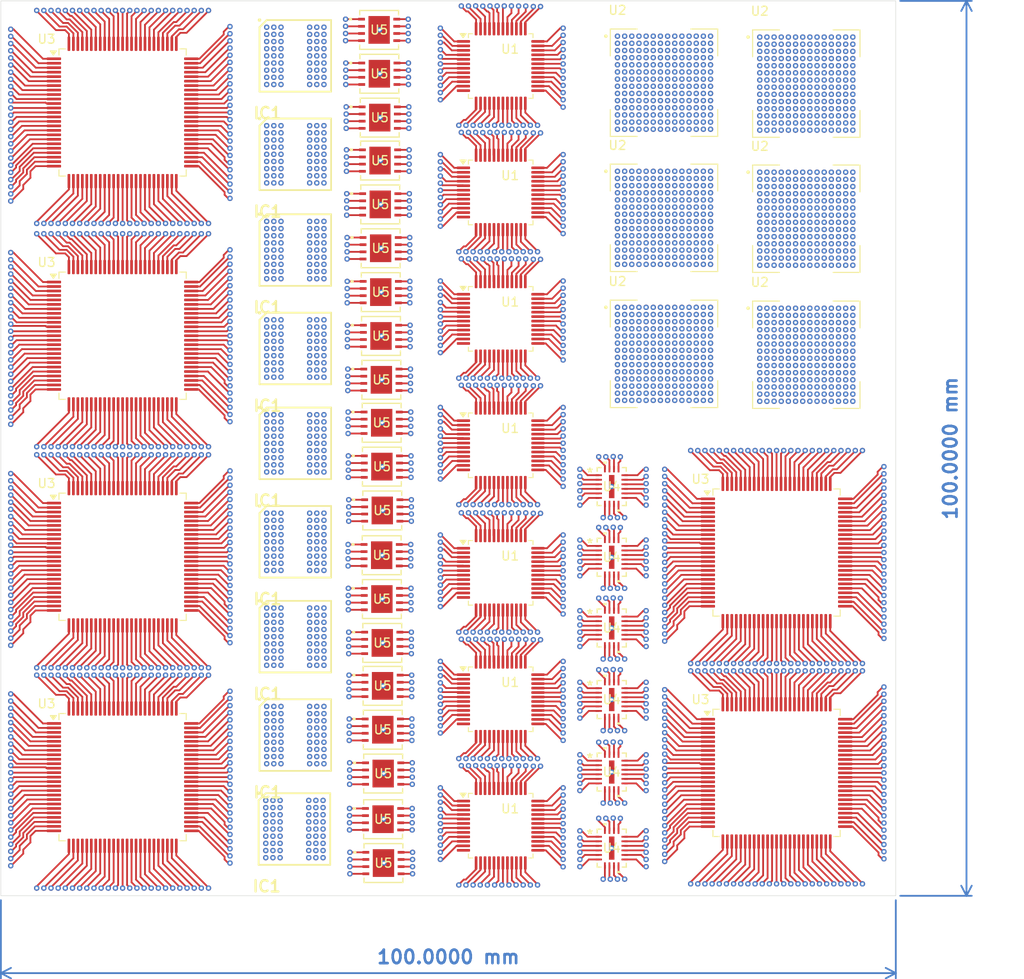
<source format=kicad_pcb>
(kicad_pcb (version 20240108) (generator "pcbnew") (generator_version "8.0")
  (title_block (title "PCB_TRAINER") (date "2024-07-16") (rev "1") (company "Capistor"))
  (layers (0 "F.Cu" signal) (31 "B.Cu" signal) (34 "B.Paste" user) (35 "F.Paste" user) (36 "B.SilkS" user "B.Silkscreen") (37 "F.SilkS" user "F.Silkscreen") (38 "B.Mask" user) (39 "F.Mask" user) (44 "Edge.Cuts" user))
  (net 0 "")
  (net 1 "unconnected-(U1-PA1-Pad11)")
  (net 2 "unconnected-(U1-PB5-Pad41)")
  (net 3 "unconnected-(U1-VSSA-Pad8)")
  (net 4 "unconnected-(U1-PC15-Pad4)")
  (net 5 "unconnected-(U1-PB11-Pad22)")
  (net 6 "Net-(U1-VSS-Pad23)")
  (net 7 "unconnected-(U1-PB13-Pad26)")
  (net 8 "unconnected-(U1-PB8-Pad45)")
  (net 9 "unconnected-(U1-PA14-Pad37)")
  (net 10 "unconnected-(U1-PA9-Pad30)")
  (net 11 "unconnected-(U1-PA13-Pad34)")
  (net 12 "unconnected-(U1-PB10-Pad21)")
  (net 13 "unconnected-(U1-VDD-Pad48)")
  (net 14 "unconnected-(U1-PA0-Pad10)")
  (net 15 "unconnected-(U1-PA12-Pad33)")
  (net 16 "unconnected-(U1-PA6-Pad16)")
  (net 17 "unconnected-(U1-VDD-Pad36)")
  (net 18 "unconnected-(U1-PB7-Pad43)")
  (net 19 "unconnected-(U1-PD0-Pad5)")
  (net 20 "unconnected-(U1-PA15-Pad38)")
  (net 21 "unconnected-(U1-PA4-Pad14)")
  (net 22 "unconnected-(U1-PB9-Pad46)")
  (net 23 "unconnected-(U1-PA7-Pad17)")
  (net 24 "unconnected-(U1-PB14-Pad27)")
  (net 25 "unconnected-(U1-PA10-Pad31)")
  (net 26 "unconnected-(U1-VBAT-Pad1)")
  (net 27 "unconnected-(U1-PB1-Pad19)")
  (net 28 "unconnected-(U1-BOOT0-Pad44)")
  (net 29 "unconnected-(U1-PB15-Pad28)")
  (net 30 "unconnected-(U1-PA5-Pad15)")
  (net 31 "unconnected-(U1-PB2-Pad20)")
  (net 32 "unconnected-(U1-PB4-Pad40)")
  (net 33 "unconnected-(U1-PB12-Pad25)")
  (net 34 "unconnected-(U1-PB0-Pad18)")
  (net 35 "unconnected-(U1-PC13-Pad2)")
  (net 36 "unconnected-(U1-PD1-Pad6)")
  (net 37 "unconnected-(U1-VDD-Pad24)")
  (net 38 "unconnected-(U1-NRST-Pad7)")
  (net 39 "unconnected-(U1-PB3-Pad39)")
  (net 40 "unconnected-(U1-PA3-Pad13)")
  (net 41 "unconnected-(U1-PB6-Pad42)")
  (net 42 "unconnected-(U1-PC14-Pad3)")
  (net 43 "unconnected-(U1-VDDA-Pad9)")
  (net 44 "unconnected-(U1-PA8-Pad29)")
  (net 45 "unconnected-(U1-PA11-Pad32)")
  (net 47 "unconnected-(U2A-GPIO_B0_14-PadE10)")
  (net 48 "unconnected-(U2A-GPIO_AD_B1_06-PadJ12)")
  (net 49 "unconnected-(U2A-GPIO_SD_B0_00-PadJ4)")
  (net 50 "unconnected-(U2A-GPIO_AD_B1_12-PadH12)")
  (net 51 "unconnected-(U2A-GPIO_SD_B0_05-PadJ2)")
  (net 52 "unconnected-(U2A-GPIO_AD_B1_07-PadK10)")
  (net 53 "unconnected-(U2A-GPIO_B1_02-PadC11)")
  (net 54 "unconnected-(U2A-GPIO_B1_12-PadD13)")
  (net 55 "unconnected-(U2A-GPIO_SD_B0_02-PadJ1)")
  (net 56 "unconnected-(U2A-GPIO_SD_B1_08-PadP3)")
  (net 57 "unconnected-(U2A-GPIO_AD_B0_11-PadG10)")
  (net 58 "unconnected-(U2A-GPIO_SD_B1_00-PadL5)")
  (net 59 "unconnected-(U2A-GPIO_AD_B1_02-PadL11)")
  (net 60 "unconnected-(U2A-GPIO_AD_B0_02-PadM11)")
  (net 61 "unconnected-(U2A-GPIO_AD_B1_09-PadM13)")
  (net 62 "unconnected-(U2A-GPIO_AD_B1_11-PadJ13)")
  (net 63 "unconnected-(U2A-GPIO_AD_B0_13-PadL14)")
  (net 64 "unconnected-(U2A-GPIO_B0_15-PadE11)")
  (net 65 "unconnected-(U2A-GPIO_SD_B1_07-PadL4)")
  (net 66 "unconnected-(U2A-GPIO_SD_B1_10-PadP4)")
  (net 67 "unconnected-(U2A-GPIO_AD_B1_08-PadH13)")
  (net 68 "unconnected-(U2A-GPIO_SD_B1_05-PadN3)")
  (net 69 "unconnected-(U2A-GPIO_AD_B1_00-PadJ11)")
  (net 70 "unconnected-(U2A-GPIO_B0_12-PadC10)")
  (net 71 "unconnected-(U2A-GPIO_B1_10-PadB13)")
  (net 72 "unconnected-(U2A-GPIO_AD_B1_05-PadK12)")
  (net 73 "unconnected-(U2A-GPIO_B0_06-PadA8)")
  (net 74 "unconnected-(U2A-GPIO_B0_10-PadD9)")
  (net 75 "unconnected-(U2A-GPIO_AD_B1_04-PadL12)")
  (net 76 "unconnected-(U2A-GPIO_B1_05-PadD12)")
  (net 77 "unconnected-(U2A-GPIO_SD_B1_04-PadP2)")
  (net 78 "unconnected-(U2A-GPIO_AD_B1_13-PadH11)")
  (net 79 "unconnected-(U2A-GPIO_AD_B1_10-PadL13)")
  (net 80 "unconnected-(U2A-GPIO_AD_B0_03-PadG11)")
  (net 81 "unconnected-(U2A-GPIO_AD_B0_07-PadF12)")
  (net 82 "unconnected-(U2A-GPIO_AD_B0_15-PadL10)")
  (net 83 "unconnected-(U2A-GPIO_AD_B0_01-PadH10)")
  (net 84 "unconnected-(U2A-GPIO_B0_11-PadA10)")
  (net 85 "unconnected-(U2A-GPIO_AD_B1_15-PadJ14)")
  (net 86 "unconnected-(U2A-GPIO_B1_08-PadA12)")
  (net 87 "unconnected-(U2A-GPIO_B0_07-PadA9)")
  (net 88 "unconnected-(U2A-GPIO_SD_B0_01-PadJ3)")
  (net 89 "unconnected-(U2A-GPIO_B1_07-PadB12)")
  (net 90 "unconnected-(U2A-GPIO_B0_09-PadC9)")
  (net 91 "unconnected-(U2A-GPIO_B1_14-PadC14)")
  (net 92 "unconnected-(U2A-GPIO_SD_B1_09-PadN4)")
  (net 93 "unconnected-(U2A-GPIO_AD_B0_14-PadH14)")
  (net 94 "unconnected-(U2A-GPIO_B0_04-PadC8)")
  (net 95 "unconnected-(U2A-GPIO_SD_B1_01-PadM5)")
  (net 96 "unconnected-(U2A-GPIO_AD_B0_00-PadM14)")
  (net 97 "unconnected-(U2A-GPIO_AD_B0_06-PadE14)")
  (net 98 "unconnected-(U2A-GPIO_B1_15-PadB14)")
  (net 99 "unconnected-(U2A-GPIO_SD_B1_06-PadL3)")
  (net 100 "unconnected-(U2A-GPIO_AD_B1_03-PadM12)")
  (net 101 "unconnected-(U2A-GPIO_AD_B0_08-PadF13)")
  (net 102 "unconnected-(U2A-GPIO_B1_01-PadB11)")
  (net 103 "unconnected-(U2A-GPIO_B0_02-PadE8)")
  (net 104 "unconnected-(U2A-GPIO_B1_11-PadC13)")
  (net 105 "unconnected-(U2A-GPIO_B0_00-PadD7)")
  (net 106 "unconnected-(U2A-GPIO_B0_08-PadB9)")
  (net 107 "unconnected-(U2A-GPIO_B0_01-PadE7)")
  (net 108 "unconnected-(U2A-GPIO_AD_B0_05-PadG14)")
  (net 109 "unconnected-(U2A-GPIO_B1_00-PadA11)")
  (net 110 "unconnected-(U2A-GPIO_SD_B0_03-PadK1)")
  (net 111 "unconnected-(U2A-GPIO_B1_03-PadD11)")
  (net 112 "unconnected-(U2A-GPIO_AD_B0_04-PadF11)")
  (net 113 "unconnected-(U2A-GPIO_B1_09-PadA13)")
  (net 114 "unconnected-(U2A-GPIO_B0_13-PadD10)")
  (net 115 "unconnected-(U2A-GPIO_AD_B1_14-PadG12)")
  (net 116 "unconnected-(U2A-GPIO_B0_05-PadB8)")
  (net 117 "unconnected-(U2A-GPIO_AD_B1_01-PadK11)")
  (net 118 "unconnected-(U2A-GPIO_SD_B1_03-PadM4)")
  (net 119 "unconnected-(U2A-GPIO_SD_B1_11-PadP5)")
  (net 120 "unconnected-(U2A-GPIO_SD_B1_02-PadM3)")
  (net 121 "unconnected-(U2A-GPIO_AD_B0_10-PadG13)")
  (net 122 "unconnected-(U2A-GPIO_B1_04-PadE12)")
  (net 123 "unconnected-(U2A-GPIO_AD_B0_09-PadF14)")
  (net 124 "unconnected-(U2A-GPIO_SD_B0_04-PadH2)")
  (net 125 "unconnected-(U2A-GPIO_B0_03-PadD8)")
  (net 126 "unconnected-(U2A-GPIO_B1_06-PadC12)")
  (net 127 "unconnected-(U2A-GPIO_AD_B0_12-PadK14)")
  (net 128 "unconnected-(U2A-GPIO_B1_13-PadD14)")
  (net 129 "unconnected-(U3-PD15-Pad62)")
  (net 130 "unconnected-(U3-BOOT0-Pad94)")
  (net 131 "unconnected-(U3-PC8-Pad65)")
  (net 132 "unconnected-(U3-PB0-Pad35)")
  (net 133 "unconnected-(U3-PE15-Pad46)")
  (net 134 "Net-(U3-VSS-Pad10)")
  (net 135 "unconnected-(U3-PB2-Pad37)")
  (net 136 "unconnected-(U3-PD7-Pad88)")
  (net 137 "unconnected-(U3-PE0-Pad97)")
  (net 138 "unconnected-(U3-PB12-Pad51)")
  (net 139 "unconnected-(U3-PD12-Pad59)")
  (net 140 "unconnected-(U3-PD3-Pad84)")
  (net 141 "unconnected-(U3-PB5-Pad91)")
  (net 142 "unconnected-(U3-PA12-Pad71)")
  (net 143 "unconnected-(U3-PD8-Pad55)")
  (net 144 "unconnected-(U3-PC12-Pad80)")
  (net 145 "unconnected-(U3-PA2-Pad25)")
  (net 146 "unconnected-(U3-PA9-Pad68)")
  (net 147 "unconnected-(U3-PB4-Pad90)")
  (net 148 "unconnected-(U3-PA0-Pad23)")
  (net 149 "unconnected-(U3-PD13-Pad60)")
  (net 150 "unconnected-(U3-PC0-Pad15)")
  (net 151 "unconnected-(U3-PA6-Pad31)")
  (net 152 "unconnected-(U3-PB10-Pad47)")
  (net 153 "unconnected-(U3-VCAP_2-Pad73)")
  (net 154 "unconnected-(U3-PD0-Pad81)")
  (net 155 "unconnected-(U3-PE14-Pad45)")
  (net 156 "unconnected-(U3-PE12-Pad43)")
  (net 157 "unconnected-(U3-PE9-Pad40)")
  (net 158 "unconnected-(U3-PD4-Pad85)")
  (net 159 "unconnected-(U3-PC15-Pad9)")
  (net 160 "unconnected-(U3-VDD-Pad28)")
  (net 161 "unconnected-(U3-PB14-Pad53)")
  (net 162 "unconnected-(U3-PD1-Pad82)")
  (net 163 "unconnected-(U3-PE3-Pad2)")
  (net 164 "unconnected-(U3-PD9-Pad56)")
  (net 165 "unconnected-(U3-VDD-Pad19)")
  (net 166 "unconnected-(U3-PA1-Pad24)")
  (net 167 "unconnected-(U3-PC5-Pad34)")
  (net 168 "unconnected-(U3-PA5-Pad30)")
  (net 169 "unconnected-(U3-PC7-Pad64)")
  (net 170 "unconnected-(U3-PD14-Pad61)")
  (net 171 "unconnected-(U3-NRST-Pad14)")
  (net 172 "unconnected-(U3-VCAP_1-Pad49)")
  (net 173 "unconnected-(U3-PD10-Pad57)")
  (net 174 "unconnected-(U3-PB8-Pad95)")
  (net 175 "unconnected-(U3-PE10-Pad41)")
  (net 176 "unconnected-(U3-PC2-Pad17)")
  (net 177 "unconnected-(U3-PA13-Pad72)")
  (net 178 "unconnected-(U3-VDD-Pad50)")
  (net 179 "unconnected-(U3-PH1-Pad13)")
  (net 180 "unconnected-(U3-PB3-Pad89)")
  (net 181 "unconnected-(U3-VDD-Pad100)")
  (net 182 "unconnected-(U3-VSSA-Pad20)")
  (net 183 "unconnected-(U3-PA7-Pad32)")
  (net 184 "unconnected-(U3-PB11-Pad48)")
  (net 185 "unconnected-(U3-PB9-Pad96)")
  (net 186 "unconnected-(U3-PE2-Pad1)")
  (net 187 "unconnected-(U3-PA11-Pad70)")
  (net 188 "unconnected-(U3-PC10-Pad78)")
  (net 189 "unconnected-(U3-PA8-Pad67)")
  (net 190 "unconnected-(U3-PC9-Pad66)")
  (net 191 "unconnected-(U3-PB13-Pad52)")
  (net 192 "unconnected-(U3-PD6-Pad87)")
  (net 193 "unconnected-(U3-VREF+-Pad21)")
  (net 194 "unconnected-(U3-PC1-Pad16)")
  (net 195 "unconnected-(U3-PE13-Pad44)")
  (net 196 "unconnected-(U3-PE7-Pad38)")
  (net 197 "unconnected-(U3-PC4-Pad33)")
  (net 198 "unconnected-(U3-PA3-Pad26)")
  (net 199 "unconnected-(U3-PB1-Pad36)")
  (net 200 "unconnected-(U3-PB6-Pad92)")
  (net 201 "unconnected-(U3-PD11-Pad58)")
  (net 202 "unconnected-(U3-PH0-Pad12)")
  (net 203 "unconnected-(U3-PC13-Pad7)")
  (net 204 "unconnected-(U3-PA15-Pad77)")
  (net 205 "unconnected-(U3-PC14-Pad8)")
  (net 206 "unconnected-(U3-PC11-Pad79)")
  (net 207 "unconnected-(U3-PE8-Pad39)")
  (net 208 "unconnected-(U3-PE11-Pad42)")
  (net 209 "unconnected-(U3-PE6-Pad5)")
  (net 210 "unconnected-(U3-PA14-Pad76)")
  (net 211 "unconnected-(U3-PD5-Pad86)")
  (net 212 "unconnected-(U3-PB15-Pad54)")
  (net 213 "unconnected-(U3-VDD-Pad75)")
  (net 214 "unconnected-(U3-VBAT-Pad6)")
  (net 215 "unconnected-(U3-PA10-Pad69)")
  (net 216 "unconnected-(U3-VDD-Pad11)")
  (net 217 "unconnected-(U3-PB7-Pad93)")
  (net 218 "unconnected-(U3-PA4-Pad29)")
  (net 219 "unconnected-(U3-PD2-Pad83)")
  (net 220 "unconnected-(U3-PC3-Pad18)")
  (net 221 "unconnected-(U3-PE1-Pad98)")
  (net 222 "unconnected-(U3-PE5-Pad4)")
  (net 223 "unconnected-(U3-PE4-Pad3)")
  (net 224 "unconnected-(U3-VDDA-Pad22)")
  (net 225 "unconnected-(U3-PC6-Pad63)")
  (net 226 "unconnected-(U5-{slash}CS-Pad1)")
  (net 227 "unconnected-(U5-CLK-Pad6)")
  (net 228 "unconnected-(U5-GND-Pad4)")
  (net 229 "unconnected-(U5-Pad9)")
  (net 230 "unconnected-(U5-DO_(IO1)-Pad2)")
  (net 231 "unconnected-(U5-{slash}HOLD_or_{slash}RESET_(IO3)-Pad7)")
  (net 232 "unconnected-(U5-Pad3)")
  (net 233 "unconnected-(U5-DI_(IO0)-Pad5)")
  (net 234 "unconnected-(U5-VCC-Pad8)")
  (net 235 "unconnected-(U4-VIN2-Pad6)")
  (net 236 "unconnected-(U4-AVIN1-Pad20)")
  (net 237 "unconnected-(U4-SNS2-Pad10)")
  (net 238 "unconnected-(U4-PG2-Pad12)")
  (net 239 "unconnected-(U4-FB1-Pad16)")
  (net 240 "unconnected-(U4-EN1-Pad18)")
  (net 241 "unconnected-(U4-PG1-Pad15)")
  (net 242 "unconnected-(U4-FB2-Pad11)")
  (net 243 "unconnected-(U4-SW1-Pad3)")
  (net 244 "unconnected-(U4-PGND1-Pad2)")
  (net 245 "unconnected-(U4-SW2-Pad4)")
  (net 246 "unconnected-(U4-SS1-Pad14)")
  (net 247 "unconnected-(U4-AGND1-Pad19)")
  (net 248 "unconnected-(U4-VIN1-Pad1)")
  (net 249 "unconnected-(U4-SNS1-Pad17)")
  (net 250 "unconnected-(U4-AGND2-Pad8)")
  (net 251 "unconnected-(U4-PGND2-Pad5)")
  (net 252 "unconnected-(U4-SS2-Pad13)")
  (net 253 "unconnected-(U4-AVIN2-Pad7)")
  (net 254 "unconnected-(U4-EN2-Pad9)")
  (net 255 "unconnected-(U4-EPAD-Pad21)")
  (net 256 "unconnected-(IC1-A7-PadH2)")
  (net 257 "unconnected-(IC1-A3-PadJ7)")
  (net 258 "unconnected-(IC1-DQ14-PadB1)")
  (net 259 "unconnected-(IC1-A8-PadH1)")
  (net 260 "unconnected-(IC1-VDD_1-PadA9)")
  (net 261 "unconnected-(IC1-VSSQ_2-PadB7)")
  (net 262 "unconnected-(IC1-DQMH-PadF1)")
  (net 263 "unconnected-(IC1-VSS_1-PadA1)")
  (net 264 "unconnected-(IC1-~{WE}-PadF9)")
  (net 265 "unconnected-(IC1-VSSQ_3-PadC3)")
  (net 266 "unconnected-(IC1-VSS_3-PadJ1)")
  (net 267 "unconnected-(IC1-VDDQ_3-PadC7)")
  (net 268 "unconnected-(IC1-A11-PadG2)")
  (net 269 "unconnected-(IC1-VSSQ_1-PadA3)")
  (net 270 "unconnected-(IC1-DQ8-PadE1)")
  (net 271 "unconnected-(IC1-A6-PadH3)")
  (net 272 "unconnected-(IC1-~{CS}-PadG9)")
  (net 273 "unconnected-(IC1-~{CAS}-PadF7)")
  (net 274 "unconnected-(IC1-CKE-PadF3)")
  (net 275 "unconnected-(IC1-NC_1-PadE2)")
  (net 276 "unconnected-(IC1-A0-PadH7)")
  (net 277 "unconnected-(IC1-CLK-PadF2)")
  (net 278 "unconnected-(IC1-DQ5-PadD9)")
  (net 279 "unconnected-(IC1-A2-PadJ8)")
  (net 280 "unconnected-(IC1-A5-PadJ2)")
  (net 281 "unconnected-(IC1-DQ10-PadD1)")
  (net 282 "unconnected-(IC1-DQ1-PadB9)")
  (net 283 "unconnected-(IC1-A9-PadG3)")
  (net 284 "unconnected-(IC1-DQ7-PadE9)")
  (net 285 "unconnected-(IC1-DQ13-PadB2)")
  (net 286 "unconnected-(IC1-DQ0-PadA8)")
  (net 287 "unconnected-(IC1-DQ15-PadA2)")
  (net 288 "unconnected-(IC1-VSSQ_4-PadD7)")
  (net 289 "unconnected-(IC1-DQ11-PadC2)")
  (net 290 "unconnected-(IC1-~{RAS}-PadF8)")
  (net 291 "unconnected-(IC1-VDD_3-PadJ9)")
  (net 292 "unconnected-(IC1-BA0-PadG7)")
  (net 293 "unconnected-(IC1-DQ12-PadC1)")
  (net 294 "unconnected-(IC1-DQML-PadE8)")
  (net 295 "unconnected-(IC1-DQ3-PadC9)")
  (net 296 "unconnected-(IC1-DQ6-PadD8)")
  (net 297 "unconnected-(IC1-VDD_2-PadE7)")
  (net 298 "unconnected-(IC1-VSS_2-PadE3)")
  (net 299 "unconnected-(IC1-DQ2-PadB8)")
  (net 300 "unconnected-(IC1-BA1-PadG8)")
  (net 301 "unconnected-(IC1-A10-PadH9)")
  (net 302 "unconnected-(IC1-DQ4-PadC8)")
  (net 303 "unconnected-(IC1-A1-PadH8)")
  (net 304 "unconnected-(IC1-VDDQ_2-PadB3)")
  (net 305 "unconnected-(IC1-DQ9-PadD2)")
  (net 306 "unconnected-(IC1-A4-PadJ3)")
  (net 307 "unconnected-(IC1-NC_2-PadG1)")
  (net 308 "unconnected-(IC1-VDDQ_1-PadA7)")
  (net 309 "unconnected-(IC1-VDDQ_4-PadD3)")
  (footprint "MIMXRT1062DVJ6B:BGA196C80P14X14_1200X1200X152N" (layer "F.Cu") (at 174.1 79.3)
    (property "Reference" "U2")
    (property "Value" "MIMXRT1062DVJ6B")
  )
  (footprint "ul_MIC23158YML-T5:QFN20_3X4_MCH" (layer "F.Cu") (at 168.254609 117.929995)
    (property "Reference" "U4")
    (property "Value" "MIC23158YML-T5")
  )
  (footprint "ul_W25Q64JVXGIQ-TR:DFN_XGIQ TR_WIN" (layer "F.Cu") (at 142.61705 111.5997)
    (property "Reference" "U5")
    (property "Value" "W25Q64JVXGIQ TR")
  )
  (footprint "Package_QFP:LQFP-48_7x7mm_P0.5mm" (layer "F.Cu") (at 155.85 75.389583)
    (property "Reference" "U1")
    (property "Value" "STM32F103C8Tx")
  )
  (footprint "LIB_IS42S16800F-7BLI:BGA54C80P9X9_800X800X120" (layer "F.Cu") (at 132.9 110.9)
    (property "Reference" "IC1")
    (property "Value" "IS42S16800F-7BLI" (hide yes))
  )
  (footprint "ul_W25Q64JVXGIQ-TR:DFN_XGIQ TR_WIN" (layer "F.Cu") (at 142.5748 106.6997)
    (property "Reference" "U5")
    (property "Value" "W25Q64JVXGIQ TR")
  )
  (footprint "Package_QFP:LQFP-48_7x7mm_P0.5mm" (layer "F.Cu") (at 155.85 132.025)
    (property "Reference" "U1")
    (property "Value" "STM32F103C8Tx")
  )
  (footprint "LIB_IS42S16800F-7BLI:BGA54C80P9X9_800X800X120" (layer "F.Cu") (at 132.9 46)
    (property "Reference" "IC1")
    (property "Value" "IS42S16800F-7BLI" (hide yes))
  )
  (footprint "ul_MIC23158YML-T5:QFN20_3X4_MCH" (layer "F.Cu") (at 168.254609 134.529995)
    (property "Reference" "U4")
    (property "Value" "MIC23158YML-T5")
  )
  (footprint "ul_W25Q64JVXGIQ-TR:DFN_XGIQ TR_WIN" (layer "F.Cu") (at 142.70715 131.29985)
    (property "Reference" "U5")
    (property "Value" "W25Q64JVXGIQ TR")
  )
  (footprint "ul_W25Q64JVXGIQ-TR:DFN_XGIQ TR_WIN" (layer "F.Cu") (at 142.3661 57.70015)
    (property "Reference" "U5")
    (property "Value" "W25Q64JVXGIQ TR")
  )
  (footprint "ul_W25Q64JVXGIQ-TR:DFN_XGIQ TR_WIN" (layer "F.Cu") (at 142.51705 82.1997)
    (property "Reference" "U5")
    (property "Value" "W25Q64JVXGIQ TR")
  )
  (footprint "ul_W25Q64JVXGIQ-TR:DFN_XGIQ TR_WIN" (layer "F.Cu") (at 142.4748 77.2997)
    (property "Reference" "U5")
    (property "Value" "W25Q64JVXGIQ TR")
  )
  (footprint "MIMXRT1062DVJ6B:BGA196C80P14X14_1200X1200X152N" (layer "F.Cu") (at 174.1 49)
    (property "Reference" "U2")
    (property "Value" "MIMXRT1062DVJ6B")
  )
  (footprint "Package_QFP:LQFP-48_7x7mm_P0.5mm" (layer "F.Cu") (at 155.85 89.516666)
    (property "Reference" "U1")
    (property "Value" "STM32F103C8Tx")
  )
  (footprint "LIB_IS42S16800F-7BLI:BGA54C80P9X9_800X800X120" (layer "F.Cu") (at 132.9 100.3)
    (property "Reference" "IC1")
    (property "Value" "IS42S16800F-7BLI" (hide yes))
  )
  (footprint "Package_QFP:LQFP-48_7x7mm_P0.5mm" (layer "F.Cu") (at 155.85 103.770834)
    (property "Reference" "U1")
    (property "Value" "STM32F103C8Tx")
  )
  (footprint "ul_MIC23158YML-T5:QFN20_3X4_MCH" (layer "F.Cu") (at 168.254609 109.929995)
    (property "Reference" "U4")
    (property "Value" "MIC23158YML-T5")
  )
  (footprint "MIMXRT1062DVJ6B:BGA196C80P14X14_1200X1200X152N" (layer "F.Cu") (at 174.1 64.1)
    (property "Reference" "U2")
    (property "Value" "MIMXRT1062DVJ6B")
  )
  (footprint "Package_QFP:LQFP-100_14x14mm_P0.5mm" (layer "F.Cu") (at 186.675 101.5)
    (property "Reference" "U3")
    (property "Value" "STM32F407VGTx")
  )
  (footprint "ul_W25Q64JVXGIQ-TR:DFN_XGIQ TR_WIN" (layer "F.Cu") (at 142.4339 67.49985)
    (property "Reference" "U5")
    (property "Value" "W25Q64JVXGIQ TR")
  )
  (footprint "LIB_IS42S16800F-7BLI:BGA54C80P9X9_800X800X120" (layer "F.Cu") (at 132.9 121.9)
    (property "Reference" "IC1")
    (property "Value" "IS42S16800F-7BLI" (hide yes))
  )
  (footprint "ul_W25Q64JVXGIQ-TR:DFN_XGIQ TR_WIN" (layer "F.Cu") (at 142.2661 43.10015)
    (property "Reference" "U5")
    (property "Value" "W25Q64JVXGIQ TR")
  )
  (footprint "MIMXRT1062DVJ6B:BGA196C80P14X14_1200X1200X152N" (layer "F.Cu") (at 190 49.1)
    (property "Reference" "U2")
    (property "Value" "MIMXRT1062DVJ6B")
  )
  (footprint "LIB_IS42S16800F-7BLI:BGA54C80P9X9_800X800X120" (layer "F.Cu") (at 132.9 78.7)
    (property "Reference" "IC1")
    (property "Value" "IS42S16800F-7BLI" (hide yes))
  )
  (footprint "Package_QFP:LQFP-100_14x14mm_P0.5mm" (layer "F.Cu") (at 186.675 126.125)
    (property "Reference" "U3")
    (property "Value" "STM32F407VGTx")
  )
  (footprint "ul_W25Q64JVXGIQ-TR:DFN_XGIQ TR_WIN" (layer "F.Cu") (at 142.64925 116.4)
    (property "Reference" "U5")
    (property "Value" "W25Q64JVXGIQ TR")
  )
  (footprint "ul_MIC23158YML-T5:QFN20_3X4_MCH" (layer "F.Cu") (at 168.254609 126.029995)
    (property "Reference" "U4")
    (property "Value" "MIC23158YML-T5")
  )
  (footprint "Package_QFP:LQFP-100_14x14mm_P0.5mm" (layer "F.Cu") (at 113.6 52.325)
    (property "Reference" "U3")
    (property "Value" "STM32F407VGTx")
  )
  (footprint "LIB_IS42S16800F-7BLI:BGA54C80P9X9_800X800X120" (layer "F.Cu") (at 132.9 57)
    (property "Reference" "IC1")
    (property "Value" "IS42S16800F-7BLI" (hide yes))
  )
  (footprint "Package_QFP:LQFP-48_7x7mm_P0.5mm" (layer "F.Cu") (at 155.85 117.897917)
    (property "Reference" "U1")
    (property "Value" "STM32F103C8Tx")
  )
  (footprint "ul_MIC23158YML-T5:QFN20_3X4_MCH" (layer "F.Cu") (at 168.254609 102.029995)
    (property "Reference" "U4")
    (property "Value" "MIC23158YML-T5")
  )
  (footprint "ul_W25Q64JVXGIQ-TR:DFN_XGIQ TR_WIN" (layer "F.Cu") (at 142.6748 121.2997)
    (property "Reference" "U5")
    (property "Value" "W25Q64JVXGIQ TR")
  )
  (footprint "ul_W25Q64JVXGIQ-TR:DFN_XGIQ TR_WIN" (layer "F.Cu") (at 142.44925 72.4)
    (property "Reference" "U5")
    (property "Value" "W25Q64JVXGIQ TR")
  )
  (footprint "LIB_IS42S16800F-7BLI:BGA54C80P9X9_800X800X120" (layer "F.Cu") (at 132.9 89.3)
    (property "Reference" "IC1")
    (property "Value" "IS42S16800F-7BLI" (hide yes))
  )
  (footprint "Package_QFP:LQFP-100_14x14mm_P0.5mm" (layer "F.Cu") (at 113.6 126.6)
    (property "Reference" "U3")
    (property "Value" "STM32F407VGTx")
  )
  (footprint "ul_W25Q64JVXGIQ-TR:DFN_XGIQ TR_WIN" (layer "F.Cu") (at 142.54925 87)
    (property "Reference" "U5")
    (property "Value" "W25Q64JVXGIQ TR")
  )
  (footprint "ul_W25Q64JVXGIQ-TR:DFN_XGIQ TR_WIN" (layer "F.Cu") (at 142.39165 62.59985)
    (property "Reference" "U5")
    (property "Value" "W25Q64JVXGIQ TR")
  )
  (footprint "ul_W25Q64JVXGIQ-TR:DFN_XGIQ TR_WIN" (layer "F.Cu") (at 142.61705 96.7997)
    (property "Reference" "U5")
    (property "Value" "W25Q64JVXGIQ TR")
  )
  (footprint "ul_MIC23158YML-T5:QFN20_3X4_MCH" (layer "F.Cu") (at 168.254609 94.129991)
    (property "Reference" "U4")
    (property "Value" "MIC23158YML-T5")
  )
  (footprint "ul_W25Q64JVXGIQ-TR:DFN_XGIQ TR_WIN" (layer "F.Cu") (at 142.71705 126.1997)
    (property "Reference" "U5")
    (property "Value" "W25Q64JVXGIQ TR")
  )
  (footprint "ul_W25Q64JVXGIQ-TR:DFN_XGIQ TR_WIN" (layer "F.Cu") (at 142.29165 47.99985)
    (property "Reference" "U5")
    (property "Value" "W25Q64JVXGIQ TR")
  )
  (footprint "MIMXRT1062DVJ6B:BGA196C80P14X14_1200X1200X152N" (layer "F.Cu") (at 190 79.4)
    (property "Reference" "U2")
    (property "Value" "MIMXRT1062DVJ6B")
  )
  (footprint "ul_W25Q64JVXGIQ-TR:DFN_XGIQ TR_WIN" (layer "F.Cu") (at 142.5748 91.8997)
    (property "Reference" "U5")
    (property "Value" "W25Q64JVXGIQ TR")
  )
  (footprint "LIB_IS42S16800F-7BLI:BGA54C80P9X9_800X800X120" (layer "F.Cu") (at 132.8 132.4)
    (property "Reference" "IC1")
    (property "Value" "IS42S16800F-7BLI" (hide yes))
  )
  (footprint "Package_QFP:LQFP-48_7x7mm_P0.5mm" (layer "F.Cu") (at 155.85 47.135417)
    (property "Reference" "U1")
    (property "Value" "STM32F103C8Tx")
  )
  (footprint "ul_W25Q64JVXGIQ-TR:DFN_XGIQ TR_WIN" (layer "F.Cu") (at 142.3339 52.89985)
    (property "Reference" "U5")
    (property "Value" "W25Q64JVXGIQ TR")
  )
  (footprint "ul_W25Q64JVXGIQ-TR:DFN_XGIQ TR_WIN" (layer "F.Cu") (at 142.7494 136.19985)
    (property "Reference" "U5")
    (property "Value" "W25Q64JVXGIQ TR")
  )
  (footprint "ul_W25Q64JVXGIQ-TR:DFN_XGIQ TR_WIN" (layer "F.Cu") (at 142.54925 101.8)
    (property "Reference" "U5")
    (property "Value" "W25Q64JVXGIQ TR")
  )
  (footprint "Package_QFP:LQFP-100_14x14mm_P0.5mm" (layer "F.Cu") (at 113.6 77.275)
    (property "Reference" "U3")
    (property "Value" "STM32F407VGTx")
  )
  (footprint "Package_QFP:LQFP-100_14x14mm_P0.5mm" (layer "F.Cu") (at 113.6 101.975)
    (property "Reference" "U3")
    (property "Value" "STM32F407VGTx")
  )
  (footprint "LIB_IS42S16800F-7BLI:BGA54C80P9X9_800X800X120" (layer "F.Cu") (at 132.9 67.7)
    (property "Reference" "IC1")
    (property "Value" "IS42S16800F-7BLI" (hide yes))
  )
  (footprint "MIMXRT1062DVJ6B:BGA196C80P14X14_1200X1200X152N" (layer "F.Cu") (at 190 64.2)
    (property "Reference" "U2")
    (property "Value" "MIMXRT1062DVJ6B")
  )
  (footprint "Package_QFP:LQFP-48_7x7mm_P0.5mm" (layer "F.Cu") (at 155.85 61.2625)
    (property "Reference" "U1")
    (property "Value" "STM32F103C8Tx")
  )
  (gr_rect (start 100 39.857963) (end 200 139.857963) (stroke (width 0.05)) (fill none) (layer "Edge.Cuts"))
  (dimension (type aligned) (layer "B.Cu") (pts (xy 200 39.857963) (xy 200 139.857963)) (height -7.9) (gr_text "100.0000 mm" (at 206.1 89.857963 90) (layer "B.Cu") (effects (font (size 1.5 1.5) (thickness 0.3)))) (format (prefix "") (suffix "") (units 3) (units_format 1) (precision 4)) (style (thickness 0.2) (arrow_length 1.27) (text_position_mode 0) (extension_height 0.58642) (extension_offset 0.5) keep_text_aligned))
  (dimension (type aligned) (layer "B.Cu") (pts (xy 100 139.857963) (xy 200 139.857963)) (height 8.642037) (gr_text "100.0000 mm" (at 150 146.7 0) (layer "B.Cu") (effects (font (size 1.5 1.5) (thickness 0.3)))) (format (prefix "") (suffix "") (units 3) (units_format 1) (precision 4)) (style (thickness 0.2) (arrow_length 1.27) (text_position_mode 0) (extension_height 0.58642) (extension_offset 0.5) keep_text_aligned))
  (via (at 195.2 59) (size 0.6) (drill 0.3) (layers "F.Cu" "B.Cu") (net 0))
  (via (at 191.2 79.8) (size 0.6) (drill 0.3) (layers "F.Cu" "B.Cu") (net 0))
  (via (at 175.3 53.4) (size 0.6) (drill 0.3) (layers "F.Cu" "B.Cu") (net 0))
  (via (at 173.7 68.5) (size 0.6) (drill 0.3) (layers "F.Cu" "B.Cu") (net 0))
  (via (at 174.5 69.3) (size 0.6) (drill 0.3) (layers "F.Cu" "B.Cu") (net 0))
  (via (at 172.9 68.5) (size 0.6) (drill 0.3) (layers "F.Cu" "B.Cu") (net 0))
  (via (at 175.3 47.8) (size 0.6) (drill 0.3) (layers "F.Cu" "B.Cu") (net 0))
  (via (at 169.7 83.7) (size 0.6) (drill 0.3) (layers "F.Cu" "B.Cu") (net 0))
  (via (at 187.2 44.7) (size 0.6) (drill 0.3) (layers "F.Cu" "B.Cu") (net 0))
  (via (at 185.6 63.8) (size 0.6) (drill 0.3) (layers "F.Cu" "B.Cu") (net 0))
  (via (at 186.4 46.3) (size 0.6) (drill 0.3) (layers "F.Cu" "B.Cu") (net 0))
  (via (at 184.8 75.8) (size 0.6) (drill 0.3) (layers "F.Cu" "B.Cu") (net 0))
  (via (at 188.8 53.5) (size 0.6) (drill 0.3) (layers "F.Cu" "B.Cu") (net 0))
  (via (at 177.7 84.5) (size 0.6) (drill 0.3) (layers "F.Cu" "B.Cu") (net 0))
  (via (at 168.9 62.9) (size 0.6) (drill 0.3) (layers "F.Cu" "B.Cu") (net 0))
  (via (at 190.4 83) (size 0.6) (drill 0.3) (layers "F.Cu" "B.Cu") (net 0))
  (via (at 172.1 74.9) (size 0.6) (drill 0.3) (layers "F.Cu" "B.Cu") (net 0))
  (via (at 188.8 51.1) (size 0.6) (drill 0.3) (layers "F.Cu" "B.Cu") (net 0))
  (via (at 184.8 43.9) (size 0.6) (drill 0.3) (layers "F.Cu" "B.Cu") (net 0))
  (via (at 172.9 66.9) (size 0.6) (drill 0.3) (layers "F.Cu" "B.Cu") (net 0))
  (via (at 170.5 74.9) (size 0.6) (drill 0.3) (layers "F.Cu" "B.Cu") (net 0))
  (via (at 172.9 61.3) (size 0.6) (drill 0.3) (layers "F.Cu" "B.Cu") (net 0))
  (via (at 173.7 78.9) (size 0.6) (drill 0.3) (layers "F.Cu" "B.Cu") (net 0))
  (via (at 194.4 84.6) (size 0.6) (drill 0.3) (layers "F.Cu" "B.Cu") (net 0))
  (via (at 190.4 48.7) (size 0.6) (drill 0.3) (layers "F.Cu" "B.Cu") (net 0))
  (via (at 189.6 67.8) (size 0.6) (drill 0.3) (layers "F.Cu" "B.Cu") (net 0))
  (via (at 188.8 83.8) (size 0.6) (drill 0.3) (layers "F.Cu" "B.Cu") (net 0))
  (via (at 172.9 50.2) (size 0.6) (drill 0.3) (layers "F.Cu" "B.Cu") (net 0))
  (via (at 176.1 80.5) (size 0.6) (drill 0.3) (layers "F.Cu" "B.Cu") (net 0))
  (via (at 169.7 47) (size 0.6) (drill 0.3) (layers "F.Cu" "B.Cu") (net 0))
  (via (at 188.8 46.3) (size 0.6) (drill 0.3) (layers "F.Cu" "B.Cu") (net 0))
  (via (at 175.3 65.3) (size 0.6) (drill 0.3) (layers "F.Cu" "B.Cu") (net 0))
  (via (at 188 60.6) (size 0.6) (drill 0.3) (layers "F.Cu" "B.Cu") (net 0))
  (via (at 172.1 75.7) (size 0.6) (drill 0.3) (layers "F.Cu" "B.Cu") (net 0))
  (via (at 169.7 77.3) (size 0.6) (drill 0.3) (layers "F.Cu" "B.Cu") (net 0))
  (via (at 188.8 59) (size 0.6) (drill 0.3) (layers "F.Cu" "B.Cu") (net 0))
  (via (at 191.2 63) (size 0.6) (drill 0.3) (layers "F.Cu" "B.Cu") (net 0))
  (via (at 168.9 68.5) (size 0.6) (drill 0.3) (layers "F.Cu" "B.Cu") (net 0))
  (via (at 169.7 51.8) (size 0.6) (drill 0.3) (layers "F.Cu" "B.Cu") (net 0))
  (via (at 185.6 59.8) (size 0.6) (drill 0.3) (layers "F.Cu" "B.Cu") (net 0))
  (via (at 191.2 83) (size 0.6) (drill 0.3) (layers "F.Cu" "B.Cu") (net 0))
  (via (at 172.9 79.7) (size 0.6) (drill 0.3) (layers "F.Cu" "B.Cu") (net 0))
  (via (at 188.8 64.6) (size 0.6) (drill 0.3) (layers "F.Cu" "B.Cu") (net 0))
  (via (at 189.6 78.2) (size 0.6) (drill 0.3) (layers "F.Cu" "B.Cu") (net 0))
  (via (at 185.6 79) (size 0.6) (drill 0.3) (layers "F.Cu" "B.Cu") (net 0))
  (via (at 186.4 43.9) (size 0.6) (drill 0.3) (layers "F.Cu" "B.Cu") (net 0))
  (via (at 188 62.2) (size 0.6) (drill 0.3) (layers "F.Cu" "B.Cu") (net 0))
  (via (at 188.8 63) (size 0.6) (drill 0.3) (layers "F.Cu" "B.Cu") (net 0))
  (via (at 184.8 67) (size 0.6) (drill 0.3) (layers "F.Cu" "B.Cu") (net 0))
  (via (at 188.8 74.2) (size 0.6) (drill 0.3) (layers "F.Cu" "B.Cu") (net 0))
  (via (at 172.9 63.7) (size 0.6) (drill 0.3) (layers "F.Cu" "B.Cu") (net 0))
  (via (at 171.3 75.7) (size 0.6) (drill 0.3) (layers "F.Cu" "B.Cu") (net 0))
  (via (at 189.6 44.7) (size 0.6) (drill 0.3) (layers "F.Cu" "B.Cu") (net 0))
  (via (at 174.5 66.1) (size 0.6) (drill 0.3) (layers "F.Cu" "B.Cu") (net 0))
  (via (at 195.2 74.2) (size 0.6) (drill 0.3) (layers "F.Cu" "B.Cu") (net 0))
  (via (at 168.9 63.7) (size 0.6) (drill 0.3) (layers "F.Cu" "B.Cu") (net 0))
  (via (at 177.7 69.3) (size 0.6) (drill 0.3) (layers "F.Cu" "B.Cu") (net 0))
  (via (at 188.8 65.4) (size 0.6) (drill 0.3) (layers "F.Cu" "B.Cu") (net 0))
  (via (at 188.8 51.9) (size 0.6) (drill 0.3) (layers "F.Cu" "B.Cu") (net 0))
  (via (at 188 74.2) (size 0.6) (drill 0.3) (layers "F.Cu" "B.Cu") (net 0))
  (via (at 169.7 52.6) (size 0.6) (drill 0.3) (layers "F.Cu" "B.Cu") (net 0))
  (via (at 175.3 68.5) (size 0.6) (drill 0.3) (layers "F.Cu" "B.Cu") (net 0))
  (via (at 169.7 75.7) (size 0.6) (drill 0.3) (layers "F.Cu" "B.Cu") (net 0))
  (via (at 185.6 60.6) (size 0.6) (drill 0.3) (layers "F.Cu" "B.Cu") (net 0))
  (via (at 187.2 75.8) (size 0.6) (drill 0.3) (layers "F.Cu" "B.Cu") (net 0))
  (via (at 176.9 53.4) (size 0.6) (drill 0.3) (layers "F.Cu" "B.Cu") (net 0))
  (via (at 185.6 53.5) (size 0.6) (drill 0.3) (layers "F.Cu" "B.Cu") (net 0))
  (via (at 186.4 76.6) (size 0.6) (drill 0.3) (layers "F.Cu" "B.Cu") (net 0))
  (via (at 171.3 63.7) (size 0.6) (drill 0.3) (layers "F.Cu" "B.Cu") (net 0))
  (via (at 179.3 74.1) (size 0.6) (drill 0.3) (layers "F.Cu" "B.Cu") (net 0))
  (via (at 186.4 48.7) (size 0.6) (drill 0.3) (layers "F.Cu" "B.Cu") (net 0))
  (via (at 191.2 51.9) (size 0.6) (drill 0.3) (layers "F.Cu" "B.Cu") (net 0))
  (via (at 186.4 59) (size 0.6) (drill 0.3) (layers "F.Cu" "B.Cu") (net 0))
  (via (at 184.8 67.8) (size 0.6) (drill 0.3) (layers "F.Cu" "B.Cu") (net 0))
  (via (at 188 83.8) (size 0.6) (drill 0.3) (layers "F.Cu" "B.Cu") (net 0))
  (via (at 175.3 49.4) (size 0.6) (drill 0.3) (layers "F.Cu" "B.Cu") (net 0))
  (via (at 184.8 44.7) (size 0.6) (drill 0.3) (layers "F.Cu" "B.Cu") (net 0))
  (via (at 171.3 44.6) (size 0.6) (drill 0.3) (layers "F.Cu" "B.Cu") (net 0))
  (via (at 188.8 79) (size 0.6) (drill 0.3) (layers "F.Cu" "B.Cu") (net 0))
  (via (at 170.5 59.7) (size 0.6) (drill 0.3) (layers "F.Cu" "B.Cu") (net 0))
  (via (at 173.7 74.1) (size 0.6) (drill 0.3) (layers "F.Cu" "B.Cu") (net 0))
  (via (at 189.6 80.6) (size 0.6) (drill 0.3) (layers "F.Cu" "B.Cu") (net 0))
  (via (at 171.3 49.4) (size 0.6) (drill 0.3) (layers "F.Cu" "B.Cu") (net 0))
  (via (at 178.5 81.3) (size 0.6) (drill 0.3) (layers "F.Cu" "B.Cu") (net 0))
  (via (at 174.5 47.8) (size 0.6) (drill 0.3) (layers "F.Cu" "B.Cu") (net 0))
  (via (at 192.8 54.3) (size 0.6) (drill 0.3) (layers "F.Cu" "B.Cu") (net 0))
  (via (at 187.2 60.6) (size 0.6) (drill 0.3) (layers "F.Cu" "B.Cu") (net 0))
  (via (at 174.5 53.4) (size 0.6) (drill 0.3) (layers "F.Cu" "B.Cu") (net 0))
  (via (at 186.4 49.5) (size 0.6) (drill 0.3) (layers "F.Cu" "B.Cu") (net 0))
  (via (at 177.7 54.2) (size 0.6) (drill 0.3) (layers "F.Cu" "B.Cu") (net 0))
  (via (at 174.5 81.3) (size 0.6) (drill 0.3) (layers "F.Cu" "B.Cu") (net 0))
  (via (at 173.7 80.5) (size 0.6) (drill 0.3) (layers "F.Cu" "B.Cu") (net 0))
  (via (at 172.9 74.1) (size 0.6) (drill 0.3) (layers "F.Cu" "B.Cu") (net 0))
  (via (at 190.4 54.3) (size 0.6) (drill 0.3) (layers "F.Cu" "B.Cu") (net 0))
  (via (at 174.5 63.7) (size 0.6) (drill 0.3) (layers "F.Cu" "B.Cu") (net 0))
  (via (at 192.8 84.6) (size 0.6) (drill 0.3) (layers "F.Cu" "B.Cu") (net 0))
  (via (at 191.2 66.2) (size 0.6) (drill 0.3) (layers "F.Cu" "B.Cu") (net 0))
  (via (at 189.6 53.5) (size 0.6) (drill 0.3) (layers "F.Cu" "B.Cu") (net 0))
  (via (at 178.5 66.1) (size 0.6) (drill 0.3) (layers "F.Cu" "B.Cu") (net 0))
  (via (at 190.4 51.1) (size 0.6) (drill 0.3) (layers "F.Cu" "B.Cu") (net 0))
  (via (at 187.2 64.6) (size 0.6) (drill 0.3) (layers "F.Cu" "B.Cu") (net 0))
  (via (at 189.6 65.4) (size 0.6) (drill 0.3) (layers "F.Cu" "B.Cu") (net 0))
  (via (at 191.2 68.6) (size 0.6) (drill 0.3) (layers "F.Cu" "B.Cu") (net 0))
  (via (at 172.1 58.9) (size 0.6) (drill 0.3) (layers "F.Cu" "B.Cu") (net 0))
  (via (at 168.9 47) (size 0.6) (drill 0.3) (layers "F.Cu" "B.Cu") (net 0))
  (via (at 194.4 47.1) (size 0.6) (drill 0.3) (layers "F.Cu" "B.Cu") (net 0))
  (via (at 173.7 54.2) (size 0.6) (drill 0.3) (layers "F.Cu" "B.Cu") (net 0))
  (via (at 191.2 52.7) (size 0.6) (drill 0.3) (layers "F.Cu" "B.Cu") (net 0))
  (via (at 178.5 77.3) (size 0.6) (drill 0.3) (layers "F.Cu" "B.Cu") (net 0))
  (via (at 186.4 78.2) (size 0.6) (drill 0.3) (layers "F.Cu" "B.Cu") (net 0))
  (via (at 188 77.4) (size 0.6) (drill 0.3) (layers "F.Cu" "B.Cu") (net 0))
  (via (at 168.9 44.6) (size 0.6) (drill 0.3) (layers "F.Cu" "B.Cu") (net 0))
  (via (at 176.9 68.5) (size 0.6) (drill 0.3) (layers "F.Cu" "B.Cu") (net 0))
  (via (at 171.3 61.3) (size 0.6) (drill 0.3) (layers "F.Cu" "B.Cu") (net 0))
  (via (at 172.1 68.5) (size 0.6) (drill 0.3) (layers "F.Cu" "B.Cu") (net 0))
  (via (at 168.9 67.7) (size 0.6) (drill 0.3) (layers "F.Cu" "B.Cu") (net 0))
  (via (at 189.6 51.9) (size 0.6) (drill 0.3) (layers "F.Cu" "B.Cu") (net 0))
  (via (at 169.7 66.9) (size 0.6) (drill 0.3) (layers "F.Cu" "B.Cu") (net 0))
  (via (at 176.9 83.7) (size 0.6) (drill 0.3) (layers "F.Cu" "B.Cu") (net 0))
  (via (at 174.5 65.3) (size 0.6) (drill 0.3) (layers "F.Cu" "B.Cu") (net 0))
  (via (at 188 64.6) (size 0.6) (drill 0.3) (layers "F.Cu" "B.Cu") (net 0))
  (via (at 189.6 49.5) (size 0.6) (drill 0.3) (layers "F.Cu" "B.Cu") (net 0))
  (via (at 185.6 51.1) (size 0.6) (drill 0.3) (layers "F.Cu" "B.Cu") (net 0))
  (via (at 188 75.8) (size 0.6) (drill 0.3) (layers "F.Cu" "B.Cu") (net 0))
  (via (at 172.9 47) (size 0.6) (drill 0.3) (layers "F.Cu" "B.Cu") (net 0))
  (via (at 186.4 75) (size 0.6) (drill 0.3) (layers "F.Cu" "B.Cu") (net 0))
  (via (at 172.9 82.9) (size 0.6) (drill 0.3) (layers "F.Cu" "B.Cu") (net 0))
  (via (at 189.6 83) (size 0.6) (drill 0.3) (layers "F.Cu" "B.Cu") (net 0))
  (via (at 191.2 48.7) (size 0.6) (drill 0.3) (layers "F.Cu" "B.Cu") (net 0))
  (via (at 188 48.7) (size 0.6) (drill 0.3) (layers "F.Cu" "B.Cu") (net 0))
  (via (at 188.8 54.3) (size 0.6) (drill 0.3) (layers "F.Cu" "B.Cu") (net 0))
  (via (at 169.7 43.8) (size 0.6) (drill 0.3) (layers "F.Cu" "B.Cu") (net 0))
  (via (at 192 59.8) (size 0.6) (drill 0.3) (layers "F.Cu" "B.Cu") (net 0))
  (via (at 191.2 77.4) (size 0.6) (drill 0.3) (layers "F.Cu" "B.Cu") (net 0))
  (via (at 192 68.6) (size 0.6) (drill 0.3) (layers "F.Cu" "B.Cu") (net 0))
  (via (at 171.3 81.3) (size 0.6) (drill 0.3) (layers "F.Cu" "B.Cu") (net 0))
  (via (at 188.8 69.4) (size 0.6) (drill 0.3) (layers "F.Cu" "B.Cu") (net 0))
  (via (at 174.5 84.5) (size 0.6) (drill 0.3) (layers "F.Cu" "B.Cu") (net 0))
  (via (at 174.5 50.2) (size 0.6) (drill 0.3) (layers "F.Cu" "B.Cu") (net 0))
  (via (at 168.9 82.9) (size 0.6) (drill 0.3) (layers "F.Cu" "B.Cu") (net 0))
  (via (at 175.3 51.8) (size 0.6) (drill 0.3) (layers "F.Cu" "B.Cu") (net 0))
  (via (at 188 66.2) (size 0.6) (drill 0.3) (layers "F.Cu" "B.Cu") (net 0))
  (via (at 184.8 49.5) (size 0.6) (drill 0.3) (layers "F.Cu" "B.Cu") (net 0))
  (via (at 189.6 60.6) (size 0.6) (drill 0.3) (layers "F.Cu" "B.Cu") (net 0))
  (via (at 169.7 44.6) (size 0.6) (drill 0.3) (layers "F.Cu" "B.Cu") (net 0))
  (via (at 169.7 67.7) (size 0.6) (drill 0.3) (layers "F.Cu" "B.Cu") (net 0))
  (via (at 190.4 78.2) (size 0.6) (drill 0.3) (layers "F.Cu" "B.Cu") (net 0))
  (via (at 176.1 44.6) (size 0.6) (drill 0.3) (layers "F.Cu" "B.Cu") (net 0))
  (via (at 192 75) (size 0.6) (drill 0.3) (layers "F.Cu" "B.Cu") (net 0))
  (via (at 178.5 83.7) (size 0.6) (drill 0.3) (layers "F.Cu" "B.Cu") (net 0))
  (via (at 190.4 53.5) (size 0.6) (drill 0.3) (layers "F.Cu" "B.Cu") (net 0))
  (via (at 185.6 66.2) (size 0.6) (drill 0.3) (layers "F.Cu" "B.Cu") (net 0))
  (via (at 176.1 62.9) (size 0.6) (drill 0.3) (layers "F.Cu" "B.Cu") (net 0))
  (via (at 190.4 80.6) (size 0.6) (drill 0.3) (layers "F.Cu" "B.Cu") (net 0))
  (via (at 194.4 81.4) (size 0.6) (drill 0.3) (layers "F.Cu" "B.Cu") (net 0))
  (via (at 186.4 79) (size 0.6) (drill 0.3) (layers "F.Cu" "B.Cu") (net 0))
  (via (at 173.7 49.4) (size 0.6) (drill 0.3) (layers "F.Cu" "B.Cu") (net 0))
  (via (at 169.7 46.2) (size 0.6) (drill 0.3) (layers "F.Cu" "B.Cu") (net 0))
  (via (at 188 49.5) (size 0.6) (drill 0.3) (layers "F.Cu" "B.Cu") (net 0))
  (via (at 172.9 78.1) (size 0.6) (drill 0.3) (layers "F.Cu" "B.Cu") (net 0))
  (via (at 172.9 77.3) (size 0.6) (drill 0.3) (layers "F.Cu" "B.Cu") (net 0))
  (via (at 169.7 74.1) (size 0.6) (drill 0.3) (layers "F.Cu" "B.Cu") (net 0))
  (via (at 185.6 48.7) (size 0.6) (drill 0.3) (layers "F.Cu" "B.Cu") (net 0))
  (via (at 191.2 67.8) (size 0.6) (drill 0.3) (layers "F.Cu" "B.Cu") (net 0))
  (via (at 171.3 60.5) (size 0.6) (drill 0.3) (layers "F.Cu" "B.Cu") (net 0))
  (via (at 188 61.4) (size 0.6) (drill 0.3) (layers "F.Cu" "B.Cu") (net 0))
  (via (at 193.6 53.5) (size 0.6) (drill 0.3) (layers "F.Cu" "B.Cu") (net 0))
  (via (at 185.6 77.4) (size 0.6) (drill 0.3) (layers "F.Cu" "B.Cu") (net 0))
  (via (at 190.4 51.9) (size 0.6) (drill 0.3) (layers "F.Cu" "B.Cu") (net 0))
  (via (at 192 53.5) (size 0.6) (drill 0.3) (layers "F.Cu" "B.Cu") (net 0))
  (via (at 192.8 69.4) (size 0.6) (drill 0.3) (layers "F.Cu" "B.Cu") (net 0))
  (via (at 193.6 84.6) (size 0.6) (drill 0.3) (layers "F.Cu" "B.Cu") (net 0))
  (via (at 185.6 44.7) (size 0.6) (drill 0.3) (layers "F.Cu" "B.Cu") (net 0))
  (via (at 184.8 64.6) (size 0.6) (drill 0.3) (layers "F.Cu" "B.Cu") (net 0))
  (via (at 185.6 52.7) (size 0.6) (drill 0.3) (layers "F.Cu" "B.Cu") (net 0))
  (via (at 188.8 77.4) (size 0.6) (drill 0.3) (layers "F.Cu" "B.Cu") (net 0))
  (via (at 169.7 82.9) (size 0.6) (drill 0.3) (layers "F.Cu" "B.Cu") (net 0))
  (via (at 184.8 59.8) (size 0.6) (drill 0.3) (layers "F.Cu" "B.Cu") (net 0))
  (via (at 192 78.2) (size 0.6) (drill 0.3) (layers "F.Cu" "B.Cu") (net 0))
  (via (at 185.6 43.9) (size 0.6) (drill 0.3) (layers "F.Cu" "B.Cu") (net 0))
  (via (at 189.6 63) (size 0.6) (drill 0.3) (layers "F.Cu" "B.Cu") (net 0))
  (via (at 194.4 62.2) (size 0.6) (drill 0.3) (layers "F.Cu" "B.Cu") (net 0))
  (via (at 171.3 51) (size 0.6) (drill 0.3) (layers "F.Cu" "B.Cu") (net 0))
  (via (at 171.3 78.9) (size 0.6) (drill 0.3) (layers "F.Cu" "B.Cu") (net 0))
  (via (at 172.1 49.4) (size 0.6) (drill 0.3) (layers "F.Cu" "B.Cu") (net 0))
  (via (at 188.8 61.4) (size 0.6) (drill 0.3) (layers "F.Cu" "B.Cu") (net 0))
  (via (at 172.9 53.4) (size 0.6) (drill 0.3) (layers "F.Cu" "B.Cu") (net 0))
  (via (at 190.4 68.6) (size 0.6) (drill 0.3) (layers "F.Cu" "B.Cu") (net 0))
  (via (at 170.5 66.1) (size 0.6) (drill 0.3) (layers "F.Cu" "B.Cu") (net 0))
  (via (at 175.3 81.3) (size 0.6) (drill 0.3) (layers "F.Cu" "B.Cu") (net 0))
  (via (at 168.9 79.7) (size 0.6) (drill 0.3) (layers "F.Cu" "B.Cu") (net 0))
  (via (at 190.4 79) (size 0.6) (drill 0.3) (layers "F.Cu" "B.Cu") (net 0))
  (via (at 178.5 53.4) (size 0.6) (drill 0.3) (layers "F.Cu" "B.Cu") (net 0))
  (via (at 171.3 47.8) (size 0.6) (drill 0.3) (layers "F.Cu" "B.Cu") (net 0))
  (via (at 193.6 54.3) (size 0.6) (drill 0.3) (layers "F.Cu" "B.Cu") (net 0))
  (via (at 188 47.9) (size 0.6) (drill 0.3) (layers "F.Cu" "B.Cu") (net 0))
  (via (at 188.8 81.4) (size 0.6) (drill 0.3) (layers "F.Cu" "B.Cu") (net 0))
  (via (at 175.3 62.9) (size 0.6) (drill 0.3) (layers "F.Cu" "B.Cu") (net 0))
  (via (at 168.9 82.1) (size 0.6) (drill 0.3) (layers "F.Cu" "B.Cu") (net 0))
  (via (at 170.5 64.5) (size 0.6) (drill 0.3) (layers "F.Cu" "B.Cu") (net 0))
  (via (at 185.6 78.2) (size 0.6) (drill 0.3) (layers "F.Cu" "B.Cu") (net 0))
  (via (at 195.2 68.6) (size 0.6) (drill 0.3) (layers "F.Cu" "B.Cu") (net 0))
  (via (at 187.2 81.4) (size 0.6) (drill 0.3) (layers "F.Cu" "B.Cu") (net 0))
  (via (at 187.2 79) (size 0.6) (drill 0.3) (layers "F.Cu" "B.Cu") (net 0))
  (via (at 172.9 74.9) (size 0.6) (drill 0.3) (layers "F.Cu" "B.Cu") (net 0))
  (via (at 187.2 66.2) (size 0.6) (drill 0.3) (layers "F.Cu" "B.Cu") (net 0))
  (via (at 173.7 84.5) (size 0.6) (drill 0.3) (layers "F.Cu" "B.Cu") (net 0))
  (via (at 171.3 79.7) (size 0.6) (drill 0.3) (layers "F.Cu" "B.Cu") (net 0))
  (via (at 174.5 64.5) (size 0.6) (drill 0.3) (layers "F.Cu" "B.Cu") (net 0))
  (via (at 191.2 50.3) (size 0.6) (drill 0.3) (layers "F.Cu" "B.Cu") (net 0))
  (via (at 172.9 75.7) (size 0.6) (drill 0.3) (layers "F.Cu" "B.Cu") (net 0))
  (via (at 172.9 69.3) (size 0.6) (drill 0.3) (layers "F.Cu" "B.Cu") (net 0))
  (via (at 179.3 84.5) (size 0.6) (drill 0.3) (layers "F.Cu" "B.Cu") (net 0))
  (via (at 186.4 79.8) (size 0.6) (drill 0.3) (layers "F.Cu" "B.Cu") (net 0))
  (via (at 188 63) (size 0.6) (drill 0.3) (layers "F.Cu" "B.Cu") (net 0))
  (via (at 191.2 49.5) (size 0.6) (drill 0.3) (layers "F.Cu" "B.Cu") (net 0))
  (via (at 173.7 83.7) (size 0.6) (drill 0.3) (layers "F.Cu" "B.Cu") (net 0))
  (via (at 169.7 66.1) (size 0.6) (drill 0.3) (layers "F.Cu" "B.Cu") (net 0))
  (via (at 187.2 63) (size 0.6) (drill 0.3) (layers "F.Cu" "B.Cu") (net 0))
  (via (at 170.5 58.9) (size 0.6) (drill 0.3) (layers "F.Cu" "B.Cu") (net 0))
  (via (at 173.7 44.6) (size 0.6) (drill 0.3) (layers "F.Cu" "B.Cu") (net 0))
  (via (at 187.2 76.6) (size 0.6) (drill 0.3) (layers "F.Cu" "B.Cu") (net 0))
  (via (at 188 45.5) (size 0.6) (drill 0.3) (layers "F.Cu" "B.Cu") (net 0))
  (via (at 185.6 63) (size 0.6) (drill 0.3) (layers "F.Cu" "B.Cu") (net 0))
  (via (at 173.7 51) (size 0.6) (drill 0.3) (layers "F.Cu" "B.Cu") (net 0))
  (via (at 194.4 53.5) (size 0.6) (drill 0.3) (layers "F.Cu" "B.Cu") (net 0))
  (via (at 189.6 47.9) (size 0.6) (drill 0.3) (layers "F.Cu" "B.Cu") (net 0))
  (via (at 171.3 46.2) (size 0.6) (drill 0.3) (layers "F.Cu" "B.Cu") (net 0))
  (via (at 179.3 83.7) (size 0.6) (drill 0.3) (layers "F.Cu" "B.Cu") (net 0))
  (via (at 171.3 47) (size 0.6) (drill 0.3) (layers "F.Cu" "B.Cu") (net 0))
  (via (at 186.4 63) (size 0.6) (drill 0.3) (layers "F.Cu" "B.Cu") (net 0))
  (via (at 189.6 43.9) (size 0.6) (drill 0.3) (layers "F.Cu" "B.Cu") (net 0))
  (via (at 184.8 54.3) (size 0.6) (drill 0.3) (layers "F.Cu" "B.Cu") (net 0))
  (via (at 169.7 48.6) (size 0.6) (drill 0.3) (layers "F.Cu" "B.Cu") (net 0))
  (via (at 188 46.3) (size 0.6) (drill 0.3) (layers "F.Cu" "B.Cu") (net 0))
  (via (at 191.2 81.4) (size 0.6) (drill 0.3) (layers "F.Cu" "B.Cu") (net 0))
  (via (at 172.9 67.7) (size 0.6) (drill 0.3) (layers "F.Cu" "B.Cu") (net 0))
  (via (at 176.1 59.7) (size 0.6) (drill 0.3) (layers "F.Cu" "B.Cu") (net 0))
  (via (at 174.5 51) (size 0.6) (drill 0.3) (layers "F.Cu" "B.Cu") (net 0))
  (via (at 170.5 46.2) (size 0.6) (drill 0.3) (layers "F.Cu" "B.Cu") (net 0))
  (via (at 189.6 66.2) (size 0.6) (drill 0.3) (layers "F.Cu" "B.Cu") (net 0))
  (via (at 192.8 83.8) (size 0.6) (drill 0.3) (layers "F.Cu" "B.Cu") (net 0))
  (via (at 169.7 68.5) (size 0.6) (drill 0.3) (layers "F.Cu" "B.Cu") (net 0))
  (via (at 173.7 75.7) (size 0.6) (drill 0.3) (layers "F.Cu" "B.Cu") (net 0))
  (via (at 172.1 47.8) (size 0.6) (drill 0.3) (layers "F.Cu" "B.Cu") (net 0))
  (via (at 188.8 68.6) (size 0.6) (drill 0.3) (layers "F.Cu" "B.Cu") (net 0))
  (via (at 170.5 76.5) (size 0.6) (drill 0.3) (layers "F.Cu" "B.Cu") (net 0))
  (via (at 188.8 79.8) (size 0.6) (drill 0.3) (layers "F.Cu" "B.Cu") (net 0))
  (via (at 189.6 48.7) (size 0.6) (drill 0.3) (layers "F.Cu" "B.Cu") (net 0))
  (via (at 188 51.1) (size 0.6) (drill 0.3) (layers "F.Cu" "B.Cu") (net 0))
  (via (at 170.5 61.3) (size 0.6) (drill 0.3) (layers "F.Cu" "B.Cu") (net 0))
  (via (at 170.5 78.9) (size 0.6) (drill 0.3) (layers "F.Cu" "B.Cu") (net 0))
  (via (at 193.6 69.4) (size 0.6) (drill 0.3) (layers "F.Cu" "B.Cu") (net 0))
  (via (at 170.5 47) (size 0.6) (drill 0.3) (layers "F.Cu" "B.Cu") (net 0))
  (via (at 185.6 47.1) (size 0.6) (drill 0.3) (layers "F.Cu" "B.Cu") (net 0))
  (via (at 187.2 74.2) (size 0.6) (drill 0.3) (layers "F.Cu" "B.Cu") (net 0))
  (via (at 173.7 66.1) (size 0.6) (drill 0.3) (layers "F.Cu" "B.Cu") (net 0))
  (via (at 191.2 62.2) (size 0.6) (drill 0.3) (layers "F.Cu" "B.Cu") (net 0))
  (via (at 189.6 75.8) (size 0.6) (drill 0.3) (layers "F.Cu" "B.Cu") (net 0))
  (via (at 170.5 79.7) (size 0.6) (drill 0.3) (layers "F.Cu" "B.Cu") (net 0))
  (via (at 175.3 82.1) (size 0.6) (drill 0.3) (layers "F.Cu" "B.Cu") (net 0))
  (via (at 168.9 69.3) (size 0.6) (drill 0.3) (layers "F.Cu" "B.Cu") (net 0))
  (via (at 195.2 54.3) (size 0.6) (drill 0.3) (layers "F.Cu" "B.Cu") (net 0))
  (via (at 173.7 50.2) (size 0.6) (drill 0.3) (layers "F.Cu" "B.Cu") (net 0))
  (via (at 172.1 78.9) (size 0.6) (drill 0.3) (layers "F.Cu" "B.Cu") (net 0))
  (via (at 172.1 46.2) (size 0.6) (drill 0.3) (layers "F.Cu" "B.Cu") (net 0))
  (via (at 186.4 47.1) (size 0.6) (drill 0.3) (layers "F.Cu" "B.Cu") (net 0))
  (via (at 186.4 61.4) (size 0.6) (drill 0.3) (layers "F.Cu" "B.Cu") (net 0))
  (via (at 172.1 47) (size 0.6) (drill 0.3) (layers "F.Cu" "B.Cu") (net 0))
  (via (at 173.7 64.5) (size 0.6) (drill 0.3) (layers "F.Cu" "B.Cu") (net 0))
  (via (at 176.1 74.9) (size 0.6) (drill 0.3) (layers "F.Cu" "B.Cu") (net 0))
  (via (at 170.5 60.5) (size 0.6) (drill 0.3) (layers "F.Cu" "B.Cu") (net 0))
  (via (at 172.9 83.7) (size 0.6) (drill 0.3) (layers "F.Cu" "B.Cu") (net 0))
  (via (at 172.1 66.1) (size 0.6) (drill 0.3) (layers "F.Cu" "B.Cu") (net 0))
  (via (at 185.6 45.5) (size 0.6) (drill 0.3) (layers "F.Cu" "B.Cu") (net 0))
  (via (at 173.7 63.7) (size 0.6) (drill 0.3) (layers "F.Cu" "B.Cu") (net 0))
  (via (at 168.9 49.4) (size 0.6) (drill 0.3) (layers "F.Cu" "B.Cu") (net 0))
  (via (at 172.9 84.5) (size 0.6) (drill 0.3) (layers "F.Cu" "B.Cu") (net 0))
  (via (at 190.4 65.4) (size 0.6) (drill 0.3) (layers "F.Cu" "B.Cu") (net 0))
  (via (at 172.1 60.5) (size 0.6) (drill 0.3) (layers "F.Cu" "B.Cu") (net 0))
  (via (at 189.6 59.8) (size 0.6) (drill 0.3) (layers "F.Cu" "B.Cu") (net 0))
  (via (at 175.3 52.6) (size 0.6) (drill 0.3) (layers "F.Cu" "B.Cu") (net 0))
  (via (at 190.4 50.3) (size 0.6) (drill 0.3) (layers "F.Cu" "B.Cu") (net 0))
  (via (at 179.3 58.9) (size 0.6) (drill 0.3) (layers "F.Cu" "B.Cu") (net 0))
  (via (at 170.5 62.9) (size 0.6) (drill 0.3) (layers "F.Cu" "B.Cu") (net 0))
  (via (at 188.8 62.2) (size 0.6) (drill 0.3) (layers "F.Cu" "B.Cu") (net 0))
  (via (at 172.9 81.3) (size 0.6) (drill 0.3) (layers "F.Cu" "B.Cu") (net 0))
  (via (at 185.6 61.4) (size 0.6) (drill 0.3) (layers "F.Cu" "B.Cu") (net 0))
  (via (at 176.1 67.7) (size 0.6) (drill 0.3) (layers "F.Cu" "B.Cu") (net 0))
  (via (at 185.6 67.8) (size 0.6) (drill 0.3) (layers "F.Cu" "B.Cu") (net 0))
  (via (at 189.6 59) (size 0.6) (drill 0.3) (layers "F.Cu" "B.Cu") (net 0))
  (via (at 191.2 80.6) (size 0.6) (drill 0.3) (layers "F.Cu" "B.Cu") (net 0))
  (via (at 172.1 83.7) (size 0.6) (drill 0.3) (layers "F.Cu" "B.Cu") (net 0))
  (via (at 172.1 79.7) (size 0.6) (drill 0.3) (layers "F.Cu" "B.Cu") (net 0))
  (via (at 175.3 63.7) (size 0.6) (drill 0.3) (layers "F.Cu" "B.Cu") (net 0))
  (via (at 178.5 54.2) (size 0.6) (drill 0.3) (layers "F.Cu" "B.Cu") (net 0))
  (via (at 173.7 53.4) (size 0.6) (drill 0.3) (layers "F.Cu" "B.Cu") (net 0))
  (via (at 188.8 80.6) (size 0.6) (drill 0.3) (layers "F.Cu" "B.Cu") (net 0))
  (via (at 186.4 59.8) (size 0.6) (drill 0.3) (layers "F.Cu" "B.Cu") (net 0))
  (via (at 171.3 62.9) (size 0.6) (drill 0.3) (layers "F.Cu" "B.Cu") (net 0))
  (via (at 169.7 51) (size 0.6) (drill 0.3) (layers "F.Cu" "B.Cu") (net 0))
  (via (at 191.2 64.6) (size 0.6) (drill 0.3) (layers "F.Cu" "B.Cu") (net 0))
  (via (at 170.5 74.1) (size 0.6) (drill 0.3) (layers "F.Cu" "B.Cu") (net 0))
  (via (at 173.7 82.1) (size 0.6) (drill 0.3) (layers "F.Cu" "B.Cu") (net 0))
  (via (at 168.9 78.1) (size 0.6) (drill 0.3) (layers "F.Cu" "B.Cu") (net 0))
  (via (at 188.8 83) (size 0.6) (drill 0.3) (layers "F.Cu" "B.Cu") (net 0))
  (via (at 171.3 64.5) (size 0.6) (drill 0.3) (layers "F.Cu" "B.Cu") (net 0))
  (via (at 170.5 51) (size 0.6) (drill 0.3) (layers "F.Cu" "B.Cu") (net 0))
  (via (at 173.7 62.9) (size 0.6) (drill 0.3) (layers "F.Cu" "B.Cu") (net 0))
  (via (at 175.3 77.3) (size 0.6) (drill 0.3) (layers "F.Cu" "B.Cu") (net 0))
  (via (at 188 68.6) (size 0.6) (drill 0.3) (layers "F.Cu" "B.Cu") (net 0))
  (via (at 168.9 52.6) (size 0.6) (drill 0.3) (layers "F.Cu" "B.Cu") (net 0))
  (via (at 169.7 82.1) (size 0.6) (drill 0.3) (layers "F.Cu" "B.Cu") (net 0))
  (via (at 185.6 47.9) (size 0.6) (drill 0.3) (layers "F.Cu" "B.Cu") (net 0))
  (via (at 172.1 48.6) (size 0.6) (drill 0.3) (layers "F.Cu" "B.Cu") (net 0))
  (via (at 174.5 62.9) (size 0.6) (drill 0.3) (layers "F.Cu" "B.Cu") (net 0))
  (via (at 188.8 44.7) (size 0.6) (drill 0.3) (layers "F.Cu" "B.Cu") (net 0))
  (via (at 170.5 77.3) (size 0.6) (drill 0.3) (layers "F.Cu" "B.Cu") (net 0))
  (via (at 172.9 59.7) (size 0.6) (drill 0.3) (layers "F.Cu" "B.Cu") (net 0))
  (via (at 171.3 78.1) (size 0.6) (drill 0.3) (layers "F.Cu" "B.Cu") (net 0))
  (via (at 190.4 66.2) (size 0.6) (drill 0.3) (layers "F.Cu" "B.Cu") (net 0))
  (via (at 189.6 68.6) (size 0.6) (drill 0.3) (layers "F.Cu" "B.Cu") (net 0))
  (via (at 173.7 58.9) (size 0.6) (drill 0.3) (layers "F.Cu" "B.Cu") (net 0))
  (via (at 175.3 80.5) (size 0.6) (drill 0.3) (layers "F.Cu" "B.Cu") (net 0))
  (via (at 173.7 48.6) (size 0.6) (drill 0.3) (layers "F.Cu" "B.Cu") (net 0))
  (via (at 188 47.1) (size 0.6) (drill 0.3) (layers "F.Cu" "B.Cu") (net 0))
  (via (at 188 78.2) (size 0.6) (drill 0.3) (layers "F.Cu" "B.Cu") (net 0))
  (via (at 192.8 68.6) (size 0.6) (drill 0.3) (layers "F.Cu" "B.Cu") (net 0))
  (via (at 188.8 84.6) (size 0.6) (drill 0.3) (layers "F.Cu" "B.Cu") (net 0))
  (via (at 169.7 74.9) (size 0.6) (drill 0.3) (layers "F.Cu" "B.Cu") (net 0))
  (via (at 185.6 75.8) (size 0.6) (drill 0.3) (layers "F.Cu" "B.Cu") (net 0))
  (via (at 175.3 79.7) (size 0.6) (drill 0.3) (layers "F.Cu" "B.Cu") (net 0))
  (via (at 192 65.4) (size 0.6) (drill 0.3) (layers "F.Cu" "B.Cu") (net 0))
  (via (at 174.5 78.9) (size 0.6) (drill 0.3) (layers "F.Cu" "B.Cu") (net 0))
  (via (at 174.5 54.2) (size 0.6) (drill 0.3) (layers "F.Cu" "B.Cu") (net 0))
  (via (at 172.1 78.1) (size 0.6) (drill 0.3) (layers "F.Cu" "B.Cu") (net 0))
  (via (at 184.8 69.4) (size 0.6) (drill 0.3) (layers "F.Cu" "B.Cu") (net 0))
  (via (at 168.9 84.5) (size 0.6) (drill 0.3) (layers "F.Cu" "B.Cu") (net 0))
  (via (at 187.2 49.5) (size 0.6) (drill 0.3) (layers "F.Cu" "B.Cu") (net 0))
  (via (at 172.1 81.3) (size 0.6) (drill 0.3) (layers "F.Cu" "B.Cu") (net 0))
  (via (at 172.9 51) (size 0.6) (drill 0.3) (layers "F.Cu" "B.Cu") (net 0))
  (via (at 172.9 45.4) (size 0.6) (drill 0.3) (layers "F.Cu" "B.Cu") (net 0))
  (via (at 187.2 45.5) (size 0.6) (drill 0.3) (layers "F.Cu" "B.Cu") (net 0))
  (via (at 195.2 43.9) (size 0.6) (drill 0.3) (layers "F.Cu" "B.Cu") (net 0))
  (via (at 191.2 54.3) (size 0.6) (drill 0.3) (layers "F.Cu" "B.Cu") (net 0))
  (via (at 189.6 84.6) (size 0.6) (drill 0.3) (layers "F.Cu" "B.Cu") (net 0))
  (via (at 189.6 67) (size 0.6) (drill 0.3) (layers "F.Cu" "B.Cu") (net 0))
  (via (at 172.9 80.5) (size 0.6) (drill 0.3) (layers "F.Cu" "B.Cu") (net 0))
  (via (at 172.1 45.4) (size 0.6) (drill 0.3) (layers "F.Cu" "B.Cu") (net 0))
  (via (at 192.8 53.5) (size 0.6) (drill 0.3) (layers "F.Cu" "B.Cu") (net 0))
  (via (at 172.1 61.3) (size 0.6) (drill 0.3) (layers "F.Cu" "B.Cu") (net 0))
  (via (at 172.9 62.1) (size 0.6) (drill 0.3) (layers "F.Cu" "B.Cu") (net 0))
  (via (at 169.7 78.1) (size 0.6) (drill 0.3) (layers "F.Cu" "B.Cu") (net 0))
  (via (at 172.1 44.6) (size 0.6) (drill 0.3) (layers "F.Cu" "B.Cu") (net 0))
  (via (at 172.9 58.9) (size 0.6) (drill 0.3) (layers "F.Cu" "B.Cu") (net 0))
  (via (at 171.3 43.8) (size 0.6) (drill 0.3) (layers "F.Cu" "B.Cu") (net 0))
  (via (at 192 63) (size 0.6) (drill 0.3) (layers "F.Cu" "B.Cu") (net 0))
  (via (at 175.3 82.9) (size 0.6) (drill 0.3) (layers "F.Cu" "B.Cu") (net 0))
  (via (at 186.4 60.6) (size 0.6) (drill 0.3) (layers "F.Cu" "B.Cu") (net 0))
  (via (at 185.6 81.4) (size 0.6) (drill 0.3) (layers "F.Cu" "B.Cu") (net 0))
  (via (at 175.3 64.5) (size 0.6) (drill 0.3) (layers "F.Cu" "B.Cu") (net 0))
  (via (at 175.3 78.1) (size 0.6) (drill 0.3) (layers "F.Cu" "B.Cu") (net 0))
  (via (at 188.8 82.2) (size 0.6) (drill 0.3) (layers "F.Cu" "B.Cu") (net 0))
  (via (at 172.1 62.1) (size 0.6) (drill 0.3) (layers "F.Cu" "B.Cu") (net 0))
  (via (at 192 84.6) (size 0.6) (drill 0.3) (layers "F.Cu" "B.Cu") (net 0))
  (via (at 172.1 80.5) (size 0.6) (drill 0.3) (layers "F.Cu" "B.Cu") (net 0))
  (via (at 171.3 77.3) (size 0.6) (drill 0.3) (layers "F.Cu" "B.Cu") (net 0))
  (via (at 185.6 62.2) (size 0.6) (drill 0.3) (layers "F.Cu" "B.Cu") (net 0))
  (via (at 172.9 64.5) (size 0.6) (drill 0.3) (layers "F.Cu" "B.Cu") (net 0))
  (via (at 178.5 62.1) (size 0.6) (drill 0.3) (layers "F.Cu" "B.Cu") (net 0))
  (via (at 173.7 60.5) (size 0.6) (drill 0.3) (layers "F.Cu" "B.Cu") (net 0))
  (via (at 178.5 47) (size 0.6) (drill 0.3) (layers "F.Cu" "B.Cu") (net 0))
  (via (at 169.7 78.9) (size 0.6) (drill 0.3) (layers "F.Cu" "B.Cu") (net 0))
  (via (at 175.3 66.1) (size 0.6) (drill 0.3) (layers "F.Cu" "B.Cu") (net 0))
  (via (at 176.1 78.1) (size 0.6) (drill 0.3) (layers "F.Cu" "B.Cu") (net 0))
  (via (at 175.3 47) (size 0.6) (drill 0.3) (layers "F.Cu" "B.Cu") (net 0))
  (via (at 188 63.8) (size 0.6) (drill 0.3) (layers "F.Cu" "B.Cu") (net 0))
  (via (at 175.3 67.7) (size 0.6) (drill 0.3) (layers "F.Cu" "B.Cu") (net 0))
  (via (at 175.3 54.2) (size 0.6) (drill 0.3) (layers "F.Cu" "B.Cu") (net 0))
  (via (at 190.4 81.4) (size 0.6) (drill 0.3) (layers "F.Cu" "B.Cu") (net 0))
  (via (at 168.9 58.9) (size 0.6) (drill 0.3) (layers "F.Cu" "B.Cu") (net 0))
  (via (at 188.8 45.5) (size 0.6) (drill 0.3) (layers "F.Cu" "B.Cu") (net 0))
  (via (at 178.5 69.3) (size 0.6) (drill 0.3) (layers "F.Cu" "B.Cu") (net 0))
  (via (at 175.3 84.5) (size 0.6) (drill 0.3) (layers "F.Cu" "B.Cu") (net 0))
  (via (at 188.8 67) (size 0.6) (drill 0.3) (layers "F.Cu" "B.Cu") (net 0))
  (via (at 176.9 84.5) (size 0.6) (drill 0.3) (layers "F.Cu" "B.Cu") (net 0))
  (via (at 191.2 53.5) (size 0.6) (drill 0.3) (layers "F.Cu" "B.Cu") (net 0))
  (via (at 169.7 60.5) (size 0.6) (drill 0.3) (layers "F.Cu" "B.Cu") (net 0))
  (via (at 184.8 53.5) (size 0.6) (drill 0.3) (layers "F.Cu" "B.Cu") (net 0))
  (via (at 188 53.5) (size 0.6) (drill 0.3) (layers "F.Cu" "B.Cu") (net 0))
  (via (at 188.8 47.9) (size 0.6) (drill 0.3) (layers "F.Cu" "B.Cu") (net 0))
  (via (at 187.2 61.4) (size 0.6) (drill 0.3) (layers "F.Cu" "B.Cu") (net 0))
  (via (at 168.9 47.8) (size 0.6) (drill 0.3) (layers "F.Cu" "B.Cu") (net 0))
  (via (at 172.9 44.6) (size 0.6) (drill 0.3) (layers "F.Cu" "B.Cu") (net 0))
  (via (at 187.2 46.3) (size 0.6) (drill 0.3) (layers "F.Cu" "B.Cu") (net 0))
  (via (at 189.6 69.4) (size 0.6) (drill 0.3) (layers "F.Cu" "B.Cu") (net 0))
  (via (at 191.2 79) (size 0.6) (drill 0.3) (layers "F.Cu" "B.Cu") (net 0))
  (via (at 171.3 59.7) (size 0.6) (drill 0.3) (layers "F.Cu" "B.Cu") (net 0))
  (via (at 190.4 67) (size 0.6) (drill 0.3) (layers "F.Cu" "B.Cu") (net 0))
  (via (at 188.8 50.3) (size 0.6) (drill 0.3) (layers "F.Cu" "B.Cu") (net 0))
  (via (at 189.6 82.2) (size 0.6) (drill 0.3) (layers "F.Cu" "B.Cu") (net 0))
  (via (at 188 79.8) (size 0.6) (drill 0.3) (layers "F.Cu" "B.Cu") (net 0))
  (via (at 184.8 68.6) (size 0.6) (drill 0.3) (layers "F.Cu" "B.Cu") (net 0))
  (via (at 186.4 77.4) (size 0.6) (drill 0.3) (layers "F.Cu" "B.Cu") (net 0))
  (via (at 187.2 51.1) (size 0.6) (drill 0.3) (layers "F.Cu" "B.Cu") (net 0))
  (via (at 191.2 78.2) (size 0.6) (drill 0.3) (layers "F.Cu" "B.Cu") (net 0))
  (via (at 186.4 63.8) (size 0.6) (drill 0.3) (layers "F.Cu" "B.Cu") (net 0))
  (via (at 189.6 81.4) (size 0.6) (drill 0.3) (layers "F.Cu" "B.Cu") (net 0))
  (via (at 186.4 81.4) (size 0.6) (drill 0.3) (layers "F.Cu" "B.Cu") (net 0))
  (via (at 168.9 61.3) (size 0.6) (drill 0.3) (layers "F.Cu" "B.Cu") (net 0))
  (via (at 168.9 83.7) (size 0.6) (drill 0.3) (layers "F.Cu" "B.Cu") (net 0))
  (via (at 188 65.4) (size 0.6) (drill 0.3) (layers "F.Cu" "B.Cu") (net 0))
  (via (at 191.2 67) (size 0.6) (drill 0.3) (layers "F.Cu" "B.Cu") (net 0))
  (via (at 192 54.3) (size 0.6) (drill 0.3) (layers "F.Cu" "B.Cu") (net 0))
  (via (at 186.4 74.2) (size 0.6) (drill 0.3) (layers "F.Cu" "B.Cu") (net 0))
  (via (at 187.2 47.1) (size 0.6) (drill 0.3) (layers "F.Cu" "B.Cu") (net 0))
  (via (at 171.3 76.5) (size 0.6) (drill 0.3) (layers "F.Cu" "B.Cu") (net 0))
  (via (at 168.9 48.6) (size 0.6) (drill 0.3) (layers "F.Cu" "B.Cu") (net 0))
  (via (at 193.6 68.6) (size 0.6) (drill 0.3) (layers "F.Cu" "B.Cu") (net 0))
  (via (at 186.4 47.9) (size 0.6) (drill 0.3) (layers "F.Cu" "B.Cu") (net 0))
  (via (at 185.6 74.2) (size 0.6) (drill 0.3) (layers "F.Cu" "B.Cu") (net 0))
  (via (at 191.2 63.8) (size 0.6) (drill 0.3) (layers "F.Cu" "B.Cu") (net 0))
  (via (at 168.9 62.1) (size 0.6) (drill 0.3) (layers "F.Cu" "B.Cu") (net 0))
  (via (at 175.3 62.1) (size 0.6) (drill 0.3) (layers "F.Cu" "B.Cu") (net 0))
  (via (at 184.8 52.7) (size 0.6) (drill 0.3) (layers "F.Cu" "B.Cu") (net 0))
  (via (at 177.7 53.4) (size 0.6) (drill 0.3) (layers "F.Cu" "B.Cu") (net 0))
  (via (at 184.8 48.7) (size 0.6) (drill 0.3) (layers "F.Cu" "B.Cu") (net 0))
  (via (at 184.8 46.3) (size 0.6) (drill 0.3) (layers "F.Cu" "B.Cu") (net 0))
  (via (at 174.5 83.7) (size 0.6) (drill 0.3) (layers "F.Cu" "B.Cu") (net 0))
  (via (at 188.8 75) (size 0.6) (drill 0.3) (layers "F.Cu" "B.Cu") (net 0))
  (via (at 188.8 47.1) (size 0.6) (drill 0.3) (layers "F.Cu" "B.Cu") (net 0))
  (via (at 189.6 63.8) (size 0.6) (drill 0.3) (layers "F.Cu" "B.Cu") (net 0))
  (via (at 175.3 83.7) (size 0.6) (drill 0.3) (layers "F.Cu" "B.Cu") (net 0))
  (via (at 176.1 65.3) (size 0.6) (drill 0.3) (layers "F.Cu" "B.Cu") (net 0))
  (via (at 184.8 62.2) (size 0.6) (drill 0.3) (layers "F.Cu" "B.Cu") (net 0))
  (via (at 168.9 74.9) (size 0.6) (drill 0.3) (layers "F.Cu" "B.Cu") (net 0))
  (via (at 189.6 75) (size 0.6) (drill 0.3) (layers "F.Cu" "B.Cu") (net 0))
  (via (at 174.5 78.1) (size 0.6) (drill 0.3) (layers "F.Cu" "B.Cu") (net 0))
  (via (at 169.7 59.7) (size 0.6) (drill 0.3) (layers "F.Cu" "B.Cu") (net 0))
  (via (at 171.3 74.1) (size 0.6) (drill 0.3) (layers "F.Cu" "B.Cu") (net 0))
  (via (at 188 76.6) (size 0.6) (drill 0.3) (layers "F.Cu" "B.Cu") (net 0))
  (via (at 192 80.6) (size 0.6) (drill 0.3) (layers "F.Cu" "B.Cu") (net 0))
  (via (at 184.8 45.5) (size 0.6) (drill 0.3) (layers "F.Cu" "B.Cu") (net 0))
  (via (at 171.3 48.6) (size 0.6) (drill 0.3) (layers "F.Cu" "B.Cu") (net 0))
  (via (at 190.4 83.8) (size 0.6) (drill 0.3) (layers "F.Cu" "B.Cu") (net 0))
  (via (at 188 59.8) (size 0.6) (drill 0.3) (layers "F.Cu" "B.Cu") (net 0))
  (via (at 186.4 45.5) (size 0.6) (drill 0.3) (layers "F.Cu" "B.Cu") (net 0))
  (via (at 174.5 79.7) (size 0.6) (drill 0.3) (layers "F.Cu" "B.Cu") (net 0))
  (via (at 172.9 66.1) (size 0.6) (drill 0.3) (layers "F.Cu" "B.Cu") (net 0))
  (via (at 168.9 59.7) (size 0.6) (drill 0.3) (layers "F.Cu" "B.Cu") (net 0))
  (via (at 194.4 68.6) (size 0.6) (drill 0.3) (layers "F.Cu" "B.Cu") (net 0))
  (via (at 176.1 82.9) (size 0.6) (drill 0.3) (layers "F.Cu" "B.Cu") (net 0))
  (via (at 172.1 51) (size 0.6) (drill 0.3) (layers "F.Cu" "B.Cu") (net 0))
  (via (at 192 83.8) (size 0.6) (drill 0.3) (layers "F.Cu" "B.Cu") (net 0))
  (via (at 185.6 75) (size 0.6) (drill 0.3) (layers "F.Cu" "B.Cu") (net 0))
  (via (at 168.9 54.2) (size 0.6) (drill 0.3) (layers "F.Cu" "B.Cu") (net 0))
  (via (at 172.9 65.3) (size 0.6) (drill 0.3) (layers "F.Cu" "B.Cu") (net 0))
  (via (at 174.5 49.4) (size 0.6) (drill 0.3) (layers "F.Cu" "B.Cu") (net 0))
  (via (at 188 43.9) (size 0.6) (drill 0.3) (layers "F.Cu" "B.Cu") (net 0))
  (via (at 169.7 45.4) (size 0.6) (drill 0.3) (layers "F.Cu" "B.Cu") (net 0))
  (via (at 171.3 66.1) (size 0.6) (drill 0.3) (layers "F.Cu" "B.Cu") (net 0))
  (via (at 179.3 68.5) (size 0.6) (drill 0.3) (layers "F.Cu" "B.Cu") (net 0))
  (via (at 175.3 69.3) (size 0.6) (drill 0.3) (layers "F.Cu" "B.Cu") (net 0))
  (via (at 174.5 82.1) (size 0.6) (drill 0.3) (layers "F.Cu" "B.Cu") (net 0))
  (via (at 169.7 76.5) (size 0.6) (drill 0.3) (layers "F.Cu" "B.Cu") (net 0))
  (via (at 194.4 66.2) (size 0.6) (drill 0.3) (layers "F.Cu" "B.Cu") (net 0))
  (via (at 185.6 68.6) (size 0.6) (drill 0.3) (layers "F.Cu" "B.Cu") (net 0))
  (via (at 168.9 46.2) (size 0.6) (drill 0.3) (layers "F.Cu" "B.Cu") (net 0))
  (via (at 168.9 53.4) (size 0.6) (drill 0.3) (layers "F.Cu" "B.Cu") (net 0))
  (via (at 188.8 49.5) (size 0.6) (drill 0.3) (layers "F.Cu" "B.Cu") (net 0))
  (via (at 176.1 68.5) (size 0.6) (drill 0.3) (layers "F.Cu" "B.Cu") (net 0))
  (via (at 174.5 48.6) (size 0.6) (drill 0.3) (layers "F.Cu" "B.Cu") (net 0))
  (via (at 172.9 49.4) (size 0.6) (drill 0.3) (layers "F.Cu" "B.Cu") (net 0))
  (via (at 191.2 84.6) (size 0.6) (drill 0.3) (layers "F.Cu" "B.Cu") (net 0))
  (via (at 173.7 43.8) (size 0.6) (drill 0.3) (layers "F.Cu" "B.Cu") (net 0))
  (via (at 177.7 83.7) (size 0.6) (drill 0.3) (layers "F.Cu" "B.Cu") (net 0))
  (via (at 187.2 47.9) (size 0.6) (drill 0.3) (layers "F.Cu" "B.Cu") (net 0))
  (via (at 179.3 69.3) (size 0.6) (drill 0.3) (layers "F.Cu" "B.Cu") (net 0))
  (via (at 190.4 63.8) (size 0.6) (drill 0.3) (layers "F.Cu" "B.Cu") (net 0))
  (via (at 188 81.4) (size 0.6) (drill 0.3) (layers "F.Cu" "B.Cu") (net 0))
  (via (at 174.5 67.7) (size 0.6) (drill 0.3) (layers "F.Cu" "B.Cu") (net 0))
  (via (at 173.7 69.3) (size 0.6) (drill 0.3) (layers "F.Cu" "B.Cu") (net 0))
  (via (at 179.3 54.2) (size 0.6) (drill 0.3) (layers "F.Cu" "B.Cu") (net 0))
  (via (at 169.7 53.4) (size 0.6) (drill 0.3) (layers "F.Cu" "B.Cu") (net 0))
  (via (at 189.6 64.6) (size 0.6) (drill 0.3) (layers "F.Cu" "B.Cu") (net 0))
  (via (at 178.5 84.5) (size 0.6) (drill 0.3) (layers "F.Cu" "B.Cu") (net 0))
  (via (at 186.4 66.2) (size 0.6) (drill 0.3) (layers "F.Cu" "B.Cu") (net 0))
  (via (at 192 50.3) (size 0.6) (drill 0.3) (layers "F.Cu" "B.Cu") (net 0))
  (via (at 186.4 64.6) (size 0.6) (drill 0.3) (layers "F.Cu" "B.Cu") (net 0))
  (via (at 170.5 45.4) (size 0.6) (drill 0.3) (layers "F.Cu" "B.Cu") (net 0))
  (via (at 188.8 60.6) (size 0.6) (drill 0.3) (layers "F.Cu" "B.Cu") (net 0))
  (via (at 184.8 79) (size 0.6) (drill 0.3) (layers "F.Cu" "B.Cu") (net 0))
  (via (at 184.8 51.9) (size 0.6) (drill 0.3) (layers "F.Cu" "B.Cu") (net 0))
  (via (at 170.5 47.8) (size 0.6) (drill 0.3) (layers "F.Cu" "B.Cu") (net 0))
  (via (at 176.1 83.7) (size 0.6) (drill 0.3) (layers "F.Cu" "B.Cu") (net 0))
  (via (at 188.8 43.9) (size 0.6) (drill 0.3) (layers "F.Cu" "B.Cu") (net 0))
  (via (at 172.1 50.2) (size 0.6) (drill 0.3) (layers "F.Cu" "B.Cu") (net 0))
  (via (at 168.9 76.5) (size 0.6) (drill 0.3) (layers "F.Cu" "B.Cu") (net 0))
  (via (at 190.4 67.8) (size 0.6) (drill 0.3) (layers "F.Cu" "B.Cu") (net 0))
  (via (at 176.1 54.2) (size 0.6) (drill 0.3) (layers "F.Cu" "B.Cu") (net 0))
  (via (at 189.6 74.2) (size 0.6) (drill 0.3) (layers "F.Cu" "B.Cu") (net 0))
  (via (at 173.7 59.7) (size 0.6) (drill 0.3) (layers "F.Cu" "B.Cu") (net 0))
  (via (at 188.8 59.8) (size 0.6) (drill 0.3) (layers "F.Cu" "B.Cu") (net 0))
  (via (at 184.8 77.4) (size 0.6) (drill 0.3) (layers "F.Cu" "B.Cu") (net 0))
  (via (at 168.9 51.8) (size 0.6) (drill 0.3) (layers "F.Cu" "B.Cu") (net 0))
  (via (at 172.1 74.1) (size 0.6) (drill 0.3) (layers "F.Cu" "B.Cu") (net 0))
  (via (at 188.8 67.8) (size 0.6) (drill 0.3) (layers "F.Cu" "B.Cu") (net 0))
  (via (at 192 44.7) (size 0.6) (drill 0.3) (layers "F.Cu" "B.Cu") (net 0))
  (via (at 185.6 82.2) (size 0.6) (drill 0.3) (layers "F.Cu" "B.Cu") (net 0))
  (via (at 169.7 62.1) (size 0.6) (drill 0.3) (layers "F.Cu" "B.Cu") (net 0))
  (via (at 190.4 82.2) (size 0.6) (drill 0.3) (layers "F.Cu" "B.Cu") (net 0))
  (via (at 176.1 84.5) (size 0.6) (drill 0.3) (layers "F.Cu" "B.Cu") (net 0))
  (via (at 189.6 79.8) (size 0.6) (drill 0.3) (layers "F.Cu" "B.Cu") (net 0))
  (via (at 168.9 78.9) (size 0.6) (drill 0.3) (layers "F.Cu" "B.Cu") (net 0))
  (via (at 184.8 78.2) (size 0.6) (drill 0.3) (layers "F.Cu" "B.Cu") (net 0))
  (via (at 170.5 43.8) (size 0.6) (drill 0.3) (layers "F.Cu" "B.Cu") (net 0))
  (via (at 188.8 76.6) (size 0.6) (drill 0.3) (layers "F.Cu" "B.Cu") (net 0))
  (via (at 176.1 47.8) (size 0.6) (drill 0.3) (layers "F.Cu" "B.Cu") (net 0))
  (via (at 194.4 83.8) (size 0.6) (drill 0.3) (layers "F.Cu" "B.Cu") (net 0))
  (via (at 174.5 80.5) (size 0.6) (drill 0.3) (layers "F.Cu" "B.Cu") (net 0))
  (via (at 175.3 66.9) (size 0.6) (drill 0.3) (layers "F.Cu" "B.Cu") (net 0))
  (via (at 173.7 74.9) (size 0.6) (drill 0.3) (layers "F.Cu" "B.Cu") (net 0))
  (via (at 189.6 50.3) (size 0.6) (drill 0.3) (layers "F.Cu" "B.Cu") (net 0))
  (via (at 189.6 79) (size 0.6) (drill 0.3) (layers "F.Cu" "B.Cu") (net 0))
  (via (at 173.7 82.9) (size 0.6) (drill 0.3) (layers "F.Cu" "B.Cu") (net 0))
  (via (at 190.4 84.6) (size 0.6) (drill 0.3) (layers "F.Cu" "B.Cu") (net 0))
  (via (at 176.1 52.6) (size 0.6) (drill 0.3) (layers "F.Cu" "B.Cu") (net 0))
  (via (at 174.5 52.6) (size 0.6) (drill 0.3) (layers "F.Cu" "B.Cu") (net 0))
  (via (at 184.8 75) (size 0.6) (drill 0.3) (layers "F.Cu" "B.Cu") (net 0))
  (via (at 194.4 77.4) (size 0.6) (drill 0.3) (layers "F.Cu" "B.Cu") (net 0))
  (via (at 187.2 63.8) (size 0.6) (drill 0.3) (layers "F.Cu" "B.Cu") (net 0))
  (via (at 187.2 59) (size 0.6) (drill 0.3) (layers "F.Cu" "B.Cu") (net 0))
  (via (at 184.8 63) (size 0.6) (drill 0.3) (layers "F.Cu" "B.Cu") (net 0))
  (via (at 172.1 65.3) (size 0.6) (drill 0.3) (layers "F.Cu" "B.Cu") (net 0))
  (via (at 170.5 44.6) (size 0.6) (drill 0.3) (layers "F.Cu" "B.Cu") (net 0))
  (via (at 188.8 78.2) (size 0.6) (drill 0.3) (layers "F.Cu" "B.Cu") (net 0))
  (via (at 172.9 62.9) (size 0.6) (drill 0.3) (layers "F.Cu" "B.Cu") (net 0))
  (via (at 172.1 53.4) (size 0.6) (drill 0.3) (layers "F.Cu" "B.Cu") (net 0))
  (via (at 190.4 63) (size 0.6) (drill 0.3) (layers "F.Cu" "B.Cu") (net 0))
  (via (at 176.1 69.3) (size 0.6) (drill 0.3) (layers "F.Cu" "B.Cu") (net 0))
  (via (at 188 79) (size 0.6) (drill 0.3) (layers "F.Cu" "B.Cu") (net 0))
  (via (at 170.5 78.1) (size 0.6) (drill 0.3) (layers "F.Cu" "B.Cu") (net 0))
  (via (at 171.3 62.1) (size 0.6) (drill 0.3) (layers "F.Cu" "B.Cu") (net 0))
  (via (at 185.6 67) (size 0.6) (drill 0.3) (layers "F.Cu" "B.Cu") (net 0))
  (via (at 172.1 77.3) (size 0.6) (drill 0.3) (layers "F.Cu" "B.Cu") (net 0))
  (via (at 179.3 53.4) (size 0.6) (drill 0.3) (layers "F.Cu" "B.Cu") (net 0))
  (via (at 191.2 69.4) (size 0.6) (drill 0.3) (layers "F.Cu" "B.Cu") (net 0))
  (via (at 173.7 65.3) (size 0.6) (drill 0.3) (layers "F.Cu" "B.Cu") (net 0))
  (via (at 172.1 43.8) (size 0.6) (drill 0.3) (layers "F.Cu" "B.Cu") (net 0))
  (via (at 172.9 52.6) (size 0.6) (drill 0.3) (layers "F.Cu" "B.Cu") (net 0))
  (via (at 171.3 58.9) (size 0.6) (drill 0.3) (layers "F.Cu" "B.Cu") (net 0))
  (via (at 172.9 43.8) (size 0.6) (drill 0.3) (layers "F.Cu" "B.Cu") (net 0))
  (via (at 190.4 49.5) (size 0.6) (drill 0.3) (layers "F.Cu" "B.Cu") (net 0))
  (via (at 172.9 48.6) (size 0.6) (drill 0.3) (layers "F.Cu" "B.Cu") (net 0))
  (via (at 177.7 68.5) (size 0.6) (drill 0.3) (layers "F.Cu" "B.Cu") (net 0))
  (via (at 171.3 74.9) (size 0.6) (drill 0.3) (layers "F.Cu" "B.Cu") (net 0))
  (via (at 172.9 46.2) (size 0.6) (drill 0.3) (layers "F.Cu" "B.Cu") (net 0))
  (via (at 184.8 47.9) (size 0.6) (drill 0.3) (layers "F.Cu" "B.Cu") (net 0))
  (via (at 192 47.9) (size 0.6) (drill 0.3) (layers "F.Cu" "B.Cu") (net 0))
  (via (at 170.5 81.3) (size 0.6) (drill 0.3) (layers "F.Cu" "B.Cu") (net 0))
  (via (at 170.5 62.1) (size 0.6) (drill 0.3) (layers "F.Cu" "B.Cu") (net 0))
  (via (at 195.2 84.6) (size 0.6) (drill 0.3) (layers "F.Cu" "B.Cu") (net 0))
  (via (at 187.2 48.7) (size 0.6) (drill 0.3) (layers "F.Cu" "B.Cu") (net 0))
  (via (at 187.2 43.9) (size 0.6) (drill 0.3) (layers "F.Cu" "B.Cu") (net 0))
  (via (at 184.8 76.6) (size 0.6) (drill 0.3) (layers "F.Cu" "B.Cu") (net 0))
  (via (at 187.2 59.8) (size 0.6) (drill 0.3) (layers "F.Cu" "B.Cu") (net 0))
  (via (at 173.7 45.4) (size 0.6) (drill 0.3) (layers "F.Cu" "B.Cu") (net 0))
  (via (at 174.5 66.9) (size 0.6) (drill 0.3) (layers "F.Cu" "B.Cu") (net 0))
  (via (at 175.3 50.2) (size 0.6) (drill 0.3) (layers "F.Cu" "B.Cu") (net 0))
  (via (at 184.8 60.6) (size 0.6) (drill 0.3) (layers "F.Cu" "B.Cu") (net 0))
  (via (at 188 75) (size 0.6) (drill 0.3) (layers "F.Cu" "B.Cu") (net 0))
  (via (at 174.5 82.9) (size 0.6) (drill 0.3) (layers "F.Cu" "B.Cu") (net 0))
  (via (at 187.2 77.4) (size 0.6) (drill 0.3) (layers "F.Cu" "B.Cu") (net 0))
  (via (at 184.8 84.6) (size 0.6) (drill 0.3) (layers "F.Cu" "B.Cu") (net 0))
  (via (at 185.6 46.3) (size 0.6) (drill 0.3) (layers "F.Cu" "B.Cu") (net 0))
  (via (at 186.4 51.1) (size 0.6) (drill 0.3) (layers "F.Cu" "B.Cu") (net 0))
  (via (at 190.4 69.4) (size 0.6) (drill 0.3) (layers "F.Cu" "B.Cu") (net 0))
  (via (at 169.7 61.3) (size 0.6) (drill 0.3) (layers "F.Cu" "B.Cu") (net 0))
  (via (at 172.9 82.1) (size 0.6) (drill 0.3) (layers "F.Cu" "B.Cu") (net 0))
  (via (at 190.4 64.6) (size 0.6) (drill 0.3) (layers "F.Cu" "B.Cu") (net 0))
  (via (at 173.7 47.8) (size 0.6) (drill 0.3) (layers "F.Cu" "B.Cu") (net 0))
  (via (at 192 83) (size 0.6) (drill 0.3) (layers "F.Cu" "B.Cu") (net 0))
  (via (at 191.2 47.1) (size 0.6) (drill 0.3) (layers "F.Cu" "B.Cu") (net 0))
  (via (at 172.1 62.9) (size 0.6) (drill 0.3) (layers "F.Cu" "B.Cu") (net 0))
  (via (at 192 52.7) (size 0.6) (drill 0.3) (layers "F.Cu" "B.Cu") (net 0))
  (via (at 176.9 54.2) (size 0.6) (drill 0.3) (layers "F.Cu" "B.Cu") (net 0))
  (via (at 186.4 44.7) (size 0.6) (drill 0.3) (layers "F.Cu" "B.Cu") (net 0))
  (via (at 184.8 63.8) (size 0.6) (drill 0.3) (layers "F.Cu" "B.Cu") (net 0))
  (via (at 173.7 81.3) (size 0.6) (drill 0.3) (layers "F.Cu" "B.Cu") (net 0))
  (via (at 191.2 47.9) (size 0.6) (drill 0.3) (layers "F.Cu" "B.Cu") (net 0))
  (via (at 187.2 79.8) (size 0.6) (drill 0.3) (layers "F.Cu" "B.Cu") (net 0))
  (via (at 179.3 43.8) (size 0.6) (drill 0.3) (layers "F.Cu" "B.Cu") (net 0))
  (via (at 188.8 66.2) (size 0.6) (drill 0.3) (layers "F.Cu" "B.Cu") (net 0))
  (via (at 192 69.4) (size 0.6) (drill 0.3) (layers "F.Cu" "B.Cu") (net 0))
  (via (at 191.2 51.1) (size 0.6) (drill 0.3) (layers "F.Cu" "B.Cu") (net 0))
  (via (at 185.6 59) (size 0.6) (drill 0.3) (layers "F.Cu" "B.Cu") (net 0))
  (via (at 194.4 51.1) (size 0.6) (drill 0.3) (layers "F.Cu" "B.Cu") (net 0))
  (via (at 172.9 47.8) (size 0.6) (drill 0.3) (layers "F.Cu" "B.Cu") (net 0))
  (via (at 184.8 47.1) (size 0.6) (drill 0.3) (layers "F.Cu" "B.Cu") (net 0))
  (via (at 172.9 60.5) (size 0.6) (drill 0.3) (layers "F.Cu" "B.Cu") (net 0))
  (via (at 194.4 54.3) (size 0.6) (drill 0.3) (layers "F.Cu" "B.Cu") (net 0))
  (via (at 168.9 66.9) (size 0.6) (drill 0.3) (layers "F.Cu" "B.Cu") (net 0))
  (via (at 172.9 78.9) (size 0.6) (drill 0.3) (layers "F.Cu" "B.Cu") (net 0))
  (via (at 178.5 68.5) (size 0.6) (drill 0.3) (layers "F.Cu" "B.Cu") (net 0))
  (via (at 184.8 79.8) (size 0.6) (drill 0.3) (layers "F.Cu" "B.Cu") (net 0))
  (via (at 187.2 62.2) (size 0.6) (drill 0.3) (layers "F.Cu" "B.Cu") (net 0))
  (via (at 175.3 51) (size 0.6) (drill 0.3) (layers "F.Cu" "B.Cu") (net 0))
  (via (at 188.8 75.8) (size 0.6) (drill 0.3) (layers "F.Cu" "B.Cu") (net 0))
  (via (at 169.7 81.3) (size 0.6) (drill 0.3) (layers "F.Cu" "B.Cu") (net 0))
  (via (at 174.5 68.5) (size 0.6) (drill 0.3) (layers "F.Cu" "B.Cu") (net 0))
  (via (at 173.7 66.9) (size 0.6) (drill 0.3) (layers "F.Cu" "B.Cu") (net 0))
  (via (at 173.7 78.1) (size 0.6) (drill 0.3) (layers "F.Cu" "B.Cu") (net 0))
  (via (at 169.7 47.8) (size 0.6) (drill 0.3) (layers "F.Cu" "B.Cu") (net 0))
  (via (at 170.5 49.4) (size 0.6) (drill 0.3) (layers "F.Cu" "B.Cu") (net 0))
  (via (at 188 80.6) (size 0.6) (drill 0.3) (layers "F.Cu" "B.Cu") (net 0))
  (via (at 191.2 83.8) (size 0.6) (drill 0.3) (layers "F.Cu" "B.Cu") (net 0))
  (via (at 172.9 51.8) (size 0.6) (drill 0.3) (layers "F.Cu" "B.Cu") (net 0))
  (via (at 184.8 82.2) (size 0.6) (drill 0.3) (layers "F.Cu" "B.Cu") (net 0))
  (via (at 176.1 53.4) (size 0.6) (drill 0.3) (layers "F.Cu" "B.Cu") (net 0))
  (via (at 168.9 75.7) (size 0.6) (drill 0.3) (layers "F.Cu" "B.Cu") (net 0))
  (via (at 169.7 58.9) (size 0.6) (drill 0.3) (layers "F.Cu" "B.Cu") (net 0))
  (via (at 184.8 83) (size 0.6) (drill 0.3) (layers "F.Cu" "B.Cu") (net 0))
  (via (at 194.4 69.4) (size 0.6) (drill 0.3) (layers "F.Cu" "B.Cu") (net 0))
  (via (at 185.6 83) (size 0.6) (drill 0.3) (layers "F.Cu" "B.Cu") (net 0))
  (via (at 187.2 75) (size 0.6) (drill 0.3) (layers "F.Cu" "B.Cu") (net 0))
  (via (at 178.5 51) (size 0.6) (drill 0.3) (layers "F.Cu" "B.Cu") (net 0))
  (via (at 195.2 83.8) (size 0.6) (drill 0.3) (layers "F.Cu" "B.Cu") (net 0))
  (via (at 169.7 62.9) (size 0.6) (drill 0.3) (layers "F.Cu" "B.Cu") (net 0))
  (via (at 195.2 69.4) (size 0.6) (drill 0.3) (layers "F.Cu" "B.Cu") (net 0))
  (via (at 172.9 54.2) (size 0.6) (drill 0.3) (layers "F.Cu" "B.Cu") (net 0))
  (via (at 173.7 79.7) (size 0.6) (drill 0.3) (layers "F.Cu" "B.Cu") (net 0))
  (via (at 186.4 75.8) (size 0.6) (drill 0.3) (layers "F.Cu" "B.Cu") (net 0))
  (via (at 172.1 63.7) (size 0.6) (drill 0.3) (layers "F.Cu" "B.Cu") (net 0))
  (via (at 173.7 67.7) (size 0.6) (drill 0.3) (layers "F.Cu" "B.Cu") (net 0))
  (via (at 188 44.7) (size 0.6) (drill 0.3) (layers "F.Cu" "B.Cu") (net 0))
  (via (at 188 50.3) (size 0.6) (drill 0.3) (layers "F.Cu" "B.Cu") (net 0))
  (via (at 190.4 47.9) (size 0.6) (drill 0.3) (layers "F.Cu" "B.Cu") (net 0))
  (via (at 189.6 51.1) (size 0.6) (drill 0.3) (layers "F.Cu" "B.Cu") (net 0))
  (via (at 190.4 79.8) (size 0.6) (drill 0.3) (layers "F.Cu" "B.Cu") (net 0))
  (via (at 185.6 76.6) (size 0.6) (drill 0.3) (layers "F.Cu" "B.Cu") (net 0))
  (via (at 184.8 61.4) (size 0.6) (drill 0.3) (layers "F.Cu" "B.Cu") (net 0))
  (via (at 184.8 74.2) (size 0.6) (drill 0.3) (layers "F.Cu" "B.Cu") (net 0))
  (via (at 185.6 51.9) (size 0.6) (drill 0.3) (layers "F.Cu" "B.Cu") (net 0))
  (via (at 174.5 51.8) (size 0.6) (drill 0.3) (layers "F.Cu" "B.Cu") (net 0))
  (via (at 172.9 76.5) (size 0.6) (drill 0.3) (layers "F.Cu" "B.Cu") (net 0))
  (via (at 170.5 63.7) (size 0.6) (drill 0.3) (layers "F.Cu" "B.Cu") (net 0))
  (via (at 175.3 48.6) (size 0.6) (drill 0.3) (layers "F.Cu" "B.Cu") (net 0))
  (via (at 189.6 83.8) (size 0.6) (drill 0.3) (layers "F.Cu" "B.Cu") (net 0))
  (via (at 168.9 45.4) (size 0.6) (drill 0.3) (layers "F.Cu" "B.Cu") (net 0))
  (via (at 188.8 63.8) (size 0.6) (drill 0.3) (layers "F.Cu" "B.Cu") (net 0))
  (via (at 187.2 78.2) (size 0.6) (drill 0.3) (layers "F.Cu" "B.Cu") (net 0))
  (via (at 191.2 65.4) (size 0.6) (drill 0.3) (layers "F.Cu" "B.Cu") (net 0))
  (via (at 189.6 54.3) (size 0.6) (drill 0.3) (layers "F.Cu" "B.Cu") (net 0))
  (via (at 168.9 64.5) (size 0.6) (drill 0.3) (layers "F.Cu" "B.Cu") (net 0))
  (via (at 186.4 62.2) (size 0.6) (drill 0.3) (layers "F.Cu" "B.Cu") (net 0))
  (via (at 195.2 53.5) (size 0.6) (drill 0.3) (layers "F.Cu" "B.Cu") (net 0))
  (via (at 184.8 59) (size 0.6) (drill 0.3) (layers "F.Cu" "B.Cu") (net 0))
  (via (at 190.4 52.7) (size 0.6) (drill 0.3) (layers "F.Cu" "B.Cu") (net 0))
  (via (at 188 59) (size 0.6) (drill 0.3) (layers "F.Cu" "B.Cu") (net 0))
  (via (at 185.6 83.8) (size 0.6) (drill 0.3) (layers "F.Cu" "B.Cu") (net 0))
  (via (at 184.8 83.8) (size 0.6) (drill 0.3) (layers "F.Cu" "B.Cu") (net 0))
  (via (at 168.9 77.3) (size 0.6) (drill 0.3) (layers "F.Cu" "B.Cu") (net 0))
  (via (at 168.9 43.8) (size 0.6) (drill 0.3) (layers "F.Cu" "B.Cu") (net 0))
  (via (at 170.5 75.7) (size 0.6) (drill 0.3) (layers "F.Cu" "B.Cu") (net 0))
  (via (at 170.5 48.6) (size 0.6) (drill 0.3) (layers "F.Cu" "B.Cu") (net 0))
  (via (at 175.3 78.9) (size 0.6) (drill 0.3) (layers "F.Cu" "B.Cu") (net 0))
  (via (at 188.8 48.7) (size 0.6) (drill 0.3) (layers "F.Cu" "B.Cu") (net 0))
  (via (at 173.7 51.8) (size 0.6) (drill 0.3) (layers "F.Cu" "B.Cu") (net 0))
  (via (at 191.2 82.2) (size 0.6) (drill 0.3) (layers "F.Cu" "B.Cu") (net 0))
  (via (at 173.7 52.6) (size 0.6) (drill 0.3) (layers "F.Cu" "B.Cu") (net 0))
  (via (at 172.1 64.5) (size 0.6) (drill 0.3) (layers "F.Cu" "B.Cu") (net 0))
  (via (at 176.9 69.3) (size 0.6) (drill 0.3) (layers "F.Cu" "B.Cu") (net 0))
  (via (at 169.7 63.7) (size 0.6) (drill 0.3) (layers "F.Cu" "B.Cu") (net 0))
  (via (at 168.9 74.1) (size 0.6) (drill 0.3) (layers "F.Cu" "B.Cu") (net 0))
  (via (at 189.6 45.5) (size 0.6) (drill 0.3) (layers "F.Cu" "B.Cu") (net 0))
  (via (at 172.1 76.5) (size 0.6) (drill 0.3) (layers "F.Cu" "B.Cu") (net 0))
  (via (at 172.1 59.7) (size 0.6) (drill 0.3) (layers "F.Cu" "B.Cu") (net 0))
  (via (at 188.8 52.7) (size 0.6) (drill 0.3) (layers "F.Cu" "B.Cu") (net 0))
  (via (at 171.3 45.4) (size 0.6) (drill 0.3) (layers "F.Cu" "B.Cu") (net 0))
  (via (at 168.9 60.5) (size 0.6) (drill 0.3) (layers "F.Cu" "B.Cu") (net 0))
  (via (at 193.6 83.8) (size 0.6) (drill 0.3) (layers "F.Cu" "B.Cu") (net 0))
  (via (at 189.6 52.7) (size 0.6) (drill 0.3) (layers "F.Cu" "B.Cu") (net 0))
  (via (at 176.1 50.2) (size 0.6) (drill 0.3) (layers "F.Cu" "B.Cu") (net 0))
  (via (at 192 67.8) (size 0.6) (drill 0.3) (layers "F.Cu" "B.Cu") (net 0))
  (segment (start 149.399575 65.030515) (end 149.11 65.030515) (width 0.2) (layer "F.Cu") (net 1))
  (segment (start 150.91759 49.385417) (end 149.399575 50.903432) (width 0.2) (layer "F.Cu") (net 1))
  (segment (start 151.6875 134.275) (end 150.91759 134.275) (width 0.2) (layer "F.Cu") (net 1))
  (segment (start 151.6875 63.5125) (end 150.91759 63.5125) (width 0.2) (layer "F.Cu") (net 1))
  (segment (start 149.399575 93.284681) (end 149.11 93.284681) (width 0.2) (layer "F.Cu") (net 1))
  (segment (start 150.91759 63.5125) (end 149.399575 65.030515) (width 0.2) (layer "F.Cu") (net 1))
  (segment (start 149.399575 121.665932) (end 149.11 121.665932) (width 0.2) (layer "F.Cu") (net 1))
  (segment (start 151.6875 91.766666) (end 150.91759 91.766666) (width 0.2) (layer "F.Cu") (net 1))
  (segment (start 151.6875 49.385417) (end 150.91759 49.385417) (width 0.2) (layer "F.Cu") (net 1))
  (segment (start 150.91759 91.766666) (end 149.399575 93.284681) (width 0.2) (layer "F.Cu") (net 1))
  (segment (start 149.399575 107.538849) (end 149.11 107.538849) (width 0.2) (layer "F.Cu") (net 1))
  (segment (start 151.6875 106.020834) (end 150.91759 106.020834) (width 0.2) (layer "F.Cu") (net 1))
  (segment (start 150.91759 77.639583) (end 149.399575 79.157598) (width 0.2) (layer "F.Cu") (net 1))
  (segment (start 149.399575 79.157598) (end 149.11 79.157598) (width 0.2) (layer "F.Cu") (net 1))
  (segment (start 150.91759 120.147917) (end 149.399575 121.665932) (width 0.2) (layer "F.Cu") (net 1))
  (segment (start 151.6875 77.639583) (end 150.91759 77.639583) (width 0.2) (layer "F.Cu") (net 1))
  (segment (start 150.91759 106.020834) (end 149.399575 107.538849) (width 0.2) (layer "F.Cu") (net 1))
  (segment (start 151.6875 120.147917) (end 150.91759 120.147917) (width 0.2) (layer "F.Cu") (net 1))
  (segment (start 149.399575 135.793015) (end 149.11 135.793015) (width 0.2) (layer "F.Cu") (net 1))
  (segment (start 150.91759 134.275) (end 149.399575 135.793015) (width 0.2) (layer "F.Cu") (net 1))
  (segment (start 149.399575 50.903432) (end 149.11 50.903432) (width 0.2) (layer "F.Cu") (net 1))
  (via (at 149.11 135.793015) (size 0.6) (drill 0.3) (layers "F.Cu" "B.Cu") (net 1))
  (via (at 149.11 121.665932) (size 0.6) (drill 0.3) (layers "F.Cu" "B.Cu") (net 1))
  (via (at 149.11 93.284681) (size 0.6) (drill 0.3) (layers "F.Cu" "B.Cu") (net 1))
  (via (at 149.11 65.030515) (size 0.6) (drill 0.3) (layers "F.Cu" "B.Cu") (net 1))
  (via (at 149.11 79.157598) (size 0.6) (drill 0.3) (layers "F.Cu" "B.Cu") (net 1))
  (via (at 149.11 107.538849) (size 0.6) (drill 0.3) (layers "F.Cu" "B.Cu") (net 1))
  (via (at 149.11 50.903432) (size 0.6) (drill 0.3) (layers "F.Cu" "B.Cu") (net 1))
  (segment (start 156.6 126.565) (end 156.6 127.8625) (width 0.2) (layer "F.Cu") (net 2))
  (segment (start 156.6 55.8025) (end 156.6 57.1) (width 0.2) (layer "F.Cu") (net 2))
  (segment (start 157.050081 54.550737) (end 157.050081 55.352419) (width 0.2) (layer "F.Cu") (net 2))
  (segment (start 157.050081 41.225336) (end 156.6 41.675417) (width 0.2) (layer "F.Cu") (net 2))
  (segment (start 156.6 98.310834) (end 156.6 99.608334) (width 0.2) (layer "F.Cu") (net 2))
  (segment (start 157.050081 125.313237) (end 157.050081 126.114919) (width 0.2) (layer "F.Cu") (net 2))
  (segment (start 156.6 112.437917) (end 156.6 113.735417) (width 0.2) (layer "F.Cu") (net 2))
  (segment (start 157.050081 68.67782) (end 157.050081 69.479502) (width 0.2) (layer "F.Cu") (net 2))
  (segment (start 156.6 41.675417) (end 156.6 42.972917) (width 0.2) (layer "F.Cu") (net 2))
  (segment (start 157.050081 55.352419) (end 156.6 55.8025) (width 0.2) (layer "F.Cu") (net 2))
  (segment (start 156.6 69.929583) (end 156.6 71.227083) (width 0.2) (layer "F.Cu") (net 2))
  (segment (start 156.6 84.056666) (end 156.6 85.354166) (width 0.2) (layer "F.Cu") (net 2))
  (segment (start 157.050081 126.114919) (end 156.6 126.565) (width 0.2) (layer "F.Cu") (net 2))
  (segment (start 157.050081 40.423654) (end 157.050081 41.225336) (width 0.2) (layer "F.Cu") (net 2))
  (segment (start 157.050081 69.479502) (end 156.6 69.929583) (width 0.2) (layer "F.Cu") (net 2))
  (segment (start 157.050081 83.606585) (end 156.6 84.056666) (width 0.2) (layer "F.Cu") (net 2))
  (segment (start 157.050081 82.804903) (end 157.050081 83.606585) (width 0.2) (layer "F.Cu") (net 2))
  (segment (start 157.050081 111.987836) (end 156.6 112.437917) (width 0.2) (layer "F.Cu") (net 2))
  (segment (start 157.050081 111.186154) (end 157.050081 111.987836) (width 0.2) (layer "F.Cu") (net 2))
  (segment (start 157.050081 97.860753) (end 156.6 98.310834) (width 0.2) (layer "F.Cu") (net 2))
  (segment (start 157.050081 97.059071) (end 157.050081 97.860753) (width 0.2) (layer "F.Cu") (net 2))
  (via (at 157.050081 40.423654) (size 0.6) (drill 0.3) (layers "F.Cu" "B.Cu") (net 2))
  (via (at 157.050081 125.313237) (size 0.6) (drill 0.3) (layers "F.Cu" "B.Cu") (net 2))
  (via (at 157.050081 54.550737) (size 0.6) (drill 0.3) (layers "F.Cu" "B.Cu") (net 2))
  (via (at 157.050081 111.186154) (size 0.6) (drill 0.3) (layers "F.Cu" "B.Cu") (net 2))
  (via (at 157.050081 68.67782) (size 0.6) (drill 0.3) (layers "F.Cu" "B.Cu") (net 2))
  (via (at 157.050081 97.059071) (size 0.6) (drill 0.3) (layers "F.Cu" "B.Cu") (net 2))
  (via (at 157.050081 82.804903) (size 0.6) (drill 0.3) (layers "F.Cu" "B.Cu") (net 2))
  (segment (start 149.776532 47.885417) (end 149.158526 48.503423) (width 0.2) (layer "F.Cu") (net 3))
  (segment (start 151.6875 76.139583) (end 149.776532 76.139583) (width 0.2) (layer "F.Cu") (net 3))
  (segment (start 149.776532 104.520834) (end 149.158526 105.13884) (width 0.2) (layer "F.Cu") (net 3))
  (segment (start 151.6875 47.885417) (end 149.776532 47.885417) (width 0.2) (layer "F.Cu") (net 3))
  (segment (start 149.776532 118.647917) (end 149.158526 119.265923) (width 0.2) (layer "F.Cu") (net 3))
  (segment (start 149.776532 76.139583) (end 149.158526 76.757589) (width 0.2) (layer "F.Cu") (net 3))
  (segment (start 149.158526 119.265923) (end 149.11 119.265923) (width 0.2) (layer "F.Cu") (net 3))
  (segment (start 151.6875 132.775) (end 149.776532 132.775) (width 0.2) (layer "F.Cu") (net 3))
  (segment (start 149.776532 62.0125) (end 149.158526 62.630506) (width 0.2) (layer "F.Cu") (net 3))
  (segment (start 151.6875 90.266666) (end 149.776532 90.266666) (width 0.2) (layer "F.Cu") (net 3))
  (segment (start 149.158526 48.503423) (end 149.11 48.503423) (width 0.2) (layer "F.Cu") (net 3))
  (segment (start 149.158526 105.13884) (end 149.11 105.13884) (width 0.2) (layer "F.Cu") (net 3))
  (segment (start 151.6875 104.520834) (end 149.776532 104.520834) (width 0.2) (layer "F.Cu") (net 3))
  (segment (start 151.6875 62.0125) (end 149.776532 62.0125) (width 0.2) (layer "F.Cu") (net 3))
  (segment (start 151.6875 118.647917) (end 149.776532 118.647917) (width 0.2) (layer "F.Cu") (net 3))
  (segment (start 149.158526 133.393006) (end 149.11 133.393006) (width 0.2) (layer "F.Cu") (net 3))
  (segment (start 149.158526 90.884672) (end 149.11 90.884672) (width 0.2) (layer "F.Cu") (net 3))
  (segment (start 149.158526 76.757589) (end 149.11 76.757589) (width 0.2) (layer "F.Cu") (net 3))
  (segment (start 149.776532 90.266666) (end 149.158526 90.884672) (width 0.2) (layer "F.Cu") (net 3))
  (segment (start 149.776532 132.775) (end 149.158526 133.393006) (width 0.2) (layer "F.Cu") (net 3))
  (segment (start 149.158526 62.630506) (end 149.11 62.630506) (width 0.2) (layer "F.Cu") (net 3))
  (via (at 149.11 90.884672) (size 0.6) (drill 0.3) (layers "F.Cu" "B.Cu") (net 3))
  (via (at 149.11 48.503423) (size 0.6) (drill 0.3) (layers "F.Cu" "B.Cu") (net 3))
  (via (at 149.11 105.13884) (size 0.6) (drill 0.3) (layers "F.Cu" "B.Cu") (net 3))
  (via (at 149.11 62.630506) (size 0.6) (drill 0.3) (layers "F.Cu" "B.Cu") (net 3))
  (via (at 149.11 119.265923) (size 0.6) (drill 0.3) (layers "F.Cu" "B.Cu") (net 3))
  (via (at 149.11 76.757589) (size 0.6) (drill 0.3) (layers "F.Cu" "B.Cu") (net 3))
  (via (at 149.11 133.393006) (size 0.6) (drill 0.3) (layers "F.Cu" "B.Cu") (net 3))
  (segment (start 151.6875 130.775) (end 149.740532 130.775) (width 0.2) (layer "F.Cu") (net 4))
  (segment (start 151.6875 116.647917) (end 149.740532 116.647917) (width 0.2) (layer "F.Cu") (net 4))
  (segment (start 149.740532 45.885417) (end 149.234532 45.379417) (width 0.2) (layer "F.Cu") (net 4))
  (segment (start 149.186006 73.633583) (end 149.11 73.557577) (width 0.2) (layer "F.Cu") (net 4))
  (segment (start 151.6875 102.520834) (end 149.740532 102.520834) (width 0.2) (layer "F.Cu") (net 4))
  (segment (start 149.234532 130.269) (end 149.186006 130.269) (width 0.2) (layer "F.Cu") (net 4))
  (segment (start 151.6875 74.139583) (end 149.740532 74.139583) (width 0.2) (layer "F.Cu") (net 4))
  (segment (start 149.186006 45.379417) (end 149.11 45.303411) (width 0.2) (layer "F.Cu") (net 4))
  (segment (start 151.6875 60.0125) (end 149.740532 60.0125) (width 0.2) (layer "F.Cu") (net 4))
  (segment (start 149.234532 102.014834) (end 149.186006 102.014834) (width 0.2) (layer "F.Cu") (net 4))
  (segment (start 151.6875 88.266666) (end 149.740532 88.266666) (width 0.2) (layer "F.Cu") (net 4))
  (segment (start 149.234532 116.141917) (end 149.186006 116.141917) (width 0.2) (layer "F.Cu") (net 4))
  (segment (start 149.740532 88.266666) (end 149.234532 87.760666) (width 0.2) (layer "F.Cu") (net 4))
  (segment (start 149.740532 74.139583) (end 149.234532 73.633583) (width 0.2) (layer "F.Cu") (net 4))
  (segment (start 149.234532 45.379417) (end 149.186006 45.379417) (width 0.2) (layer "F.Cu") (net 4))
  (segment (start 149.186006 130.269) (end 149.11 130.192994) (width 0.2) (layer "F.Cu") (net 4))
  (segment (start 149.186006 102.014834) (end 149.11 101.938828) (width 0.2) (layer "F.Cu") (net 4))
  (segment (start 149.740532 130.775) (end 149.234532 130.269) (width 0.2) (layer "F.Cu") (net 4))
  (segment (start 149.186006 116.141917) (end 149.11 116.065911) (width 0.2) (layer "F.Cu") (net 4))
  (segment (start 149.186006 87.760666) (end 149.11 87.68466) (width 0.2) (layer "F.Cu") (net 4))
  (segment (start 151.6875 45.885417) (end 149.740532 45.885417) (width 0.2) (layer "F.Cu") (net 4))
  (segment (start 149.234532 87.760666) (end 149.186006 87.760666) (width 0.2) (layer "F.Cu") (net 4))
  (segment (start 149.740532 102.520834) (end 149.234532 102.014834) (width 0.2) (layer "F.Cu") (net 4))
  (segment (start 149.740532 60.0125) (end 149.234532 59.5065) (width 0.2) (layer "F.Cu") (net 4))
  (segment (start 149.186006 59.5065) (end 149.11 59.430494) (width 0.2) (layer "F.Cu") (net 4))
  (segment (start 149.234532 59.5065) (end 149.186006 59.5065) (width 0.2) (layer "F.Cu") (net 4))
  (segment (start 149.740532 116.647917) (end 149.234532 116.141917) (width 0.2) (layer "F.Cu") (net 4))
  (segment (start 149.234532 73.633583) (end 149.186006 73.633583) (width 0.2) (layer "F.Cu") (net 4))
  (via (at 149.11 116.065911) (size 0.6) (drill 0.3) (layers "F.Cu" "B.Cu") (net 4))
  (via (at 149.11 87.68466) (size 0.6) (drill 0.3) (layers "F.Cu" "B.Cu") (net 4))
  (via (at 149.11 130.192994) (size 0.6) (drill 0.3) (layers "F.Cu" "B.Cu") (net 4))
  (via (at 149.11 59.430494) (size 0.6) (drill 0.3) (layers "F.Cu" "B.Cu") (net 4))
  (via (at 149.11 73.557577) (size 0.6) (drill 0.3) (layers "F.Cu" "B.Cu") (net 4))
  (via (at 149.11 101.938828) (size 0.6) (drill 0.3) (layers "F.Cu" "B.Cu") (net 4))
  (via (at 149.11 45.303411) (size 0.6) (drill 0.3) (layers "F.Cu" "B.Cu") (net 4))
  (segment (start 158.368009 138.602474) (end 158.368009 138.651) (width 0.2) (layer "F.Cu") (net 5))
  (segment (start 157.6 81.199048) (end 158.368009 81.967057) (width 0.2) (layer "F.Cu") (net 5))
  (segment (start 158.368009 96.09414) (end 158.368009 96.142666) (width 0.2) (layer "F.Cu") (net 5))
  (segment (start 158.368009 81.967057) (end 158.368009 82.015583) (width 0.2) (layer "F.Cu") (net 5))
  (segment (start 157.6 79.552083) (end 157.6 81.199048) (width 0.2) (layer "F.Cu") (net 5))
  (segment (start 158.368009 110.348308) (end 158.368009 110.396834) (width 0.2) (layer "F.Cu") (net 5))
  (segment (start 157.6 137.834465) (end 158.368009 138.602474) (width 0.2) (layer "F.Cu") (net 5))
  (segment (start 157.6 67.071965) (end 158.368009 67.839974) (width 0.2) (layer "F.Cu") (net 5))
  (segment (start 157.6 136.1875) (end 157.6 137.834465) (width 0.2) (layer "F.Cu") (net 5))
  (segment (start 157.6 109.580299) (end 158.368009 110.348308) (width 0.2) (layer "F.Cu") (net 5))
  (segment (start 157.6 123.707382) (end 158.368009 124.475391) (width 0.2) (layer "F.Cu") (net 5))
  (segment (start 157.6 107.933334) (end 157.6 109.580299) (width 0.2) (layer "F.Cu") (net 5))
  (segment (start 157.6 122.060417) (end 157.6 123.707382) (width 0.2) (layer "F.Cu") (net 5))
  (segment (start 158.368009 67.839974) (end 158.368009 67.8885) (width 0.2) (layer "F.Cu") (net 5))
  (segment (start 158.368009 124.475391) (end 158.368009 124.523917) (width 0.2) (layer "F.Cu") (net 5))
  (segment (start 157.6 93.679166) (end 157.6 95.326131) (width 0.2) (layer "F.Cu") (net 5))
  (segment (start 158.368009 53.712891) (end 158.368009 53.761417) (width 0.2) (layer "F.Cu") (net 5))
  (segment (start 157.6 52.944882) (end 158.368009 53.712891) (width 0.2) (layer "F.Cu") (net 5))
  (segment (start 157.6 95.326131) (end 158.368009 96.09414) (width 0.2) (layer "F.Cu") (net 5))
  (segment (start 157.6 65.425) (end 157.6 67.071965) (width 0.2) (layer "F.Cu") (net 5))
  (segment (start 157.6 51.297917) (end 157.6 52.944882) (width 0.2) (layer "F.Cu") (net 5))
  (via (at 158.368009 138.651) (size 0.6) (drill 0.3) (layers "F.Cu" "B.Cu") (net 5))
  (via (at 158.368009 82.015583) (size 0.6) (drill 0.3) (layers "F.Cu" "B.Cu") (net 5))
  (via (at 158.368009 67.8885) (size 0.6) (drill 0.3) (layers "F.Cu" "B.Cu") (net 5))
  (via (at 158.368009 124.523917) (size 0.6) (drill 0.3) (layers "F.Cu" "B.Cu") (net 5))
  (via (at 158.368009 110.396834) (size 0.6) (drill 0.3) (layers "F.Cu" "B.Cu") (net 5))
  (via (at 158.368009 53.761417) (size 0.6) (drill 0.3) (layers "F.Cu" "B.Cu") (net 5))
  (via (at 158.368009 96.142666) (size 0.6) (drill 0.3) (layers "F.Cu" "B.Cu") (net 5))
  (segment (start 162.777474 100.338822) (end 162.826 100.338822) (width 0.2) (layer "F.Cu") (net 6))
  (segment (start 158.1 109.280296) (end 159.168012 110.348308) (width 0.2) (layer "F.Cu") (net 6))
  (segment (start 159.168012 138.602474) (end 159.168012 138.651) (width 0.2) (layer "F.Cu") (net 6))
  (segment (start 161.595462 101.520834) (end 162.777474 100.338822) (width 0.2) (layer "F.Cu") (net 6))
  (segment (start 162.777474 43.703405) (end 162.826 43.703405) (width 0.2) (layer "F.Cu") (net 6))
  (segment (start 152.250664 40.519081) (end 153.6 41.868417) (width 0.2) (layer "F.Cu") (net 6))
  (segment (start 159.168012 67.839974) (end 159.168012 67.8885) (width 0.2) (layer "F.Cu") (net 6))
  (segment (start 152.250664 82.809588) (end 152.250664 82.90033) (width 0.2) (layer "F.Cu") (net 6))
  (segment (start 161.595462 73.139583) (end 162.777474 71.957571) (width 0.2) (layer "F.Cu") (net 6))
  (segment (start 161.595462 87.266666) (end 162.777474 86.084654) (width 0.2) (layer "F.Cu") (net 6))
  (segment (start 162.777474 128.592988) (end 162.826 128.592988) (width 0.2) (layer "F.Cu") (net 6))
  (segment (start 160.0125 115.647917) (end 161.595462 115.647917) (width 0.2) (layer "F.Cu") (net 6))
  (segment (start 152.250664 97.063756) (end 152.250664 97.154498) (width 0.2) (layer "F.Cu") (net 6))
  (segment (start 161.595462 59.0125) (end 162.777474 57.830488) (width 0.2) (layer "F.Cu") (net 6))
  (segment (start 152.250664 97.154498) (end 153.6 98.503834) (width 0.2) (layer "F.Cu") (net 6))
  (segment (start 153.6 41.868417) (end 153.6 42.972917) (width 0.2) (layer "F.Cu") (net 6))
  (segment (start 158.1 52.644879) (end 159.168012 53.712891) (width 0.2) (layer "F.Cu") (net 6))
  (segment (start 160.0125 44.885417) (end 161.595462 44.885417) (width 0.2) (layer "F.Cu") (net 6))
  (segment (start 162.777474 57.830488) (end 162.826 57.830488) (width 0.2) (layer "F.Cu") (net 6))
  (segment (start 159.168012 124.475391) (end 159.168012 124.523917) (width 0.2) (layer "F.Cu") (net 6))
  (segment (start 158.1 51.297917) (end 158.1 52.644879) (width 0.2) (layer "F.Cu") (net 6))
  (segment (start 158.1 136.1875) (end 158.1 137.534462) (width 0.2) (layer "F.Cu") (net 6))
  (segment (start 160.0125 129.775) (end 161.595462 129.775) (width 0.2) (layer "F.Cu") (net 6))
  (segment (start 162.777474 86.084654) (end 162.826 86.084654) (width 0.2) (layer "F.Cu") (net 6))
  (segment (start 152.250664 40.428339) (end 152.250664 40.519081) (width 0.2) (layer "F.Cu") (net 6))
  (segment (start 158.1 107.933334) (end 158.1 109.280296) (width 0.2) (layer "F.Cu") (net 6))
  (segment (start 160.0125 101.520834) (end 161.595462 101.520834) (width 0.2) (layer "F.Cu") (net 6))
  (segment (start 158.1 95.026128) (end 159.168012 96.09414) (width 0.2) (layer "F.Cu") (net 6))
  (segment (start 158.1 65.425) (end 158.1 66.771962) (width 0.2) (layer "F.Cu") (net 6))
  (segment (start 161.595462 129.775) (end 162.777474 128.592988) (width 0.2) (layer "F.Cu") (net 6))
  (segment (start 153.6 70.122583) (end 153.6 71.227083) (width 0.2) (layer "F.Cu") (net 6))
  (segment (start 158.1 122.060417) (end 158.1 123.407379) (width 0.2) (layer "F.Cu") (net 6))
  (segment (start 160.0125 59.0125) (end 161.595462 59.0125) (width 0.2) (layer "F.Cu") (net 6))
  (segment (start 152.250664 54.646164) (end 153.6 55.9955) (width 0.2) (layer "F.Cu") (net 6))
  (segment (start 162.777474 71.957571) (end 162.826 71.957571) (width 0.2) (layer "F.Cu") (net 6))
  (segment (start 161.595462 115.647917) (end 162.777474 114.465905) (width 0.2) (layer "F.Cu") (net 6))
  (segment (start 159.168012 81.967057) (end 159.168012 82.015583) (width 0.2) (layer "F.Cu") (net 6))
  (segment (start 158.1 123.407379) (end 159.168012 124.475391) (width 0.2) (layer "F.Cu") (net 6))
  (segment (start 158.1 66.771962) (end 159.168012 67.839974) (width 0.2) (layer "F.Cu") (net 6))
  (segment (start 152.250664 68.682505) (end 152.250664 68.773247) (width 0.2) (layer "F.Cu") (net 6))
  (segment (start 162.777474 114.465905) (end 162.826 114.465905) (width 0.2) (layer "F.Cu") (net 6))
  (segment (start 153.6 112.630917) (end 153.6 113.735417) (width 0.2) (layer "F.Cu") (net 6))
  (segment (start 158.1 137.534462) (end 159.168012 138.602474) (width 0.2) (layer "F.Cu") (net 6))
  (segment (start 152.250664 82.90033) (end 153.6 84.249666) (width 0.2) (layer "F.Cu") (net 6))
  (segment (start 152.250664 54.555422) (end 152.250664 54.646164) (width 0.2) (layer "F.Cu") (net 6))
  (segment (start 160.0125 87.266666) (end 161.595462 87.266666) (width 0.2) (layer "F.Cu") (net 6))
  (segment (start 153.6 55.9955) (end 153.6 57.1) (width 0.2) (layer "F.Cu") (net 6))
  (segment (start 159.168012 96.09414) (end 159.168012 96.142666) (width 0.2) (layer "F.Cu") (net 6))
  (segment (start 158.1 80.899045) (end 159.168012 81.967057) (width 0.2) (layer "F.Cu") (net 6))
  (segment (start 153.6 126.758) (end 153.6 127.8625) (width 0.2) (layer "F.Cu") (net 6))
  (segment (start 159.168012 53.712891) (end 159.168012 53.761417) (width 0.2) (layer "F.Cu") (net 6))
  (segment (start 153.6 98.503834) (end 153.6 99.608334) (width 0.2) (layer "F.Cu") (net 6))
  (segment (start 160.0125 73.139583) (end 161.595462 73.139583) (width 0.2) (layer "F.Cu") (net 6))
  (segment (start 152.250664 111.281581) (end 153.6 112.630917) (width 0.2) (layer "F.Cu") (net 6))
  (segment (start 159.168012 110.348308) (end 159.168012 110.396834) (width 0.2) (layer "F.Cu") (net 6))
  (segment (start 161.595462 44.885417) (end 162.777474 43.703405) (width 0.2) (layer "F.Cu") (net 6))
  (segment (start 152.250664 125.317922) (end 152.250664 125.408664) (width 0.2) (layer "F.Cu") (net 6))
  (segment (start 152.250664 125.408664) (end 153.6 126.758) (width 0.2) (layer "F.Cu") (net 6))
  (segment (start 158.1 79.552083) (end 158.1 80.899045) (width 0.2) (layer "F.Cu") (net 6))
  (segment (start 152.250664 111.190839) (end 152.250664 111.281581) (width 0.2) (layer "F.Cu") (net 6))
  (segment (start 158.1 93.679166) (end 158.1 95.026128) (width 0.2) (layer "F.Cu") (net 6))
  (segment (start 153.6 84.249666) (end 153.6 85.354166) (width 0.2) (layer "F.Cu") (net 6))
  (segment (start 152.250664 68.773247) (end 153.6 70.122583) (width 0.2) (layer "F.Cu") (net 6))
  (via (at 152.250664 54.555422) (size 0.6) (drill 0.3) (layers "F.Cu" "B.Cu") (net 6))
  (via (at 162.826 57.830488) (size 0.6) (drill 0.3) (layers "F.Cu" "B.Cu") (net 6))
  (via (at 159.168012 138.651) (size 0.6) (drill 0.3) (layers "F.Cu" "B.Cu") (net 6))
  (via (at 152.250664 125.317922) (size 0.6) (drill 0.3) (layers "F.Cu" "B.Cu") (net 6))
  (via (at 152.250664 97.063756) (size 0.6) (drill 0.3) (layers "F.Cu" "B.Cu") (net 6))
  (via (at 159.168012 53.761417) (size 0.6) (drill 0.3) (layers "F.Cu" "B.Cu") (net 6))
  (via (at 152.250664 82.809588) (size 0.6) (drill 0.3) (layers "F.Cu" "B.Cu") (net 6))
  (via (at 162.826 114.465905) (size 0.6) (drill 0.3) (layers "F.Cu" "B.Cu") (net 6))
  (via (at 152.250664 68.682505) (size 0.6) (drill 0.3) (layers "F.Cu" "B.Cu") (net 6))
  (via (at 159.168012 96.142666) (size 0.6) (drill 0.3) (layers "F.Cu" "B.Cu") (net 6))
  (via (at 159.168012 110.396834) (size 0.6) (drill 0.3) (layers "F.Cu" "B.Cu") (net 6))
  (via (at 162.826 71.957571) (size 0.6) (drill 0.3) (layers "F.Cu" "B.Cu") (net 6))
  (via (at 162.826 86.084654) (size 0.6) (drill 0.3) (layers "F.Cu" "B.Cu") (net 6))
  (via (at 159.168012 82.015583) (size 0.6) (drill 0.3) (layers "F.Cu" "B.Cu") (net 6))
  (via (at 162.826 100.338822) (size 0.6) (drill 0.3) (layers "F.Cu" "B.Cu") (net 6))
  (via (at 152.250664 40.428339) (size 0.6) (drill 0.3) (layers "F.Cu" "B.Cu") (net 6))
  (via (at 162.826 128.592988) (size 0.6) (drill 0.3) (layers "F.Cu" "B.Cu") (net 6))
  (via (at 159.168012 124.523917) (size 0.6) (drill 0.3) (layers "F.Cu" "B.Cu") (net 6))
  (via (at 162.826 43.703405) (size 0.6) (drill 0.3) (layers "F.Cu" "B.Cu") (net 6))
  (via (at 159.168012 67.8885) (size 0.6) (drill 0.3) (layers "F.Cu" "B.Cu") (net 6))
  (via (at 152.250664 111.190839) (size 0.6) (drill 0.3) (layers "F.Cu" "B.Cu") (net 6))
  (segment (start 162.762015 79.157598) (end 162.826 79.157598) (width 0.2) (layer "F.Cu") (net 7))
  (segment (start 162.762015 65.030515) (end 162.826 65.030515) (width 0.2) (layer "F.Cu") (net 7))
  (segment (start 161.244 91.766666) (end 162.762015 93.284681) (width 0.2) (layer "F.Cu") (net 7))
  (segment (start 161.244 120.147917) (end 162.762015 121.665932) (width 0.2) (layer "F.Cu") (net 7))
  (segment (start 162.762015 135.793015) (end 162.826 135.793015) (width 0.2) (layer "F.Cu") (net 7))
  (segment (start 161.244 63.5125) (end 162.762015 65.030515) (width 0.2) (layer "F.Cu") (net 7))
  (segment (start 160.0125 91.766666) (end 161.244 91.766666) (width 0.2) (layer "F.Cu") (net 7))
  (segment (start 160.0125 120.147917) (end 161.244 120.147917) (width 0.2) (layer "F.Cu") (net 7))
  (segment (start 160.0125 77.639583) (end 161.244 77.639583) (width 0.2) (layer "F.Cu") (net 7))
  (segment (start 160.0125 49.385417) (end 161.244 49.385417) (width 0.2) (layer "F.Cu") (net 7))
  (segment (start 160.0125 106.020834) (end 161.244 106.020834) (width 0.2) (layer "F.Cu") (net 7))
  (segment (start 160.0125 134.275) (end 161.244 134.275) (width 0.2) (layer "F.Cu") (net 7))
  (segment (start 162.762015 121.665932) (end 162.826 121.665932) (width 0.2) (layer "F.Cu") (net 7))
  (segment (start 161.244 49.385417) (end 162.762015 50.903432) (width 0.2) (layer "F.Cu") (net 7))
  (segment (start 162.762015 93.284681) (end 162.826 93.284681) (width 0.2) (layer "F.Cu") (net 7))
  (segment (start 162.762015 107.538849) (end 162.826 107.538849) (width 0.2) (layer "F.Cu") (net 7))
  (segment (start 161.244 77.639583) (end 162.762015 79.157598) (width 0.2) (layer "F.Cu") (net 7))
  (segment (start 162.762015 50.903432) (end 162.826 50.903432) (width 0.2) (layer "F.Cu") (net 7))
  (segment (start 161.244 134.275) (end 162.762015 135.793015) (width 0.2) (layer "F.Cu") (net 7))
  (segment (start 160.0125 63.5125) (end 161.244 63.5125) (width 0.2) (layer "F.Cu") (net 7))
  (segment (start 161.244 106.020834) (end 162.762015 107.538849) (width 0.2) (layer "F.Cu") (net 7))
  (via (at 162.826 135.793015) (size 0.6) (drill 0.3) (layers "F.Cu" "B.Cu") (net 7))
  (via (at 162.826 79.157598) (size 0.6) (drill 0.3) (layers "F.Cu" "B.Cu") (net 7))
  (via (at 162.826 93.284681) (size 0.6) (drill 0.3) (layers "F.Cu" "B.Cu") (net 7))
  (via (at 162.826 121.665932) (size 0.6) (drill 0.3) (layers "F.Cu" "B.Cu") (net 7))
  (via (at 162.826 50.903432) (size 0.6) (drill 0.3) (layers "F.Cu" "B.Cu") (net 7))
  (via (at 162.826 107.538849) (size 0.6) (drill 0.3) (layers "F.Cu" "B.Cu") (net 7))
  (via (at 162.826 65.030515) (size 0.6) (drill 0.3) (layers "F.Cu" "B.Cu") (net 7))
  (segment (start 153.850244 82.941528) (end 154.317 83.408284) (width 0.2) (layer "F.Cu") (net 8))
  (segment (start 154.6 126.107) (end 154.6 127.8625) (width 0.2) (layer "F.Cu") (net 8))
  (segment (start 154.6 111.979917) (end 154.6 113.735417) (width 0.2) (layer "F.Cu") (net 8))
  (segment (start 153.850244 125.33269) (end 153.850244 125.449862) (width 0.2) (layer "F.Cu") (net 8))
  (segment (start 154.317 55.154118) (end 154.409618 55.154118) (width 0.2) (layer "F.Cu") (net 8))
  (segment (start 154.6 41.217417) (end 154.6 42.972917) (width 0.2) (layer "F.Cu") (net 8))
  (segment (start 153.850244 97.078524) (end 153.850244 97.195696) (width 0.2) (layer "F.Cu") (net 8))
  (segment (start 154.317 111.789535) (end 154.409618 111.789535) (width 0.2) (layer "F.Cu") (net 8))
  (segment (start 154.6 55.3445) (end 154.6 57.1) (width 0.2) (layer "F.Cu") (net 8))
  (segment (start 153.850244 68.814445) (end 154.317 69.281201) (width 0.2) (layer "F.Cu") (net 8))
  (segment (start 153.850244 54.687362) (end 154.317 55.154118) (width 0.2) (layer "F.Cu") (net 8))
  (segment (start 153.850244 40.443107) (end 153.850244 40.560279) (width 0.2) (layer "F.Cu") (net 8))
  (segment (start 153.850244 111.205607) (end 153.850244 111.322779) (width 0.2) (layer "F.Cu") (net 8))
  (segment (start 153.850244 54.57019) (end 153.850244 54.687362) (width 0.2) (layer "F.Cu") (net 8))
  (segment (start 154.409618 125.916618) (end 154.6 126.107) (width 0.2) (layer "F.Cu") (net 8))
  (segment (start 154.409618 55.154118) (end 154.6 55.3445) (width 0.2) (layer "F.Cu") (net 8))
  (segment (start 153.850244 40.560279) (end 154.317 41.027035) (width 0.2) (layer "F.Cu") (net 8))
  (segment (start 153.850244 97.195696) (end 154.317 97.662452) (width 0.2) (layer "F.Cu") (net 8))
  (segment (start 154.317 83.408284) (end 154.409618 83.408284) (width 0.2) (layer "F.Cu") (net 8))
  (segment (start 154.317 41.027035) (end 154.409618 41.027035) (width 0.2) (layer "F.Cu") (net 8))
  (segment (start 154.409618 111.789535) (end 154.6 111.979917) (width 0.2) (layer "F.Cu") (net 8))
  (segment (start 153.850244 111.322779) (end 154.317 111.789535) (width 0.2) (layer "F.Cu") (net 8))
  (segment (start 154.409618 69.281201) (end 154.6 69.471583) (width 0.2) (layer "F.Cu") (net 8))
  (segment (start 154.317 69.281201) (end 154.409618 69.281201) (width 0.2) (layer "F.Cu") (net 8))
  (segment (start 153.850244 82.824356) (end 153.850244 82.941528) (width 0.2) (layer "F.Cu") (net 8))
  (segment (start 154.409618 41.027035) (end 154.6 41.217417) (width 0.2) (layer "F.Cu") (net 8))
  (segment (start 153.850244 68.697273) (end 153.850244 68.814445) (width 0.2) (layer "F.Cu") (net 8))
  (segment (start 154.317 97.662452) (end 154.409618 97.662452) (width 0.2) (layer "F.Cu") (net 8))
  (segment (start 154.317 125.916618) (end 154.409618 125.916618) (width 0.2) (layer "F.Cu") (net 8))
  (segment (start 153.850244 125.449862) (end 154.317 125.916618) (width 0.2) (layer "F.Cu") (net 8))
  (segment (start 154.6 83.598666) (end 154.6 85.354166) (width 0.2) (layer "F.Cu") (net 8))
  (segment (start 154.6 97.852834) (end 154.6 99.608334) (width 0.2) (layer "F.Cu") (net 8))
  (segment (start 154.409618 97.662452) (end 154.6 97.852834) (width 0.2) (layer "F.Cu") (net 8))
  (segment (start 154.6 69.471583) (end 154.6 71.227083) (width 0.2) (layer "F.Cu") (net 8))
  (segment (start 154.409618 83.408284) (end 154.6 83.598666) (width 0.2) (layer "F.Cu") (net 8))
  (via (at 153.850244 40.443107) (size 0.6) (drill 0.3) (layers "F.Cu" "B.Cu") (net 8))
  (via (at 153.850244 97.078524) (size 0.6) (drill 0.3) (layers "F.Cu" "B.Cu") (net 8))
  (via (at 153.850244 82.824356) (size 0.6) (drill 0.3) (layers "F.Cu" "B.Cu") (net 8))
  (via (at 153.850244 125.33269) (size 0.6) (drill 0.3) (layers "F.Cu" "B.Cu") (net 8))
  (via (at 153.850244 54.57019) (size 0.6) (drill 0.3) (layers "F.Cu" "B.Cu") (net 8))
  (via (at 153.850244 111.205607) (size 0.6) (drill 0.3) (layers "F.Cu" "B.Cu") (net 8))
  (via (at 153.850244 68.697273) (size 0.6) (drill 0.3) (layers "F.Cu" "B.Cu") (net 8))
  (segment (start 160.3 97.120834) (end 160.3 97.170834) (width 0.2) (layer "F.Cu") (net 9))
  (segment (start 160.3 54.6125) (end 160.3 54.6625) (width 0.2) (layer "F.Cu") (net 9))
  (segment (start 160.3 54.6625) (end 158.6 56.3625) (width 0.2) (layer "F.Cu") (net 9))
  (segment (start 160.3 111.297917) (end 158.6 112.997917) (width 0.2) (layer "F.Cu") (net 9))
  (segment (start 160.3 40.535417) (end 158.6 42.235417) (width 0.2) (layer "F.Cu") (net 9))
  (segment (start 160.3 68.789583) (end 158.6 70.489583) (width 0.2) (layer "F.Cu") (net 9))
  (segment (start 160.3 82.866666) (end 160.3 82.916666) (width 0.2) (layer "F.Cu") (net 9))
  (segment (start 158.6 112.997917) (end 158.6 113.735417) (width 0.2) (layer "F.Cu") (net 9))
  (segment (start 158.6 98.870834) (end 158.6 99.608334) (width 0.2) (layer "F.Cu") (net 9))
  (segment (start 158.6 56.3625) (end 158.6 57.1) (width 0.2) (layer "F.Cu") (net 9))
  (segment (start 160.3 111.247917) (end 160.3 111.297917) (width 0.2) (layer "F.Cu") (net 9))
  (segment (start 158.6 70.489583) (end 158.6 71.227083) (width 0.2) (layer "F.Cu") (net 9))
  (segment (start 160.3 125.375) (end 160.3 125.425) (width 0.2) (layer "F.Cu") (net 9))
  (segment (start 160.3 82.916666) (end 158.6 84.616666) (width 0.2) (layer "F.Cu") (net 9))
  (segment (start 160.3 68.739583) (end 160.3 68.789583) (width 0.2) (layer "F.Cu") (net 9))
  (segment (start 160.3 40.485417) (end 160.3 40.535417) (width 0.2) (layer "F.Cu") (net 9))
  (segment (start 158.6 42.235417) (end 158.6 42.972917) (width 0.2) (layer "F.Cu") (net 9))
  (segment (start 160.3 125.425) (end 158.6 127.125) (width 0.2) (layer "F.Cu") (net 9))
  (segment (start 158.6 127.125) (end 158.6 127.8625) (width 0.2) (layer "F.Cu") (net 9))
  (segment (start 160.3 97.170834) (end 158.6 98.870834) (width 0.2) (layer "F.Cu") (net 9))
  (segment (start 158.6 84.616666) (end 158.6 85.354166) (width 0.2) (layer "F.Cu") (net 9))
  (via (at 160.3 82.866666) (size 0.6) (drill 0.3) (layers "F.Cu" "B.Cu") (net 9))
  (via (at 160.3 68.739583) (size 0.6) (drill 0.3) (layers "F.Cu" "B.Cu") (net 9))
  (via (at 160.3 125.375) (size 0.6) (drill 0.3) (layers "F.Cu" "B.Cu") (net 9))
  (via (at 160.3 40.485417) (size 0.6) (drill 0.3) (layers "F.Cu" "B.Cu") (net 9))
  (via (at 160.3 54.6125) (size 0.6) (drill 0.3) (layers "F.Cu" "B.Cu") (net 9))
  (via (at 160.3 97.120834) (size 0.6) (drill 0.3) (layers "F.Cu" "B.Cu") (net 9))
  (via (at 160.3 111.247917) (size 0.6) (drill 0.3) (layers "F.Cu" "B.Cu") (net 9))
  (segment (start 162.777474 118.46592) (end 162.826 118.46592) (width 0.2) (layer "F.Cu") (net 10))
  (segment (start 160.0125 104.020834) (end 162.459471 104.020834) (width 0.2) (layer "F.Cu") (net 10))
  (segment (start 160.0125 132.275) (end 162.459471 132.275) (width 0.2) (layer "F.Cu") (net 10))
  (segment (start 162.459471 118.147917) (end 162.777474 118.46592) (width 0.2) (layer "F.Cu") (net 10))
  (segment (start 160.0125 61.5125) (end 162.459471 61.5125) (width 0.2) (layer "F.Cu") (net 10))
  (segment (start 162.459471 47.385417) (end 162.777474 47.70342) (width 0.2) (layer "F.Cu") (net 10))
  (segment (start 160.0125 118.147917) (end 162.459471 118.147917) (width 0.2) (layer "F.Cu") (net 10))
  (segment (start 162.459471 104.020834) (end 162.777474 104.338837) (width 0.2) (layer "F.Cu") (net 10))
  (segment (start 162.459471 75.639583) (end 162.777474 75.957586) (width 0.2) (layer "F.Cu") (net 10))
  (segment (start 162.777474 132.593003) (end 162.826 132.593003) (width 0.2) (layer "F.Cu") (net 10))
  (segment (start 162.777474 104.338837) (end 162.826 104.338837) (width 0.2) (layer "F.Cu") (net 10))
  (segment (start 162.459471 89.766666) (end 162.777474 90.084669) (width 0.2) (layer "F.Cu") (net 10))
  (segment (start 162.777474 47.70342) (end 162.826 47.70342) (width 0.2) (layer "F.Cu") (net 10))
  (segment (start 160.0125 47.385417) (end 162.459471 47.385417) (width 0.2) (layer "F.Cu") (net 10))
  (segment (start 162.459471 132.275) (end 162.777474 132.593003) (width 0.2) (layer "F.Cu") (net 10))
  (segment (start 162.777474 75.957586) (end 162.826 75.957586) (width 0.2) (layer "F.Cu") (net 10))
  (segment (start 162.459471 61.5125) (end 162.777474 61.830503) (width 0.2) (layer "F.Cu") (net 10))
  (segment (start 160.0125 89.766666) (end 162.459471 89.766666) (width 0.2) (layer "F.Cu") (net 10))
  (segment (start 162.777474 61.830503) (end 162.826 61.830503) (width 0.2) (layer "F.Cu") (net 10))
  (segment (start 162.777474 90.084669) (end 162.826 90.084669) (width 0.2) (layer "F.Cu") (net 10))
  (segment (start 160.0125 75.639583) (end 162.459471 75.639583) (width 0.2) (layer "F.Cu") (net 10))
  (via (at 162.826 61.830503) (size 0.6) (drill 0.3) (layers "F.Cu" "B.Cu") (net 10))
  (via (at 162.826 90.084669) (size 0.6) (drill 0.3) (layers "F.Cu" "B.Cu") (net 10))
  (via (at 162.826 118.46592) (size 0.6) (drill 0.3) (layers "F.Cu" "B.Cu") (net 10))
  (via (at 162.826 47.70342) (size 0.6) (drill 0.3) (layers "F.Cu" "B.Cu") (net 10))
  (via (at 162.826 104.338837) (size 0.6) (drill 0.3) (layers "F.Cu" "B.Cu") (net 10))
  (via (at 162.826 75.957586) (size 0.6) (drill 0.3) (layers "F.Cu" "B.Cu") (net 10))
  (via (at 162.826 132.593003) (size 0.6) (drill 0.3) (layers "F.Cu" "B.Cu") (net 10))
  (segment (start 160.0125 73.639583) (end 161.895465 73.639583) (width 0.2) (layer "F.Cu") (net 11))
  (segment (start 162.777474 115.265908) (end 162.826 115.265908) (width 0.2) (layer "F.Cu") (net 11))
  (segment (start 162.777474 58.630491) (end 162.826 58.630491) (width 0.2) (layer "F.Cu") (net 11))
  (segment (start 161.895465 116.147917) (end 162.777474 115.265908) (width 0.2) (layer "F.Cu") (net 11))
  (segment (start 160.0125 87.766666) (end 161.895465 87.766666) (width 0.2) (layer "F.Cu") (net 11))
  (segment (start 161.895465 102.020834) (end 162.777474 101.138825) (width 0.2) (layer "F.Cu") (net 11))
  (segment (start 161.895465 59.5125) (end 162.777474 58.630491) (width 0.2) (layer "F.Cu") (net 11))
  (segment (start 160.0125 45.385417) (end 161.895465 45.385417) (width 0.2) (layer "F.Cu") (net 11))
  (segment (start 161.895465 45.385417) (end 162.777474 44.503408) (width 0.2) (layer "F.Cu") (net 11))
  (segment (start 160.0125 116.147917) (end 161.895465 116.147917) (width 0.2) (layer "F.Cu") (net 11))
  (segment (start 162.777474 44.503408) (end 162.826 44.503408) (width 0.2) (layer "F.Cu") (net 11))
  (segment (start 161.895465 130.275) (end 162.777474 129.392991) (width 0.2) (layer "F.Cu") (net 11))
  (segment (start 162.777474 101.138825) (end 162.826 101.138825) (width 0.2) (layer "F.Cu") (net 11))
  (segment (start 162.777474 72.757574) (end 162.826 72.757574) (width 0.2) (layer "F.Cu") (net 11))
  (segment (start 160.0125 59.5125) (end 161.895465 59.5125) (width 0.2) (layer "F.Cu") (net 11))
  (segment (start 161.895465 73.639583) (end 162.777474 72.757574) (width 0.2) (layer "F.Cu") (net 11))
  (segment (start 161.895465 87.766666) (end 162.777474 86.884657) (width 0.2) (layer "F.Cu") (net 11))
  (segment (start 160.0125 102.020834) (end 161.895465 102.020834) (width 0.2) (layer "F.Cu") (net 11))
  (segment (start 160.0125 130.275) (end 161.895465 130.275) (width 0.2) (layer "F.Cu") (net 11))
  (segment (start 162.777474 86.884657) (end 162.826 86.884657) (width 0.2) (layer "F.Cu") (net 11))
  (segment (start 162.777474 129.392991) (end 162.826 129.392991) (width 0.2) (layer "F.Cu") (net 11))
  (via (at 162.826 44.503408) (size 0.6) (drill 0.3) (layers "F.Cu" "B.Cu") (net 11))
  (via (at 162.826 86.884657) (size 0.6) (drill 0.3) (layers "F.Cu" "B.Cu") (net 11))
  (via (at 162.826 129.392991) (size 0.6) (drill 0.3) (layers "F.Cu" "B.Cu") (net 11))
  (via (at 162.826 101.138825) (size 0.6) (drill 0.3) (layers "F.Cu" "B.Cu") (net 11))
  (via (at 162.826 58.630491) (size 0.6) (drill 0.3) (layers "F.Cu" "B.Cu") (net 11))
  (via (at 162.826 72.757574) (size 0.6) (drill 0.3) (layers "F.Cu" "B.Cu") (net 11))
  (via (at 162.826 115.265908) (size 0.6) (drill 0.3) (layers "F.Cu" "B.Cu") (net 11))
  (segment (start 157.1 51.297917) (end 157.1 53.244885) (width 0.2) (layer "F.Cu") (net 12))
  (segment (start 157.1 79.552083) (end 157.1 81.499051) (width 0.2) (layer "F.Cu") (net 12))
  (segment (start 157.1 81.499051) (end 157.568006 81.967057) (width 0.2) (layer "F.Cu") (net 12))
  (segment (start 157.1 124.007385) (end 157.568006 124.475391) (width 0.2) (layer "F.Cu") (net 12))
  (segment (start 157.568006 138.602474) (end 157.568006 138.651) (width 0.2) (layer "F.Cu") (net 12))
  (segment (start 157.568006 110.348308) (end 157.568006 110.396834) (width 0.2) (layer "F.Cu") (net 12))
  (segment (start 157.1 67.371968) (end 157.568006 67.839974) (width 0.2) (layer "F.Cu") (net 12))
  (segment (start 157.568006 53.712891) (end 157.568006 53.761417) (width 0.2) (layer "F.Cu") (net 12))
  (segment (start 157.568006 67.839974) (end 157.568006 67.8885) (width 0.2) (layer "F.Cu") (net 12))
  (segment (start 157.1 53.244885) (end 157.568006 53.712891) (width 0.2) (layer "F.Cu") (net 12))
  (segment (start 157.1 65.425) (end 157.1 67.371968) (width 0.2) (layer "F.Cu") (net 12))
  (segment (start 157.1 95.626134) (end 157.568006 96.09414) (width 0.2) (layer "F.Cu") (net 12))
  (segment (start 157.568006 124.475391) (end 157.568006 124.523917) (width 0.2) (layer "F.Cu") (net 12))
  (segment (start 157.568006 96.09414) (end 157.568006 96.142666) (width 0.2) (layer "F.Cu") (net 12))
  (segment (start 157.1 138.134468) (end 157.568006 138.602474) (width 0.2) (layer "F.Cu") (net 12))
  (segment (start 157.1 109.880302) (end 157.568006 110.348308) (width 0.2) (layer "F.Cu") (net 12))
  (segment (start 157.568006 81.967057) (end 157.568006 82.015583) (width 0.2) (layer "F.Cu") (net 12))
  (segment (start 157.1 93.679166) (end 157.1 95.626134) (width 0.2) (layer "F.Cu") (net 12))
  (segment (start 157.1 122.060417) (end 157.1 124.007385) (width 0.2) (layer "F.Cu") (net 12))
  (segment (start 157.1 107.933334) (end 157.1 109.880302) (width 0.2) (layer "F.Cu") (net 12))
  (segment (start 157.1 136.1875) (end 157.1 138.134468) (width 0.2) (layer "F.Cu") (net 12))
  (via (at 157.568006 53.761417) (size 0.6) (drill 0.3) (layers "F.Cu" "B.Cu") (net 12))
  (via (at 157.568006 96.142666) (size 0.6) (drill 0.3) (layers "F.Cu" "B.Cu") (net 12))
  (via (at 157.568006 82.015583) (size 0.6) (drill 0.3) (layers "F.Cu" "B.Cu") (net 12))
  (via (at 157.568006 138.651) (size 0.6) (drill 0.3) (layers "F.Cu" "B.Cu") (net 12))
  (via (at 157.568006 124.523917) (size 0.6) (drill 0.3) (layers "F.Cu" "B.Cu") (net 12))
  (via (at 157.568006 110.396834) (size 0.6) (drill 0.3) (layers "F.Cu" "B.Cu") (net 12))
  (via (at 157.568006 67.8885) (size 0.6) (drill 0.3) (layers "F.Cu" "B.Cu") (net 12))
  (segment (start 152.002135 41.028339) (end 151.450666 40.47687) (width 0.2) (layer "F.Cu") (net 13))
  (segment (start 153.1 84.315352) (end 153.1 85.354166) (width 0.2) (layer "F.Cu") (net 13))
  (segment (start 152.194236 69.282505) (end 153.1 70.188269) (width 0.2) (layer "F.Cu") (net 13))
  (segment (start 152.194236 83.409588) (end 152.002135 83.409588) (width 0.2) (layer "F.Cu") (net 13))
  (segment (start 151.450666 82.858119) (end 151.450666 82.807028) (width 0.2) (layer "F.Cu") (net 13))
  (segment (start 152.194236 125.917922) (end 153.1 126.823686) (width 0.2) (layer "F.Cu") (net 13))
  (segment (start 152.002135 125.917922) (end 151.450666 125.366453) (width 0.2) (layer "F.Cu") (net 13))
  (segment (start 153.1 98.56952) (end 153.1 99.608334) (width 0.2) (layer "F.Cu") (net 13))
  (segment (start 152.194236 83.409588) (end 153.1 84.315352) (width 0.2) (layer "F.Cu") (net 13))
  (segment (start 152.194236 111.790839) (end 153.1 112.696603) (width 0.2) (layer "F.Cu") (net 13))
  (segment (start 153.1 70.188269) (end 153.1 71.227083) (width 0.2) (layer "F.Cu") (net 13))
  (segment (start 152.194236 97.663756) (end 152.002135 97.663756) (width 0.2) (layer "F.Cu") (net 13))
  (segment (start 152.002135 111.790839) (end 151.450666 111.23937) (width 0.2) (layer "F.Cu") (net 13))
  (segment (start 151.450666 54.603953) (end 151.450666 54.552862) (width 0.2) (layer "F.Cu") (net 13))
  (segment (start 152.002135 97.663756) (end 151.450666 97.112287) (width 0.2) (layer "F.Cu") (net 13))
  (segment (start 151.450666 125.366453) (end 151.450666 125.315362) (width 0.2) (layer "F.Cu") (net 13))
  (segment (start 151.450666 111.23937) (end 151.450666 111.188279) (width 0.2) (layer "F.Cu") (net 13))
  (segment (start 152.194236 41.028339) (end 152.002135 41.028339) (width 0.2) (layer "F.Cu") (net 13))
  (segment (start 151.450666 68.731036) (end 151.450666 68.679945) (width 0.2) (layer "F.Cu") (net 13))
  (segment (start 152.194236 125.917922) (end 152.002135 125.917922) (width 0.2) (layer "F.Cu") (net 13))
  (segment (start 151.450666 97.112287) (end 151.450666 97.061196) (width 0.2) (layer "F.Cu") (net 13))
  (segment (start 152.194236 55.155422) (end 153.1 56.061186) (width 0.2) (layer "F.Cu") (net 13))
  (segment (start 153.1 112.696603) (end 153.1 113.735417) (width 0.2) (layer "F.Cu") (net 13))
  (segment (start 153.1 126.823686) (end 153.1 127.8625) (width 0.2) (layer "F.Cu") (net 13))
  (segment (start 152.194236 111.790839) (end 152.002135 111.790839) (width 0.2) (layer "F.Cu") (net 13))
  (segment (start 152.194236 97.663756) (end 153.1 98.56952) (width 0.2) (layer "F.Cu") (net 13))
  (segment (start 152.194236 69.282505) (end 152.002135 69.282505) (width 0.2) (layer "F.Cu") (net 13))
  (segment (start 153.1 56.061186) (end 153.1 57.1) (width 0.2) (layer "F.Cu") (net 13))
  (segment (start 152.194236 55.155422) (end 152.002135 55.155422) (width 0.2) (layer "F.Cu") (net 13))
  (segment (start 152.002135 83.409588) (end 151.450666 82.858119) (width 0.2) (layer "F.Cu") (net 13))
  (segment (start 152.002135 55.155422) (end 151.450666 54.603953) (width 0.2) (layer "F.Cu") (net 13))
  (segment (start 151.450666 40.47687) (end 151.450666 40.425779) (width 0.2) (layer "F.Cu") (net 13))
  (segment (start 152.002135 69.282505) (end 151.450666 68.731036) (width 0.2) (layer "F.Cu") (net 13))
  (segment (start 152.194236 41.028339) (end 153.1 41.934103) (width 0.2) (layer "F.Cu") (net 13))
  (segment (start 153.1 41.934103) (end 153.1 42.972917) (width 0.2) (layer "F.Cu") (net 13))
  (via (at 151.450666 97.061196) (size 0.6) (drill 0.3) (layers "F.Cu" "B.Cu") (net 13))
  (via (at 151.450666 111.188279) (size 0.6) (drill 0.3) (layers "F.Cu" "B.Cu") (net 13))
  (via (at 151.450666 54.552862) (size 0.6) (drill 0.3) (layers "F.Cu" "B.Cu") (net 13))
  (via (at 151.450666 68.679945) (size 0.6) (drill 0.3) (layers "F.Cu" "B.Cu") (net 13))
  (via (at 151.450666 40.425779) (size 0.6) (drill 0.3) (layers "F.Cu" "B.Cu") (net 13))
  (via (at 151.450666 125.315362) (size 0.6) (drill 0.3) (layers "F.Cu" "B.Cu") (net 13))
  (via (at 151.450666 82.807028) (size 0.6) (drill 0.3) (layers "F.Cu" "B.Cu") (net 13))
  (segment (start 150.43 105.520834) (end 149.211988 106.738846) (width 0.2) (layer "F.Cu") (net 14))
  (segment (start 149.211988 106.738846) (end 149.11 106.738846) (width 0.2) (layer "F.Cu") (net 14))
  (segment (start 149.211988 120.865929) (end 149.11 120.865929) (width 0.2) (layer "F.Cu") (net 14))
  (segment (start 151.6875 91.266666) (end 150.43 91.266666) (width 0.2) (layer "F.Cu") (net 14))
  (segment (start 151.6875 77.139583) (end 150.43 77.139583) (width 0.2) (layer "F.Cu") (net 14))
  (segment (start 150.43 77.139583) (end 149.211988 78.357595) (width 0.2) (layer "F.Cu") (net 14))
  (segment (start 150.43 119.647917) (end 149.211988 120.865929) (width 0.2) (layer "F.Cu") (net 14))
  (segment (start 151.6875 105.520834) (end 150.43 105.520834) (width 0.2) (layer "F.Cu") (net 14))
  (segment (start 149.211988 92.484678) (end 149.11 92.484678) (width 0.2) (layer "F.Cu") (net 14))
  (segment (start 149.211988 50.103429) (end 149.11 50.103429) (width 0.2) (layer "F.Cu") (net 14))
  (segment (start 151.6875 63.0125) (end 150.43 63.0125) (width 0.2) (layer "F.Cu") (net 14))
  (segment (start 149.211988 134.993012) (end 149.11 134.993012) (width 0.2) (layer "F.Cu") (net 14))
  (segment (start 149.211988 78.357595) (end 149.11 78.357595) (width 0.2) (layer "F.Cu") (net 14))
  (segment (start 150.43 63.0125) (end 149.211988 64.230512) (width 0.2) (layer "F.Cu") (net 14))
  (segment (start 151.6875 48.885417) (end 150.43 48.885417) (width 0.2) (layer "F.Cu") (net 14))
  (segment (start 151.6875 119.647917) (end 150.43 119.647917) (width 0.2) (layer "F.Cu") (net 14))
  (segment (start 149.211988 64.230512) (end 149.11 64.230512) (width 0.2) (layer "F.Cu") (net 14))
  (segment (start 150.43 91.266666) (end 149.211988 92.484678) (width 0.2) (layer "F.Cu") (net 14))
  (segment (start 151.6875 133.775) (end 150.43 133.775) (width 0.2) (layer "F.Cu") (net 14))
  (segment (start 150.43 48.885417) (end 149.211988 50.103429) (width 0.2) (layer "F.Cu") (net 14))
  (segment (start 150.43 133.775) (end 149.211988 134.993012) (width 0.2) (layer "F.Cu") (net 14))
  (via (at 149.11 134.993012) (size 0.6) (drill 0.3) (layers "F.Cu" "B.Cu") (net 14))
  (via (at 149.11 78.357595) (size 0.6) (drill 0.3) (layers "F.Cu" "B.Cu") (net 14))
  (via (at 149.11 92.484678) (size 0.6) (drill 0.3) (layers "F.Cu" "B.Cu") (net 14))
  (via (at 149.11 50.103429) (size 0.6) (drill 0.3) (layers "F.Cu" "B.Cu") (net 14))
  (via (at 149.11 106.738846) (size 0.6) (drill 0.3) (layers "F.Cu" "B.Cu") (net 14))
  (via (at 149.11 64.230512) (size 0.6) (drill 0.3) (layers "F.Cu" "B.Cu") (net 14))
  (via (at 149.11 120.865929) (size 0.6) (drill 0.3) (layers "F.Cu" "B.Cu") (net 14))
  (segment (start 162.777474 59.430494) (end 162.826 59.430494) (width 0.2) (layer "F.Cu") (net 15))
  (segment (start 160.0125 102.520834) (end 162.195468 102.520834) (width 0.2) (layer "F.Cu") (net 15))
  (segment (start 162.195468 45.885417) (end 162.777474 45.303411) (width 0.2) (layer "F.Cu") (net 15))
  (segment (start 162.195468 74.139583) (end 162.777474 73.557577) (width 0.2) (layer "F.Cu") (net 15))
  (segment (start 160.0125 60.0125) (end 162.195468 60.0125) (width 0.2) (layer "F.Cu") (net 15))
  (segment (start 160.0125 45.885417) (end 162.195468 45.885417) (width 0.2) (layer "F.Cu") (net 15))
  (segment (start 162.195468 88.266666) (end 162.777474 87.68466) (width 0.2) (layer "F.Cu") (net 15))
  (segment (start 160.0125 116.647917) (end 162.195468 116.647917) (width 0.2) (layer "F.Cu") (net 15))
  (segment (start 160.0125 88.266666) (end 162.195468 88.266666) (width 0.2) (layer "F.Cu") (net 15))
  (segment (start 162.195468 102.520834) (end 162.777474 101.938828) (width 0.2) (layer "F.Cu") (net 15))
  (segment (start 162.777474 101.938828) (end 162.826 101.938828) (width 0.2) (layer "F.Cu") (net 15))
  (segment (start 162.777474 116.065911) (end 162.826 116.065911) (width 0.2) (layer "F.Cu") (net 15))
  (segment (start 162.777474 130.192994) (end 162.826 130.192994) (width 0.2) (layer "F.Cu") (net 15))
  (segment (start 162.195468 60.0125) (end 162.777474 59.430494) (width 0.2) (layer "F.Cu") (net 15))
  (segment (start 162.777474 45.303411) (end 162.826 45.303411) (width 0.2) (layer "F.Cu") (net 15))
  (segment (start 162.777474 87.68466) (end 162.826 87.68466) (width 0.2) (layer "F.Cu") (net 15))
  (segment (start 162.195468 116.647917) (end 162.777474 116.065911) (width 0.2) (layer "F.Cu") (net 15))
  (segment (start 162.777474 73.557577) (end 162.826 73.557577) (width 0.2) (layer "F.Cu") (net 15))
  (segment (start 160.0125 74.139583) (end 162.195468 74.139583) (width 0.2) (layer "F.Cu") (net 15))
  (segment (start 160.0125 130.775) (end 162.195468 130.775) (width 0.2) (layer "F.Cu") (net 15))
  (segment (start 162.195468 130.775) (end 162.777474 130.192994) (width 0.2) (layer "F.Cu") (net 15))
  (via (at 162.826 73.557577) (size 0.6) (drill 0.3) (layers "F.Cu" "B.Cu") (net 15))
  (via (at 162.826 101.938828) (size 0.6) (drill 0.3) (layers "F.Cu" "B.Cu") (net 15))
  (via (at 162.826 116.065911) (size 0.6) (drill 0.3) (layers "F.Cu" "B.Cu") (net 15))
  (via (at 162.826 45.303411) (size 0.6) (drill 0.3) (layers "F.Cu" "B.Cu") (net 15))
  (via (at 162.826 130.192994) (size 0.6) (drill 0.3) (layers "F.Cu" "B.Cu") (net 15))
  (via (at 162.826 87.68466) (size 0.6) (drill 0.3) (layers "F.Cu" "B.Cu") (net 15))
  (via (at 162.826 59.430494) (size 0.6) (drill 0.3) (layers "F.Cu" "B.Cu") (net 15))
  (segment (start 154.6 94.970666) (end 153.567991 96.002675) (width 0.2) (layer "F.Cu") (net 16))
  (segment (start 153.567991 53.621426) (end 153.567991 53.761417) (width 0.2) (layer "F.Cu") (net 16))
  (segment (start 153.567991 138.511009) (end 153.567991 138.651) (width 0.2) (layer "F.Cu") (net 16))
  (segment (start 154.6 107.933334) (end 154.6 109.224834) (width 0.2) (layer "F.Cu") (net 16))
  (segment (start 153.567991 67.748509) (end 153.567991 67.8885) (width 0.2) (layer "F.Cu") (net 16))
  (segment (start 154.6 80.843583) (end 153.567991 81.875592) (width 0.2) (layer "F.Cu") (net 16))
  (segment (start 154.6 123.351917) (end 153.567991 124.383926) (width 0.2) (layer "F.Cu") (net 16))
  (segment (start 153.567991 96.002675) (end 153.567991 96.142666) (width 0.2) (layer "F.Cu") (net 16))
  (segment (start 154.6 137.479) (end 153.567991 138.511009) (width 0.2) (layer "F.Cu") (net 16))
  (segment (start 154.6 52.589417) (end 153.567991 53.621426) (width 0.2) (layer "F.Cu") (net 16))
  (segment (start 154.6 79.552083) (end 154.6 80.843583) (width 0.2) (layer "F.Cu") (net 16))
  (segment (start 153.567991 110.256843) (end 153.567991 110.396834) (width 0.2) (layer "F.Cu") (net 16))
  (segment (start 154.6 93.679166) (end 154.6 94.970666) (width 0.2) (layer "F.Cu") (net 16))
  (segment (start 154.6 109.224834) (end 153.567991 110.256843) (width 0.2) (layer "F.Cu") (net 16))
  (segment (start 154.6 136.1875) (end 154.6 137.479) (width 0.2) (layer "F.Cu") (net 16))
  (segment (start 153.567991 124.383926) (end 153.567991 124.523917) (width 0.2) (layer "F.Cu") (net 16))
  (segment (start 154.6 65.425) (end 154.6 66.7165) (width 0.2) (layer "F.Cu") (net 16))
  (segment (start 153.567991 81.875592) (end 153.567991 82.015583) (width 0.2) (layer "F.Cu") (net 16))
  (segment (start 154.6 66.7165) (end 153.567991 67.748509) (width 0.2) (layer "F.Cu") (net 16))
  (segment (start 154.6 51.297917) (end 154.6 52.589417) (width 0.2) (layer "F.Cu") (net 16))
  (segment (start 154.6 122.060417) (end 154.6 123.351917) (width 0.2) (layer "F.Cu") (net 16))
  (via (at 153.567991 96.142666) (size 0.6) (drill 0.3) (layers "F.Cu" "B.Cu") (net 16))
  (via (at 153.567991 124.523917) (size 0.6) (drill 0.3) (layers "F.Cu" "B.Cu") (net 16))
  (via (at 153.567991 67.8885) (size 0.6) (drill 0.3) (layers "F.Cu" "B.Cu") (net 16))
  (via (at 153.567991 110.396834) (size 0.6) (drill 0.3) (layers "F.Cu" "B.Cu") (net 16))
  (via (at 153.567991 53.761417) (size 0.6) (drill 0.3) (layers "F.Cu" "B.Cu") (net 16))
  (via (at 153.567991 82.015583) (size 0.6) (drill 0.3) (layers "F.Cu" "B.Cu") (net 16))
  (via (at 153.567991 138.651) (size 0.6) (drill 0.3) (layers "F.Cu" "B.Cu") (net 16))
  (segment (start 162.508015 127.792985) (end 162.826 127.792985) (width 0.2) (layer "F.Cu") (net 17))
  (segment (start 162.508015 113.665902) (end 162.826 113.665902) (width 0.2) (layer "F.Cu") (net 17))
  (segment (start 162.508015 85.284651) (end 162.826 85.284651) (width 0.2) (layer "F.Cu") (net 17))
  (segment (start 162.508015 42.903402) (end 162.826 42.903402) (width 0.2) (layer "F.Cu") (net 17))
  (segment (start 162.508015 99.538819) (end 162.826 99.538819) (width 0.2) (layer "F.Cu") (net 17))
  (segment (start 160.0125 86.766666) (end 161.026 86.766666) (width 0.2) (layer "F.Cu") (net 17))
  (segment (start 161.026 101.020834) (end 162.508015 99.538819) (width 0.2) (layer "F.Cu") (net 17))
  (segment (start 162.508015 57.030485) (end 162.826 57.030485) (width 0.2) (layer "F.Cu") (net 17))
  (segment (start 160.0125 115.147917) (end 161.026 115.147917) (width 0.2) (layer "F.Cu") (net 17))
  (segment (start 162.508015 71.157568) (end 162.826 71.157568) (width 0.2) (layer "F.Cu") (net 17))
  (segment (start 161.026 129.275) (end 162.508015 127.792985) (width 0.2) (layer "F.Cu") (net 17))
  (segment (start 161.026 44.385417) (end 162.508015 42.903402) (width 0.2) (layer "F.Cu") (net 17))
  (segment (start 161.026 86.766666) (end 162.508015 85.284651) (width 0.2) (layer "F.Cu") (net 17))
  (segment (start 160.0125 72.639583) (end 161.026 72.639583) (width 0.2) (layer "F.Cu") (net 17))
  (segment (start 161.026 115.147917) (end 162.508015 113.665902) (width 0.2) (layer "F.Cu") (net 17))
  (segment (start 160.0125 129.275) (end 161.026 129.275) (width 0.2) (layer "F.Cu") (net 17))
  (segment (start 161.026 72.639583) (end 162.508015 71.157568) (width 0.2) (layer "F.Cu") (net 17))
  (segment (start 161.026 58.5125) (end 162.508015 57.030485) (width 0.2) (layer "F.Cu") (net 17))
  (segment (start 160.0125 58.5125) (end 161.026 58.5125) (width 0.2) (layer "F.Cu") (net 17))
  (segment (start 160.0125 101.020834) (end 161.026 101.020834) (width 0.2) (layer "F.Cu") (net 17))
  (segment (start 160.0125 44.385417) (end 161.026 44.385417) (width 0.2) (layer "F.Cu") (net 17))
  (via (at 162.826 85.284651) (size 0.6) (drill 0.3) (layers "F.Cu" "B.Cu") (net 17))
  (via (at 162.826 57.030485) (size 0.6) (drill 0.3) (layers "F.Cu" "B.Cu") (net 17))
  (via (at 162.826 42.903402) (size 0.6) (drill 0.3) (layers "F.Cu" "B.Cu") (net 17))
  (via (at 162.826 99.538819) (size 0.6) (drill 0.3) (layers "F.Cu" "B.Cu") (net 17))
  (via (at 162.826 127.792985) (size 0.6) (drill 0.3) (layers "F.Cu" "B.Cu") (net 17))
  (via (at 162.826 113.665902) (size 0.6) (drill 0.3) (layers "F.Cu" "B.Cu") (net 17))
  (via (at 162.826 71.157568) (size 0.6) (drill 0.3) (layers "F.Cu" "B.Cu") (net 17))
  (segment (start 155.450087 97.686921) (end 155.6 97.836834) (width 0.2) (layer "F.Cu") (net 18))
  (segment (start 155.450087 83.432753) (end 155.6 83.582666) (width 0.2) (layer "F.Cu") (net 18))
  (segment (start 155.6 111.963917) (end 155.6 113.735417) (width 0.2) (layer "F.Cu") (net 18))
  (segment (start 155.450087 40.425882) (end 155.450087 41.051504) (width 0.2) (layer "F.Cu") (net 18))
  (segment (start 155.450087 41.051504) (end 155.6 41.201417) (width 0.2) (layer "F.Cu") (net 18))
  (segment (start 155.450087 68.680048) (end 155.450087 69.30567) (width 0.2) (layer "F.Cu") (net 18))
  (segment (start 155.6 41.201417) (end 155.6 42.972917) (width 0.2) (layer "F.Cu") (net 18))
  (segment (start 155.450087 69.30567) (end 155.6 69.455583) (width 0.2) (layer "F.Cu") (net 18))
  (segment (start 155.450087 97.061299) (end 155.450087 97.686921) (width 0.2) (layer "F.Cu") (net 18))
  (segment (start 155.6 69.455583) (end 155.6 71.227083) (width 0.2) (layer "F.Cu") (net 18))
  (segment (start 155.450087 54.552965) (end 155.450087 55.178587) (width 0.2) (layer "F.Cu") (net 18))
  (segment (start 155.6 83.582666) (end 155.6 85.354166) (width 0.2) (layer "F.Cu") (net 18))
  (segment (start 155.450087 111.188382) (end 155.450087 111.814004) (width 0.2) (layer "F.Cu") (net 18))
  (segment (start 155.450087 111.814004) (end 155.6 111.963917) (width 0.2) (layer "F.Cu") (net 18))
  (segment (start 155.6 126.091) (end 155.6 127.8625) (width 0.2) (layer "F.Cu") (net 18))
  (segment (start 155.6 55.3285) (end 155.6 57.1) (width 0.2) (layer "F.Cu") (net 18))
  (segment (start 155.450087 125.941087) (end 155.6 126.091) (width 0.2) (layer "F.Cu") (net 18))
  (segment (start 155.450087 55.178587) (end 155.6 55.3285) (width 0.2) (layer "F.Cu") (net 18))
  (segment (start 155.6 97.836834) (end 155.6 99.608334) (width 0.2) (layer "F.Cu") (net 18))
  (segment (start 155.450087 125.315465) (end 155.450087 125.941087) (width 0.2) (layer "F.Cu") (net 18))
  (segment (start 155.450087 82.807131) (end 155.450087 83.432753) (width 0.2) (layer "F.Cu") (net 18))
  (via (at 155.450087 125.315465) (size 0.6) (drill 0.3) (layers "F.Cu" "B.Cu") (net 18))
  (via (at 155.450087 68.680048) (size 0.6) (drill 0.3) (layers "F.Cu" "B.Cu") (net 18))
  (via (at 155.450087 82.807131) (size 0.6) (drill 0.3) (layers "F.Cu" "B.Cu") (net 18))
  (via (at 155.450087 97.061299) (size 0.6) (drill 0.3) (layers "F.Cu" "B.Cu") (net 18))
  (via (at 155.450087 54.552965) (size 0.6) (drill 0.3) (layers "F.Cu" "B.Cu") (net 18))
  (via (at 155.450087 40.425882) (size 0.6) (drill 0.3) (layers "F.Cu" "B.Cu") (net 18))
  (via (at 155.450087 111.188382) (size 0.6) (drill 0.3) (layers "F.Cu" "B.Cu") (net 18))
  (segment (start 151.6375 117.097917) (end 149.342003 117.097917) (width 0.2) (layer "F.Cu") (net 19))
  (segment (start 151.6375 88.716666) (end 149.342003 88.716666) (width 0.2) (layer "F.Cu") (net 19))
  (segment (start 151.6375 74.589583) (end 149.342003 74.589583) (width 0.2) (layer "F.Cu") (net 19))
  (segment (start 149.342003 74.589583) (end 149.11 74.35758) (width 0.2) (layer "F.Cu") (net 19))
  (segment (start 151.6875 88.766666) (end 151.6375 88.716666) (width 0.2) (layer "F.Cu") (net 19))
  (segment (start 151.6375 60.4625) (end 149.342003 60.4625) (width 0.2) (layer "F.Cu") (net 19))
  (segment (start 151.6875 131.275) (end 151.6375 131.225) (width 0.2) (layer "F.Cu") (net 19))
  (segment (start 151.6875 60.5125) (end 151.6375 60.4625) (width 0.2) (layer "F.Cu") (net 19))
  (segment (start 151.6875 103.020834) (end 151.6375 102.970834) (width 0.2) (layer "F.Cu") (net 19))
  (segment (start 151.6375 131.225) (end 149.342003 131.225) (width 0.2) (layer "F.Cu") (net 19))
  (segment (start 151.6875 46.385417) (end 151.6375 46.335417) (width 0.2) (layer "F.Cu") (net 19))
  (segment (start 149.342003 102.970834) (end 149.11 102.738831) (width 0.2) (layer "F.Cu") (net 19))
  (segment (start 151.6875 117.147917) (end 151.6375 117.097917) (width 0.2) (layer "F.Cu") (net 19))
  (segment (start 151.6375 46.335417) (end 149.342003 46.335417) (width 0.2) (layer "F.Cu") (net 19))
  (segment (start 149.342003 46.335417) (end 149.11 46.103414) (width 0.2) (layer "F.Cu") (net 19))
  (segment (start 149.342003 131.225) (end 149.11 130.992997) (width 0.2) (layer "F.Cu") (net 19))
  (segment (start 149.342003 117.097917) (end 149.11 116.865914) (width 0.2) (layer "F.Cu") (net 19))
  (segment (start 149.342003 60.4625) (end 149.11 60.230497) (width 0.2) (layer "F.Cu") (net 19))
  (segment (start 149.342003 88.716666) (end 149.11 88.484663) (width 0.2) (layer "F.Cu") (net 19))
  (segment (start 151.6375 102.970834) (end 149.342003 102.970834) (width 0.2) (layer "F.Cu") (net 19))
  (segment (start 151.6875 74.639583) (end 151.6375 74.589583) (width 0.2) (layer "F.Cu") (net 19))
  (via (at 149.11 74.35758) (size 0.6) (drill 0.3) (layers "F.Cu" "B.Cu") (net 19))
  (via (at 149.11 46.103414) (size 0.6) (drill 0.3) (layers "F.Cu" "B.Cu") (net 19))
  (via (at 149.11 130.992997) (size 0.6) (drill 0.3) (layers "F.Cu" "B.Cu") (net 19))
  (via (at 149.11 88.484663) (size 0.6) (drill 0.3) (layers "F.Cu" "B.Cu") (net 19))
  (via (at 149.11 116.865914) (size 0.6) (drill 0.3) (layers "F.Cu" "B.Cu") (net 19))
  (via (at 149.11 102.738831) (size 0.6) (drill 0.3) (layers "F.Cu" "B.Cu") (net 19))
  (via (at 149.11 60.230497) (size 0.6) (drill 0.3) (layers "F.Cu" "B.Cu") (net 19))
  (segment (start 158.1 98.805149) (end 158.1 99.608334) (width 0.2) (layer "F.Cu") (net 20))
  (segment (start 159.5 54.6125) (end 159.5 54.896815) (width 0.2) (layer "F.Cu") (net 20))
  (segment (start 158.1 56.296815) (end 158.1 57.1) (width 0.2) (layer "F.Cu") (net 20))
  (segment (start 159.5 40.485417) (end 159.5 40.769732) (width 0.2) (layer "F.Cu") (net 20))
  (segment (start 159.5 97.405149) (end 158.1 98.805149) (width 0.2) (layer "F.Cu") (net 20))
  (segment (start 159.5 69.023898) (end 158.1 70.423898) (width 0.2) (layer "F.Cu") (net 20))
  (segment (start 159.5 125.375) (end 159.5 125.659315) (width 0.2) (layer "F.Cu") (net 20))
  (segment (start 159.5 97.120834) (end 159.5 97.405149) (width 0.2) (layer "F.Cu") (net 20))
  (segment (start 159.5 125.659315) (end 158.1 127.059315) (width 0.2) (layer "F.Cu") (net 20))
  (segment (start 159.5 83.150981) (end 158.1 84.550981) (width 0.2) (layer "F.Cu") (net 20))
  (segment (start 158.1 112.932232) (end 158.1 113.735417) (width 0.2) (layer "F.Cu") (net 20))
  (segment (start 159.5 54.896815) (end 158.1 56.296815) (width 0.2) (layer "F.Cu") (net 20))
  (segment (start 159.5 111.532232) (end 158.1 112.932232) (width 0.2) (layer "F.Cu") (net 20))
  (segment (start 159.5 40.769732) (end 158.1 42.169732) (width 0.2) (layer "F.Cu") (net 20))
  (segment (start 158.1 84.550981) (end 158.1 85.354166) (width 0.2) (layer "F.Cu") (net 20))
  (segment (start 158.1 127.059315) (end 158.1 127.8625) (width 0.2) (layer "F.Cu") (net 20))
  (segment (start 158.1 42.169732) (end 158.1 42.972917) (width 0.2) (layer "F.Cu") (net 20))
  (segment (start 159.5 82.866666) (end 159.5 83.150981) (width 0.2) (layer "F.Cu") (net 20))
  (segment (start 159.5 111.247917) (end 159.5 111.532232) (width 0.2) (layer "F.Cu") (net 20))
  (segment (start 159.5 68.739583) (end 159.5 69.023898) (width 0.2) (layer "F.Cu") (net 20))
  (segment (start 158.1 70.423898) (end 158.1 71.227083) (width 0.2) (layer "F.Cu") (net 20))
  (via (at 159.5 125.375) (size 0.6) (drill 0.3) (layers "F.Cu" "B.Cu") (net 20))
  (via (at 159.5 111.247917) (size 0.6) (drill 0.3) (layers "F.Cu" "B.Cu") (net 20))
  (via (at 159.5 40.485417) (size 0.6) (drill 0.3) (layers "F.Cu" "B.Cu") (net 20))
  (via (at 159.5 97.120834) (size 0.6) (drill 0.3) (layers "F.Cu" "B.Cu") (net 20))
  (via (at 159.5 54.6125) (size 0.6) (drill 0.3) (layers "F.Cu" "B.Cu") (net 20))
  (via (at 159.5 82.866666) (size 0.6) (drill 0.3) (layers "F.Cu" "B.Cu") (net 20))
  (via (at 159.5 68.739583) (size 0.6) (drill 0.3) (layers "F.Cu" "B.Cu") (net 20))
  (segment (start 151.967985 124.462342) (end 151.967985 124.523917) (width 0.2) (layer "F.Cu") (net 21))
  (segment (start 153.6 136.95741) (end 151.967985 138.589425) (width 0.2) (layer "F.Cu") (net 21))
  (segment (start 153.6 79.552083) (end 153.6 80.321993) (width 0.2) (layer "F.Cu") (net 21))
  (segment (start 153.6 93.679166) (end 153.6 94.449076) (width 0.2) (layer "F.Cu") (net 21))
  (segment (start 153.6 136.1875) (end 153.6 136.95741) (width 0.2) (layer "F.Cu") (net 21))
  (segment (start 153.6 66.19491) (end 151.967985 67.826925) (width 0.2) (layer "F.Cu") (net 21))
  (segment (start 151.967985 110.335259) (end 151.967985 110.396834) (width 0.2) (layer "F.Cu") (net 21))
  (segment (start 151.967985 53.699842) (end 151.967985 53.761417) (width 0.2) (layer "F.Cu") (net 21))
  (segment (start 151.967985 138.589425) (end 151.967985 138.651) (width 0.2) (layer "F.Cu") (net 21))
  (segment (start 153.6 52.067827) (end 151.967985 53.699842) (width 0.2) (layer "F.Cu") (net 21))
  (segment (start 151.967985 81.954008) (end 151.967985 82.015583) (width 0.2) (layer "F.Cu") (net 21))
  (segment (start 153.6 108.703244) (end 151.967985 110.335259) (width 0.2) (layer "F.Cu") (net 21))
  (segment (start 153.6 51.297917) (end 153.6 52.067827) (width 0.2) (layer "F.Cu") (net 21))
  (segment (start 151.967985 96.081091) (end 151.967985 96.142666) (width 0.2) (layer "F.Cu") (net 21))
  (segment (start 153.6 122.060417) (end 153.6 122.830327) (width 0.2) (layer "F.Cu") (net 21))
  (segment (start 153.6 94.449076) (end 151.967985 96.081091) (width 0.2) (layer "F.Cu") (net 21))
  (segment (start 153.6 122.830327) (end 151.967985 124.462342) (width 0.2) (layer "F.Cu") (net 21))
  (segment (start 153.6 107.933334) (end 153.6 108.703244) (width 0.2) (layer "F.Cu") (net 21))
  (segment (start 153.6 65.425) (end 153.6 66.19491) (width 0.2) (layer "F.Cu") (net 21))
  (segment (start 153.6 80.321993) (end 151.967985 81.954008) (width 0.2) (layer "F.Cu") (net 21))
  (segment (start 151.967985 67.826925) (end 151.967985 67.8885) (width 0.2) (layer "F.Cu") (net 21))
  (via (at 151.967985 110.396834) (size 0.6) (drill 0.3) (layers "F.Cu" "B.Cu") (net 21))
  (via (at 151.967985 96.142666) (size 0.6) (drill 0.3) (layers "F.Cu" "B.Cu") (net 21))
  (via (at 151.967985 138.651) (size 0.6) (drill 0.3) (layers "F.Cu" "B.Cu") (net 21))
  (via (at 151.967985 82.015583) (size 0.6) (drill 0.3) (layers "F.Cu" "B.Cu") (net 21))
  (via (at 151.967985 53.761417) (size 0.6) (drill 0.3) (layers "F.Cu" "B.Cu") (net 21))
  (via (at 151.967985 67.8885) (size 0.6) (drill 0.3) (layers "F.Cu" "B.Cu") (net 21))
  (via (at 151.967985 124.523917) (size 0.6) (drill 0.3) (layers "F.Cu" "B.Cu") (net 21))
  (segment (start 153.05061 40.418809) (end 153.05061 40.557027) (width 0.2) (layer "F.Cu") (net 22))
  (segment (start 153.05061 68.811193) (end 154.1 69.860583) (width 0.2) (layer "F.Cu") (net 22))
  (segment (start 153.05061 111.181309) (end 153.05061 111.319527) (width 0.2) (layer "F.Cu") (net 22))
  (segment (start 153.05061 54.68411) (end 154.1 55.7335) (width 0.2) (layer "F.Cu") (net 22))
  (segment (start 153.05061 125.44661) (end 154.1 126.496) (width 0.2) (layer "F.Cu") (net 22))
  (segment (start 153.05061 97.192444) (end 154.1 98.241834) (width 0.2) (layer "F.Cu") (net 22))
  (segment (start 153.05061 40.557027) (end 154.1 41.606417) (width 0.2) (layer "F.Cu") (net 22))
  (segment (start 154.1 55.7335) (end 154.1 57.1) (width 0.2) (layer "F.Cu") (net 22))
  (segment (start 154.1 41.606417) (end 154.1 42.972917) (width 0.2) (layer "F.Cu") (net 22))
  (segment (start 153.05061 68.672975) (end 153.05061 68.811193) (width 0.2) (layer "F.Cu") (net 22))
  (segment (start 153.05061 82.938276) (end 154.1 83.987666) (width 0.2) (layer "F.Cu") (net 22))
  (segment (start 153.05061 111.319527) (end 154.1 112.368917) (width 0.2) (layer "F.Cu") (net 22))
  (segment (start 154.1 83.987666) (end 154.1 85.354166) (width 0.2) (layer "F.Cu") (net 22))
  (segment (start 153.05061 125.308392) (end 153.05061 125.44661) (width 0.2) (layer "F.Cu") (net 22))
  (segment (start 154.1 69.860583) (end 154.1 71.227083) (width 0.2) (layer "F.Cu") (net 22))
  (segment (start 153.05061 54.545892) (end 153.05061 54.68411) (width 0.2) (layer "F.Cu") (net 22))
  (segment (start 154.1 126.496) (end 154.1 127.8625) (width 0.2) (layer "F.Cu") (net 22))
  (segment (start 153.05061 82.800058) (end 153.05061 82.938276) (width 0.2) (layer "F.Cu") (net 22))
  (segment (start 153.05061 97.054226) (end 153.05061 97.192444) (width 0.2) (layer "F.Cu") (net 22))
  (segment (start 154.1 98.241834) (end 154.1 99.608334) (width 0.2) (layer "F.Cu") (net 22))
  (segment (start 154.1 112.368917) (end 154.1 113.735417) (width 0.2) (layer "F.Cu") (net 22))
  (via (at 153.05061 40.418809) (size 0.6) (drill 0.3) (layers "F.Cu" "B.Cu") (net 22))
  (via (at 153.05061 97.054226) (size 0.6) (drill 0.3) (layers "F.Cu" "B.Cu") (net 22))
  (via (at 153.05061 125.308392) (size 0.6) (drill 0.3) (layers "F.Cu" "B.Cu") (net 22))
  (via (at 153.05061 82.800058) (size 0.6) (drill 0.3) (layers "F.Cu" "B.Cu") (net 22))
  (via (at 153.05061 111.181309) (size 0.6) (drill 0.3) (layers "F.Cu" "B.Cu") (net 22))
  (via (at 153.05061 54.545892) (size 0.6) (drill 0.3) (layers "F.Cu" "B.Cu") (net 22))
  (via (at 153.05061 68.672975) (size 0.6) (drill 0.3) (layers "F.Cu" "B.Cu") (net 22))
  (segment (start 155.1 137.741) (end 154.367994 138.473006) (width 0.2) (layer "F.Cu") (net 23))
  (segment (start 154.367994 124.345923) (end 154.367994 124.523917) (width 0.2) (layer "F.Cu") (net 23))
  (segment (start 155.1 122.060417) (end 155.1 123.613917) (width 0.2) (layer "F.Cu") (net 23))
  (segment (start 155.1 79.552083) (end 155.1 81.105583) (width 0.2) (layer "F.Cu") (net 23))
  (segment (start 155.1 107.933334) (end 155.1 109.486834) (width 0.2) (layer "F.Cu") (net 23))
  (segment (start 154.367994 53.583423) (end 154.367994 53.761417) (width 0.2) (layer "F.Cu") (net 23))
  (segment (start 154.367994 110.21884) (end 154.367994 110.396834) (width 0.2) (layer "F.Cu") (net 23))
  (segment (start 154.367994 81.837589) (end 154.367994 82.015583) (width 0.2) (layer "F.Cu") (net 23))
  (segment (start 154.367994 138.473006) (end 154.367994 138.651) (width 0.2) (layer "F.Cu") (net 23))
  (segment (start 154.367994 95.964672) (end 154.367994 96.142666) (width 0.2) (layer "F.Cu") (net 23))
  (segment (start 155.1 136.1875) (end 155.1 137.741) (width 0.2) (layer "F.Cu") (net 23))
  (segment (start 155.1 81.105583) (end 154.367994 81.837589) (width 0.2) (layer "F.Cu") (net 23))
  (segment (start 155.1 51.297917) (end 155.1 52.851417) (width 0.2) (layer "F.Cu") (net 23))
  (segment (start 155.1 52.851417) (end 154.367994 53.583423) (width 0.2) (layer "F.Cu") (net 23))
  (segment (start 155.1 95.232666) (end 154.367994 95.964672) (width 0.2) (layer "F.Cu") (net 23))
  (segment (start 155.1 93.679166) (end 155.1 95.232666) (width 0.2) (layer "F.Cu") (net 23))
  (segment (start 155.1 109.486834) (end 154.367994 110.21884) (width 0.2) (layer "F.Cu") (net 23))
  (segment (start 155.1 123.613917) (end 154.367994 124.345923) (width 0.2) (layer "F.Cu") (net 23))
  (segment (start 154.367994 67.710506) (end 154.367994 67.8885) (width 0.2) (layer "F.Cu") (net 23))
  (segment (start 155.1 65.425) (end 155.1 66.9785) (width 0.2) (layer "F.Cu") (net 23))
  (segment (start 155.1 66.9785) (end 154.367994 67.710506) (width 0.2) (layer "F.Cu") (net 23))
  (via (at 154.367994 67.8885) (size 0.6) (drill 0.3) (layers "F.Cu" "B.Cu") (net 23))
  (via (at 154.367994 124.523917) (size 0.6) (drill 0.3) (layers "F.Cu" "B.Cu") (net 23))
  (via (at 154.367994 82.015583) (size 0.6) (drill 0.3) (layers "F.Cu" "B.Cu") (net 23))
  (via (at 154.367994 96.142666) (size 0.6) (drill 0.3) (layers "F.Cu" "B.Cu") (net 23))
  (via (at 154.367994 138.651) (size 0.6) (drill 0.3) (layers "F.Cu" "B.Cu") (net 23))
  (via (at 154.367994 53.761417) (size 0.6) (drill 0.3) (layers "F.Cu" "B.Cu") (net 23))
  (via (at 154.367994 110.396834) (size 0.6) (drill 0.3) (layers "F.Cu" "B.Cu") (net 23))
  (segment (start 161.506 119.647917) (end 162.724012 120.865929) (width 0.2) (layer "F.Cu") (net 24))
  (segment (start 161.506 105.520834) (end 162.724012 106.738846) (width 0.2) (layer "F.Cu") (net 24))
  (segment (start 161.506 48.885417) (end 162.724012 50.103429) (width 0.2) (layer "F.Cu") (net 24))
  (segment (start 160.0125 133.775) (end 161.506 133.775) (width 0.2) (layer "F.Cu") (net 24))
  (segment (start 161.506 77.139583) (end 162.724012 78.357595) (width 0.2) (layer "F.Cu") (net 24))
  (segment (start 160.0125 91.266666) (end 161.506 91.266666) (width 0.2) (layer "F.Cu") (net 24))
  (segment (start 161.506 63.0125) (end 162.724012 64.230512) (width 0.2) (layer "F.Cu") (net 24))
  (segment (start 160.0125 48.885417) (end 161.506 48.885417) (width 0.2) (layer "F.Cu") (net 24))
  (segment (start 161.506 91.266666) (end 162.724012 92.484678) (width 0.2) (layer "F.Cu") (net 24))
  (segment (start 160.0125 119.647917) (end 161.506 119.647917) (width 0.2) (layer "F.Cu") (net 24))
  (segment (start 162.724012 78.357595) (end 162.826 78.357595) (width 0.2) (layer "F.Cu") (net 24))
  (segment (start 160.0125 77.139583) (end 161.506 77.139583) (width 0.2) (layer "F.Cu") (net 24))
  (segment (start 162.724012 64.230512) (end 162.826 64.230512) (width 0.2) (layer "F.Cu") (net 24))
  (segment (start 162.724012 106.738846) (end 162.826 106.738846) (width 0.2) (layer "F.Cu") (net 24))
  (segment (start 162.724012 50.103429) (end 162.826 50.103429) (width 0.2) (layer "F.Cu") (net 24))
  (segment (start 160.0125 63.0125) (end 161.506 63.0125) (width 0.2) (layer "F.Cu") (net 24))
  (segment (start 161.506 133.775) (end 162.724012 134.993012) (width 0.2) (layer "F.Cu") (net 24))
  (segment (start 162.724012 134.993012) (end 162.826 134.993012) (width 0.2) (layer "F.Cu") (net 24))
  (segment (start 162.724012 120.865929) (end 162.826 120.865929) (width 0.2) (layer "F.Cu") (net 24))
  (segment (start 160.0125 105.520834) (end 161.506 105.520834) (width 0.2) (layer "F.Cu") (net 24))
  (segment (start 162.724012 92.484678) (end 162.826 92.484678) (width 0.2) (layer "F.Cu") (net 24))
  (via (at 162.826 134.993012) (size 0.6) (drill 0.3) (layers "F.Cu" "B.Cu") (net 24))
  (via (at 162.826 92.484678) (size 0.6) (drill 0.3) (layers "F.Cu" "B.Cu") (net 24))
  (via (at 162.826 78.357595) (size 0.6) (drill 0.3) (layers "F.Cu" "B.Cu") (net 24))
  (via (at 162.826 120.865929) (size 0.6) (drill 0.3) (layers "F.Cu" "B.Cu") (net 24))
  (via (at 162.826 64.230512) (size 0.6) (drill 0.3) (layers "F.Cu" "B.Cu") (net 24))
  (via (at 162.826 50.103429) (size 0.6) (drill 0.3) (layers "F.Cu" "B.Cu") (net 24))
  (via (at 162.826 106.738846) (size 0.6) (drill 0.3) (layers "F.Cu" "B.Cu") (net 24))
  (segment (start 162.808 131.775) (end 162.826 131.793) (width 0.2) (layer "F.Cu") (net 25))
  (segment (start 162.808 103.520834) (end 162.826 103.538834) (width 0.2) (layer "F.Cu") (net 25))
  (segment (start 162.808 61.0125) (end 162.826 61.0305) (width 0.2) (layer "F.Cu") (net 25))
  (segment (start 160.0125 61.0125) (end 162.808 61.0125) (width 0.2) (layer "F.Cu") (net 25))
  (segment (start 162.808 75.139583) (end 162.826 75.157583) (width 0.2) (layer "F.Cu") (net 25))
  (segment (start 162.808 117.647917) (end 162.826 117.665917) (width 0.2) (layer "F.Cu") (net 25))
  (segment (start 160.0125 89.266666) (end 162.808 89.266666) (width 0.2) (layer "F.Cu") (net 25))
  (segment (start 162.808 89.266666) (end 162.826 89.284666) (width 0.2) (layer "F.Cu") (net 25))
  (segment (start 160.0125 46.885417) (end 162.808 46.885417) (width 0.2) (layer "F.Cu") (net 25))
  (segment (start 160.0125 103.520834) (end 162.808 103.520834) (width 0.2) (layer "F.Cu") (net 25))
  (segment (start 160.0125 117.647917) (end 162.808 117.647917) (width 0.2) (layer "F.Cu") (net 25))
  (segment (start 160.0125 131.775) (end 162.808 131.775) (width 0.2) (layer "F.Cu") (net 25))
  (segment (start 160.0125 75.139583) (end 162.808 75.139583) (width 0.2) (layer "F.Cu") (net 25))
  (segment (start 162.808 46.885417) (end 162.826 46.903417) (width 0.2) (layer "F.Cu") (net 25))
  (via (at 162.826 103.538834) (size 0.6) (drill 0.3) (layers "F.Cu" "B.Cu") (net 25))
  (via (at 162.826 131.793) (size 0.6) (drill 0.3) (layers "F.Cu" "B.Cu") (net 25))
  (via (at 162.826 89.284666) (size 0.6) (drill 0.3) (layers "F.Cu" "B.Cu") (net 25))
  (via (at 162.826 46.903417) (size 0.6) (drill 0.3) (layers "F.Cu" "B.Cu") (net 25))
  (via (at 162.826 117.665917) (size 0.6) (drill 0.3) (layers "F.Cu" "B.Cu") (net 25))
  (via (at 162.826 61.0305) (size 0.6) (drill 0.3) (layers "F.Cu" "B.Cu") (net 25))
  (via (at 162.826 75.157583) (size 0.6) (drill 0.3) (layers "F.Cu" "B.Cu") (net 25))
  (segment (start 151.6875 58.5125) (end 150.656 58.5125) (width 0.2) (layer "F.Cu") (net 26))
  (segment (start 151.6875 129.275) (end 150.656 129.275) (width 0.2) (layer "F.Cu") (net 26))
  (segment (start 149.173985 85.284651) (end 149.11 85.284651) (width 0.2) (layer "F.Cu") (net 26))
  (segment (start 150.656 101.020834) (end 149.173985 99.538819) (width 0.2) (layer "F.Cu") (net 26))
  (segment (start 150.656 115.147917) (end 149.173985 113.665902) (width 0.2) (layer "F.Cu") (net 26))
  (segment (start 150.656 129.275) (end 149.173985 127.792985) (width 0.2) (layer "F.Cu") (net 26))
  (segment (start 149.173985 42.903402) (end 149.11 42.903402) (width 0.2) (layer "F.Cu") (net 26))
  (segment (start 149.173985 99.538819) (end 149.11 99.538819) (width 0.2) (layer "F.Cu") (net 26))
  (segment (start 150.656 86.766666) (end 149.173985 85.284651) (width 0.2) (layer "F.Cu") (net 26))
  (segment (start 151.6875 86.766666) (end 150.656 86.766666) (width 0.2) (layer "F.Cu") (net 26))
  (segment (start 151.6875 44.385417) (end 150.656 44.385417) (width 0.2) (layer "F.Cu") (net 26))
  (segment (start 149.173985 57.030485) (end 149.11 57.030485) (width 0.2) (layer "F.Cu") (net 26))
  (segment (start 151.6875 115.147917) (end 150.656 115.147917) (width 0.2) (layer "F.Cu") (net 26))
  (segment (start 150.656 58.5125) (end 149.173985 57.030485) (width 0.2) (layer "F.Cu") (net 26))
  (segment (start 149.173985 113.665902) (end 149.11 113.665902) (width 0.2) (layer "F.Cu") (net 26))
  (segment (start 149.173985 71.157568) (end 149.11 71.157568) (width 0.2) (layer "F.Cu") (net 26))
  (segment (start 151.6875 101.020834) (end 150.656 101.020834) (width 0.2) (layer "F.Cu") (net 26))
  (segment (start 150.656 72.639583) (end 149.173985 71.157568) (width 0.2) (layer "F.Cu") (net 26))
  (segment (start 150.656 44.385417) (end 149.173985 42.903402) (width 0.2) (layer "F.Cu") (net 26))
  (segment (start 149.173985 127.792985) (end 149.11 127.792985) (width 0.2) (layer "F.Cu") (net 26))
  (segment (start 151.6875 72.639583) (end 150.656 72.639583) (width 0.2) (layer "F.Cu") (net 26))
  (via (at 149.11 85.284651) (size 0.6) (drill 0.3) (layers "F.Cu" "B.Cu") (net 26))
  (via (at 149.11 57.030485) (size 0.6) (drill 0.3) (layers "F.Cu" "B.Cu") (net 26))
  (via (at 149.11 113.665902) (size 0.6) (drill 0.3) (layers "F.Cu" "B.Cu") (net 26))
  (via (at 149.11 71.157568) (size 0.6) (drill 0.3) (layers "F.Cu" "B.Cu") (net 26))
  (via (at 149.11 99.538819) (size 0.6) (drill 0.3) (layers "F.Cu" "B.Cu") (net 26))
  (via (at 149.11 42.903402) (size 0.6) (drill 0.3) (layers "F.Cu" "B.Cu") (net 26))
  (via (at 149.11 127.792985) (size 0.6) (drill 0.3) (layers "F.Cu" "B.Cu") (net 26))
  (segment (start 156.1 93.679166) (end 156.1 96.010666) (width 0.2) (layer "F.Cu") (net 27))
  (segment (start 156.1 122.060417) (end 156.1 124.391917) (width 0.2) (layer "F.Cu") (net 27))
  (segment (start 156.1 110.264834) (end 155.968 110.396834) (width 0.2) (layer "F.Cu") (net 27))
  (segment (start 156.1 96.010666) (end 155.968 96.142666) (width 0.2) (layer "F.Cu") (net 27))
  (segment (start 156.1 107.933334) (end 156.1 110.264834) (width 0.2) (layer "F.Cu") (net 27))
  (segment (start 156.1 53.629417) (end 155.968 53.761417) (width 0.2) (layer "F.Cu") (net 27))
  (segment (start 156.1 51.297917) (end 156.1 53.629417) (width 0.2) (layer "F.Cu") (net 27))
  (segment (start 156.1 65.425) (end 156.1 67.7565) (width 0.2) (layer "F.Cu") (net 27))
  (segment (start 156.1 124.391917) (end 155.968 124.523917) (width 0.2) (layer "F.Cu") (net 27))
  (segment (start 156.1 67.7565) (end 155.968 67.8885) (width 0.2) (layer "F.Cu") (net 27))
  (segment (start 156.1 79.552083) (end 156.1 81.883583) (width 0.2) (layer "F.Cu") (net 27))
  (segment (start 156.1 138.519) (end 155.968 138.651) (width 0.2) (layer "F.Cu") (net 27))
  (segment (start 156.1 81.883583) (end 155.968 82.015583) (width 0.2) (layer "F.Cu") (net 27))
  (segment (start 156.1 136.1875) (end 156.1 138.519) (width 0.2) (layer "F.Cu") (net 27))
  (via (at 155.968 124.523917) (size 0.6) (drill 0.3) (layers "F.Cu" "B.Cu") (net 27))
  (via (at 155.968 67.8885) (size 0.6) (drill 0.3) (layers "F.Cu" "B.Cu") (net 27))
  (via (at 155.968 110.396834) (size 0.6) (drill 0.3) (layers "F.Cu" "B.Cu") (net 27))
  (via (at 155.968 96.142666) (size 0.6) (drill 0.3) (layers "F.Cu" "B.Cu") (net 27))
  (via (at 155.968 82.015583) (size 0.6) (drill 0.3) (layers "F.Cu" "B.Cu") (net 27))
  (via (at 155.968 138.651) (size 0.6) (drill 0.3) (layers "F.Cu" "B.Cu") (net 27))
  (via (at 155.968 53.761417) (size 0.6) (drill 0.3) (layers "F.Cu" "B.Cu") (net 27))
  (segment (start 155.050087 69.128577) (end 155.050087 71.17717) (width 0.2) (layer "F.Cu") (net 28))
  (segment (start 155.050087 83.25566) (end 155.050087 85.304253) (width 0.2) (layer "F.Cu") (net 28))
  (segment (start 155.050087 99.558421) (end 155.1 99.608334) (width 0.2) (layer "F.Cu") (net 28))
  (segment (start 154.650085 68.728575) (end 155.050087 69.128577) (width 0.2) (layer "F.Cu") (net 28))
  (segment (start 155.050087 55.001494) (end 155.050087 57.050087) (width 0.2) (layer "F.Cu") (net 28))
  (segment (start 155.050087 97.509828) (end 155.050087 99.558421) (width 0.2) (layer "F.Cu") (net 28))
  (segment (start 154.650085 111.189535) (end 154.650085 111.236909) (width 0.2) (layer "F.Cu") (net 28))
  (segment (start 154.650085 68.681201) (end 154.650085 68.728575) (width 0.2) (layer "F.Cu") (net 28))
  (segment (start 154.650085 40.427035) (end 154.650085 40.474409) (width 0.2) (layer "F.Cu") (net 28))
  (segment (start 154.650085 82.808284) (end 154.650085 82.855658) (width 0.2) (layer "F.Cu") (net 28))
  (segment (start 154.650085 125.363992) (end 155.050087 125.763994) (width 0.2) (layer "F.Cu") (net 28))
  (segment (start 154.650085 54.554118) (end 154.650085 54.601492) (width 0.2) (layer "F.Cu") (net 28))
  (segment (start 155.050087 42.923004) (end 155.1 42.972917) (width 0.2) (layer "F.Cu") (net 28))
  (segment (start 154.650085 125.316618) (end 154.650085 125.363992) (width 0.2) (layer "F.Cu") (net 28))
  (segment (start 154.650085 111.236909) (end 155.050087 111.636911) (width 0.2) (layer "F.Cu") (net 28))
  (segment (start 155.050087 125.763994) (end 155.050087 127.812587) (width 0.2) (layer "F.Cu") (net 28))
  (segment (start 154.650085 97.062452) (end 154.650085 97.109826) (width 0.2) (layer "F.Cu") (net 28))
  (segment (start 155.050087 113.685504) (end 155.1 113.735417) (width 0.2) (layer "F.Cu") (net 28))
  (segment (start 155.050087 85.304253) (end 155.1 85.354166) (width 0.2) (layer "F.Cu") (net 28))
  (segment (start 155.050087 127.812587) (end 155.1 127.8625) (width 0.2) (layer "F.Cu") (net 28))
  (segment (start 155.050087 111.636911) (end 155.050087 113.685504) (width 0.2) (layer "F.Cu") (net 28))
  (segment (start 155.050087 71.17717) (end 155.1 71.227083) (width 0.2) (layer "F.Cu") (net 28))
  (segment (start 154.650085 54.601492) (end 155.050087 55.001494) (width 0.2) (layer "F.Cu") (net 28))
  (segment (start 154.650085 40.474409) (end 155.050087 40.874411) (width 0.2) (layer "F.Cu") (net 28))
  (segment (start 154.650085 82.855658) (end 155.050087 83.25566) (width 0.2) (layer "F.Cu") (net 28))
  (segment (start 154.650085 97.109826) (end 155.050087 97.509828) (width 0.2) (layer "F.Cu") (net 28))
  (segment (start 155.050087 40.874411) (end 155.050087 42.923004) (width 0.2) (layer "F.Cu") (net 28))
  (segment (start 155.050087 57.050087) (end 155.1 57.1) (width 0.2) (layer "F.Cu") (net 28))
  (via (at 154.650085 54.554118) (size 0.6) (drill 0.3) (layers "F.Cu" "B.Cu") (net 28))
  (via (at 154.650085 82.808284) (size 0.6) (drill 0.3) (layers "F.Cu" "B.Cu") (net 28))
  (via (at 154.650085 40.427035) (size 0.6) (drill 0.3) (layers "F.Cu" "B.Cu") (net 28))
  (via (at 154.650085 111.189535) (size 0.6) (drill 0.3) (layers "F.Cu" "B.Cu") (net 28))
  (via (at 154.650085 97.062452) (size 0.6) (drill 0.3) (layers "F.Cu" "B.Cu") (net 28))
  (via (at 154.650085 68.681201) (size 0.6) (drill 0.3) (layers "F.Cu" "B.Cu") (net 28))
  (via (at 154.650085 125.316618) (size 0.6) (drill 0.3) (layers "F.Cu" "B.Cu") (net 28))
  (segment (start 162.686009 134.193009) (end 162.826 134.193009) (width 0.2) (layer "F.Cu") (net 29))
  (segment (start 161.768 90.766666) (end 162.686009 91.684675) (width 0.2) (layer "F.Cu") (net 29))
  (segment (start 161.768 62.5125) (end 162.686009 63.430509) (width 0.2) (layer "F.Cu") (net 29))
  (segment (start 162.686009 49.303426) (end 162.826 49.303426) (width 0.2) (layer "F.Cu") (net 29))
  (segment (start 162.686009 91.684675) (end 162.826 91.684675) (width 0.2) (layer "F.Cu") (net 29))
  (segment (start 161.768 105.020834) (end 162.686009 105.938843) (width 0.2) (layer "F.Cu") (net 29))
  (segment (start 161.768 119.147917) (end 162.686009 120.065926) (width 0.2) (layer "F.Cu") (net 29))
  (segment (start 162.686009 77.557592) (end 162.826 77.557592) (width 0.2) (layer "F.Cu") (net 29))
  (segment (start 160.0125 119.147917) (end 161.768 119.147917) (width 0.2) (layer "F.Cu") (net 29))
  (segment (start 161.768 76.639583) (end 162.686009 77.557592) (width 0.2) (layer "F.Cu") (net 29))
  (segment (start 160.0125 48.385417) (end 161.768 48.385417) (width 0.2) (layer "F.Cu") (net 29))
  (segment (start 162.686009 120.065926) (end 162.826 120.065926) (width 0.2) (layer "F.Cu") (net 29))
  (segment (start 160.0125 62.5125) (end 161.768 62.5125) (width 0.2) (layer "F.Cu") (net 29))
  (segment (start 162.686009 105.938843) (end 162.826 105.938843) (width 0.2) (layer "F.Cu") (net 29))
  (segment (start 160.0125 90.766666) (end 161.768 90.766666) (width 0.2) (layer "F.Cu") (net 29))
  (segment (start 162.686009 63.430509) (end 162.826 63.430509) (width 0.2) (layer "F.Cu") (net 29))
  (segment (start 160.0125 105.020834) (end 161.768 105.020834) (width 0.2) (layer "F.Cu") (net 29))
  (segment (start 160.0125 133.275) (end 161.768 133.275) (width 0.2) (layer "F.Cu") (net 29))
  (segment (start 161.768 48.385417) (end 162.686009 49.303426) (width 0.2) (layer "F.Cu") (net 29))
  (segment (start 161.768 133.275) (end 162.686009 134.193009) (width 0.2) (layer "F.Cu") (net 29))
  (segment (start 160.0125 76.639583) (end 161.768 76.639583) (width 0.2) (layer "F.Cu") (net 29))
  (via (at 162.826 91.684675) (size 0.6) (drill 0.3) (layers "F.Cu" "B.Cu") (net 29))
  (via (at 162.826 63.430509) (size 0.6) (drill 0.3) (layers "F.Cu" "B.Cu") (net 29))
  (via (at 162.826 77.557592) (size 0.6) (drill 0.3) (layers "F.Cu" "B.Cu") (net 29))
  (via (at 162.826 134.193009) (size 0.6) (drill 0.3) (layers "F.Cu" "B.Cu") (net 29))
  (via (at 162.826 49.303426) (size 0.6) (drill 0.3) (layers "F.Cu" "B.Cu") (net 29))
  (via (at 162.826 105.938843) (size 0.6) (drill 0.3) (layers "F.Cu" "B.Cu") (net 29))
  (via (at 162.826 120.065926) (size 0.6) (drill 0.3) (layers "F.Cu" "B.Cu") (net 29))
  (segment (start 154.1 107.933334) (end 154.1 108.903244) (width 0.2) (layer "F.Cu") (net 30))
  (segment (start 152.767988 95.981088) (end 152.767988 96.142666) (width 0.2) (layer "F.Cu") (net 30))
  (segment (start 154.1 136.1875) (end 154.1 137.15741) (width 0.2) (layer "F.Cu") (net 30))
  (segment (start 154.1 108.903244) (end 152.767988 110.235256) (width 0.2) (layer "F.Cu") (net 30))
  (segment (start 152.767988 110.235256) (end 152.767988 110.396834) (width 0.2) (layer "F.Cu") (net 30))
  (segment (start 152.767988 138.489422) (end 152.767988 138.651) (width 0.2) (layer "F.Cu") (net 30))
  (segment (start 152.767988 67.726922) (end 152.767988 67.8885) (width 0.2) (layer "F.Cu") (net 30))
  (segment (start 154.1 66.39491) (end 152.767988 67.726922) (width 0.2) (layer "F.Cu") (net 30))
  (segment (start 154.1 51.297917) (end 154.1 52.267827) (width 0.2) (layer "F.Cu") (net 30))
  (segment (start 152.767988 53.599839) (end 152.767988 53.761417) (width 0.2) (layer "F.Cu") (net 30))
  (segment (start 154.1 123.030327) (end 152.767988 124.362339) (width 0.2) (layer "F.Cu") (net 30))
  (segment (start 154.1 80.521993) (end 152.767988 81.854005) (width 0.2) (layer "F.Cu") (net 30))
  (segment (start 154.1 65.425) (end 154.1 66.39491) (width 0.2) (layer "F.Cu") (net 30))
  (segment (start 154.1 79.552083) (end 154.1 80.521993) (width 0.2) (layer "F.Cu") (net 30))
  (segment (start 154.1 52.267827) (end 152.767988 53.599839) (width 0.2) (layer "F.Cu") (net 30))
  (segment (start 154.1 93.679166) (end 154.1 94.649076) (width 0.2) (layer "F.Cu") (net 30))
  (segment (start 154.1 94.649076) (end 152.767988 95.981088) (width 0.2) (layer "F.Cu") (net 30))
  (segment (start 152.767988 81.854005) (end 152.767988 82.015583) (width 0.2) (layer "F.Cu") (net 30))
  (segment (start 152.767988 124.362339) (end 152.767988 124.523917) (width 0.2) (layer "F.Cu") (net 30))
  (segment (start 154.1 122.060417) (end 154.1 123.030327) (width 0.2) (layer "F.Cu") (net 30))
  (segment (start 154.1 137.15741) (end 152.767988 138.489422) (width 0.2) (layer "F.Cu") (net 30))
  (via (at 152.767988 67.8885) (size 0.6) (drill 0.3) (layers "F.Cu" "B.Cu") (net 30))
  (via (at 152.767988 138.651) (size 0.6) (drill 0.3) (layers "F.Cu" "B.Cu") (net 30))
  (via (at 152.767988 96.142666) (size 0.6) (drill 0.3) (layers "F.Cu" "B.Cu") (net 30))
  (via (at 152.767988 110.396834) (size 0.6) (drill 0.3) (layers "F.Cu" "B.Cu") (net 30))
  (via (at 152.767988 82.015583) (size 0.6) (drill 0.3) (layers "F.Cu" "B.Cu") (net 30))
  (via (at 152.767988 53.761417) (size 0.6) (drill 0.3) (layers "F.Cu" "B.Cu") (net 30))
  (via (at 152.767988 124.523917) (size 0.6) (drill 0.3) (layers "F.Cu" "B.Cu") (net 30))
  (segment (start 156.6 79.552083) (end 156.6 81.84758) (width 0.2) (layer "F.Cu") (net 31))
  (segment (start 156.6 95.974663) (end 156.768003 96.142666) (width 0.2) (layer "F.Cu") (net 31))
  (segment (start 156.6 136.1875) (end 156.6 138.482997) (width 0.2) (layer "F.Cu") (net 31))
  (segment (start 156.6 67.720497) (end 156.768003 67.8885) (width 0.2) (layer "F.Cu") (net 31))
  (segment (start 156.6 65.425) (end 156.6 67.720497) (width 0.2) (layer "F.Cu") (net 31))
  (segment (start 156.6 124.355914) (end 156.768003 124.523917) (width 0.2) (layer "F.Cu") (net 31))
  (segment (start 156.6 110.228831) (end 156.768003 110.396834) (width 0.2) (layer "F.Cu") (net 31))
  (segment (start 156.6 53.593414) (end 156.768003 53.761417) (width 0.2) (layer "F.Cu") (net 31))
  (segment (start 156.6 122.060417) (end 156.6 124.355914) (width 0.2) (layer "F.Cu") (net 31))
  (segment (start 156.6 107.933334) (end 156.6 110.228831) (width 0.2) (layer "F.Cu") (net 31))
  (segment (start 156.6 81.84758) (end 156.768003 82.015583) (width 0.2) (layer "F.Cu") (net 31))
  (segment (start 156.6 51.297917) (end 156.6 53.593414) (width 0.2) (layer "F.Cu") (net 31))
  (segment (start 156.6 93.679166) (end 156.6 95.974663) (width 0.2) (layer "F.Cu") (net 31))
  (segment (start 156.6 138.482997) (end 156.768003 138.651) (width 0.2) (layer "F.Cu") (net 31))
  (via (at 156.768003 53.761417) (size 0.6) (drill 0.3) (layers "F.Cu" "B.Cu") (net 31))
  (via (at 156.768003 138.651) (size 0.6) (drill 0.3) (layers "F.Cu" "B.Cu") (net 31))
  (via (at 156.768003 82.015583) (size 0.6) (drill 0.3) (layers "F.Cu" "B.Cu") (net 31))
  (via (at 156.768003 124.523917) (size 0.6) (drill 0.3) (layers "F.Cu" "B.Cu") (net 31))
  (via (at 156.768003 96.142666) (size 0.6) (drill 0.3) (layers "F.Cu" "B.Cu") (net 31))
  (via (at 156.768003 110.396834) (size 0.6) (drill 0.3) (layers "F.Cu" "B.Cu") (net 31))
  (via (at 156.768003 67.8885) (size 0.6) (drill 0.3) (layers "F.Cu" "B.Cu") (net 31))
  (segment (start 157.849997 97.070834) (end 157.849997 97.870837) (width 0.2) (layer "F.Cu") (net 32))
  (segment (start 157.1 98.620834) (end 157.1 99.608334) (width 0.2) (layer "F.Cu") (net 32))
  (segment (start 157.1 70.239583) (end 157.1 71.227083) (width 0.2) (layer "F.Cu") (net 32))
  (segment (start 157.1 41.985417) (end 157.1 42.972917) (width 0.2) (layer "F.Cu") (net 32))
  (segment (start 157.1 56.1125) (end 157.1 57.1) (width 0.2) (layer "F.Cu") (net 32))
  (segment (start 157.849997 126.125003) (end 157.1 126.875) (width 0.2) (layer "F.Cu") (net 32))
  (segment (start 157.849997 111.99792) (end 157.1 112.747917) (width 0.2) (layer "F.Cu") (net 32))
  (segment (start 157.849997 83.616669) (end 157.1 84.366666) (width 0.2) (layer "F.Cu") (net 32))
  (segment (start 157.849997 40.435417) (end 157.849997 41.23542) (width 0.2) (layer "F.Cu") (net 32))
  (segment (start 157.849997 41.23542) (end 157.1 41.985417) (width 0.2) (layer "F.Cu") (net 32))
  (segment (start 157.849997 97.870837) (end 157.1 98.620834) (width 0.2) (layer "F.Cu") (net 32))
  (segment (start 157.849997 125.325) (end 157.849997 126.125003) (width 0.2) (layer "F.Cu") (net 32))
  (segment (start 157.849997 111.197917) (end 157.849997 111.99792) (width 0.2) (layer "F.Cu") (net 32))
  (segment (start 157.849997 82.816666) (end 157.849997 83.616669) (width 0.2) (layer "F.Cu") (net 32))
  (segment (start 157.849997 69.489586) (end 157.1 70.239583) (width 0.2) (layer "F.Cu") (net 32))
  (segment (start 157.1 126.875) (end 157.1 127.8625) (width 0.2) (layer "F.Cu") (net 32))
  (segment (start 157.849997 55.362503) (end 157.1 56.1125) (width 0.2) (layer "F.Cu") (net 32))
  (segment (start 157.1 112.747917) (end 157.1 113.735417) (width 0.2) (layer "F.Cu") (net 32))
  (segment (start 157.849997 68.689583) (end 157.849997 69.489586) (width 0.2) (layer "F.Cu") (net 32))
  (segment (start 157.849997 54.5625) (end 157.849997 55.362503) (width 0.2) (layer "F.Cu") (net 32))
  (segment (start 157.1 84.366666) (end 157.1 85.354166) (width 0.2) (layer "F.Cu") (net 32))
  (via (at 157.849997 111.197917) (size 0.6) (drill 0.3) (layers "F.Cu" "B.Cu") (net 32))
  (via (at 157.849997 125.325) (size 0.6) (drill 0.3) (layers "F.Cu" "B.Cu") (net 32))
  (via (at 157.849997 97.070834) (size 0.6) (drill 0.3) (layers "F.Cu" "B.Cu") (net 32))
  (via (at 157.849997 54.5625) (size 0.6) (drill 0.3) (layers "F.Cu" "B.Cu") (net 32))
  (via (at 157.849997 82.816666) (size 0.6) (drill 0.3) (layers "F.Cu" "B.Cu") (net 32))
  (via (at 157.849997 68.689583) (size 0.6) (drill 0.3) (layers "F.Cu" "B.Cu") (net 32))
  (via (at 157.849997 40.435417) (size 0.6) (drill 0.3) (layers "F.Cu" "B.Cu") (net 32))
  (segment (start 160.88241 49.885417) (end 162.72641 51.729417) (width 0.2) (layer "F.Cu") (net 33))
  (segment (start 162.72641 94.110666) (end 162.826 94.110666) (width 0.2) (layer "F.Cu") (net 33))
  (segment (start 162.72641 65.8565) (end 162.826 65.8565) (width 0.2) (layer "F.Cu") (net 33))
  (segment (start 160.88241 92.266666) (end 162.72641 94.110666) (width 0.2) (layer "F.Cu") (net 33))
  (segment (start 160.88241 134.775) (end 162.72641 136.619) (width 0.2) (layer "F.Cu") (net 33))
  (segment (start 162.72641 79.983583) (end 162.826 79.983583) (width 0.2) (layer "F.Cu") (net 33))
  (segment (start 160.0125 92.266666) (end 160.88241 92.266666) (width 0.2) (layer "F.Cu") (net 33))
  (segment (start 162.72641 136.619) (end 162.826 136.619) (width 0.2) (layer "F.Cu") (net 33))
  (segment (start 162.72641 108.364834) (end 162.826 108.364834) (width 0.2) (layer "F.Cu") (net 33))
  (segment (start 160.0125 134.775) (end 160.88241 134.775) (width 0.2) (layer "F.Cu") (net 33))
  (segment (start 160.88241 78.139583) (end 162.72641 79.983583) (width 0.2) (layer "F.Cu") (net 33))
  (segment (start 160.0125 78.139583) (end 160.88241 78.139583) (width 0.2) (layer "F.Cu") (net 33))
  (segment (start 160.88241 64.0125) (end 162.72641 65.8565) (width 0.2) (layer "F.Cu") (net 33))
  (segment (start 162.72641 122.491917) (end 162.826 122.491917) (width 0.2) (layer "F.Cu") (net 33))
  (segment (start 160.88241 120.647917) (end 162.72641 122.491917) (width 0.2) (layer "F.Cu") (net 33))
  (segment (start 160.88241 106.520834) (end 162.72641 108.364834) (width 0.2) (layer "F.Cu") (net 33))
  (segment (start 160.0125 120.647917) (end 160.88241 120.647917) (width 0.2) (layer "F.Cu") (net 33))
  (segment (start 160.0125 49.885417) (end 160.88241 49.885417) (width 0.2) (layer "F.Cu") (net 33))
  (segment (start 162.72641 51.729417) (end 162.826 51.729417) (width 0.2) (layer "F.Cu") (net 33))
  (segment (start 160.0125 64.0125) (end 160.88241 64.0125) (width 0.2) (layer "F.Cu") (net 33))
  (segment (start 160.0125 106.520834) (end 160.88241 106.520834) (width 0.2) (layer "F.Cu") (net 33))
  (via (at 162.826 79.983583) (size 0.6) (drill 0.3) (layers "F.Cu" "B.Cu") (net 33))
  (via (at 162.826 122.491917) (size 0.6) (drill 0.3) (layers "F.Cu" "B.Cu") (net 33))
  (via (at 162.826 136.619) (size 0.6) (drill 0.3) (layers "F.Cu" "B.Cu") (net 33))
  (via (at 162.826 65.8565) (size 0.6) (drill 0.3) (layers "F.Cu" "B.Cu") (net 33))
  (via (at 162.826 51.729417) (size 0.6) (drill 0.3) (layers "F.Cu" "B.Cu") (net 33))
  (via (at 162.826 94.110666) (size 0.6) (drill 0.3) (layers "F.Cu" "B.Cu") (net 33))
  (via (at 162.826 108.364834) (size 0.6) (drill 0.3) (layers "F.Cu" "B.Cu") (net 33))
  (segment (start 155.6 65.425) (end 155.6 67.407971) (width 0.2) (layer "F.Cu") (net 34))
  (segment (start 155.6 95.662137) (end 155.167997 96.09414) (width 0.2) (layer "F.Cu") (net 34))
  (segment (start 155.6 136.1875) (end 155.6 138.170471) (width 0.2) (layer "F.Cu") (net 34))
  (segment (start 155.167997 124.475391) (end 155.167997 124.523917) (width 0.2) (layer "F.Cu") (net 34))
  (segment (start 155.167997 96.09414) (end 155.167997 96.142666) (width 0.2) (layer "F.Cu") (net 34))
  (segment (start 155.6 122.060417) (end 155.6 124.043388) (width 0.2) (layer "F.Cu") (net 34))
  (segment (start 155.6 109.916305) (end 155.167997 110.348308) (width 0.2) (layer "F.Cu") (net 34))
  (segment (start 155.167997 138.602474) (end 155.167997 138.651) (width 0.2) (layer "F.Cu") (net 34))
  (segment (start 155.6 138.170471) (end 155.167997 138.602474) (width 0.2) (layer "F.Cu") (net 34))
  (segment (start 155.6 107.933334) (end 155.6 109.916305) (width 0.2) (layer "F.Cu") (net 34))
  (segment (start 155.167997 81.967057) (end 155.167997 82.015583) (width 0.2) (layer "F.Cu") (net 34))
  (segment (start 155.6 124.043388) (end 155.167997 124.475391) (width 0.2) (layer "F.Cu") (net 34))
  (segment (start 155.6 93.679166) (end 155.6 95.662137) (width 0.2) (layer "F.Cu") (net 34))
  (segment (start 155.6 53.280888) (end 155.167997 53.712891) (width 0.2) (layer "F.Cu") (net 34))
  (segment (start 155.167997 110.348308) (end 155.167997 110.396834) (width 0.2) (layer "F.Cu") (net 34))
  (segment (start 155.167997 53.712891) (end 155.167997 53.761417) (width 0.2) (layer "F.Cu") (net 34))
  (segment (start 155.6 79.552083) (end 155.6 81.535054) (width 0.2) (layer "F.Cu") (net 34))
  (segment (start 155.167997 67.839974) (end 155.167997 67.8885) (width 0.2) (layer "F.Cu") (net 34))
  (segment (start 155.6 81.535054) (end 155.167997 81.967057) (width 0.2) (layer "F.Cu") (net 34))
  (segment (start 155.6 51.297917) (end 155.6 53.280888) (width 0.2) (layer "F.Cu") (net 34))
  (segment (start 155.6 67.407971) (end 155.167997 67.839974) (width 0.2) (layer "F.Cu") (net 34))
  (via (at 155.167997 96.142666) (size 0.6) (drill 0.3) (layers "F.Cu" "B.Cu") (net 34))
  (via (at 155.167997 110.396834) (size 0.6) (drill 0.3) (layers "F.Cu" "B.Cu") (net 34))
  (via (at 155.167997 67.8885) (size 0.6) (drill 0.3) (layers "F.Cu" "B.Cu") (net 34))
  (via (at 155.167997 53.761417) (size 0.6) (drill 0.3) (layers "F.Cu" "B.Cu") (net 34))
  (via (at 155.167997 82.015583) (size 0.6) (drill 0.3) (layers "F.Cu" "B.Cu") (net 34))
  (via (at 155.167997 124.523917) (size 0.6) (drill 0.3) (layers "F.Cu" "B.Cu") (net 34))
  (via (at 155.167997 138.651) (size 0.6) (drill 0.3) (layers "F.Cu" "B.Cu") (net 34))
  (segment (start 150.451686 73.139583) (end 149.269674 71.957571) (width 0.2) (layer "F.Cu") (net 35))
  (segment (start 149.269674 57.830488) (end 149.11 57.830488) (width 0.2) (layer "F.Cu") (net 35))
  (segment (start 151.6875 44.885417) (end 150.451686 44.885417) (width 0.2) (layer "F.Cu") (net 35))
  (segment (start 149.269674 43.703405) (end 149.11 43.703405) (width 0.2) (layer "F.Cu") (net 35))
  (segment (start 150.451686 115.647917) (end 149.269674 114.465905) (width 0.2) (layer "F.Cu") (net 35))
  (segment (start 150.451686 59.0125) (end 149.269674 57.830488) (width 0.2) (layer "F.Cu") (net 35))
  (segment (start 150.451686 129.775) (end 149.269674 128.592988) (width 0.2) (layer "F.Cu") (net 35))
  (segment (start 151.6875 87.266666) (end 150.451686 87.266666) (width 0.2) (layer "F.Cu") (net 35))
  (segment (start 149.269674 71.957571) (end 149.11 71.957571) (width 0.2) (layer "F.Cu") (net 35))
  (segment (start 151.6875 73.139583) (end 150.451686 73.139583) (width 0.2) (layer "F.Cu") (net 35))
  (segment (start 149.269674 86.084654) (end 149.11 86.084654) (width 0.2) (layer "F.Cu") (net 35))
  (segment (start 150.451686 44.885417) (end 149.269674 43.703405) (width 0.2) (layer "F.Cu") (net 35))
  (segment (start 151.6875 59.0125) (end 150.451686 59.0125) (width 0.2) (layer "F.Cu") (net 35))
  (segment (start 151.6875 101.520834) (end 150.451686 101.520834) (width 0.2) (layer "F.Cu") (net 35))
  (segment (start 150.451686 87.266666) (end 149.269674 86.084654) (width 0.2) (layer "F.Cu") (net 35))
  (segment (start 149.269674 128.592988) (end 149.11 128.592988) (width 0.2) (layer "F.Cu") (net 35))
  (segment (start 150.451686 101.520834) (end 149.269674 100.338822) (width 0.2) (layer "F.Cu") (net 35))
  (segment (start 149.269674 100.338822) (end 149.11 100.338822) (width 0.2) (layer "F.Cu") (net 35))
  (segment (start 149.269674 114.465905) (end 149.11 114.465905) (width 0.2) (layer "F.Cu") (net 35))
  (segment (start 151.6875 129.775) (end 150.451686 129.775) (width 0.2) (layer "F.Cu") (net 35))
  (segment (start 151.6875 115.647917) (end 150.451686 115.647917) (width 0.2) (layer "F.Cu") (net 35))
  (via (at 149.11 71.957571) (size 0.6) (drill 0.3) (layers "F.Cu" "B.Cu") (net 35))
  (via (at 149.11 43.703405) (size 0.6) (drill 0.3) (layers "F.Cu" "B.Cu") (net 35))
  (via (at 149.11 128.592988) (size 0.6) (drill 0.3) (layers "F.Cu" "B.Cu") (net 35))
  (via (at 149.11 114.465905) (size 0.6) (drill 0.3) (layers "F.Cu" "B.Cu") (net 35))
  (via (at 149.11 57.830488) (size 0.6) (drill 0.3) (layers "F.Cu" "B.Cu") (net 35))
  (via (at 149.11 100.338822) (size 0.6) (drill 0.3) (layers "F.Cu" "B.Cu") (net 35))
  (via (at 149.11 86.084654) (size 0.6) (drill 0.3) (layers "F.Cu" "B.Cu") (net 35))
  (segment (start 149.128 117.647917) (end 149.11 117.665917) (width 0.2) (layer "F.Cu") (net 36))
  (segment (start 151.6875 61.0125) (end 149.128 61.0125) (width 0.2) (layer "F.Cu") (net 36))
  (segment (start 149.128 103.520834) (end 149.11 103.538834) (width 0.2) (layer "F.Cu") (net 36))
  (segment (start 151.6875 103.520834) (end 149.128 103.520834) (width 0.2) (layer "F.Cu") (net 36))
  (segment (start 149.128 89.266666) (end 149.11 89.284666) (width 0.2) (layer "F.Cu") (net 36))
  (segment (start 151.6875 131.775) (end 149.128 131.775) (width 0.2) (layer "F.Cu") (net 36))
  (segment (start 149.128 61.0125) (end 149.11 61.0305) (width 0.2) (layer "F.Cu") (net 36))
  (segment (start 151.6875 46.885417) (end 149.128 46.885417) (width 0.2) (layer "F.Cu") (net 36))
  (segment (start 149.128 75.139583) (end 149.11 75.157583) (width 0.2) (layer "F.Cu") (net 36))
  (segment (start 149.128 131.775) (end 149.11 131.793) (width 0.2) (layer "F.Cu") (net 36))
  (segment (start 151.6875 117.647917) (end 149.128 117.647917) (width 0.2) (layer "F.Cu") (net 36))
  (segment (start 149.128 46.885417) (end 149.11 46.903417) (width 0.2) (layer "F.Cu") (net 36))
  (segment (start 151.6875 89.266666) (end 149.128 89.266666) (width 0.2) (layer "F.Cu") (net 36))
  (segment (start 151.6875 75.139583) (end 149.128 75.139583) (width 0.2) (layer "F.Cu") (net 36))
  (via (at 149.11 131.793) (size 0.6) (drill 0.3) (layers "F.Cu" "B.Cu") (net 36))
  (via (at 149.11 61.0305) (size 0.6) (drill 0.3) (layers "F.Cu" "B.Cu") (net 36))
  (via (at 149.11 75.157583) (size 0.6) (drill 0.3) (layers "F.Cu" "B.Cu") (net 36))
  (via (at 149.11 117.665917) (size 0.6) (drill 0.3) (layers "F.Cu" "B.Cu") (net 36))
  (via (at 149.11 103.538834) (size 0.6) (drill 0.3) (layers "F.Cu" "B.Cu") (net 36))
  (via (at 149.11 46.903417) (size 0.6) (drill 0.3) (layers "F.Cu" "B.Cu") (net 36))
  (via (at 149.11 89.284666) (size 0.6) (drill 0.3) (layers "F.Cu" "B.Cu") (net 36))
  (segment (start 158.6 122.060417) (end 158.6 123.091917) (width 0.2) (layer "F.Cu") (net 37))
  (segment (start 158.6 80.583583) (end 159.968015 81.951598) (width 0.2) (layer "F.Cu") (net 37))
  (segment (start 158.6 66.4565) (end 159.968015 67.824515) (width 0.2) (layer "F.Cu") (net 37))
  (segment (start 159.968015 53.697432) (end 159.968015 53.761417) (width 0.2) (layer "F.Cu") (net 37))
  (segment (start 158.6 136.1875) (end 158.6 137.219) (width 0.2) (layer "F.Cu") (net 37))
  (segment (start 159.968015 138.587015) (end 159.968015 138.651) (width 0.2) (layer "F.Cu") (net 37))
  (segment (start 158.6 65.425) (end 158.6 66.4565) (width 0.2) (layer "F.Cu") (net 37))
  (segment (start 159.968015 96.078681) (end 159.968015 96.142666) (width 0.2) (layer "F.Cu") (net 37))
  (segment (start 158.6 137.219) (end 159.968015 138.587015) (width 0.2) (layer "F.Cu") (net 37))
  (segment (start 158.6 108.964834) (end 159.968015 110.332849) (width 0.2) (layer "F.Cu") (net 37))
  (segment (start 158.6 107.933334) (end 158.6 108.964834) (width 0.2) (layer "F.Cu") (net 37))
  (segment (start 158.6 52.329417) (end 159.968015 53.697432) (width 0.2) (layer "F.Cu") (net 37))
  (segment (start 158.6 79.552083) (end 158.6 80.583583) (width 0.2) (layer "F.Cu") (net 37))
  (segment (start 158.6 94.710666) (end 159.968015 96.078681) (width 0.2) (layer "F.Cu") (net 37))
  (segment (start 159.968015 81.951598) (end 159.968015 82.015583) (width 0.2) (layer "F.Cu") (net 37))
  (segment (start 158.6 51.297917) (end 158.6 52.329417) (width 0.2) (layer "F.Cu") (net 37))
  (segment (start 158.6 123.091917) (end 159.968015 124.459932) (width 0.2) (layer "F.Cu") (net 37))
  (segment (start 158.6 93.679166) (end 158.6 94.710666) (width 0.2) (layer "F.Cu") (net 37))
  (segment (start 159.968015 124.459932) (end 159.968015 124.523917) (width 0.2) (layer "F.Cu") (net 37))
  (segment (start 159.968015 67.824515) (end 159.968015 67.8885) (width 0.2) (layer "F.Cu") (net 37))
  (segment (start 159.968015 110.332849) (end 159.968015 110.396834) (width 0.2) (layer "F.Cu") (net 37))
  (via (at 159.968015 82.015583) (size 0.6) (drill 0.3) (layers "F.Cu" "B.Cu") (net 37))
  (via (at 159.968015 138.651) (size 0.6) (drill 0.3) (layers "F.Cu" "B.Cu") (net 37))
  (via (at 159.968015 110.396834) (size 0.6) (drill 0.3) (layers "F.Cu" "B.Cu") (net 37))
  (via (at 159.968015 67.8885) (size 0.6) (drill 0.3) (layers "F.Cu" "B.Cu") (net 37))
  (via (at 159.968015 124.523917) (size 0.6) (drill 0.3) (layers "F.Cu" "B.Cu") (net 37))
  (via (at 159.968015 53.761417) (size 0.6) (drill 0.3) (layers "F.Cu" "B.Cu") (net 37))
  (via (at 159.968015 96.142666) (size 0.6) (drill 0.3) (layers "F.Cu" "B.Cu") (net 37))
  (segment (start 151.6875 89.766666) (end 149.476529 89.766666) (width 0.2) (layer "F.Cu") (net 38))
  (segment (start 149.476529 118.147917) (end 149.158526 118.46592) (width 0.2) (layer "F.Cu") (net 38))
  (segment (start 151.6875 132.275) (end 149.476529 132.275) (width 0.2) (layer "F.Cu") (net 38))
  (segment (start 151.6875 118.147917) (end 149.476529 118.147917) (width 0.2) (layer "F.Cu") (net 38))
  (segment (start 149.158526 61.830503) (end 149.11 61.830503) (width 0.2) (layer "F.Cu") (net 38))
  (segment (start 149.476529 61.5125) (end 149.158526 61.830503) (width 0.2) (layer "F.Cu") (net 38))
  (segment (start 149.158526 104.338837) (end 149.11 104.338837) (width 0.2) (layer "F.Cu") (net 38))
  (segment (start 149.476529 104.020834) (end 149.158526 104.338837) (width 0.2) (layer "F.Cu") (net 38))
  (segment (start 149.158526 132.593003) (end 149.11 132.593003) (width 0.2) (layer "F.Cu") (net 38))
  (segment (start 151.6875 75.639583) (end 149.476529 75.639583) (width 0.2) (layer "F.Cu") (net 38))
  (segment (start 149.158526 90.084669) (end 149.11 90.084669) (width 0.2) (layer "F.Cu") (net 38))
  (segment (start 149.476529 47.385417) (end 149.158526 47.70342) (width 0.2) (layer "F.Cu") (net 38))
  (segment (start 151.6875 61.5125) (end 149.476529 61.5125) (width 0.2) (layer "F.Cu") (net 38))
  (segment (start 151.6875 47.385417) (end 149.476529 47.385417) (width 0.2) (layer "F.Cu") (net 38))
  (segment (start 149.158526 75.957586) (end 149.11 75.957586) (width 0.2) (layer "F.Cu") (net 38))
  (segment (start 149.476529 75.639583) (end 149.158526 75.957586) (width 0.2) (layer "F.Cu") (net 38))
  (segment (start 149.476529 89.766666) (end 149.158526 90.084669) (width 0.2) (layer "F.Cu") (net 38))
  (segment (start 151.6875 104.020834) (end 149.476529 104.020834) (width 0.2) (layer "F.Cu") (net 38))
  (segment (start 149.158526 118.46592) (end 149.11 118.46592) (width 0.2) (layer "F.Cu") (net 38))
  (segment (start 149.158526 47.70342) (end 149.11 47.70342) (width 0.2) (layer "F.Cu") (net 38))
  (segment (start 149.476529 132.275) (end 149.158526 132.593003) (width 0.2) (layer "F.Cu") (net 38))
  (via (at 149.11 90.084669) (size 0.6) (drill 0.3) (layers "F.Cu" "B.Cu") (net 38))
  (via (at 149.11 132.593003) (size 0.6) (drill 0.3) (layers "F.Cu" "B.Cu") (net 38))
  (via (at 149.11 47.70342) (size 0.6) (drill 0.3) (layers "F.Cu" "B.Cu") (net 38))
  (via (at 149.11 61.830503) (size 0.6) (drill 0.3) (layers "F.Cu" "B.Cu") (net 38))
  (via (at 149.11 75.957586) (size 0.6) (drill 0.3) (layers "F.Cu" "B.Cu") (net 38))
  (via (at 149.11 104.338837) (size 0.6) (drill 0.3) (layers "F.Cu" "B.Cu") (net 38))
  (via (at 149.11 118.46592) (size 0.6) (drill 0.3) (layers "F.Cu" "B.Cu") (net 38))
  (segment (start 158.65 83.435295) (end 157.6 84.485295) (width 0.2) (layer "F.Cu") (net 39))
  (segment (start 158.65 97.689463) (end 157.6 98.739463) (width 0.2) (layer "F.Cu") (net 39))
  (segment (start 158.65 68.689583) (end 158.65 69.308212) (width 0.2) (layer "F.Cu") (net 39))
  (segment (start 158.65 69.308212) (end 157.6 70.358212) (width 0.2) (layer "F.Cu") (net 39))
  (segment (start 158.65 125.943629) (end 157.6 126.993629) (width 0.2) (layer "F.Cu") (net 39))
  (segment (start 158.65 41.054046) (end 157.6 42.104046) (width 0.2) (layer "F.Cu") (net 39))
  (segment (start 157.6 84.485295) (end 157.6 85.354166) (width 0.2) (layer "F.Cu") (net 39))
  (segment (start 157.6 112.866546) (end 157.6 113.735417) (width 0.2) (layer "F.Cu") (net 39))
  (segment (start 158.65 82.816666) (end 158.65 83.435295) (width 0.2) (layer "F.Cu") (net 39))
  (segment (start 158.65 40.435417) (end 158.65 41.054046) (width 0.2) (layer "F.Cu") (net 39))
  (segment (start 158.65 54.5625) (end 158.65 55.181129) (width 0.2) (layer "F.Cu") (net 39))
  (segment (start 158.65 97.070834) (end 158.65 97.689463) (width 0.2) (layer "F.Cu") (net 39))
  (segment (start 158.65 111.816546) (end 157.6 112.866546) (width 0.2) (layer "F.Cu") (net 39))
  (segment (start 157.6 70.358212) (end 157.6 71.227083) (width 0.2) (layer "F.Cu") (net 39))
  (segment (start 158.65 125.325) (end 158.65 125.943629) (width 0.2) (layer "F.Cu") (net 39))
  (segment (start 157.6 98.739463) (end 157.6 99.608334) (width 0.2) (layer "F.Cu") (net 39))
  (segment (start 157.6 42.104046) (end 157.6 42.972917) (width 0.2) (layer "F.Cu") (net 39))
  (segment (start 157.6 56.231129) (end 157.6 57.1) (width 0.2) (layer "F.Cu") (net 39))
  (segment (start 157.6 126.993629) (end 157.6 127.8625) (width 0.2) (layer "F.Cu") (net 39))
  (segment (start 158.65 111.197917) (end 158.65 111.816546) (width 0.2) (layer "F.Cu") (net 39))
  (segment (start 158.65 55.181129) (end 157.6 56.231129) (width 0.2) (layer "F.Cu") (net 39))
  (via (at 158.65 54.5625) (size 0.6) (drill 0.3) (layers "F.Cu" "B.Cu") (net 39))
  (via (at 158.65 68.689583) (size 0.6) (drill 0.3) (layers "F.Cu" "B.Cu") (net 39))
  (via (at 158.65 82.816666) (size 0.6) (drill 0.3) (layers "F.Cu" "B.Cu") (net 39))
  (via (at 158.65 97.070834) (size 0.6) (drill 0.3) (layers "F.Cu" "B.Cu") (net 39))
  (via (at 158.65 111.197917) (size 0.6) (drill 0.3) (layers "F.Cu" "B.Cu") (net 39))
  (via (at 158.65 125.325) (size 0.6) (drill 0.3) (layers "F.Cu" "B.Cu") (net 39))
  (via (at 158.65 40.435417) (size 0.6) (drill 0.3) (layers "F.Cu" "B.Cu") (net 39))
  (segment (start 151.940724 67.2885) (end 151.719456 67.2885) (width 0.2) (layer "F.Cu") (net 40))
  (segment (start 153.1 122.060417) (end 153.1 122.764641) (width 0.2) (layer "F.Cu") (net 40))
  (segment (start 151.167982 138.602474) (end 151.167982 138.651) (width 0.2) (layer "F.Cu") (net 40))
  (segment (start 151.719456 123.923917) (end 151.167982 124.475391) (width 0.2) (layer "F.Cu") (net 40))
  (segment (start 151.940724 81.415583) (end 151.719456 81.415583) (width 0.2) (layer "F.Cu") (net 40))
  (segment (start 151.719456 138.051) (end 151.167982 138.602474) (width 0.2) (layer "F.Cu") (net 40))
  (segment (start 151.167982 110.348308) (end 151.167982 110.396834) (width 0.2) (layer "F.Cu") (net 40))
  (segment (start 153.1 93.679166) (end 153.1 94.38339) (width 0.2) (layer "F.Cu") (net 40))
  (segment (start 153.1 66.129224) (end 151.940724 67.2885) (width 0.2) (layer "F.Cu") (net 40))
  (segment (start 153.1 107.933334) (end 153.1 108.637558) (width 0.2) (layer "F.Cu") (net 40))
  (segment (start 151.719456 81.415583) (end 151.167982 81.967057) (width 0.2) (layer "F.Cu") (net 40))
  (segment (start 153.1 136.891724) (end 151.940724 138.051) (width 0.2) (layer "F.Cu") (net 40))
  (segment (start 151.940724 138.051) (end 151.719456 138.051) (width 0.2) (layer "F.Cu") (net 40))
  (segment (start 151.167982 67.839974) (end 151.167982 67.8885) (width 0.2) (layer "F.Cu") (net 40))
  (segment (start 151.719456 67.2885) (end 151.167982 67.839974) (width 0.2) (layer "F.Cu") (net 40))
  (segment (start 151.719456 109.796834) (end 151.167982 110.348308) (width 0.2) (layer "F.Cu") (net 40))
  (segment (start 151.940724 123.923917) (end 151.719456 123.923917) (width 0.2) (layer "F.Cu") (net 40))
  (segment (start 151.167982 53.712891) (end 151.167982 53.761417) (width 0.2) (layer "F.Cu") (net 40))
  (segment (start 151.167982 96.09414) (end 151.167982 96.142666) (width 0.2) (layer "F.Cu") (net 40))
  (segment (start 153.1 52.002141) (end 151.940724 53.161417) (width 0.2) (layer "F.Cu") (net 40))
  (segment (start 151.167982 124.475391) (end 151.167982 124.523917) (width 0.2) (layer "F.Cu") (net 40))
  (segment (start 153.1 80.256307) (end 151.940724 81.415583) (width 0.2) (layer "F.Cu") (net 40))
  (segment (start 151.167982 81.967057) (end 151.167982 82.015583) (width 0.2) (layer "F.Cu") (net 40))
  (segment (start 151.940724 95.542666) (end 151.719456 95.542666) (width 0.2) (layer "F.Cu") (net 40))
  (segment (start 153.1 122.764641) (end 151.940724 123.923917) (width 0.2) (layer "F.Cu") (net 40))
  (segment (start 153.1 65.425) (end 153.1 66.129224) (width 0.2) (layer "F.Cu") (net 40))
  (segment (start 151.940724 109.796834) (end 151.719456 109.796834) (width 0.2) (layer "F.Cu") (net 40))
  (segment (start 153.1 79.552083) (end 153.1 80.256307) (width 0.2) (layer "F.Cu") (net 40))
  (segment (start 153.1 136.1875) (end 153.1 136.891724) (width 0.2) (layer "F.Cu") (net 40))
  (segment (start 153.1 94.38339) (end 151.940724 95.542666) (width 0.2) (layer "F.Cu") (net 40))
  (segment (start 151.940724 53.161417) (end 151.719456 53.161417) (width 0.2) (layer "F.Cu") (net 40))
  (segment (start 153.1 108.637558) (end 151.940724 109.796834) (width 0.2) (layer "F.Cu") (net 40))
  (segment (start 151.719456 53.161417) (end 151.167982 53.712891) (width 0.2) (layer "F.Cu") (net 40))
  (segment (start 153.1 51.297917) (end 153.1 52.002141) (width 0.2) (layer "F.Cu") (net 40))
  (segment (start 151.719456 95.542666) (end 151.167982 96.09414) (width 0.2) (layer "F.Cu") (net 40))
  (via (at 151.167982 96.142666) (size 0.6) (drill 0.3) (layers "F.Cu" "B.Cu") (net 40))
  (via (at 151.167982 67.8885) (size 0.6) (drill 0.3) (layers "F.Cu" "B.Cu") (net 40))
  (via (at 151.167982 124.523917) (size 0.6) (drill 0.3) (layers "F.Cu" "B.Cu") (net 40))
  (via (at 151.167982 53.761417) (size 0.6) (drill 0.3) (layers "F.Cu" "B.Cu") (net 40))
  (via (at 151.167982 82.015583) (size 0.6) (drill 0.3) (layers "F.Cu" "B.Cu") (net 40))
  (via (at 151.167982 110.396834) (size 0.6) (drill 0.3) (layers "F.Cu" "B.Cu") (net 40))
  (via (at 151.167982 138.651) (size 0.6) (drill 0.3) (layers "F.Cu" "B.Cu") (net 40))
  (segment (start 156.250088 111.190004) (end 156.1 111.340092) (width 0.2) (layer "F.Cu") (net 41))
  (segment (start 156.250088 68.68167) (end 156.1 68.831758) (width 0.2) (layer "F.Cu") (net 41))
  (segment (start 156.1 82.958841) (end 156.1 85.354166) (width 0.2) (layer "F.Cu") (net 41))
  (segment (start 156.250088 97.062921) (end 156.1 97.213009) (width 0.2) (layer "F.Cu") (net 41))
  (segment (start 156.1 97.213009) (end 156.1 99.608334) (width 0.2) (layer "F.Cu") (net 41))
  (segment (start 156.250088 54.554587) (end 156.1 54.704675) (width 0.2) (layer "F.Cu") (net 41))
  (segment (start 156.1 68.831758) (end 156.1 71.227083) (width 0.2) (layer "F.Cu") (net 41))
  (segment (start 156.250088 40.427504) (end 156.1 40.577592) (width 0.2) (layer "F.Cu") (net 41))
  (segment (start 156.1 111.340092) (end 156.1 113.735417) (width 0.2) (layer "F.Cu") (net 41))
  (segment (start 156.1 54.704675) (end 156.1 57.1) (width 0.2) (layer "F.Cu") (net 41))
  (segment (start 156.250088 82.808753) (end 156.1 82.958841) (width 0.2) (layer "F.Cu") (net 41))
  (segment (start 156.1 125.467175) (end 156.1 127.8625) (width 0.2) (layer "F.Cu") (net 41))
  (segment (start 156.250088 125.317087) (end 156.1 125.467175) (width 0.2) (layer "F.Cu") (net 41))
  (segment (start 156.1 40.577592) (end 156.1 42.972917) (width 0.2) (layer "F.Cu") (net 41))
  (via (at 156.250088 125.317087) (size 0.6) (drill 0.3) (layers "F.Cu" "B.Cu") (net 41))
  (via (at 156.250088 111.190004) (size 0.6) (drill 0.3) (layers "F.Cu" "B.Cu") (net 41))
  (via (at 156.250088 68.68167) (size 0.6) (drill 0.3) (layers "F.Cu" "B.Cu") (net 41))
  (via (at 156.250088 40.427504) (size 0.6) (drill 0.3) (layers "F.Cu" "B.Cu") (net 41))
  (via (at 156.250088 82.808753) (size 0.6) (drill 0.3) (layers "F.Cu" "B.Cu") (net 41))
  (via (at 156.250088 54.554587) (size 0.6) (drill 0.3) (layers "F.Cu" "B.Cu") (net 41))
  (via (at 156.250088 97.062921) (size 0.6) (drill 0.3) (layers "F.Cu" "B.Cu") (net 41))
  (segment (start 149.503991 115.265908) (end 150.386 116.147917) (width 0.2) (layer "F.Cu") (net 42))
  (segment (start 149.503991 58.630491) (end 150.386 59.5125) (width 0.2) (layer "F.Cu") (net 42))
  (segment (start 150.386 59.5125) (end 151.6875 59.5125) (width 0.2) (layer "F.Cu") (net 42))
  (segment (start 150.386 87.766666) (end 151.6875 87.766666) (width 0.2) (layer "F.Cu") (net 42))
  (segment (start 149.503991 72.757574) (end 150.386 73.639583) (width 0.2) (layer "F.Cu") (net 42))
  (segment (start 149.503991 44.503408) (end 150.386 45.385417) (width 0.2) (layer "F.Cu") (net 42))
  (segment (start 150.386 45.385417) (end 151.6875 45.385417) (width 0.2) (layer "F.Cu") (net 42))
  (segment (start 150.386 73.639583) (end 151.6875 73.639583) (width 0.2) (layer "F.Cu") (net 42))
  (segment (start 149.11 58.630491) (end 149.503991 58.630491) (width 0.2) (layer "F.Cu") (net 42))
  (segment (start 149.11 101.138825) (end 149.503991 101.138825) (width 0.2) (layer "F.Cu") (net 42))
  (segment (start 149.503991 129.392991) (end 150.386 130.275) (width 0.2) (layer "F.Cu") (net 42))
  (segment (start 149.11 115.265908) (end 149.503991 115.265908) (width 0.2) (layer "F.Cu") (net 42))
  (segment (start 149.11 44.503408) (end 149.503991 44.503408) (width 0.2) (layer "F.Cu") (net 42))
  (segment (start 149.503991 101.138825) (end 150.386 102.020834) (width 0.2) (layer "F.Cu") (net 42))
  (segment (start 149.11 129.392991) (end 149.503991 129.392991) (width 0.2) (layer "F.Cu") (net 42))
  (segment (start 150.386 116.147917) (end 151.6875 116.147917) (width 0.2) (layer "F.Cu") (net 42))
  (segment (start 149.11 72.757574) (end 149.503991 72.757574) (width 0.2) (layer "F.Cu") (net 42))
  (segment (start 149.503991 86.884657) (end 150.386 87.766666) (width 0.2) (layer "F.Cu") (net 42))
  (segment (start 150.386 102.020834) (end 151.6875 102.020834) (width 0.2) (layer "F.Cu") (net 42))
  (segment (start 150.386 130.275) (end 151.6875 130.275) (width 0.2) (layer "F.Cu") (net 42))
  (segment (start 149.11 86.884657) (end 149.503991 86.884657) (width 0.2) (layer "F.Cu") (net 42))
  (via (at 149.11 44.503408) (size 0.6) (drill 0.3) (layers "F.Cu" "B.Cu") (net 42))
  (via (at 149.11 86.884657) (size 0.6) (drill 0.3) (layers "F.Cu" "B.Cu") (net 42))
  (via (at 149.11 115.265908) (size 0.6) (drill 0.3) (layers "F.Cu" "B.Cu") (net 42))
  (via (at 149.11 72.757574) (size 0.6) (drill 0.3) (layers "F.Cu" "B.Cu") (net 42))
  (via (at 149.11 58.630491) (size 0.6) (drill 0.3) (layers "F.Cu" "B.Cu") (net 42))
  (via (at 149.11 129.392991) (size 0.6) (drill 0.3) (layers "F.Cu" "B.Cu") (net 42))
  (via (at 149.11 101.138825) (size 0.6) (drill 0.3) (layers "F.Cu" "B.Cu") (net 42))
  (segment (start 151.6875 48.385417) (end 150.076535 48.385417) (width 0.2) (layer "F.Cu") (net 43))
  (segment (start 151.6875 62.5125) (end 150.076535 62.5125) (width 0.2) (layer "F.Cu") (net 43))
  (segment (start 150.076535 62.5125) (end 149.158526 63.430509) (width 0.2) (layer "F.Cu") (net 43))
  (segment (start 149.158526 63.430509) (end 149.11 63.430509) (width 0.2) (layer "F.Cu") (net 43))
  (segment (start 151.6875 133.275) (end 150.076535 133.275) (width 0.2) (layer "F.Cu") (net 43))
  (segment (start 150.076535 105.020834) (end 149.158526 105.938843) (width 0.2) (layer "F.Cu") (net 43))
  (segment (start 149.158526 77.557592) (end 149.11 77.557592) (width 0.2) (layer "F.Cu") (net 43))
  (segment (start 150.076535 119.147917) (end 149.158526 120.065926) (width 0.2) (layer "F.Cu") (net 43))
  (segment (start 150.076535 133.275) (end 149.158526 134.193009) (width 0.2) (layer "F.Cu") (net 43))
  (segment (start 151.6875 119.147917) (end 150.076535 119.147917) (width 0.2) (layer "F.Cu") (net 43))
  (segment (start 149.158526 49.303426) (end 149.11 49.303426) (width 0.2) (layer "F.Cu") (net 43))
  (segment (start 151.6875 90.766666) (end 150.076535 90.766666) (width 0.2) (layer "F.Cu") (net 43))
  (segment (start 151.6875 105.020834) (end 150.076535 105.020834) (width 0.2) (layer "F.Cu") (net 43))
  (segment (start 150.076535 76.639583) (end 149.158526 77.557592) (width 0.2) (layer "F.Cu") (net 43))
  (segment (start 149.158526 91.684675) (end 149.11 91.684675) (width 0.2) (layer "F.Cu") (net 43))
  (segment (start 150.076535 48.385417) (end 149.158526 49.303426) (width 0.2) (layer "F.Cu") (net 43))
  (segment (start 150.076535 90.766666) (end 149.158526 91.684675) (width 0.2) (layer "F.Cu") (net 43))
  (segment (start 149.158526 134.193009) (end 149.11 134.193009) (width 0.2) (layer "F.Cu") (net 43))
  (segment (start 151.6875 76.639583) (end 150.076535 76.639583) (width 0.2) (layer "F.Cu") (net 43))
  (segment (start 149.158526 120.065926) (end 149.11 120.065926) (width 0.2) (layer "F.Cu") (net 43))
  (segment (start 149.158526 105.938843) (end 149.11 105.938843) (width 0.2) (layer "F.Cu") (net 43))
  (via (at 149.11 49.303426) (size 0.6) (drill 0.3) (layers "F.Cu" "B.Cu") (net 43))
  (via (at 149.11 63.430509) (size 0.6) (drill 0.3) (layers "F.Cu" "B.Cu") (net 43))
  (via (at 149.11 77.557592) (size 0.6) (drill 0.3) (layers "F.Cu" "B.Cu") (net 43))
  (via (at 149.11 120.065926) (size 0.6) (drill 0.3) (layers "F.Cu" "B.Cu") (net 43))
  (via (at 149.11 91.684675) (size 0.6) (drill 0.3) (layers "F.Cu" "B.Cu") (net 43))
  (via (at 149.11 134.193009) (size 0.6) (drill 0.3) (layers "F.Cu" "B.Cu") (net 43))
  (via (at 149.11 105.938843) (size 0.6) (drill 0.3) (layers "F.Cu" "B.Cu") (net 43))
  (segment (start 162.648006 62.630506) (end 162.826 62.630506) (width 0.2) (layer "F.Cu") (net 44))
  (segment (start 162.03 90.266666) (end 162.648006 90.884672) (width 0.2) (layer "F.Cu") (net 44))
  (segment (start 160.0125 47.885417) (end 162.03 47.885417) (width 0.2) (layer "F.Cu") (net 44))
  (segment (start 162.03 76.139583) (end 162.648006 76.757589) (width 0.2) (layer "F.Cu") (net 44))
  (segment (start 162.648006 119.265923) (end 162.826 119.265923) (width 0.2) (layer "F.Cu") (net 44))
  (segment (start 162.648006 48.503423) (end 162.826 48.503423) (width 0.2) (layer "F.Cu") (net 44))
  (segment (start 160.0125 76.139583) (end 162.03 76.139583) (width 0.2) (layer "F.Cu") (net 44))
  (segment (start 162.03 118.647917) (end 162.648006 119.265923) (width 0.2) (layer "F.Cu") (net 44))
  (segment (start 162.03 47.885417) (end 162.648006 48.503423) (width 0.2) (layer "F.Cu") (net 44))
  (segment (start 162.648006 133.393006) (end 162.826 133.393006) (width 0.2) (layer "F.Cu") (net 44))
  (segment (start 162.03 104.520834) (end 162.648006 105.13884) (width 0.2) (layer "F.Cu") (net 44))
  (segment (start 162.648006 105.13884) (end 162.826 105.13884) (width 0.2) (layer "F.Cu") (net 44))
  (segment (start 160.0125 62.0125) (end 162.03 62.0125) (width 0.2) (layer "F.Cu") (net 44))
  (segment (start 160.0125 90.266666) (end 162.03 90.266666) (width 0.2) (layer "F.Cu") (net 44))
  (segment (start 160.0125 118.647917) (end 162.03 118.647917) (width 0.2) (layer "F.Cu") (net 44))
  (segment (start 162.03 62.0125) (end 162.648006 62.630506) (width 0.2) (layer "F.Cu") (net 44))
  (segment (start 162.03 132.775) (end 162.648006 133.393006) (width 0.2) (layer "F.Cu") (net 44))
  (segment (start 162.648006 90.884672) (end 162.826 90.884672) (width 0.2) (layer "F.Cu") (net 44))
  (segment (start 160.0125 104.520834) (end 162.03 104.520834) (width 0.2) (layer "F.Cu") (net 44))
  (segment (start 162.648006 76.757589) (end 162.826 76.757589) (width 0.2) (layer "F.Cu") (net 44))
  (segment (start 160.0125 132.775) (end 162.03 132.775) (width 0.2) (layer "F.Cu") (net 44))
  (via (at 162.826 76.757589) (size 0.6) (drill 0.3) (layers "F.Cu" "B.Cu") (net 44))
  (via (at 162.826 48.503423) (size 0.6) (drill 0.3) (layers "F.Cu" "B.Cu") (net 44))
  (via (at 162.826 62.630506) (size 0.6) (drill 0.3) (layers "F.Cu" "B.Cu") (net 44))
  (via (at 162.826 119.265923) (size 0.6) (drill 0.3) (layers "F.Cu" "B.Cu") (net 44))
  (via (at 162.826 133.393006) (size 0.6) (drill 0.3) (layers "F.Cu" "B.Cu") (net 44))
  (via (at 162.826 90.884672) (size 0.6) (drill 0.3) (layers "F.Cu" "B.Cu") (net 44))
  (via (at 162.826 105.13884) (size 0.6) (drill 0.3) (layers "F.Cu" "B.Cu") (net 44))
  (segment (start 160.0125 46.385417) (end 162.495471 46.385417) (width 0.2) (layer "F.Cu") (net 45))
  (segment (start 162.777474 60.230497) (end 162.826 60.230497) (width 0.2) (layer "F.Cu") (net 45))
  (segment (start 162.495471 117.147917) (end 162.777474 116.865914) (width 0.2) (layer "F.Cu") (net 45))
  (segment (start 162.777474 130.992997) (end 162.826 130.992997) (width 0.2) (layer "F.Cu") (net 45))
  (segment (start 160.0125 60.5125) (end 162.495471 60.5125) (width 0.2) (layer "F.Cu") (net 45))
  (segment (start 162.777474 88.484663) (end 162.826 88.484663) (width 0.2) (layer "F.Cu") (net 45))
  (segment (start 160.0125 117.147917) (end 162.495471 117.147917) (width 0.2) (layer "F.Cu") (net 45))
  (segment (start 162.495471 103.020834) (end 162.777474 102.738831) (width 0.2) (layer "F.Cu") (net 45))
  (segment (start 162.495471 74.639583) (end 162.777474 74.35758) (width 0.2) (layer "F.Cu") (net 45))
  (segment (start 162.495471 46.385417) (end 162.777474 46.103414) (width 0.2) (layer "F.Cu") (net 45))
  (segment (start 160.0125 74.639583) (end 162.495471 74.639583) (width 0.2) (layer "F.Cu") (net 45))
  (segment (start 160.0125 131.275) (end 162.495471 131.275) (width 0.2) (layer "F.Cu") (net 45))
  (segment (start 162.777474 74.35758) (end 162.826 74.35758) (width 0.2) (layer "F.Cu") (net 45))
  (segment (start 162.495471 88.766666) (end 162.777474 88.484663) (width 0.2) (layer "F.Cu") (net 45))
  (segment (start 162.495471 60.5125) (end 162.777474 60.230497) (width 0.2) (layer "F.Cu") (net 45))
  (segment (start 162.495471 131.275) (end 162.777474 130.992997) (width 0.2) (layer "F.Cu") (net 45))
  (segment (start 160.0125 88.766666) (end 162.495471 88.766666) (width 0.2) (layer "F.Cu") (net 45))
  (segment (start 162.777474 46.103414) (end 162.826 46.103414) (width 0.2) (layer "F.Cu") (net 45))
  (segment (start 162.777474 116.865914) (end 162.826 116.865914) (width 0.2) (layer "F.Cu") (net 45))
  (segment (start 160.0125 103.020834) (end 162.495471 103.020834) (width 0.2) (layer "F.Cu") (net 45))
  (segment (start 162.777474 102.738831) (end 162.826 102.738831) (width 0.2) (layer "F.Cu") (net 45))
  (via (at 162.826 116.865914) (size 0.6) (drill 0.3) (layers "F.Cu" "B.Cu") (net 45))
  (via (at 162.826 46.103414) (size 0.6) (drill 0.3) (layers "F.Cu" "B.Cu") (net 45))
  (via (at 162.826 102.738831) (size 0.6) (drill 0.3) (layers "F.Cu" "B.Cu") (net 45))
  (via (at 162.826 88.484663) (size 0.6) (drill 0.3) (layers "F.Cu" "B.Cu") (net 45))
  (via (at 162.826 74.35758) (size 0.6) (drill 0.3) (layers "F.Cu" "B.Cu") (net 45))
  (via (at 162.826 130.992997) (size 0.6) (drill 0.3) (layers "F.Cu" "B.Cu") (net 45))
  (via (at 162.826 60.230497) (size 0.6) (drill 0.3) (layers "F.Cu" "B.Cu") (net 45))
  (via (at 192 77.4) (size 0.6) (drill 0.3) (layers "F.Cu" "B.Cu") (net 47))
  (via (at 192 62.2) (size 0.6) (drill 0.3) (layers "F.Cu" "B.Cu") (net 47))
  (via (at 192 47.1) (size 0.6) (drill 0.3) (layers "F.Cu" "B.Cu") (net 47))
  (via (at 176.1 47) (size 0.6) (drill 0.3) (layers "F.Cu" "B.Cu") (net 47))
  (via (at 176.1 62.1) (size 0.6) (drill 0.3) (layers "F.Cu" "B.Cu") (net 47))
  (via (at 176.1 77.3) (size 0.6) (drill 0.3) (layers "F.Cu" "B.Cu") (net 47))
  (via (at 193.6 80.6) (size 0.6) (drill 0.3) (layers "F.Cu" "B.Cu") (net 48))
  (via (at 177.7 50.2) (size 0.6) (drill 0.3) (layers "F.Cu" "B.Cu") (net 48))
  (via (at 193.6 65.4) (size 0.6) (drill 0.3) (layers "F.Cu" "B.Cu") (net 48))
  (via (at 193.6 50.3) (size 0.6) (drill 0.3) (layers "F.Cu" "B.Cu") (net 48))
  (via (at 177.7 65.3) (size 0.6) (drill 0.3) (layers "F.Cu" "B.Cu") (net 48))
  (via (at 177.7 80.5) (size 0.6) (drill 0.3) (layers "F.Cu" "B.Cu") (net 48))
  (via (at 171.3 80.5) (size 0.6) (drill 0.3) (layers "F.Cu" "B.Cu") (net 49))
  (via (at 171.3 65.3) (size 0.6) (drill 0.3) (layers "F.Cu" "B.Cu") (net 49))
  (via (at 171.3 50.2) (size 0.6) (drill 0.3) (layers "F.Cu" "B.Cu") (net 49))
  (via (at 187.2 65.4) (size 0.6) (drill 0.3) (layers "F.Cu" "B.Cu") (net 49))
  (via (at 187.2 50.3) (size 0.6) (drill 0.3) (layers "F.Cu" "B.Cu") (net 49))
  (via (at 187.2 80.6) (size 0.6) (drill 0.3) (layers "F.Cu" "B.Cu") (net 49))
  (via (at 193.6 79.8) (size 0.6) (drill 0.3) (layers "F.Cu" "B.Cu") (net 50))
  (via (at 193.6 49.5) (size 0.6) (drill 0.3) (layers "F.Cu" "B.Cu") (net 50))
  (via (at 193.6 64.6) (size 0.6) (drill 0.3) (layers "F.Cu" "B.Cu") (net 50))
  (via (at 177.7 79.7) (size 0.6) (drill 0.3) (layers "F.Cu" "B.Cu") (net 50))
  (via (at 177.7 64.5) (size 0.6) (drill 0.3) (layers "F.Cu" "B.Cu") (net 50))
  (via (at 177.7 49.4) (size 0.6) (drill 0.3) (layers "F.Cu" "B.Cu") (net 50))
  (via (at 169.7 50.2) (size 0.6) (drill 0.3) (layers "F.Cu" "B.Cu") (net 51))
  (via (at 185.6 50.3) (size 0.6) (drill 0.3) (layers "F.Cu" "B.Cu") (net 51))
  (via (at 185.6 80.6) (size 0.6) (drill 0.3) (layers "F.Cu" "B.Cu") (net 51))
  (via (at 169.7 80.5) (size 0.6) (drill 0.3) (layers "F.Cu" "B.Cu") (net 51))
  (via (at 185.6 65.4) (size 0.6) (drill 0.3) (layers "F.Cu" "B.Cu") (net 51))
  (via (at 169.7 65.3) (size 0.6) (drill 0.3) (layers "F.Cu" "B.Cu") (net 51))
  (via (at 176.1 66.1) (size 0.6) (drill 0.3) (layers "F.Cu" "B.Cu") (net 52))
  (via (at 192 66.2) (size 0.6) (drill 0.3) (layers "F.Cu" "B.Cu") (net 52))
  (via (at 176.1 51) (size 0.6) (drill 0.3) (layers "F.Cu" "B.Cu") (net 52))
  (via (at 176.1 81.3) (size 0.6) (drill 0.3) (layers "F.Cu" "B.Cu") (net 52))
  (via (at 192 51.1) (size 0.6) (drill 0.3) (layers "F.Cu" "B.Cu") (net 52))
  (via (at 192 81.4) (size 0.6) (drill 0.3) (layers "F.Cu" "B.Cu") (net 52))
  (via (at 192.8 60.6) (size 0.6) (drill 0.3) (layers "F.Cu" "B.Cu") (net 53))
  (via (at 192.8 45.5) (size 0.6) (drill 0.3) (layers "F.Cu" "B.Cu") (net 53))
  (via (at 176.9 75.7) (size 0.6) (drill 0.3) (layers "F.Cu" "B.Cu") (net 53))
  (via (at 176.9 60.5) (size 0.6) (drill 0.3) (layers "F.Cu" "B.Cu") (net 53))
  (via (at 176.9 45.4) (size 0.6) (drill 0.3) (layers "F.Cu" "B.Cu") (net 53))
  (via (at 192.8 75.8) (size 0.6) (drill 0.3) (layers "F.Cu" "B.Cu") (net 53))
  (via (at 194.4 46.3) (size 0.6) (drill 0.3) (layers "F.Cu" "B.Cu") (net 54))
  (via (at 178.5 61.3) (size 0.6) (drill 0.3) (layers "F.Cu" "B.Cu") (net 54))
  (via (at 194.4 76.6) (size 0.6) (drill 0.3) (layers "F.Cu" "B.Cu") (net 54))
  (via (at 178.5 46.2) (size 0.6) (drill 0.3) (layers "F.Cu" "B.Cu") (net 54))
  (via (at 178.5 76.5) (size 0.6) (drill 0.3) (layers "F.Cu" "B.Cu") (net 54))
  (via (at 194.4 61.4) (size 0.6) (drill 0.3) (layers "F.Cu" "B.Cu") (net 54))
  (via (at 184.8 65.4) (size 0.6) (drill 0.3) (layers "F.Cu" "B.Cu") (net 55))
  (via (at 184.8 50.3) (size 0.6) (drill 0.3) (layers "F.Cu" "B.Cu") (net 55))
  (via (at 168.9 80.5) (size 0.6) (drill 0.3) (layers "F.Cu" "B.Cu") (net 55))
  (via (at 168.9 50.2) (size 0.6) (drill 0.3) (layers "F.Cu" "B.Cu") (net 55))
  (via (at 168.9 65.3) (size 0.6) (drill 0.3) (layers "F.Cu" "B.Cu") (net 55))
  (via (at 184.8 80.6) (size 0.6) (drill 0.3) (layers "F.Cu" "B.Cu") (net 55))
  (via (at 186.4 69.4) (size 0.6) (drill 0.3) (layers "F.Cu" "B.Cu") (net 56))
  (via (at 170.5 54.2) (size 0.6) (drill 0.3) (layers "F.Cu" "B.Cu") (net 56))
  (via (at 170.5 69.3) (size 0.6) (drill 0.3) (layers "F.Cu" "B.Cu") (net 56))
  (via (at 186.4 84.6) (size 0.6) (drill 0.3) (layers "F.Cu" "B.Cu") (net 56))
  (via (at 170.5 84.5) (size 0.6) (drill 0.3) (layers "F.Cu" "B.Cu") (net 56))
  (via (at 186.4 54.3) (size 0.6) (drill 0.3) (layers "F.Cu" "B.Cu") (net 56))
  (via (at 192 79) (size 0.6) (drill 0.3) (layers "F.Cu" "B.Cu") (net 57))
  (via (at 176.1 48.6) (size 0.6) (drill 0.3) (layers "F.Cu" "B.Cu") (net 57))
  (via (at 176.1 63.7) (size 0.6) (drill 0.3) (layers "F.Cu" "B.Cu") (net 57))
  (via (at 192 63.8) (size 0.6) (drill 0.3) (layers "F.Cu" "B.Cu") (net 57))
  (via (at 192 48.7) (size 0.6) (drill 0.3) (layers "F.Cu" "B.Cu") (net 57))
  (via (at 176.1 78.9) (size 0.6) (drill 0.3) (layers "F.Cu" "B.Cu") (net 57))
  (via (at 188 51.9) (size 0.6) (drill 0.3) (layers "F.Cu" "B.Cu") (net 58))
  (via (at 188 67) (size 0.6) (drill 0.3) (layers "F.Cu" "B.Cu") (net 58))
  (via (at 172.1 51.8) (size 0.6) (drill 0.3) (layers "F.Cu" "B.Cu") (net 58))
  (via (at 172.1 66.9) (size 0.6) (drill 0.3) (layers "F.Cu" "B.Cu") (net 58))
  (via (at 172.1 82.1) (size 0.6) (drill 0.3) (layers "F.Cu" "B.Cu") (net 58))
  (via (at 188 82.2) (size 0.6) (drill 0.3) (layers "F.Cu" "B.Cu") (net 58))
  (via (at 192.8 51.9) (size 0.6) (drill 0.3) (layers "F.Cu" "B.Cu") (net 59))
  (via (at 176.9 51.8) (size 0.6) (drill 0.3) (layers "F.Cu" "B.Cu") (net 59))
  (via (at 192.8 82.2) (size 0.6) (drill 0.3) (layers "F.Cu" "B.Cu") (net 59))
  (via (at 192.8 67) (size 0.6) (drill 0.3) (layers "F.Cu" "B.Cu") (net 59))
  (via (at 176.9 66.9) (size 0.6) (drill 0.3) (layers "F.Cu" "B.Cu") (net 59))
  (via (at 176.9 82.1) (size 0.6) (drill 0.3) (layers "F.Cu" "B.Cu") (net 59))
  (via (at 176.9 67.7) (size 0.6) (drill 0.3) (layers "F.Cu" "B.Cu") (net 60))
  (via (at 192.8 52.7) (size 0.6) (drill 0.3) (layers "F.Cu" "B.Cu") (net 60))
  (via (at 176.9 82.9) (size 0.6) (drill 0.3) (layers "F.Cu" "B.Cu") (net 60))
  (via (at 192.8 83) (size 0.6) (drill 0.3) (layers "F.Cu" "B.Cu") (net 60))
  (via (at 192.8 67.8) (size 0.6) (drill 0.3) (layers "F.Cu" "B.Cu") (net 60))
  (via (at 176.9 52.6) (size 0.6) (drill 0.3) (layers "F.Cu" "B.Cu") (net 60))
  (via (at 194.4 83) (size 0.6) (drill 0.3) (layers "F.Cu" "B.Cu") (net 61))
  (via (at 194.4 52.7) (size 0.6) (drill 0.3) (layers "F.Cu" "B.Cu") (net 61))
  (via (at 178.5 52.6) (size 0.6) (drill 0.3) (layers "F.Cu" "B.Cu") (net 61))
  (via (at 178.5 67.7) (size 0.6) (drill 0.3) (layers "F.Cu" "B.Cu") (net 61))
  (via (at 178.5 82.9) (size 0.6) (drill 0.3) (layers "F.Cu" "B.Cu") (net 61))
  (via (at 194.4 67.8) (size 0.6) (drill 0.3) (layers "F.Cu" "B.Cu") (net 61))
  (via (at 194.4 50.3) (size 0.6) (drill 0.3) (layers "F.Cu" "B.Cu") (net 62))
  (via (at 178.5 50.2) (size 0.6) (drill 0.3) (layers "F.Cu" "B.Cu") (net 62))
  (via (at 178.5 65.3) (size 0.6) (drill 0.3) (layers "F.Cu" "B.Cu") (net 62))
  (via (at 178.5 80.5) (size 0.6) (drill 0.3) (layers "F.Cu" "B.Cu") (net 62))
  (via (at 194.4 80.6) (size 0.6) (drill 0.3) (layers "F.Cu" "B.Cu") (net 62))
  (via (at 194.4 65.4) (size 0.6) (drill 0.3) (layers "F.Cu" "B.Cu") (net 62))
  (via (at 195.2 82.2) (size 0.6) (drill 0.3) (layers "F.Cu" "B.Cu") (net 63))
  (via (at 179.3 66.9) (size 0.6) (drill 0.3) (layers "F.Cu" "B.Cu") (net 63))
  (via (at 179.3 82.1) (size 0.6) (drill 0.3) (layers "F.Cu" "B.Cu") (net 63))
  (via (at 195.2 51.9) (size 0.6) (drill 0.3) (layers "F.Cu" "B.Cu") (net 63))
  (via (at 195.2 67) (size 0.6) (drill 0.3) (layers "F.Cu" "B.Cu") (net 63))
  (via (at 179.3 51.8) (size 0.6) (drill 0.3) (layers "F.Cu" "B.Cu") (net 63))
  (via (at 192.8 77.4) (size 0.6) (drill 0.3) (layers "F.Cu" "B.Cu") (net 64))
  (via (at 176.9 62.1) (size 0.6) (drill 0.3) (layers "F.Cu" "B.Cu") (net 64))
  (via (at 192.8 47.1) (size 0.6) (drill 0.3) (layers "F.Cu" "B.Cu") (net 64))
  (via (at 192.8 62.2) (size 0.6) (drill 0.3) (layers "F.Cu" "B.Cu") (net 64))
  (via (at 176.9 47) (size 0.6) (drill 0.3) (layers "F.Cu" "B.Cu") (net 64))
  (via (at 176.9 77.3) (size 0.6) (drill 0.3) (layers "F.Cu" "B.Cu") (net 64))
  (via (at 171.3 82.1) (size 0.6) (drill 0.3) (layers "F.Cu" "B.Cu") (net 65))
  (via (at 187.2 67) (size 0.6) (drill 0.3) (layers "F.Cu" "B.Cu") (net 65))
  (via (at 171.3 66.9) (size 0.6) (drill 0.3) (layers "F.Cu" "B.Cu") (net 65))
  (via (at 187.2 51.9) (size 0.6) (drill 0.3) (layers "F.Cu" "B.Cu") (net 65))
  (via (at 187.2 82.2) (size 0.6) (drill 0.3) (layers "F.Cu" "B.Cu") (net 65))
  (via (at 171.3 51.8) (size 0.6) (drill 0.3) (layers "F.Cu" "B.Cu") (net 65))
  (via (at 171.3 84.5) (size 0.6) (drill 0.3) (layers "F.Cu" "B.Cu") (net 66))
  (via (at 187.2 69.4) (size 0.6) (drill 0.3) (layers "F.Cu" "B.Cu") (net 66))
  (via (at 187.2 84.6) (size 0.6) (drill 0.3) (layers "F.Cu" "B.Cu") (net 66))
  (via (at 187.2 54.3) (size 0.6) (drill 0.3) (layers "F.Cu" "B.Cu") (net 66))
  (via (at 171.3 54.2) (size 0.6) (drill 0.3) (layers "F.Cu" "B.Cu") (net 66))
  (via (at 171.3 69.3) (size 0.6) (drill 0.3) (layers "F.Cu" "B.Cu") (net 66))
  (via (at 178.5 64.5) (size 0.6) (drill 0.3) (layers "F.Cu" "B.Cu") (net 67))
  (via (at 194.4 79.8) (size 0.6) (drill 0.3) (layers "F.Cu" "B.Cu") (net 67))
  (via (at 194.4 49.5) (size 0.6) (drill 0.3) (layers "F.Cu" "B.Cu") (net 67))
  (via (at 194.4 64.6) (size 0.6) (drill 0.3) (layers "F.Cu" "B.Cu") (net 67))
  (via (at 178.5 49.4) (size 0.6) (drill 0.3) (layers "F.Cu" "B.Cu") (net 67))
  (via (at 178.5 79.7) (size 0.6) (drill 0.3) (layers "F.Cu" "B.Cu") (net 67))
  (via (at 186.4 68.6) (size 0.6) (drill 0.3) (layers "F.Cu" "B.Cu") (net 68))
  (via (at 186.4 53.5) (size 0.6) (drill 0.3) (layers "F.Cu" "B.Cu") (net 68))
  (via (at 170.5 83.7) (size 0.6) (drill 0.3) (layers "F.Cu" "B.Cu") (net 68))
  (via (at 170.5 68.5) (size 0.6) (drill 0.3) (layers "F.Cu" "B.Cu") (net 68))
  (via (at 170.5 53.4) (size 0.6) (drill 0.3) (layers "F.Cu" "B.Cu") (net 68))
  (via (at 186.4 83.8) (size 0.6) (drill 0.3) (layers "F.Cu" "B.Cu") (net 68))
  (via (at 192.8 80.6) (size 0.6) (drill 0.3) (layers "F.Cu" "B.Cu") (net 69))
  (via (at 176.9 80.5) (size 0.6) (drill 0.3) (layers "F.Cu" "B.Cu") (net 69))
  (via (at 192.8 65.4) (size 0.6) (drill 0.3) (layers "F.Cu" "B.Cu") (net 69))
  (via (at 176.9 65.3) (size 0.6) (drill 0.3) (layers "F.Cu" "B.Cu") (net 69))
  (via (at 192.8 50.3) (size 0.6) (drill 0.3) (layers "F.Cu" "B.Cu") (net 69))
  (via (at 176.9 50.2) (size 0.6) (drill 0.3) (layers "F.Cu" "B.Cu") (net 69))
  (via (at 192 60.6) (size 0.6) (drill 0.3) (layers "F.Cu" "B.Cu") (net 70))
  (via (at 176.1 60.5) (size 0.6) (drill 0.3) (layers "F.Cu" "B.Cu") (net 70))
  (via (at 192 75.8) (size 0.6) (drill 0.3) (layers "F.Cu" "B.Cu") (net 70))
  (via (at 176.1 45.4) (size 0.6) (drill 0.3) (layers "F.Cu" "B.Cu") (net 70))
  (via (at 176.1 75.7) (size 0.6) (drill 0.3) (layers "F.Cu" "B.Cu") (net 70))
  (via (at 192 45.5) (size 0.6) (drill 0.3) (layers "F.Cu" "B.Cu") (net 70))
  (via (at 178.5 59.7) (size 0.6) (drill 0.3) (layers "F.Cu" "B.Cu") (net 71))
  (via (at 178.5 44.6) (size 0.6) (drill 0.3) (layers "F.Cu" "B.Cu") (net 71))
  (via (at 194.4 59.8) (size 0.6) (drill 0.3) (layers "F.Cu" "B.Cu") (net 71))
  (via (at 194.4 75) (size 0.6) (drill 0.3) (layers "F.Cu" "B.Cu") (net 71))
  (via (at 178.5 74.9) (size 0.6) (drill 0.3) (layers "F.Cu" "B.Cu") (net 71))
  (via (at 194.4 44.7) (size 0.6) (drill 0.3) (layers "F.Cu" "B.Cu") (net 71))
  (via (at 193.6 51.1) (size 0.6) (drill 0.3) (layers "F.Cu" "B.Cu") (net 72))
  (via (at 193.6 66.2) (size 0.6) (drill 0.3) (layers "F.Cu" "B.Cu") (net 72))
  (via (at 177.7 66.1) (size 0.6) (drill 0.3) (layers "F.Cu" "B.Cu") (net 72))
  (via (at 177.7 51) (size 0.6) (drill 0.3) (layers "F.Cu" "B.Cu") (net 72))
  (via (at 177.7 81.3) (size 0.6) (drill 0.3) (layers "F.Cu" "B.Cu") (net 72))
  (via (at 193.6 81.4) (size 0.6) (drill 0.3) (layers "F.Cu" "B.Cu") (net 72))
  (via (at 174.5 58.9) (size 0.6) (drill 0.3) (layers "F.Cu" "B.Cu") (net 73))
  (via (at 174.5 74.1) (size 0.6) (drill 0.3) (layers "F.Cu" "B.Cu") (net 73))
  (via (at 174.5 43.8) (size 0.6) (drill 0.3) (layers "F.Cu" "B.Cu") (net 73))
  (via (at 190.4 74.2) (size 0.6) (drill 0.3) (layers "F.Cu" "B.Cu") (net 73))
  (via (at 190.4 43.9) (size 0.6) (drill 0.3) (layers "F.Cu" "B.Cu") (net 73))
  (via (at 190.4 59) (size 0.6) (drill 0.3) (layers "F.Cu" "B.Cu") (net 73))
  (via (at 191.2 46.3) (size 0.6) (drill 0.3) (layers "F.Cu" "B.Cu") (net 74))
  (via (at 191.2 76.6) (size 0.6) (drill 0.3) (layers "F.Cu" "B.Cu") (net 74))
  (via (at 175.3 46.2) (size 0.6) (drill 0.3) (layers "F.Cu" "B.Cu") (net 74))
  (via (at 175.3 61.3) (size 0.6) (drill 0.3) (layers "F.Cu" "B.Cu") (net 74))
  (via (at 175.3 76.5) (size 0.6) (drill 0.3) (layers "F.Cu" "B.Cu") (net 74))
  (via (at 191.2 61.4) (size 0.6) (drill 0.3) (layers "F.Cu" "B.Cu") (net 74))
  (via (at 193.6 82.2) (size 0.6) (drill 0.3) (layers "F.Cu" "B.Cu") (net 75))
  (via (at 193.6 67) (size 0.6) (drill 0.3) (layers "F.Cu" "B.Cu") (net 75))
  (via (at 177.7 51.8) (size 0.6) (drill 0.3) (layers "F.Cu" "B.Cu") (net 75))
  (via (at 193.6 51.9) (size 0.6) (drill 0.3) (layers "F.Cu" "B.Cu") (net 75))
  (via (at 177.7 82.1) (size 0.6) (drill 0.3) (layers "F.Cu" "B.Cu") (net 75))
  (via (at 177.7 66.9) (size 0.6) (drill 0.3) (layers "F.Cu" "B.Cu") (net 75))
  (via (at 193.6 76.6) (size 0.6) (drill 0.3) (layers "F.Cu" "B.Cu") (net 76))
  (via (at 177.7 76.5) (size 0.6) (drill 0.3) (layers "F.Cu" "B.Cu") (net 76))
  (via (at 177.7 61.3) (size 0.6) (drill 0.3) (layers "F.Cu" "B.Cu") (net 76))
  (via (at 193.6 61.4) (size 0.6) (drill 0.3) (layers "F.Cu" "B.Cu") (net 76))
  (via (at 177.7 46.2) (size 0.6) (drill 0.3) (layers "F.Cu" "B.Cu") (net 76))
  (via (at 193.6 46.3) (size 0.6) (drill 0.3) (layers "F.Cu" "B.Cu") (net 76))
  (via (at 169.7 54.2) (size 0.6) (drill 0.3) (layers "F.Cu" "B.Cu") (net 77))
  (via (at 185.6 69.4) (size 0.6) (drill 0.3) (layers "F.Cu" "B.Cu") (net 77))
  (via (at 185.6 84.6) (size 0.6) (drill 0.3) (layers "F.Cu" "B.Cu") (net 77))
  (via (at 169.7 84.5) (size 0.6) (drill 0.3) (layers "F.Cu" "B.Cu") (net 77))
  (via (at 185.6 54.3) (size 0.6) (drill 0.3) (layers "F.Cu" "B.Cu") (net 77))
  (via (at 169.7 69.3) (size 0.6) (drill 0.3) (layers "F.Cu" "B.Cu") (net 77))
  (via (at 192.8 64.6) (size 0.6) (drill 0.3) (layers "F.Cu" "B.Cu") (net 78))
  (via (at 192.8 49.5) (size 0.6) (drill 0.3) (layers "F.Cu" "B.Cu") (net 78))
  (via (at 176.9 49.4) (size 0.6) (drill 0.3) (layers "F.Cu" "B.Cu") (net 78))
  (via (at 176.9 79.7) (size 0.6) (drill 0.3) (layers "F.Cu" "B.Cu") (net 78))
  (via (at 192.8 79.8) (size 0.6) (drill 0.3) (layers "F.Cu" "B.Cu") (net 78))
  (via (at 176.9 64.5) (size 0.6) (drill 0.3) (layers "F.Cu" "B.Cu") (net 78))
  (via (at 194.4 51.9) (size 0.6) (drill 0.3) (layers "F.Cu" "B.Cu") (net 79))
  (via (at 178.5 82.1) (size 0.6) (drill 0.3) (layers "F.Cu" "B.Cu") (net 79))
  (via (at 178.5 66.9) (size 0.6) (drill 0.3) (layers "F.Cu" "B.Cu") (net 79))
  (via (at 178.5 51.8) (size 0.6) (drill 0.3) (layers "F.Cu" "B.Cu") (net 79))
  (via (at 194.4 67) (size 0.6) (drill 0.3) (layers "F.Cu" "B.Cu") (net 79))
  (via (at 194.4 82.2) (size 0.6) (drill 0.3) (layers "F.Cu" "B.Cu") (net 79))
  (via (at 176.9 78.9) (size 0.6) (drill 0.3) (layers "F.Cu" "B.Cu") (net 80))
  (via (at 192.8 48.7) (size 0.6) (drill 0.3) (layers "F.Cu" "B.Cu") (net 80))
  (via (at 176.9 48.6) (size 0.6) (drill 0.3) (layers "F.Cu" "B.Cu") (net 80))
  (via (at 192.8 63.8) (size 0.6) (drill 0.3) (layers "F.Cu" "B.Cu") (net 80))
  (via (at 192.8 79) (size 0.6) (drill 0.3) (layers "F.Cu" "B.Cu") (net 80))
  (via (at 176.9 63.7) (size 0.6) (drill 0.3) (layers "F.Cu" "B.Cu") (net 80))
  (via (at 177.7 78.1) (size 0.6) (drill 0.3) (layers "F.Cu" "B.Cu") (net 81))
  (via (at 177.7 47.8) (size 0.6) (drill 0.3) (layers "F.Cu" "B.Cu") (net 81))
  (via (at 193.6 47.9) (size 0.6) (drill 0.3) (layers "F.Cu" "B.Cu") (net 81))
  (via (at 193.6 63) (size 0.6) (drill 0.3) (layers "F.Cu" "B.Cu") (net 81))
  (via (at 177.7 62.9) (size 0.6) (drill 0.3) (layers "F.Cu" "B.Cu") (net 81))
  (via (at 193.6 78.2) (size 0.6) (drill 0.3) (layers "F.Cu" "B.Cu") (net 81))
  (via (at 192 51.9) (size 0.6) (drill 0.3) (layers "F.Cu" "B.Cu") (net 82))
  (via (at 176.1 66.9) (size 0.6) (drill 0.3) (layers "F.Cu" "B.Cu") (net 82))
  (via (at 176.1 51.8) (size 0.6) (drill 0.3) (layers "F.Cu" "B.Cu") (net 82))
  (via (at 192 67) (size 0.6) (drill 0.3) (layers "F.Cu" "B.Cu") (net 82))
  (via (at 176.1 82.1) (size 0.6) (drill 0.3) (layers "F.Cu" "B.Cu") (net 82))
  (via (at 192 82.2) (size 0.6) (drill 0.3) (layers "F.Cu" "B.Cu") (net 82))
  (via (at 176.1 79.7) (size 0.6) (drill 0.3) (layers "F.Cu" "B.Cu") (net 83))
  (via (at 192 49.5) (size 0.6) (drill 0.3) (layers "F.Cu" "B.Cu") (net 83))
  (via (at 176.1 64.5) (size 0.6) (drill 0.3) (layers "F.Cu" "B.Cu") (net 83))
  (via (at 176.1 49.4) (size 0.6) (drill 0.3) (layers "F.Cu" "B.Cu") (net 83))
  (via (at 192 79.8) (size 0.6) (drill 0.3) (layers "F.Cu" "B.Cu") (net 83))
  (via (at 192 64.6) (size 0.6) (drill 0.3) (layers "F.Cu" "B.Cu") (net 83))
  (via (at 192 43.9) (size 0.6) (drill 0.3) (layers "F.Cu" "B.Cu") (net 84))
  (via (at 176.1 43.8) (size 0.6) (drill 0.3) (layers "F.Cu" "B.Cu") (net 84))
  (via (at 176.1 58.9) (size 0.6) (drill 0.3) (layers "F.Cu" "B.Cu") (net 84))
  (via (at 192 59) (size 0.6) (drill 0.3) (layers "F.Cu" "B.Cu") (net 84))
  (via (at 192 74.2) (size 0.6) (drill 0.3) (layers "F.Cu" "B.Cu") (net 84))
  (via (at 176.1 74.1) (size 0.6) (drill 0.3) (layers "F.Cu" "B.Cu") (net 84))
  (via (at 195.2 50.3) (size 0.6) (drill 0.3) (layers "F.Cu" "B.Cu") (net 85))
  (via (at 195.2 80.6) (size 0.6) (drill 0.3) (layers "F.Cu" "B.Cu") (net 85))
  (via (at 195.2 65.4) (size 0.6) (drill 0.3) (layers "F.Cu" "B.Cu") (net 85))
  (via (at 179.3 65.3) (size 0.6) (drill 0.3) (layers "F.Cu" "B.Cu") (net 85))
  (via (at 179.3 80.5) (size 0.6) (drill 0.3) (layers "F.Cu" "B.Cu") (net 85))
  (via (at 179.3 50.2) (size 0.6) (drill 0.3) (layers "F.Cu" "B.Cu") (net 85))
  (via (at 193.6 43.9) (size 0.6) (drill 0.3) (layers "F.Cu" "B.Cu") (net 86))
  (via (at 193.6 74.2) (size 0.6) (drill 0.3) (layers "F.Cu" "B.Cu") (net 86))
  (via (at 193.6 59) (size 0.6) (drill 0.3) (layers "F.Cu" "B.Cu") (net 86))
  (via (at 177.7 58.9) (size 0.6) (drill 0.3) (layers "F.Cu" "B.Cu") (net 86))
  (via (at 177.7 43.8) (size 0.6) (drill 0.3) (layers "F.Cu" "B.Cu") (net 86))
  (via (at 177.7 74.1) (size 0.6) (drill 0.3) (layers "F.Cu" "B.Cu") (net 86))
  (via (at 191.2 59) (size 0.6) (drill 0.3) (layers "F.Cu" "B.Cu") (net 87))
  (via (at 175.3 58.9) (size 0.6) (drill 0.3) (layers "F.Cu" "B.Cu") (net 87))
  (via (at 175.3 74.1) (size 0.6) (drill 0.3) (layers "F.Cu" "B.Cu") (net 87))
  (via (at 175.3 43.8) (size 0.6) (drill 0.3) (layers "F.Cu" "B.Cu") (net 87))
  (via (at 191.2 43.9) (size 0.6) (drill 0.3) (layers "F.Cu" "B.Cu") (net 87))
  (via (at 191.2 74.2) (size 0.6) (drill 0.3) (layers "F.Cu" "B.Cu") (net 87))
  (via (at 170.5 65.3) (size 0.6) (drill 0.3) (layers "F.Cu" "B.Cu") (net 88))
  (via (at 186.4 50.3) (size 0.6) (drill 0.3) (layers "F.Cu" "B.Cu") (net 88))
  (via (at 170.5 50.2) (size 0.6) (drill 0.3) (layers "F.Cu" "B.Cu") (net 88))
  (via (at 186.4 80.6) (size 0.6) (drill 0.3) (layers "F.Cu" "B.Cu") (net 88))
  (via (at 186.4 65.4) (size 0.6) (drill 0.3) (layers "F.Cu" "B.Cu") (net 88))
  (via (at 170.5 80.5) (size 0.6) (drill 0.3) (layers "F.Cu" "B.Cu") (net 88))
  (via (at 177.7 59.7) (size 0.6) (drill 0.3) (layers "F.Cu" "B.Cu") (net 89))
  (via (at 193.6 75) (size 0.6) (drill 0.3) (layers "F.Cu" "B.Cu") (net 89))
  (via (at 177.7 74.9) (size 0.6) (drill 0.3) (layers "F.Cu" "B.Cu") (net 89))
  (via (at 177.7 44.6) (size 0.6) (drill 0.3) (layers "F.Cu" "B.Cu") (net 89))
  (via (at 193.6 59.8) (size 0.6) (drill 0.3) (layers "F.Cu" "B.Cu") (net 89))
  (via (at 193.6 44.7) (size 0.6) (drill 0.3) (layers "F.Cu" "B.Cu") (net 89))
  (via (at 191.2 60.6) (size 0.6) (drill 0.3) (layers "F.Cu" "B.Cu") (net 90))
  (via (at 191.2 45.5) (size 0.6) (drill 0.3) (layers "F.Cu" "B.Cu") (net 90))
  (via (at 175.3 60.5) (size 0.6) (drill 0.3) (layers "F.Cu" "B.Cu") (net 90))
  (via (at 175.3 75.7) (size 0.6) (drill 0.3) (layers "F.Cu" "B.Cu") (net 90))
  (via (at 191.2 75.8) (size 0.6) (drill 0.3) (layers "F.Cu" "B.Cu") (net 90))
  (via (at 175.3 45.4) (size 0.6) (drill 0.3) (layers "F.Cu" "B.Cu") (net 90))
  (via (at 179.3 45.4) (size 0.6) (drill 0.3) (layers "F.Cu" "B.Cu") (net 91))
  (via (at 195.2 60.6) (size 0.6) (drill 0.3) (layers "F.Cu" "B.Cu") (net 91))
  (via (at 179.3 75.7) (size 0.6) (drill 0.3) (layers "F.Cu" "B.Cu") (net 91))
  (via (at 179.3 60.5) (size 0.6) (drill 0.3) (layers "F.Cu" "B.Cu") (net 91))
  (via (at 195.2 45.5) (size 0.6) (drill 0.3) (layers "F.Cu" "B.Cu") (net 91))
  (via (at 195.2 75.8) (size 0.6) (drill 0.3) (layers "F.Cu" "B.Cu") (net 91))
  (via (at 187.2 83.8) (size 0.6) (drill 0.3) (layers "F.Cu" "B.Cu") (net 92))
  (via (at 171.3 53.4) (size 0.6) (drill 0.3) (layers "F.Cu" "B.Cu") (net 92))
  (via (at 187.2 53.5) (size 0.6) (drill 0.3) (layers "F.Cu" "B.Cu") (net 92))
  (via (at 171.3 83.7) (size 0.6) (drill 0.3) (layers "F.Cu" "B.Cu") (net 92))
  (via (at 187.2 68.6) (size 0.6) (drill 0.3) (layers "F.Cu" "B.Cu") (net 92))
  (via (at 171.3 68.5) (size 0.6) (drill 0.3) (layers "F.Cu" "B.Cu") (net 92))
  (via (at 179.3 64.5) (size 0.6) (drill 0.3) (layers "F.Cu" "B.Cu") (net 93))
  (via (at 179.3 49.4) (size 0.6) (drill 0.3) (layers "F.Cu" "B.Cu") (net 93))
  (via (at 179.3 79.7) (size 0.6) (drill 0.3) (layers "F.Cu" "B.Cu") (net 93))
  (via (at 195.2 64.6) (size 0.6) (drill 0.3) (layers "F.Cu" "B.Cu") (net 93))
  (via (at 195.2 49.5) (size 0.6) (drill 0.3) (layers "F.Cu" "B.Cu") (net 93))
  (via (at 195.2 79.8) (size 0.6) (drill 0.3) (layers "F.Cu" "B.Cu") (net 93))
  (via (at 174.5 75.7) (size 0.6) (drill 0.3) (layers "F.Cu" "B.Cu") (net 94))
  (via (at 190.4 75.8) (size 0.6) (drill 0.3) (layers "F.Cu" "B.Cu") (net 94))
  (via (at 190.4 60.6) (size 0.6) (drill 0.3) (layers "F.Cu" "B.Cu") (net 94))
  (via (at 190.4 45.5) (size 0.6) (drill 0.3) (layers "F.Cu" "B.Cu") (net 94))
  (via (at 174.5 45.4) (size 0.6) (drill 0.3) (layers "F.Cu" "B.Cu") (net 94))
  (via (at 174.5 60.5) (size 0.6) (drill 0.3) (layers "F.Cu" "B.Cu") (net 94))
  (via (at 188 83) (size 0.6) (drill 0.3) (layers "F.Cu" "B.Cu") (net 95))
  (via (at 188 67.8) (size 0.6) (drill 0.3) (layers "F.Cu" "B.Cu") (net 95))
  (via (at 172.1 82.9) (size 0.6) (drill 0.3) (layers "F.Cu" "B.Cu") (net 95))
  (via (at 172.1 67.7) (size 0.6) (drill 0.3) (layers "F.Cu" "B.Cu") (net 95))
  (via (at 172.1 52.6) (size 0.6) (drill 0.3) (layers "F.Cu" "B.Cu") (net 95))
  (via (at 188 52.7) (size 0.6) (drill 0.3) (layers "F.Cu" "B.Cu") (net 95))
  (via (at 195.2 83) (size 0.6) (drill 0.3) (layers "F.Cu" "B.Cu") (net 96))
  (via (at 179.3 52.6) (size 0.6) (drill 0.3) (layers "F.Cu" "B.Cu") (net 96))
  (via (at 195.2 52.7) (size 0.6) (drill 0.3) (layers "F.Cu" "B.Cu") (net 96))
  (via (at 179.3 82.9) (size 0.6) (drill 0.3) (layers "F.Cu" "B.Cu") (net 96))
  (via (at 195.2 67.8) (size 0.6) (drill 0.3) (layers "F.Cu" "B.Cu") (net 96))
  (via (at 179.3 67.7) (size 0.6) (drill 0.3) (layers "F.Cu" "B.Cu") (net 96))
  (via (at 179.3 47) (size 0.6) (drill 0.3) (layers "F.Cu" "B.Cu") (net 97))
  (via (at 179.3 77.3) (size 0.6) (drill 0.3) (layers "F.Cu" "B.Cu") (net 97))
  (via (at 195.2 47.1) (size 0.6) (drill 0.3) (layers "F.Cu" "B.Cu") (net 97))
  (via (at 179.3 62.1) (size 0.6) (drill 0.3) (layers "F.Cu" "B.Cu") (net 97))
  (via (at 195.2 62.2) (size 0.6) (drill 0.3) (layers "F.Cu" "B.Cu") (net 97))
  (via (at 195.2 77.4) (size 0.6) (drill 0.3) (layers "F.Cu" "B.Cu") (net 97))
  (via (at 195.2 59.8) (size 0.6) (drill 0.3) (layers "F.Cu" "B.Cu") (net 98))
  (via (at 195.2 44.7) (size 0.6) (drill 0.3) (layers "F.Cu" "B.Cu") (net 98))
  (via (at 179.3 74.9) (size 0.6) (drill 0.3) (layers "F.Cu" "B.Cu") (net 98))
  (via (at 179.3 59.7) (size 0.6) (drill 0.3) (layers "F.Cu" "B.Cu") (net 98))
  (via (at 195.2 75) (size 0.6) (drill 0.3) (layers "F.Cu" "B.Cu") (net 98))
  (via (at 179.3 44.6) (size 0.6) (drill 0.3) (layers "F.Cu" "B.Cu") (net 98))
  (via (at 170.5 51.8) (size 0.6) (drill 0.3) (layers "F.Cu" "B.Cu") (net 99))
  (via (at 186.4 51.9) (size 0.6) (drill 0.3) (layers "F.Cu" "B.Cu") (net 99))
  (via (at 186.4 67) (size 0.6) (drill 0.3) (layers "F.Cu" "B.Cu") (net 99))
  (via (at 186.4 82.2) (size 0.6) (drill 0.3) (layers "F.Cu" "B.Cu") (net 99))
  (via (at 170.5 66.9) (size 0.6) (drill 0.3) (layers "F.Cu" "B.Cu") (net 99))
  (via (at 170.5 82.1) (size 0.6) (drill 0.3) (layers "F.Cu" "B.Cu") (net 99))
  (via (at 177.7 82.9) (size 0.6) (drill 0.3) (layers "F.Cu" "B.Cu") (net 100))
  (via (at 193.6 67.8) (size 0.6) (drill 0.3) (layers "F.Cu" "B.Cu") (net 100))
  (via (at 177.7 52.6) (size 0.6) (drill 0.3) (layers "F.Cu" "B.Cu") (net 100))
  (via (at 193.6 52.7) (size 0.6) (drill 0.3) (layers "F.Cu" "B.Cu") (net 100))
  (via (at 177.7 67.7) (size 0.6) (drill 0.3) (layers "F.Cu" "B.Cu") (net 100))
  (via (at 193.6 83) (size 0.6) (drill 0.3) (layers "F.Cu" "B.Cu") (net 100))
  (via (at 178.5 62.9) (size 0.6) (drill 0.3) (layers "F.Cu" "B.Cu") (net 101))
  (via (at 194.4 78.2) (size 0.6) (drill 0.3) (layers "F.Cu" "B.Cu") (net 101))
  (via (at 178.5 78.1) (size 0.6) (drill 0.3) (layers "F.Cu" "B.Cu") (net 101))
  (via (at 194.4 47.9) (size 0.6) (drill 0.3) (layers "F.Cu" "B.Cu") (net 101))
  (via (at 194.4 63) (size 0.6) (drill 0.3) (layers "F.Cu" "B.Cu") (net 101))
  (via (at 178.5 47.8) (size 0.6) (drill 0.3) (layers "F.Cu" "B.Cu") (net 101))
  (via (at 192.8 75) (size 0.6) (drill 0.3) (layers "F.Cu" "B.Cu") (net 102))
  (via (at 176.9 74.9) (size 0.6) (drill 0.3) (layers "F.Cu" "B.Cu") (net 102))
  (via (at 192.8 44.7) (size 0.6) (drill 0.3) (layers "F.Cu" "B.Cu") (net 102))
  (via (at 176.9 44.6) (size 0.6) (drill 0.3) (layers "F.Cu" "B.Cu") (net 102))
  (via (at 176.9 59.7) (size 0.6) (drill 0.3) (layers "F.Cu" "B.Cu") (net 102))
  (via (at 192.8 59.8) (size 0.6) (drill 0.3) (layers "F.Cu" "B.Cu") (net 102))
  (via (at 174.5 62.1) (size 0.6) (drill 0.3) (layers "F.Cu" "B.Cu") (net 103))
  (via (at 190.4 62.2) (size 0.6) (drill 0.3) (layers "F.Cu" "B.Cu") (net 103))
  (via (at 190.4 47.1) (size 0.6) (drill 0.3) (layers "F.Cu" "B.Cu") (net 103))
  (via (at 190.4 77.4) (size 0.6) (drill 0.3) (layers "F.Cu" "B.Cu") (net 103))
  (via (at 174.5 47) (size 0.6) (drill 0.3) (layers "F.Cu" "B.Cu") (net 103))
  (via (at 174.5 47) (size 0.6) (drill 0.3) (layers "F.Cu" "B.Cu") (net 103))
  (via (at 190.4 62.2) (size 0.6) (drill 0.3) (layers "F.Cu" "B.Cu") (net 103))
  (via (at 174.5 77.3) (size 0.6) (drill 0.3) (layers "F.Cu" "B.Cu") (net 103))
  (via (at 174.5 77.3) (size 0.6) (drill 0.3) (layers "F.Cu" "B.Cu") (net 103))
  (via (at 190.4 77.4) (size 0.6) (drill 0.3) (layers "F.Cu" "B.Cu") (net 103))
  (via (at 190.4 47.1) (size 0.6) (drill 0.3) (layers "F.Cu" "B.Cu") (net 103))
  (via (at 174.5 62.1) (size 0.6) (drill 0.3) (layers "F.Cu" "B.Cu") (net 103))
  (via (at 194.4 60.6) (size 0.6) (drill 0.3) (layers "F.Cu" "B.Cu") (net 104))
  (via (at 194.4 45.5) (size 0.6) (drill 0.3) (layers "F.Cu" "B.Cu") (net 104))
  (via (at 178.5 75.7) (size 0.6) (drill 0.3) (layers "F.Cu" "B.Cu") (net 104))
  (via (at 194.4 75.8) (size 0.6) (drill 0.3) (layers "F.Cu" "B.Cu") (net 104))
  (via (at 178.5 60.5) (size 0.6) (drill 0.3) (layers "F.Cu" "B.Cu") (net 104))
  (via (at 178.5 45.4) (size 0.6) (drill 0.3) (layers "F.Cu" "B.Cu") (net 104))
  (via (at 189.6 61.4) (size 0.6) (drill 0.3) (layers "F.Cu" "B.Cu") (net 105))
  (via (at 189.6 46.3) (size 0.6) (drill 0.3) (layers "F.Cu" "B.Cu") (net 105))
  (via (at 189.6 76.6) (size 0.6) (drill 0.3) (layers "F.Cu" "B.Cu") (net 105))
  (via (at 173.7 76.5) (size 0.6) (drill 0.3) (layers "F.Cu" "B.Cu") (net 105))
  (via (at 173.7 46.2) (size 0.6) (drill 0.3) (layers "F.Cu" "B.Cu") (net 105))
  (via (at 173.7 61.3) (size 0.6) (drill 0.3) (layers "F.Cu" "B.Cu") (net 105))
  (via (at 175.3 59.7) (size 0.6) (drill 0.3) (layers "F.Cu" "B.Cu") (net 106))
  (via (at 191.2 59.8) (size 0.6) (drill 0.3) (layers "F.Cu" "B.Cu") (net 106))
  (via (at 191.2 75) (size 0.6) (drill 0.3) (layers "F.Cu" "B.Cu") (net 106))
  (via (at 191.2 44.7) (size 0.6) (drill 0.3) (layers "F.Cu" "B.Cu") (net 106))
  (via (at 175.3 44.6) (size 0.6) (drill 0.3) (layers "F.Cu" "B.Cu") (net 106))
  (via (at 175.3 74.9) (size 0.6) (drill 0.3) (layers "F.Cu" "B.Cu") (net 106))
  (via (at 189.6 77.4) (size 0.6) (drill 0.3) (layers "F.Cu" "B.Cu") (net 107))
  (via (at 173.7 47) (size 0.6) (drill 0.3) (layers "F.Cu" "B.Cu") (net 107))
  (via (at 173.7 62.1) (size 0.6) (drill 0.3) (layers "F.Cu" "B.Cu") (net 107))
  (via (at 173.7 77.3) (size 0.6) (drill 0.3) (layers "F.Cu" "B.Cu") (net 107))
  (via (at 189.6 47.1) (size 0.6) (drill 0.3) (layers "F.Cu" "B.Cu") (net 107))
  (via (at 189.6 62.2) (size 0.6) (drill 0.3) (layers "F.Cu" "B.Cu") (net 107))
  (via (at 195.2 79) (size 0.6) (drill 0.3) (layers "F.Cu" "B.Cu") (net 108))
  (via (at 179.3 63.7) (size 0.6) (drill 0.3) (layers "F.Cu" "B.Cu") (net 108))
  (via (at 195.2 48.7) (size 0.6) (drill 0.3) (layers "F.Cu" "B.Cu") (net 108))
  (via (at 179.3 48.6) (size 0.6) (drill 0.3) (layers "F.Cu" "B.Cu") (net 108))
  (via (at 179.3 78.9) (size 0.6) (drill 0.3) (layers "F.Cu" "B.Cu") (net 108))
  (via (at 195.2 63.8) (size 0.6) (drill 0.3) (layers "F.Cu" "B.Cu") (net 108))
  (via (at 192.8 74.2) (size 0.6) (drill 0.3) (layers "F.Cu" "B.Cu") (net 109))
  (via (at 176.9 58.9) (size 0.6) (drill 0.3) (layers "F.Cu" "B.Cu") (net 109))
  (via (at 192.8 43.9) (size 0.6) (drill 0.3) (layers "F.Cu" "B.Cu") (net 109))
  (via (at 176.9 74.1) (size 0.6) (drill 0.3) (layers "F.Cu" "B.Cu") (net 109))
  (via (at 176.9 43.8) (size 0.6) (drill 0.3) (layers "F.Cu" "B.Cu") (net 109))
  (via (at 192.8 59) (size 0.6) (drill 0.3) (layers "F.Cu" "B.Cu") (net 109))
  (via (at 168.9 51) (size 0.6) (drill 0.3) (layers "F.Cu" "B.Cu") (net 110))
  (via (at 168.9 66.1) (size 0.6) (drill 0.3) (layers "F.Cu" "B.Cu") (net 110))
  (via (at 184.8 51.1) (size 0.6) (drill 0.3) (layers "F.Cu" "B.Cu") (net 110))
  (via (at 168.9 81.3) (size 0.6) (drill 0.3) (layers "F.Cu" "B.Cu") (net 110))
  (via (at 184.8 66.2) (size 0.6) (drill 0.3) (layers "F.Cu" "B.Cu") (net 110))
  (via (at 184.8 81.4) (size 0.6) (drill 0.3) (layers "F.Cu" "B.Cu") (net 110))
  (via (at 192.8 46.3) (size 0.6) (drill 0.3) (layers "F.Cu" "B.Cu") (net 111))
  (via (at 192.8 61.4) (size 0.6) (drill 0.3) (layers "F.Cu" "B.Cu") (net 111))
  (via (at 176.9 46.2) (size 0.6) (drill 0.3) (layers "F.Cu" "B.Cu") (net 111))
  (via (at 176.9 76.5) (size 0.6) (drill 0.3) (layers "F.Cu" "B.Cu") (net 111))
  (via (at 192.8 76.6) (size 0.6) (drill 0.3) (layers "F.Cu" "B.Cu") (net 111))
  (via (at 176.9 61.3) (size 0.6) (drill 0.3) (layers "F.Cu" "B.Cu") (net 111))
  (via (at 192.8 78.2) (size 0.6) (drill 0.3) (layers "F.Cu" "B.Cu") (net 112))
  (via (at 176.9 78.1) (size 0.6) (drill 0.3) (layers "F.Cu" "B.Cu") (net 112))
  (via (at 192.8 47.9) (size 0.6) (drill 0.3) (layers "F.Cu" "B.Cu") (net 112))
  (via (at 176.9 62.9) (size 0.6) (drill 0.3) (layers "F.Cu" "B.Cu") (net 112))
  (via (at 192.8 63) (size 0.6) (drill 0.3) (layers "F.Cu" "B.Cu") (net 112))
  (via (at 176.9 47.8) (size 0.6) (drill 0.3) (layers "F.Cu" "B.Cu") (net 112))
  (via (at 194.4 59) (size 0.6) (drill 0.3) (layers "F.Cu" "B.Cu") (net 113))
  (via (at 178.5 43.8) (size 0.6) (drill 0.3) (layers "F.Cu" "B.Cu") (net 113))
  (via (at 178.5 74.1) (size 0.6) (drill 0.3) (layers "F.Cu" "B.Cu") (net 113))
  (via (at 178.5 58.9) (size 0.6) (drill 0.3) (layers "F.Cu" "B.Cu") (net 113))
  (via (at 194.4 43.9) (size 0.6) (drill 0.3) (layers "F.Cu" "B.Cu") (net 113))
  (via (at 194.4 74.2) (size 0.6) (drill 0.3) (layers "F.Cu" "B.Cu") (net 113))
  (via (at 176.1 61.3) (size 0.6) (drill 0.3) (layers "F.Cu" "B.Cu") (net 114))
  (via (at 192 61.4) (size 0.6) (drill 0.3) (layers "F.Cu" "B.Cu") (net 114))
  (via (at 192 46.3) (size 0.6) (drill 0.3) (layers "F.Cu" "B.Cu") (net 114))
  (via (at 176.1 76.5) (size 0.6) (drill 0.3) (layers "F.Cu" "B.Cu") (net 114))
  (via (at 176.1 46.2) (size 0.6) (drill 0.3) (layers "F.Cu" "B.Cu") (net 114))
  (via (at 192 76.6) (size 0.6) (drill 0.3) (layers "F.Cu" "B.Cu") (net 114))
  (via (at 193.6 79) (size 0.6) (drill 0.3) (layers "F.Cu" "B.Cu") (net 115))
  (via (at 177.7 63.7) (size 0.6) (drill 0.3) (layers "F.Cu" "B.Cu") (net 115))
  (via (at 177.7 78.9) (size 0.6) (drill 0.3) (layers "F.Cu" "B.Cu") (net 115))
  (via (at 193.6 63.8) (size 0.6) (drill 0.3) (layers "F.Cu" "B.Cu") (net 115))
  (via (at 193.6 48.7) (size 0.6) (drill 0.3) (layers "F.Cu" "B.Cu") (net 115))
  (via (at 177.7 48.6) (size 0.6) (drill 0.3) (layers "F.Cu" "B.Cu") (net 115))
  (via (at 190.4 44.7) (size 0.6) (drill 0.3) (layers "F.Cu" "B.Cu") (net 116))
  (via (at 190.4 75) (size 0.6) (drill 0.3) (layers "F.Cu" "B.Cu") (net 116))
  (via (at 174.5 44.6) (size 0.6) (drill 0.3) (layers "F.Cu" "B.Cu") (net 116))
  (via (at 174.5 59.7) (size 0.6) (drill 0.3) (layers "F.Cu" "B.Cu") (net 116))
  (via (at 190.4 59.8) (size 0.6) (drill 0.3) (layers "F.Cu" "B.Cu") (net 116))
  (via (at 174.5 74.9) (size 0.6) (drill 0.3) (layers "F.Cu" "B.Cu") (net 116))
  (via (at 176.9 51) (size 0.6) (drill 0.3) (layers "F.Cu" "B.Cu") (net 117))
  (via (at 192.8 51.1) (size 0.6) (drill 0.3) (layers "F.Cu" "B.Cu") (net 117))
  (via (at 176.9 66.1) (size 0.6) (drill 0.3) (layers "F.Cu" "B.Cu") (net 117))
  (via (at 176.9 81.3) (size 0.6) (drill 0.3) (layers "F.Cu" "B.Cu") (net 117))
  (via (at 192.8 81.4) (size 0.6) (drill 0.3) (layers "F.Cu" "B.Cu") (net 117))
  (via (at 192.8 66.2) (size 0.6) (drill 0.3) (layers "F.Cu" "B.Cu") (net 117))
  (via (at 171.3 67.7) (size 0.6) (drill 0.3) (layers "F.Cu" "B.Cu") (net 118))
  (via (at 187.2 52.7) (size 0.6) (drill 0.3) (layers "F.Cu" "B.Cu") (net 118))
  (via (at 171.3 52.6) (size 0.6) (drill 0.3) (layers "F.Cu" "B.Cu") (net 118))
  (via (at 187.2 83) (size 0.6) (drill 0.3) (layers "F.Cu" "B.Cu") (net 118))
  (via (at 187.2 67.8) (size 0.6) (drill 0.3) (layers "F.Cu" "B.Cu") (net 118))
  (via (at 171.3 82.9) (size 0.6) (drill 0.3) (layers "F.Cu" "B.Cu") (net 118))
  (via (at 188 54.3) (size 0.6) (drill 0.3) (layers "F.Cu" "B.Cu") (net 119))
  (via (at 188 84.6) (size 0.6) (drill 0.3) (layers "F.Cu" "B.Cu") (net 119))
  (via (at 172.1 54.2) (size 0.6) (drill 0.3) (layers "F.Cu" "B.Cu") (net 119))
  (via (at 172.1 69.3) (size 0.6) (drill 0.3) (layers "F.Cu" "B.Cu") (net 119))
  (via (at 172.1 84.5) (size 0.6) (drill 0.3) (layers "F.Cu" "B.Cu") (net 119))
  (via (at 188 69.4) (size 0.6) (drill 0.3) (layers "F.Cu" "B.Cu") (net 119))
  (via (at 170.5 82.9) (size 0.6) (drill 0.3) (layers "F.Cu" "B.Cu") (net 120))
  (via (at 170.5 67.7) (size 0.6) (drill 0.3) (layers "F.Cu" "B.Cu") (net 120))
  (via (at 186.4 83) (size 0.6) (drill 0.3) (layers "F.Cu" "B.Cu") (net 120))
  (via (at 186.4 52.7) (size 0.6) (drill 0.3) (layers "F.Cu" "B.Cu") (net 120))
  (via (at 170.5 52.6) (size 0.6) (drill 0.3) (layers "F.Cu" "B.Cu") (net 120))
  (via (at 186.4 67.8) (size 0.6) (drill 0.3) (layers "F.Cu" "B.Cu") (net 120))
  (via (at 194.4 79) (size 0.6) (drill 0.3) (layers "F.Cu" "B.Cu") (net 121))
  (via (at 194.4 48.7) (size 0.6) (drill 0.3) (layers "F.Cu" "B.Cu") (net 121))
  (via (at 178.5 48.6) (size 0.6) (drill 0.3) (layers "F.Cu" "B.Cu") (net 121))
  (via (at 178.5 78.9) (size 0.6) (drill 0.3) (layers "F.Cu" "B.Cu") (net 121))
  (via (at 194.4 63.8) (size 0.6) (drill 0.3) (layers "F.Cu" "B.Cu") (net 121))
  (via (at 178.5 63.7) (size 0.6) (drill 0.3) (layers "F.Cu" "B.Cu") (net 121))
  (via (at 177.7 77.3) (size 0.6) (drill 0.3) (layers "F.Cu" "B.Cu") (net 122))
  (via (at 193.6 62.2) (size 0.6) (drill 0.3) (layers "F.Cu" "B.Cu") (net 122))
  (via (at 177.7 62.1) (size 0.6) (drill 0.3) (layers "F.Cu" "B.Cu") (net 122))
  (via (at 193.6 47.1) (size 0.6) (drill 0.3) (layers "F.Cu" "B.Cu") (net 122))
  (via (at 177.7 47) (size 0.6) (drill 0.3) (layers "F.Cu" "B.Cu") (net 122))
  (via (at 193.6 77.4) (size 0.6) (drill 0.3) (layers "F.Cu" "B.Cu") (net 122))
  (via (at 195.2 78.2) (size 0.6) (drill 0.3) (layers "F.Cu" "B.Cu") (net 123))
  (via (at 195.2 47.9) (size 0.6) (drill 0.3) (layers "F.Cu" "B.Cu") (net 123))
  (via (at 179.3 78.1) (size 0.6) (drill 0.3) (layers "F.Cu" "B.Cu") (net 123))
  (via (at 179.3 47.8) (size 0.6) (drill 0.3) (layers "F.Cu" "B.Cu") (net 123))
  (via (at 195.2 63) (size 0.6) (drill 0.3) (layers "F.Cu" "B.Cu") (net 123))
  (via (at 179.3 62.9) (size 0.6) (drill 0.3) (layers "F.Cu" "B.Cu") (net 123))
  (via (at 169.7 49.4) (size 0.6) (drill 0.3) (layers "F.Cu" "B.Cu") (net 124))
  (via (at 169.7 64.5) (size 0.6) (drill 0.3) (layers "F.Cu" "B.Cu") (net 124))
  (via (at 169.7 79.7) (size 0.6) (drill 0.3) (layers "F.Cu" "B.Cu") (net 124))
  (via (at 185.6 79.8) (size 0.6) (drill 0.3) (layers "F.Cu" "B.Cu") (net 124))
  (via (at 185.6 49.5) (size 0.6) (drill 0.3) (layers "F.Cu" "B.Cu") (net 124))
  (via (at 185.6 64.6) (size 0.6) (drill 0.3) (layers "F.Cu" "B.Cu") (net 124))
  (via (at 174.5 46.2) (size 0.6) (drill 0.3) (layers "F.Cu" "B.Cu") (net 125))
  (via (at 174.5 76.5) (size 0.6) (drill 0.3) (layers "F.Cu" "B.Cu") (net 125))
  (via (at 190.4 46.3) (size 0.6) (drill 0.3) (layers "F.Cu" "B.Cu") (net 125))
  (via (at 190.4 76.6) (size 0.6) (drill 0.3) (layers "F.Cu" "B.Cu") (net 125))
  (via (at 174.5 61.3) (size 0.6) (drill 0.3) (layers "F.Cu" "B.Cu") (net 125))
  (via (at 190.4 61.4) (size 0.6) (drill 0.3) (layers "F.Cu" "B.Cu") (net 125))
  (via (at 177.7 45.4) (size 0.6) (drill 0.3) (layers "F.Cu" "B.Cu") (net 126))
  (via (at 193.6 75.8) (size 0.6) (drill 0.3) (layers "F.Cu" "B.Cu") (net 126))
  (via (at 177.7 75.7) (size 0.6) (drill 0.3) (layers "F.Cu" "B.Cu") (net 126))
  (via (at 193.6 45.5) (size 0.6) (drill 0.3) (layers "F.Cu" "B.Cu") (net 126))
  (via (at 177.7 60.5) (size 0.6) (drill 0.3) (layers "F.Cu" "B.Cu") (net 126))
  (via (at 193.6 60.6) (size 0.6) (drill 0.3) (layers "F.Cu" "B.Cu") (net 126))
  (via (at 179.3 51) (size 0.6) (drill 0.3) (layers "F.Cu" "B.Cu") (net 127))
  (via (at 195.2 66.2) (size 0.6) (drill 0.3) (layers "F.Cu" "B.Cu") (net 127))
  (via (at 179.3 81.3) (size 0.6) (drill 0.3) (layers "F.Cu" "B.Cu") (net 127))
  (via (at 195.2 51.1) (size 0.6) (drill 0.3) (layers "F.Cu" "B.Cu") (net 127))
  (via (at 195.2 81.4) (size 0.6) (drill 0.3) (layers "F.Cu" "B.Cu") (net 127))
  (via (at 179.3 66.1) (size 0.6) (drill 0.3) (layers "F.Cu" "B.Cu") (net 127))
  (via (at 195.2 46.3) (size 0.6) (drill 0.3) (layers "F.Cu" "B.Cu") (net 128))
  (via (at 179.3 76.5) (size 0.6) (drill 0.3) (layers "F.Cu" "B.Cu") (net 128))
  (via (at 195.2 76.6) (size 0.6) (drill 0.3) (layers "F.Cu" "B.Cu") (net 128))
  (via (at 179.3 46.2) (size 0.6) (drill 0.3) (layers "F.Cu" "B.Cu") (net 128))
  (via (at 179.3 61.3) (size 0.6) (drill 0.3) (layers "F.Cu" "B.Cu") (net 128))
  (via (at 195.2 61.4) (size 0.6) (drill 0.3) (layers "F.Cu" "B.Cu") (net 128))
  (segment (start 125.251471 52.825) (end 125.551474 53.125003) (width 0.2) (layer "F.Cu") (net 129))
  (segment (start 125.551474 53.125003) (end 125.6 53.125003) (width 0.2) (layer "F.Cu") (net 129))
  (segment (start 198.626474 102.300003) (end 198.675 102.300003) (width 0.2) (layer "F.Cu") (net 129))
  (segment (start 121.275 52.825) (end 125.251471 52.825) (width 0.2) (layer "F.Cu") (net 129))
  (segment (start 125.251471 77.775) (end 125.551474 78.075003) (width 0.2) (layer "F.Cu") (net 129))
  (segment (start 125.551474 78.075003) (end 125.6 78.075003) (width 0.2) (layer "F.Cu") (net 129))
  (segment (start 121.275 127.1) (end 125.251471 127.1) (width 0.2) (layer "F.Cu") (net 129))
  (segment (start 121.275 102.475) (end 125.251471 102.475) (width 0.2) (layer "F.Cu") (net 129))
  (segment (start 121.275 77.775) (end 125.251471 77.775) (width 0.2) (layer "F.Cu") (net 129))
  (segment (start 125.251471 127.1) (end 125.551474 127.400003) (width 0.2) (layer "F.Cu") (net 129))
  (segment (start 194.35 102) (end 198.326471 102) (width 0.2) (layer "F.Cu") (net 129))
  (segment (start 198.626474 126.925003) (end 198.675 126.925003) (width 0.2) (layer "F.Cu") (net 129))
  (segment (start 125.551474 102.775003) (end 125.6 102.775003) (width 0.2) (layer "F.Cu") (net 129))
  (segment (start 125.251471 102.475) (end 125.551474 102.775003) (width 0.2) (layer "F.Cu") (net 129))
  (segment (start 194.35 126.625) (end 198.326471 126.625) (width 0.2) (layer "F.Cu") (net 129))
  (segment (start 198.326471 126.625) (end 198.626474 126.925003) (width 0.2) (layer "F.Cu") (net 129))
  (segment (start 125.551474 127.400003) (end 125.6 127.400003) (width 0.2) (layer "F.Cu") (net 129))
  (segment (start 198.326471 102) (end 198.626474 102.300003) (width 0.2) (layer "F.Cu") (net 129))
  (via (at 198.675 102.300003) (size 0.6) (drill 0.3) (layers "F.Cu" "B.Cu") (net 129))
  (via (at 125.6 127.400003) (size 0.6) (drill 0.3) (layers "F.Cu" "B.Cu") (net 129))
  (via (at 125.6 102.775003) (size 0.6) (drill 0.3) (layers "F.Cu" "B.Cu") (net 129))
  (via (at 125.6 78.075003) (size 0.6) (drill 0.3) (layers "F.Cu" "B.Cu") (net 129))
  (via (at 125.6 53.125003) (size 0.6) (drill 0.3) (layers "F.Cu" "B.Cu") (net 129))
  (via (at 198.675 126.925003) (size 0.6) (drill 0.3) (layers "F.Cu" "B.Cu") (net 129))
  (segment (start 110.6 94.3) (end 110.6 92.423544) (width 0.2) (layer "F.Cu") (net 130))
  (segment (start 108.999985 41.173529) (end 108.999985 41.125003) (width 0.2) (layer "F.Cu") (net 130))
  (segment (start 108.999985 66.075003) (end 108.799982 65.875) (width 0.2) (layer "F.Cu") (net 130))
  (segment (start 108.999985 90.823529) (end 108.999985 90.775003) (width 0.2) (layer "F.Cu") (net 130))
  (segment (start 110.6 42.773544) (end 108.999985 41.173529) (width 0.2) (layer "F.Cu") (net 130))
  (segment (start 108.999985 90.775003) (end 108.799982 90.575) (width 0.2) (layer "F.Cu") (net 130))
  (segment (start 110.6 69.6) (end 110.6 67.723544) (width 0.2) (layer "F.Cu") (net 130))
  (segment (start 110.6 44.65) (end 110.6 42.773544) (width 0.2) (layer "F.Cu") (net 130))
  (segment (start 182.074985 114.973529) (end 182.074985 114.925003) (width 0.2) (layer "F.Cu") (net 130))
  (segment (start 108.999985 115.400003) (end 108.799982 115.2) (width 0.2) (layer "F.Cu") (net 130))
  (segment (start 182.074985 90.348529) (end 182.074985 90.300003) (width 0.2) (layer "F.Cu") (net 130))
  (segment (start 110.6 67.723544) (end 108.999985 66.123529) (width 0.2) (layer "F.Cu") (net 130))
  (segment (start 108.999985 41.125003) (end 108.799982 40.925) (width 0.2) (layer "F.Cu") (net 130))
  (segment (start 183.675 91.948544) (end 182.074985 90.348529) (width 0.2) (layer "F.Cu") (net 130))
  (segment (start 108.999985 115.448529) (end 108.999985 115.400003) (width 0.2) (layer "F.Cu") (net 130))
  (segment (start 183.675 93.825) (end 183.675 91.948544) (width 0.2) (layer "F.Cu") (net 130))
  (segment (start 183.675 118.45) (end 183.675 116.573544) (width 0.2) (layer "F.Cu") (net 130))
  (segment (start 182.074985 90.300003) (end 181.874982 90.1) (width 0.2) (layer "F.Cu") (net 130))
  (segment (start 110.6 117.048544) (end 108.999985 115.448529) (width 0.2) (layer "F.Cu") (net 130))
  (segment (start 183.675 116.573544) (end 182.074985 114.973529) (width 0.2) (layer "F.Cu") (net 130))
  (segment (start 108.999985 66.123529) (end 108.999985 66.075003) (width 0.2) (layer "F.Cu") (net 130))
  (segment (start 110.6 118.925) (end 110.6 117.048544) (width 0.2) (layer "F.Cu") (net 130))
  (segment (start 110.6 92.423544) (end 108.999985 90.823529) (width 0.2) (layer "F.Cu") (net 130))
  (segment (start 182.074985 114.925003) (end 181.874982 114.725) (width 0.2) (layer "F.Cu") (net 130))
  (via (at 108.799982 65.875) (size 0.6) (drill 0.3) (layers "F.Cu" "B.Cu") (net 130))
  (via (at 181.874982 90.1) (size 0.6) (drill 0.3) (layers "F.Cu" "B.Cu") (net 130))
  (via (at 181.874982 114.725) (size 0.6) (drill 0.3) (layers "F.Cu" "B.Cu") (net 130))
  (via (at 108.799982 90.575) (size 0.6) (drill 0.3) (layers "F.Cu" "B.Cu") (net 130))
  (via (at 108.799982 115.2) (size 0.6) (drill 0.3) (layers "F.Cu" "B.Cu") (net 130))
  (via (at 108.799982 40.925) (size 0.6) (drill 0.3) (layers "F.Cu" "B.Cu") (net 130))
  (segment (start 198.026468 100.5) (end 198.626474 99.899994) (width 0.2) (layer "F.Cu") (net 131))
  (segment (start 198.026468 125.125) (end 198.626474 124.524994) (width 0.2) (layer "F.Cu") (net 131))
  (segment (start 124.951468 125.6) (end 125.551474 124.999994) (width 0.2) (layer "F.Cu") (net 131))
  (segment (start 125.551474 124.999994) (end 125.6 124.999994) (width 0.2) (layer "F.Cu") (net 131))
  (segment (start 121.275 125.6) (end 124.951468 125.6) (width 0.2) (layer "F.Cu") (net 131))
  (segment (start 194.35 100.5) (end 198.026468 100.5) (width 0.2) (layer "F.Cu") (net 131))
  (segment (start 194.35 125.125) (end 198.026468 125.125) (width 0.2) (layer "F.Cu") (net 131))
  (segment (start 121.275 51.325) (end 124.951468 51.325) (width 0.2) (layer "F.Cu") (net 131))
  (segment (start 125.551474 50.724994) (end 125.6 50.724994) (width 0.2) (layer "F.Cu") (net 131))
  (segment (start 124.951468 100.975) (end 125.551474 100.374994) (width 0.2) (layer "F.Cu") (net 131))
  (segment (start 125.551474 75.674994) (end 125.6 75.674994) (width 0.2) (layer "F.Cu") (net 131))
  (segment (start 124.951468 51.325) (end 125.551474 50.724994) (width 0.2) (layer "F.Cu") (net 131))
  (segment (start 124.951468 76.275) (end 125.551474 75.674994) (width 0.2) (layer "F.Cu") (net 131))
  (segment (start 121.275 76.275) (end 124.951468 76.275) (width 0.2) (layer "F.Cu") (net 131))
  (segment (start 198.626474 124.524994) (end 198.675 124.524994) (width 0.2) (layer "F.Cu") (net 131))
  (segment (start 121.275 100.975) (end 124.951468 100.975) (width 0.2) (layer "F.Cu") (net 131))
  (segment (start 198.626474 99.899994) (end 198.675 99.899994) (width 0.2) (layer "F.Cu") (net 131))
  (segment (start 125.551474 100.374994) (end 125.6 100.374994) (width 0.2) (layer "F.Cu") (net 131))
  (via (at 198.675 99.899994) (size 0.6) (drill 0.3) (layers "F.Cu" "B.Cu") (net 131))
  (via (at 125.6 50.724994) (size 0.6) (drill 0.3) (layers "F.Cu" "B.Cu") (net 131))
  (via (at 125.6 124.999994) (size 0.6) (drill 0.3) (layers "F.Cu" "B.Cu") (net 131))
  (via (at 125.6 75.674994) (size 0.6) (drill 0.3) (layers "F.Cu" "B.Cu") (net 131))
  (via (at 198.675 124.524994) (size 0.6) (drill 0.3) (layers "F.Cu" "B.Cu") (net 131))
  (via (at 125.6 100.374994) (size 0.6) (drill 0.3) (layers "F.Cu" "B.Cu") (net 131))
  (segment (start 185.175 109.175) (end 185.175 112.951468) (width 0.2) (layer "F.Cu") (net 132))
  (segment (start 111.199994 138.951474) (end 111.199994 139) (width 0.2) (layer "F.Cu") (net 132))
  (segment (start 184.274994 138.476474) (end 184.274994 138.525) (width 0.2) (layer "F.Cu") (net 132))
  (segment (start 185.175 112.951468) (end 184.274994 113.851474) (width 0.2) (layer "F.Cu") (net 132))
  (segment (start 185.175 133.8) (end 185.175 137.576468) (width 0.2) (layer "F.Cu") (net 132))
  (segment (start 184.274994 113.851474) (end 184.274994 113.9) (width 0.2) (layer "F.Cu") (net 132))
  (segment (start 112.1 63.776468) (end 111.199994 64.676474) (width 0.2) (layer "F.Cu") (net 132))
  (segment (start 111.199994 89.626474) (end 111.199994 89.675) (width 0.2) (layer "F.Cu") (net 132))
  (segment (start 112.1 84.95) (end 112.1 88.726468) (width 0.2) (layer "F.Cu") (net 132))
  (segment (start 112.1 138.051468) (end 111.199994 138.951474) (width 0.2) (layer "F.Cu") (net 132))
  (segment (start 111.199994 114.326474) (end 111.199994 114.375) (width 0.2) (layer "F.Cu") (net 132))
  (segment (start 112.1 113.426468) (end 111.199994 114.326474) (width 0.2) (layer "F.Cu") (net 132))
  (segment (start 112.1 60) (end 112.1 63.776468) (width 0.2) (layer "F.Cu") (net 132))
  (segment (start 112.1 109.65) (end 112.1 113.426468) (width 0.2) (layer "F.Cu") (net 132))
  (segment (start 185.175 137.576468) (end 184.274994 138.476474) (width 0.2) (layer "F.Cu") (net 132))
  (segment (start 112.1 88.726468) (end 111.199994 89.626474) (width 0.2) (layer "F.Cu") (net 132))
  (segment (start 111.199994 64.676474) (end 111.199994 64.725) (width 0.2) (layer "F.Cu") (net 132))
  (segment (start 112.1 134.275) (end 112.1 138.051468) (width 0.2) (layer "F.Cu") (net 132))
  (via (at 184.274994 113.9) (size 0.6) (drill 0.3) (layers "F.Cu" "B.Cu") (net 132))
  (via (at 111.199994 64.725) (size 0.6) (drill 0.3) (layers "F.Cu" "B.Cu") (net 132))
  (via (at 111.199994 139) (size 0.6) (drill 0.3) (layers "F.Cu" "B.Cu") (net 132))
  (via (at 111.199994 89.675) (size 0.6) (drill 0.3) (layers "F.Cu" "B.Cu") (net 132))
  (via (at 111.199994 114.375) (size 0.6) (drill 0.3) (layers "F.Cu" "B.Cu") (net 132))
  (via (at 184.274994 138.525) (size 0.6) (drill 0.3) (layers "F.Cu" "B.Cu") (net 132))
  (segment (start 117.6 87.16988) (end 117.6 84.95) (width 0.2) (layer "F.Cu") (net 133))
  (segment (start 117.6 136.49488) (end 117.6 134.275) (width 0.2) (layer "F.Cu") (net 133))
  (segment (start 190.675 111.39488) (end 190.675 109.175) (width 0.2) (layer "F.Cu") (net 133))
  (segment (start 120.000021 64.725) (end 120.000021 64.619901) (width 0.2) (layer "F.Cu") (net 133))
  (segment (start 193.075021 138.525) (end 193.075021 138.419901) (width 0.2) (layer "F.Cu") (net 133))
  (segment (start 120.000021 138.894901) (end 117.6 136.49488) (width 0.2) (layer "F.Cu") (net 133))
  (segment (start 193.075021 113.9) (end 193.075021 113.794901) (width 0.2) (layer "F.Cu") (net 133))
  (segment (start 120.000021 64.619901) (end 117.6 62.21988) (width 0.2) (layer "F.Cu") (net 133))
  (segment (start 120.000021 114.375) (end 120.000021 114.269901) (width 0.2) (layer "F.Cu") (net 133))
  (segment (start 193.075021 138.419901) (end 190.675 136.01988) (width 0.2) (layer "F.Cu") (net 133))
  (segment (start 120.000021 89.675) (end 120.000021 89.569901) (width 0.2) (layer "F.Cu") (net 133))
  (segment (start 117.6 62.21988) (end 117.6 60) (width 0.2) (layer "F.Cu") (net 133))
  (segment (start 117.6 111.86988) (end 117.6 109.65) (width 0.2) (layer "F.Cu") (net 133))
  (segment (start 120.000021 139) (end 120.000021 138.894901) (width 0.2) (layer "F.Cu") (net 133))
  (segment (start 190.675 136.01988) (end 190.675 133.8) (width 0.2) (layer "F.Cu") (net 133))
  (segment (start 193.075021 113.794901) (end 190.675 111.39488) (width 0.2) (layer "F.Cu") (net 133))
  (segment (start 120.000021 114.269901) (end 117.6 111.86988) (width 0.2) (layer "F.Cu") (net 133))
  (segment (start 120.000021 89.569901) (end 117.6 87.16988) (width 0.2) (layer "F.Cu") (net 133))
  (via (at 120.000021 89.675) (size 0.6) (drill 0.3) (layers "F.Cu" "B.Cu") (net 133))
  (via (at 193.075021 138.525) (size 0.6) (drill 0.3) (layers "F.Cu" "B.Cu") (net 133))
  (via (at 193.075021 113.9) (size 0.6) (drill 0.3) (layers "F.Cu" "B.Cu") (net 133))
  (via (at 120.000021 64.725) (size 0.6) (drill 0.3) (layers "F.Cu" "B.Cu") (net 133))
  (via (at 120.000021 114.375) (size 0.6) (drill 0.3) (layers "F.Cu" "B.Cu") (net 133))
  (via (at 120.000021 139) (size 0.6) (drill 0.3) (layers "F.Cu" "B.Cu") (net 133))
  (segment (start 108.1 111.026444) (end 104.79997 114.326474) (width 0.2) (layer "F.Cu") (net 134))
  (segment (start 177.874967 90.148526) (end 177.874967 90.1) (width 0.2) (layer "F.Cu") (net 134))
  (segment (start 122.251441 96.475) (end 125.351471 93.37497) (width 0.2) (layer "F.Cu") (net 134))
  (segment (start 101.148526 75.174994) (end 101.1 75.174994) (width 0.2) (layer "F.Cu") (net 134))
  (segment (start 101.148526 124.499994) (end 101.1 124.499994) (width 0.2) (layer "F.Cu") (net 134))
  (segment (start 177.87497 113.851474) (end 177.87497 113.9) (width 0.2) (layer "F.Cu") (net 134))
  (segment (start 105.925 50.825) (end 101.748532 50.825) (width 0.2) (layer "F.Cu") (net 134))
  (segment (start 122.251441 46.825) (end 125.351471 43.72497) (width 0.2) (layer "F.Cu") (net 134))
  (segment (start 108.1 44.65) (end 108.1 43.480649) (width 0.2) (layer "F.Cu") (net 134))
  (segment (start 108.1 84.95) (end 108.1 86.326444) (width 0.2) (layer "F.Cu") (net 134))
  (segment (start 125.399997 117.99997) (end 125.6 117.799967) (width 0.2) (layer "F.Cu") (net 134))
  (segment (start 194.35 120.625) (end 195.326441 120.625) (width 0.2) (layer "F.Cu") (net 134))
  (segment (start 105.925 100.475) (end 101.748532 100.475) (width 0.2) (layer "F.Cu") (net 134))
  (segment (start 195.326441 120.625) (end 198.426471 117.52497) (width 0.2) (layer "F.Cu") (net 134))
  (segment (start 104.79997 138.951474) (end 104.79997 139) (width 0.2) (layer "F.Cu") (net 134))
  (segment (start 104.79997 114.326474) (end 104.79997 114.375) (width 0.2) (layer "F.Cu") (net 134))
  (segment (start 101.748532 125.1) (end 101.148526 124.499994) (width 0.2) (layer "F.Cu") (net 134))
  (segment (start 107.344351 67.675) (end 106.551441 67.675) (width 0.2) (layer "F.Cu") (net 134))
  (segment (start 108.1 109.65) (end 108.1 111.026444) (width 0.2) (layer "F.Cu") (net 134))
  (segment (start 181.175 118.45) (end 181.175 117.280649) (width 0.2) (layer "F.Cu") (net 134))
  (segment (start 106.551441 42.725) (end 104.799967 40.973526) (width 0.2) (layer "F.Cu") (net 134))
  (segment (start 104.799967 115.248526) (end 104.799967 115.2) (width 0.2) (layer "F.Cu") (net 134))
  (segment (start 107.344351 117) (end 106.551441 117) (width 0.2) (layer "F.Cu") (net 134))
  (segment (start 122.251441 121.1) (end 125.351471 117.99997) (width 0.2) (layer "F.Cu") (net 134))
  (segment (start 106.551441 92.375) (end 104.799967 90.623526) (width 0.2) (layer "F.Cu") (net 134))
  (segment (start 121.275 71.775) (end 122.251441 71.775) (width 0.2) (layer "F.Cu") (net 134))
  (segment (start 125.351471 93.37497) (end 125.399997 93.37497) (width 0.2) (layer "F.Cu") (net 134))
  (segment (start 105.925 75.775) (end 101.748532 75.775) (width 0.2) (layer "F.Cu") (net 134))
  (segment (start 181.175 110.551444) (end 177.87497 113.851474) (width 0.2) (layer "F.Cu") (net 134))
  (segment (start 125.399997 93.37497) (end 125.6 93.174967) (width 0.2) (layer "F.Cu") (net 134))
  (segment (start 174.823532 124.625) (end 174.223526 124.024994) (width 0.2) (layer "F.Cu") (net 134))
  (segment (start 177.87497 138.476474) (end 177.87497 138.525) (width 0.2) (layer "F.Cu") (net 134))
  (segment (start 101.148526 99.874994) (end 101.1 99.874994) (width 0.2) (layer "F.Cu") (net 134))
  (segment (start 181.175 117.280649) (end 180.419351 116.525) (width 0.2) (layer "F.Cu") (net 134))
  (segment (start 181.175 133.8) (end 181.175 135.176444) (width 0.2) (layer "F.Cu") (net 134))
  (segment (start 108.1 117.755649) (end 107.344351 117) (width 0.2) (layer "F.Cu") (net 134))
  (segment (start 198.426471 92.89997) (end 198.474997 92.89997) (width 0.2) (layer "F.Cu") (net 134))
  (segment (start 108.1 60) (end 108.1 61.376444) (width 0.2) (layer "F.Cu") (net 134))
  (segment (start 105.925 125.1) (end 101.748532 125.1) (width 0.2) (layer "F.Cu") (net 134))
  (segment (start 177.874967 114.773526) (end 177.874967 114.725) (width 0.2) (layer "F.Cu") (net 134))
  (segment (start 174.823532 100) (end 174.223526 99.399994) (width 0.2) (layer "F.Cu") (net 134))
  (segment (start 108.1 43.480649) (end 107.344351 42.725) (width 0.2) (layer "F.Cu") (net 134))
  (segment (start 101.748532 100.475) (end 101.148526 99.874994) (width 0.2) (layer "F.Cu") (net 134))
  (segment (start 106.551441 67.675) (end 104.799967 65.923526) (width 0.2) (layer "F.Cu") (net 134))
  (segment (start 104.79997 64.676474) (end 104.79997 64.725) (width 0.2) (layer "F.Cu") (net 134))
  (segment (start 180.419351 116.525) (end 179.626441 116.525) (width 0.2) (layer "F.Cu") (net 134))
  (segment (start 198.474997 117.52497) (end 198.675 117.324967) (width 0.2) (layer "F.Cu") (net 134))
  (segment (start 104.799967 90.623526) (end 104.799967 90.575) (width 0.2) (layer "F.Cu") (net 134))
  (segment (start 179.626441 91.9) (end 177.874967 90.148526) (width 0.2) (layer "F.Cu") (net 134))
  (segment (start 121.275 96.475) (end 122.251441 96.475) (width 0.2) (layer "F.Cu") (net 134))
  (segment (start 179 100) (end 174.823532 100) (width 0.2) (layer "F.Cu") (net 134))
  (segment (start 174.223526 124.024994) (end 174.175 124.024994) (width 0.2) (layer "F.Cu") (net 134))
  (segment (start 107.344351 42.725) (end 106.551441 42.725) (width 0.2) (layer "F.Cu") (net 134))
  (segment (start 106.551441 117) (end 104.799967 115.248526) (width 0.2) (layer "F.Cu") (net 134))
  (segment (start 180.419351 91.9) (end 179.626441 91.9) (width 0.2) (layer "F.Cu") (net 134))
  (segment (start 121.275 121.1) (end 122.251441 121.1) (width 0.2) (layer "F.Cu") (net 134))
  (segment (start 195.326441 96) (end 198.426471 92.89997) (width 0.2) (layer "F.Cu") (net 134))
  (segment (start 194.35 96) (end 195.326441 96) (width 0.2) (layer "F.Cu") (net 134))
  (segment (start 108.1 94.3) (end 108.1 93.130649) (width 0.2) (layer "F.Cu") (net 134))
  (segment (start 121.275 46.825) (end 122.251441 46.825) (width 0.2) (layer "F.Cu") (net 134))
  (segment (start 108.1 69.6) (end 108.1 68.430649) (width 0.2) (layer "F.Cu") (net 134))
  (segment (start 125.351471 43.72497) (end 125.399997 43.72497) (width 0.2) (layer "F.Cu") (net 134))
  (segment (start 125.399997 68.67497) (end 125.6 68.474967) (width 0.2) (layer "F.Cu") (net 134))
  (segment (start 181.175 92.655649) (end 180.419351 91.9) (width 0.2) (layer "F.Cu") (net 134))
  (segment (start 174.223526 99.399994) (end 174.175 99.399994) (width 0.2) (layer "F.Cu") (net 134))
  (segment (start 198.426471 117.52497) (end 198.474997 117.52497) (width 0.2) (layer "F.Cu") (net 134))
  (segment (start 179.626441 116.525) (end 177.874967 114.773526) (width 0.2) (layer "F.Cu") (net 134))
  (segment (start 108.1 134.275) (end 108.1 135.651444) (width 0.2) (layer "F.Cu") (net 134))
  (segment (start 125.351471 68.67497) (end 125.399997 68.67497) (width 0.2) (layer "F.Cu") (net 134))
  (segment (start 104.799967 65.923526) (end 104.799967 65.875) (width 0.2) (layer "F.Cu") (net 134))
  (segment (start 101.748532 75.775) (end 101.148526 75.174994) (width 0.2) (layer "F.Cu") (net 134))
  (segment (start 108.1 118.925) (end 108.1 117.755649) (width 0.2) (layer "F.Cu") (net 134))
  (segment (start 104.799967 40.973526) (end 104.799967 40.925) (width 0.2) (layer "F.Cu") (net 134))
  (segment (start 108.1 135.651444) (end 104.79997 138.951474) (width 0.2) (layer "F.Cu") (net 134))
  (segment (start 104.79997 89.626474) (end 104.79997 89.675) (width 0.2) (layer "F.Cu") (net 134))
  (segment (start 107.344351 92.375) (end 106.551441 92.375) (width 0.2) (layer "F.Cu") (net 134))
  (segment (start 101.148526 50.224994) (end 101.1 50.224994) (width 0.2) (layer "F.Cu") (net 134))
  (segment (start 108.1 68.430649) (end 107.344351 67.675) (width 0.2) (layer "F.Cu") (net 134))
  (segment (start 108.1 86.326444) (end 104.79997 89.626474) (width 0.2) (layer "F.Cu") (net 134))
  (segment (start 179 124.625) (end 174.823532 124.625) (width 0.2) (layer "F.Cu") (net 134))
  (segment (start 108.1 93.130649) (end 107.344351 92.375) (width 0.2) (layer "F.Cu") (net 134))
  (segment (start 125.351471 117.99997) (end 125.399997 117.99997) (width 0.2) (layer "F.Cu") (net 134))
  (segment (start 181.175 93.825) (end 181.175 92.655649) (width 0.2) (layer "F.Cu") (net 134))
  (segment (start 181.175 135.176444) (end 177.87497 138.476474) (width 0.2) (layer "F.Cu") (net 134))
  (segment (start 101.748532 50.825) (end 101.148526 50.224994) (width 0.2) (layer "F.Cu") (net 134))
  (segment (start 122.251441 71.775) (end 125.351471 68.67497) (width 0.2) (layer "F.Cu") (net 134))
  (segment (start 108.1 61.376444) (end 104.79997 64.676474) (width 0.2) (layer "F.Cu") (net 134))
  (segment (start 125.399997 43.72497) (end 125.6 43.524967) (width 0.2) (layer "F.Cu") (net 134))
  (segment (start 181.175 109.175) (end 181.175 110.551444) (width 0.2) (layer "F.Cu") (net 134))
  (segment (start 198.474997 92.89997) (end 198.675 92.699967) (width 0.2) (layer "F.Cu") (net 134))
  (via (at 198.675 117.324967) (size 0.6) (drill 0.3) (layers "F.Cu" "B.Cu") (net 134))
  (via (at 177.874967 114.725) (size 0.6) (drill 0.3) (layers "F.Cu" "B.Cu") (net 134))
  (via (at 125.6 117.799967) (size 0.6) (drill 0.3) (layers "F.Cu" "B.Cu") (net 134))
  (via (at 104.799967 40.925) (size 0.6) (drill 0.3) (layers "F.Cu" "B.Cu") (net 134))
  (via (at 174.175 124.024994) (size 0.6) (drill 0.3) (layers "F.Cu" "B.Cu") (net 134))
  (via (at 174.175 99.399994) (size 0.6) (drill 0.3) (layers "F.Cu" "B.Cu") (net 134))
  (via (at 104.79997 89.675) (size 0.6) (drill 0.3) (layers "F.Cu" "B.Cu") (net 134))
  (via (at 101.1 50.224994) (size 0.6) (drill 0.3) (layers "F.Cu" "B.Cu") (net 134))
  (via (at 177.87497 113.9) (size 0.6) (drill 0.3) (layers "F.Cu" "B.Cu") (net 134))
  (via (at 104.799967 115.2) (size 0.6) (drill 0.3) (layers "F.Cu" "B.Cu") (net 134))
  (via (at 125.6 68.474967) (size 0.6) (drill 0.3) (layers "F.Cu" "B.Cu") (net 134))
  (via (at 177.87497 138.525) (size 0.6) (drill 0.3) (layers "F.Cu" "B.Cu") (net 134))
  (via (at 104.79997 139) (size 0.6) (drill 0.3) (layers "F.Cu" "B.Cu") (net 134))
  (via (at 104.799967 65.875) (size 0.6) (drill 0.3) (layers "F.Cu" "B.Cu") (net 134))
  (via (at 101.1 75.174994) (size 0.6) (drill 0.3) (layers "F.Cu" "B.Cu") (net 134))
  (via (at 104.79997 64.725) (size 0.6) (drill 0.3) (layers "F.Cu" "B.Cu") (net 134))
  (via (at 101.1 99.874994) (size 0.6) (drill 0.3) (layers "F.Cu" "B.Cu") (net 134))
  (via (at 101.1 124.499994) (size 0.6) (drill 0.3) (layers "F.Cu" "B.Cu") (net 134))
  (via (at 104.79997 114.375) (size 0.6) (drill 0.3) (layers "F.Cu" "B.Cu") (net 134))
  (via (at 198.675 92.699967) (size 0.6) (drill 0.3) (layers "F.Cu" "B.Cu") (net 134))
  (via (at 125.6 43.524967) (size 0.6) (drill 0.3) (layers "F.Cu" "B.Cu") (net 134))
  (via (at 177.874967 90.1) (size 0.6) (drill 0.3) (layers "F.Cu" "B.Cu") (net 134))
  (via (at 104.799967 90.575) (size 0.6) (drill 0.3) (layers "F.Cu" "B.Cu") (net 134))
  (via (at 125.6 93.174967) (size 0.6) (drill 0.3) (layers "F.Cu" "B.Cu") (net 134))
  (segment (start 185.875 113.851471) (end 185.875 113.9) (width 0.2) (layer "F.Cu") (net 135))
  (segment (start 185.875 138.476471) (end 185.875 138.525) (width 0.2) (layer "F.Cu") (net 135))
  (segment (start 113.1 114.026471) (end 112.8 114.326471) (width 0.2) (layer "F.Cu") (net 135))
  (segment (start 186.175 109.175) (end 186.175 113.551471) (width 0.2) (layer "F.Cu") (net 135))
  (segment (start 113.1 89.326471) (end 112.8 89.626471) (width 0.2) (layer "F.Cu") (net 135))
  (segment (start 113.1 138.651471) (end 112.8 138.951471) (width 0.2) (layer "F.Cu") (net 135))
  (segment (start 186.175 113.551471) (end 185.875 113.851471) (width 0.2) (layer "F.Cu") (net 135))
  (segment (start 113.1 64.376471) (end 112.8 64.676471) (width 0.2) (layer "F.Cu") (net 135))
  (segment (start 113.1 84.95) (end 113.1 89.326471) (width 0.2) (layer "F.Cu") (net 135))
  (segment (start 112.8 89.626471) (end 112.8 89.675) (width 0.2) (layer "F.Cu") (net 135))
  (segment (start 113.1 134.275) (end 113.1 138.651471) (width 0.2) (layer "F.Cu") (net 135))
  (segment (start 112.8 114.326471) (end 112.8 114.375) (width 0.2) (layer "F.Cu") (net 135))
  (segment (start 186.175 138.176471) (end 185.875 138.476471) (width 0.2) (layer "F.Cu") (net 135))
  (segment (start 112.8 138.951471) (end 112.8 139) (width 0.2) (layer "F.Cu") (net 135))
  (segment (start 112.8 64.676471) (end 112.8 64.725) (width 0.2) (layer "F.Cu") (net 135))
  (segment (start 113.1 109.65) (end 113.1 114.026471) (width 0.2) (layer "F.Cu") (net 135))
  (segment (start 186.175 133.8) (end 186.175 138.176471) (width 0.2) (layer "F.Cu") (net 135))
  (segment (start 113.1 60) (end 113.1 64.376471) (width 0.2) (layer "F.Cu") (net 135))
  (via (at 112.8 114.375) (size 0.6) (drill 0.3) (layers "F.Cu" "B.Cu") (net 135))
  (via (at 112.8 64.725) (size 0.6) (drill 0.3) (layers "F.Cu" "B.Cu") (net 135))
  (via (at 112.8 139) (size 0.6) (drill 0.3) (layers "F.Cu" "B.Cu") (net 135))
  (via (at 112.8 89.675) (size 0.6) (drill 0.3) (layers "F.Cu" "B.Cu") (net 135))
  (via (at 185.875 138.525) (size 0.6) (drill 0.3) (layers "F.Cu" "B.Cu") (net 135))
  (via (at 185.875 113.9) (size 0.6) (drill 0.3) (layers "F.Cu" "B.Cu") (net 135))
  (segment (start 113.6 44.65) (end 113.6 40.925) (width 0.2) (layer "F.Cu") (net 136))
  (segment (start 113.6 94.3) (end 113.6 90.575) (width 0.2) (layer "F.Cu") (net 136))
  (segment (start 113.6 69.6) (end 113.6 65.875) (width 0.2) (layer "F.Cu") (net 136))
  (segment (start 186.675 93.825) (end 186.675 90.1) (width 0.2) (layer "F.Cu") (net 136))
  (segment (start 113.6 118.925) (end 113.6 115.2) (width 0.2) (layer "F.Cu") (net 136))
  (segment (start 186.675 118.45) (end 186.675 114.725) (width 0.2) (layer "F.Cu") (net 136))
  (via (at 113.6 115.2) (size 0.6) (drill 0.3) (layers "F.Cu" "B.Cu") (net 136))
  (via (at 113.6 65.875) (size 0.6) (drill 0.3) (layers "F.Cu" "B.Cu") (net 136))
  (via (at 113.6 90.575) (size 0.6) (drill 0.3) (layers "F.Cu" "B.Cu") (net 136))
  (via (at 186.675 114.725) (size 0.6) (drill 0.3) (layers "F.Cu" "B.Cu") (net 136))
  (via (at 113.6 40.925) (size 0.6) (drill 0.3) (layers "F.Cu" "B.Cu") (net 136))
  (via (at 186.675 90.1) (size 0.6) (drill 0.3) (layers "F.Cu" "B.Cu") (net 136))
  (segment (start 109.1 94.3) (end 109.1 92.999277) (width 0.2) (layer "F.Cu") (net 137))
  (segment (start 107.675723 116.2) (end 107.351447 116.2) (width 0.2) (layer "F.Cu") (net 137))
  (segment (start 109.1 117.624277) (end 107.675723 116.2) (width 0.2) (layer "F.Cu") (net 137))
  (segment (start 107.675723 41.925) (end 107.351447 41.925) (width 0.2) (layer "F.Cu") (net 137))
  (segment (start 107.675723 91.575) (end 107.351447 91.575) (width 0.2) (layer "F.Cu") (net 137))
  (segment (start 107.351447 116.2) (end 106.399973 115.248526) (width 0.2) (layer "F.Cu") (net 137))
  (segment (start 109.1 44.65) (end 109.1 43.349277) (width 0.2) (layer "F.Cu") (net 137))
  (segment (start 182.175 92.524277) (end 180.750723 91.1) (width 0.2) (layer "F.Cu") (net 137))
  (segment (start 106.399973 40.973526) (end 106.399973 40.925) (width 0.2) (layer "F.Cu") (net 137))
  (segment (start 179.474973 90.148526) (end 179.474973 90.1) (width 0.2) (layer "F.Cu") (net 137))
  (segment (start 182.175 117.149277) (end 180.750723 115.725) (width 0.2) (layer "F.Cu") (net 137))
  (segment (start 109.1 69.6) (end 109.1 68.299277) (width 0.2) (layer "F.Cu") (net 137))
  (segment (start 107.675723 66.875) (end 107.351447 66.875) (width 0.2) (layer "F.Cu") (net 137))
  (segment (start 109.1 43.349277) (end 107.675723 41.925) (width 0.2) (layer "F.Cu") (net 137))
  (segment (start 107.351447 91.575) (end 106.399973 90.623526) (width 0.2) (layer "F.Cu") (net 137))
  (segment (start 106.399973 65.923526) (end 106.399973 65.875) (width 0.2) (layer "F.Cu") (net 137))
  (segment (start 107.351447 66.875) (end 106.399973 65.923526) (width 0.2) (layer "F.Cu") (net 137))
  (segment (start 182.175 93.825) (end 182.175 92.524277) (width 0.2) (layer "F.Cu") (net 137))
  (segment (start 180.426447 115.725) (end 179.474973 114.773526) (width 0.2) (layer "F.Cu") (net 137))
  (segment (start 106.399973 115.248526) (end 106.399973 115.2) (width 0.2) (layer "F.Cu") (net 137))
  (segment (start 109.1 68.299277) (end 107.675723 66.875) (width 0.2) (layer "F.Cu") (net 137))
  (segment (start 109.1 92.999277) (end 107.675723 91.575) (width 0.2) (layer "F.Cu") (net 137))
  (segment (start 180.750723 115.725) (end 180.426447 115.725) (width 0.2) (layer "F.Cu") (net 137))
  (segment (start 106.399973 90.623526) (end 106.399973 90.575) (width 0.2) (layer "F.Cu") (net 137))
  (segment (start 180.750723 91.1) (end 180.426447 91.1) (width 0.2) (layer "F.Cu") (net 137))
  (segment (start 179.474973 114.773526) (end 179.474973 114.725) (width 0.2) (layer "F.Cu") (net 137))
  (segment (start 182.175 118.45) (end 182.175 117.149277) (width 0.2) (layer "F.Cu") (net 137))
  (segment (start 180.426447 91.1) (end 179.474973 90.148526) (width 0.2) (layer "F.Cu") (net 137))
  (segment (start 107.351447 41.925) (end 106.399973 40.973526) (width 0.2) (layer "F.Cu") (net 137))
  (segment (start 109.1 118.925) (end 109.1 117.624277) (width 0.2) (layer "F.Cu") (net 137))
  (via (at 106.399973 115.2) (size 0.6) (drill 0.3) (layers "F.Cu" "B.Cu") (net 137))
  (via (at 179.474973 90.1) (size 0.6) (drill 0.3) (layers "F.Cu" "B.Cu") (net 137))
  (via (at 106.399973 90.575) (size 0.6) (drill 0.3) (layers "F.Cu" "B.Cu") (net 137))
  (via (at 106.399973 65.875) (size 0.6) (drill 0.3) (layers "F.Cu" "B.Cu") (net 137))
  (via (at 106.399973 40.925) (size 0.6) (drill 0.3) (layers "F.Cu" "B.Cu") (net 137))
  (via (at 179.474973 114.725) (size 0.6) (drill 0.3) (layers "F.Cu" "B.Cu") (net 137))
  (segment (start 122.1 83.275) (end 125 86.175) (width 0.2) (layer "F.Cu") (net 138))
  (segment (start 125.400036 111.575036) (end 125.6 111.575036) (width 0.2) (layer "F.Cu") (net 138))
  (segment (start 125 110.875) (end 125 111.175) (width 0.2) (layer "F.Cu") (net 138))
  (segment (start 195.175 107.5) (end 198.075 110.4) (width 0.2) (layer "F.Cu") (net 138))
  (segment (start 195.175 132.125) (end 198.075 135.025) (width 0.2) (layer "F.Cu") (net 138))
  (segment (start 198.075 135.325) (end 198.475036 135.725036) (width 0.2) (layer "F.Cu") (net 138))
  (segment (start 122.1 58.325) (end 125 61.225) (width 0.2) (layer "F.Cu") (net 138))
  (segment (start 125.400036 136.200036) (end 125.6 136.200036) (width 0.2) (layer "F.Cu") (net 138))
  (segment (start 125 61.225) (end 125 61.525) (width 0.2) (layer "F.Cu") (net 138))
  (segment (start 125 86.175) (end 125 86.475) (width 0.2) (layer "F.Cu") (net 138))
  (segment (start 125 61.525) (end 125.400036 61.925036) (width 0.2) (layer "F.Cu") (net 138))
  (segment (start 125.400036 61.925036) (end 125.6 61.925036) (width 0.2) (layer "F.Cu") (net 138))
  (segment (start 122.1 132.6) (end 125 135.5) (width 0.2) (layer "F.Cu") (net 138))
  (segment (start 121.275 83.275) (end 122.1 83.275) (width 0.2) (layer "F.Cu") (net 138))
  (segment (start 194.35 132.125) (end 195.175 132.125) (width 0.2) (layer "F.Cu") (net 138))
  (segment (start 194.35 107.5) (end 195.175 107.5) (width 0.2) (layer "F.Cu") (net 138))
  (segment (start 125 86.475) (end 125.400036 86.875036) (width 0.2) (layer "F.Cu") (net 138))
  (segment (start 121.275 58.325) (end 122.1 58.325) (width 0.2) (layer "F.Cu") (net 138))
  (segment (start 121.275 132.6) (end 122.1 132.6) (width 0.2) (layer "F.Cu") (net 138))
  (segment (start 198.475036 135.725036) (end 198.675 135.725036) (width 0.2) (layer "F.Cu") (net 138))
  (segment (start 125 111.175) (end 125.400036 111.575036) (width 0.2) (layer "F.Cu") (net 138))
  (segment (start 198.075 110.4) (end 198.075 110.7) (width 0.2) (layer "F.Cu") (net 138))
  (segment (start 121.275 107.975) (end 122.1 107.975) (width 0.2) (layer "F.Cu") (net 138))
  (segment (start 198.075 135.025) (end 198.075 135.325) (width 0.2) (layer "F.Cu") (net 138))
  (segment (start 125.400036 86.875036) (end 125.6 86.875036) (width 0.2) (layer "F.Cu") (net 138))
  (segment (start 122.1 107.975) (end 125 110.875) (width 0.2) (layer "F.Cu") (net 138))
  (segment (start 198.475036 111.100036) (end 198.675 111.100036) (width 0.2) (layer "F.Cu") (net 138))
  (segment (start 198.075 110.7) (end 198.475036 111.100036) (width 0.2) (layer "F.Cu") (net 138))
  (segment (start 125 135.8) (end 125.400036 136.200036) (width 0.2) (layer "F.Cu") (net 138))
  (segment (start 125 135.5) (end 125 135.8) (width 0.2) (layer "F.Cu") (net 138))
  (via (at 125.6 111.575036) (size 0.6) (drill 0.3) (layers "F.Cu" "B.Cu") (net 138))
  (via (at 125.6 136.200036) (size 0.6) (drill 0.3) (layers "F.Cu" "B.Cu") (net 138))
  (via (at 198.675 111.100036) (size 0.6) (drill 0.3) (layers "F.Cu" "B.Cu") (net 138))
  (via (at 198.675 135.725036) (size 0.6) (drill 0.3) (layers "F.Cu" "B.Cu") (net 138))
  (via (at 125.6 61.925036) (size 0.6) (drill 0.3) (layers "F.Cu" "B.Cu") (net 138))
  (via (at 125.6 86.875036) (size 0.6) (drill 0.3) (layers "F.Cu" "B.Cu") (net 138))
  (segment (start 125.500012 129.800012) (end 125.6 129.800012) (width 0.2) (layer "F.Cu") (net 139))
  (segment (start 121.275 128.6) (end 124.3 128.6) (width 0.2) (layer "F.Cu") (net 139))
  (segment (start 194.35 103.5) (end 197.375 103.5) (width 0.2) (layer "F.Cu") (net 139))
  (segment (start 121.275 79.275) (end 124.3 79.275) (width 0.2) (layer "F.Cu") (net 139))
  (segment (start 121.275 54.325) (end 124.3 54.325) (width 0.2) (layer "F.Cu") (net 139))
  (segment (start 124.3 79.275) (end 125.500012 80.475012) (width 0.2) (layer "F.Cu") (net 139))
  (segment (start 194.35 128.125) (end 197.375 128.125) (width 0.2) (layer "F.Cu") (net 139))
  (segment (start 125.500012 105.175012) (end 125.6 105.175012) (width 0.2) (layer "F.Cu") (net 139))
  (segment (start 125.500012 80.475012) (end 125.6 80.475012) (width 0.2) (layer "F.Cu") (net 139))
  (segment (start 197.375 128.125) (end 198.575012 129.325012) (width 0.2) (layer "F.Cu") (net 139))
  (segment (start 124.3 128.6) (end 125.500012 129.800012) (width 0.2) (layer "F.Cu") (net 139))
  (segment (start 124.3 54.325) (end 125.500012 55.525012) (width 0.2) (layer "F.Cu") (net 139))
  (segment (start 197.375 103.5) (end 198.575012 104.700012) (width 0.2) (layer "F.Cu") (net 139))
  (segment (start 125.500012 55.525012) (end 125.6 55.525012) (width 0.2) (layer "F.Cu") (net 139))
  (segment (start 198.575012 129.325012) (end 198.675 129.325012) (width 0.2) (layer "F.Cu") (net 139))
  (segment (start 198.575012 104.700012) (end 198.675 104.700012) (width 0.2) (layer "F.Cu") (net 139))
  (segment (start 124.3 103.975) (end 125.500012 105.175012) (width 0.2) (layer "F.Cu") (net 139))
  (segment (start 121.275 103.975) (end 124.3 103.975) (width 0.2) (layer "F.Cu") (net 139))
  (via (at 198.675 129.325012) (size 0.6) (drill 0.3) (layers "F.Cu" "B.Cu") (net 139))
  (via (at 125.6 55.525012) (size 0.6) (drill 0.3) (layers "F.Cu" "B.Cu") (net 139))
  (via (at 198.675 104.700012) (size 0.6) (drill 0.3) (layers "F.Cu" "B.Cu") (net 139))
  (via (at 125.6 80.475012) (size 0.6) (drill 0.3) (layers "F.Cu" "B.Cu") (net 139))
  (via (at 125.6 105.175012) (size 0.6) (drill 0.3) (layers "F.Cu" "B.Cu") (net 139))
  (via (at 125.6 129.800012) (size 0.6) (drill 0.3) (layers "F.Cu" "B.Cu") (net 139))
  (segment (start 115.6 118.925) (end 115.6 116.5) (width 0.2) (layer "F.Cu") (net 140))
  (segment (start 116.800012 115.299988) (end 116.800012 115.2) (width 0.2) (layer "F.Cu") (net 140))
  (segment (start 188.675 116.025) (end 189.875012 114.824988) (width 0.2) (layer "F.Cu") (net 140))
  (segment (start 115.6 69.6) (end 115.6 67.175) (width 0.2) (layer "F.Cu") (net 140))
  (segment (start 189.875012 114.824988) (end 189.875012 114.725) (width 0.2) (layer "F.Cu") (net 140))
  (segment (start 115.6 116.5) (end 116.800012 115.299988) (width 0.2) (layer "F.Cu") (net 140))
  (segment (start 188.675 93.825) (end 188.675 91.4) (width 0.2) (layer "F.Cu") (net 140))
  (segment (start 115.6 91.875) (end 116.800012 90.674988) (width 0.2) (layer "F.Cu") (net 140))
  (segment (start 189.875012 90.199988) (end 189.875012 90.1) (width 0.2) (layer "F.Cu") (net 140))
  (segment (start 115.6 44.65) (end 115.6 42.225) (width 0.2) (layer "F.Cu") (net 140))
  (segment (start 116.800012 90.674988) (end 116.800012 90.575) (width 0.2) (layer "F.Cu") (net 140))
  (segment (start 115.6 94.3) (end 115.6 91.875) (width 0.2) (layer "F.Cu") (net 140))
  (segment (start 188.675 118.45) (end 188.675 116.025) (width 0.2) (layer "F.Cu") (net 140))
  (segment (start 116.800012 65.974988) (end 116.800012 65.875) (width 0.2) (layer "F.Cu") (net 140))
  (segment (start 188.675 91.4) (end 189.875012 90.199988) (width 0.2) (layer "F.Cu") (net 140))
  (segment (start 115.6 67.175) (end 116.800012 65.974988) (width 0.2) (layer "F.Cu") (net 140))
  (segment (start 116.800012 41.024988) (end 116.800012 40.925) (width 0.2) (layer "F.Cu") (net 140))
  (segment (start 115.6 42.225) (end 116.800012 41.024988) (width 0.2) (layer "F.Cu") (net 140))
  (via (at 189.875012 114.725) (size 0.6) (drill 0.3) (layers "F.Cu" "B.Cu") (net 140))
  (via (at 116.800012 65.875) (size 0.6) (drill 0.3) (layers "F.Cu" "B.Cu") (net 140))
  (via (at 116.800012 115.2) (size 0.6) (drill 0.3) (layers "F.Cu" "B.Cu") (net 140))
  (via (at 189.875012 90.1) (size 0.6) (drill 0.3) (layers "F.Cu" "B.Cu") (net 140))
  (via (at 116.800012 40.925) (size 0.6) (drill 0.3) (layers "F.Cu" "B.Cu") (net 140))
  (via (at 116.800012 90.575) (size 0.6) (drill 0.3) (layers "F.Cu" "B.Cu") (net 140))
  (segment (start 184.474994 114.973529) (end 184.474994 114.925003) (width 0.2) (layer "F.Cu") (net 141))
  (segment (start 184.474994 90.348529) (end 184.474994 90.300003) (width 0.2) (layer "F.Cu") (net 141))
  (segment (start 112.1 91.523535) (end 111.399994 90.823529) (width 0.2) (layer "F.Cu") (net 141))
  (segment (start 112.1 44.65) (end 112.1 41.873535) (width 0.2) (layer "F.Cu") (net 141))
  (segment (start 111.399994 41.173529) (end 111.399994 41.125003) (width 0.2) (layer "F.Cu") (net 141))
  (segment (start 112.1 118.925) (end 112.1 116.148535) (width 0.2) (layer "F.Cu") (net 141))
  (segment (start 185.175 93.825) (end 185.175 91.048535) (width 0.2) (layer "F.Cu") (net 141))
  (segment (start 111.399994 90.775003) (end 111.199991 90.575) (width 0.2) (layer "F.Cu") (net 141))
  (segment (start 112.1 94.3) (end 112.1 91.523535) (width 0.2) (layer "F.Cu") (net 141))
  (segment (start 185.175 118.45) (end 185.175 115.673535) (width 0.2) (layer "F.Cu") (net 141))
  (segment (start 185.175 91.048535) (end 184.474994 90.348529) (width 0.2) (layer "F.Cu") (net 141))
  (segment (start 111.399994 41.125003) (end 111.199991 40.925) (width 0.2) (layer "F.Cu") (net 141))
  (segment (start 184.474994 114.925003) (end 184.274991 114.725) (width 0.2) (layer "F.Cu") (net 141))
  (segment (start 111.399994 115.448529) (end 111.399994 115.400003) (width 0.2) (layer "F.Cu") (net 141))
  (segment (start 111.399994 66.075003) (end 111.199991 65.875) (width 0.2) (layer "F.Cu") (net 141))
  (segment (start 185.175 115.673535) (end 184.474994 114.973529) (width 0.2) (layer "F.Cu") (net 141))
  (segment (start 184.474994 90.300003) (end 184.274991 90.1) (width 0.2) (layer "F.Cu") (net 141))
  (segment (start 112.1 69.6) (end 112.1 66.823535) (width 0.2) (layer "F.Cu") (net 141))
  (segment (start 111.399994 66.123529) (end 111.399994 66.075003) (width 0.2) (layer "F.Cu") (net 141))
  (segment (start 111.399994 90.823529) (end 111.399994 90.775003) (width 0.2) (layer "F.Cu") (net 141))
  (segment (start 112.1 66.823535) (end 111.399994 66.123529) (width 0.2) (layer "F.Cu") (net 141))
  (segment (start 112.1 116.148535) (end 111.399994 115.448529) (width 0.2) (layer "F.Cu") (net 141))
  (segment (start 112.1 41.873535) (end 111.399994 41.173529) (width 0.2) (layer "F.Cu") (net 141))
  (segment (start 111.399994 115.400003) (end 111.199991 115.2) (width 0.2) (layer "F.Cu") (net 141))
  (via (at 111.199991 40.925) (size 0.6) (drill 0.3) (layers "F.Cu" "B.Cu") (net 141))
  (via (at 184.274991 114.725) (size 0.6) (drill 0.3) (layers "F.Cu" "B.Cu") (net 141))
  (via (at 111.199991 115.2) (size 0.6) (drill 0.3) (layers "F.Cu" "B.Cu") (net 141))
  (via (at 184.274991 90.1) (size 0.6) (drill 0.3) (layers "F.Cu" "B.Cu") (net 141))
  (via (at 111.199991 90.575) (size 0.6) (drill 0.3) (layers "F.Cu" "B.Cu") (net 141))
  (via (at 111.199991 65.875) (size 0.6) (drill 0.3) (layers "F.Cu" "B.Cu") (net 141))
  (segment (start 121.275 48.325) (end 123.15145 48.325) (width 0.2) (layer "F.Cu") (net 142))
  (segment (start 121.275 122.6) (end 123.15145 122.6) (width 0.2) (layer "F.Cu") (net 142))
  (segment (start 123.15145 122.6) (end 125.551474 120.199976) (width 0.2) (layer "F.Cu") (net 142))
  (segment (start 196.22645 122.125) (end 198.626474 119.724976) (width 0.2) (layer "F.Cu") (net 142))
  (segment (start 194.35 122.125) (end 196.22645 122.125) (width 0.2) (layer "F.Cu") (net 142))
  (segment (start 123.15145 48.325) (end 125.551474 45.924976) (width 0.2) (layer "F.Cu") (net 142))
  (segment (start 125.551474 70.874976) (end 125.6 70.874976) (width 0.2) (layer "F.Cu") (net 142))
  (segment (start 121.275 97.975) (end 123.15145 97.975) (width 0.2) (layer "F.Cu") (net 142))
  (segment (start 123.15145 73.275) (end 125.551474 70.874976) (width 0.2) (layer "F.Cu") (net 142))
  (segment (start 125.551474 45.924976) (end 125.6 45.924976) (width 0.2) (layer "F.Cu") (net 142))
  (segment (start 198.626474 119.724976) (end 198.675 119.724976) (width 0.2) (layer "F.Cu") (net 142))
  (segment (start 198.626474 95.099976) (end 198.675 95.099976) (width 0.2) (layer "F.Cu") (net 142))
  (segment (start 125.551474 95.574976) (end 125.6 95.574976) (width 0.2) (layer "F.Cu") (net 142))
  (segment (start 194.35 97.5) (end 196.22645 97.5) (width 0.2) (layer "F.Cu") (net 142))
  (segment (start 121.275 73.275) (end 123.15145 73.275) (width 0.2) (layer "F.Cu") (net 142))
  (segment (start 125.551474 120.199976) (end 125.6 120.199976) (width 0.2) (layer "F.Cu") (net 142))
  (segment (start 196.22645 97.5) (end 198.626474 95.099976) (width 0.2) (layer "F.Cu") (net 142))
  (segment (start 123.15145 97.975) (end 125.551474 95.574976) (width 0.2) (layer "F.Cu") (net 142))
  (via (at 125.6 95.574976) (size 0.6) (drill 0.3) (layers "F.Cu" "B.Cu") (net 142))
  (via (at 125.6 120.199976) (size 0.6) (drill 0.3) (layers "F.Cu" "B.Cu") (net 142))
  (via (at 125.6 70.874976) (size 0.6) (drill 0.3) (layers "F.Cu" "B.Cu") (net 142))
  (via (at 198.675 119.724976) (size 0.6) (drill 0.3) (layers "F.Cu" "B.Cu") (net 142))
  (via (at 198.675 95.099976) (size 0.6) (drill 0.3) (layers "F.Cu" "B.Cu") (net 142))
  (via (at 125.6 45.924976) (size 0.6) (drill 0.3) (layers "F.Cu" "B.Cu") (net 142))
  (segment (start 121.275 105.975) (end 123.134314 105.975) (width 0.2) (layer "F.Cu") (net 143))
  (segment (start 123.134314 130.6) (end 125.534338 133.000024) (width 0.2) (layer "F.Cu") (net 143))
  (segment (start 121.275 81.275) (end 123.134314 81.275) (width 0.2) (layer "F.Cu") (net 143))
  (segment (start 123.134314 56.325) (end 125.534338 58.725024) (width 0.2) (layer "F.Cu") (net 143))
  (segment (start 123.134314 105.975) (end 125.534338 108.375024) (width 0.2) (layer "F.Cu") (net 143))
  (segment (start 121.275 56.325) (end 123.134314 56.325) (width 0.2) (layer "F.Cu") (net 143))
  (segment (start 196.209314 105.5) (end 198.609338 107.900024) (width 0.2) (layer "F.Cu") (net 143))
  (segment (start 125.534338 108.375024) (end 125.6 108.375024) (width 0.2) (layer "F.Cu") (net 143))
  (segment (start 198.609338 107.900024) (end 198.675 107.900024) (width 0.2) (layer "F.Cu") (net 143))
  (segment (start 123.134314 81.275) (end 125.534338 83.675024) (width 0.2) (layer "F.Cu") (net 143))
  (segment (start 121.275 130.6) (end 123.134314 130.6) (width 0.2) (layer "F.Cu") (net 143))
  (segment (start 194.35 105.5) (end 196.209314 105.5) (width 0.2) (layer "F.Cu") (net 143))
  (segment (start 196.209314 130.125) (end 198.609338 132.525024) (width 0.2) (layer "F.Cu") (net 143))
  (segment (start 198.609338 132.525024) (end 198.675 132.525024) (width 0.2) (layer "F.Cu") (net 143))
  (segment (start 125.534338 133.000024) (end 125.6 133.000024) (width 0.2) (layer "F.Cu") (net 143))
  (segment (start 125.534338 58.725024) (end 125.6 58.725024) (width 0.2) (layer "F.Cu") (net 143))
  (segment (start 194.35 130.125) (end 196.209314 130.125) (width 0.2) (layer "F.Cu") (net 143))
  (segment (start 125.534338 83.675024) (end 125.6 83.675024) (width 0.2) (layer "F.Cu") (net 143))
  (via (at 125.6 108.375024) (size 0.6) (drill 0.3) (layers "F.Cu" "B.Cu") (net 143))
  (via (at 125.6 58.725024) (size 0.6) (drill 0.3) (layers "F.Cu" "B.Cu") (net 143))
  (via (at 198.675 107.900024) (size 0.6) (drill 0.3) (layers "F.Cu" "B.Cu") (net 143))
  (via (at 125.6 83.675024) (size 0.6) (drill 0.3) (layers "F.Cu" "B.Cu") (net 143))
  (via (at 198.675 132.525024) (size 0.6) (drill 0.3) (layers "F.Cu" "B.Cu") (net 143))
  (via (at 125.6 133.000024) (size 0.6) (drill 0.3) (layers "F.Cu" "B.Cu") (net 143))
  (segment (start 190.675 93.825) (end 190.675 92.546295) (width 0.2) (layer "F.Cu") (net 144))
  (segment (start 190.675 117.171295) (end 192.521295 115.325) (width 0.2) (layer "F.Cu") (net 144))
  (segment (start 120.000024 65.923526) (end 120.000024 65.875) (width 0.2) (layer "F.Cu") (net 144))
  (segment (start 119.446295 115.8) (end 119.44855 115.8) (width 0.2) (layer "F.Cu") (net 144))
  (segment (start 119.44855 91.175) (end 120.000024 90.623526) (width 0.2) (layer "F.Cu") (net 144))
  (segment (start 117.6 93.021295) (end 119.446295 91.175) (width 0.2) (layer "F.Cu") (net 144))
  (segment (start 117.6 69.6) (end 117.6 68.321295) (width 0.2) (layer "F.Cu") (net 144))
  (segment (start 119.446295 41.525) (end 119.44855 41.525) (width 0.2) (layer "F.Cu") (net 144))
  (segment (start 119.446295 66.475) (end 119.44855 66.475) (width 0.2) (layer "F.Cu") (net 144))
  (segment (start 119.446295 91.175) (end 119.44855 91.175) (width 0.2) (layer "F.Cu") (net 144))
  (segment (start 192.52355 115.325) (end 193.075024 114.773526) (width 0.2) (layer "F.Cu") (net 144))
  (segment (start 117.6 94.3) (end 117.6 93.021295) (width 0.2) (layer "F.Cu") (net 144))
  (segment (start 117.6 118.925) (end 117.6 117.646295) (width 0.2) (layer "F.Cu") (net 144))
  (segment (start 193.075024 90.148526) (end 193.075024 90.1) (width 0.2) (layer "F.Cu") (net 144))
  (segment (start 193.075024 114.773526) (end 193.075024 114.725) (width 0.2) (layer "F.Cu") (net 144))
  (segment (start 117.6 117.646295) (end 119.446295 115.8) (width 0.2) (layer "F.Cu") (net 144))
  (segment (start 120.000024 90.623526) (end 120.000024 90.575) (width 0.2) (layer "F.Cu") (net 144))
  (segment (start 117.6 68.321295) (end 119.446295 66.475) (width 0.2) (layer "F.Cu") (net 144))
  (segment (start 117.6 43.371295) (end 119.446295 41.525) (width 0.2) (layer "F.Cu") (net 144))
  (segment (start 120.000024 115.248526) (end 120.000024 115.2) (width 0.2) (layer "F.Cu") (net 144))
  (segment (start 119.44855 41.525) (end 120.000024 40.973526) (width 0.2) (layer "F.Cu") (net 144))
  (segment (start 190.675 118.45) (end 190.675 117.171295) (width 0.2) (layer "F.Cu") (net 144))
  (segment (start 119.44855 66.475) (end 120.000024 65.923526) (width 0.2) (layer "F.Cu") (net 144))
  (segment (start 192.521295 115.325) (end 192.52355 115.325) (width 0.2) (layer "F.Cu") (net 144))
  (segment (start 119.44855 115.8) (end 120.000024 115.248526) (width 0.2) (layer "F.Cu") (net 144))
  (segment (start 192.52355 90.7) (end 193.075024 90.148526) (width 0.2) (layer "F.Cu") (net 144))
  (segment (start 190.675 92.546295) (end 192.521295 90.7) (width 0.2) (layer "F.Cu") (net 144))
  (segment (start 117.6 44.65) (end 117.6 43.371295) (width 0.2) (layer "F.Cu") (net 144))
  (segment (start 192.521295 90.7) (end 192.52355 90.7) (width 0.2) (layer "F.Cu") (net 144))
  (segment (start 120.000024 40.973526) (end 120.000024 40.925) (width 0.2) (layer "F.Cu") (net 144))
  (via (at 120.000024 90.575) (size 0.6) (drill 0.3) (layers "F.Cu" "B.Cu") (net 144))
  (via (at 120.000024 65.875) (size 0.6) (drill 0.3) (layers "F.Cu" "B.Cu") (net 144))
  (via (at 193.075024 114.725) (size 0.6) (drill 0.3) (layers "F.Cu" "B.Cu") (net 144))
  (via (at 120.000024 40.925) (size 0.6) (drill 0.3) (layers "F.Cu" "B.Cu") (net 144))
  (via (at 120.000024 115.2) (size 0.6) (drill 0.3) (layers "F.Cu" "B.Cu") (net 144))
  (via (at 193.075024 90.1) (size 0.6) (drill 0.3) (layers "F.Cu" "B.Cu") (net 144))
  (segment (start 176.375 133.425) (end 175.575 134.225) (width 0.2) (layer "F.Cu") (net 145))
  (segment (start 101.148526 62.225039) (end 101.1 62.225039) (width 0.2) (layer "F.Cu") (net 145))
  (segment (start 103.3 58.90198) (end 103.3 59.625) (width 0.2) (layer "F.Cu") (net 145))
  (segment (start 179 107.5) (end 176.95198 107.5) (width 0.2) (layer "F.Cu") (net 145))
  (segment (start 174.223526 136.025039) (end 174.175 136.025039) (width 0.2) (layer "F.Cu") (net 145))
  (segment (start 102.5 134.7) (end 102.5 135.148565) (width 0.2) (layer "F.Cu") (net 145))
  (segment (start 176.95198 132.125) (end 176.375 132.70198) (width 0.2) (layer "F.Cu") (net 145))
  (segment (start 101.148526 87.175039) (end 101.1 87.175039) (width 0.2) (layer "F.Cu") (net 145))
  (segment (start 103.3 109.275) (end 102.5 110.075) (width 0.2) (layer "F.Cu") (net 145))
  (segment (start 174.223526 111.400039) (end 174.175 111.400039) (width 0.2) (layer "F.Cu") (net 145))
  (segment (start 102.5 60.425) (end 102.5 60.873565) (width 0.2) (layer "F.Cu") (net 145))
  (segment (start 179 132.125) (end 176.95198 132.125) (width 0.2) (layer "F.Cu") (net 145))
  (segment (start 176.375 132.70198) (end 176.375 133.425) (width 0.2) (layer "F.Cu") (net 145))
  (segment (start 103.3 108.55198) (end 103.3 109.275) (width 0.2) (layer "F.Cu") (net 145))
  (segment (start 102.5 110.523565) (end 101.148526 111.875039) (width 0.2) (layer "F.Cu") (net 145))
  (segment (start 102.5 135.148565) (end 101.148526 136.500039) (width 0.2) (layer "F.Cu") (net 145))
  (segment (start 101.148526 111.875039) (end 101.1 111.875039) (width 0.2) (layer "F.Cu") (net 145))
  (segment (start 105.925 83.275) (end 103.87698 83.275) (width 0.2) (layer "F.Cu") (net 145))
  (segment (start 103.3 83.85198) (end 103.3 84.575) (width 0.2) (layer "F.Cu") (net 145))
  (segment (start 175.575 134.225) (end 175.575 134.673565) (width 0.2) (layer "F.Cu") (net 145))
  (segment (start 176.375 108.07698) (end 176.375 108.8) (width 0.2) (layer "F.Cu") (net 145))
  (segment (start 103.3 133.9) (end 102.5 134.7) (width 0.2) (layer "F.Cu") (net 145))
  (segment (start 175.575 109.6) (end 175.575 110.048565) (width 0.2) (layer "F.Cu") (net 145))
  (segment (start 103.3 133.17698) (end 103.3 133.9) (width 0.2) (layer "F.Cu") (net 145))
  (segment (start 176.375 108.8) (end 175.575 109.6) (width 0.2) (layer "F.Cu") (net 145))
  (segment (start 101.148526 136.500039) (end 101.1 136.500039) (width 0.2) (layer "F.Cu") (net 145))
  (segment (start 102.5 85.823565) (end 101.148526 87.175039) (width 0.2) (layer "F.Cu") (net 145))
  (segment (start 103.87698 58.325) (end 103.3 58.90198) (width 0.2) (layer "F.Cu") (net 145))
  (segment (start 102.5 60.873565) (end 101.148526 62.225039) (width 0.2) (layer "F.Cu") (net 145))
  (segment (start 103.3 59.625) (end 102.5 60.425) (width 0.2) (layer "F.Cu") (net 145))
  (segment (start 176.95198 107.5) (end 176.375 108.07698) (width 0.2) (layer "F.Cu") (net 145))
  (segment (start 103.87698 107.975) (end 103.3 108.55198) (width 0.2) (layer "F.Cu") (net 145))
  (segment (start 175.575 110.048565) (end 174.223526 111.400039) (width 0.2) (layer "F.Cu") (net 145))
  (segment (start 103.87698 132.6) (end 103.3 133.17698) (width 0.2) (layer "F.Cu") (net 145))
  (segment (start 105.925 107.975) (end 103.87698 107.975) (width 0.2) (layer "F.Cu") (net 145))
  (segment (start 105.925 58.325) (end 103.87698 58.325) (width 0.2) (layer "F.Cu") (net 145))
  (segment (start 102.5 85.375) (end 102.5 85.823565) (width 0.2) (layer "F.Cu") (net 145))
  (segment (start 105.925 132.6) (end 103.87698 132.6) (width 0.2) (layer "F.Cu") (net 145))
  (segment (start 175.575 134.673565) (end 174.223526 136.025039) (width 0.2) (layer "F.Cu") (net 145))
  (segment (start 103.87698 83.275) (end 103.3 83.85198) (width 0.2) (layer "F.Cu") (net 145))
  (segment (start 102.5 110.075) (end 102.5 110.523565) (width 0.2) (layer "F.Cu") (net 145))
  (segment (start 103.3 84.575) (end 102.5 85.375) (width 0.2) (layer "F.Cu") (net 145))
  (via (at 101.1 87.175039) (size 0.6) (drill 0.3) (layers "F.Cu" "B.Cu") (net 145))
  (via (at 101.1 111.875039) (size 0.6) (drill 0.3) (layers "F.Cu" "B.Cu") (net 145))
  (via (at 174.175 136.025039) (size 0.6) (drill 0.3) (layers "F.Cu" "B.Cu") (net 145))
  (via (at 101.1 62.225039) (size 0.6) (drill 0.3) (layers "F.Cu" "B.Cu") (net 145))
  (via (at 174.175 111.400039) (size 0.6) (drill 0.3) (layers "F.Cu" "B.Cu") (net 145))
  (via (at 101.1 136.500039) (size 0.6) (drill 0.3) (layers "F.Cu" "B.Cu") (net 145))
  (segment (start 121.275 124.1) (end 124.051459 124.1) (width 0.2) (layer "F.Cu") (net 146))
  (segment (start 197.126459 99) (end 198.626474 97.499985) (width 0.2) (layer "F.Cu") (net 146))
  (segment (start 121.275 49.825) (end 124.051459 49.825) (width 0.2) (layer "F.Cu") (net 146))
  (segment (start 124.051459 74.775) (end 125.551474 73.274985) (width 0.2) (layer "F.Cu") (net 146))
  (segment (start 121.275 99.475) (end 124.051459 99.475) (width 0.2) (layer "F.Cu") (net 146))
  (segment (start 124.051459 124.1) (end 125.551474 122.599985) (width 0.2) (layer "F.Cu") (net 146))
  (segment (start 194.35 99) (end 197.126459 99) (width 0.2) (layer "F.Cu") (net 146))
  (segment (start 125.551474 73.274985) (end 125.6 73.274985) (width 0.2) (layer "F.Cu") (net 146))
  (segment (start 194.35 123.625) (end 197.126459 123.625) (width 0.2) (layer "F.Cu") (net 146))
  (segment (start 125.551474 48.324985) (end 125.6 48.324985) (width 0.2) (layer "F.Cu") (net 146))
  (segment (start 125.551474 97.974985) (end 125.6 97.974985) (width 0.2) (layer "F.Cu") (net 146))
  (segment (start 197.126459 123.625) (end 198.626474 122.124985) (width 0.2) (layer "F.Cu") (net 146))
  (segment (start 198.626474 97.499985) (end 198.675 97.499985) (width 0.2) (layer "F.Cu") (net 146))
  (segment (start 124.051459 99.475) (end 125.551474 97.974985) (width 0.2) (layer "F.Cu") (net 146))
  (segment (start 125.551474 122.599985) (end 125.6 122.599985) (width 0.2) (layer "F.Cu") (net 146))
  (segment (start 121.275 74.775) (end 124.051459 74.775) (width 0.2) (layer "F.Cu") (net 146))
  (segment (start 198.626474 122.124985) (end 198.675 122.124985) (width 0.2) (layer "F.Cu") (net 146))
  (segment (start 124.051459 49.825) (end 125.551474 48.324985) (width 0.2) (layer "F.Cu") (net 146))
  (via (at 125.6 73.274985) (size 0.6) (drill 0.3) (layers "F.Cu" "B.Cu") (net 146))
  (via (at 125.6 48.324985) (size 0.6) (drill 0.3) (layers "F.Cu" "B.Cu") (net 146))
  (via (at 198.675 97.499985) (size 0.6) (drill 0.3) (layers "F.Cu" "B.Cu") (net 146))
  (via (at 125.6 97.974985) (size 0.6) (drill 0.3) (layers "F.Cu" "B.Cu") (net 146))
  (via (at 125.6 122.599985) (size 0.6) (drill 0.3) (layers "F.Cu" "B.Cu") (net 146))
  (via (at 198.675 122.124985) (size 0.6) (drill 0.3) (layers "F.Cu" "B.Cu") (net 146))
  (segment (start 185.675 93.825) (end 185.675 90.748532) (width 0.2) (layer "F.Cu") (net 147))
  (segment (start 185.675 90.748532) (end 185.274997 90.348529) (width 0.2) (layer "F.Cu") (net 147))
  (segment (start 112.199997 90.775003) (end 111.999994 90.575) (width 0.2) (layer "F.Cu") (net 147))
  (segment (start 112.199997 115.400003) (end 111.999994 115.2) (width 0.2) (layer "F.Cu") (net 147))
  (segment (start 112.199997 115.448529) (end 112.199997 115.400003) (width 0.2) (layer "F.Cu") (net 147))
  (segment (start 112.6 91.223532) (end 112.199997 90.823529) (width 0.2) (layer "F.Cu") (net 147))
  (segment (start 112.199997 41.125003) (end 111.999994 40.925) (width 0.2) (layer "F.Cu") (net 147))
  (segment (start 112.6 44.65) (end 112.6 41.573532) (width 0.2) (layer "F.Cu") (net 147))
  (segment (start 112.6 69.6) (end 112.6 66.523532) (width 0.2) (layer "F.Cu") (net 147))
  (segment (start 112.6 115.848532) (end 112.199997 115.448529) (width 0.2) (layer "F.Cu") (net 147))
  (segment (start 112.199997 41.173529) (end 112.199997 41.125003) (width 0.2) (layer "F.Cu") (net 147))
  (segment (start 112.6 41.573532) (end 112.199997 41.173529) (width 0.2) (layer "F.Cu") (net 147))
  (segment (start 185.274997 114.925003) (end 185.074994 114.725) (width 0.2) (layer "F.Cu") (net 147))
  (segment (start 185.675 118.45) (end 185.675 115.373532) (width 0.2) (layer "F.Cu") (net 147))
  (segment (start 185.274997 90.300003) (end 185.074994 90.1) (width 0.2) (layer "F.Cu") (net 147))
  (segment (start 112.199997 90.823529) (end 112.199997 90.775003) (width 0.2) (layer "F.Cu") (net 147))
  (segment (start 112.6 66.523532) (end 112.199997 66.123529) (width 0.2) (layer "F.Cu") (net 147))
  (segment (start 185.274997 90.348529) (end 185.274997 90.300003) (width 0.2) (layer "F.Cu") (net 147))
  (segment (start 185.675 115.373532) (end 185.274997 114.973529) (width 0.2) (layer "F.Cu") (net 147))
  (segment (start 112.199997 66.123529) (end 112.199997 66.075003) (width 0.2) (layer "F.Cu") (net 147))
  (segment (start 112.199997 66.075003) (end 111.999994 65.875) (width 0.2) (layer "F.Cu") (net 147))
  (segment (start 112.6 118.925) (end 112.6 115.848532) (width 0.2) (layer "F.Cu") (net 147))
  (segment (start 185.274997 114.973529) (end 185.274997 114.925003) (width 0.2) (layer "F.Cu") (net 147))
  (segment (start 112.6 94.3) (end 112.6 91.223532) (width 0.2) (layer "F.Cu") (net 147))
  (via (at 111.999994 40.925) (size 0.6) (drill 0.3) (layers "F.Cu" "B.Cu") (net 147))
  (via (at 185.074994 114.725) (size 0.6) (drill 0.3) (layers "F.Cu" "B.Cu") (net 147))
  (via (at 185.074994 90.1) (size 0.6) (drill 0.3) (layers "F.Cu" "B.Cu") (net 147))
  (via (at 111.999994 115.2) (size 0.6) (drill 0.3) (layers "F.Cu" "B.Cu") (net 147))
  (via (at 111.999994 90.575) (size 0.6) (drill 0.3) (layers "F.Cu" "B.Cu") (net 147))
  (via (at 111.999994 65.875) (size 0.6) (drill 0.3) (layers "F.Cu" "B.Cu") (net 147))
  (segment (start 174.775 133.639242) (end 174.775 133.873559) (width 0.2) (layer "F.Cu") (net 148))
  (segment (start 101.148526 134.900033) (end 101.1 134.900033) (width 0.2) (layer "F.Cu") (net 148))
  (segment (start 105.925 82.275) (end 103.745608 82.275) (width 0.2) (layer "F.Cu") (net 148))
  (segment (start 103.745608 106.975) (end 102.5 108.220608) (width 0.2) (layer "F.Cu") (net 148))
  (segment (start 175.575 108.214242) (end 175.340685 108.448556) (width 0.2) (layer "F.Cu") (net 148))
  (segment (start 101.7 59.839242) (end 101.7 60.073559) (width 0.2) (layer "F.Cu") (net 148))
  (segment (start 101.7 109.489242) (end 101.7 109.723559) (width 0.2) (layer "F.Cu") (net 148))
  (segment (start 175.575 107.745608) (end 175.575 108.214242) (width 0.2) (layer "F.Cu") (net 148))
  (segment (start 102.5 108.220608) (end 102.5 108.689242) (width 0.2) (layer "F.Cu") (net 148))
  (segment (start 102.5 83.520608) (end 102.5 83.989242) (width 0.2) (layer "F.Cu") (net 148))
  (segment (start 179 131.125) (end 176.820608 131.125) (width 0.2) (layer "F.Cu") (net 148))
  (segment (start 102.265685 84.223556) (end 101.7 84.789242) (width 0.2) (layer "F.Cu") (net 148))
  (segment (start 101.7 60.073559) (end 101.148526 60.625033) (width 0.2) (layer "F.Cu") (net 148))
  (segment (start 175.575 132.370608) (end 175.575 132.839242) (width 0.2) (layer "F.Cu") (net 148))
  (segment (start 105.925 106.975) (end 103.745608 106.975) (width 0.2) (layer "F.Cu") (net 148))
  (segment (start 103.745608 131.6) (end 102.5 132.845608) (width 0.2) (layer "F.Cu") (net 148))
  (segment (start 102.5 58.570608) (end 102.5 59.039242) (width 0.2) (layer "F.Cu") (net 148))
  (segment (start 101.7 84.789242) (end 101.7 85.023559) (width 0.2) (layer "F.Cu") (net 148))
  (segment (start 179 106.5) (end 176.820608 106.5) (width 0.2) (layer "F.Cu") (net 148))
  (segment (start 103.745608 82.275) (end 102.5 83.520608) (width 0.2) (layer "F.Cu") (net 148))
  (segment (start 174.775 109.014242) (end 174.775 109.248559) (width 0.2) (layer "F.Cu") (net 148))
  (segment (start 175.340685 108.448556) (end 174.775 109.014242) (width 0.2) (layer "F.Cu") (net 148))
  (segment (start 176.820608 131.125) (end 175.575 132.370608) (width 0.2) (layer "F.Cu") (net 148))
  (segment (start 102.5 133.314242) (end 102.265685 133.548556) (width 0.2) (layer "F.Cu") (net 148))
  (segment (start 101.148526 85.575033) (end 101.1 85.575033) (width 0.2) (layer "F.Cu") (net 148))
  (segment (start 103.745608 57.325) (end 102.5 58.570608) (width 0.2) (layer "F.Cu") (net 148))
  (segment (start 174.223526 109.800033) (end 174.175 109.800033) (width 0.2) (layer "F.Cu") (net 148))
  (segment (start 102.265685 59.273556) (end 101.7 59.839242) (width 0.2) (layer "F.Cu") (net 148))
  (segment (start 175.340685 133.073556) (end 174.775 133.639242) (width 0.2) (layer "F.Cu") (net 148))
  (segment (start 102.5 132.845608) (end 102.5 133.314242) (width 0.2) (layer "F.Cu") (net 148))
  (segment (start 102.265685 108.923556) (end 101.7 109.489242) (width 0.2) (layer "F.Cu") (net 148))
  (segment (start 174.775 109.248559) (end 174.223526 109.800033) (width 0.2) (layer "F.Cu") (net 148))
  (segment (start 101.148526 60.625033) (end 101.1 60.625033) (width 0.2) (layer "F.Cu") (net 148))
  (segment (start 174.775 133.873559) (end 174.223526 134.425033) (width 0.2) (layer "F.Cu") (net 148))
  (segment (start 102.5 108.689242) (end 102.265685 108.923556) (width 0.2) (layer "F.Cu") (net 148))
  (segment (start 102.5 59.039242) (end 102.265685 59.273556) (width 0.2) (layer "F.Cu") (net 148))
  (segment (start 101.7 85.023559) (end 101.148526 85.575033) (width 0.2) (layer "F.Cu") (net 148))
  (segment (start 105.925 57.325) (end 103.745608 57.325) (width 0.2) (layer "F.Cu") (net 148))
  (segment (start 101.7 134.348559) (end 101.148526 134.900033) (width 0.2) (layer "F.Cu") (net 148))
  (segment (start 101.148526 110.275033) (end 101.1 110.275033) (width 0.2) (layer "F.Cu") (net 148))
  (segment (start 101.7 134.114242) (end 101.7 134.348559) (width 0.2) (layer "F.Cu") (net 148))
  (segment (start 175.575 132.839242) (end 175.340685 133.073556) (width 0.2) (layer "F.Cu") (net 148))
  (segment (start 102.5 83.989242) (end 102.265685 84.223556) (width 0.2) (layer "F.Cu") (net 148))
  (segment (start 102.265685 133.548556) (end 101.7 134.114242) (width 0.2) (layer "F.Cu") (net 148))
  (segment (start 105.925 131.6) (end 103.745608 131.6) (width 0.2) (layer "F.Cu") (net 148))
  (segment (start 174.223526 134.425033) (end 174.175 134.425033) (width 0.2) (layer "F.Cu") (net 148))
  (segment (start 176.820608 106.5) (end 175.575 107.745608) (width 0.2) (layer "F.Cu") (net 148))
  (segment (start 101.7 109.723559) (end 101.148526 110.275033) (width 0.2) (layer "F.Cu") (net 148))
  (via (at 101.1 134.900033) (size 0.6) (drill 0.3) (layers "F.Cu" "B.Cu") (net 148))
  (via (at 101.1 60.625033) (size 0.6) (drill 0.3) (layers "F.Cu" "B.Cu") (net 148))
  (via (at 174.175 109.800033) (size 0.6) (drill 0.3) (layers "F.Cu" "B.Cu") (net 148))
  (via (at 101.1 110.275033) (size 0.6) (drill 0.3) (layers "F.Cu" "B.Cu") (net 148))
  (via (at 101.1 85.575033) (size 0.6) (drill 0.3) (layers "F.Cu" "B.Cu") (net 148))
  (via (at 174.175 134.425033) (size 0.6) (drill 0.3) (layers "F.Cu" "B.Cu") (net 148))
  (segment (start 124.6 78.775) (end 125.500009 79.675009) (width 0.2) (layer "F.Cu") (net 149))
  (segment (start 198.575009 103.900009) (end 198.675 103.900009) (width 0.2) (layer "F.Cu") (net 149))
  (segment (start 194.35 127.625) (end 197.675 127.625) (width 0.2) (layer "F.Cu") (net 149))
  (segment (start 125.500009 54.725009) (end 125.6 54.725009) (width 0.2) (layer "F.Cu") (net 149))
  (segment (start 197.675 127.625) (end 198.575009 128.525009) (width 0.2) (layer "F.Cu") (net 149))
  (segment (start 121.275 78.775) (end 124.6 78.775) (width 0.2) (layer "F.Cu") (net 149))
  (segment (start 125.500009 79.675009) (end 125.6 79.675009) (width 0.2) (layer "F.Cu") (net 149))
  (segment (start 197.675 103) (end 198.575009 103.900009) (width 0.2) (layer "F.Cu") (net 149))
  (segment (start 125.500009 104.375009) (end 125.6 104.375009) (width 0.2) (layer "F.Cu") (net 149))
  (segment (start 124.6 53.825) (end 125.500009 54.725009) (width 0.2) (layer "F.Cu") (net 149))
  (segment (start 121.275 128.1) (end 124.6 128.1) (width 0.2) (layer "F.Cu") (net 149))
  (segment (start 121.275 53.825) (end 124.6 53.825) (width 0.2) (layer "F.Cu") (net 149))
  (segment (start 125.500009 129.000009) (end 125.6 129.000009) (width 0.2) (layer "F.Cu") (net 149))
  (segment (start 198.575009 128.525009) (end 198.675 128.525009) (width 0.2) (layer "F.Cu") (net 149))
  (segment (start 124.6 128.1) (end 125.500009 129.000009) (width 0.2) (layer "F.Cu") (net 149))
  (segment (start 121.275 103.475) (end 124.6 103.475) (width 0.2) (layer "F.Cu") (net 149))
  (segment (start 194.35 103) (end 197.675 103) (width 0.2) (layer "F.Cu") (net 149))
  (segment (start 124.6 103.475) (end 125.500009 104.375009) (width 0.2) (layer "F.Cu") (net 149))
  (via (at 125.6 79.675009) (size 0.6) (drill 0.3) (layers "F.Cu" "B.Cu") (net 149))
  (via (at 125.6 54.725009) (size 0.6) (drill 0.3) (layers "F.Cu" "B.Cu") (net 149))
  (via (at 198.675 128.525009) (size 0.6) (drill 0.3) (layers "F.Cu" "B.Cu") (net 149))
  (via (at 125.6 129.000009) (size 0.6) (drill 0.3) (layers "F.Cu" "B.Cu") (net 149))
  (via (at 125.6 104.375009) (size 0.6) (drill 0.3) (layers "F.Cu" "B.Cu") (net 149))
  (via (at 198.675 103.900009) (size 0.6) (drill 0.3) (layers "F.Cu" "B.Cu") (net 149))
  (segment (start 174.175 128.025009) (end 174.375003 127.825006) (width 0.2) (layer "F.Cu") (net 150))
  (segment (start 101.8 53.575004) (end 102.050004 53.325) (width 0.2) (layer "F.Cu") (net 150))
  (segment (start 174.175 103.400009) (end 174.375003 103.200006) (width 0.2) (layer "F.Cu") (net 150))
  (segment (start 101.1 103.875009) (end 101.300003 103.675006) (width 0.2) (layer "F.Cu") (net 150))
  (segment (start 101.1 79.175009) (end 101.300003 78.975006) (width 0.2) (layer "F.Cu") (net 150))
  (segment (start 101.798531 127.850004) (end 101.8 127.850004) (width 0.2) (layer "F.Cu") (net 150))
  (segment (start 101.8 78.525004) (end 102.050004 78.275) (width 0.2) (layer "F.Cu") (net 150))
  (segment (start 175.125004 102.5) (end 179 102.5) (width 0.2) (layer "F.Cu") (net 150))
  (segment (start 174.375003 127.825006) (end 174.423529 127.825006) (width 0.2) (layer "F.Cu") (net 150))
  (segment (start 174.873531 127.375004) (end 174.875 127.375004) (width 0.2) (layer "F.Cu") (net 150))
  (segment (start 101.8 103.225004) (end 102.050004 102.975) (width 0.2) (layer "F.Cu") (net 150))
  (segment (start 101.348529 103.675006) (end 101.798531 103.225004) (width 0.2) (layer "F.Cu") (net 150))
  (segment (start 174.875 102.750004) (end 175.125004 102.5) (width 0.2) (layer "F.Cu") (net 150))
  (segment (start 101.348529 128.300006) (end 101.798531 127.850004) (width 0.2) (layer "F.Cu") (net 150))
  (segment (start 101.1 128.500009) (end 101.300003 128.300006) (width 0.2) (layer "F.Cu") (net 150))
  (segment (start 174.375003 103.200006) (end 174.423529 103.200006) (width 0.2) (layer "F.Cu") (net 150))
  (segment (start 101.798531 78.525004) (end 101.8 78.525004) (width 0.2) (layer "F.Cu") (net 150))
  (segment (start 174.873531 102.750004) (end 174.875 102.750004) (width 0.2) (layer "F.Cu") (net 150))
  (segment (start 102.050004 127.6) (end 105.925 127.6) (width 0.2) (layer "F.Cu") (net 150))
  (segment (start 101.348529 78.975006) (end 101.798531 78.525004) (width 0.2) (layer "F.Cu") (net 150))
  (segment (start 102.050004 53.325) (end 105.925 53.325) (width 0.2) (layer "F.Cu") (net 150))
  (segment (start 102.050004 78.275) (end 105.925 78.275) (width 0.2) (layer "F.Cu") (net 150))
  (segment (start 101.300003 103.675006) (end 101.348529 103.675006) (width 0.2) (layer "F.Cu") (net 150))
  (segment (start 175.125004 127.125) (end 179 127.125) (width 0.2) (layer "F.Cu") (net 150))
  (segment (start 101.1 54.225009) (end 101.300003 54.025006) (width 0.2) (layer "F.Cu") (net 150))
  (segment (start 174.423529 127.825006) (end 174.873531 127.375004) (width 0.2) (layer "F.Cu") (net 150))
  (segment (start 102.050004 102.975) (end 105.925 102.975) (width 0.2) (layer "F.Cu") (net 150))
  (segment (start 101.798531 53.575004) (end 101.8 53.575004) (width 0.2) (layer "F.Cu") (net 150))
  (segment (start 101.798531 103.225004) (end 101.8 103.225004) (width 0.2) (layer "F.Cu") (net 150))
  (segment (start 174.875 127.375004) (end 175.125004 127.125) (width 0.2) (layer "F.Cu") (net 150))
  (segment (start 101.300003 54.025006) (end 101.348529 54.025006) (width 0.2) (layer "F.Cu") (net 150))
  (segment (start 174.423529 103.200006) (end 174.873531 102.750004) (width 0.2) (layer "F.Cu") (net 150))
  (segment (start 101.8 127.850004) (end 102.050004 127.6) (width 0.2) (layer "F.Cu") (net 150))
  (segment (start 101.300003 78.975006) (end 101.348529 78.975006) (width 0.2) (layer "F.Cu") (net 150))
  (segment (start 101.300003 128.300006) (end 101.348529 128.300006) (width 0.2) (layer "F.Cu") (net 150))
  (segment (start 101.348529 54.025006) (end 101.798531 53.575004) (width 0.2) (layer "F.Cu") (net 150))
  (via (at 101.1 54.225009) (size 0.6) (drill 0.3) (layers "F.Cu" "B.Cu") (net 150))
  (via (at 101.1 103.875009) (size 0.6) (drill 0.3) (layers "F.Cu" "B.Cu") (net 150))
  (via (at 174.175 128.025009) (size 0.6) (drill 0.3) (layers "F.Cu" "B.Cu") (net 150))
  (via (at 101.1 79.175009) (size 0.6) (drill 0.3) (layers "F.Cu" "B.Cu") (net 150))
  (via (at 174.175 103.400009) (size 0.6) (drill 0.3) (layers "F.Cu" "B.Cu") (net 150))
  (via (at 101.1 128.500009) (size 0.6) (drill 0.3) (layers "F.Cu" "B.Cu") (net 150))
  (segment (start 110.1 84.95) (end 110.1 87.526456) (width 0.2) (layer "F.Cu") (net 151))
  (segment (start 110.1 87.526456) (end 108.199985 89.426471) (width 0.2) (layer "F.Cu") (net 151))
  (segment (start 108.199985 114.126471) (end 108.199985 114.174997) (width 0.2) (layer "F.Cu") (net 151))
  (segment (start 108.199985 89.474997) (end 107.999982 89.675) (width 0.2) (layer "F.Cu") (net 151))
  (segment (start 108.199985 138.799997) (end 107.999982 139) (width 0.2) (layer "F.Cu") (net 151))
  (segment (start 110.1 136.851456) (end 108.199985 138.751471) (width 0.2) (layer "F.Cu") (net 151))
  (segment (start 183.175 136.376456) (end 181.274985 138.276471) (width 0.2) (layer "F.Cu") (net 151))
  (segment (start 108.199985 89.426471) (end 108.199985 89.474997) (width 0.2) (layer "F.Cu") (net 151))
  (segment (start 108.199985 138.751471) (end 108.199985 138.799997) (width 0.2) (layer "F.Cu") (net 151))
  (segment (start 110.1 109.65) (end 110.1 112.226456) (width 0.2) (layer "F.Cu") (net 151))
  (segment (start 181.274985 138.276471) (end 181.274985 138.324997) (width 0.2) (layer "F.Cu") (net 151))
  (segment (start 108.199985 114.174997) (end 107.999982 114.375) (width 0.2) (layer "F.Cu") (net 151))
  (segment (start 108.199985 64.476471) (end 108.199985 64.524997) (width 0.2) (layer "F.Cu") (net 151))
  (segment (start 110.1 112.226456) (end 108.199985 114.126471) (width 0.2) (layer "F.Cu") (net 151))
  (segment (start 181.274985 138.324997) (end 181.074982 138.525) (width 0.2) (layer "F.Cu") (net 151))
  (segment (start 183.175 111.751456) (end 181.274985 113.651471) (width 0.2) (layer "F.Cu") (net 151))
  (segment (start 181.274985 113.651471) (end 181.274985 113.699997) (width 0.2) (layer "F.Cu") (net 151))
  (segment (start 110.1 62.576456) (end 108.199985 64.476471) (width 0.2) (layer "F.Cu") (net 151))
  (segment (start 183.175 133.8) (end 183.175 136.376456) (width 0.2) (layer "F.Cu") (net 151))
  (segment (start 183.175 109.175) (end 183.175 111.751456) (width 0.2) (layer "F.Cu") (net 151))
  (segment (start 110.1 60) (end 110.1 62.576456) (width 0.2) (layer "F.Cu") (net 151))
  (segment (start 108.199985 64.524997) (end 107.999982 64.725) (width 0.2) (layer "F.Cu") (net 151))
  (segment (start 110.1 134.275) (end 110.1 136.851456) (width 0.2) (layer "F.Cu") (net 151))
  (segment (start 181.274985 113.699997) (end 181.074982 113.9) (width 0.2) (layer "F.Cu") (net 151))
  (via (at 107.999982 64.725) (size 0.6) (drill 0.3) (layers "F.Cu" "B.Cu") (net 151))
  (via (at 107.999982 89.675) (size 0.6) (drill 0.3) (layers "F.Cu" "B.Cu") (net 151))
  (via (at 181.074982 138.525) (size 0.6) (drill 0.3) (layers "F.Cu" "B.Cu") (net 151))
  (via (at 181.074982 113.9) (size 0.6) (drill 0.3) (layers "F.Cu" "B.Cu") (net 151))
  (via (at 107.999982 139) (size 0.6) (drill 0.3) (layers "F.Cu" "B.Cu") (net 151))
  (via (at 107.999982 114.375) (size 0.6) (drill 0.3) (layers "F.Cu" "B.Cu") (net 151))
  (segment (start 118.1 111.62645) (end 120.800024 114.326474) (width 0.2) (layer "F.Cu") (net 152))
  (segment (start 118.1 109.65) (end 118.1 111.62645) (width 0.2) (layer "F.Cu") (net 152))
  (segment (start 120.800024 64.676474) (end 120.800024 64.725) (width 0.2) (layer "F.Cu") (net 152))
  (segment (start 193.875024 138.476474) (end 193.875024 138.525) (width 0.2) (layer "F.Cu") (net 152))
  (segment (start 120.800024 114.326474) (end 120.800024 114.375) (width 0.2) (layer "F.Cu") (net 152))
  (segment (start 118.1 60) (end 118.1 61.97645) (width 0.2) (layer "F.Cu") (net 152))
  (segment (start 191.175 133.8) (end 191.175 135.77645) (width 0.2) (layer "F.Cu") (net 152))
  (segment (start 191.175 109.175) (end 191.175 111.15145) (width 0.2) (layer "F.Cu") (net 152))
  (segment (start 191.175 111.15145) (end 193.875024 113.851474) (width 0.2) (layer "F.Cu") (net 152))
  (segment (start 118.1 136.25145) (end 120.800024 138.951474) (width 0.2) (layer "F.Cu") (net 152))
  (segment (start 120.800024 89.626474) (end 120.800024 89.675) (width 0.2) (layer "F.Cu") (net 152))
  (segment (start 191.175 135.77645) (end 193.875024 138.476474) (width 0.2) (layer "F.Cu") (net 152))
  (segment (start 120.800024 138.951474) (end 120.800024 139) (width 0.2) (layer "F.Cu") (net 152))
  (segment (start 118.1 134.275) (end 118.1 136.25145) (width 0.2) (layer "F.Cu") (net 152))
  (segment (start 193.875024 113.851474) (end 193.875024 113.9) (width 0.2) (layer "F.Cu") (net 152))
  (segment (start 118.1 84.95) (end 118.1 86.92645) (width 0.2) (layer "F.Cu") (net 152))
  (segment (start 118.1 61.97645) (end 120.800024 64.676474) (width 0.2) (layer "F.Cu") (net 152))
  (segment (start 118.1 86.92645) (end 120.800024 89.626474) (width 0.2) (layer "F.Cu") (net 152))
  (via (at 193.875024 138.525) (size 0.6) (drill 0.3) (layers "F.Cu" "B.Cu") (net 152))
  (via (at 120.800024 89.675) (size 0.6) (drill 0.3) (layers "F.Cu" "B.Cu") (net 152))
  (via (at 120.800024 64.725) (size 0.6) (drill 0.3) (layers "F.Cu" "B.Cu") (net 152))
  (via (at 120.800024 114.375) (size 0.6) (drill 0.3) (layers "F.Cu" "B.Cu") (net 152))
  (via (at 120.800024 139) (size 0.6) (drill 0.3) (layers "F.Cu" "B.Cu") (net 152))
  (via (at 193.875024 113.9) (size 0.6) (drill 0.3) (layers "F.Cu" "B.Cu") (net 152))
  (segment (start 122.551444 96.975) (end 125.351471 94.174973) (width 0.2) (layer "F.Cu") (net 153))
  (segment (start 125.351471 118.799973) (end 125.399997 118.799973) (width 0.2) (layer "F.Cu") (net 153))
  (segment (start 194.35 96.5) (end 195.626444 96.5) (width 0.2) (layer "F.Cu") (net 153))
  (segment (start 125.351471 44.524973) (end 125.399997 44.524973) (width 0.2) (layer "F.Cu") (net 153))
  (segment (start 198.474997 93.699973) (end 198.675 93.49997) (width 0.2) (layer "F.Cu") (net 153))
  (segment (start 125.399997 94.174973) (end 125.6 93.97497) (width 0.2) (layer "F.Cu") (net 153))
  (segment (start 125.399997 69.474973) (end 125.6 69.27497) (width 0.2) (layer "F.Cu") (net 153))
  (segment (start 125.351471 69.474973) (end 125.399997 69.474973) (width 0.2) (layer "F.Cu") (net 153))
  (segment (start 121.275 96.975) (end 122.551444 96.975) (width 0.2) (layer "F.Cu") (net 153))
  (segment (start 195.626444 121.125) (end 198.426471 118.324973) (width 0.2) (layer "F.Cu") (net 153))
  (segment (start 121.275 72.275) (end 122.551444 72.275) (width 0.2) (layer "F.Cu") (net 153))
  (segment (start 125.351471 94.174973) (end 125.399997 94.174973) (width 0.2) (layer "F.Cu") (net 153))
  (segment (start 125.399997 44.524973) (end 125.6 44.32497) (width 0.2) (layer "F.Cu") (net 153))
  (segment (start 122.551444 47.325) (end 125.351471 44.524973) (width 0.2) (layer "F.Cu") (net 153))
  (segment (start 121.275 121.6) (end 122.551444 121.6) (width 0.2) (layer "F.Cu") (net 153))
  (segment (start 122.551444 72.275) (end 125.351471 69.474973) (width 0.2) (layer "F.Cu") (net 153))
  (segment (start 198.426471 93.699973) (end 198.474997 93.699973) (width 0.2) (layer "F.Cu") (net 153))
  (segment (start 198.474997 118.324973) (end 198.675 118.12497) (width 0.2) (layer "F.Cu") (net 153))
  (segment (start 121.275 47.325) (end 122.551444 47.325) (width 0.2) (layer "F.Cu") (net 153))
  (segment (start 122.551444 121.6) (end 125.351471 118.799973) (width 0.2) (layer "F.Cu") (net 153))
  (segment (start 198.426471 118.324973) (end 198.474997 118.324973) (width 0.2) (layer "F.Cu") (net 153))
  (segment (start 194.35 121.125) (end 195.626444 121.125) (width 0.2) (layer "F.Cu") (net 153))
  (segment (start 125.399997 118.799973) (end 125.6 118.59997) (width 0.2) (layer "F.Cu") (net 153))
  (segment (start 195.626444 96.5) (end 198.426471 93.699973) (width 0.2) (layer "F.Cu") (net 153))
  (via (at 198.675 118.12497) (size 0.6) (drill 0.3) (layers "F.Cu" "B.Cu") (net 153))
  (via (at 125.6 118.59997) (size 0.6) (drill 0.3) (layers "F.Cu" "B.Cu") (net 153))
  (via (at 125.6 69.27497) (size 0.6) (drill 0.3) (layers "F.Cu" "B.Cu") (net 153))
  (via (at 198.675 93.49997) (size 0.6) (drill 0.3) (layers "F.Cu" "B.Cu") (net 153))
  (via (at 125.6 44.32497) (size 0.6) (drill 0.3) (layers "F.Cu" "B.Cu") (net 153))
  (via (at 125.6 93.97497) (size 0.6) (drill 0.3) (layers "F.Cu" "B.Cu") (net 153))
  (segment (start 190.175 92.248547) (end 192.275021 90.148526) (width 0.2) (layer "F.Cu") (net 154))
  (segment (start 117.1 117.348547) (end 119.200021 115.248526) (width 0.2) (layer "F.Cu") (net 154))
  (segment (start 119.200021 40.973526) (end 119.200021 40.925) (width 0.2) (layer "F.Cu") (net 154))
  (segment (start 192.275021 90.148526) (end 192.275021 90.1) (width 0.2) (layer "F.Cu") (net 154))
  (segment (start 117.1 94.3) (end 117.1 92.723547) (width 0.2) (layer "F.Cu") (net 154))
  (segment (start 192.275021 114.773526) (end 192.275021 114.725) (width 0.2) (layer "F.Cu") (net 154))
  (segment (start 117.1 92.723547) (end 119.200021 90.623526) (width 0.2) (layer "F.Cu") (net 154))
  (segment (start 190.175 93.825) (end 190.175 92.248547) (width 0.2) (layer "F.Cu") (net 154))
  (segment (start 119.200021 115.248526) (end 119.200021 115.2) (width 0.2) (layer "F.Cu") (net 154))
  (segment (start 117.1 43.073547) (end 119.200021 40.973526) (width 0.2) (layer "F.Cu") (net 154))
  (segment (start 190.175 118.45) (end 190.175 116.873547) (width 0.2) (layer "F.Cu") (net 154))
  (segment (start 190.175 116.873547) (end 192.275021 114.773526) (width 0.2) (layer "F.Cu") (net 154))
  (segment (start 117.1 68.023547) (end 119.200021 65.923526) (width 0.2) (layer "F.Cu") (net 154))
  (segment (start 117.1 44.65) (end 117.1 43.073547) (width 0.2) (layer "F.Cu") (net 154))
  (segment (start 117.1 118.925) (end 117.1 117.348547) (width 0.2) (layer "F.Cu") (net 154))
  (segment (start 119.200021 90.623526) (end 119.200021 90.575) (width 0.2) (layer "F.Cu") (net 154))
  (segment (start 117.1 69.6) (end 117.1 68.023547) (width 0.2) (layer "F.Cu") (net 154))
  (segment (start 119.200021 65.923526) (end 119.200021 65.875) (width 0.2) (layer "F.Cu") (net 154))
  (via (at 192.275021 90.1) (size 0.6) (drill 0.3) (layers "F.Cu" "B.Cu") (net 154))
  (via (at 192.275021 114.725) (size 0.6) (drill 0.3) (layers "F.Cu" "B.Cu") (net 154))
  (via (at 119.200021 40.925) (size 0.6) (drill 0.3) (layers "F.Cu" "B.Cu") (net 154))
  (via (at 119.200021 115.2) (size 0.6) (drill 0.3) (layers "F.Cu" "B.Cu") (net 154))
  (via (at 119.200021 65.875) (size 0.6) (drill 0.3) (layers "F.Cu" "B.Cu") (net 154))
  (via (at 119.200021 90.575) (size 0.6) (drill 0.3) (layers "F.Cu" "B.Cu") (net 154))
  (segment (start 119.000015 64.524997) (end 119.200018 64.725) (width 0.2) (layer "F.Cu") (net 155))
  (segment (start 117.1 136.851456) (end 119.000015 138.751471) (width 0.2) (layer "F.Cu") (net 155))
  (segment (start 190.175 111.751456) (end 192.075015 113.651471) (width 0.2) (layer "F.Cu") (net 155))
  (segment (start 192.075015 138.324997) (end 192.275018 138.525) (width 0.2) (layer "F.Cu") (net 155))
  (segment (start 192.075015 113.699997) (end 192.275018 113.9) (width 0.2) (layer "F.Cu") (net 155))
  (segment (start 190.175 109.175) (end 190.175 111.751456) (width 0.2) (layer "F.Cu") (net 155))
  (segment (start 117.1 134.275) (end 117.1 136.851456) (width 0.2) (layer "F.Cu") (net 155))
  (segment (start 119.000015 138.799997) (end 119.200018 139) (width 0.2) (layer "F.Cu") (net 155))
  (segment (start 119.000015 114.126471) (end 119.000015 114.174997) (width 0.2) (layer "F.Cu") (net 155))
  (segment (start 117.1 62.576456) (end 119.000015 64.476471) (width 0.2) (layer "F.Cu") (net 155))
  (segment (start 117.1 109.65) (end 117.1 112.226456) (width 0.2) (layer "F.Cu") (net 155))
  (segment (start 117.1 87.526456) (end 119.000015 89.426471) (width 0.2) (layer "F.Cu") (net 155))
  (segment (start 119.000015 138.751471) (end 119.000015 138.799997) (width 0.2) (layer "F.Cu") (net 155))
  (segment (start 119.000015 89.426471) (end 119.000015 89.474997) (width 0.2) (layer "F.Cu") (net 155))
  (segment (start 119.000015 89.474997) (end 119.200018 89.675) (width 0.2) (layer "F.Cu") (net 155))
  (segment (start 190.175 136.376456) (end 192.075015 138.276471) (width 0.2) (layer "F.Cu") (net 155))
  (segment (start 117.1 112.226456) (end 119.000015 114.126471) (width 0.2) (layer "F.Cu") (net 155))
  (segment (start 192.075015 113.651471) (end 192.075015 113.699997) (width 0.2) (layer "F.Cu") (net 155))
  (segment (start 117.1 84.95) (end 117.1 87.526456) (width 0.2) (layer "F.Cu") (net 155))
  (segment (start 119.000015 64.476471) (end 119.000015 64.524997) (width 0.2) (layer "F.Cu") (net 155))
  (segment (start 190.175 133.8) (end 190.175 136.376456) (width 0.2) (layer "F.Cu") (net 155))
  (segment (start 117.1 60) (end 117.1 62.576456) (width 0.2) (layer "F.Cu") (net 155))
  (segment (start 119.000015 114.174997) (end 119.200018 114.375) (width 0.2) (layer "F.Cu") (net 155))
  (segment (start 192.075015 138.276471) (end 192.075015 138.324997) (width 0.2) (layer "F.Cu") (net 155))
  (via (at 119.200018 64.725) (size 0.6) (drill 0.3) (layers "F.Cu" "B.Cu") (net 155))
  (via (at 192.275018 113.9) (size 0.6) (drill 0.3) (layers "F.Cu" "B.Cu") (net 155))
  (via (at 192.275018 138.525) (size 0.6) (drill 0.3) (layers "F.Cu" "B.Cu") (net 155))
  (via (at 119.200018 89.675) (size 0.6) (drill 0.3) (layers "F.Cu" "B.Cu") (net 155))
  (via (at 119.200018 114.375) (size 0.6) (drill 0.3) (layers "F.Cu" "B.Cu") (net 155))
  (via (at 119.200018 139) (size 0.6) (drill 0.3) (layers "F.Cu" "B.Cu") (net 155))
  (segment (start 189.175 133.8) (end 189.175 136.976462) (width 0.2) (layer "F.Cu") (net 156))
  (segment (start 189.175 112.351462) (end 190.675012 113.851474) (width 0.2) (layer "F.Cu") (net 156))
  (segment (start 116.1 84.95) (end 116.1 88.126462) (width 0.2) (layer "F.Cu") (net 156))
  (segment (start 190.675012 138.476474) (end 190.675012 138.525) (width 0.2) (layer "F.Cu") (net 156))
  (segment (start 116.1 60) (end 116.1 63.176462) (width 0.2) (layer "F.Cu") (net 156))
  (segment (start 116.1 88.126462) (end 117.600012 89.626474) (width 0.2) (layer "F.Cu") (net 156))
  (segment (start 116.1 134.275) (end 116.1 137.451462) (width 0.2) (layer "F.Cu") (net 156))
  (segment (start 116.1 109.65) (end 116.1 112.826462) (width 0.2) (layer "F.Cu") (net 156))
  (segment (start 190.675012 113.851474) (end 190.675012 113.9) (width 0.2) (layer "F.Cu") (net 156))
  (segment (start 117.600012 64.676474) (end 117.600012 64.725) (width 0.2) (layer "F.Cu") (net 156))
  (segment (start 116.1 112.826462) (end 117.600012 114.326474) (width 0.2) (layer "F.Cu") (net 156))
  (segment (start 189.175 136.976462) (end 190.675012 138.476474) (width 0.2) (layer "F.Cu") (net 156))
  (segment (start 189.175 109.175) (end 189.175 112.351462) (width 0.2) (layer "F.Cu") (net 156))
  (segment (start 117.600012 138.951474) (end 117.600012 139) (width 0.2) (layer "F.Cu") (net 156))
  (segment (start 117.600012 114.326474) (end 117.600012 114.375) (width 0.2) (layer "F.Cu") (net 156))
  (segment (start 117.600012 89.626474) (end 117.600012 89.675) (width 0.2) (layer "F.Cu") (net 156))
  (segment (start 116.1 137.451462) (end 117.600012 138.951474) (width 0.2) (layer "F.Cu") (net 156))
  (segment (start 116.1 63.176462) (end 117.600012 64.676474) (width 0.2) (layer "F.Cu") (net 156))
  (via (at 117.600012 139) (size 0.6) (drill 0.3) (layers "F.Cu" "B.Cu") (net 156))
  (via (at 117.600012 114.375) (size 0.6) (drill 0.3) (layers "F.Cu" "B.Cu") (net 156))
  (via (at 117.600012 64.725) (size 0.6) (drill 0.3) (layers "F.Cu" "B.Cu") (net 156))
  (via (at 190.675012 113.9) (size 0.6) (drill 0.3) (layers "F.Cu" "B.Cu") (net 156))
  (via (at 117.600012 89.675) (size 0.6) (drill 0.3) (layers "F.Cu" "B.Cu") (net 156))
  (via (at 190.675012 138.525) (size 0.6) (drill 0.3) (layers "F.Cu" "B.Cu") (net 156))
  (segment (start 115.200003 114.326474) (end 115.200003 114.375) (width 0.2) (layer "F.Cu") (net 157))
  (segment (start 188.275003 113.851474) (end 188.275003 113.9) (width 0.2) (layer "F.Cu") (net 157))
  (segment (start 114.6 89.026471) (end 115.200003 89.626474) (width 0.2) (layer "F.Cu") (net 157))
  (segment (start 114.6 64.076471) (end 115.200003 64.676474) (width 0.2) (layer "F.Cu") (net 157))
  (segment (start 114.6 84.95) (end 114.6 89.026471) (width 0.2) (layer "F.Cu") (net 157))
  (segment (start 187.675 113.251471) (end 188.275003 113.851474) (width 0.2) (layer "F.Cu") (net 157))
  (segment (start 187.675 133.8) (end 187.675 137.876471) (width 0.2) (layer "F.Cu") (net 157))
  (segment (start 115.200003 89.626474) (end 115.200003 89.675) (width 0.2) (layer "F.Cu") (net 157))
  (segment (start 187.675 109.175) (end 187.675 113.251471) (width 0.2) (layer "F.Cu") (net 157))
  (segment (start 114.6 113.726471) (end 115.200003 114.326474) (width 0.2) (layer "F.Cu") (net 157))
  (segment (start 114.6 109.65) (end 114.6 113.726471) (width 0.2) (layer "F.Cu") (net 157))
  (segment (start 114.6 60) (end 114.6 64.076471) (width 0.2) (layer "F.Cu") (net 157))
  (segment (start 115.200003 64.676474) (end 115.200003 64.725) (width 0.2) (layer "F.Cu") (net 157))
  (segment (start 114.6 134.275) (end 114.6 138.351471) (width 0.2) (layer "F.Cu") (net 157))
  (segment (start 188.275003 138.476474) (end 188.275003 138.525) (width 0.2) (layer "F.Cu") (net 157))
  (segment (start 187.675 137.876471) (end 188.275003 138.476474) (width 0.2) (layer "F.Cu") (net 157))
  (segment (start 115.200003 138.951474) (end 115.200003 139) (width 0.2) (layer "F.Cu") (net 157))
  (segment (start 114.6 138.351471) (end 115.200003 138.951474) (width 0.2) (layer "F.Cu") (net 157))
  (via (at 115.200003 89.675) (size 0.6) (drill 0.3) (layers "F.Cu" "B.Cu") (net 157))
  (via (at 115.200003 64.725) (size 0.6) (drill 0.3) (layers "F.Cu" "B.Cu") (net 157))
  (via (at 188.275003 138.525) (size 0.6) (drill 0.3) (layers "F.Cu" "B.Cu") (net 157))
  (via (at 115.200003 139) (size 0.6) (drill 0.3) (layers "F.Cu" "B.Cu") (net 157))
  (via (at 188.275003 113.9) (size 0.6) (drill 0.3) (layers "F.Cu" "B.Cu") (net 157))
  (via (at 115.200003 114.375) (size 0.6) (drill 0.3) (layers "F.Cu" "B.Cu") (net 157))
  (segment (start 188.875006 90.300003) (end 189.075009 90.1) (width 0.2) (layer "F.Cu") (net 158))
  (segment (start 188.175 115.673535) (end 188.875006 114.973529) (width 0.2) (layer "F.Cu") (net 158))
  (segment (start 188.875006 90.348529) (end 188.875006 90.300003) (width 0.2) (layer "F.Cu") (net 158))
  (segment (start 188.875006 114.973529) (end 188.875006 114.925003) (width 0.2) (layer "F.Cu") (net 158))
  (segment (start 188.175 93.825) (end 188.175 91.048535) (width 0.2) (layer "F.Cu") (net 158))
  (segment (start 115.800006 115.448529) (end 115.800006 115.400003) (width 0.2) (layer "F.Cu") (net 158))
  (segment (start 115.800006 66.123529) (end 115.800006 66.075003) (width 0.2) (layer "F.Cu") (net 158))
  (segment (start 115.1 41.873535) (end 115.800006 41.173529) (width 0.2) (layer "F.Cu") (net 158))
  (segment (start 115.1 66.823535) (end 115.800006 66.123529) (width 0.2) (layer "F.Cu") (net 158))
  (segment (start 188.875006 114.925003) (end 189.075009 114.725) (width 0.2) (layer "F.Cu") (net 158))
  (segment (start 115.1 116.148535) (end 115.800006 115.448529) (width 0.2) (layer "F.Cu") (net 158))
  (segment (start 115.1 69.6) (end 115.1 66.823535) (width 0.2) (layer "F.Cu") (net 158))
  (segment (start 115.1 118.925) (end 115.1 116.148535) (width 0.2) (layer "F.Cu") (net 158))
  (segment (start 188.175 91.048535) (end 188.875006 90.348529) (width 0.2) (layer "F.Cu") (net 158))
  (segment (start 115.1 44.65) (end 115.1 41.873535) (width 0.2) (layer "F.Cu") (net 158))
  (segment (start 115.800006 90.823529) (end 115.800006 90.775003) (width 0.2) (layer "F.Cu") (net 158))
  (segment (start 115.1 94.3) (end 115.1 91.523535) (width 0.2) (layer "F.Cu") (net 158))
  (segment (start 115.1 91.523535) (end 115.800006 90.823529) (width 0.2) (layer "F.Cu") (net 158))
  (segment (start 115.800006 90.775003) (end 116.000009 90.575) (width 0.2) (layer "F.Cu") (net 158))
  (segment (start 115.800006 41.125003) (end 116.000009 40.925) (width 0.2) (layer "F.Cu") (net 158))
  (segment (start 115.800006 41.173529) (end 115.800006 41.125003) (width 0.2) (layer "F.Cu") (net 158))
  (segment (start 115.800006 115.400003) (end 116.000009 115.2) (width 0.2) (layer "F.Cu") (net 158))
  (segment (start 188.175 118.45) (end 188.175 115.673535) (width 0.2) (layer "F.Cu") (net 158))
  (segment (start 115.800006 66.075003) (end 116.000009 65.875) (width 0.2) (layer "F.Cu") (net 158))
  (via (at 116.000009 40.925) (size 0.6) (drill 0.3) (layers "F.Cu" "B.Cu") (net 158))
  (via (at 116.000009 65.875) (size 0.6) (drill 0.3) (layers "F.Cu" "B.Cu") (net 158))
  (via (at 116.000009 115.2) (size 0.6) (drill 0.3) (layers "F.Cu" "B.Cu") (net 158))
  (via (at 189.075009 114.725) (size 0.6) (drill 0.3) (layers "F.Cu" "B.Cu") (net 158))
  (via (at 116.000009 90.575) (size 0.6) (drill 0.3) (layers "F.Cu" "B.Cu") (net 158))
  (via (at 189.075009 90.1) (size 0.6) (drill 0.3) (layers "F.Cu" "B.Cu") (net 158))
  (segment (start 102.048535 99.975) (end 101.348529 99.274994) (width 0.2) (layer "F.Cu") (net 159))
  (segment (start 174.375003 98.799994) (end 174.175 98.599991) (width 0.2) (layer "F.Cu") (net 159))
  (segment (start 105.925 99.975) (end 102.048535 99.975) (width 0.2) (layer "F.Cu") (net 159))
  (segment (start 179 99.5) (end 175.123535 99.5) (width 0.2) (layer "F.Cu") (net 159))
  (segment (start 101.348529 74.574994) (end 101.300003 74.574994) (width 0.2) (layer "F.Cu") (net 159))
  (segment (start 174.423529 123.424994) (end 174.375003 123.424994) (width 0.2) (layer "F.Cu") (net 159))
  (segment (start 105.925 124.6) (end 102.048535 124.6) (width 0.2) (layer "F.Cu") (net 159))
  (segment (start 101.348529 123.899994) (end 101.300003 123.899994) (width 0.2) (layer "F.Cu") (net 159))
  (segment (start 105.925 50.325) (end 102.048535 50.325) (width 0.2) (layer "F.Cu") (net 159))
  (segment (start 175.123535 124.125) (end 174.423529 123.424994) (width 0.2) (layer "F.Cu") (net 159))
  (segment (start 174.375003 123.424994) (end 174.175 123.224991) (width 0.2) (layer "F.Cu") (net 159))
  (segment (start 102.048535 75.275) (end 101.348529 74.574994) (width 0.2) (layer "F.Cu") (net 159))
  (segment (start 102.048535 124.6) (end 101.348529 123.899994) (width 0.2) (layer "F.Cu") (net 159))
  (segment (start 101.348529 49.624994) (end 101.300003 49.624994) (width 0.2) (layer "F.Cu") (net 159))
  (segment (start 179 124.125) (end 175.123535 124.125) (width 0.2) (layer "F.Cu") (net 159))
  (segment (start 101.300003 123.899994) (end 101.1 123.699991) (width 0.2) (layer "F.Cu") (net 159))
  (segment (start 174.423529 98.799994) (end 174.375003 98.799994) (width 0.2) (layer "F.Cu") (net 159))
  (segment (start 101.348529 99.274994) (end 101.300003 99.274994) (width 0.2) (layer "F.Cu") (net 159))
  (segment (start 175.123535 99.5) (end 174.423529 98.799994) (width 0.2) (layer "F.Cu") (net 159))
  (segment (start 101.300003 74.574994) (end 101.1 74.374991) (width 0.2) (layer "F.Cu") (net 159))
  (segment (start 101.300003 49.624994) (end 101.1 49.424991) (width 0.2) (layer "F.Cu") (net 159))
  (segment (start 105.925 75.275) (end 102.048535 75.275) (width 0.2) (layer "F.Cu") (net 159))
  (segment (start 102.048535 50.325) (end 101.348529 49.624994) (width 0.2) (layer "F.Cu") (net 159))
  (segment (start 101.300003 99.274994) (end 101.1 99.074991) (width 0.2) (layer "F.Cu") (net 159))
  (via (at 101.1 74.374991) (size 0.6) (drill 0.3) (layers "F.Cu" "B.Cu") (net 159))
  (via (at 174.175 98.599991) (size 0.6) (drill 0.3) (layers "F.Cu" "B.Cu") (net 159))
  (via (at 174.175 123.224991) (size 0.6) (drill 0.3) (layers "F.Cu" "B.Cu") (net 159))
  (via (at 101.1 99.074991) (size 0.6) (drill 0.3) (layers "F.Cu" "B.Cu") (net 159))
  (via (at 101.1 49.424991) (size 0.6) (drill 0.3) (layers "F.Cu" "B.Cu") (net 159))
  (via (at 101.1 123.699991) (size 0.6) (drill 0.3) (layers "F.Cu" "B.Cu") (net 159))
  (segment (start 178.674973 113.800027) (end 178.674973 113.9) (width 0.2) (layer "F.Cu") (net 160))
  (segment (start 108.6 86.575) (end 105.599973 89.575027) (width 0.2) (layer "F.Cu") (net 160))
  (segment (start 105.599973 138.900027) (end 105.599973 139) (width 0.2) (layer "F.Cu") (net 160))
  (segment (start 108.6 109.65) (end 108.6 111.275) (width 0.2) (layer "F.Cu") (net 160))
  (segment (start 181.675 110.8) (end 178.674973 113.800027) (width 0.2) (layer "F.Cu") (net 160))
  (segment (start 108.6 135.9) (end 105.599973 138.900027) (width 0.2) (layer "F.Cu") (net 160))
  (segment (start 108.6 111.275) (end 105.599973 114.275027) (width 0.2) (layer "F.Cu") (net 160))
  (segment (start 178.674973 138.425027) (end 178.674973 138.525) (width 0.2) (layer "F.Cu") (net 160))
  (segment (start 105.599973 64.625027) (end 105.599973 64.725) (width 0.2) (layer "F.Cu") (net 160))
  (segment (start 181.675 135.425) (end 178.674973 138.425027) (width 0.2) (layer "F.Cu") (net 160))
  (segment (start 181.675 133.8) (end 181.675 135.425) (width 0.2) (layer "F.Cu") (net 160))
  (segment (start 105.599973 89.575027) (end 105.599973 89.675) (width 0.2) (layer "F.Cu") (net 160))
  (segment (start 105.599973 114.275027) (end 105.599973 114.375) (width 0.2) (layer "F.Cu") (net 160))
  (segment (start 108.6 60) (end 108.6 61.625) (width 0.2) (layer "F.Cu") (net 160))
  (segment (start 108.6 134.275) (end 108.6 135.9) (width 0.2) (layer "F.Cu") (net 160))
  (segment (start 181.675 109.175) (end 181.675 110.8) (width 0.2) (layer "F.Cu") (net 160))
  (segment (start 108.6 84.95) (end 108.6 86.575) (width 0.2) (layer "F.Cu") (net 160))
  (segment (start 108.6 61.625) (end 105.599973 64.625027) (width 0.2) (layer "F.Cu") (net 160))
  (via (at 178.674973 138.525) (size 0.6) (drill 0.3) (layers "F.Cu" "B.Cu") (net 160))
  (via (at 105.599973 139) (size 0.6) (drill 0.3) (layers "F.Cu" "B.Cu") (net 160))
  (via (at 105.599973 114.375) (size 0.6) (drill 0.3) (layers "F.Cu" "B.Cu") (net 160))
  (via (at 178.674973 113.9) (size 0.6) (drill 0.3) (layers "F.Cu" "B.Cu") (net 160))
  (via (at 105.599973 89.675) (size 0.6) (drill 0.3) (layers "F.Cu" "B.Cu") (net 160))
  (via (at 105.599973 64.725) (size 0.6) (drill 0.3) (layers "F.Cu" "B.Cu") (net 160))
  (segment (start 125.50003 85.27503) (end 125.6 85.27503) (width 0.2) (layer "F.Cu") (net 161))
  (segment (start 121.275 131.6) (end 122.5 131.6) (width 0.2) (layer "F.Cu") (net 161))
  (segment (start 121.275 106.975) (end 122.5 106.975) (width 0.2) (layer "F.Cu") (net 161))
  (segment (start 125.50003 134.60003) (end 125.6 134.60003) (width 0.2) (layer "F.Cu") (net 161))
  (segment (start 121.275 82.275) (end 122.5 82.275) (width 0.2) (layer "F.Cu") (net 161))
  (segment (start 198.57503 134.12503) (end 198.675 134.12503) (width 0.2) (layer "F.Cu") (net 161))
  (segment (start 195.575 131.125) (end 198.57503 134.12503) (width 0.2) (layer "F.Cu") (net 161))
  (segment (start 122.5 131.6) (end 125.50003 134.60003) (width 0.2) (layer "F.Cu") (net 161))
  (segment (start 194.35 131.125) (end 195.575 131.125) (width 0.2) (layer "F.Cu") (net 161))
  (segment (start 125.50003 109.97503) (end 125.6 109.97503) (width 0.2) (layer "F.Cu") (net 161))
  (segment (start 121.275 57.325) (end 122.5 57.325) (width 0.2) (layer "F.Cu") (net 161))
  (segment (start 122.5 106.975) (end 125.50003 109.97503) (width 0.2) (layer "F.Cu") (net 161))
  (segment (start 198.57503 109.50003) (end 198.675 109.50003) (width 0.2) (layer "F.Cu") (net 161))
  (segment (start 122.5 82.275) (end 125.50003 85.27503) (width 0.2) (layer "F.Cu") (net 161))
  (segment (start 195.575 106.5) (end 198.57503 109.50003) (width 0.2) (layer "F.Cu") (net 161))
  (segment (start 122.5 57.325) (end 125.50003 60.32503) (width 0.2) (layer "F.Cu") (net 161))
  (segment (start 194.35 106.5) (end 195.575 106.5) (width 0.2) (layer "F.Cu") (net 161))
  (segment (start 125.50003 60.32503) (end 125.6 60.32503) (width 0.2) (layer "F.Cu") (net 161))
  (via (at 198.675 109.50003) (size 0.6) (drill 0.3) (layers "F.Cu" "B.Cu") (net 161))
  (via (at 125.6 60.32503) (size 0.6) (drill 0.3) (layers "F.Cu" "B.Cu") (net 161))
  (via (at 125.6 134.60003) (size 0.6) (drill 0.3) (layers "F.Cu" "B.Cu") (net 161))
  (via (at 125.6 109.97503) (size 0.6) (drill 0.3) (layers "F.Cu" "B.Cu") (net 161))
  (via (at 198.675 134.12503) (size 0.6) (drill 0.3) (layers "F.Cu" "B.Cu") (net 161))
  (via (at 125.6 85.27503) (size 0.6) (drill 0.3) (layers "F.Cu" "B.Cu") (net 161))
  (segment (start 116.6 92.475) (end 118.400018 90.674982) (width 0.2) (layer "F.Cu") (net 162))
  (segment (start 191.475018 90.199982) (end 191.475018 90.1) (width 0.2) (layer "F.Cu") (net 162))
  (segment (start 118.400018 90.674982) (end 118.400018 90.575) (width 0.2) (layer "F.Cu") (net 162))
  (segment (start 116.6 69.6) (end 116.6 67.775) (width 0.2) (layer "F.Cu") (net 162))
  (segment (start 191.475018 114.824982) (end 191.475018 114.725) (width 0.2) (layer "F.Cu") (net 162))
  (segment (start 116.6 44.65) (end 116.6 42.825) (width 0.2) (layer "F.Cu") (net 162))
  (segment (start 189.675 118.45) (end 189.675 116.625) (width 0.2) (layer "F.Cu") (net 162))
  (segment (start 116.6 67.775) (end 118.400018 65.974982) (width 0.2) (layer "F.Cu") (net 162))
  (segment (start 116.6 42.825) (end 118.400018 41.024982) (width 0.2) (layer "F.Cu") (net 162))
  (segment (start 118.400018 41.024982) (end 118.400018 40.925) (width 0.2) (layer "F.Cu") (net 162))
  (segment (start 189.675 93.825) (end 189.675 92) (width 0.2) (layer "F.Cu") (net 162))
  (segment (start 116.6 94.3) (end 116.6 92.475) (width 0.2) (layer "F.Cu") (net 162))
  (segment (start 118.400018 65.974982) (end 118.400018 65.875) (width 0.2) (layer "F.Cu") (net 162))
  (segment (start 189.675 92) (end 191.475018 90.199982) (width 0.2) (layer "F.Cu") (net 162))
  (segment (start 118.400018 115.299982) (end 118.400018 115.2) (width 0.2) (layer "F.Cu") (net 162))
  (segment (start 116.6 118.925) (end 116.6 117.1) (width 0.2) (layer "F.Cu") (net 162))
  (segment (start 116.6 117.1) (end 118.400018 115.299982) (width 0.2) (layer "F.Cu") (net 162))
  (segment (start 189.675 116.625) (end 191.475018 114.824982) (width 0.2) (layer "F.Cu") (net 162))
  (via (at 118.400018 65.875) (size 0.6) (drill 0.3) (layers "F.Cu" "B.Cu") (net 162))
  (via (at 118.400018 40.925) (size 0.6) (drill 0.3) (layers "F.Cu" "B.Cu") (net 162))
  (via (at 118.400018 115.2) (size 0.6) (drill 0.3) (layers "F.Cu" "B.Cu") (net 162))
  (via (at 191.475018 114.725) (size 0.6) (drill 0.3) (layers "F.Cu" "B.Cu") (net 162))
  (via (at 118.400018 90.575) (size 0.6) (drill 0.3) (layers "F.Cu" "B.Cu") (net 162))
  (via (at 191.475018 90.1) (size 0.6) (drill 0.3) (layers "F.Cu" "B.Cu") (net 162))
  (segment (start 177.275 96) (end 174.27497 92.99997) (width 0.2) (layer "F.Cu") (net 163))
  (segment (start 104.2 71.775) (end 101.19997 68.77497) (width 0.2) (layer "F.Cu") (net 163))
  (segment (start 174.27497 92.99997) (end 174.175 92.99997) (width 0.2) (layer "F.Cu") (net 163))
  (segment (start 104.2 121.1) (end 101.19997 118.09997) (width 0.2) (layer "F.Cu") (net 163))
  (segment (start 101.19997 68.77497) (end 101.1 68.77497) (width 0.2) (layer "F.Cu") (net 163))
  (segment (start 101.19997 43.82497) (end 101.1 43.82497) (width 0.2) (layer "F.Cu") (net 163))
  (segment (start 179 96) (end 177.275 96) (width 0.2) (layer "F.Cu") (net 163))
  (segment (start 104.2 46.825) (end 101.19997 43.82497) (width 0.2) (layer "F.Cu") (net 163))
  (segment (start 105.925 121.1) (end 104.2 121.1) (width 0.2) (layer "F.Cu") (net 163))
  (segment (start 177.275 120.625) (end 174.27497 117.62497) (width 0.2) (layer "F.Cu") (net 163))
  (segment (start 105.925 71.775) (end 104.2 71.775) (width 0.2) (layer "F.Cu") (net 163))
  (segment (start 179 120.625) (end 177.275 120.625) (width 0.2) (layer "F.Cu") (net 163))
  (segment (start 101.19997 118.09997) (end 101.1 118.09997) (width 0.2) (layer "F.Cu") (net 163))
  (segment (start 105.925 96.475) (end 104.2 96.475) (width 0.2) (layer "F.Cu") (net 163))
  (segment (start 105.925 46.825) (end 104.2 46.825) (width 0.2) (layer "F.Cu") (net 163))
  (segment (start 101.19997 93.47497) (end 101.1 93.47497) (width 0.2) (layer "F.Cu") (net 163))
  (segment (start 174.27497 117.62497) (end 174.175 117.62497) (width 0.2) (layer "F.Cu") (net 163))
  (segment (start 104.2 96.475) (end 101.19997 93.47497) (width 0.2) (layer "F.Cu") (net 163))
  (via (at 174.175 117.62497) (size 0.6) (drill 0.3) (layers "F.Cu" "B.Cu") (net 163))
  (via (at 101.1 118.09997) (size 0.6) (drill 0.3) (layers "F.Cu" "B.Cu") (net 163))
  (via (at 101.1 93.47497) (size 0.6) (drill 0.3) (layers "F.Cu" "B.Cu") (net 163))
  (via (at 101.1 68.77497) (size 0.6) (drill 0.3) (layers "F.Cu" "B.Cu") (net 163))
  (via (at 101.1 43.82497) (size 0.6) (drill 0.3) (layers "F.Cu" "B.Cu") (net 163))
  (via (at 174.175 92.99997) (size 0.6) (drill 0.3) (layers "F.Cu" "B.Cu") (net 163))
  (segment (start 198.075 106.5) (end 198.075 106.8) (width 0.2) (layer "F.Cu") (net 164))
  (segment (start 125 106.975) (end 125 107.275) (width 0.2) (layer "F.Cu") (net 164))
  (segment (start 198.375021 131.725021) (end 198.675 131.725021) (width 0.2) (layer "F.Cu") (net 164))
  (segment (start 196.575 129.625) (end 198.075 131.125) (width 0.2) (layer "F.Cu") (net 164))
  (segment (start 125 131.6) (end 125 131.9) (width 0.2) (layer "F.Cu") (net 164))
  (segment (start 121.275 105.475) (end 123.5 105.475) (width 0.2) (layer "F.Cu") (net 164))
  (segment (start 125.300021 57.925021) (end 125.6 57.925021) (width 0.2) (layer "F.Cu") (net 164))
  (segment (start 198.375021 107.100021) (end 198.675 107.100021) (width 0.2) (layer "F.Cu") (net 164))
  (segment (start 125 131.9) (end 125.300021 132.200021) (width 0.2) (layer "F.Cu") (net 164))
  (segment (start 125 57.625) (end 125.300021 57.925021) (width 0.2) (layer "F.Cu") (net 164))
  (segment (start 196.575 105) (end 198.075 106.5) (width 0.2) (layer "F.Cu") (net 164))
  (segment (start 125.300021 132.200021) (end 125.6 132.200021) (width 0.2) (layer "F.Cu") (net 164))
  (segment (start 194.35 129.625) (end 196.575 129.625) (width 0.2) (layer "F.Cu") (net 164))
  (segment (start 125.300021 82.875021) (end 125.6 82.875021) (width 0.2) (layer "F.Cu") (net 164))
  (segment (start 121.275 130.1) (end 123.5 130.1) (width 0.2) (layer "F.Cu") (net 164))
  (segment (start 125 82.275) (end 125 82.575) (width 0.2) (layer "F.Cu") (net 164))
  (segment (start 198.075 106.8) (end 198.375021 107.100021) (width 0.2) (layer "F.Cu") (net 164))
  (segment (start 125 57.325) (end 125 57.625) (width 0.2) (layer "F.Cu") (net 164))
  (segment (start 123.5 105.475) (end 125 106.975) (width 0.2) (layer "F.Cu") (net 164))
  (segment (start 198.075 131.425) (end 198.375021 131.725021) (width 0.2) (layer "F.Cu") (net 164))
  (segment (start 198.075 131.125) (end 198.075 131.425) (width 0.2) (layer "F.Cu") (net 164))
  (segment (start 123.5 80.775) (end 125 82.275) (width 0.2) (layer "F.Cu") (net 164))
  (segment (start 121.275 55.825) (end 123.5 55.825) (width 0.2) (layer "F.Cu") (net 164))
  (segment (start 125.300021 107.575021) (end 125.6 107.575021) (width 0.2) (layer "F.Cu") (net 164))
  (segment (start 123.5 130.1) (end 125 131.6) (width 0.2) (layer "F.Cu") (net 164))
  (segment (start 194.35 105) (end 196.575 105) (width 0.2) (layer "F.Cu") (net 164))
  (segment (start 121.275 80.775) (end 123.5 80.775) (width 0.2) (layer "F.Cu") (net 164))
  (segment (start 123.5 55.825) (end 125 57.325) (width 0.2) (layer "F.Cu") (net 164))
  (segment (start 125 82.575) (end 125.300021 82.875021) (width 0.2) (layer "F.Cu") (net 164))
  (segment (start 125 107.275) (end 125.300021 107.575021) (width 0.2) (layer "F.Cu") (net 164))
  (via (at 125.6 107.575021) (size 0.6) (drill 0.3) (layers "F.Cu" "B.Cu") (net 164))
  (via (at 125.6 57.925021) (size 0.6) (drill 0.3) (layers "F.Cu" "B.Cu") (net 164))
  (via (at 198.675 107.100021) (size 0.6) (drill 0.3) (layers "F.Cu" "B.Cu") (net 164))
  (via (at 198.675 131.725021) (size 0.6) (drill 0.3) (layers "F.Cu" "B.Cu") (net 164))
  (via (at 125.6 82.875021) (size 0.6) (drill 0.3) (layers "F.Cu" "B.Cu") (net 164))
  (via (at 125.6 132.200021) (size 0.6) (drill 0.3) (layers "F.Cu" "B.Cu") (net 164))
  (segment (start 101.300003 82.175018) (end 101.348529 82.175018) (width 0.2) (layer "F.Cu") (net 165))
  (segment (start 101.348529 57.225018) (end 103.248547 55.325) (width 0.2) (layer "F.Cu") (net 165))
  (segment (start 174.423529 131.025018) (end 176.323547 129.125) (width 0.2) (layer "F.Cu") (net 165))
  (segment (start 101.1 107.075021) (end 101.300003 106.875018) (width 0.2) (layer "F.Cu") (net 165))
  (segment (start 174.375003 131.025018) (end 174.423529 131.025018) (width 0.2) (layer "F.Cu") (net 165))
  (segment (start 174.175 106.600021) (end 174.375003 106.400018) (width 0.2) (layer "F.Cu") (net 165))
  (segment (start 101.300003 57.225018) (end 101.348529 57.225018) (width 0.2) (layer "F.Cu") (net 165))
  (segment (start 103.248547 104.975) (end 105.925 104.975) (width 0.2) (layer "F.Cu") (net 165))
  (segment (start 103.248547 80.275) (end 105.925 80.275) (width 0.2) (layer "F.Cu") (net 165))
  (segment (start 174.423529 106.400018) (end 176.323547 104.5) (width 0.2) (layer "F.Cu") (net 165))
  (segment (start 101.300003 131.500018) (end 101.348529 131.500018) (width 0.2) (layer "F.Cu") (net 165))
  (segment (start 174.175 131.225021) (end 174.375003 131.025018) (width 0.2) (layer "F.Cu") (net 165))
  (segment (start 101.1 57.425021) (end 101.300003 57.225018) (width 0.2) (layer "F.Cu") (net 165))
  (segment (start 101.1 131.700021) (end 101.300003 131.500018) (width 0.2) (layer "F.Cu") (net 165))
  (segment (start 101.348529 131.500018) (end 103.248547 129.6) (width 0.2) (layer "F.Cu") (net 165))
  (segment (start 176.323547 129.125) (end 179 129.125) (width 0.2) (layer "F.Cu") (net 165))
  (segment (start 103.248547 129.6) (end 105.925 129.6) (width 0.2) (layer "F.Cu") (net 165))
  (segment (start 101.348529 82.175018) (end 103.248547 80.275) (width 0.2) (layer "F.Cu") (net 165))
  (segment (start 101.1 82.375021) (end 101.300003 82.175018) (width 0.2) (layer "F.Cu") (net 165))
  (segment (start 101.348529 106.875018) (end 103.248547 104.975) (width 0.2) (layer "F.Cu") (net 165))
  (segment (start 174.375003 106.400018) (end 174.423529 106.400018) (width 0.2) (layer "F.Cu") (net 165))
  (segment (start 103.248547 55.325) (end 105.925 55.325) (width 0.2) (layer "F.Cu") (net 165))
  (segment (start 101.300003 106.875018) (end 101.348529 106.875018) (width 0.2) (layer "F.Cu") (net 165))
  (segment (start 176.323547 104.5) (end 179 104.5) (width 0.2) (layer "F.Cu") (net 165))
  (via (at 101.1 82.375021) (size 0.6) (drill 0.3) (layers "F.Cu" "B.Cu") (net 165))
  (via (at 101.1 131.700021) (size 0.6) (drill 0.3) (layers "F.Cu" "B.Cu") (net 165))
  (via (at 174.175 106.600021) (size 0.6) (drill 0.3) (layers "F.Cu" "B.Cu") (net 165))
  (via (at 101.1 107.075021) (size 0.6) (drill 0.3) (layers "F.Cu" "B.Cu") (net 165))
  (via (at 101.1 57.425021) (size 0.6) (drill 0.3) (layers "F.Cu" "B.Cu") (net 165))
  (via (at 174.175 131.225021) (size 0.6) (drill 0.3) (layers "F.Cu" "B.Cu") (net 165))
  (segment (start 102.1 134.279927) (end 102.1 134.748562) (width 0.2) (layer "F.Cu") (net 166))
  (segment (start 175.975 133.004927) (end 175.175 133.804927) (width 0.2) (layer "F.Cu") (net 166))
  (segment (start 102.9 59.204927) (end 102.1 60.004927) (width 0.2) (layer "F.Cu") (net 166))
  (segment (start 175.975 107.911294) (end 175.975 108.379927) (width 0.2) (layer "F.Cu") (net 166))
  (segment (start 102.9 84.154927) (end 102.1 84.954927) (width 0.2) (layer "F.Cu") (net 166))
  (segment (start 101.148526 135.700036) (end 101.1 135.700036) (width 0.2) (layer "F.Cu") (net 166))
  (segment (start 102.9 108.854927) (end 102.1 109.654927) (width 0.2) (layer "F.Cu") (net 166))
  (segment (start 176.886294 131.625) (end 175.975 132.536294) (width 0.2) (layer "F.Cu") (net 166))
  (segment (start 175.175 133.804927) (end 175.175 134.273562) (width 0.2) (layer "F.Cu") (net 166))
  (segment (start 175.975 108.379927) (end 175.175 109.179927) (width 0.2) (layer "F.Cu") (net 166))
  (segment (start 102.9 133.011294) (end 102.9 133.479927) (width 0.2) (layer "F.Cu") (net 166))
  (segment (start 103.811294 107.475) (end 102.9 108.386294) (width 0.2) (layer "F.Cu") (net 166))
  (segment (start 102.9 83.686294) (end 102.9 84.154927) (width 0.2) (layer "F.Cu") (net 166))
  (segment (start 175.175 109.179927) (end 175.175 109.648562) (width 0.2) (layer "F.Cu") (net 166))
  (segment (start 175.975 132.536294) (end 175.975 133.004927) (width 0.2) (layer "F.Cu") (net 166))
  (segment (start 102.1 85.423562) (end 101.148526 86.375036) (width 0.2) (layer "F.Cu") (net 166))
  (segment (start 102.1 84.954927) (end 102.1 85.423562) (width 0.2) (layer "F.Cu") (net 166))
  (segment (start 102.1 134.748562) (end 101.148526 135.700036) (width 0.2) (layer "F.Cu") (net 166))
  (segment (start 174.223526 135.225036) (end 174.175 135.225036) (width 0.2) (layer "F.Cu") (net 166))
  (segment (start 102.9 58.736294) (end 102.9 59.204927) (width 0.2) (layer "F.Cu") (net 166))
  (segment (start 105.925 132.1) (end 103.811294 132.1) (width 0.2) (layer "F.Cu") (net 166))
  (segment (start 105.925 82.775) (end 103.811294 82.775) (width 0.2) (layer "F.Cu") (net 166))
  (segment (start 102.1 60.004927) (end 102.1 60.473562) (width 0.2) (layer "F.Cu") (net 166))
  (segment (start 101.148526 86.375036) (end 101.1 86.375036) (width 0.2) (layer "F.Cu") (net 166))
  (segment (start 102.1 110.123562) (end 101.148526 111.075036) (width 0.2) (layer "F.Cu") (net 166))
  (segment (start 175.175 134.273562) (end 174.223526 135.225036) (width 0.2) (layer "F.Cu") (net 166))
  (segment (start 101.148526 61.425036) (end 101.1 61.425036) (width 0.2) (layer "F.Cu") (net 166))
  (segment (start 179 107) (end 176.886294 107) (width 0.2) (layer "F.Cu") (net 166))
  (segment (start 179 131.625) (end 176.886294 131.625) (width 0.2) (layer "F.Cu") (net 166))
  (segment (start 176.886294 107) (end 175.975 107.911294) (width 0.2) (layer "F.Cu") (net 166))
  (segment (start 103.811294 132.1) (end 102.9 133.011294) (width 0.2) (layer "F.Cu") (net 166))
  (segment (start 105.925 107.475) (end 103.811294 107.475) (width 0.2) (layer "F.Cu") (net 166))
  (segment (start 103.811294 82.775) (end 102.9 83.686294) (width 0.2) (layer "F.Cu") (net 166))
  (segment (start 102.9 133.479927) (end 102.1 134.279927) (width 0.2) (layer "F.Cu") (net 166))
  (segment (start 175.175 109.648562) (end 174.223526 110.600036) (width 0.2) (layer "F.Cu") (net 166))
  (segment (start 102.9 108.386294) (end 102.9 108.854927) (width 0.2) (layer "F.Cu") (net 166))
  (segment (start 105.925 57.825) (end 103.811294 57.825) (width 0.2) (layer "F.Cu") (net 166))
  (segment (start 102.1 109.654927) (end 102.1 110.123562) (width 0.2) (layer "F.Cu") (net 166))
  (segment (start 174.223526 110.600036) (end 174.175 110.600036) (width 0.2) (layer "F.Cu") (net 166))
  (segment (start 103.811294 57.825) (end 102.9 58.736294) (width 0.2) (layer "F.Cu") (net 166))
  (segment (start 102.1 60.473562) (end 101.148526 61.425036) (width 0.2) (layer "F.Cu") (net 166))
  (segment (start 101.148526 111.075036) (end 101.1 111.075036) (width 0.2) (layer "F.Cu") (net 166))
  (via (at 174.175 135.225036) (size 0.6) (drill 0.3) (layers "F.Cu" "B.Cu") (net 166))
  (via (at 101.1 111.075036) (size 0.6) (drill 0.3) (layers "F.Cu" "B.Cu") (net 166))
  (via (at 101.1 135.700036) (size 0.6) (drill 0.3) (layers "F.Cu" "B.Cu") (net 166))
  (via (at 101.1 86.375036) (size 0.6) (drill 0.3) (layers "F.Cu" "B.Cu") (net 166))
  (via (at 101.1 61.425036) (size 0.6) (drill 0.3) (layers "F.Cu" "B.Cu") (net 166))
  (via (at 174.175 110.600036) (size 0.6) (drill 0.3) (layers "F.Cu" "B.Cu") (net 166))
  (segment (start 111.6 88.375) (end 110.399991 89.575009) (width 0.2) (layer "F.Cu") (net 167))
  (segment (start 184.675 112.6) (end 183.474991 113.800009) (width 0.2) (layer "F.Cu") (net 167))
  (segment (start 110.399991 89.575009) (end 110.399991 89.675) (width 0.2) (layer "F.Cu") (net 167))
  (segment (start 110.399991 64.625009) (end 110.399991 64.725) (width 0.2) (layer "F.Cu") (net 167))
  (segment (start 111.6 134.275) (end 111.6 137.7) (width 0.2) (layer "F.Cu") (net 167))
  (segment (start 111.6 84.95) (end 111.6 88.375) (width 0.2) (layer "F.Cu") (net 167))
  (segment (start 183.474991 113.800009) (end 183.474991 113.9) (width 0.2) (layer "F.Cu") (net 167))
  (segment (start 111.6 113.075) (end 110.399991 114.275009) (width 0.2) (layer "F.Cu") (net 167))
  (segment (start 111.6 63.425) (end 110.399991 64.625009) (width 0.2) (layer "F.Cu") (net 167))
  (segment (start 184.675 109.175) (end 184.675 112.6) (width 0.2) (layer "F.Cu") (net 167))
  (segment (start 184.675 133.8) (end 184.675 137.225) (width 0.2) (layer "F.Cu") (net 167))
  (segment (start 111.6 60) (end 111.6 63.425) (width 0.2) (layer "F.Cu") (net 167))
  (segment (start 111.6 109.65) (end 111.6 113.075) (width 0.2) (layer "F.Cu") (net 167))
  (segment (start 110.399991 114.275009) (end 110.399991 114.375) (width 0.2) (layer "F.Cu") (net 167))
  (segment (start 183.474991 138.425009) (end 183.474991 138.525) (width 0.2) (layer "F.Cu") (net 167))
  (segment (start 110.399991 138.900009) (end 110.399991 139) (width 0.2) (layer "F.Cu") (net 167))
  (segment (start 111.6 137.7) (end 110.399991 138.900009) (width 0.2) (layer "F.Cu") (net 167))
  (segment (start 184.675 137.225) (end 183.474991 138.425009) (width 0.2) (layer "F.Cu") (net 167))
  (via (at 110.399991 114.375) (size 0.6) (drill 0.3) (layers "F.Cu" "B.Cu") (net 167))
  (via (at 110.399991 139) (size 0.6) (drill 0.3) (layers "F.Cu" "B.Cu") (net 167))
  (via (at 183.474991 138.525) (size 0.6) (drill 0.3) (layers "F.Cu" "B.Cu") (net 167))
  (via (at 183.474991 113.9) (size 0.6) (drill 0.3) (layers "F.Cu" "B.Cu") (net 167))
  (via (at 110.399991 89.675) (size 0.6) (drill 0.3) (layers "F.Cu" "B.Cu") (net 167))
  (via (at 110.399991 64.725) (size 0.6) (drill 0.3) (layers "F.Cu" "B.Cu") (net 167))
  (segment (start 182.675 136.025) (end 180.274979 138.425021) (width 0.2) (layer "F.Cu") (net 168))
  (segment (start 107.199979 138.900021) (end 107.199979 139) (width 0.2) (layer "F.Cu") (net 168))
  (segment (start 109.6 111.875) (end 107.199979 114.275021) (width 0.2) (layer "F.Cu") (net 168))
  (segment (start 180.274979 113.800021) (end 180.274979 113.9) (width 0.2) (layer "F.Cu") (net 168))
  (segment (start 107.199979 114.275021) (end 107.199979 114.375) (width 0.2) (layer "F.Cu") (net 168))
  (segment (start 107.199979 64.625021) (end 107.199979 64.725) (width 0.2) (layer "F.Cu") (net 168))
  (segment (start 107.199979 89.575021) (end 107.199979 89.675) (width 0.2) (layer "F.Cu") (net 168))
  (segment (start 109.6 62.225) (end 107.199979 64.625021) (width 0.2) (layer "F.Cu") (net 168))
  (segment (start 109.6 60) (end 109.6 62.225) (width 0.2) (layer "F.Cu") (net 168))
  (segment (start 109.6 136.5) (end 107.199979 138.900021) (width 0.2) (layer "F.Cu") (net 168))
  (segment (start 109.6 109.65) (end 109.6 111.875) (width 0.2) (layer "F.Cu") (net 168))
  (segment (start 182.675 133.8) (end 182.675 136.025) (width 0.2) (layer "F.Cu") (net 168))
  (segment (start 182.675 109.175) (end 182.675 111.4) (width 0.2) (layer "F.Cu") (net 168))
  (segment (start 182.675 111.4) (end 180.274979 113.800021) (width 0.2) (layer "F.Cu") (net 168))
  (segment (start 109.6 87.175) (end 107.199979 89.575021) (width 0.2) (layer "F.Cu") (net 168))
  (segment (start 180.274979 138.425021) (end 180.274979 138.525) (width 0.2) (layer "F.Cu") (net 168))
  (segment (start 109.6 84.95) (end 109.6 87.175) (width 0.2) (layer "F.Cu") (net 168))
  (segment (start 109.6 134.275) (end 109.6 136.5) (width 0.2) (layer "F.Cu") (net 168))
  (via (at 180.274979 113.9) (size 0.6) (drill 0.3) (layers "F.Cu" "B.Cu") (net 168))
  (via (at 107.199979 114.375) (size 0.6) (drill 0.3) (layers "F.Cu" "B.Cu") (net 168))
  (via (at 107.199979 139) (size 0.6) (drill 0.3) (layers "F.Cu" "B.Cu") (net 168))
  (via (at 107.199979 89.675) (size 0.6) (drill 0.3) (layers "F.Cu" "B.Cu") (net 168))
  (via (at 107.199979 64.725) (size 0.6) (drill 0.3) (layers "F.Cu" "B.Cu") (net 168))
  (via (at 180.274979 138.525) (size 0.6) (drill 0.3) (layers "F.Cu" "B.Cu") (net 168))
  (segment (start 125.251471 126.1) (end 125.551474 125.799997) (width 0.2) (layer "F.Cu") (net 169))
  (segment (start 198.626474 125.324997) (end 198.675 125.324997) (width 0.2) (layer "F.Cu") (net 169))
  (segment (start 194.35 101) (end 198.326471 101) (width 0.2) (layer "F.Cu") (net 169))
  (segment (start 125.551474 76.474997) (end 125.6 76.474997) (width 0.2) (layer "F.Cu") (net 169))
  (segment (start 125.551474 101.174997) (end 125.6 101.174997) (width 0.2) (layer "F.Cu") (net 169))
  (segment (start 121.275 126.1) (end 125.251471 126.1) (width 0.2) (layer "F.Cu") (net 169))
  (segment (start 198.326471 101) (end 198.626474 100.699997) (width 0.2) (layer "F.Cu") (net 169))
  (segment (start 125.551474 51.524997) (end 125.6 51.524997) (width 0.2) (layer "F.Cu") (net 169))
  (segment (start 198.326471 125.625) (end 198.626474 125.324997) (width 0.2) (layer "F.Cu") (net 169))
  (segment (start 121.275 76.775) (end 125.251471 76.775) (width 0.2) (layer "F.Cu") (net 169))
  (segment (start 125.251471 101.475) (end 125.551474 101.174997) (width 0.2) (layer "F.Cu") (net 169))
  (segment (start 125.251471 51.825) (end 125.551474 51.524997) (width 0.2) (layer "F.Cu") (net 169))
  (segment (start 121.275 51.825) (end 125.251471 51.825) (width 0.2) (layer "F.Cu") (net 169))
  (segment (start 125.251471 76.775) (end 125.551474 76.474997) (width 0.2) (layer "F.Cu") (net 169))
  (segment (start 125.551474 125.799997) (end 125.6 125.799997) (width 0.2) (layer "F.Cu") (net 169))
  (segment (start 121.275 101.475) (end 125.251471 101.475) (width 0.2) (layer "F.Cu") (net 169))
  (segment (start 198.626474 100.699997) (end 198.675 100.699997) (width 0.2) (layer "F.Cu") (net 169))
  (segment (start 194.35 125.625) (end 198.326471 125.625) (width 0.2) (layer "F.Cu") (net 169))
  (via (at 125.6 51.524997) (size 0.6) (drill 0.3) (layers "F.Cu" "B.Cu") (net 169))
  (via (at 125.6 76.474997) (size 0.6) (drill 0.3) (layers "F.Cu" "B.Cu") (net 169))
  (via (at 198.675 100.699997) (size 0.6) (drill 0.3) (layers "F.Cu" "B.Cu") (net 169))
  (via (at 125.6 101.174997) (size 0.6) (drill 0.3) (layers "F.Cu" "B.Cu") (net 169))
  (via (at 125.6 125.799997) (size 0.6) (drill 0.3) (layers "F.Cu" "B.Cu") (net 169))
  (via (at 198.675 125.324997) (size 0.6) (drill 0.3) (layers "F.Cu" "B.Cu") (net 169))
  (segment (start 125.500006 128.200006) (end 125.6 128.200006) (width 0.2) (layer "F.Cu") (net 170))
  (segment (start 124.9 78.275) (end 125.500006 78.875006) (width 0.2) (layer "F.Cu") (net 170))
  (segment (start 194.35 127.125) (end 197.975 127.125) (width 0.2) (layer "F.Cu") (net 170))
  (segment (start 197.975 102.5) (end 198.575006 103.100006) (width 0.2) (layer "F.Cu") (net 170))
  (segment (start 194.35 102.5) (end 197.975 102.5) (width 0.2) (layer "F.Cu") (net 170))
  (segment (start 124.9 127.6) (end 125.500006 128.200006) (width 0.2) (layer "F.Cu") (net 170))
  (segment (start 198.575006 103.100006) (end 198.675 103.100006) (width 0.2) (layer "F.Cu") (net 170))
  (segment (start 124.9 53.325) (end 125.500006 53.925006) (width 0.2) (layer "F.Cu") (net 170))
  (segment (start 198.575006 127.725006) (end 198.675 127.725006) (width 0.2) (layer "F.Cu") (net 170))
  (segment (start 125.500006 103.575006) (end 125.6 103.575006) (width 0.2) (layer "F.Cu") (net 170))
  (segment (start 124.9 102.975) (end 125.500006 103.575006) (width 0.2) (layer "F.Cu") (net 170))
  (segment (start 197.975 127.125) (end 198.575006 127.725006) (width 0.2) (layer "F.Cu") (net 170))
  (segment (start 121.275 102.975) (end 124.9 102.975) (width 0.2) (layer "F.Cu") (net 170))
  (segment (start 125.500006 78.875006) (end 125.6 78.875006) (width 0.2) (layer "F.Cu") (net 170))
  (segment (start 121.275 53.325) (end 124.9 53.325) (width 0.2) (layer "F.Cu") (net 170))
  (segment (start 125.500006 53.925006) (end 125.6 53.925006) (width 0.2) (layer "F.Cu") (net 170))
  (segment (start 121.275 127.6) (end 124.9 127.6) (width 0.2) (layer "F.Cu") (net 170))
  (segment (start 121.275 78.275) (end 124.9 78.275) (width 0.2) (layer "F.Cu") (net 170))
  (via (at 125.6 103.575006) (size 0.6) (drill 0.3) (layers "F.Cu" "B.Cu") (net 170))
  (via (at 125.6 78.875006) (size 0.6) (drill 0.3) (layers "F.Cu" "B.Cu") (net 170))
  (via (at 198.675 103.100006) (size 0.6) (drill 0.3) (layers "F.Cu" "B.Cu") (net 170))
  (via (at 198.675 127.725006) (size 0.6) (drill 0.3) (layers "F.Cu" "B.Cu") (net 170))
  (via (at 125.6 53.925006) (size 0.6) (drill 0.3) (layers "F.Cu" "B.Cu") (net 170))
  (via (at 125.6 128.200006) (size 0.6) (drill 0.3) (layers "F.Cu" "B.Cu") (net 170))
  (segment (start 101.748532 77.775) (end 101.148526 78.375006) (width 0.2) (layer "F.Cu") (net 171))
  (segment (start 101.748532 102.475) (end 101.148526 103.075006) (width 0.2) (layer "F.Cu") (net 171))
  (segment (start 174.823532 126.625) (end 174.223526 127.225006) (width 0.2) (layer "F.Cu") (net 171))
  (segment (start 101.148526 78.375006) (end 101.1 78.375006) (width 0.2) (layer "F.Cu") (net 171))
  (segment (start 105.925 102.475) (end 101.748532 102.475) (width 0.2) (layer "F.Cu") (net 171))
  (segment (start 179 126.625) (end 174.823532 126.625) (width 0.2) (layer "F.Cu") (net 171))
  (segment (start 101.748532 52.825) (end 101.148526 53.425006) (width 0.2) (layer "F.Cu") (net 171))
  (segment (start 101.748532 127.1) (end 101.148526 127.700006) (width 0.2) (layer "F.Cu") (net 171))
  (segment (start 174.823532 102) (end 174.223526 102.600006) (width 0.2) (layer "F.Cu") (net 171))
  (segment (start 105.925 52.825) (end 101.748532 52.825) (width 0.2) (layer "F.Cu") (net 171))
  (segment (start 174.223526 102.600006) (end 174.175 102.600006) (width 0.2) (layer "F.Cu") (net 171))
  (segment (start 174.223526 127.225006) (end 174.175 127.225006) (width 0.2) (layer "F.Cu") (net 171))
  (segment (start 179 102) (end 174.823532 102) (width 0.2) (layer "F.Cu") (net 171))
  (segment (start 101.148526 127.700006) (end 101.1 127.700006) (width 0.2) (layer "F.Cu") (net 171))
  (segment (start 101.148526 53.425006) (end 101.1 53.425006) (width 0.2) (layer "F.Cu") (net 171))
  (segment (start 105.925 127.1) (end 101.748532 127.1) (width 0.2) (layer "F.Cu") (net 171))
  (segment (start 105.925 77.775) (end 101.748532 77.775) (width 0.2) (layer "F.Cu") (net 171))
  (segment (start 101.148526 103.075006) (end 101.1 103.075006) (width 0.2) (layer "F.Cu") (net 171))
  (via (at 101.1 103.075006) (size 0.6) (drill 0.3) (layers "F.Cu" "B.Cu") (net 171))
  (via (at 174.175 127.225006) (size 0.6) (drill 0.3) (layers "F.Cu" "B.Cu") (net 171))
  (via (at 101.1 78.375006) (size 0.6) (drill 0.3) (layers "F.Cu" "B.Cu") (net 171))
  (via (at 174.175 102.600006) (size 0.6) (drill 0.3) (layers "F.Cu" "B.Cu") (net 171))
  (via (at 101.1 53.425006) (size 0.6) (drill 0.3) (layers "F.Cu" "B.Cu") (net 171))
  (via (at 101.1 127.700006) (size 0.6) (drill 0.3) (layers "F.Cu" "B.Cu") (net 171))
  (segment (start 192.175 110.551444) (end 195.47503 113.851474) (width 0.2) (layer "F.Cu") (net 172))
  (segment (start 122.40003 114.326474) (end 122.40003 114.375) (width 0.2) (layer "F.Cu") (net 172))
  (segment (start 119.1 61.376444) (end 122.40003 64.676474) (width 0.2) (layer "F.Cu") (net 172))
  (segment (start 119.1 60) (end 119.1 61.376444) (width 0.2) (layer "F.Cu") (net 172))
  (segment (start 119.1 86.326444) (end 122.40003 89.626474) (width 0.2) (layer "F.Cu") (net 172))
  (segment (start 122.40003 138.951474) (end 122.40003 139) (width 0.2) (layer "F.Cu") (net 172))
  (segment (start 119.1 84.95) (end 119.1 86.326444) (width 0.2) (layer "F.Cu") (net 172))
  (segment (start 119.1 109.65) (end 119.1 111.026444) (width 0.2) (layer "F.Cu") (net 172))
  (segment (start 122.40003 64.676474) (end 122.40003 64.725) (width 0.2) (layer "F.Cu") (net 172))
  (segment (start 119.1 134.275) (end 119.1 135.651444) (width 0.2) (layer "F.Cu") (net 172))
  (segment (start 192.175 135.176444) (end 195.47503 138.476474) (width 0.2) (layer "F.Cu") (net 172))
  (segment (start 195.47503 113.851474) (end 195.47503 113.9) (width 0.2) (layer "F.Cu") (net 172))
  (segment (start 119.1 111.026444) (end 122.40003 114.326474) (width 0.2) (layer "F.Cu") (net 172))
  (segment (start 192.175 109.175) (end 192.175 110.551444) (width 0.2) (layer "F.Cu") (net 172))
  (segment (start 122.40003 89.626474) (end 122.40003 89.675) (width 0.2) (layer "F.Cu") (net 172))
  (segment (start 192.175 133.8) (end 192.175 135.176444) (width 0.2) (layer "F.Cu") (net 172))
  (segment (start 195.47503 138.476474) (end 195.47503 138.525) (width 0.2) (layer "F.Cu") (net 172))
  (segment (start 119.1 135.651444) (end 122.40003 138.951474) (width 0.2) (layer "F.Cu") (net 172))
  (via (at 122.40003 64.725) (size 0.6) (drill 0.3) (layers "F.Cu" "B.Cu") (net 172))
  (via (at 195.47503 113.9) (size 0.6) (drill 0.3) (layers "F.Cu" "B.Cu") (net 172))
  (via (at 195.47503 138.525) (size 0.6) (drill 0.3) (layers "F.Cu" "B.Cu") (net 172))
  (via (at 122.40003 139) (size 0.6) (drill 0.3) (layers "F.Cu" "B.Cu") (net 172))
  (via (at 122.40003 114.375) (size 0.6) (drill 0.3) (layers "F.Cu" "B.Cu") (net 172))
  (via (at 122.40003 89.675) (size 0.6) (drill 0.3) (layers "F.Cu" "B.Cu") (net 172))
  (segment (start 123.7 104.975) (end 125.500018 106.775018) (width 0.2) (layer "F.Cu") (net 173))
  (segment (start 123.7 55.325) (end 125.500018 57.125018) (width 0.2) (layer "F.Cu") (net 173))
  (segment (start 121.275 104.975) (end 123.7 104.975) (width 0.2) (layer "F.Cu") (net 173))
  (segment (start 194.35 104.5) (end 196.775 104.5) (width 0.2) (layer "F.Cu") (net 173))
  (segment (start 121.275 129.6) (end 123.7 129.6) (width 0.2) (layer "F.Cu") (net 173))
  (segment (start 196.775 104.5) (end 198.575018 106.300018) (width 0.2) (layer "F.Cu") (net 173))
  (segment (start 198.575018 106.300018) (end 198.675 106.300018) (width 0.2) (layer "F.Cu") (net 173))
  (segment (start 125.500018 131.400018) (end 125.6 131.400018) (width 0.2) (layer "F.Cu") (net 173))
  (segment (start 123.7 80.275) (end 125.500018 82.075018) (width 0.2) (layer "F.Cu") (net 173))
  (segment (start 121.275 55.325) (end 123.7 55.325) (width 0.2) (layer "F.Cu") (net 173))
  (segment (start 123.7 129.6) (end 125.500018 131.400018) (width 0.2) (layer "F.Cu") (net 173))
  (segment (start 198.575018 130.925018) (end 198.675 130.925018) (width 0.2) (layer "F.Cu") (net 173))
  (segment (start 125.500018 106.775018) (end 125.6 106.775018) (width 0.2) (layer "F.Cu") (net 173))
  (segment (start 125.500018 57.125018) (end 125.6 57.125018) (width 0.2) (layer "F.Cu") (net 173))
  (segment (start 125.500018 82.075018) (end 125.6 82.075018) (width 0.2) (layer "F.Cu") (net 173))
  (segment (start 196.775 129.125) (end 198.575018 130.925018) (width 0.2) (layer "F.Cu") (net 173))
  (segment (start 194.35 129.125) (end 196.775 129.125) (width 0.2) (layer "F.Cu") (net 173))
  (segment (start 121.275 80.275) (end 123.7 80.275) (width 0.2) (layer "F.Cu") (net 173))
  (via (at 125.6 82.075018) (size 0.6) (drill 0.3) (layers "F.Cu" "B.Cu") (net 173))
  (via (at 125.6 131.400018) (size 0.6) (drill 0.3) (layers "F.Cu" "B.Cu") (net 173))
  (via (at 198.675 130.925018) (size 0.6) (drill 0.3) (layers "F.Cu" "B.Cu") (net 173))
  (via (at 125.6 106.775018) (size 0.6) (drill 0.3) (layers "F.Cu" "B.Cu") (net 173))
  (via (at 198.675 106.300018) (size 0.6) (drill 0.3) (layers "F.Cu" "B.Cu") (net 173))
  (via (at 125.6 57.125018) (size 0.6) (drill 0.3) (layers "F.Cu" "B.Cu") (net 173))
  (segment (start 107.999979 40.973526) (end 107.999979 40.925) (width 0.2) (layer "F.Cu") (net 174))
  (segment (start 107.999979 115.248526) (end 107.999979 115.2) (width 0.2) (layer "F.Cu") (net 174))
  (segment (start 110.1 117.348547) (end 107.999979 115.248526) (width 0.2) (layer "F.Cu") (net 174))
  (segment (start 183.175 118.45) (end 183.175 116.873547) (width 0.2) (layer "F.Cu") (net 174))
  (segment (start 110.1 92.723547) (end 107.999979 90.623526) (width 0.2) (layer "F.Cu") (net 174))
  (segment (start 183.175 93.825) (end 183.175 92.248547) (width 0.2) (layer "F.Cu") (net 174))
  (segment (start 110.1 69.6) (end 110.1 68.023547) (width 0.2) (layer "F.Cu") (net 174))
  (segment (start 183.175 92.248547) (end 181.074979 90.148526) (width 0.2) (layer "F.Cu") (net 174))
  (segment (start 110.1 118.925) (end 110.1 117.348547) (width 0.2) (layer "F.Cu") (net 174))
  (segment (start 181.074979 90.148526) (end 181.074979 90.1) (width 0.2) (layer "F.Cu") (net 174))
  (segment (start 107.999979 90.623526) (end 107.999979 90.575) (width 0.2) (layer "F.Cu") (net 174))
  (segment (start 107.999979 65.923526) (end 107.999979 65.875) (width 0.2) (layer "F.Cu") (net 174))
  (segment (start 110.1 43.073547) (end 107.999979 40.973526) (width 0.2) (layer "F.Cu") (net 174))
  (segment (start 183.175 116.873547) (end 181.074979 114.773526) (width 0.2) (layer "F.Cu") (net 174))
  (segment (start 110.1 68.023547) (end 107.999979 65.923526) (width 0.2) (layer "F.Cu") (net 174))
  (segment (start 181.074979 114.773526) (end 181.074979 114.725) (width 0.2) (layer "F.Cu") (net 174))
  (segment (start 110.1 94.3) (end 110.1 92.723547) (width 0.2) (layer "F.Cu") (net 174))
  (segment (start 110.1 44.65) (end 110.1 43.073547) (width 0.2) (layer "F.Cu") (net 174))
  (via (at 107.999979 90.575) (size 0.6) (drill 0.3) (layers "F.Cu" "B.Cu") (net 174))
  (via (at 107.999979 65.875) (size 0.6) (drill 0.3) (layers "F.Cu" "B.Cu") (net 174))
  (via (at 107.999979 40.925) (size 0.6) (drill 0.3) (layers "F.Cu" "B.Cu") (net 174))
  (via (at 181.074979 114.725) (size 0.6) (drill 0.3) (layers "F.Cu" "B.Cu") (net 174))
  (via (at 107.999979 115.2) (size 0.6) (drill 0.3) (layers "F.Cu" "B.Cu") (net 174))
  (via (at 181.074979 90.1) (size 0.6) (drill 0.3) (layers "F.Cu" "B.Cu") (net 174))
  (segment (start 188.175 137.576468) (end 189.075006 138.476474) (width 0.2) (layer "F.Cu") (net 175))
  (segment (start 115.1 134.275) (end 115.1 138.051468) (width 0.2) (layer "F.Cu") (net 175))
  (segment (start 115.1 113.426468) (end 116.000006 114.326474) (width 0.2) (layer "F.Cu") (net 175))
  (segment (start 189.075006 138.476474) (end 189.075006 138.525) (width 0.2) (layer "F.Cu") (net 175))
  (segment (start 188.175 109.175) (end 188.175 112.951468) (width 0.2) (layer "F.Cu") (net 175))
  (segment (start 188.175 133.8) (end 188.175 137.576468) (width 0.2) (layer "F.Cu") (net 175))
  (segment (start 116.000006 138.951474) (end 116.000006 139) (width 0.2) (layer "F.Cu") (net 175))
  (segment (start 115.1 138.051468) (end 116.000006 138.951474) (width 0.2) (layer "F.Cu") (net 175))
  (segment (start 115.1 60) (end 115.1 63.776468) (width 0.2) (layer "F.Cu") (net 175))
  (segment (start 188.175 112.951468) (end 189.075006 113.851474) (width 0.2) (layer "F.Cu") (net 175))
  (segment (start 115.1 84.95) (end 115.1 88.726468) (width 0.2) (layer "F.Cu") (net 175))
  (segment (start 116.000006 64.676474) (end 116.000006 64.725) (width 0.2) (layer "F.Cu") (net 175))
  (segment (start 115.1 63.776468) (end 116.000006 64.676474) (width 0.2) (layer "F.Cu") (net 175))
  (segment (start 116.000006 114.326474) (end 116.000006 114.375) (width 0.2) (layer "F.Cu") (net 175))
  (segment (start 189.075006 113.851474) (end 189.075006 113.9) (width 0.2) (layer "F.Cu") (net 175))
  (segment (start 115.1 88.726468) (end 116.000006 89.626474) (width 0.2) (layer "F.Cu") (net 175))
  (segment (start 115.1 109.65) (end 115.1 113.426468) (width 0.2) (layer "F.Cu") (net 175))
  (segment (start 116.000006 89.626474) (end 116.000006 89.675) (width 0.2) (layer "F.Cu") (net 175))
  (via (at 116.000006 114.375) (size 0.6) (drill 0.3) (layers "F.Cu" "B.Cu") (net 175))
  (via (at 116.000006 89.675) (size 0.6) (drill 0.3) (layers "F.Cu" "B.Cu") (net 175))
  (via (at 116.000006 64.725) (size 0.6) (drill 0.3) (layers "F.Cu" "B.Cu") (net 175))
  (via (at 189.075006 138.525) (size 0.6) (drill 0.3) (layers "F.Cu" "B.Cu") (net 175))
  (via (at 116.000006 139) (size 0.6) (drill 0.3) (layers "F.Cu" "B.Cu") (net 175))
  (via (at 189.075006 113.9) (size 0.6) (drill 0.3) (layers "F.Cu" "B.Cu") (net 175))
  (segment (start 105.925 54.325) (end 102.648541 54.325) (width 0.2) (layer "F.Cu") (net 176))
  (segment (start 101.148526 55.825015) (end 101.1 55.825015) (width 0.2) (layer "F.Cu") (net 176))
  (segment (start 102.648541 103.975) (end 101.148526 105.475015) (width 0.2) (layer "F.Cu") (net 176))
  (segment (start 101.148526 80.775015) (end 101.1 80.775015) (width 0.2) (layer "F.Cu") (net 176))
  (segment (start 105.925 79.275) (end 102.648541 79.275) (width 0.2) (layer "F.Cu") (net 176))
  (segment (start 101.148526 105.475015) (end 101.1 105.475015) (width 0.2) (layer "F.Cu") (net 176))
  (segment (start 179 128.125) (end 175.723541 128.125) (width 0.2) (layer "F.Cu") (net 176))
  (segment (start 102.648541 54.325) (end 101.148526 55.825015) (width 0.2) (layer "F.Cu") (net 176))
  (segment (start 105.925 103.975) (end 102.648541 103.975) (width 0.2) (layer "F.Cu") (net 176))
  (segment (start 102.648541 79.275) (end 101.148526 80.775015) (width 0.2) (layer "F.Cu") (net 176))
  (segment (start 105.925 128.6) (end 102.648541 128.6) (width 0.2) (layer "F.Cu") (net 176))
  (segment (start 175.723541 128.125) (end 174.223526 129.625015) (width 0.2) (layer "F.Cu") (net 176))
  (segment (start 179 103.5) (end 175.723541 103.5) (width 0.2) (layer "F.Cu") (net 176))
  (segment (start 174.223526 105.000015) (end 174.175 105.000015) (width 0.2) (layer "F.Cu") (net 176))
  (segment (start 102.648541 128.6) (end 101.148526 130.100015) (width 0.2) (layer "F.Cu") (net 176))
  (segment (start 174.223526 129.625015) (end 174.175 129.625015) (width 0.2) (layer "F.Cu") (net 176))
  (segment (start 101.148526 130.100015) (end 101.1 130.100015) (width 0.2) (layer "F.Cu") (net 176))
  (segment (start 175.723541 103.5) (end 174.223526 105.000015) (width 0.2) (layer "F.Cu") (net 176))
  (via (at 174.175 129.625015) (size 0.6) (drill 0.3) (layers "F.Cu" "B.Cu") (net 176))
  (via (at 101.1 130.100015) (size 0.6) (drill 0.3) (layers "F.Cu" "B.Cu") (net 176))
  (via (at 101.1 105.475015) (size 0.6) (drill 0.3) (layers "F.Cu" "B.Cu") (net 176))
  (via (at 174.175 105.000015) (size 0.6) (drill 0.3) (layers "F.Cu" "B.Cu") (net 176))
  (via (at 101.1 55.825015) (size 0.6) (drill 0.3) (layers "F.Cu" "B.Cu") (net 176))
  (via (at 101.1 80.775015) (size 0.6) (drill 0.3) (layers "F.Cu" "B.Cu") (net 176))
  (segment (start 121.275 72.775) (end 122.851447 72.775) (width 0.2) (layer "F.Cu") (net 177))
  (segment (start 122.851447 122.1) (end 125.551474 119.399973) (width 0.2) (layer "F.Cu") (net 177))
  (segment (start 121.275 97.475) (end 122.851447 97.475) (width 0.2) (layer "F.Cu") (net 177))
  (segment (start 121.275 47.825) (end 122.851447 47.825) (width 0.2) (layer "F.Cu") (net 177))
  (segment (start 122.851447 97.475) (end 125.551474 94.774973) (width 0.2) (layer "F.Cu") (net 177))
  (segment (start 194.35 97) (end 195.926447 97) (width 0.2) (layer "F.Cu") (net 177))
  (segment (start 198.626474 118.924973) (end 198.675 118.924973) (width 0.2) (layer "F.Cu") (net 177))
  (segment (start 195.926447 121.625) (end 198.626474 118.924973) (width 0.2) (layer "F.Cu") (net 177))
  (segment (start 121.275 122.1) (end 122.851447 122.1) (width 0.2) (layer "F.Cu") (net 177))
  (segment (start 125.551474 70.074973) (end 125.6 70.074973) (width 0.2) (layer "F.Cu") (net 177))
  (segment (start 194.35 121.625) (end 195.926447 121.625) (width 0.2) (layer "F.Cu") (net 177))
  (segment (start 198.626474 94.299973) (end 198.675 94.299973) (width 0.2) (layer "F.Cu") (net 177))
  (segment (start 125.551474 45.124973) (end 125.6 45.124973) (width 0.2) (layer "F.Cu") (net 177))
  (segment (start 125.551474 119.399973) (end 125.6 119.399973) (width 0.2) (layer "F.Cu") (net 177))
  (segment (start 122.851447 72.775) (end 125.551474 70.074973) (width 0.2) (layer "F.Cu") (net 177))
  (segment (start 195.926447 97) (end 198.626474 94.299973) (width 0.2) (layer "F.Cu") (net 177))
  (segment (start 125.551474 94.774973) (end 125.6 94.774973) (width 0.2) (layer "F.Cu") (net 177))
  (segment (start 122.851447 47.825) (end 125.551474 45.124973) (width 0.2) (layer "F.Cu") (net 177))
  (via (at 125.6 70.074973) (size 0.6) (drill 0.3) (layers "F.Cu" "B.Cu") (net 177))
  (via (at 198.675 94.299973) (size 0.6) (drill 0.3) (layers "F.Cu" "B.Cu") (net 177))
  (via (at 125.6 45.124973) (size 0.6) (drill 0.3) (layers "F.Cu" "B.Cu") (net 177))
  (via (at 125.6 119.399973) (size 0.6) (drill 0.3) (layers "F.Cu" "B.Cu") (net 177))
  (via (at 125.6 94.774973) (size 0.6) (drill 0.3) (layers "F.Cu" "B.Cu") (net 177))
  (via (at 198.675 118.924973) (size 0.6) (drill 0.3) (layers "F.Cu" "B.Cu") (net 177))
  (segment (start 119.6 109.65) (end 119.6 110.726441) (width 0.2) (layer "F.Cu") (net 178))
  (segment (start 123.200033 64.676474) (end 123.200033 64.725) (width 0.2) (layer "F.Cu") (net 178))
  (segment (start 196.275033 113.851474) (end 196.275033 113.9) (width 0.2) (layer "F.Cu") (net 178))
  (segment (start 119.6 60) (end 119.6 61.076441) (width 0.2) (layer "F.Cu") (net 178))
  (segment (start 192.675 109.175) (end 192.675 110.251441) (width 0.2) (layer "F.Cu") (net 178))
  (segment (start 192.675 134.876441) (end 196.275033 138.476474) (width 0.2) (layer "F.Cu") (net 178))
  (segment (start 119.6 110.726441) (end 123.200033 114.326474) (width 0.2) (layer "F.Cu") (net 178))
  (segment (start 123.200033 138.951474) (end 123.200033 139) (width 0.2) (layer "F.Cu") (net 178))
  (segment (start 192.675 110.251441) (end 196.275033 113.851474) (width 0.2) (layer "F.Cu") (net 178))
  (segment (start 123.200033 114.326474) (end 123.200033 114.375) (width 0.2) (layer "F.Cu") (net 178))
  (segment (start 119.6 135.351441) (end 123.200033 138.951474) (width 0.2) (layer "F.Cu") (net 178))
  (segment (start 123.200033 89.626474) (end 123.200033 89.675) (width 0.2) (layer "F.Cu") (net 178))
  (segment (start 119.6 134.275) (end 119.6 135.351441) (width 0.2) (layer "F.Cu") (net 178))
  (segment (start 119.6 86.026441) (end 123.200033 89.626474) (width 0.2) (layer "F.Cu") (net 178))
  (segment (start 196.275033 138.476474) (end 196.275033 138.525) (width 0.2) (layer "F.Cu") (net 178))
  (segment (start 119.6 61.076441) (end 123.200033 64.676474) (width 0.2) (layer "F.Cu") (net 178))
  (segment (start 119.6 84.95) (end 119.6 86.026441) (width 0.2) (layer "F.Cu") (net 178))
  (segment (start 192.675 133.8) (end 192.675 134.876441) (width 0.2) (layer "F.Cu") (net 178))
  (via (at 196.275033 138.525) (size 0.6) (drill 0.3) (layers "F.Cu" "B.Cu") (net 178))
  (via (at 123.200033 64.725) (size 0.6) (drill 0.3) (layers "F.Cu" "B.Cu") (net 178))
  (via (at 123.200033 114.375) (size 0.6) (drill 0.3) (layers "F.Cu" "B.Cu") (net 178))
  (via (at 123.200033 89.675) (size 0.6) (drill 0.3) (layers "F.Cu" "B.Cu") (net 178))
  (via (at 123.200033 139) (size 0.6) (drill 0.3) (layers "F.Cu" "B.Cu") (net 178))
  (via (at 196.275033 113.9) (size 0.6) (drill 0.3) (layers "F.Cu" "B.Cu") (net 178))
  (segment (start 179 101.5) (end 174.523529 101.5) (width 0.2) (layer "F.Cu") (net 179))
  (segment (start 174.223526 126.425003) (end 174.175 126.425003) (width 0.2) (layer "F.Cu") (net 179))
  (segment (start 101.148526 102.275003) (end 101.1 102.275003) (width 0.2) (layer "F.Cu") (net 179))
  (segment (start 101.448529 126.6) (end 101.148526 126.900003) (width 0.2) (layer "F.Cu") (net 179))
  (segment (start 179 126.125) (end 174.523529 126.125) (width 0.2) (layer "F.Cu") (net 179))
  (segment (start 101.448529 101.975) (end 101.148526 102.275003) (width 0.2) (layer "F.Cu") (net 179))
  (segment (start 101.148526 52.625003) (end 101.1 52.625003) (width 0.2) (layer "F.Cu") (net 179))
  (segment (start 174.223526 101.800003) (end 174.175 101.800003) (width 0.2) (layer "F.Cu") (net 179))
  (segment (start 101.448529 77.275) (end 101.148526 77.575003) (width 0.2) (layer "F.Cu") (net 179))
  (segment (start 105.925 101.975) (end 101.448529 101.975) (width 0.2) (layer "F.Cu") (net 179))
  (segment (start 105.925 126.6) (end 101.448529 126.6) (width 0.2) (layer "F.Cu") (net 179))
  (segment (start 101.148526 126.900003) (end 101.1 126.900003) (width 0.2) (layer "F.Cu") (net 179))
  (segment (start 174.523529 101.5) (end 174.223526 101.800003) (width 0.2) (layer "F.Cu") (net 179))
  (segment (start 101.148526 77.575003) (end 101.1 77.575003) (width 0.2) (layer "F.Cu") (net 179))
  (segment (start 105.925 52.325) (end 101.448529 52.325) (width 0.2) (layer "F.Cu") (net 179))
  (segment (start 101.448529 52.325) (end 101.148526 52.625003) (width 0.2) (layer "F.Cu") (net 179))
  (segment (start 105.925 77.275) (end 101.448529 77.275) (width 0.2) (layer "F.Cu") (net 179))
  (segment (start 174.523529 126.125) (end 174.223526 126.425003) (width 0.2) (layer "F.Cu") (net 179))
  (via (at 174.175 101.800003) (size 0.6) (drill 0.3) (layers "F.Cu" "B.Cu") (net 179))
  (via (at 101.1 77.575003) (size 0.6) (drill 0.3) (layers "F.Cu" "B.Cu") (net 179))
  (via (at 101.1 52.625003) (size 0.6) (drill 0.3) (layers "F.Cu" "B.Cu") (net 179))
  (via (at 101.1 126.900003) (size 0.6) (drill 0.3) (layers "F.Cu" "B.Cu") (net 179))
  (via (at 101.1 102.275003) (size 0.6) (drill 0.3) (layers "F.Cu" "B.Cu") (net 179))
  (via (at 174.175 126.425003) (size 0.6) (drill 0.3) (layers "F.Cu" "B.Cu") (net 179))
  (segment (start 113 90.775003) (end 112.799997 90.575) (width 0.2) (layer "F.Cu") (net 180))
  (segment (start 113 90.823529) (end 113 90.775003) (width 0.2) (layer "F.Cu") (net 180))
  (segment (start 186.175 93.825) (end 186.175 90.448529) (width 0.2) (layer "F.Cu") (net 180))
  (segment (start 113.1 44.65) (end 113.1 41.273529) (width 0.2) (layer "F.Cu") (net 180))
  (segment (start 186.075 114.925003) (end 185.874997 114.725) (width 0.2) (layer "F.Cu") (net 180))
  (segment (start 186.175 118.45) (end 186.175 115.073529) (width 0.2) (layer "F.Cu") (net 180))
  (segment (start 113 41.173529) (end 113 41.125003) (width 0.2) (layer "F.Cu") (net 180))
  (segment (start 113.1 41.273529) (end 113 41.173529) (width 0.2) (layer "F.Cu") (net 180))
  (segment (start 113.1 118.925) (end 113.1 115.548529) (width 0.2) (layer "F.Cu") (net 180))
  (segment (start 186.075 114.973529) (end 186.075 114.925003) (width 0.2) (layer "F.Cu") (net 180))
  (segment (start 186.175 90.448529) (end 186.075 90.348529) (width 0.2) (layer "F.Cu") (net 180))
  (segment (start 113 115.448529) (end 113 115.400003) (width 0.2) (layer "F.Cu") (net 180))
  (segment (start 113.1 66.223529) (end 113 66.123529) (width 0.2) (layer "F.Cu") (net 180))
  (segment (start 113 66.123529) (end 113 66.075003) (width 0.2) (layer "F.Cu") (net 180))
  (segment (start 186.075 90.300003) (end 185.874997 90.1) (width 0.2) (layer "F.Cu") (net 180))
  (segment (start 113.1 69.6) (end 113.1 66.223529) (width 0.2) (layer "F.Cu") (net 180))
  (segment (start 113 66.075003) (end 112.799997 65.875) (width 0.2) (layer "F.Cu") (net 180))
  (segment (start 186.075 90.348529) (end 186.075 90.300003) (width 0.2) (layer "F.Cu") (net 180))
  (segment (start 113 41.125003) (end 112.799997 40.925) (width 0.2) (layer "F.Cu") (net 180))
  (segment (start 113.1 115.548529) (end 113 115.448529) (width 0.2) (layer "F.Cu") (net 180))
  (segment (start 113.1 94.3) (end 113.1 90.923529) (width 0.2) (layer "F.Cu") (net 180))
  (segment (start 186.175 115.073529) (end 186.075 114.973529) (width 0.2) (layer "F.Cu") (net 180))
  (segment (start 113 115.400003) (end 112.799997 115.2) (width 0.2) (layer "F.Cu") (net 180))
  (segment (start 113.1 90.923529) (end 113 90.823529) (width 0.2) (layer "F.Cu") (net 180))
  (via (at 185.874997 114.725) (size 0.6) (drill 0.3) (layers "F.Cu" "B.Cu") (net 180))
  (via (at 112.799997 115.2) (size 0.6) (drill 0.3) (layers "F.Cu" "B.Cu") (net 180))
  (via (at 185.874997 90.1) (size 0.6) (drill 0.3) (layers "F.Cu" "B.Cu") (net 180))
  (via (at 112.799997 40.925) (size 0.6) (drill 0.3) (layers "F.Cu" "B.Cu") (net 180))
  (via (at 112.799997 90.575) (size 0.6) (drill 0.3) (layers "F.Cu" "B.Cu") (net 180))
  (via (at 112.799997 65.875) (size 0.6) (drill 0.3) (layers "F.Cu" "B.Cu") (net 180))
  (segment (start 103.999964 65.923526) (end 103.999964 65.875) (width 0.2) (layer "F.Cu") (net 181))
  (segment (start 107.6 94.3) (end 107.6 93.196335) (width 0.2) (layer "F.Cu") (net 181))
  (segment (start 179.226438 116.925) (end 177.074964 114.773526) (width 0.2) (layer "F.Cu") (net 181))
  (segment (start 179.226438 92.3) (end 177.074964 90.148526) (width 0.2) (layer "F.Cu") (net 181))
  (segment (start 106.151438 92.775) (end 103.999964 90.623526) (width 0.2) (layer "F.Cu") (net 181))
  (segment (start 107.178665 117.4) (end 106.151438 117.4) (width 0.2) (layer "F.Cu") (net 181))
  (segment (start 177.074964 90.148526) (end 177.074964 90.1) (width 0.2) (layer "F.Cu") (net 181))
  (segment (start 180.675 92.721335) (end 180.253665 92.3) (width 0.2) (layer "F.Cu") (net 181))
  (segment (start 106.151438 68.075) (end 103.999964 65.923526) (width 0.2) (layer "F.Cu") (net 181))
  (segment (start 106.151438 43.125) (end 103.999964 40.973526) (width 0.2) (layer "F.Cu") (net 181))
  (segment (start 177.074964 114.773526) (end 177.074964 114.725) (width 0.2) (layer "F.Cu") (net 181))
  (segment (start 107.6 43.546335) (end 107.178665 43.125) (width 0.2) (layer "F.Cu") (net 181))
  (segment (start 103.999964 90.623526) (end 103.999964 90.575) (width 0.2) (layer "F.Cu") (net 181))
  (segment (start 107.6 117.821335) (end 107.178665 117.4) (width 0.2) (layer "F.Cu") (net 181))
  (segment (start 107.178665 92.775) (end 106.151438 92.775) (width 0.2) (layer "F.Cu") (net 181))
  (segment (start 180.675 93.825) (end 180.675 92.721335) (width 0.2) (layer "F.Cu") (net 181))
  (segment (start 103.999964 40.973526) (end 103.999964 40.925) (width 0.2) (layer "F.Cu") (net 181))
  (segment (start 107.178665 43.125) (end 106.151438 43.125) (width 0.2) (layer "F.Cu") (net 181))
  (segment (start 107.178665 68.075) (end 106.151438 68.075) (width 0.2) (layer "F.Cu") (net 181))
  (segment (start 106.151438 117.4) (end 103.999964 115.248526) (width 0.2) (layer "F.Cu") (net 181))
  (segment (start 103.999964 115.248526) (end 103.999964 115.2) (width 0.2) (layer "F.Cu") (net 181))
  (segment (start 107.6 118.925) (end 107.6 117.821335) (width 0.2) (layer "F.Cu") (net 181))
  (segment (start 107.6 44.65) (end 107.6 43.546335) (width 0.2) (layer "F.Cu") (net 181))
  (segment (start 107.6 68.496335) (end 107.178665 68.075) (width 0.2) (layer "F.Cu") (net 181))
  (segment (start 107.6 93.196335) (end 107.178665 92.775) (width 0.2) (layer "F.Cu") (net 181))
  (segment (start 180.675 118.45) (end 180.675 117.346335) (width 0.2) (layer "F.Cu") (net 181))
  (segment (start 180.675 117.346335) (end 180.253665 116.925) (width 0.2) (layer "F.Cu") (net 181))
  (segment (start 180.253665 116.925) (end 179.226438 116.925) (width 0.2) (layer "F.Cu") (net 181))
  (segment (start 107.6 69.6) (end 107.6 68.496335) (width 0.2) (layer "F.Cu") (net 181))
  (segment (start 180.253665 92.3) (end 179.226438 92.3) (width 0.2) (layer "F.Cu") (net 181))
  (via (at 177.074964 90.1) (size 0.6) (drill 0.3) (layers "F.Cu" "B.Cu") (net 181))
  (via (at 177.074964 114.725) (size 0.6) (drill 0.3) (layers "F.Cu" "B.Cu") (net 181))
  (via (at 103.999964 90.575) (size 0.6) (drill 0.3) (layers "F.Cu" "B.Cu") (net 181))
  (via (at 103.999964 65.875) (size 0.6) (drill 0.3) (layers "F.Cu" "B.Cu") (net 181))
  (via (at 103.999964 115.2) (size 0.6) (drill 0.3) (layers "F.Cu" "B.Cu") (net 181))
  (via (at 103.999964 40.925) (size 0.6) (drill 0.3) (layers "F.Cu" "B.Cu") (net 181))
  (segment (start 179 129.625) (end 176.62355 129.625) (width 0.2) (layer "F.Cu") (net 182))
  (segment (start 101.148526 83.175024) (end 101.1 83.175024) (width 0.2) (layer "F.Cu") (net 182))
  (segment (start 105.925 55.825) (end 103.54855 55.825) (width 0.2) (layer "F.Cu") (net 182))
  (segment (start 176.62355 105) (end 174.223526 107.400024) (width 0.2) (layer "F.Cu") (net 182))
  (segment (start 174.223526 132.025024) (end 174.175 132.025024) (width 0.2) (layer "F.Cu") (net 182))
  (segment (start 179 105) (end 176.62355 105) (width 0.2) (layer "F.Cu") (net 182))
  (segment (start 105.925 105.475) (end 103.54855 105.475) (width 0.2) (layer "F.Cu") (net 182))
  (segment (start 103.54855 80.775) (end 101.148526 83.175024) (width 0.2) (layer "F.Cu") (net 182))
  (segment (start 105.925 80.775) (end 103.54855 80.775) (width 0.2) (layer "F.Cu") (net 182))
  (segment (start 103.54855 105.475) (end 101.148526 107.875024) (width 0.2) (layer "F.Cu") (net 182))
  (segment (start 103.54855 130.1) (end 101.148526 132.500024) (width 0.2) (layer "F.Cu") (net 182))
  (segment (start 103.54855 55.825) (end 101.148526 58.225024) (width 0.2) (layer "F.Cu") (net 182))
  (segment (start 105.925 130.1) (end 103.54855 130.1) (width 0.2) (layer "F.Cu") (net 182))
  (segment (start 176.62355 129.625) (end 174.223526 132.025024) (width 0.2) (layer "F.Cu") (net 182))
  (segment (start 101.148526 132.500024) (end 101.1 132.500024) (width 0.2) (layer "F.Cu") (net 182))
  (segment (start 174.223526 107.400024) (end 174.175 107.400024) (width 0.2) (layer "F.Cu") (net 182))
  (segment (start 101.148526 58.225024) (end 101.1 58.225024) (width 0.2) (layer "F.Cu") (net 182))
  (segment (start 101.148526 107.875024) (end 101.1 107.875024) (width 0.2) (layer "F.Cu") (net 182))
  (via (at 101.1 132.500024) (size 0.6) (drill 0.3) (layers "F.Cu" "B.Cu") (net 182))
  (via (at 101.1 83.175024) (size 0.6) (drill 0.3) (layers "F.Cu" "B.Cu") (net 182))
  (via (at 174.175 107.400024) (size 0.6) (drill 0.3) (layers "F.Cu" "B.Cu") (net 182))
  (via (at 101.1 58.225024) (size 0.6) (drill 0.3) (layers "F.Cu" "B.Cu") (net 182))
  (via (at 101.1 107.875024) (size 0.6) (drill 0.3) (layers "F.Cu" "B.Cu") (net 182))
  (via (at 174.175 132.025024) (size 0.6) (drill 0.3) (layers "F.Cu" "B.Cu") (net 182))
  (segment (start 183.675 133.8) (end 183.675 136.625) (width 0.2) (layer "F.Cu") (net 183))
  (segment (start 110.6 84.95) (end 110.6 87.775) (width 0.2) (layer "F.Cu") (net 183))
  (segment (start 110.6 112.475) (end 108.799985 114.275015) (width 0.2) (layer "F.Cu") (net 183))
  (segment (start 108.799985 89.575015) (end 108.799985 89.675) (width 0.2) (layer "F.Cu") (net 183))
  (segment (start 110.6 60) (end 110.6 62.825) (width 0.2) (layer "F.Cu") (net 183))
  (segment (start 108.799985 114.275015) (end 108.799985 114.375) (width 0.2) (layer "F.Cu") (net 183))
  (segment (start 110.6 134.275) (end 110.6 137.1) (width 0.2) (layer "F.Cu") (net 183))
  (segment (start 183.675 109.175) (end 183.675 112) (width 0.2) (layer "F.Cu") (net 183))
  (segment (start 110.6 87.775) (end 108.799985 89.575015) (width 0.2) (layer "F.Cu") (net 183))
  (segment (start 181.874985 138.425015) (end 181.874985 138.525) (width 0.2) (layer "F.Cu") (net 183))
  (segment (start 181.874985 113.800015) (end 181.874985 113.9) (width 0.2) (layer "F.Cu") (net 183))
  (segment (start 110.6 137.1) (end 108.799985 138.900015) (width 0.2) (layer "F.Cu") (net 183))
  (segment (start 110.6 62.825) (end 108.799985 64.625015) (width 0.2) (layer "F.Cu") (net 183))
  (segment (start 108.799985 138.900015) (end 108.799985 139) (width 0.2) (layer "F.Cu") (net 183))
  (segment (start 183.675 112) (end 181.874985 113.800015) (width 0.2) (layer "F.Cu") (net 183))
  (segment (start 110.6 109.65) (end 110.6 112.475) (width 0.2) (layer "F.Cu") (net 183))
  (segment (start 108.799985 64.625015) (end 108.799985 64.725) (width 0.2) (layer "F.Cu") (net 183))
  (segment (start 183.675 136.625) (end 181.874985 138.425015) (width 0.2) (layer "F.Cu") (net 183))
  (via (at 108.799985 139) (size 0.6) (drill 0.3) (layers "F.Cu" "B.Cu") (net 183))
  (via (at 181.874985 138.525) (size 0.6) (drill 0.3) (layers "F.Cu" "B.Cu") (net 183))
  (via (at 108.799985 89.675) (size 0.6) (drill 0.3) (layers "F.Cu" "B.Cu") (net 183))
  (via (at 108.799985 64.725) (size 0.6) (drill 0.3) (layers "F.Cu" "B.Cu") (net 183))
  (via (at 181.874985 113.9) (size 0.6) (drill 0.3) (layers "F.Cu" "B.Cu") (net 183))
  (via (at 108.799985 114.375) (size 0.6) (drill 0.3) (layers "F.Cu" "B.Cu") (net 183))
  (segment (start 191.675 135.476447) (end 194.675027 138.476474) (width 0.2) (layer "F.Cu") (net 184))
  (segment (start 118.6 61.676447) (end 121.600027 64.676474) (width 0.2) (layer "F.Cu") (net 184))
  (segment (start 121.600027 64.676474) (end 121.600027 64.725) (width 0.2) (layer "F.Cu") (net 184))
  (segment (start 191.675 133.8) (end 191.675 135.476447) (width 0.2) (layer "F.Cu") (net 184))
  (segment (start 191.675 109.175) (end 191.675 110.851447) (width 0.2) (layer "F.Cu") (net 184))
  (segment (start 118.6 84.95) (end 118.6 86.626447) (width 0.2) (layer "F.Cu") (net 184))
  (segment (start 118.6 86.626447) (end 121.600027 89.626474) (width 0.2) (layer "F.Cu") (net 184))
  (segment (start 194.675027 113.851474) (end 194.675027 113.9) (width 0.2) (layer "F.Cu") (net 184))
  (segment (start 118.6 109.65) (end 118.6 111.326447) (width 0.2) (layer "F.Cu") (net 184))
  (segment (start 121.600027 138.951474) (end 121.600027 139) (width 0.2) (layer "F.Cu") (net 184))
  (segment (start 118.6 60) (end 118.6 61.676447) (width 0.2) (layer "F.Cu") (net 184))
  (segment (start 118.6 111.326447) (end 121.600027 114.326474) (width 0.2) (layer "F.Cu") (net 184))
  (segment (start 121.600027 114.326474) (end 121.600027 114.375) (width 0.2) (layer "F.Cu") (net 184))
  (segment (start 118.6 135.951447) (end 121.600027 138.951474) (width 0.2) (layer "F.Cu") (net 184))
  (segment (start 194.675027 138.476474) (end 194.675027 138.525) (width 0.2) (layer "F.Cu") (net 184))
  (segment (start 121.600027 89.626474) (end 121.600027 89.675) (width 0.2) (layer "F.Cu") (net 184))
  (segment (start 191.675 110.851447) (end 194.675027 113.851474) (width 0.2) (layer "F.Cu") (net 184))
  (segment (start 118.6 134.275) (end 118.6 135.951447) (width 0.2) (layer "F.Cu") (net 184))
  (via (at 121.600027 89.675) (size 0.6) (drill 0.3) (layers "F.Cu" "B.Cu") (net 184))
  (via (at 194.675027 138.525) (size 0.6) (drill 0.3) (layers "F.Cu" "B.Cu") (net 184))
  (via (at 194.675027 113.9) (size 0.6) (drill 0.3) (layers "F.Cu" "B.Cu") (net 184))
  (via (at 121.600027 64.725) (size 0.6) (drill 0.3) (layers "F.Cu" "B.Cu") (net 184))
  (via (at 121.600027 114.375) (size 0.6) (drill 0.3) (layers "F.Cu" "B.Cu") (net 184))
  (via (at 121.600027 139) (size 0.6) (drill 0.3) (layers "F.Cu" "B.Cu") (net 184))
  (segment (start 180.978705 90.7) (end 180.82645 90.7) (width 0.2) (layer "F.Cu") (net 185))
  (segment (start 107.75145 66.475) (end 107.199976 65.923526) (width 0.2) (layer "F.Cu") (net 185))
  (segment (start 107.903705 115.8) (end 107.75145 115.8) (width 0.2) (layer "F.Cu") (net 185))
  (segment (start 109.6 68.171295) (end 107.903705 66.475) (width 0.2) (layer "F.Cu") (net 185))
  (segment (start 107.903705 41.525) (end 107.75145 41.525) (width 0.2) (layer "F.Cu") (net 185))
  (segment (start 109.6 43.221295) (end 107.903705 41.525) (width 0.2) (layer "F.Cu") (net 185))
  (segment (start 182.675 117.021295) (end 180.978705 115.325) (width 0.2) (layer "F.Cu") (net 185))
  (segment (start 180.82645 115.325) (end 180.274976 114.773526) (width 0.2) (layer "F.Cu") (net 185))
  (segment (start 180.82645 90.7) (end 180.274976 90.148526) (width 0.2) (layer "F.Cu") (net 185))
  (segment (start 109.6 69.6) (end 109.6 68.171295) (width 0.2) (layer "F.Cu") (net 185))
  (segment (start 109.6 94.3) (end 109.6 92.871295) (width 0.2) (layer "F.Cu") (net 185))
  (segment (start 109.6 117.496295) (end 107.903705 115.8) (width 0.2) (layer "F.Cu") (net 185))
  (segment (start 107.199976 90.623526) (end 107.199976 90.575) (width 0.2) (layer "F.Cu") (net 185))
  (segment (start 180.978705 115.325) (end 180.82645 115.325) (width 0.2) (layer "F.Cu") (net 185))
  (segment (start 182.675 92.396295) (end 180.978705 90.7) (width 0.2) (layer "F.Cu") (net 185))
  (segment (start 109.6 92.871295) (end 107.903705 91.175) (width 0.2) (layer "F.Cu") (net 185))
  (segment (start 107.903705 66.475) (end 107.75145 66.475) (width 0.2) (layer "F.Cu") (net 185))
  (segment (start 107.199976 40.973526) (end 107.199976 40.925) (width 0.2) (layer "F.Cu") (net 185))
  (segment (start 109.6 118.925) (end 109.6 117.496295) (width 0.2) (layer "F.Cu") (net 185))
  (segment (start 107.75145 41.525) (end 107.199976 40.973526) (width 0.2) (layer "F.Cu") (net 185))
  (segment (start 107.199976 115.248526) (end 107.199976 115.2) (width 0.2) (layer "F.Cu") (net 185))
  (segment (start 182.675 93.825) (end 182.675 92.396295) (width 0.2) (layer "F.Cu") (net 185))
  (segment (start 107.75145 115.8) (end 107.199976 115.248526) (width 0.2) (layer "F.Cu") (net 185))
  (segment (start 107.75145 91.175) (end 107.199976 90.623526) (width 0.2) (layer "F.Cu") (net 185))
  (segment (start 107.903705 91.175) (end 107.75145 91.175) (width 0.2) (layer "F.Cu") (net 185))
  (segment (start 109.6 44.65) (end 109.6 43.221295) (width 0.2) (layer "F.Cu") (net 185))
  (segment (start 180.274976 90.148526) (end 180.274976 90.1) (width 0.2) (layer "F.Cu") (net 185))
  (segment (start 180.274976 114.773526) (end 180.274976 114.725) (width 0.2) (layer "F.Cu") (net 185))
  (segment (start 182.675 118.45) (end 182.675 117.021295) (width 0.2) (layer "F.Cu") (net 185))
  (segment (start 107.199976 65.923526) (end 107.199976 65.875) (width 0.2) (layer "F.Cu") (net 185))
  (via (at 107.199976 40.925) (size 0.6) (drill 0.3) (layers "F.Cu" "B.Cu") (net 185))
  (via (at 107.199976 65.875) (size 0.6) (drill 0.3) (layers "F.Cu" "B.Cu") (net 185))
  (via (at 180.274976 90.1) (size 0.6) (drill 0.3) (layers "F.Cu" "B.Cu") (net 185))
  (via (at 107.199976 90.575) (size 0.6) (drill 0.3) (layers "F.Cu" "B.Cu") (net 185))
  (via (at 180.274976 114.725) (size 0.6) (drill 0.3) (layers "F.Cu" "B.Cu") (net 185))
  (via (at 107.199976 115.2) (size 0.6) (drill 0.3) (layers "F.Cu" "B.Cu") (net 185))
  (segment (start 101.399967 67.974967) (end 101.1 67.974967) (width 0.2) (layer "F.Cu") (net 186))
  (segment (start 105.925 120.6) (end 104.7 120.6) (width 0.2) (layer "F.Cu") (net 186))
  (segment (start 101.399967 43.024967) (end 101.1 43.024967) (width 0.2) (layer "F.Cu") (net 186))
  (segment (start 174.474967 116.824967) (end 174.175 116.824967) (width 0.2) (layer "F.Cu") (net 186))
  (segment (start 179 120.125) (end 177.775 120.125) (width 0.2) (layer "F.Cu") (net 186))
  (segment (start 179 95.5) (end 177.775 95.5) (width 0.2) (layer "F.Cu") (net 186))
  (segment (start 174.474967 92.199967) (end 174.175 92.199967) (width 0.2) (layer "F.Cu") (net 186))
  (segment (start 104.7 95.975) (end 101.399967 92.674967) (width 0.2) (layer "F.Cu") (net 186))
  (segment (start 105.925 46.325) (end 104.7 46.325) (width 0.2) (layer "F.Cu") (net 186))
  (segment (start 105.925 95.975) (end 104.7 95.975) (width 0.2) (layer "F.Cu") (net 186))
  (segment (start 101.399967 92.674967) (end 101.1 92.674967) (width 0.2) (layer "F.Cu") (net 186))
  (segment (start 105.925 71.275) (end 104.7 71.275) (width 0.2) (layer "F.Cu") (net 186))
  (segment (start 101.399967 117.299967) (end 101.1 117.299967) (width 0.2) (layer "F.Cu") (net 186))
  (segment (start 104.7 46.325) (end 101.399967 43.024967) (width 0.2) (layer "F.Cu") (net 186))
  (segment (start 104.7 71.275) (end 101.399967 67.974967) (width 0.2) (layer "F.Cu") (net 186))
  (segment (start 177.775 95.5) (end 174.474967 92.199967) (width 0.2) (layer "F.Cu") (net 186))
  (segment (start 177.775 120.125) (end 174.474967 116.824967) (width 0.2) (layer "F.Cu") (net 186))
  (segment (start 104.7 120.6) (end 101.399967 117.299967) (width 0.2) (layer "F.Cu") (net 186))
  (via (at 101.1 117.299967) (size 0.6) (drill 0.3) (layers "F.Cu" "B.Cu") (net 186))
  (via (at 101.1 92.674967) (size 0.6) (drill 0.3) (layers "F.Cu" "B.Cu") (net 186))
  (via (at 174.175 116.824967) (size 0.6) (drill 0.3) (layers "F.Cu" "B.Cu") (net 186))
  (via (at 174.175 92.199967) (size 0.6) (drill 0.3) (layers "F.Cu" "B.Cu") (net 186))
  (via (at 101.1 43.024967) (size 0.6) (drill 0.3) (layers "F.Cu" "B.Cu") (net 186))
  (via (at 101.1 67.974967) (size 0.6) (drill 0.3) (layers "F.Cu" "B.Cu") (net 186))
  (segment (start 121.275 73.775) (end 123.451453 73.775) (width 0.2) (layer "F.Cu") (net 187))
  (segment (start 125.351471 71.874982) (end 125.399997 71.874982) (width 0.2) (layer "F.Cu") (net 187))
  (segment (start 121.275 123.1) (end 123.451453 123.1) (width 0.2) (layer "F.Cu") (net 187))
  (segment (start 198.474997 96.099982) (end 198.675 95.899979) (width 0.2) (layer "F.Cu") (net 187))
  (segment (start 121.275 48.825) (end 123.451453 48.825) (width 0.2) (layer "F.Cu") (net 187))
  (segment (start 121.275 98.475) (end 123.451453 98.475) (width 0.2) (layer "F.Cu") (net 187))
  (segment (start 123.451453 73.775) (end 125.351471 71.874982) (width 0.2) (layer "F.Cu") (net 187))
  (segment (start 123.451453 48.825) (end 125.351471 46.924982) (width 0.2) (layer "F.Cu") (net 187))
  (segment (start 125.399997 71.874982) (end 125.6 71.674979) (width 0.2) (layer "F.Cu") (net 187))
  (segment (start 125.399997 121.199982) (end 125.6 120.999979) (width 0.2) (layer "F.Cu") (net 187))
  (segment (start 125.351471 121.199982) (end 125.399997 121.199982) (width 0.2) (layer "F.Cu") (net 187))
  (segment (start 194.35 122.625) (end 196.526453 122.625) (width 0.2) (layer "F.Cu") (net 187))
  (segment (start 125.399997 46.924982) (end 125.6 46.724979) (width 0.2) (layer "F.Cu") (net 187))
  (segment (start 194.35 98) (end 196.526453 98) (width 0.2) (layer "F.Cu") (net 187))
  (segment (start 123.451453 98.475) (end 125.351471 96.574982) (width 0.2) (layer "F.Cu") (net 187))
  (segment (start 198.474997 120.724982) (end 198.675 120.524979) (width 0.2) (layer "F.Cu") (net 187))
  (segment (start 198.426471 120.724982) (end 198.474997 120.724982) (width 0.2) (layer "F.Cu") (net 187))
  (segment (start 198.426471 96.099982) (end 198.474997 96.099982) (width 0.2) (layer "F.Cu") (net 187))
  (segment (start 125.351471 46.924982) (end 125.399997 46.924982) (width 0.2) (layer "F.Cu") (net 187))
  (segment (start 123.451453 123.1) (end 125.351471 121.199982) (width 0.2) (layer "F.Cu") (net 187))
  (segment (start 196.526453 122.625) (end 198.426471 120.724982) (width 0.2) (layer "F.Cu") (net 187))
  (segment (start 125.351471 96.574982) (end 125.399997 96.574982) (width 0.2) (layer "F.Cu") (net 187))
  (segment (start 125.399997 96.574982) (end 125.6 96.374979) (width 0.2) (layer "F.Cu") (net 187))
  (segment (start 196.526453 98) (end 198.426471 96.099982) (width 0.2) (layer "F.Cu") (net 187))
  (via (at 125.6 120.999979) (size 0.6) (drill 0.3) (layers "F.Cu" "B.Cu") (net 187))
  (via (at 125.6 96.374979) (size 0.6) (drill 0.3) (layers "F.Cu" "B.Cu") (net 187))
  (via (at 198.675 95.899979) (size 0.6) (drill 0.3) (layers "F.Cu" "B.Cu") (net 187))
  (via (at 125.6 46.724979) (size 0.6) (drill 0.3) (layers "F.Cu" "B.Cu") (net 187))
  (via (at 125.6 71.674979) (size 0.6) (drill 0.3) (layers "F.Cu" "B.Cu") (net 187))
  (via (at 198.675 120.524979) (size 0.6) (drill 0.3) (layers "F.Cu" "B.Cu") (net 187))
  (segment (start 118.6 69.6) (end 118.6 68.452667) (width 0.2) (layer "F.Cu") (net 188))
  (segment (start 191.675 93.825) (end 191.675 92.677667) (width 0.2) (layer "F.Cu") (net 188))
  (segment (start 118.6 44.65) (end 118.6 43.502667) (width 0.2) (layer "F.Cu") (net 188))
  (segment (start 191.675 118.45) (end 191.675 117.302667) (width 0.2) (layer "F.Cu") (net 188))
  (segment (start 191.675 117.302667) (end 192.552667 116.425) (width 0.2) (layer "F.Cu") (net 188))
  (segment (start 118.6 43.502667) (end 119.477667 42.625) (width 0.2) (layer "F.Cu") (net 188))
  (segment (start 119.948556 116.9) (end 121.60003 115.248526) (width 0.2) (layer "F.Cu") (net 188))
  (segment (start 118.6 94.3) (end 118.6 93.152667) (width 0.2) (layer "F.Cu") (net 188))
  (segment (start 193.023556 116.425) (end 194.67503 114.773526) (width 0.2) (layer "F.Cu") (net 188))
  (segment (start 121.60003 115.248526) (end 121.60003 115.2) (width 0.2) (layer "F.Cu") (net 188))
  (segment (start 118.6 118.925) (end 118.6 117.777667) (width 0.2) (layer "F.Cu") (net 188))
  (segment (start 194.67503 114.773526) (end 194.67503 114.725) (width 0.2) (layer "F.Cu") (net 188))
  (segment (start 192.552667 91.8) (end 193.023556 91.8) (width 0.2) (layer "F.Cu") (net 188))
  (segment (start 118.6 68.452667) (end 119.477667 67.575) (width 0.2) (layer "F.Cu") (net 188))
  (segment (start 194.67503 90.148526) (end 194.67503 90.1) (width 0.2) (layer "F.Cu") (net 188))
  (segment (start 119.948556 67.575) (end 121.60003 65.923526) (width 0.2) (layer "F.Cu") (net 188))
  (segment (start 191.675 92.677667) (end 192.552667 91.8) (width 0.2) (layer "F.Cu") (net 188))
  (segment (start 121.60003 90.623526) (end 121.60003 90.575) (width 0.2) (layer "F.Cu") (net 188))
  (segment (start 192.552667 116.425) (end 193.023556 116.425) (width 0.2) (layer "F.Cu") (net 188))
  (segment (start 193.023556 91.8) (end 194.67503 90.148526) (width 0.2) (layer "F.Cu") (net 188))
  (segment (start 119.948556 42.625) (end 121.60003 40.973526) (width 0.2) (layer "F.Cu") (net 188))
  (segment (start 119.477667 42.625) (end 119.948556 42.625) (width 0.2) (layer "F.Cu") (net 188))
  (segment (start 121.60003 65.923526) (end 121.60003 65.875) (width 0.2) (layer "F.Cu") (net 188))
  (segment (start 119.477667 92.275) (end 119.948556 92.275) (width 0.2) (layer "F.Cu") (net 188))
  (segment (start 118.6 117.777667) (end 119.477667 116.9) (width 0.2) (layer "F.Cu") (net 188))
  (segment (start 119.948556 92.275) (end 121.60003 90.623526) (width 0.2) (layer "F.Cu") (net 188))
  (segment (start 121.60003 40.973526) (end 121.60003 40.925) (width 0.2) (layer "F.Cu") (net 188))
  (segment (start 119.477667 116.9) (end 119.948556 116.9) (width 0.2) (layer "F.Cu") (net 188))
  (segment (start 118.6 93.152667) (end 119.477667 92.275) (width 0.2) (layer "F.Cu") (net 188))
  (segment (start 119.477667 67.575) (end 119.948556 67.575) (width 0.2) (layer "F.Cu") (net 188))
  (via (at 194.67503 114.725) (size 0.6) (drill 0.3) (layers "F.Cu" "B.Cu") (net 188))
  (via (at 121.60003 40.925) (size 0.6) (drill 0.3) (layers "F.Cu" "B.Cu") (net 188))
  (via (at 121.60003 65.875) (size 0.6) (drill 0.3) (layers "F.Cu" "B.Cu") (net 188))
  (via (at 121.60003 90.575) (size 0.6) (drill 0.3) (layers "F.Cu" "B.Cu") (net 188))
  (via (at 121.60003 115.2) (size 0.6) (drill 0.3) (layers "F.Cu" "B.Cu") (net 188))
  (via (at 194.67503 90.1) (size 0.6) (drill 0.3) (layers "F.Cu" "B.Cu") (net 188))
  (segment (start 125.551474 123.399988) (end 125.6 123.399988) (width 0.2) (layer "F.Cu") (net 189))
  (segment (start 125.551474 49.124988) (end 125.6 49.124988) (width 0.2) (layer "F.Cu") (net 189))
  (segment (start 125.551474 98.774988) (end 125.6 98.774988) (width 0.2) (layer "F.Cu") (net 189))
  (segment (start 197.426462 124.125) (end 198.626474 122.924988) (width 0.2) (layer "F.Cu") (net 189))
  (segment (start 194.35 99.5) (end 197.426462 99.5) (width 0.2) (layer "F.Cu") (net 189))
  (segment (start 125.551474 74.074988) (end 125.6 74.074988) (width 0.2) (layer "F.Cu") (net 189))
  (segment (start 124.351462 124.6) (end 125.551474 123.399988) (width 0.2) (layer "F.Cu") (net 189))
  (segment (start 121.275 124.6) (end 124.351462 124.6) (width 0.2) (layer "F.Cu") (net 189))
  (segment (start 194.35 124.125) (end 197.426462 124.125) (width 0.2) (layer "F.Cu") (net 189))
  (segment (start 121.275 99.975) (end 124.351462 99.975) (width 0.2) (layer "F.Cu") (net 189))
  (segment (start 124.351462 99.975) (end 125.551474 98.774988) (width 0.2) (layer "F.Cu") (net 189))
  (segment (start 124.351462 50.325) (end 125.551474 49.124988) (width 0.2) (layer "F.Cu") (net 189))
  (segment (start 121.275 50.325) (end 124.351462 50.325) (width 0.2) (layer "F.Cu") (net 189))
  (segment (start 121.275 75.275) (end 124.351462 75.275) (width 0.2) (layer "F.Cu") (net 189))
  (segment (start 197.426462 99.5) (end 198.626474 98.299988) (width 0.2) (layer "F.Cu") (net 189))
  (segment (start 124.351462 75.275) (end 125.551474 74.074988) (width 0.2) (layer "F.Cu") (net 189))
  (segment (start 198.626474 98.299988) (end 198.675 98.299988) (width 0.2) (layer "F.Cu") (net 189))
  (segment (start 198.626474 122.924988) (end 198.675 122.924988) (width 0.2) (layer "F.Cu") (net 189))
  (via (at 125.6 49.124988) (size 0.6) (drill 0.3) (layers "F.Cu" "B.Cu") (net 189))
  (via (at 125.6 74.074988) (size 0.6) (drill 0.3) (layers "F.Cu" "B.Cu") (net 189))
  (via (at 198.675 98.299988) (size 0.6) (drill 0.3) (layers "F.Cu" "B.Cu") (net 189))
  (via (at 198.675 122.924988) (size 0.6) (drill 0.3) (layers "F.Cu" "B.Cu") (net 189))
  (via (at 125.6 98.774988) (size 0.6) (drill 0.3) (layers "F.Cu" "B.Cu") (net 189))
  (via (at 125.6 123.399988) (size 0.6) (drill 0.3) (layers "F.Cu" "B.Cu") (net 189))
  (segment (start 121.275 50.825) (end 124.651465 50.825) (width 0.2) (layer "F.Cu") (net 190))
  (segment (start 124.651465 75.775) (end 125.551474 74.874991) (width 0.2) (layer "F.Cu") (net 190))
  (segment (start 194.35 124.625) (end 197.726465 124.625) (width 0.2) (layer "F.Cu") (net 190))
  (segment (start 125.551474 99.574991) (end 125.6 99.574991) (width 0.2) (layer "F.Cu") (net 190))
  (segment (start 124.651465 50.825) (end 125.551474 49.924991) (width 0.2) (layer "F.Cu") (net 190))
  (segment (start 121.275 75.775) (end 124.651465 75.775) (width 0.2) (layer "F.Cu") (net 190))
  (segment (start 125.551474 49.924991) (end 125.6 49.924991) (width 0.2) (layer "F.Cu") (net 190))
  (segment (start 125.551474 74.874991) (end 125.6 74.874991) (width 0.2) (layer "F.Cu") (net 190))
  (segment (start 198.626474 123.724991) (end 198.675 123.724991) (width 0.2) (layer "F.Cu") (net 190))
  (segment (start 197.726465 100) (end 198.626474 99.099991) (width 0.2) (layer "F.Cu") (net 190))
  (segment (start 198.626474 99.099991) (end 198.675 99.099991) (width 0.2) (layer "F.Cu") (net 190))
  (segment (start 121.275 100.475) (end 124.651465 100.475) (width 0.2) (layer "F.Cu") (net 190))
  (segment (start 125.551474 124.199991) (end 125.6 124.199991) (width 0.2) (layer "F.Cu") (net 190))
  (segment (start 121.275 125.1) (end 124.651465 125.1) (width 0.2) (layer "F.Cu") (net 190))
  (segment (start 194.35 100) (end 197.726465 100) (width 0.2) (layer "F.Cu") (net 190))
  (segment (start 197.726465 124.625) (end 198.626474 123.724991) (width 0.2) (layer "F.Cu") (net 190))
  (segment (start 124.651465 100.475) (end 125.551474 99.574991) (width 0.2) (layer "F.Cu") (net 190))
  (segment (start 124.651465 125.1) (end 125.551474 124.199991) (width 0.2) (layer "F.Cu") (net 190))
  (via (at 125.6 49.924991) (size 0.6) (drill 0.3) (layers "F.Cu" "B.Cu") (net 190))
  (via (at 125.6 124.199991) (size 0.6) (drill 0.3) (layers "F.Cu" "B.Cu") (net 190))
  (via (at 198.675 123.724991) (size 0.6) (drill 0.3) (layers "F.Cu" "B.Cu") (net 190))
  (via (at 198.675 99.099991) (size 0.6) (drill 0.3) (layers "F.Cu" "B.Cu") (net 190))
  (via (at 125.6 74.874991) (size 0.6) (drill 0.3) (layers "F.Cu" "B.Cu") (net 190))
  (via (at 125.6 99.574991) (size 0.6) (drill 0.3) (layers "F.Cu" "B.Cu") (net 190))
  (segment (start 121.275 82.775) (end 122.20741 82.775) (width 0.2) (layer "F.Cu") (net 191))
  (segment (start 195.28241 131.625) (end 198.582443 134.925033) (width 0.2) (layer "F.Cu") (net 191))
  (segment (start 195.28241 107) (end 198.582443 110.300033) (width 0.2) (layer "F.Cu") (net 191))
  (segment (start 122.20741 132.1) (end 125.507443 135.400033) (width 0.2) (layer "F.Cu") (net 191))
  (segment (start 125.507443 110.775033) (end 125.6 110.775033) (width 0.2) (layer "F.Cu") (net 191))
  (segment (start 125.507443 61.125033) (end 125.6 61.125033) (width 0.2) (layer "F.Cu") (net 191))
  (segment (start 125.507443 135.400033) (end 125.6 135.400033) (width 0.2) (layer "F.Cu") (net 191))
  (segment (start 194.35 131.625) (end 195.28241 131.625) (width 0.2) (layer "F.Cu") (net 191))
  (segment (start 121.275 132.1) (end 122.20741 132.1) (width 0.2) (layer "F.Cu") (net 191))
  (segment (start 122.20741 57.825) (end 125.507443 61.125033) (width 0.2) (layer "F.Cu") (net 191))
  (segment (start 194.35 107) (end 195.28241 107) (width 0.2) (layer "F.Cu") (net 191))
  (segment (start 122.20741 82.775) (end 125.507443 86.075033) (width 0.2) (layer "F.Cu") (net 191))
  (segment (start 198.582443 110.300033) (end 198.675 110.300033) (width 0.2) (layer "F.Cu") (net 191))
  (segment (start 121.275 107.475) (end 122.20741 107.475) (width 0.2) (layer "F.Cu") (net 191))
  (segment (start 125.507443 86.075033) (end 125.6 86.075033) (width 0.2) (layer "F.Cu") (net 191))
  (segment (start 198.582443 134.925033) (end 198.675 134.925033) (width 0.2) (layer "F.Cu") (net 191))
  (segment (start 122.20741 107.475) (end 125.507443 110.775033) (width 0.2) (layer "F.Cu") (net 191))
  (segment (start 121.275 57.825) (end 122.20741 57.825) (width 0.2) (layer "F.Cu") (net 191))
  (via (at 125.6 86.075033) (size 0.6) (drill 0.3) (layers "F.Cu" "B.Cu") (net 191))
  (via (at 125.6 110.775033) (size 0.6) (drill 0.3) (layers "F.Cu" "B.Cu") (net 191))
  (via (at 198.675 110.300033) (size 0.6) (drill 0.3) (layers "F.Cu" "B.Cu") (net 191))
  (via (at 125.6 61.125033) (size 0.6) (drill 0.3) (layers "F.Cu" "B.Cu") (net 191))
  (via (at 198.675 134.925033) (size 0.6) (drill 0.3) (layers "F.Cu" "B.Cu") (net 191))
  (via (at 125.6 135.400033) (size 0.6) (drill 0.3) (layers "F.Cu" "B.Cu") (net 191))
  (segment (start 114.400003 90.623526) (end 114.400003 90.575) (width 0.2) (layer "F.Cu") (net 192))
  (segment (start 187.475003 114.773526) (end 187.475003 114.725) (width 0.2) (layer "F.Cu") (net 192))
  (segment (start 187.475003 90.148526) (end 187.475003 90.1) (width 0.2) (layer "F.Cu") (net 192))
  (segment (start 187.175 90.448529) (end 187.475003 90.148526) (width 0.2) (layer "F.Cu") (net 192))
  (segment (start 114.1 118.925) (end 114.1 115.548529) (width 0.2) (layer "F.Cu") (net 192))
  (segment (start 187.175 115.073529) (end 187.475003 114.773526) (width 0.2) (layer "F.Cu") (net 192))
  (segment (start 114.400003 65.923526) (end 114.400003 65.875) (width 0.2) (layer "F.Cu") (net 192))
  (segment (start 187.175 93.825) (end 187.175 90.448529) (width 0.2) (layer "F.Cu") (net 192))
  (segment (start 114.1 66.223529) (end 114.400003 65.923526) (width 0.2) (layer "F.Cu") (net 192))
  (segment (start 114.1 90.923529) (end 114.400003 90.623526) (width 0.2) (layer "F.Cu") (net 192))
  (segment (start 114.1 41.273529) (end 114.400003 40.973526) (width 0.2) (layer "F.Cu") (net 192))
  (segment (start 114.1 94.3) (end 114.1 90.923529) (width 0.2) (layer "F.Cu") (net 192))
  (segment (start 114.1 69.6) (end 114.1 66.223529) (width 0.2) (layer "F.Cu") (net 192))
  (segment (start 114.1 115.548529) (end 114.400003 115.248526) (width 0.2) (layer "F.Cu") (net 192))
  (segment (start 114.400003 40.973526) (end 114.400003 40.925) (width 0.2) (layer "F.Cu") (net 192))
  (segment (start 114.400003 115.248526) (end 114.400003 115.2) (width 0.2) (layer "F.Cu") (net 192))
  (segment (start 187.175 118.45) (end 187.175 115.073529) (width 0.2) (layer "F.Cu") (net 192))
  (segment (start 114.1 44.65) (end 114.1 41.273529) (width 0.2) (layer "F.Cu") (net 192))
  (via (at 187.475003 90.1) (size 0.6) (drill 0.3) (layers "F.Cu" "B.Cu") (net 192))
  (via (at 114.400003 65.875) (size 0.6) (drill 0.3) (layers "F.Cu" "B.Cu") (net 192))
  (via (at 114.400003 40.925) (size 0.6) (drill 0.3) (layers "F.Cu" "B.Cu") (net 192))
  (via (at 114.400003 115.2) (size 0.6) (drill 0.3) (layers "F.Cu" "B.Cu") (net 192))
  (via (at 114.400003 90.575) (size 0.6) (drill 0.3) (layers "F.Cu" "B.Cu") (net 192))
  (via (at 187.475003 114.725) (size 0.6) (drill 0.3) (layers "F.Cu" "B.Cu") (net 192))
  (segment (start 176.689236 130.125) (end 179 130.125) (width 0.2) (layer "F.Cu") (net 193))
  (segment (start 174.775 107.414236) (end 176.689236 105.5) (width 0.2) (layer "F.Cu") (net 193))
  (segment (start 101.148526 133.300027) (end 101.7 132.748553) (width 0.2) (layer "F.Cu") (net 193))
  (segment (start 101.7 58.473553) (end 101.7 58.239236) (width 0.2) (layer "F.Cu") (net 193))
  (segment (start 101.7 83.189236) (end 103.614236 81.275) (width 0.2) (layer "F.Cu") (net 193))
  (segment (start 101.7 58.239236) (end 103.614236 56.325) (width 0.2) (layer "F.Cu") (net 193))
  (segment (start 101.7 83.423553) (end 101.7 83.189236) (width 0.2) (layer "F.Cu") (net 193))
  (segment (start 101.7 132.748553) (end 101.7 132.514236) (width 0.2) (layer "F.Cu") (net 193))
  (segment (start 174.775 107.648553) (end 174.775 107.414236) (width 0.2) (layer "F.Cu") (net 193))
  (segment (start 174.223526 108.200027) (end 174.775 107.648553) (width 0.2) (layer "F.Cu") (net 193))
  (segment (start 101.1 83.975027) (end 101.148526 83.975027) (width 0.2) (layer "F.Cu") (net 193))
  (segment (start 174.775 132.039236) (end 176.689236 130.125) (width 0.2) (layer "F.Cu") (net 193))
  (segment (start 103.614236 105.975) (end 105.925 105.975) (width 0.2) (layer "F.Cu") (net 193))
  (segment (start 176.689236 105.5) (end 179 105.5) (width 0.2) (layer "F.Cu") (net 193))
  (segment (start 101.148526 83.975027) (end 101.7 83.423553) (width 0.2) (layer "F.Cu") (net 193))
  (segment (start 101.1 133.300027) (end 101.148526 133.300027) (width 0.2) (layer "F.Cu") (net 193))
  (segment (start 174.223526 132.825027) (end 174.775 132.273553) (width 0.2) (layer "F.Cu") (net 193))
  (segment (start 174.775 132.273553) (end 174.775 132.039236) (width 0.2) (layer "F.Cu") (net 193))
  (segment (start 174.175 132.825027) (end 174.223526 132.825027) (width 0.2) (layer "F.Cu") (net 193))
  (segment (start 174.175 108.200027) (end 174.223526 108.200027) (width 0.2) (layer "F.Cu") (net 193))
  (segment (start 103.614236 81.275) (end 105.925 81.275) (width 0.2) (layer "F.Cu") (net 193))
  (segment (start 101.1 59.025027) (end 101.148526 59.025027) (width 0.2) (layer "F.Cu") (net 193))
  (segment (start 101.148526 108.675027) (end 101.7 108.123553) (width 0.2) (layer "F.Cu") (net 193))
  (segment (start 101.7 108.123553) (end 101.7 107.889236) (width 0.2) (layer "F.Cu") (net 193))
  (segment (start 103.614236 56.325) (end 105.925 56.325) (width 0.2) (layer "F.Cu") (net 193))
  (segment (start 101.1 108.675027) (end 101.148526 108.675027) (width 0.2) (layer "F.Cu") (net 193))
  (segment (start 101.7 107.889236) (end 103.614236 105.975) (width 0.2) (layer "F.Cu") (net 193))
  (segment (start 103.614236 130.6) (end 105.925 130.6) (width 0.2) (layer "F.Cu") (net 193))
  (segment (start 101.7 132.514236) (end 103.614236 130.6) (width 0.2) (layer "F.Cu") (net 193))
  (segment (start 101.148526 59.025027) (end 101.7 58.473553) (width 0.2) (layer "F.Cu") (net 193))
  (via (at 101.1 83.975027) (size 0.6) (drill 0.3) (layers "F.Cu" "B.Cu") (net 193))
  (via (at 101.1 108.675027) (size 0.6) (drill 0.3) (layers "F.Cu" "B.Cu") (net 193))
  (via (at 174.175 108.200027) (size 0.6) (drill 0.3) (layers "F.Cu" "B.Cu") (net 193))
  (via (at 174.175 132.825027) (size 0.6) (drill 0.3) (layers "F.Cu" "B.Cu") (net 193))
  (via (at 101.1 59.025027) (size 0.6) (drill 0.3) (layers "F.Cu" "B.Cu") (net 193))
  (via (at 101.1 133.300027) (size 0.6) (drill 0.3) (layers "F.Cu" "B.Cu") (net 193))
  (segment (start 102.348538 103.475) (end 101.148526 104.675012) (width 0.2) (layer "F.Cu") (net 194))
  (segment (start 179 103) (end 175.423538 103) (width 0.2) (layer "F.Cu") (net 194))
  (segment (start 101.148526 104.675012) (end 101.1 104.675012) (width 0.2) (layer "F.Cu") (net 194))
  (segment (start 175.423538 127.625) (end 174.223526 128.825012) (width 0.2) (layer "F.Cu") (net 194))
  (segment (start 101.148526 129.300012) (end 101.1 129.300012) (width 0.2) (layer "F.Cu") (net 194))
  (segment (start 174.223526 128.825012) (end 174.175 128.825012) (width 0.2) (layer "F.Cu") (net 194))
  (segment (start 102.348538 53.825) (end 101.148526 55.025012) (width 0.2) (layer "F.Cu") (net 194))
  (segment (start 102.348538 128.1) (end 101.148526 129.300012) (width 0.2) (layer "F.Cu") (net 194))
  (segment (start 101.148526 79.975012) (end 101.1 79.975012) (width 0.2) (layer "F.Cu") (net 194))
  (segment (start 105.925 103.475) (end 102.348538 103.475) (width 0.2) (layer "F.Cu") (net 194))
  (segment (start 105.925 128.1) (end 102.348538 128.1) (width 0.2) (layer "F.Cu") (net 194))
  (segment (start 179 127.625) (end 175.423538 127.625) (width 0.2) (layer "F.Cu") (net 194))
  (segment (start 102.348538 78.775) (end 101.148526 79.975012) (width 0.2) (layer "F.Cu") (net 194))
  (segment (start 101.148526 55.025012) (end 101.1 55.025012) (width 0.2) (layer "F.Cu") (net 194))
  (segment (start 175.423538 103) (end 174.223526 104.200012) (width 0.2) (layer "F.Cu") (net 194))
  (segment (start 105.925 78.775) (end 102.348538 78.775) (width 0.2) (layer "F.Cu") (net 194))
  (segment (start 174.223526 104.200012) (end 174.175 104.200012) (width 0.2) (layer "F.Cu") (net 194))
  (segment (start 105.925 53.825) (end 102.348538 53.825) (width 0.2) (layer "F.Cu") (net 194))
  (via (at 174.175 104.200012) (size 0.6) (drill 0.3) (layers "F.Cu" "B.Cu") (net 194))
  (via (at 101.1 129.300012) (size 0.6) (drill 0.3) (layers "F.Cu" "B.Cu") (net 194))
  (via (at 101.1 79.975012) (size 0.6) (drill 0.3) (layers "F.Cu" "B.Cu") (net 194))
  (via (at 101.1 104.675012) (size 0.6) (drill 0.3) (layers "F.Cu" "B.Cu") (net 194))
  (via (at 174.175 128.825012) (size 0.6) (drill 0.3) (layers "F.Cu" "B.Cu") (net 194))
  (via (at 101.1 55.025012) (size 0.6) (drill 0.3) (layers "F.Cu" "B.Cu") (net 194))
  (segment (start 116.6 84.95) (end 116.6 87.826459) (width 0.2) (layer "F.Cu") (net 195))
  (segment (start 191.475015 113.851474) (end 191.475015 113.9) (width 0.2) (layer "F.Cu") (net 195))
  (segment (start 189.675 112.051459) (end 191.475015 113.851474) (width 0.2) (layer "F.Cu") (net 195))
  (segment (start 118.400015 89.626474) (end 118.400015 89.675) (width 0.2) (layer "F.Cu") (net 195))
  (segment (start 191.475015 138.476474) (end 191.475015 138.525) (width 0.2) (layer "F.Cu") (net 195))
  (segment (start 116.6 62.876459) (end 118.400015 64.676474) (width 0.2) (layer "F.Cu") (net 195))
  (segment (start 116.6 112.526459) (end 118.400015 114.326474) (width 0.2) (layer "F.Cu") (net 195))
  (segment (start 118.400015 64.676474) (end 118.400015 64.725) (width 0.2) (layer "F.Cu") (net 195))
  (segment (start 189.675 109.175) (end 189.675 112.051459) (width 0.2) (layer "F.Cu") (net 195))
  (segment (start 116.6 87.826459) (end 118.400015 89.626474) (width 0.2) (layer "F.Cu") (net 195))
  (segment (start 116.6 134.275) (end 116.6 137.151459) (width 0.2) (layer "F.Cu") (net 195))
  (segment (start 116.6 137.151459) (end 118.400015 138.951474) (width 0.2) (layer "F.Cu") (net 195))
  (segment (start 189.675 133.8) (end 189.675 136.676459) (width 0.2) (layer "F.Cu") (net 195))
  (segment (start 116.6 60) (end 116.6 62.876459) (width 0.2) (layer "F.Cu") (net 195))
  (segment (start 118.400015 114.326474) (end 118.400015 114.375) (width 0.2) (layer "F.Cu") (net 195))
  (segment (start 116.6 109.65) (end 116.6 112.526459) (width 0.2) (layer "F.Cu") (net 195))
  (segment (start 189.675 136.676459) (end 191.475015 138.476474) (width 0.2) (layer "F.Cu") (net 195))
  (segment (start 118.400015 138.951474) (end 118.400015 139) (width 0.2) (layer "F.Cu") (net 195))
  (via (at 191.475015 138.525) (size 0.6) (drill 0.3) (layers "F.Cu" "B.Cu") (net 195))
  (via (at 118.400015 114.375) (size 0.6) (drill 0.3) (layers "F.Cu" "B.Cu") (net 195))
  (via (at 118.400015 89.675) (size 0.6) (drill 0.3) (layers "F.Cu" "B.Cu") (net 195))
  (via (at 118.400015 139) (size 0.6) (drill 0.3) (layers "F.Cu" "B.Cu") (net 195))
  (via (at 118.400015 64.725) (size 0.6) (drill 0.3) (layers "F.Cu" "B.Cu") (net 195))
  (via (at 191.475015 113.9) (size 0.6) (drill 0.3) (layers "F.Cu" "B.Cu") (net 195))
  (segment (start 186.675 109.175) (end 186.675 113.9) (width 0.2) (layer "F.Cu") (net 196))
  (segment (start 113.6 84.95) (end 113.6 89.675) (width 0.2) (layer "F.Cu") (net 196))
  (segment (start 113.6 134.275) (end 113.6 139) (width 0.2) (layer "F.Cu") (net 196))
  (segment (start 113.6 109.65) (end 113.6 114.375) (width 0.2) (layer "F.Cu") (net 196))
  (segment (start 113.6 60) (end 113.6 64.725) (width 0.2) (layer "F.Cu") (net 196))
  (segment (start 186.675 133.8) (end 186.675 138.525) (width 0.2) (layer "F.Cu") (net 196))
  (via (at 113.6 89.675) (size 0.6) (drill 0.3) (layers "F.Cu" "B.Cu") (net 196))
  (via (at 186.675 138.525) (size 0.6) (drill 0.3) (layers "F.Cu" "B.Cu") (net 196))
  (via (at 113.6 139) (size 0.6) (drill 0.3) (layers "F.Cu" "B.Cu") (net 196))
  (via (at 113.6 64.725) (size 0.6) (drill 0.3) (layers "F.Cu" "B.Cu") (net 196))
  (via (at 113.6 114.375) (size 0.6) (drill 0.3) (layers "F.Cu" "B.Cu") (net 196))
  (via (at 186.675 113.9) (size 0.6) (drill 0.3) (layers "F.Cu" "B.Cu") (net 196))
  (segment (start 111.1 109.65) (end 111.1 112.733629) (width 0.2) (layer "F.Cu") (net 197))
  (segment (start 109.615525 64.709463) (end 109.599988 64.725) (width 0.2) (layer "F.Cu") (net 197))
  (segment (start 109.615525 89.518104) (end 109.615525 89.659463) (width 0.2) (layer "F.Cu") (net 197))
  (segment (start 111.1 60) (end 111.1 63.083629) (width 0.2) (layer "F.Cu") (net 197))
  (segment (start 109.615525 114.359463) (end 109.599988 114.375) (width 0.2) (layer "F.Cu") (net 197))
  (segment (start 111.1 112.733629) (end 109.615525 114.218104) (width 0.2) (layer "F.Cu") (net 197))
  (segment (start 109.615525 114.218104) (end 109.615525 114.359463) (width 0.2) (layer "F.Cu") (net 197))
  (segment (start 184.175 133.8) (end 184.175 136.883629) (width 0.2) (layer "F.Cu") (net 197))
  (segment (start 182.690525 138.509463) (end 182.674988 138.525) (width 0.2) (layer "F.Cu") (net 197))
  (segment (start 182.690525 113.884463) (end 182.674988 113.9) (width 0.2) (layer "F.Cu") (net 197))
  (segment (start 109.615525 138.984463) (end 109.599988 139) (width 0.2) (layer "F.Cu") (net 197))
  (segment (start 109.615525 138.843104) (end 109.615525 138.984463) (width 0.2) (layer "F.Cu") (net 197))
  (segment (start 184.175 112.258629) (end 182.690525 113.743104) (width 0.2) (layer "F.Cu") (net 197))
  (segment (start 184.175 109.175) (end 184.175 112.258629) (width 0.2) (layer "F.Cu") (net 197))
  (segment (start 182.690525 113.743104) (end 182.690525 113.884463) (width 0.2) (layer "F.Cu") (net 197))
  (segment (start 111.1 63.083629) (end 109.615525 64.568104) (width 0.2) (layer "F.Cu") (net 197))
  (segment (start 111.1 137.358629) (end 109.615525 138.843104) (width 0.2) (layer "F.Cu") (net 197))
  (segment (start 109.615525 64.568104) (end 109.615525 64.709463) (width 0.2) (layer "F.Cu") (net 197))
  (segment (start 111.1 88.033629) (end 109.615525 89.518104) (width 0.2) (layer "F.Cu") (net 197))
  (segment (start 184.175 136.883629) (end 182.690525 138.368104) (width 0.2) (layer "F.Cu") (net 197))
  (segment (start 111.1 84.95) (end 111.1 88.033629) (width 0.2) (layer "F.Cu") (net 197))
  (segment (start 182.690525 138.368104) (end 182.690525 138.509463) (width 0.2) (layer "F.Cu") (net 197))
  (segment (start 109.615525 89.659463) (end 109.599988 89.675) (width 0.2) (layer "F.Cu") (net 197))
  (segment (start 111.1 134.275) (end 111.1 137.358629) (width 0.2) (layer "F.Cu") (net 197))
  (via (at 109.599988 114.375) (size 0.6) (drill 0.3) (layers "F.Cu" "B.Cu") (net 197))
  (via (at 109.599988 64.725) (size 0.6) (drill 0.3) (layers "F.Cu" "B.Cu") (net 197))
  (via (at 109.599988 139) (size 0.6) (drill 0.3) (layers "F.Cu" "B.Cu") (net 197))
  (via (at 182.674988 113.9) (size 0.6) (drill 0.3) (layers "F.Cu" "B.Cu") (net 197))
  (via (at 109.599988 89.675) (size 0.6) (drill 0.3) (layers "F.Cu" "B.Cu") (net 197))
  (via (at 182.674988 138.525) (size 0.6) (drill 0.3) (layers "F.Cu" "B.Cu") (net 197))
  (segment (start 107.6 60) (end 107.6 60.925) (width 0.2) (layer "F.Cu") (net 198))
  (segment (start 177.074967 113.700033) (end 177.074967 113.9) (width 0.2) (layer "F.Cu") (net 198))
  (segment (start 107.6 134.275) (end 107.6 135.2) (width 0.2) (layer "F.Cu") (net 198))
  (segment (start 103.999967 64.525033) (end 103.999967 64.725) (width 0.2) (layer "F.Cu") (net 198))
  (segment (start 103.999967 114.175033) (end 103.999967 114.375) (width 0.2) (layer "F.Cu") (net 198))
  (segment (start 103.999967 89.475033) (end 103.999967 89.675) (width 0.2) (layer "F.Cu") (net 198))
  (segment (start 180.675 134.725) (end 177.074967 138.325033) (width 0.2) (layer "F.Cu") (net 198))
  (segment (start 107.6 135.2) (end 103.999967 138.800033) (width 0.2) (layer "F.Cu") (net 198))
  (segment (start 107.6 85.875) (end 103.999967 89.475033) (width 0.2) (layer "F.Cu") (net 198))
  (segment (start 180.675 110.1) (end 177.074967 113.700033) (width 0.2) (layer "F.Cu") (net 198))
  (segment (start 107.6 60.925) (end 103.999967 64.525033) (width 0.2) (layer "F.Cu") (net 198))
  (segment (start 107.6 84.95) (end 107.6 85.875) (width 0.2) (layer "F.Cu") (net 198))
  (segment (start 107.6 110.575) (end 103.999967 114.175033) (width 0.2) (layer "F.Cu") (net 198))
  (segment (start 180.675 109.175) (end 180.675 110.1) (width 0.2) (layer "F.Cu") (net 198))
  (segment (start 177.074967 138.325033) (end 177.074967 138.525) (width 0.2) (layer "F.Cu") (net 198))
  (segment (start 103.999967 138.800033) (end 103.999967 139) (width 0.2) (layer "F.Cu") (net 198))
  (segment (start 180.675 133.8) (end 180.675 134.725) (width 0.2) (layer "F.Cu") (net 198))
  (segment (start 107.6 109.65) (end 107.6 110.575) (width 0.2) (layer "F.Cu") (net 198))
  (via (at 103.999967 89.675) (size 0.6) (drill 0.3) (layers "F.Cu" "B.Cu") (net 198))
  (via (at 103.999967 114.375) (size 0.6) (drill 0.3) (layers "F.Cu" "B.Cu") (net 198))
  (via (at 103.999967 64.725) (size 0.6) (drill 0.3) (layers "F.Cu" "B.Cu") (net 198))
  (via (at 103.999967 139) (size 0.6) (drill 0.3) (layers "F.Cu" "B.Cu") (net 198))
  (via (at 177.074967 138.525) (size 0.6) (drill 0.3) (layers "F.Cu" "B.Cu") (net 198))
  (via (at 177.074967 113.9) (size 0.6) (drill 0.3) (layers "F.Cu" "B.Cu") (net 198))
  (segment (start 112.2 138.799997) (end 111.999997 139) (width 0.2) (layer "F.Cu") (net 199))
  (segment (start 185.275 113.651471) (end 185.275 113.699997) (width 0.2) (layer "F.Cu") (net 199))
  (segment (start 185.275 113.699997) (end 185.074997 113.9) (width 0.2) (layer "F.Cu") (net 199))
  (segment (start 112.2 114.174997) (end 111.999997 114.375) (width 0.2) (layer "F.Cu") (net 199))
  (segment (start 112.2 64.476471) (end 112.2 64.524997) (width 0.2) (layer "F.Cu") (net 199))
  (segment (start 185.275 138.276471) (end 185.275 138.324997) (width 0.2) (layer "F.Cu") (net 199))
  (segment (start 112.6 89.026471) (end 112.2 89.426471) (width 0.2) (layer "F.Cu") (net 199))
  (segment (start 112.2 114.126471) (end 112.2 114.174997) (width 0.2) (layer "F.Cu") (net 199))
  (segment (start 112.6 109.65) (end 112.6 113.726471) (width 0.2) (layer "F.Cu") (net 199))
  (segment (start 185.675 133.8) (end 185.675 137.876471) (width 0.2) (layer "F.Cu") (net 199))
  (segment (start 112.6 138.351471) (end 112.2 138.751471) (width 0.2) (layer "F.Cu") (net 199))
  (segment (start 185.275 138.324997) (end 185.074997 138.525) (width 0.2) (layer "F.Cu") (net 199))
  (segment (start 112.6 84.95) (end 112.6 89.026471) (width 0.2) (layer "F.Cu") (net 199))
  (segment (start 112.2 89.426471) (end 112.2 89.474997) (width 0.2) (layer "F.Cu") (net 199))
  (segment (start 112.6 60) (end 112.6 64.076471) (width 0.2) (layer "F.Cu") (net 199))
  (segment (start 112.6 64.076471) (end 112.2 64.476471) (width 0.2) (layer "F.Cu") (net 199))
  (segment (start 112.2 64.524997) (end 111.999997 64.725) (width 0.2) (layer "F.Cu") (net 199))
  (segment (start 185.675 137.876471) (end 185.275 138.276471) (width 0.2) (layer "F.Cu") (net 199))
  (segment (start 112.6 113.726471) (end 112.2 114.126471) (width 0.2) (layer "F.Cu") (net 199))
  (segment (start 112.6 134.275) (end 112.6 138.351471) (width 0.2) (layer "F.Cu") (net 199))
  (segment (start 185.675 109.175) (end 185.675 113.251471) (width 0.2) (layer "F.Cu") (net 199))
  (segment (start 112.2 89.474997) (end 111.999997 89.675) (width 0.2) (layer "F.Cu") (net 199))
  (segment (start 112.2 138.751471) (end 112.2 138.799997) (width 0.2) (layer "F.Cu") (net 199))
  (segment (start 185.675 113.251471) (end 185.275 113.651471) (width 0.2) (layer "F.Cu") (net 199))
  (via (at 111.999997 64.725) (size 0.6) (drill 0.3) (layers "F.Cu" "B.Cu") (net 199))
  (via (at 185.074997 113.9) (size 0.6) (drill 0.3) (layers "F.Cu" "B.Cu") (net 199))
  (via (at 111.999997 89.675) (size 0.6) (drill 0.3) (layers "F.Cu" "B.Cu") (net 199))
  (via (at 111.999997 139) (size 0.6) (drill 0.3) (layers "F.Cu" "B.Cu") (net 199))
  (via (at 185.074997 138.525) (size 0.6) (drill 0.3) (layers "F.Cu" "B.Cu") (net 199))
  (via (at 111.999997 114.375) (size 0.6) (drill 0.3) (layers "F.Cu" "B.Cu") (net 199))
  (segment (start 111.6 69.6) (end 111.6 67.123538) (width 0.2) (layer "F.Cu") (net 200))
  (segment (start 184.675 118.45) (end 184.675 115.973538) (width 0.2) (layer "F.Cu") (net 200))
  (segment (start 111.6 67.123538) (end 110.599991 66.123529) (width 0.2) (layer "F.Cu") (net 200))
  (segment (start 184.675 115.973538) (end 183.674991 114.973529) (width 0.2) (layer "F.Cu") (net 200))
  (segment (start 183.674991 90.300003) (end 183.474988 90.1) (width 0.2) (layer "F.Cu") (net 200))
  (segment (start 111.6 118.925) (end 111.6 116.448538) (width 0.2) (layer "F.Cu") (net 200))
  (segment (start 111.6 91.823538) (end 110.599991 90.823529) (width 0.2) (layer "F.Cu") (net 200))
  (segment (start 111.6 42.173538) (end 110.599991 41.173529) (width 0.2) (layer "F.Cu") (net 200))
  (segment (start 110.599991 115.448529) (end 110.599991 115.400003) (width 0.2) (layer "F.Cu") (net 200))
  (segment (start 110.599991 41.125003) (end 110.399988 40.925) (width 0.2) (layer "F.Cu") (net 200))
  (segment (start 111.6 44.65) (end 111.6 42.173538) (width 0.2) (layer "F.Cu") (net 200))
  (segment (start 110.599991 66.075003) (end 110.399988 65.875) (width 0.2) (layer "F.Cu") (net 200))
  (segment (start 184.675 93.825) (end 184.675 91.348538) (width 0.2) (layer "F.Cu") (net 200))
  (segment (start 183.674991 114.973529) (end 183.674991 114.925003) (width 0.2) (layer "F.Cu") (net 200))
  (segment (start 183.674991 90.348529) (end 183.674991 90.300003) (width 0.2) (layer "F.Cu") (net 200))
  (segment (start 110.599991 115.400003) (end 110.399988 115.2) (width 0.2) (layer "F.Cu") (net 200))
  (segment (start 183.674991 114.925003) (end 183.474988 114.725) (width 0.2) (layer "F.Cu") (net 200))
  (segment (start 110.599991 90.823529) (end 110.599991 90.775003) (width 0.2) (layer "F.Cu") (net 200))
  (segment (start 111.6 116.448538) (end 110.599991 115.448529) (width 0.2) (layer "F.Cu") (net 200))
  (segment (start 110.599991 41.173529) (end 110.599991 41.125003) (width 0.2) (layer "F.Cu") (net 200))
  (segment (start 184.675 91.348538) (end 183.674991 90.348529) (width 0.2) (layer "F.Cu") (net 200))
  (segment (start 111.6 94.3) (end 111.6 91.823538) (width 0.2) (layer "F.Cu") (net 200))
  (segment (start 110.599991 66.123529) (end 110.599991 66.075003) (width 0.2) (layer "F.Cu") (net 200))
  (segment (start 110.599991 90.775003) (end 110.399988 90.575) (width 0.2) (layer "F.Cu") (net 200))
  (via (at 183.474988 90.1) (size 0.6) (drill 0.3) (layers "F.Cu" "B.Cu") (net 200))
  (via (at 110.399988 115.2) (size 0.6) (drill 0.3) (layers "F.Cu" "B.Cu") (net 200))
  (via (at 110.399988 65.875) (size 0.6) (drill 0.3) (layers "F.Cu" "B.Cu") (net 200))
  (via (at 110.399988 90.575) (size 0.6) (drill 0.3) (layers "F.Cu" "B.Cu") (net 200))
  (via (at 183.474988 114.725) (size 0.6) (drill 0.3) (layers "F.Cu" "B.Cu") (net 200))
  (via (at 110.399988 40.925) (size 0.6) (drill 0.3) (layers "F.Cu" "B.Cu") (net 200))
  (segment (start 124 129.1) (end 125.500015 130.600015) (width 0.2) (layer "F.Cu") (net 201))
  (segment (start 125.500015 81.275015) (end 125.6 81.275015) (width 0.2) (layer "F.Cu") (net 201))
  (segment (start 124 54.825) (end 125.500015 56.325015) (width 0.2) (layer "F.Cu") (net 201))
  (segment (start 124 79.775) (end 125.500015 81.275015) (width 0.2) (layer "F.Cu") (net 201))
  (segment (start 125.500015 130.600015) (end 125.6 130.600015) (width 0.2) (layer "F.Cu") (net 201))
  (segment (start 124 104.475) (end 125.500015 105.975015) (width 0.2) (layer "F.Cu") (net 201))
  (segment (start 197.075 128.625) (end 198.575015 130.125015) (width 0.2) (layer "F.Cu") (net 201))
  (segment (start 198.575015 105.500015) (end 198.675 105.500015) (width 0.2) (layer "F.Cu") (net 201))
  (segment (start 125.500015 105.975015) (end 125.6 105.975015) (width 0.2) (layer "F.Cu") (net 201))
  (segment (start 198.575015 130.125015) (end 198.675 130.125015) (width 0.2) (layer "F.Cu") (net 201))
  (segment (start 121.275 54.825) (end 124 54.825) (width 0.2) (layer "F.Cu") (net 201))
  (segment (start 121.275 104.475) (end 124 104.475) (width 0.2) (layer "F.Cu") (net 201))
  (segment (start 194.35 104) (end 197.075 104) (width 0.2) (layer "F.Cu") (net 201))
  (segment (start 197.075 104) (end 198.575015 105.500015) (width 0.2) (layer "F.Cu") (net 201))
  (segment (start 194.35 128.625) (end 197.075 128.625) (width 0.2) (layer "F.Cu") (net 201))
  (segment (start 125.500015 56.325015) (end 125.6 56.325015) (width 0.2) (layer "F.Cu") (net 201))
  (segment (start 121.275 79.775) (end 124 79.775) (width 0.2) (layer "F.Cu") (net 201))
  (segment (start 121.275 129.1) (end 124 129.1) (width 0.2) (layer "F.Cu") (net 201))
  (via (at 198.675 105.500015) (size 0.6) (drill 0.3) (layers "F.Cu" "B.Cu") (net 201))
  (via (at 125.6 105.975015) (size 0.6) (drill 0.3) (layers "F.Cu" "B.Cu") (net 201))
  (via (at 198.675 130.125015) (size 0.6) (drill 0.3) (layers "F.Cu" "B.Cu") (net 201))
  (via (at 125.6 130.600015) (size 0.6) (drill 0.3) (layers "F.Cu" "B.Cu") (net 201))
  (via (at 125.6 56.325015) (size 0.6) (drill 0.3) (layers "F.Cu" "B.Cu") (net 201))
  (via (at 125.6 81.275015) (size 0.6) (drill 0.3) (layers "F.Cu" "B.Cu") (net 201))
  (segment (start 179 101) (end 174.175 101) (width 0.2) (layer "F.Cu") (net 202))
  (segment (start 105.925 76.775) (end 101.1 76.775) (width 0.2) (layer "F.Cu") (net 202))
  (segment (start 105.925 51.825) (end 101.1 51.825) (width 0.2) (layer "F.Cu") (net 202))
  (segment (start 105.925 101.475) (end 101.1 101.475) (width 0.2) (layer "F.Cu") (net 202))
  (segment (start 179 125.625) (end 174.175 125.625) (width 0.2) (layer "F.Cu") (net 202))
  (segment (start 105.925 126.1) (end 101.1 126.1) (width 0.2) (layer "F.Cu") (net 202))
  (via (at 174.175 125.625) (size 0.6) (drill 0.3) (layers "F.Cu" "B.Cu") (net 202))
  (via (at 101.1 101.475) (size 0.6) (drill 0.3) (layers "F.Cu" "B.Cu") (net 202))
  (via (at 101.1 76.775) (size 0.6) (drill 0.3) (layers "F.Cu" "B.Cu") (net 202))
  (via (at 174.175 101) (size 0.6) (drill 0.3) (layers "F.Cu" "B.Cu") (net 202))
  (via (at 101.1 126.1) (size 0.6) (drill 0.3) (layers "F.Cu" "B.Cu") (net 202))
  (via (at 101.1 51.825) (size 0.6) (drill 0.3) (layers "F.Cu" "B.Cu") (net 202))
  (segment (start 175.775 98.5) (end 174.274985 96.999985) (width 0.2) (layer "F.Cu") (net 203))
  (segment (start 101.199985 72.774985) (end 101.1 72.774985) (width 0.2) (layer "F.Cu") (net 203))
  (segment (start 105.925 123.6) (end 102.7 123.6) (width 0.2) (layer "F.Cu") (net 203))
  (segment (start 101.199985 97.474985) (end 101.1 97.474985) (width 0.2) (layer "F.Cu") (net 203))
  (segment (start 174.274985 96.999985) (end 174.175 96.999985) (width 0.2) (layer "F.Cu") (net 203))
  (segment (start 105.925 74.275) (end 102.7 74.275) (width 0.2) (layer "F.Cu") (net 203))
  (segment (start 174.274985 121.624985) (end 174.175 121.624985) (width 0.2) (layer "F.Cu") (net 203))
  (segment (start 105.925 49.325) (end 102.7 49.325) (width 0.2) (layer "F.Cu") (net 203))
  (segment (start 179 98.5) (end 175.775 98.5) (width 0.2) (layer "F.Cu") (net 203))
  (segment (start 102.7 123.6) (end 101.199985 122.099985) (width 0.2) (layer "F.Cu") (net 203))
  (segment (start 175.775 123.125) (end 174.274985 121.624985) (width 0.2) (layer "F.Cu") (net 203))
  (segment (start 102.7 74.275) (end 101.199985 72.774985) (width 0.2) (layer "F.Cu") (net 203))
  (segment (start 105.925 98.975) (end 102.7 98.975) (width 0.2) (layer "F.Cu") (net 203))
  (segment (start 101.199985 122.099985) (end 101.1 122.099985) (width 0.2) (layer "F.Cu") (net 203))
  (segment (start 179 123.125) (end 175.775 123.125) (width 0.2) (layer "F.Cu") (net 203))
  (segment (start 102.7 98.975) (end 101.199985 97.474985) (width 0.2) (layer "F.Cu") (net 203))
  (segment (start 102.7 49.325) (end 101.199985 47.824985) (width 0.2) (layer "F.Cu") (net 203))
  (segment (start 101.199985 47.824985) (end 101.1 47.824985) (width 0.2) (layer "F.Cu") (net 203))
  (via (at 174.175 96.999985) (size 0.6) (drill 0.3) (layers "F.Cu" "B.Cu") (net 203))
  (via (at 174.175 121.624985) (size 0.6) (drill 0.3) (layers "F.Cu" "B.Cu") (net 203))
  (via (at 101.1 122.099985) (size 0.6) (drill 0.3) (layers "F.Cu" "B.Cu") (net 203))
  (via (at 101.1 72.774985) (size 0.6) (drill 0.3) (layers "F.Cu" "B.Cu") (net 203))
  (via (at 101.1 97.474985) (size 0.6) (drill 0.3) (layers "F.Cu" "B.Cu") (net 203))
  (via (at 101.1 47.824985) (size 0.6) (drill 0.3) (layers "F.Cu" "B.Cu") (net 203))
  (segment (start 119.1 94.3) (end 119.1 93.46759) (width 0.2) (layer "F.Cu") (net 204))
  (segment (start 122.400033 115.248526) (end 122.400033 115.2) (width 0.2) (layer "F.Cu") (net 204))
  (segment (start 122.400033 65.923526) (end 122.400033 65.875) (width 0.2) (layer "F.Cu") (net 204))
  (segment (start 119.89259 92.675) (end 120.348559 92.675) (width 0.2) (layer "F.Cu") (net 204))
  (segment (start 119.1 69.6) (end 119.1 68.76759) (width 0.2) (layer "F.Cu") (net 204))
  (segment (start 119.1 93.46759) (end 119.89259 92.675) (width 0.2) (layer "F.Cu") (net 204))
  (segment (start 119.89259 117.3) (end 120.348559 117.3) (width 0.2) (layer "F.Cu") (net 204))
  (segment (start 192.175 117.61759) (end 192.96759 116.825) (width 0.2) (layer "F.Cu") (net 204))
  (segment (start 192.175 92.99259) (end 192.96759 92.2) (width 0.2) (layer "F.Cu") (net 204))
  (segment (start 195.475033 90.148526) (end 195.475033 90.1) (width 0.2) (layer "F.Cu") (net 204))
  (segment (start 119.89259 43.025) (end 120.348559 43.025) (width 0.2) (layer "F.Cu") (net 204))
  (segment (start 192.175 93.825) (end 192.175 92.99259) (width 0.2) (layer "F.Cu") (net 204))
  (segment (start 119.1 68.76759) (end 119.89259 67.975) (width 0.2) (layer "F.Cu") (net 204))
  (segment (start 119.1 118.09259) (end 119.89259 117.3) (width 0.2) (layer "F.Cu") (net 204))
  (segment (start 122.400033 40.973526) (end 122.400033 40.925) (width 0.2) (layer "F.Cu") (net 204))
  (segment (start 195.475033 114.773526) (end 195.475033 114.725) (width 0.2) (layer "F.Cu") (net 204))
  (segment (start 192.175 118.45) (end 192.175 117.61759) (width 0.2) (layer "F.Cu") (net 204))
  (segment (start 120.348559 67.975) (end 122.400033 65.923526) (width 0.2) (layer "F.Cu") (net 204))
  (segment (start 192.96759 92.2) (end 193.423559 92.2) (width 0.2) (layer "F.Cu") (net 204))
  (segment (start 193.423559 92.2) (end 195.475033 90.148526) (width 0.2) (layer "F.Cu") (net 204))
  (segment (start 120.348559 92.675) (end 122.400033 90.623526) (width 0.2) (layer "F.Cu") (net 204))
  (segment (start 192.96759 116.825) (end 193.423559 116.825) (width 0.2) (layer "F.Cu") (net 204))
  (segment (start 193.423559 116.825) (end 195.475033 114.773526) (width 0.2) (layer "F.Cu") (net 204))
  (segment (start 120.348559 43.025) (end 122.400033 40.973526) (width 0.2) (layer "F.Cu") (net 204))
  (segment (start 119.1 118.925) (end 119.1 118.09259) (width 0.2) (layer "F.Cu") (net 204))
  (segment (start 122.400033 90.623526) (end 122.400033 90.575) (width 0.2) (layer "F.Cu") (net 204))
  (segment (start 119.1 43.81759) (end 119.89259 43.025) (width 0.2) (layer "F.Cu") (net 204))
  (segment (start 119.89259 67.975) (end 120.348559 67.975) (width 0.2) (layer "F.Cu") (net 204))
  (segment (start 120.348559 117.3) (end 122.400033 115.248526) (width 0.2) (layer "F.Cu") (net 204))
  (segment (start 119.1 44.65) (end 119.1 43.81759) (width 0.2) (layer "F.Cu") (net 204))
  (via (at 195.475033 114.725) (size 0.6) (drill 0.3) (layers "F.Cu" "B.Cu") (net 204))
  (via (at 122.400033 40.925) (size 0.6) (drill 0.3) (layers "F.Cu" "B.Cu") (net 204))
  (via (at 122.400033 115.2) (size 0.6) (drill 0.3) (layers "F.Cu" "B.Cu") (net 204))
  (via (at 122.400033 90.575) (size 0.6) (drill 0.3) (layers "F.Cu" "B.Cu") (net 204))
  (via (at 122.400033 65.875) (size 0.6) (drill 0.3) (layers "F.Cu" "B.Cu") (net 204))
  (via (at 195.475033 90.1) (size 0.6) (drill 0.3) (layers "F.Cu" "B.Cu") (net 204))
  (segment (start 179 123.625) (end 175.475 123.625) (width 0.2) (layer "F.Cu") (net 205))
  (segment (start 105.925 99.475) (end 102.4 99.475) (width 0.2) (layer "F.Cu") (net 205))
  (segment (start 105.925 124.1) (end 102.4 124.1) (width 0.2) (layer "F.Cu") (net 205))
  (segment (start 105.925 74.775) (end 102.4 74.775) (width 0.2) (layer "F.Cu") (net 205))
  (segment (start 175.475 99) (end 174.274988 97.799988) (width 0.2) (layer "F.Cu") (net 205))
  (segment (start 102.4 49.825) (end 101.199988 48.624988) (width 0.2) (layer "F.Cu") (net 205))
  (segment (start 105.925 49.825) (end 102.4 49.825) (width 0.2) (layer "F.Cu") (net 205))
  (segment (start 101.199988 73.574988) (end 101.1 73.574988) (width 0.2) (layer "F.Cu") (net 205))
  (segment (start 102.4 99.475) (end 101.199988 98.274988) (width 0.2) (layer "F.Cu") (net 205))
  (segment (start 179 99) (end 175.475 99) (width 0.2) (layer "F.Cu") (net 205))
  (segment (start 174.274988 122.424988) (end 174.175 122.424988) (width 0.2) (layer "F.Cu") (net 205))
  (segment (start 102.4 124.1) (end 101.199988 122.899988) (width 0.2) (layer "F.Cu") (net 205))
  (segment (start 101.199988 48.624988) (end 101.1 48.624988) (width 0.2) (layer "F.Cu") (net 205))
  (segment (start 101.199988 122.899988) (end 101.1 122.899988) (width 0.2) (layer "F.Cu") (net 205))
  (segment (start 102.4 74.775) (end 101.199988 73.574988) (width 0.2) (layer "F.Cu") (net 205))
  (segment (start 175.475 123.625) (end 174.274988 122.424988) (width 0.2) (layer "F.Cu") (net 205))
  (segment (start 101.199988 98.274988) (end 101.1 98.274988) (width 0.2) (layer "F.Cu") (net 205))
  (segment (start 174.274988 97.799988) (end 174.175 97.799988) (width 0.2) (layer "F.Cu") (net 205))
  (via (at 174.175 122.424988) (size 0.6) (drill 0.3) (layers "F.Cu" "B.Cu") (net 205))
  (via (at 101.1 73.574988) (size 0.6) (drill 0.3) (layers "F.Cu" "B.Cu") (net 205))
  (via (at 101.1 48.624988) (size 0.6) (drill 0.3) (layers "F.Cu" "B.Cu") (net 205))
  (via (at 174.175 97.799988) (size 0.6) (drill 0.3) (layers "F.Cu" "B.Cu") (net 205))
  (via (at 101.1 98.274988) (size 0.6) (drill 0.3) (layers "F.Cu" "B.Cu") (net 205))
  (via (at 101.1 122.899988) (size 0.6) (drill 0.3) (layers "F.Cu" "B.Cu") (net 205))
  (segment (start 192.386981 91.4) (end 192.675 91.4) (width 0.2) (layer "F.Cu") (net 206))
  (segment (start 191.175 93.825) (end 191.175 92.611981) (width 0.2) (layer "F.Cu") (net 206))
  (segment (start 192.386981 116.025) (end 192.675 116.025) (width 0.2) (layer "F.Cu") (net 206))
  (segment (start 119.311981 42.225) (end 119.6 42.225) (width 0.2) (layer "F.Cu") (net 206))
  (segment (start 118.1 118.925) (end 118.1 117.711981) (width 0.2) (layer "F.Cu") (net 206))
  (segment (start 118.1 94.3) (end 118.1 93.086981) (width 0.2) (layer "F.Cu") (net 206))
  (segment (start 192.675 116.025) (end 193.875027 114.824973) (width 0.2) (layer "F.Cu") (net 206))
  (segment (start 193.875027 90.199973) (end 193.875027 90.1) (width 0.2) (layer "F.Cu") (net 206))
  (segment (start 118.1 44.65) (end 118.1 43.436981) (width 0.2) (layer "F.Cu") (net 206))
  (segment (start 191.175 92.611981) (end 192.386981 91.4) (width 0.2) (layer "F.Cu") (net 206))
  (segment (start 119.311981 91.875) (end 119.6 91.875) (width 0.2) (layer "F.Cu") (net 206))
  (segment (start 119.6 91.875) (end 120.800027 90.674973) (width 0.2) (layer "F.Cu") (net 206))
  (segment (start 119.311981 116.5) (end 119.6 116.5) (width 0.2) (layer "F.Cu") (net 206))
  (segment (start 118.1 69.6) (end 118.1 68.386981) (width 0.2) (layer "F.Cu") (net 206))
  (segment (start 118.1 43.436981) (end 119.311981 42.225) (width 0.2) (layer "F.Cu") (net 206))
  (segment (start 120.800027 41.024973) (end 120.800027 40.925) (width 0.2) (layer "F.Cu") (net 206))
  (segment (start 119.6 42.225) (end 120.800027 41.024973) (width 0.2) (layer "F.Cu") (net 206))
  (segment (start 119.311981 67.175) (end 119.6 67.175) (width 0.2) (layer "F.Cu") (net 206))
  (segment (start 192.675 91.4) (end 193.875027 90.199973) (width 0.2) (layer "F.Cu") (net 206))
  (segment (start 120.800027 115.299973) (end 120.800027 115.2) (width 0.2) (layer "F.Cu") (net 206))
  (segment (start 118.1 93.086981) (end 119.311981 91.875) (width 0.2) (layer "F.Cu") (net 206))
  (segment (start 120.800027 90.674973) (end 120.800027 90.575) (width 0.2) (layer "F.Cu") (net 206))
  (segment (start 118.1 117.711981) (end 119.311981 116.5) (width 0.2) (layer "F.Cu") (net 206))
  (segment (start 119.6 67.175) (end 120.800027 65.974973) (width 0.2) (layer "F.Cu") (net 206))
  (segment (start 120.800027 65.974973) (end 120.800027 65.875) (width 0.2) (layer "F.Cu") (net 206))
  (segment (start 191.175 118.45) (end 191.175 117.236981) (width 0.2) (layer "F.Cu") (net 206))
  (segment (start 119.6 116.5) (end 120.800027 115.299973) (width 0.2) (layer "F.Cu") (net 206))
  (segment (start 193.875027 114.824973) (end 193.875027 114.725) (width 0.2) (layer "F.Cu") (net 206))
  (segment (start 191.175 117.236981) (end 192.386981 116.025) (width 0.2) (layer "F.Cu") (net 206))
  (segment (start 118.1 68.386981) (end 119.311981 67.175) (width 0.2) (layer "F.Cu") (net 206))
  (via (at 193.875027 90.1) (size 0.6) (drill 0.3) (layers "F.Cu" "B.Cu") (net 206))
  (via (at 193.875027 114.725) (size 0.6) (drill 0.3) (layers "F.Cu" "B.Cu") (net 206))
  (via (at 120.800027 65.875) (size 0.6) (drill 0.3) (layers "F.Cu" "B.Cu") (net 206))
  (via (at 120.800027 115.2) (size 0.6) (drill 0.3) (layers "F.Cu" "B.Cu") (net 206))
  (via (at 120.800027 90.575) (size 0.6) (drill 0.3) (layers "F.Cu" "B.Cu") (net 206))
  (via (at 120.800027 40.925) (size 0.6) (drill 0.3) (layers "F.Cu" "B.Cu") (net 206))
  (segment (start 114.1 138.651471) (end 114.4 138.951471) (width 0.2) (layer "F.Cu") (net 207))
  (segment (start 114.1 134.275) (end 114.1 138.651471) (width 0.2) (layer "F.Cu") (net 207))
  (segment (start 114.1 89.326471) (end 114.4 89.626471) (width 0.2) (layer "F.Cu") (net 207))
  (segment (start 187.175 138.176471) (end 187.475 138.476471) (width 0.2) (layer "F.Cu") (net 207))
  (segment (start 114.4 138.951471) (end 114.4 139) (width 0.2) (layer "F.Cu") (net 207))
  (segment (start 114.4 64.676471) (end 114.4 64.725) (width 0.2) (layer "F.Cu") (net 207))
  (segment (start 114.1 64.376471) (end 114.4 64.676471) (width 0.2) (layer "F.Cu") (net 207))
  (segment (start 114.4 89.626471) (end 114.4 89.675) (width 0.2) (layer "F.Cu") (net 207))
  (segment (start 187.175 133.8) (end 187.175 138.176471) (width 0.2) (layer "F.Cu") (net 207))
  (segment (start 114.1 84.95) (end 114.1 89.326471) (width 0.2) (layer "F.Cu") (net 207))
  (segment (start 114.1 109.65) (end 114.1 114.026471) (width 0.2) (layer "F.Cu") (net 207))
  (segment (start 114.4 114.326471) (end 114.4 114.375) (width 0.2) (layer "F.Cu") (net 207))
  (segment (start 114.1 114.026471) (end 114.4 114.326471) (width 0.2) (layer "F.Cu") (net 207))
  (segment (start 187.475 113.851471) (end 187.475 113.9) (width 0.2) (layer "F.Cu") (net 207))
  (segment (start 114.1 60) (end 114.1 64.376471) (width 0.2) (layer "F.Cu") (net 207))
  (segment (start 187.475 138.476471) (end 187.475 138.525) (width 0.2) (layer "F.Cu") (net 207))
  (segment (start 187.175 113.551471) (end 187.475 113.851471) (width 0.2) (layer "F.Cu") (net 207))
  (segment (start 187.175 109.175) (end 187.175 113.551471) (width 0.2) (layer "F.Cu") (net 207))
  (via (at 187.475 113.9) (size 0.6) (drill 0.3) (layers "F.Cu" "B.Cu") (net 207))
  (via (at 114.4 64.725) (size 0.6) (drill 0.3) (layers "F.Cu" "B.Cu") (net 207))
  (via (at 114.4 89.675) (size 0.6) (drill 0.3) (layers "F.Cu" "B.Cu") (net 207))
  (via (at 114.4 114.375) (size 0.6) (drill 0.3) (layers "F.Cu" "B.Cu") (net 207))
  (via (at 114.4 139) (size 0.6) (drill 0.3) (layers "F.Cu" "B.Cu") (net 207))
  (via (at 187.475 138.525) (size 0.6) (drill 0.3) (layers "F.Cu" "B.Cu") (net 207))
  (segment (start 116.600006 114.126471) (end 116.600006 114.174997) (width 0.2) (layer "F.Cu") (net 208))
  (segment (start 116.600006 138.751471) (end 116.600006 138.799997) (width 0.2) (layer "F.Cu") (net 208))
  (segment (start 116.600006 138.799997) (end 116.800009 139) (width 0.2) (layer "F.Cu") (net 208))
  (segment (start 188.675 109.175) (end 188.675 112.651465) (width 0.2) (layer "F.Cu") (net 208))
  (segment (start 116.600006 64.476471) (end 116.600006 64.524997) (width 0.2) (layer "F.Cu") (net 208))
  (segment (start 115.6 113.126465) (end 116.600006 114.126471) (width 0.2) (layer "F.Cu") (net 208))
  (segment (start 115.6 60) (end 115.6 63.476465) (width 0.2) (layer "F.Cu") (net 208))
  (segment (start 189.675006 138.276471) (end 189.675006 138.324997) (width 0.2) (layer "F.Cu") (net 208))
  (segment (start 189.675006 113.699997) (end 189.875009 113.9) (width 0.2) (layer "F.Cu") (net 208))
  (segment (start 116.600006 89.474997) (end 116.800009 89.675) (width 0.2) (layer "F.Cu") (net 208))
  (segment (start 115.6 84.95) (end 115.6 88.426465) (width 0.2) (layer "F.Cu") (net 208))
  (segment (start 188.675 112.651465) (end 189.675006 113.651471) (width 0.2) (layer "F.Cu") (net 208))
  (segment (start 115.6 137.751465) (end 116.600006 138.751471) (width 0.2) (layer "F.Cu") (net 208))
  (segment (start 188.675 137.276465) (end 189.675006 138.276471) (width 0.2) (layer "F.Cu") (net 208))
  (segment (start 189.675006 113.651471) (end 189.675006 113.699997) (width 0.2) (layer "F.Cu") (net 208))
  (segment (start 115.6 134.275) (end 115.6 137.751465) (width 0.2) (layer "F.Cu") (net 208))
  (segment (start 116.600006 64.524997) (end 116.800009 64.725) (width 0.2) (layer "F.Cu") (net 208))
  (segment (start 188.675 133.8) (end 188.675 137.276465) (width 0.2) (layer "F.Cu") (net 208))
  (segment (start 116.600006 89.426471) (end 116.600006 89.474997) (width 0.2) (layer "F.Cu") (net 208))
  (segment (start 115.6 88.426465) (end 116.600006 89.426471) (width 0.2) (layer "F.Cu") (net 208))
  (segment (start 189.675006 138.324997) (end 189.875009 138.525) (width 0.2) (layer "F.Cu") (net 208))
  (segment (start 115.6 63.476465) (end 116.600006 64.476471) (width 0.2) (layer "F.Cu") (net 208))
  (segment (start 115.6 109.65) (end 115.6 113.126465) (width 0.2) (layer "F.Cu") (net 208))
  (segment (start 116.600006 114.174997) (end 116.800009 114.375) (width 0.2) (layer "F.Cu") (net 208))
  (via (at 116.800009 89.675) (size 0.6) (drill 0.3) (layers "F.Cu" "B.Cu") (net 208))
  (via (at 189.875009 113.9) (size 0.6) (drill 0.3) (layers "F.Cu" "B.Cu") (net 208))
  (via (at 116.800009 114.375) (size 0.6) (drill 0.3) (layers "F.Cu" "B.Cu") (net 208))
  (via (at 116.800009 139) (size 0.6) (drill 0.3) (layers "F.Cu" "B.Cu") (net 208))
  (via (at 116.800009 64.725) (size 0.6) (drill 0.3) (layers "F.Cu" "B.Cu") (net 208))
  (via (at 189.875009 138.525) (size 0.6) (drill 0.3) (layers "F.Cu" "B.Cu") (net 208))
  (segment (start 103.3 48.325) (end 101.199979 46.224979) (width 0.2) (layer "F.Cu") (net 209))
  (segment (start 101.199979 120.499979) (end 101.1 120.499979) (width 0.2) (layer "F.Cu") (net 209))
  (segment (start 101.199979 95.874979) (end 101.1 95.874979) (width 0.2) (layer "F.Cu") (net 209))
  (segment (start 105.925 122.6) (end 103.3 122.6) (width 0.2) (layer "F.Cu") (net 209))
  (segment (start 105.925 48.325) (end 103.3 48.325) (width 0.2) (layer "F.Cu") (net 209))
  (segment (start 174.274979 120.024979) (end 174.175 120.024979) (width 0.2) (layer "F.Cu") (net 209))
  (segment (start 176.375 97.5) (end 174.274979 95.399979) (width 0.2) (layer "F.Cu") (net 209))
  (segment (start 176.375 122.125) (end 174.274979 120.024979) (width 0.2) (layer "F.Cu") (net 209))
  (segment (start 101.199979 46.224979) (end 101.1 46.224979) (width 0.2) (layer "F.Cu") (net 209))
  (segment (start 174.274979 95.399979) (end 174.175 95.399979) (width 0.2) (layer "F.Cu") (net 209))
  (segment (start 103.3 97.975) (end 101.199979 95.874979) (width 0.2) (layer "F.Cu") (net 209))
  (segment (start 105.925 73.275) (end 103.3 73.275) (width 0.2) (layer "F.Cu") (net 209))
  (segment (start 179 97.5) (end 176.375 97.5) (width 0.2) (layer "F.Cu") (net 209))
  (segment (start 105.925 97.975) (end 103.3 97.975) (width 0.2) (layer "F.Cu") (net 209))
  (segment (start 103.3 73.275) (end 101.199979 71.174979) (width 0.2) (layer "F.Cu") (net 209))
  (segment (start 101.199979 71.174979) (end 101.1 71.174979) (width 0.2) (layer "F.Cu") (net 209))
  (segment (start 179 122.125) (end 176.375 122.125) (width 0.2) (layer "F.Cu") (net 209))
  (segment (start 103.3 122.6) (end 101.199979 120.499979) (width 0.2) (layer "F.Cu") (net 209))
  (via (at 101.1 71.174979) (size 0.6) (drill 0.3) (layers "F.Cu" "B.Cu") (net 209))
  (via (at 174.175 95.399979) (size 0.6) (drill 0.3) (layers "F.Cu" "B.Cu") (net 209))
  (via (at 101.1 46.224979) (size 0.6) (drill 0.3) (layers "F.Cu" "B.Cu") (net 209))
  (via (at 174.175 120.024979) (size 0.6) (drill 0.3) (layers "F.Cu" "B.Cu") (net 209))
  (via (at 101.1 95.874979) (size 0.6) (drill 0.3) (layers "F.Cu" "B.Cu") (net 209))
  (via (at 101.1 120.499979) (size 0.6) (drill 0.3) (layers "F.Cu" "B.Cu") (net 209))
  (segment (start 120.058276 43.425) (end 120.748562 43.425) (width 0.2) (layer "F.Cu") (net 210))
  (segment (start 119.6 118.925) (end 119.6 118.158276) (width 0.2) (layer "F.Cu") (net 210))
  (segment (start 123.200036 115.248526) (end 123.200036 115.2) (width 0.2) (layer "F.Cu") (net 210))
  (segment (start 120.748562 117.7) (end 123.200036 115.248526) (width 0.2) (layer "F.Cu") (net 210))
  (segment (start 193.823562 117.225) (end 196.275036 114.773526) (width 0.2) (layer "F.Cu") (net 210))
  (segment (start 192.675 93.825) (end 192.675 93.058276) (width 0.2) (layer "F.Cu") (net 210))
  (segment (start 120.058276 68.375) (end 120.748562 68.375) (width 0.2) (layer "F.Cu") (net 210))
  (segment (start 192.675 118.45) (end 192.675 117.683276) (width 0.2) (layer "F.Cu") (net 210))
  (segment (start 193.133276 92.6) (end 193.823562 92.6) (width 0.2) (layer "F.Cu") (net 210))
  (segment (start 119.6 93.533276) (end 120.058276 93.075) (width 0.2) (layer "F.Cu") (net 210))
  (segment (start 119.6 94.3) (end 119.6 93.533276) (width 0.2) (layer "F.Cu") (net 210))
  (segment (start 119.6 68.833276) (end 120.058276 68.375) (width 0.2) (layer "F.Cu") (net 210))
  (segment (start 119.6 118.158276) (end 120.058276 117.7) (width 0.2) (layer "F.Cu") (net 210))
  (segment (start 123.200036 65.923526) (end 123.200036 65.875) (width 0.2) (layer "F.Cu") (net 210))
  (segment (start 123.200036 40.973526) (end 123.200036 40.925) (width 0.2) (layer "F.Cu") (net 210))
  (segment (start 120.058276 93.075) (end 120.748562 93.075) (width 0.2) (layer "F.Cu") (net 210))
  (segment (start 193.823562 92.6) (end 196.275036 90.148526) (width 0.2) (layer "F.Cu") (net 210))
  (segment (start 119.6 69.6) (end 119.6 68.833276) (width 0.2) (layer "F.Cu") (net 210))
  (segment (start 193.133276 117.225) (end 193.823562 117.225) (width 0.2) (layer "F.Cu") (net 210))
  (segment (start 196.275036 90.148526) (end 196.275036 90.1) (width 0.2) (layer "F.Cu") (net 210))
  (segment (start 120.748562 43.425) (end 123.200036 40.973526) (width 0.2) (layer "F.Cu") (net 210))
  (segment (start 119.6 44.65) (end 119.6 43.883276) (width 0.2) (layer "F.Cu") (net 210))
  (segment (start 120.748562 93.075) (end 123.200036 90.623526) (width 0.2) (layer "F.Cu") (net 210))
  (segment (start 192.675 93.058276) (end 193.133276 92.6) (width 0.2) (layer "F.Cu") (net 210))
  (segment (start 196.275036 114.773526) (end 196.275036 114.725) (width 0.2) (layer "F.Cu") (net 210))
  (segment (start 123.200036 90.623526) (end 123.200036 90.575) (width 0.2) (layer "F.Cu") (net 210))
  (segment (start 119.6 43.883276) (end 120.058276 43.425) (width 0.2) (layer "F.Cu") (net 210))
  (segment (start 120.748562 68.375) (end 123.200036 65.923526) (width 0.2) (layer "F.Cu") (net 210))
  (segment (start 120.058276 117.7) (end 120.748562 117.7) (width 0.2) (layer "F.Cu") (net 210))
  (segment (start 192.675 117.683276) (end 193.133276 117.225) (width 0.2) (layer "F.Cu") (net 210))
  (via (at 196.275036 114.725) (size 0.6) (drill 0.3) (layers "F.Cu" "B.Cu") (net 210))
  (via (at 196.275036 90.1) (size 0.6) (drill 0.3) (layers "F.Cu" "B.Cu") (net 210))
  (via (at 123.200036 40.925) (size 0.6) (drill 0.3) (layers "F.Cu" "B.Cu") (net 210))
  (via (at 123.200036 90.575) (size 0.6) (drill 0.3) (layers "F.Cu" "B.Cu") (net 210))
  (via (at 123.200036 65.875) (size 0.6) (drill 0.3) (layers "F.Cu" "B.Cu") (net 210))
  (via (at 123.200036 115.2) (size 0.6) (drill 0.3) (layers "F.Cu" "B.Cu") (net 210))
  (segment (start 114.6 115.848532) (end 115.000003 115.448529) (width 0.2) (layer "F.Cu") (net 211))
  (segment (start 115.000003 115.448529) (end 115.000003 115.400003) (width 0.2) (layer "F.Cu") (net 211))
  (segment (start 187.675 93.825) (end 187.675 90.748532) (width 0.2) (layer "F.Cu") (net 211))
  (segment (start 188.075003 90.348529) (end 188.075003 90.300003) (width 0.2) (layer "F.Cu") (net 211))
  (segment (start 114.6 41.573532) (end 115.000003 41.173529) (width 0.2) (layer "F.Cu") (net 211))
  (segment (start 115.000003 90.823529) (end 115.000003 90.775003) (width 0.2) (layer "F.Cu") (net 211))
  (segment (start 114.6 91.223532) (end 115.000003 90.823529) (width 0.2) (layer "F.Cu") (net 211))
  (segment (start 115.000003 66.123529) (end 115.000003 66.075003) (width 0.2) (layer "F.Cu") (net 211))
  (segment (start 187.675 115.373532) (end 188.075003 114.973529) (width 0.2) (layer "F.Cu") (net 211))
  (segment (start 114.6 118.925) (end 114.6 115.848532) (width 0.2) (layer "F.Cu") (net 211))
  (segment (start 188.075003 90.300003) (end 188.275006 90.1) (width 0.2) (layer "F.Cu") (net 211))
  (segment (start 114.6 44.65) (end 114.6 41.573532) (width 0.2) (layer "F.Cu") (net 211))
  (segment (start 187.675 90.748532) (end 188.075003 90.348529) (width 0.2) (layer "F.Cu") (net 211))
  (segment (start 115.000003 41.125003) (end 115.200006 40.925) (width 0.2) (layer "F.Cu") (net 211))
  (segment (start 115.000003 90.775003) (end 115.200006 90.575) (width 0.2) (layer "F.Cu") (net 211))
  (segment (start 115.000003 66.075003) (end 115.200006 65.875) (width 0.2) (layer "F.Cu") (net 211))
  (segment (start 115.000003 115.400003) (end 115.200006 115.2) (width 0.2) (layer "F.Cu") (net 211))
  (segment (start 114.6 69.6) (end 114.6 66.523532) (width 0.2) (layer "F.Cu") (net 211))
  (segment (start 114.6 66.523532) (end 115.000003 66.123529) (width 0.2) (layer "F.Cu") (net 211))
  (segment (start 188.075003 114.973529) (end 188.075003 114.925003) (width 0.2) (layer "F.Cu") (net 211))
  (segment (start 114.6 94.3) (end 114.6 91.223532) (width 0.2) (layer "F.Cu") (net 211))
  (segment (start 188.075003 114.925003) (end 188.275006 114.725) (width 0.2) (layer "F.Cu") (net 211))
  (segment (start 187.675 118.45) (end 187.675 115.373532) (width 0.2) (layer "F.Cu") (net 211))
  (segment (start 115.000003 41.173529) (end 115.000003 41.125003) (width 0.2) (layer "F.Cu") (net 211))
  (via (at 115.200006 90.575) (size 0.6) (drill 0.3) (layers "F.Cu" "B.Cu") (net 211))
  (via (at 115.200006 40.925) (size 0.6) (drill 0.3) (layers "F.Cu" "B.Cu") (net 211))
  (via (at 188.275006 90.1) (size 0.6) (drill 0.3) (layers "F.Cu" "B.Cu") (net 211))
  (via (at 115.200006 65.875) (size 0.6) (drill 0.3) (layers "F.Cu" "B.Cu") (net 211))
  (via (at 188.275006 114.725) (size 0.6) (drill 0.3) (layers "F.Cu" "B.Cu") (net 211))
  (via (at 115.200006 115.2) (size 0.6) (drill 0.3) (layers "F.Cu" "B.Cu") (net 211))
  (segment (start 122.688032 56.825) (end 125.346999 59.483967) (width 0.2) (layer "F.Cu") (net 212))
  (segment (start 122.688032 106.475) (end 125.346999 109.133967) (width 0.2) (layer "F.Cu") (net 212))
  (segment (start 121.275 81.775) (end 122.688032 81.775) (width 0.2) (layer "F.Cu") (net 212))
  (segment (start 121.275 131.1) (end 122.688032 131.1) (width 0.2) (layer "F.Cu") (net 212))
  (segment (start 198.421999 133.283967) (end 198.63394 133.283967) (width 0.2) (layer "F.Cu") (net 212))
  (segment (start 121.275 106.475) (end 122.688032 106.475) (width 0.2) (layer "F.Cu") (net 212))
  (segment (start 195.763032 106) (end 198.421999 108.658967) (width 0.2) (layer "F.Cu") (net 212))
  (segment (start 121.275 56.825) (end 122.688032 56.825) (width 0.2) (layer "F.Cu") (net 212))
  (segment (start 198.63394 133.283967) (end 198.675 133.325027) (width 0.2) (layer "F.Cu") (net 212))
  (segment (start 125.346999 59.483967) (end 125.55894 59.483967) (width 0.2) (layer "F.Cu") (net 212))
  (segment (start 125.55894 59.483967) (end 125.6 59.525027) (width 0.2) (layer "F.Cu") (net 212))
  (segment (start 125.346999 133.758967) (end 125.55894 133.758967) (width 0.2) (layer "F.Cu") (net 212))
  (segment (start 125.55894 109.133967) (end 125.6 109.175027) (width 0.2) (layer "F.Cu") (net 212))
  (segment (start 194.35 106) (end 195.763032 106) (width 0.2) (layer "F.Cu") (net 212))
  (segment (start 125.346999 84.433967) (end 125.55894 84.433967) (width 0.2) (layer "F.Cu") (net 212))
  (segment (start 125.346999 109.133967) (end 125.55894 109.133967) (width 0.2) (layer "F.Cu") (net 212))
  (segment (start 125.55894 133.758967) (end 125.6 133.800027) (width 0.2) (layer "F.Cu") (net 212))
  (segment (start 198.421999 108.658967) (end 198.63394 108.658967) (width 0.2) (layer "F.Cu") (net 212))
  (segment (start 195.763032 130.625) (end 198.421999 133.283967) (width 0.2) (layer "F.Cu") (net 212))
  (segment (start 198.63394 108.658967) (end 198.675 108.700027) (width 0.2) (layer "F.Cu") (net 212))
  (segment (start 125.55894 84.433967) (end 125.6 84.475027) (width 0.2) (layer "F.Cu") (net 212))
  (segment (start 194.35 130.625) (end 195.763032 130.625) (width 0.2) (layer "F.Cu") (net 212))
  (segment (start 122.688032 131.1) (end 125.346999 133.758967) (width 0.2) (layer "F.Cu") (net 212))
  (segment (start 122.688032 81.775) (end 125.346999 84.433967) (width 0.2) (layer "F.Cu") (net 212))
  (via (at 125.6 84.475027) (size 0.6) (drill 0.3) (layers "F.Cu" "B.Cu") (net 212))
  (via (at 125.6 109.175027) (size 0.6) (drill 0.3) (layers "F.Cu" "B.Cu") (net 212))
  (via (at 125.6 133.800027) (size 0.6) (drill 0.3) (layers "F.Cu" "B.Cu") (net 212))
  (via (at 125.6 59.525027) (size 0.6) (drill 0.3) (layers "F.Cu" "B.Cu") (net 212))
  (via (at 198.675 133.325027) (size 0.6) (drill 0.3) (layers "F.Cu" "B.Cu") (net 212))
  (via (at 198.675 108.700027) (size 0.6) (drill 0.3) (layers "F.Cu" "B.Cu") (net 212))
  (segment (start 124.9 43.610755) (end 124.9 43.300719) (width 0.2) (layer "F.Cu") (net 213))
  (segment (start 194.35 95.5) (end 195.260755 95.5) (width 0.2) (layer "F.Cu") (net 213))
  (segment (start 124.9 43.300719) (end 125.475755 42.724964) (width 0.2) (layer "F.Cu") (net 213))
  (segment (start 124.9 68.560755) (end 124.9 68.250719) (width 0.2) (layer "F.Cu") (net 213))
  (segment (start 125.475755 92.374964) (end 125.6 92.374964) (width 0.2) (layer "F.Cu") (net 213))
  (segment (start 197.975 92.785755) (end 197.975 92.475719) (width 0.2) (layer "F.Cu") (net 213))
  (segment (start 121.275 95.975) (end 122.185755 95.975) (width 0.2) (layer "F.Cu") (net 213))
  (segment (start 125.475755 116.999964) (end 125.6 116.999964) (width 0.2) (layer "F.Cu") (net 213))
  (segment (start 198.550755 91.899964) (end 198.675 91.899964) (width 0.2) (layer "F.Cu") (net 213))
  (segment (start 124.9 117.575719) (end 125.475755 116.999964) (width 0.2) (layer "F.Cu") (net 213))
  (segment (start 122.185755 120.6) (end 124.9 117.885755) (width 0.2) (layer "F.Cu") (net 213))
  (segment (start 197.975 117.100719) (end 198.550755 116.524964) (width 0.2) (layer "F.Cu") (net 213))
  (segment (start 124.9 92.950719) (end 125.475755 92.374964) (width 0.2) (layer "F.Cu") (net 213))
  (segment (start 122.185755 95.975) (end 124.9 93.260755) (width 0.2) (layer "F.Cu") (net 213))
  (segment (start 194.35 120.125) (end 195.260755 120.125) (width 0.2) (layer "F.Cu") (net 213))
  (segment (start 197.975 117.410755) (end 197.975 117.100719) (width 0.2) (layer "F.Cu") (net 213))
  (segment (start 122.185755 46.325) (end 124.9 43.610755) (width 0.2) (layer "F.Cu") (net 213))
  (segment (start 124.9 117.885755) (end 124.9 117.575719) (width 0.2) (layer "F.Cu") (net 213))
  (segment (start 121.275 120.6) (end 122.185755 120.6) (width 0.2) (layer "F.Cu") (net 213))
  (segment (start 198.550755 116.524964) (end 198.675 116.524964) (width 0.2) (layer "F.Cu") (net 213))
  (segment (start 125.475755 42.724964) (end 125.6 42.724964) (width 0.2) (layer "F.Cu") (net 213))
  (segment (start 197.975 92.475719) (end 198.550755 91.899964) (width 0.2) (layer "F.Cu") (net 213))
  (segment (start 195.260755 95.5) (end 197.975 92.785755) (width 0.2) (layer "F.Cu") (net 213))
  (segment (start 125.475755 67.674964) (end 125.6 67.674964) (width 0.2) (layer "F.Cu") (net 213))
  (segment (start 124.9 93.260755) (end 124.9 92.950719) (width 0.2) (layer "F.Cu") (net 213))
  (segment (start 121.275 71.275) (end 122.185755 71.275) (width 0.2) (layer "F.Cu") (net 213))
  (segment (start 122.185755 71.275) (end 124.9 68.560755) (width 0.2) (layer "F.Cu") (net 213))
  (segment (start 124.9 68.250719) (end 125.475755 67.674964) (width 0.2) (layer "F.Cu") (net 213))
  (segment (start 121.275 46.325) (end 122.185755 46.325) (width 0.2) (layer "F.Cu") (net 213))
  (segment (start 195.260755 120.125) (end 197.975 117.410755) (width 0.2) (layer "F.Cu") (net 213))
  (via (at 125.6 92.374964) (size 0.6) (drill 0.3) (layers "F.Cu" "B.Cu") (net 213))
  (via (at 125.6 116.999964) (size 0.6) (drill 0.3) (layers "F.Cu" "B.Cu") (net 213))
  (via (at 198.675 116.524964) (size 0.6) (drill 0.3) (layers "F.Cu" "B.Cu") (net 213))
  (via (at 125.6 67.674964) (size 0.6) (drill 0.3) (layers "F.Cu" "B.Cu") (net 213))
  (via (at 198.675 91.899964) (size 0.6) (drill 0.3) (layers "F.Cu" "B.Cu") (net 213))
  (via (at 125.6 42.724964) (size 0.6) (drill 0.3) (layers "F.Cu" "B.Cu") (net 213))
  (segment (start 101.299982 96.674982) (end 101.1 96.674982) (width 0.2) (layer "F.Cu") (net 214))
  (segment (start 103.1 73.775) (end 101.299982 71.974982) (width 0.2) (layer "F.Cu") (net 214))
  (segment (start 103.1 48.825) (end 101.299982 47.024982) (width 0.2) (layer "F.Cu") (net 214))
  (segment (start 174.374982 120.824982) (end 174.175 120.824982) (width 0.2) (layer "F.Cu") (net 214))
  (segment (start 101.299982 121.299982) (end 101.1 121.299982) (width 0.2) (layer "F.Cu") (net 214))
  (segment (start 174.374982 96.199982) (end 174.175 96.199982) (width 0.2) (layer "F.Cu") (net 214))
  (segment (start 103.1 123.1) (end 101.299982 121.299982) (width 0.2) (layer "F.Cu") (net 214))
  (segment (start 176.175 122.625) (end 174.374982 120.824982) (width 0.2) (layer "F.Cu") (net 214))
  (segment (start 101.299982 71.974982) (end 101.1 71.974982) (width 0.2) (layer "F.Cu") (net 214))
  (segment (start 105.925 73.775) (end 103.1 73.775) (width 0.2) (layer "F.Cu") (net 214))
  (segment (start 176.175 98) (end 174.374982 96.199982) (width 0.2) (layer "F.Cu") (net 214))
  (segment (start 101.299982 47.024982) (end 101.1 47.024982) (width 0.2) (layer "F.Cu") (net 214))
  (segment (start 105.925 123.1) (end 103.1 123.1) (width 0.2) (layer "F.Cu") (net 214))
  (segment (start 105.925 48.825) (end 103.1 48.825) (width 0.2) (layer "F.Cu") (net 214))
  (segment (start 179 98) (end 176.175 98) (width 0.2) (layer "F.Cu") (net 214))
  (segment (start 103.1 98.475) (end 101.299982 96.674982) (width 0.2) (layer "F.Cu") (net 214))
  (segment (start 105.925 98.475) (end 103.1 98.475) (width 0.2) (layer "F.Cu") (net 214))
  (segment (start 179 122.625) (end 176.175 122.625) (width 0.2) (layer "F.Cu") (net 214))
  (via (at 174.175 96.199982) (size 0.6) (drill 0.3) (layers "F.Cu" "B.Cu") (net 214))
  (via (at 101.1 71.974982) (size 0.6) (drill 0.3) (layers "F.Cu" "B.Cu") (net 214))
  (via (at 101.1 47.024982) (size 0.6) (drill 0.3) (layers "F.Cu" "B.Cu") (net 214))
  (via (at 174.175 120.824982) (size 0.6) (drill 0.3) (layers "F.Cu" "B.Cu") (net 214))
  (via (at 101.1 96.674982) (size 0.6) (drill 0.3) (layers "F.Cu" "B.Cu") (net 214))
  (via (at 101.1 121.299982) (size 0.6) (drill 0.3) (layers "F.Cu" "B.Cu") (net 214))
  (segment (start 123.751456 98.975) (end 125.551474 97.174982) (width 0.2) (layer "F.Cu") (net 215))
  (segment (start 121.275 123.6) (end 123.751456 123.6) (width 0.2) (layer "F.Cu") (net 215))
  (segment (start 121.275 98.975) (end 123.751456 98.975) (width 0.2) (layer "F.Cu") (net 215))
  (segment (start 198.626474 96.699982) (end 198.675 96.699982) (width 0.2) (layer "F.Cu") (net 215))
  (segment (start 194.35 123.125) (end 196.826456 123.125) (width 0.2) (layer "F.Cu") (net 215))
  (segment (start 123.751456 123.6) (end 125.551474 121.799982) (width 0.2) (layer "F.Cu") (net 215))
  (segment (start 121.275 74.275) (end 123.751456 74.275) (width 0.2) (layer "F.Cu") (net 215))
  (segment (start 123.751456 74.275) (end 125.551474 72.474982) (width 0.2) (layer "F.Cu") (net 215))
  (segment (start 194.35 98.5) (end 196.826456 98.5) (width 0.2) (layer "F.Cu") (net 215))
  (segment (start 196.826456 123.125) (end 198.626474 121.324982) (width 0.2) (layer "F.Cu") (net 215))
  (segment (start 125.551474 97.174982) (end 125.6 97.174982) (width 0.2) (layer "F.Cu") (net 215))
  (segment (start 125.551474 47.524982) (end 125.6 47.524982) (width 0.2) (layer "F.Cu") (net 215))
  (segment (start 196.826456 98.5) (end 198.626474 96.699982) (width 0.2) (layer "F.Cu") (net 215))
  (segment (start 123.751456 49.325) (end 125.551474 47.524982) (width 0.2) (layer "F.Cu") (net 215))
  (segment (start 198.626474 121.324982) (end 198.675 121.324982) (width 0.2) (layer "F.Cu") (net 215))
  (segment (start 121.275 49.325) (end 123.751456 49.325) (width 0.2) (layer "F.Cu") (net 215))
  (segment (start 125.551474 72.474982) (end 125.6 72.474982) (width 0.2) (layer "F.Cu") (net 215))
  (segment (start 125.551474 121.799982) (end 125.6 121.799982) (width 0.2) (layer "F.Cu") (net 215))
  (via (at 125.6 97.174982) (size 0.6) (drill 0.3) (layers "F.Cu" "B.Cu") (net 215))
  (via (at 198.675 96.699982) (size 0.6) (drill 0.3) (layers "F.Cu" "B.Cu") (net 215))
  (via (at 198.675 121.324982) (size 0.6) (drill 0.3) (layers "F.Cu" "B.Cu") (net 215))
  (via (at 125.6 121.799982) (size 0.6) (drill 0.3) (layers "F.Cu" "B.Cu") (net 215))
  (via (at 125.6 47.524982) (size 0.6) (drill 0.3) (layers "F.Cu" "B.Cu") (net 215))
  (via (at 125.6 72.474982) (size 0.6) (drill 0.3) (layers "F.Cu" "B.Cu") (net 215))
  (segment (start 105.1 76.275) (end 105 76.175) (width 0.2) (layer "F.Cu") (net 216))
  (segment (start 105 51.225) (end 101.300003 51.225) (width 0.2) (layer "F.Cu") (net 216))
  (segment (start 101.300003 76.175) (end 101.1 75.974997) (width 0.2) (layer "F.Cu") (net 216))
  (segment (start 179 100.5) (end 178.175 100.5) (width 0.2) (layer "F.Cu") (net 216))
  (segment (start 178.175 100.5) (end 178.075 100.4) (width 0.2) (layer "F.Cu") (net 216))
  (segment (start 105 76.175) (end 101.300003 76.175) (width 0.2) (layer "F.Cu") (net 216))
  (segment (start 105 100.875) (end 101.300003 100.875) (width 0.2) (layer "F.Cu") (net 216))
  (segment (start 105.1 125.6) (end 105 125.5) (width 0.2) (layer "F.Cu") (net 216))
  (segment (start 101.300003 125.5) (end 101.1 125.299997) (width 0.2) (layer "F.Cu") (net 216))
  (segment (start 178.075 125.025) (end 174.375003 125.025) (width 0.2) (layer "F.Cu") (net 216))
  (segment (start 101.300003 100.875) (end 101.1 100.674997) (width 0.2) (layer "F.Cu") (net 216))
  (segment (start 105.925 125.6) (end 105.1 125.6) (width 0.2) (layer "F.Cu") (net 216))
  (segment (start 101.300003 51.225) (end 101.1 51.024997) (width 0.2) (layer "F.Cu") (net 216))
  (segment (start 178.175 125.125) (end 178.075 125.025) (width 0.2) (layer "F.Cu") (net 216))
  (segment (start 174.375003 100.4) (end 174.175 100.199997) (width 0.2) (layer "F.Cu") (net 216))
  (segment (start 174.375003 125.025) (end 174.175 124.824997) (width 0.2) (layer "F.Cu") (net 216))
  (segment (start 105.1 100.975) (end 105 100.875) (width 0.2) (layer "F.Cu") (net 216))
  (segment (start 105.925 76.275) (end 105.1 76.275) (width 0.2) (layer "F.Cu") (net 216))
  (segment (start 105 125.5) (end 101.300003 125.5) (width 0.2) (layer "F.Cu") (net 216))
  (segment (start 105.1 51.325) (end 105 51.225) (width 0.2) (layer "F.Cu") (net 216))
  (segment (start 179 125.125) (end 178.175 125.125) (width 0.2) (layer "F.Cu") (net 216))
  (segment (start 178.075 100.4) (end 174.375003 100.4) (width 0.2) (layer "F.Cu") (net 216))
  (segment (start 105.925 51.325) (end 105.1 51.325) (width 0.2) (layer "F.Cu") (net 216))
  (segment (start 105.925 100.975) (end 105.1 100.975) (width 0.2) (layer "F.Cu") (net 216))
  (via (at 101.1 51.024997) (size 0.6) (drill 0.3) (layers "F.Cu" "B.Cu") (net 216))
  (via (at 101.1 125.299997) (size 0.6) (drill 0.3) (layers "F.Cu" "B.Cu") (net 216))
  (via (at 101.1 75.974997) (size 0.6) (drill 0.3) (layers "F.Cu" "B.Cu") (net 216))
  (via (at 101.1 100.674997) (size 0.6) (drill 0.3) (layers "F.Cu" "B.Cu") (net 216))
  (via (at 174.175 124.824997) (size 0.6) (drill 0.3) (layers "F.Cu" "B.Cu") (net 216))
  (via (at 174.175 100.199997) (size 0.6) (drill 0.3) (layers "F.Cu" "B.Cu") (net 216))
  (segment (start 184.175 93.825) (end 184.175 91.648541) (width 0.2) (layer "F.Cu") (net 217))
  (segment (start 109.599985 40.973526) (end 109.599985 40.925) (width 0.2) (layer "F.Cu") (net 217))
  (segment (start 111.1 69.6) (end 111.1 67.423541) (width 0.2) (layer "F.Cu") (net 217))
  (segment (start 109.599985 90.623526) (end 109.599985 90.575) (width 0.2) (layer "F.Cu") (net 217))
  (segment (start 111.1 92.123541) (end 109.599985 90.623526) (width 0.2) (layer "F.Cu") (net 217))
  (segment (start 109.599985 65.923526) (end 109.599985 65.875) (width 0.2) (layer "F.Cu") (net 217))
  (segment (start 184.175 91.648541) (end 182.674985 90.148526) (width 0.2) (layer "F.Cu") (net 217))
  (segment (start 111.1 118.925) (end 111.1 116.748541) (width 0.2) (layer "F.Cu") (net 217))
  (segment (start 111.1 94.3) (end 111.1 92.123541) (width 0.2) (layer "F.Cu") (net 217))
  (segment (start 184.175 116.273541) (end 182.674985 114.773526) (width 0.2) (layer "F.Cu") (net 217))
  (segment (start 111.1 42.473541) (end 109.599985 40.973526) (width 0.2) (layer "F.Cu") (net 217))
  (segment (start 111.1 44.65) (end 111.1 42.473541) (width 0.2) (layer "F.Cu") (net 217))
  (segment (start 182.674985 90.148526) (end 182.674985 90.1) (width 0.2) (layer "F.Cu") (net 217))
  (segment (start 184.175 118.45) (end 184.175 116.273541) (width 0.2) (layer "F.Cu") (net 217))
  (segment (start 111.1 116.748541) (end 109.599985 115.248526) (width 0.2) (layer "F.Cu") (net 217))
  (segment (start 111.1 67.423541) (end 109.599985 65.923526) (width 0.2) (layer "F.Cu") (net 217))
  (segment (start 109.599985 115.248526) (end 109.599985 115.2) (width 0.2) (layer "F.Cu") (net 217))
  (segment (start 182.674985 114.773526) (end 182.674985 114.725) (width 0.2) (layer "F.Cu") (net 217))
  (via (at 109.599985 40.925) (size 0.6) (drill 0.3) (layers "F.Cu" "B.Cu") (net 217))
  (via (at 109.599985 65.875) (size 0.6) (drill 0.3) (layers "F.Cu" "B.Cu") (net 217))
  (via (at 109.599985 90.575) (size 0.6) (drill 0.3) (layers "F.Cu" "B.Cu") (net 217))
  (via (at 109.599985 115.2) (size 0.6) (drill 0.3) (layers "F.Cu" "B.Cu") (net 217))
  (via (at 182.674985 90.1) (size 0.6) (drill 0.3) (layers "F.Cu" "B.Cu") (net 217))
  (via (at 182.674985 114.725) (size 0.6) (drill 0.3) (layers "F.Cu" "B.Cu") (net 217))
  (segment (start 109.1 109.65) (end 109.1 111.62645) (width 0.2) (layer "F.Cu") (net 218))
  (segment (start 106.399976 64.676474) (end 106.399976 64.725) (width 0.2) (layer "F.Cu") (net 218))
  (segment (start 109.1 134.275) (end 109.1 136.25145) (width 0.2) (layer "F.Cu") (net 218))
  (segment (start 109.1 60) (end 109.1 61.97645) (width 0.2) (layer "F.Cu") (net 218))
  (segment (start 109.1 136.25145) (end 106.399976 138.951474) (width 0.2) (layer "F.Cu") (net 218))
  (segment (start 106.399976 89.626474) (end 106.399976 89.675) (width 0.2) (layer "F.Cu") (net 218))
  (segment (start 106.399976 114.326474) (end 106.399976 114.375) (width 0.2) (layer "F.Cu") (net 218))
  (segment (start 182.175 109.175) (end 182.175 111.15145) (width 0.2) (layer "F.Cu") (net 218))
  (segment (start 109.1 111.62645) (end 106.399976 114.326474) (width 0.2) (layer "F.Cu") (net 218))
  (segment (start 179.474976 113.851474) (end 179.474976 113.9) (width 0.2) (layer "F.Cu") (net 218))
  (segment (start 182.175 135.77645) (end 179.474976 138.476474) (width 0.2) (layer "F.Cu") (net 218))
  (segment (start 182.175 111.15145) (end 179.474976 113.851474) (width 0.2) (layer "F.Cu") (net 218))
  (segment (start 179.474976 138.476474) (end 179.474976 138.525) (width 0.2) (layer "F.Cu") (net 218))
  (segment (start 109.1 86.92645) (end 106.399976 89.626474) (width 0.2) (layer "F.Cu") (net 218))
  (segment (start 109.1 61.97645) (end 106.399976 64.676474) (width 0.2) (layer "F.Cu") (net 218))
  (segment (start 182.175 133.8) (end 182.175 135.77645) (width 0.2) (layer "F.Cu") (net 218))
  (segment (start 106.399976 138.951474) (end 106.399976 139) (width 0.2) (layer "F.Cu") (net 218))
  (segment (start 109.1 84.95) (end 109.1 86.92645) (width 0.2) (layer "F.Cu") (net 218))
  (via (at 106.399976 64.725) (size 0.6) (drill 0.3) (layers "F.Cu" "B.Cu") (net 218))
  (via (at 106.399976 139) (size 0.6) (drill 0.3) (layers "F.Cu" "B.Cu") (net 218))
  (via (at 106.399976 114.375) (size 0.6) (drill 0.3) (layers "F.Cu" "B.Cu") (net 218))
  (via (at 106.399976 89.675) (size 0.6) (drill 0.3) (layers "F.Cu" "B.Cu") (net 218))
  (via (at 179.474976 138.525) (size 0.6) (drill 0.3) (layers "F.Cu" "B.Cu") (net 218))
  (via (at 179.474976 113.9) (size 0.6) (drill 0.3) (layers "F.Cu" "B.Cu") (net 218))
  (segment (start 117.600015 65.974985) (end 117.600015 65.875) (width 0.2) (layer "F.Cu") (net 219))
  (segment (start 116.1 116.8) (end 117.600015 115.299985) (width 0.2) (layer "F.Cu") (net 219))
  (segment (start 116.1 92.175) (end 117.600015 90.674985) (width 0.2) (layer "F.Cu") (net 219))
  (segment (start 117.600015 41.024985) (end 117.600015 40.925) (width 0.2) (layer "F.Cu") (net 219))
  (segment (start 116.1 42.525) (end 117.600015 41.024985) (width 0.2) (layer "F.Cu") (net 219))
  (segment (start 189.175 91.7) (end 190.675015 90.199985) (width 0.2) (layer "F.Cu") (net 219))
  (segment (start 116.1 118.925) (end 116.1 116.8) (width 0.2) (layer "F.Cu") (net 219))
  (segment (start 117.600015 90.674985) (end 117.600015 90.575) (width 0.2) (layer "F.Cu") (net 219))
  (segment (start 189.175 118.45) (end 189.175 116.325) (width 0.2) (layer "F.Cu") (net 219))
  (segment (start 189.175 116.325) (end 190.675015 114.824985) (width 0.2) (layer "F.Cu") (net 219))
  (segment (start 190.675015 114.824985) (end 190.675015 114.725) (width 0.2) (layer "F.Cu") (net 219))
  (segment (start 189.175 93.825) (end 189.175 91.7) (width 0.2) (layer "F.Cu") (net 219))
  (segment (start 117.600015 115.299985) (end 117.600015 115.2) (width 0.2) (layer "F.Cu") (net 219))
  (segment (start 116.1 67.475) (end 117.600015 65.974985) (width 0.2) (layer "F.Cu") (net 219))
  (segment (start 116.1 44.65) (end 116.1 42.525) (width 0.2) (layer "F.Cu") (net 219))
  (segment (start 190.675015 90.199985) (end 190.675015 90.1) (width 0.2) (layer "F.Cu") (net 219))
  (segment (start 116.1 69.6) (end 116.1 67.475) (width 0.2) (layer "F.Cu") (net 219))
  (segment (start 116.1 94.3) (end 116.1 92.175) (width 0.2) (layer "F.Cu") (net 219))
  (via (at 117.600015 40.925) (size 0.6) (drill 0.3) (layers "F.Cu" "B.Cu") (net 219))
  (via (at 117.600015 90.575) (size 0.6) (drill 0.3) (layers "F.Cu" "B.Cu") (net 219))
  (via (at 117.600015 115.2) (size 0.6) (drill 0.3) (layers "F.Cu" "B.Cu") (net 219))
  (via (at 190.675015 114.725) (size 0.6) (drill 0.3) (layers "F.Cu" "B.Cu") (net 219))
  (via (at 117.600015 65.875) (size 0.6) (drill 0.3) (layers "F.Cu" "B.Cu") (net 219))
  (via (at 190.675015 90.1) (size 0.6) (drill 0.3) (layers "F.Cu" "B.Cu") (net 219))
  (segment (start 101.148526 81.575018) (end 101.1 81.575018) (width 0.2) (layer "F.Cu") (net 220))
  (segment (start 174.223526 130.425018) (end 174.175 130.425018) (width 0.2) (layer "F.Cu") (net 220))
  (segment (start 174.223526 105.800018) (end 174.175 105.800018) (width 0.2) (layer "F.Cu") (net 220))
  (segment (start 102.948544 54.825) (end 101.148526 56.625018) (width 0.2) (layer "F.Cu") (net 220))
  (segment (start 176.023544 128.625) (end 174.223526 130.425018) (width 0.2) (layer "F.Cu") (net 220))
  (segment (start 179 104) (end 176.023544 104) (width 0.2) (layer "F.Cu") (net 220))
  (segment (start 101.148526 130.900018) (end 101.1 130.900018) (width 0.2) (layer "F.Cu") (net 220))
  (segment (start 102.948544 104.475) (end 101.148526 106.275018) (width 0.2) (layer "F.Cu") (net 220))
  (segment (start 105.925 54.825) (end 102.948544 54.825) (width 0.2) (layer "F.Cu") (net 220))
  (segment (start 101.148526 106.275018) (end 101.1 106.275018) (width 0.2) (layer "F.Cu") (net 220))
  (segment (start 105.925 104.475) (end 102.948544 104.475) (width 0.2) (layer "F.Cu") (net 220))
  (segment (start 179 128.625) (end 176.023544 128.625) (width 0.2) (layer "F.Cu") (net 220))
  (segment (start 101.148526 56.625018) (end 101.1 56.625018) (width 0.2) (layer "F.Cu") (net 220))
  (segment (start 176.023544 104) (end 174.223526 105.800018) (width 0.2) (layer "F.Cu") (net 220))
  (segment (start 102.948544 129.1) (end 101.148526 130.900018) (width 0.2) (layer "F.Cu") (net 220))
  (segment (start 105.925 129.1) (end 102.948544 129.1) (width 0.2) (layer "F.Cu") (net 220))
  (segment (start 102.948544 79.775) (end 101.148526 81.575018) (width 0.2) (layer "F.Cu") (net 220))
  (segment (start 105.925 79.775) (end 102.948544 79.775) (width 0.2) (layer "F.Cu") (net 220))
  (via (at 174.175 130.425018) (size 0.6) (drill 0.3) (layers "F.Cu" "B.Cu") (net 220))
  (via (at 101.1 106.275018) (size 0.6) (drill 0.3) (layers "F.Cu" "B.Cu") (net 220))
  (via (at 101.1 130.900018) (size 0.6) (drill 0.3) (layers "F.Cu" "B.Cu") (net 220))
  (via (at 174.175 105.800018) (size 0.6) (drill 0.3) (layers "F.Cu" "B.Cu") (net 220))
  (via (at 101.1 56.625018) (size 0.6) (drill 0.3) (layers "F.Cu" "B.Cu") (net 220))
  (via (at 101.1 81.575018) (size 0.6) (drill 0.3) (layers "F.Cu" "B.Cu") (net 220))
  (segment (start 108.6 118.925) (end 108.6 117.689963) (width 0.2) (layer "F.Cu") (net 221))
  (segment (start 105.59997 115.248526) (end 105.59997 115.2) (width 0.2) (layer "F.Cu") (net 221))
  (segment (start 105.59997 90.623526) (end 105.59997 90.575) (width 0.2) (layer "F.Cu") (net 221))
  (segment (start 178.67497 90.148526) (end 178.67497 90.1) (width 0.2) (layer "F.Cu") (net 221))
  (segment (start 180.026444 116.125) (end 178.67497 114.773526) (width 0.2) (layer "F.Cu") (net 221))
  (segment (start 181.675 117.214963) (end 180.585037 116.125) (width 0.2) (layer "F.Cu") (net 221))
  (segment (start 107.510037 116.6) (end 106.951444 116.6) (width 0.2) (layer "F.Cu") (net 221))
  (segment (start 106.951444 42.325) (end 105.59997 40.973526) (width 0.2) (layer "F.Cu") (net 221))
  (segment (start 108.6 69.6) (end 108.6 68.364963) (width 0.2) (layer "F.Cu") (net 221))
  (segment (start 180.585037 116.125) (end 180.026444 116.125) (width 0.2) (layer "F.Cu") (net 221))
  (segment (start 105.59997 65.923526) (end 105.59997 65.875) (width 0.2) (layer "F.Cu") (net 221))
  (segment (start 180.026444 91.5) (end 178.67497 90.148526) (width 0.2) (layer "F.Cu") (net 221))
  (segment (start 106.951444 116.6) (end 105.59997 115.248526) (width 0.2) (layer "F.Cu") (net 221))
  (segment (start 108.6 94.3) (end 108.6 93.064963) (width 0.2) (layer "F.Cu") (net 221))
  (segment (start 181.675 93.825) (end 181.675 92.589963) (width 0.2) (layer "F.Cu") (net 221))
  (segment (start 106.951444 91.975) (end 105.59997 90.623526) (width 0.2) (layer "F.Cu") (net 221))
  (segment (start 181.675 118.45) (end 181.675 117.214963) (width 0.2) (layer "F.Cu") (net 221))
  (segment (start 108.6 44.65) (end 108.6 43.414963) (width 0.2) (layer "F.Cu") (net 221))
  (segment (start 105.59997 40.973526) (end 105.59997 40.925) (width 0.2) (layer "F.Cu") (net 221))
  (segment (start 108.6 68.364963) (end 107.510037 67.275) (width 0.2) (layer "F.Cu") (net 221))
  (segment (start 181.675 92.589963) (end 180.585037 91.5) (width 0.2) (layer "F.Cu") (net 221))
  (segment (start 106.951444 67.275) (end 105.59997 65.923526) (width 0.2) (layer "F.Cu") (net 221))
  (segment (start 180.585037 91.5) (end 180.026444 91.5) (width 0.2) (layer "F.Cu") (net 221))
  (segment (start 108.6 117.689963) (end 107.510037 116.6) (width 0.2) (layer "F.Cu") (net 221))
  (segment (start 108.6 43.414963) (end 107.510037 42.325) (width 0.2) (layer "F.Cu") (net 221))
  (segment (start 107.510037 42.325) (end 106.951444 42.325) (width 0.2) (layer "F.Cu") (net 221))
  (segment (start 178.67497 114.773526) (end 178.67497 114.725) (width 0.2) (layer "F.Cu") (net 221))
  (segment (start 107.510037 67.275) (end 106.951444 67.275) (width 0.2) (layer "F.Cu") (net 221))
  (segment (start 108.6 93.064963) (end 107.510037 91.975) (width 0.2) (layer "F.Cu") (net 221))
  (segment (start 107.510037 91.975) (end 106.951444 91.975) (width 0.2) (layer "F.Cu") (net 221))
  (via (at 105.59997 115.2) (size 0.6) (drill 0.3) (layers "F.Cu" "B.Cu") (net 221))
  (via (at 178.67497 114.725) (size 0.6) (drill 0.3) (layers "F.Cu" "B.Cu") (net 221))
  (via (at 178.67497 90.1) (size 0.6) (drill 0.3) (layers "F.Cu" "B.Cu") (net 221))
  (via (at 105.59997 90.575) (size 0.6) (drill 0.3) (layers "F.Cu" "B.Cu") (net 221))
  (via (at 105.59997 65.875) (size 0.6) (drill 0.3) (layers "F.Cu" "B.Cu") (net 221))
  (via (at 105.59997 40.925) (size 0.6) (drill 0.3) (layers "F.Cu" "B.Cu") (net 221))
  (segment (start 105.925 122.1) (end 103.54855 122.1) (width 0.2) (layer "F.Cu") (net 222))
  (segment (start 105.925 47.825) (end 103.54855 47.825) (width 0.2) (layer "F.Cu") (net 222))
  (segment (start 179 121.625) (end 176.62355 121.625) (width 0.2) (layer "F.Cu") (net 222))
  (segment (start 176.62355 121.625) (end 174.223526 119.224976) (width 0.2) (layer "F.Cu") (net 222))
  (segment (start 103.54855 72.775) (end 101.148526 70.374976) (width 0.2) (layer "F.Cu") (net 222))
  (segment (start 101.148526 95.074976) (end 101.1 95.074976) (width 0.2) (layer "F.Cu") (net 222))
  (segment (start 174.223526 119.224976) (end 174.175 119.224976) (width 0.2) (layer "F.Cu") (net 222))
  (segment (start 179 97) (end 176.62355 97) (width 0.2) (layer "F.Cu") (net 222))
  (segment (start 103.54855 47.825) (end 101.148526 45.424976) (width 0.2) (layer "F.Cu") (net 222))
  (segment (start 105.925 97.475) (end 103.54855 97.475) (width 0.2) (layer "F.Cu") (net 222))
  (segment (start 103.54855 97.475) (end 101.148526 95.074976) (width 0.2) (layer "F.Cu") (net 222))
  (segment (start 101.148526 70.374976) (end 101.1 70.374976) (width 0.2) (layer "F.Cu") (net 222))
  (segment (start 101.148526 119.699976) (end 101.1 119.699976) (width 0.2) (layer "F.Cu") (net 222))
  (segment (start 105.925 72.775) (end 103.54855 72.775) (width 0.2) (layer "F.Cu") (net 222))
  (segment (start 103.54855 122.1) (end 101.148526 119.699976) (width 0.2) (layer "F.Cu") (net 222))
  (segment (start 174.223526 94.599976) (end 174.175 94.599976) (width 0.2) (layer "F.Cu") (net 222))
  (segment (start 101.148526 45.424976) (end 101.1 45.424976) (width 0.2) (layer "F.Cu") (net 222))
  (segment (start 176.62355 97) (end 174.223526 94.599976) (width 0.2) (layer "F.Cu") (net 222))
  (via (at 174.175 119.224976) (size 0.6) (drill 0.3) (layers "F.Cu" "B.Cu") (net 222))
  (via (at 101.1 95.074976) (size 0.6) (drill 0.3) (layers "F.Cu" "B.Cu") (net 222))
  (via (at 101.1 45.424976) (size 0.6) (drill 0.3) (layers "F.Cu" "B.Cu") (net 222))
  (via (at 101.1 119.699976) (size 0.6) (drill 0.3) (layers "F.Cu" "B.Cu") (net 222))
  (via (at 174.175 94.599976) (size 0.6) (drill 0.3) (layers "F.Cu" "B.Cu") (net 222))
  (via (at 101.1 70.374976) (size 0.6) (drill 0.3) (layers "F.Cu" "B.Cu") (net 222))
  (segment (start 105.925 121.6) (end 103.9 121.6) (width 0.2) (layer "F.Cu") (net 223))
  (segment (start 101.199973 94.274973) (end 101.1 94.274973) (width 0.2) (layer "F.Cu") (net 223))
  (segment (start 174.274973 118.424973) (end 174.175 118.424973) (width 0.2) (layer "F.Cu") (net 223))
  (segment (start 174.274973 93.799973) (end 174.175 93.799973) (width 0.2) (layer "F.Cu") (net 223))
  (segment (start 103.9 96.975) (end 101.199973 94.274973) (width 0.2) (layer "F.Cu") (net 223))
  (segment (start 103.9 47.325) (end 101.199973 44.624973) (width 0.2) (layer "F.Cu") (net 223))
  (segment (start 105.925 47.325) (end 103.9 47.325) (width 0.2) (layer "F.Cu") (net 223))
  (segment (start 179 121.125) (end 176.975 121.125) (width 0.2) (layer "F.Cu") (net 223))
  (segment (start 179 96.5) (end 176.975 96.5) (width 0.2) (layer "F.Cu") (net 223))
  (segment (start 105.925 96.975) (end 103.9 96.975) (width 0.2) (layer "F.Cu") (net 223))
  (segment (start 101.199973 118.899973) (end 101.1 118.899973) (width 0.2) (layer "F.Cu") (net 223))
  (segment (start 103.9 72.275) (end 101.199973 69.574973) (width 0.2) (layer "F.Cu") (net 223))
  (segment (start 103.9 121.6) (end 101.199973 118.899973) (width 0.2) (layer "F.Cu") (net 223))
  (segment (start 101.199973 69.574973) (end 101.1 69.574973) (width 0.2) (layer "F.Cu") (net 223))
  (segment (start 176.975 96.5) (end 174.274973 93.799973) (width 0.2) (layer "F.Cu") (net 223))
  (segment (start 105.925 72.275) (end 103.9 72.275) (width 0.2) (layer "F.Cu") (net 223))
  (segment (start 176.975 121.125) (end 174.274973 118.424973) (width 0.2) (layer "F.Cu") (net 223))
  (segment (start 101.199973 44.624973) (end 101.1 44.624973) (width 0.2) (layer "F.Cu") (net 223))
  (via (at 101.1 69.574973) (size 0.6) (drill 0.3) (layers "F.Cu" "B.Cu") (net 223))
  (via (at 101.1 94.274973) (size 0.6) (drill 0.3) (layers "F.Cu" "B.Cu") (net 223))
  (via (at 174.175 93.799973) (size 0.6) (drill 0.3) (layers "F.Cu" "B.Cu") (net 223))
  (via (at 101.1 118.899973) (size 0.6) (drill 0.3) (layers "F.Cu" "B.Cu") (net 223))
  (via (at 101.1 44.624973) (size 0.6) (drill 0.3) (layers "F.Cu" "B.Cu") (net 223))
  (via (at 174.175 118.424973) (size 0.6) (drill 0.3) (layers "F.Cu" "B.Cu") (net 223))
  (segment (start 176.754922 130.625) (end 175.175 132.204922) (width 0.2) (layer "F.Cu") (net 224))
  (segment (start 105.925 106.475) (end 103.679922 106.475) (width 0.2) (layer "F.Cu") (net 224))
  (segment (start 102.1 108.523556) (end 101.148526 109.47503) (width 0.2) (layer "F.Cu") (net 224))
  (segment (start 179 106) (end 176.754922 106) (width 0.2) (layer "F.Cu") (net 224))
  (segment (start 102.1 83.823556) (end 101.148526 84.77503) (width 0.2) (layer "F.Cu") (net 224))
  (segment (start 103.679922 131.1) (end 102.1 132.679922) (width 0.2) (layer "F.Cu") (net 224))
  (segment (start 102.1 133.148556) (end 101.148526 134.10003) (width 0.2) (layer "F.Cu") (net 224))
  (segment (start 101.148526 109.47503) (end 101.1 109.47503) (width 0.2) (layer "F.Cu") (net 224))
  (segment (start 105.925 131.1) (end 103.679922 131.1) (width 0.2) (layer "F.Cu") (net 224))
  (segment (start 102.1 108.054922) (end 102.1 108.523556) (width 0.2) (layer "F.Cu") (net 224))
  (segment (start 102.1 132.679922) (end 102.1 133.148556) (width 0.2) (layer "F.Cu") (net 224))
  (segment (start 175.175 107.579922) (end 175.175 108.048556) (width 0.2) (layer "F.Cu") (net 224))
  (segment (start 101.148526 134.10003) (end 101.1 134.10003) (width 0.2) (layer "F.Cu") (net 224))
  (segment (start 102.1 58.873556) (end 101.148526 59.82503) (width 0.2) (layer "F.Cu") (net 224))
  (segment (start 175.175 132.204922) (end 175.175 132.673556) (width 0.2) (layer "F.Cu") (net 224))
  (segment (start 105.925 56.825) (end 103.679922 56.825) (width 0.2) (layer "F.Cu") (net 224))
  (segment (start 179 130.625) (end 176.754922 130.625) (width 0.2) (layer "F.Cu") (net 224))
  (segment (start 175.175 132.673556) (end 174.223526 133.62503) (width 0.2) (layer "F.Cu") (net 224))
  (segment (start 103.679922 81.775) (end 102.1 83.354922) (width 0.2) (layer "F.Cu") (net 224))
  (segment (start 176.754922 106) (end 175.175 107.579922) (width 0.2) (layer "F.Cu") (net 224))
  (segment (start 175.175 108.048556) (end 174.223526 109.00003) (width 0.2) (layer "F.Cu") (net 224))
  (segment (start 174.223526 109.00003) (end 174.175 109.00003) (width 0.2) (layer "F.Cu") (net 224))
  (segment (start 102.1 58.404922) (end 102.1 58.873556) (width 0.2) (layer "F.Cu") (net 224))
  (segment (start 103.679922 56.825) (end 102.1 58.404922) (width 0.2) (layer "F.Cu") (net 224))
  (segment (start 103.679922 106.475) (end 102.1 108.054922) (width 0.2) (layer "F.Cu") (net 224))
  (segment (start 174.223526 133.62503) (end 174.175 133.62503) (width 0.2) (layer "F.Cu") (net 224))
  (segment (start 101.148526 84.77503) (end 101.1 84.77503) (width 0.2) (layer "F.Cu") (net 224))
  (segment (start 105.925 81.775) (end 103.679922 81.775) (width 0.2) (layer "F.Cu") (net 224))
  (segment (start 102.1 83.354922) (end 102.1 83.823556) (width 0.2) (layer "F.Cu") (net 224))
  (segment (start 101.148526 59.82503) (end 101.1 59.82503) (width 0.2) (layer "F.Cu") (net 224))
  (via (at 174.175 133.62503) (size 0.6) (drill 0.3) (layers "F.Cu" "B.Cu") (net 224))
  (via (at 101.1 59.82503) (size 0.6) (drill 0.3) (layers "F.Cu" "B.Cu") (net 224))
  (via (at 101.1 84.77503) (size 0.6) (drill 0.3) (layers "F.Cu" "B.Cu") (net 224))
  (via (at 174.175 109.00003) (size 0.6) (drill 0.3) (layers "F.Cu" "B.Cu") (net 224))
  (via (at 101.1 134.10003) (size 0.6) (drill 0.3) (layers "F.Cu" "B.Cu") (net 224))
  (via (at 101.1 109.47503) (size 0.6) (drill 0.3) (layers "F.Cu" "B.Cu") (net 224))
  (segment (start 194.35 126.125) (end 198.675 126.125) (width 0.2) (layer "F.Cu") (net 225))
  (segment (start 121.275 77.275) (end 125.6 77.275) (width 0.2) (layer "F.Cu") (net 225))
  (segment (start 194.35 101.5) (end 198.675 101.5) (width 0.2) (layer "F.Cu") (net 225))
  (segment (start 121.275 101.975) (end 125.6 101.975) (width 0.2) (layer "F.Cu") (net 225))
  (segment (start 121.275 126.6) (end 125.6 126.6) (width 0.2) (layer "F.Cu") (net 225))
  (segment (start 121.275 52.325) (end 125.6 52.325) (width 0.2) (layer "F.Cu") (net 225))
  (via (at 125.6 101.975) (size 0.6) (drill 0.3) (layers "F.Cu" "B.Cu") (net 225))
  (via (at 198.675 101.5) (size 0.6) (drill 0.3) (layers "F.Cu" "B.Cu") (net 225))
  (via (at 125.6 77.275) (size 0.6) (drill 0.3) (layers "F.Cu" "B.Cu") (net 225))
  (via (at 125.6 52.325) (size 0.6) (drill 0.3) (layers "F.Cu" "B.Cu") (net 225))
  (via (at 125.6 126.6) (size 0.6) (drill 0.3) (layers "F.Cu" "B.Cu") (net 225))
  (via (at 198.675 126.125) (size 0.6) (drill 0.3) (layers "F.Cu" "B.Cu") (net 225))
  (segment (start 138.54255 46.7997) (end 140.32555 46.7997) (width 0.2) (layer "F.Cu") (net 226))
  (segment (start 138.7 71.2) (end 138.70015 71.19985) (width 0.2) (layer "F.Cu") (net 226))
  (segment (start 138.80015 100.59985) (end 140.58315 100.59985) (width 0.2) (layer "F.Cu") (net 226))
  (segment (start 138.617 56.5) (end 140.4 56.5) (width 0.2) (layer "F.Cu") (net 226))
  (segment (start 138.61685 56.50015) (end 138.617 56.5) (width 0.2) (layer "F.Cu") (net 226))
  (segment (start 139.0003 134.9997) (end 140.7833 134.9997) (width 0.2) (layer "F.Cu") (net 226))
  (segment (start 138.5848 51.6997) (end 140.3678 51.6997) (width 0.2) (layer "F.Cu") (net 226))
  (segment (start 138.8257 105.49955) (end 140.6087 105.49955) (width 0.2) (layer "F.Cu") (net 226))
  (segment (start 138.76795 80.99955) (end 140.55095 80.99955) (width 0.2) (layer "F.Cu") (net 226))
  (segment (start 138.86795 110.39955) (end 140.65095 110.39955) (width 0.2) (layer "F.Cu") (net 226))
  (segment (start 138.8257 90.69955) (end 140.6087 90.69955) (width 0.2) (layer "F.Cu") (net 226))
  (segment (start 138.80015 85.79985) (end 140.58315 85.79985) (width 0.2) (layer "F.Cu") (net 226))
  (segment (start 138.9257 120.09955) (end 140.7087 120.09955) (width 0.2) (layer "F.Cu") (net 226))
  (segment (start 138.51685 41.90015) (end 138.517 41.9) (width 0.2) (layer "F.Cu") (net 226))
  (segment (start 138.86795 95.59955) (end 140.65095 95.59955) (width 0.2) (layer "F.Cu") (net 226))
  (segment (start 138.95805 130.0997) (end 140.74105 130.0997) (width 0.2) (layer "F.Cu") (net 226))
  (segment (start 138.90015 115.19985) (end 140.68315 115.19985) (width 0.2) (layer "F.Cu") (net 226))
  (segment (start 138.64255 61.3997) (end 140.42555 61.3997) (width 0.2) (layer "F.Cu") (net 226))
  (segment (start 138.70015 71.19985) (end 140.48315 71.19985) (width 0.2) (layer "F.Cu") (net 226))
  (segment (start 138.8 85.8) (end 138.80015 85.79985) (width 0.2) (layer "F.Cu") (net 226))
  (segment (start 138.96795 124.99955) (end 140.75095 124.99955) (width 0.2) (layer "F.Cu") (net 226))
  (segment (start 138.9 115.2) (end 138.90015 115.19985) (width 0.2) (layer "F.Cu") (net 226))
  (segment (start 138.8 100.6) (end 138.80015 100.59985) (width 0.2) (layer "F.Cu") (net 226))
  (segment (start 138.6848 66.2997) (end 140.4678 66.2997) (width 0.2) (layer "F.Cu") (net 226))
  (segment (start 138.517 41.9) (end 140.3 41.9) (width 0.2) (layer "F.Cu") (net 226))
  (segment (start 138.7257 76.09955) (end 140.5087 76.09955) (width 0.2) (layer "F.Cu") (net 226))
  (via (at 138.92555 120.0997) (size 0.6) (drill 0.3) (layers "F.Cu" "B.Cu") (net 226))
  (via (at 139.00015 134.99985) (size 0.6) (drill 0.3) (layers "F.Cu" "B.Cu") (net 226))
  (via (at 138.51685 41.90015) (size 0.6) (drill 0.3) (layers "F.Cu" "B.Cu") (net 226))
  (via (at 138.6424 61.39985) (size 0.6) (drill 0.3) (layers "F.Cu" "B.Cu") (net 226))
  (via (at 138.8678 110.3997) (size 0.6) (drill 0.3) (layers "F.Cu" "B.Cu") (net 226))
  (via (at 138.7678 80.9997) (size 0.6) (drill 0.3) (layers "F.Cu" "B.Cu") (net 226))
  (via (at 138.82555 105.4997) (size 0.6) (drill 0.3) (layers "F.Cu" "B.Cu") (net 226))
  (via (at 138.61685 56.50015) (size 0.6) (drill 0.3) (layers "F.Cu" "B.Cu") (net 226))
  (via (at 138.58465 51.69985) (size 0.6) (drill 0.3) (layers "F.Cu" "B.Cu") (net 226))
  (via (at 138.5424 46.79985) (size 0.6) (drill 0.3) (layers "F.Cu" "B.Cu") (net 226))
  (via (at 138.8 85.8) (size 0.6) (drill 0.3) (layers "F.Cu" "B.Cu") (net 226))
  (via (at 138.9579 130.09985) (size 0.6) (drill 0.3) (layers "F.Cu" "B.Cu") (net 226))
  (via (at 138.8 100.6) (size 0.6) (drill 0.3) (layers "F.Cu" "B.Cu") (net 226))
  (via (at 138.9 115.2) (size 0.6) (drill 0.3) (layers "F.Cu" "B.Cu") (net 226))
  (via (at 138.7 71.2) (size 0.6) (drill 0.3) (layers "F.Cu" "B.Cu") (net 226))
  (via (at 138.82555 90.6997) (size 0.6) (drill 0.3) (layers "F.Cu" "B.Cu") (net 226))
  (via (at 138.72555 76.0997) (size 0.6) (drill 0.3) (layers "F.Cu" "B.Cu") (net 226))
  (via (at 138.68465 66.29985) (size 0.6) (drill 0.3) (layers "F.Cu" "B.Cu") (net 226))
  (via (at 138.8678 95.5997) (size 0.6) (drill 0.3) (layers "F.Cu" "B.Cu") (net 226))
  (via (at 138.9678 124.9997) (size 0.6) (drill 0.3) (layers "F.Cu" "B.Cu") (net 226))
  (segment (start 144.58315 97.19975) (end 145.86775 97.19975) (width 0.2) (layer "F.Cu") (net 227))
  (segment (start 144.48315 82.59975) (end 145.76775 82.59975) (width 0.2) (layer "F.Cu") (net 227))
  (segment (start 145.96775 126.59975) (end 145.9678 126.5997) (width 0.2) (layer "F.Cu") (net 227))
  (segment (start 145.69995 72.80005) (end 145.7 72.8) (width 0.2) (layer "F.Cu") (net 227))
  (segment (start 144.4409 77.69975) (end 145.7255 77.69975) (width 0.2) (layer "F.Cu") (net 227))
  (segment (start 145.6168 58.1002) (end 145.61685 58.10015) (width 0.2) (layer "F.Cu") (net 227))
  (segment (start 144.41535 72.80005) (end 145.69995 72.80005) (width 0.2) (layer "F.Cu") (net 227))
  (segment (start 144.61535 116.80005) (end 145.89995 116.80005) (width 0.2) (layer "F.Cu") (net 227))
  (segment (start 145.5846 53.2999) (end 145.58465 53.29985) (width 0.2) (layer "F.Cu") (net 227))
  (segment (start 145.89995 116.80005) (end 145.9 116.8) (width 0.2) (layer "F.Cu") (net 227))
  (segment (start 144.3 53.2999) (end 145.5846 53.2999) (width 0.2) (layer "F.Cu") (net 227))
  (segment (start 144.35775 62.9999) (end 145.64235 62.9999) (width 0.2) (layer "F.Cu") (net 227))
  (segment (start 144.3322 58.1002) (end 145.6168 58.1002) (width 0.2) (layer "F.Cu") (net 227))
  (segment (start 145.86775 111.99975) (end 145.8678 111.9997) (width 0.2) (layer "F.Cu") (net 227))
  (segment (start 144.68315 126.59975) (end 145.96775 126.59975) (width 0.2) (layer "F.Cu") (net 227))
  (segment (start 145.6846 67.8999) (end 145.68465 67.89985) (width 0.2) (layer "F.Cu") (net 227))
  (segment (start 145.76775 82.59975) (end 145.7678 82.5997) (width 0.2) (layer "F.Cu") (net 227))
  (segment (start 144.25775 48.3999) (end 145.54235 48.3999) (width 0.2) (layer "F.Cu") (net 227))
  (segment (start 144.51535 102.20005) (end 145.79995 102.20005) (width 0.2) (layer "F.Cu") (net 227))
  (segment (start 145.9255 121.69975) (end 145.92555 121.6997) (width 0.2) (layer "F.Cu") (net 227))
  (segment (start 145.95785 131.6999) (end 145.9579 131.69985) (width 0.2) (layer "F.Cu") (net 227))
  (segment (start 144.7155 136.5999) (end 146.0001 136.5999) (width 0.2) (layer "F.Cu") (net 227))
  (segment (start 144.5409 107.09975) (end 145.8255 107.09975) (width 0.2) (layer "F.Cu") (net 227))
  (segment (start 145.64235 62.9999) (end 145.6424 62.99985) (width 0.2) (layer "F.Cu") (net 227))
  (segment (start 146.0001 136.5999) (end 146.00015 136.59985) (width 0.2) (layer "F.Cu") (net 227))
  (segment (start 144.6409 121.69975) (end 145.9255 121.69975) (width 0.2) (layer "F.Cu") (net 227))
  (segment (start 145.79995 102.20005) (end 145.8 102.2) (width 0.2) (layer "F.Cu") (net 227))
  (segment (start 144.51535 87.40005) (end 145.79995 87.40005) (width 0.2) (layer "F.Cu") (net 227))
  (segment (start 145.8255 107.09975) (end 145.82555 107.0997) (width 0.2) (layer "F.Cu") (net 227))
  (segment (start 145.79995 87.40005) (end 145.8 87.4) (width 0.2) (layer "F.Cu") (net 227))
  (segment (start 145.7255 77.69975) (end 145.72555 77.6997) (width 0.2) (layer "F.Cu") (net 227))
  (segment (start 144.67325 131.6999) (end 145.95785 131.6999) (width 0.2) (layer "F.Cu") (net 227))
  (segment (start 144.58315 111.99975) (end 145.86775 111.99975) (width 0.2) (layer "F.Cu") (net 227))
  (segment (start 144.5409 92.29975) (end 145.8255 92.29975) (width 0.2) (layer "F.Cu") (net 227))
  (segment (start 145.86775 97.19975) (end 145.8678 97.1997) (width 0.2) (layer "F.Cu") (net 227))
  (segment (start 144.2322 43.5002) (end 145.5168 43.5002) (width 0.2) (layer "F.Cu") (net 227))
  (segment (start 145.5168 43.5002) (end 145.51685 43.50015) (width 0.2) (layer "F.Cu") (net 227))
  (segment (start 144.4 67.8999) (end 145.6846 67.8999) (width 0.2) (layer "F.Cu") (net 227))
  (segment (start 145.54235 48.3999) (end 145.5424 48.39985) (width 0.2) (layer "F.Cu") (net 227))
  (segment (start 145.8255 92.29975) (end 145.82555 92.2997) (width 0.2) (layer "F.Cu") (net 227))
  (via (at 145.8678 97.1997) (size 0.6) (drill 0.3) (layers "F.Cu" "B.Cu") (net 227))
  (via (at 145.6424 62.99985) (size 0.6) (drill 0.3) (layers "F.Cu" "B.Cu") (net 227))
  (via (at 145.9579 131.69985) (size 0.6) (drill 0.3) (layers "F.Cu" "B.Cu") (net 227))
  (via (at 145.9 116.8) (size 0.6) (drill 0.3) (layers "F.Cu" "B.Cu") (net 227))
  (via (at 145.82555 107.0997) (size 0.6) (drill 0.3) (layers "F.Cu" "B.Cu") (net 227))
  (via (at 145.9678 126.5997) (size 0.6) (drill 0.3) (layers "F.Cu" "B.Cu") (net 227))
  (via (at 146.00015 136.59985) (size 0.6) (drill 0.3) (layers "F.Cu" "B.Cu") (net 227))
  (via (at 145.7678 82.5997) (size 0.6) (drill 0.3) (layers "F.Cu" "B.Cu") (net 227))
  (via (at 145.72555 77.6997) (size 0.6) (drill 0.3) (layers "F.Cu" "B.Cu") (net 227))
  (via (at 145.51685 43.50015) (size 0.6) (drill 0.3) (layers "F.Cu" "B.Cu") (net 227))
  (via (at 145.61685 58.10015) (size 0.6) (drill 0.3) (layers "F.Cu" "B.Cu") (net 227))
  (via (at 145.92555 121.6997) (size 0.6) (drill 0.3) (layers "F.Cu" "B.Cu") (net 227))
  (via (at 145.58465 53.29985) (size 0.6) (drill 0.3) (layers "F.Cu" "B.Cu") (net 227))
  (via (at 145.8 87.4) (size 0.6) (drill 0.3) (layers "F.Cu" "B.Cu") (net 227))
  (via (at 145.8678 111.9997) (size 0.6) (drill 0.3) (layers "F.Cu" "B.Cu") (net 227))
  (via (at 145.8 102.2) (size 0.6) (drill 0.3) (layers "F.Cu" "B.Cu") (net 227))
  (via (at 145.68465 67.89985) (size 0.6) (drill 0.3) (layers "F.Cu" "B.Cu") (net 227))
  (via (at 145.5424 48.39985) (size 0.6) (drill 0.3) (layers "F.Cu" "B.Cu") (net 227))
  (via (at 145.7 72.8) (size 0.6) (drill 0.3) (layers "F.Cu" "B.Cu") (net 227))
  (via (at 145.82555 92.2997) (size 0.6) (drill 0.3) (layers "F.Cu" "B.Cu") (net 227))
  (segment (start 138.7 73.600009) (end 138.700141 73.60015) (width 0.2) (layer "F.Cu") (net 228))
  (segment (start 138.642541 63.8) (end 140.42555 63.8) (width 0.2) (layer "F.Cu") (net 228))
  (segment (start 138.767941 83.39985) (end 140.55095 83.39985) (width 0.2) (layer "F.Cu") (net 228))
  (segment (start 138.958041 132.5) (end 140.74105 132.5) (width 0.2) (layer "F.Cu") (net 228))
  (segment (start 138.542541 49.2) (end 140.32555 49.2) (width 0.2) (layer "F.Cu") (net 228))
  (segment (start 138.800141 88.20015) (end 140.58315 88.20015) (width 0.2) (layer "F.Cu") (net 228))
  (segment (start 138.616991 58.9003) (end 140.4 58.9003) (width 0.2) (layer "F.Cu") (net 228))
  (segment (start 138.516991 44.3003) (end 140.3 44.3003) (width 0.2) (layer "F.Cu") (net 228))
  (segment (start 138.9 117.600009) (end 138.900141 117.60015) (width 0.2) (layer "F.Cu") (net 228))
  (segment (start 138.61685 58.900159) (end 138.616991 58.9003) (width 0.2) (layer "F.Cu") (net 228))
  (segment (start 139.000291 137.4) (end 140.7833 137.4) (width 0.2) (layer "F.Cu") (net 228))
  (segment (start 138.900141 117.60015) (end 140.68315 117.60015) (width 0.2) (layer "F.Cu") (net 228))
  (segment (start 138.825691 93.09985) (end 140.6087 93.09985) (width 0.2) (layer "F.Cu") (net 228))
  (segment (start 138.8 88.200009) (end 138.800141 88.20015) (width 0.2) (layer "F.Cu") (net 228))
  (segment (start 138.8 103.000009) (end 138.800141 103.00015) (width 0.2) (layer "F.Cu") (net 228))
  (segment (start 138.867941 97.99985) (end 140.65095 97.99985) (width 0.2) (layer "F.Cu") (net 228))
  (segment (start 138.925691 122.49985) (end 140.7087 122.49985) (width 0.2) (layer "F.Cu") (net 228))
  (segment (start 138.867941 112.79985) (end 140.65095 112.79985) (width 0.2) (layer "F.Cu") (net 228))
  (segment (start 138.584791 54.1) (end 140.3678 54.1) (width 0.2) (layer "F.Cu") (net 228))
  (segment (start 138.800141 103.00015) (end 140.58315 103.00015) (width 0.2) (layer "F.Cu") (net 228))
  (segment (start 138.51685 44.300159) (end 138.516991 44.3003) (width 0.2) (layer "F.Cu") (net 228))
  (segment (start 138.725691 78.49985) (end 140.5087 78.49985) (width 0.2) (layer "F.Cu") (net 228))
  (segment (start 138.967941 127.39985) (end 140.75095 127.39985) (width 0.2) (layer "F.Cu") (net 228))
  (segment (start 138.825691 107.89985) (end 140.6087 107.89985) (width 0.2) (layer "F.Cu") (net 228))
  (segment (start 138.700141 73.60015) (end 140.48315 73.60015) (width 0.2) (layer "F.Cu") (net 228))
  (segment (start 138.684791 68.7) (end 140.4678 68.7) (width 0.2) (layer "F.Cu") (net 228))
  (via (at 138.7 73.600009) (size 0.6) (drill 0.3) (layers "F.Cu" "B.Cu") (net 228))
  (via (at 138.8678 112.799709) (size 0.6) (drill 0.3) (layers "F.Cu" "B.Cu") (net 228))
  (via (at 138.82555 93.099709) (size 0.6) (drill 0.3) (layers "F.Cu" "B.Cu") (net 228))
  (via (at 138.8 88.200009) (size 0.6) (drill 0.3) (layers "F.Cu" "B.Cu") (net 228))
  (via (at 138.6424 63.799859) (size 0.6) (drill 0.3) (layers "F.Cu" "B.Cu") (net 228))
  (via (at 138.51685 44.300159) (size 0.6) (drill 0.3) (layers "F.Cu" "B.Cu") (net 228))
  (via (at 138.8 103.000009) (size 0.6) (drill 0.3) (layers "F.Cu" "B.Cu") (net 228))
  (via (at 139.00015 137.399859) (size 0.6) (drill 0.3) (layers "F.Cu" "B.Cu") (net 228))
  (via (at 138.61685 58.900159) (size 0.6) (drill 0.3) (layers "F.Cu" "B.Cu") (net 228))
  (via (at 138.82555 107.899709) (size 0.6) (drill 0.3) (layers "F.Cu" "B.Cu") (net 228))
  (via (at 138.58465 54.099859) (size 0.6) (drill 0.3) (layers "F.Cu" "B.Cu") (net 228))
  (via (at 138.68465 68.699859) (size 0.6) (drill 0.3) (layers "F.Cu" "B.Cu") (net 228))
  (via (at 138.92555 122.499709) (size 0.6) (drill 0.3) (layers "F.Cu" "B.Cu") (net 228))
  (via (at 138.72555 78.499709) (size 0.6) (drill 0.3) (layers "F.Cu" "B.Cu") (net 228))
  (via (at 138.8678 97.999709) (size 0.6) (drill 0.3) (layers "F.Cu" "B.Cu") (net 228))
  (via (at 138.9678 127.399709) (size 0.6) (drill 0.3) (layers "F.Cu" "B.Cu") (net 228))
  (via (at 138.9579 132.499859) (size 0.6) (drill 0.3) (layers "F.Cu" "B.Cu") (net 228))
  (via (at 138.7678 83.399709) (size 0.6) (drill 0.3) (layers "F.Cu" "B.Cu") (net 228))
  (via (at 138.5424 49.199859) (size 0.6) (drill 0.3) (layers "F.Cu" "B.Cu") (net 228))
  (via (at 138.9 117.600009) (size 0.6) (drill 0.3) (layers "F.Cu" "B.Cu") (net 228))
  (via (at 142.7678 126.1997) (size 0.6) (drill 0.3) (layers "F.Cu" "B.Cu") (net 229))
  (via (at 142.4424 62.59985) (size 0.6) (drill 0.3) (layers "F.Cu" "B.Cu") (net 229))
  (via (at 142.3424 47.99985) (size 0.6) (drill 0.3) (layers "F.Cu" "B.Cu") (net 229))
  (via (at 142.31685 43.10015) (size 0.6) (drill 0.3) (layers "F.Cu" "B.Cu") (net 229))
  (via (at 142.80015 136.19985) (size 0.6) (drill 0.3) (layers "F.Cu" "B.Cu") (net 229))
  (via (at 142.48465 67.49985) (size 0.6) (drill 0.3) (layers "F.Cu" "B.Cu") (net 229))
  (via (at 142.5678 82.1997) (size 0.6) (drill 0.3) (layers "F.Cu" "B.Cu") (net 229))
  (via (at 142.6 87) (size 0.6) (drill 0.3) (layers "F.Cu" "B.Cu") (net 229))
  (via (at 142.7579 131.29985) (size 0.6) (drill 0.3) (layers "F.Cu" "B.Cu") (net 229))
  (via (at 142.6 101.8) (size 0.6) (drill 0.3) (layers "F.Cu" "B.Cu") (net 229))
  (via (at 142.41685 57.70015) (size 0.6) (drill 0.3) (layers "F.Cu" "B.Cu") (net 229))
  (via (at 142.72555 121.2997) (size 0.6) (drill 0.3) (layers "F.Cu" "B.Cu") (net 229))
  (via (at 142.6678 96.7997) (size 0.6) (drill 0.3) (layers "F.Cu" "B.Cu") (net 229))
  (via (at 142.38465 52.89985) (size 0.6) (drill 0.3) (layers "F.Cu" "B.Cu") (net 229))
  (via (at 142.62555 91.8997) (size 0.6) (drill 0.3) (layers "F.Cu" "B.Cu") (net 229))
  (via (at 142.62555 106.6997) (size 0.6) (drill 0.3) (layers "F.Cu" "B.Cu") (net 229))
  (via (at 142.52555 77.2997) (size 0.6) (drill 0.3) (layers "F.Cu" "B.Cu") (net 229))
  (via (at 142.7 116.4) (size 0.6) (drill 0.3) (layers "F.Cu" "B.Cu") (net 229))
  (via (at 142.6678 111.5997) (size 0.6) (drill 0.3) (layers "F.Cu" "B.Cu") (net 229))
  (via (at 142.5 72.4) (size 0.6) (drill 0.3) (layers "F.Cu" "B.Cu") (net 229))
  (segment (start 138.800053 86.59995) (end 140.58315 86.59995) (width 0.2) (layer "F.Cu") (net 230))
  (segment (start 138.7 72.000003) (end 138.700053 71.99995) (width 0.2) (layer "F.Cu") (net 230))
  (segment (start 138.825603 91.49965) (end 140.6087 91.49965) (width 0.2) (layer "F.Cu") (net 230))
  (segment (start 138.684703 67.0998) (end 140.4678 67.0998) (width 0.2) (layer "F.Cu") (net 230))
  (segment (start 139.000203 135.7998) (end 140.7833 135.7998) (width 0.2) (layer "F.Cu") (net 230))
  (segment (start 138.616903 57.3001) (end 140.4 57.3001) (width 0.2) (layer "F.Cu") (net 230))
  (segment (start 138.8 101.400003) (end 138.800053 101.39995) (width 0.2) (layer "F.Cu") (net 230))
  (segment (start 138.8 86.600003) (end 138.800053 86.59995) (width 0.2) (layer "F.Cu") (net 230))
  (segment (start 138.516903 42.7001) (end 140.3 42.7001) (width 0.2) (layer "F.Cu") (net 230))
  (segment (start 138.800053 101.39995) (end 140.58315 101.39995) (width 0.2) (layer "F.Cu") (net 230))
  (segment (start 138.9 116.000003) (end 138.900053 115.99995) (width 0.2) (layer "F.Cu") (net 230))
  (segment (start 138.51685 42.700153) (end 138.516903 42.7001) (width 0.2) (layer "F.Cu") (net 230))
  (segment (start 138.867853 111.19965) (end 140.65095 111.19965) (width 0.2) (layer "F.Cu") (net 230))
  (segment (start 138.767853 81.79965) (end 140.55095 81.79965) (width 0.2) (layer "F.Cu") (net 230))
  (segment (start 138.542453 47.5998) (end 140.32555 47.5998) (width 0.2) (layer "F.Cu") (net 230))
  (segment (start 138.584703 52.4998) (end 140.3678 52.4998) (width 0.2) (layer "F.Cu") (net 230))
  (segment (start 138.61685 57.300153) (end 138.616903 57.3001) (width 0.2) (layer "F.Cu") (net 230))
  (segment (start 138.642453 62.1998) (end 140.42555 62.1998) (width 0.2) (layer "F.Cu") (net 230))
  (segment (start 138.967853 125.79965) (end 140.75095 125.79965) (width 0.2) (layer "F.Cu") (net 230))
  (segment (start 138.825603 106.29965) (end 140.6087 106.29965) (width 0.2) (layer "F.Cu") (net 230))
  (segment (start 138.867853 96.39965) (end 140.65095 96.39965) (width 0.2) (layer "F.Cu") (net 230))
  (segment (start 138.957953 130.8998) (end 140.74105 130.8998) (width 0.2) (layer "F.Cu") (net 230))
  (segment (start 138.900053 115.99995) (end 140.68315 115.99995) (width 0.2) (layer "F.Cu") (net 230))
  (segment (start 138.725603 76.89965) (end 140.5087 76.89965) (width 0.2) (layer "F.Cu") (net 230))
  (segment (start 138.700053 71.99995) (end 140.48315 71.99995) (width 0.2) (layer "F.Cu") (net 230))
  (segment (start 138.925603 120.89965) (end 140.7087 120.89965) (width 0.2) (layer "F.Cu") (net 230))
  (via (at 138.68465 67.099853) (size 0.6) (drill 0.3) (layers "F.Cu" "B.Cu") (net 230))
  (via (at 138.8678 111.199703) (size 0.6) (drill 0.3) (layers "F.Cu" "B.Cu") (net 230))
  (via (at 138.82555 106.299703) (size 0.6) (drill 0.3) (layers "F.Cu" "B.Cu") (net 230))
  (via (at 138.58465 52.499853) (size 0.6) (drill 0.3) (layers "F.Cu" "B.Cu") (net 230))
  (via (at 138.61685 57.300153) (size 0.6) (drill 0.3) (layers "F.Cu" "B.Cu") (net 230))
  (via (at 138.51685 42.700153) (size 0.6) (drill 0.3) (layers "F.Cu" "B.Cu") (net 230))
  (via (at 138.6424 62.199853) (size 0.6) (drill 0.3) (layers "F.Cu" "B.Cu") (net 230))
  (via (at 139.00015 135.799853) (size 0.6) (drill 0.3) (layers "F.Cu" "B.Cu") (net 230))
  (via (at 138.7678 81.799703) (size 0.6) (drill 0.3) (layers "F.Cu" "B.Cu") (net 230))
  (via (at 138.9579 130.899853) (size 0.6) (drill 0.3) (layers "F.Cu" "B.Cu") (net 230))
  (via (at 138.92555 120.899703) (size 0.6) (drill 0.3) (layers "F.Cu" "B.Cu") (net 230))
  (via (at 138.7 72.000003) (size 0.6) (drill 0.3) (layers "F.Cu" "B.Cu") (net 230))
  (via (at 138.72555 76.899703) (size 0.6) (drill 0.3) (layers "F.Cu" "B.Cu") (net 230))
  (via (at 138.9678 125.799703) (size 0.6) (drill 0.3) (layers "F.Cu" "B.Cu") (net 230))
  (via (at 138.9 116.000003) (size 0.6) (drill 0.3) (layers "F.Cu" "B.Cu") (net 230))
  (via (at 138.8 101.400003) (size 0.6) (drill 0.3) (layers "F.Cu" "B.Cu") (net 230))
  (via (at 138.8678 96.399703) (size 0.6) (drill 0.3) (layers "F.Cu" "B.Cu") (net 230))
  (via (at 138.8 86.600003) (size 0.6) (drill 0.3) (layers "F.Cu" "B.Cu") (net 230))
  (via (at 138.5424 47.599853) (size 0.6) (drill 0.3) (layers "F.Cu" "B.Cu") (net 230))
  (via (at 138.82555 91.499703) (size 0.6) (drill 0.3) (layers "F.Cu" "B.Cu") (net 230))
  (segment (start 145.96775 125.79965) (end 145.9678 125.7997) (width 0.2) (layer "F.Cu") (net 231))
  (segment (start 145.6168 57.3001) (end 145.61685 57.30015) (width 0.2) (layer "F.Cu") (net 231))
  (segment (start 144.25775 47.5998) (end 145.54235 47.5998) (width 0.2) (layer "F.Cu") (net 231))
  (segment (start 144.51535 101.39995) (end 145.79995 101.39995) (width 0.2) (layer "F.Cu") (net 231))
  (segment (start 145.64235 62.1998) (end 145.6424 62.19985) (width 0.2) (layer "F.Cu") (net 231))
  (segment (start 146.0001 135.7998) (end 146.00015 135.79985) (width 0.2) (layer "F.Cu") (net 231))
  (segment (start 144.48315 81.79965) (end 145.76775 81.79965) (width 0.2) (layer "F.Cu") (net 231))
  (segment (start 144.41535 71.99995) (end 145.69995 71.99995) (width 0.2) (layer "F.Cu") (net 231))
  (segment (start 145.9255 120.89965) (end 145.92555 120.8997) (width 0.2) (layer "F.Cu") (net 231))
  (segment (start 144.61535 115.99995) (end 145.89995 115.99995) (width 0.2) (layer "F.Cu") (net 231))
  (segment (start 145.8255 106.29965) (end 145.82555 106.2997) (width 0.2) (layer "F.Cu") (net 231))
  (segment (start 145.6846 67.0998) (end 145.68465 67.09985) (width 0.2) (layer "F.Cu") (net 231))
  (segment (start 144.67325 130.8998) (end 145.95785 130.8998) (width 0.2) (layer "F.Cu") (net 231))
  (segment (start 145.86775 111.19965) (end 145.8678 111.1997) (width 0.2) (layer "F.Cu") (net 231))
  (segment (start 144.2322 42.7001) (end 145.5168 42.7001) (width 0.2) (layer "F.Cu") (net 231))
  (segment (start 144.35775 62.1998) (end 145.64235 62.1998) (width 0.2) (layer "F.Cu") (net 231))
  (segment (start 144.5409 106.29965) (end 145.8255 106.29965) (width 0.2) (layer "F.Cu") (net 231))
  (segment (start 145.8255 91.49965) (end 145.82555 91.4997) (width 0.2) (layer "F.Cu") (net 231))
  (segment (start 144.4409 76.89965) (end 145.7255 76.89965) (width 0.2) (layer "F.Cu") (net 231))
  (segment (start 144.5409 91.49965) (end 145.8255 91.49965) (width 0.2) (layer "F.Cu") (net 231))
  (segment (start 145.54235 47.5998) (end 145.5424 47.59985) (width 0.2) (layer "F.Cu") (net 231))
  (segment (start 145.69995 71.99995) (end 145.7 72) (width 0.2) (layer "F.Cu") (net 231))
  (segment (start 144.68315 125.79965) (end 145.96775 125.79965) (width 0.2) (layer "F.Cu") (net 231))
  (segment (start 145.7255 76.89965) (end 145.72555 76.8997) (width 0.2) (layer "F.Cu") (net 231))
  (segment (start 144.58315 96.39965) (end 145.86775 96.39965) (width 0.2) (layer "F.Cu") (net 231))
  (segment (start 144.58315 111.19965) (end 145.86775 111.19965) (width 0.2) (layer "F.Cu") (net 231))
  (segment (start 144.7155 135.7998) (end 146.0001 135.7998) (width 0.2) (layer "F.Cu") (net 231))
  (segment (start 145.89995 115.99995) (end 145.9 116) (width 0.2) (layer "F.Cu") (net 231))
  (segment (start 145.95785 130.8998) (end 145.9579 130.89985) (width 0.2) (layer "F.Cu") (net 231))
  (segment (start 145.79995 86.59995) (end 145.8 86.6) (width 0.2) (layer "F.Cu") (net 231))
  (segment (start 144.6409 120.89965) (end 145.9255 120.89965) (width 0.2) (layer "F.Cu") (net 231))
  (segment (start 144.3322 57.3001) (end 145.6168 57.3001) (width 0.2) (layer "F.Cu") (net 231))
  (segment (start 144.4 67.0998) (end 145.6846 67.0998) (width 0.2) (layer "F.Cu") (net 231))
  (segment (start 144.3 52.4998) (end 145.5846 52.4998) (width 0.2) (layer "F.Cu") (net 231))
  (segment (start 145.79995 101.39995) (end 145.8 101.4) (width 0.2) (layer "F.Cu") (net 231))
  (segment (start 144.51535 86.59995) (end 145.79995 86.59995) (width 0.2) (layer "F.Cu") (net 231))
  (segment (start 145.86775 96.39965) (end 145.8678 96.3997) (width 0.2) (layer "F.Cu") (net 231))
  (segment (start 145.76775 81.79965) (end 145.7678 81.7997) (width 0.2) (layer "F.Cu") (net 231))
  (segment (start 145.5846 52.4998) (end 145.58465 52.49985) (width 0.2) (layer "F.Cu") (net 231))
  (segment (start 145.5168 42.7001) (end 145.51685 42.70015) (width 0.2) (layer "F.Cu") (net 231))
  (via (at 145.61685 57.30015) (size 0.6) (drill 0.3) (layers "F.Cu" "B.Cu") (net 231))
  (via (at 145.72555 76.8997) (size 0.6) (drill 0.3) (layers "F.Cu" "B.Cu") (net 231))
  (via (at 145.9678 125.7997) (size 0.6) (drill 0.3) (layers "F.Cu" "B.Cu") (net 231))
  (via (at 145.8678 96.3997) (size 0.6) (drill 0.3) (layers "F.Cu" "B.Cu") (net 231))
  (via (at 145.9579 130.89985) (size 0.6) (drill 0.3) (layers "F.Cu" "B.Cu") (net 231))
  (via (at 145.51685 42.70015) (size 0.6) (drill 0.3) (layers "F.Cu" "B.Cu") (net 231))
  (via (at 145.82555 106.2997) (size 0.6) (drill 0.3) (layers "F.Cu" "B.Cu") (net 231))
  (via (at 145.8678 111.1997) (size 0.6) (drill 0.3) (layers "F.Cu" "B.Cu") (net 231))
  (via (at 145.58465 52.49985) (size 0.6) (drill 0.3) (layers "F.Cu" "B.Cu") (net 231))
  (via (at 145.9 116) (size 0.6) (drill 0.3) (layers "F.Cu" "B.Cu") (net 231))
  (via (at 145.6424 62.19985) (size 0.6) (drill 0.3) (layers "F.Cu" "B.Cu") (net 231))
  (via (at 145.7 72) (size 0.6) (drill 0.3) (layers "F.Cu" "B.Cu") (net 231))
  (via (at 146.00015 135.79985) (size 0.6) (drill 0.3) (layers "F.Cu" "B.Cu") (net 231))
  (via (at 145.68465 67.09985) (size 0.6) (drill 0.3) (layers "F.Cu" "B.Cu") (net 231))
  (via (at 145.8 86.6) (size 0.6) (drill 0.3) (layers "F.Cu" "B.Cu") (net 231))
  (via (at 145.7678 81.7997) (size 0.6) (drill 0.3) (layers "F.Cu" "B.Cu") (net 231))
  (via (at 145.92555 120.8997) (size 0.6) (drill 0.3) (layers "F.Cu" "B.Cu") (net 231))
  (via (at 145.5424 47.59985) (size 0.6) (drill 0.3) (layers "F.Cu" "B.Cu") (net 231))
  (via (at 145.8 101.4) (size 0.6) (drill 0.3) (layers "F.Cu" "B.Cu") (net 231))
  (via (at 145.82555 91.4997) (size 0.6) (drill 0.3) (layers "F.Cu" "B.Cu") (net 231))
  (segment (start 138.800044 87.40005) (end 140.58315 87.40005) (width 0.2) (layer "F.Cu") (net 232))
  (segment (start 138.825594 92.29975) (end 140.6087 92.29975) (width 0.2) (layer "F.Cu") (net 232))
  (segment (start 138.684694 67.8999) (end 140.4678 67.8999) (width 0.2) (layer "F.Cu") (net 232))
  (segment (start 138.700044 72.80005) (end 140.48315 72.80005) (width 0.2) (layer "F.Cu") (net 232))
  (segment (start 138.516894 43.5002) (end 140.3 43.5002) (width 0.2) (layer "F.Cu") (net 232))
  (segment (start 138.767844 82.59975) (end 140.55095 82.59975) (width 0.2) (layer "F.Cu") (net 232))
  (segment (start 138.642444 62.9999) (end 140.42555 62.9999) (width 0.2) (layer "F.Cu") (net 232))
  (segment (start 138.800044 102.20005) (end 140.58315 102.20005) (width 0.2) (layer "F.Cu") (net 232))
  (segment (start 138.8 87.400006) (end 138.800044 87.40005) (width 0.2) (layer "F.Cu") (net 232))
  (segment (start 138.9 116.800006) (end 138.900044 116.80005) (width 0.2) (layer "F.Cu") (net 232))
  (segment (start 138.825594 107.09975) (end 140.6087 107.09975) (width 0.2) (layer "F.Cu") (net 232))
  (segment (start 138.584694 53.2999) (end 140.3678 53.2999) (width 0.2) (layer "F.Cu") (net 232))
  (segment (start 138.61685 58.100156) (end 138.616894 58.1002) (width 0.2) (layer "F.Cu") (net 232))
  (segment (start 139.000194 136.5999) (end 140.7833 136.5999) (width 0.2) (layer "F.Cu") (net 232))
  (segment (start 138.616894 58.1002) (end 140.4 58.1002) (width 0.2) (layer "F.Cu") (net 232))
  (segment (start 138.542444 48.3999) (end 140.32555 48.3999) (width 0.2) (layer "F.Cu") (net 232))
  (segment (start 138.51685 43.500156) (end 138.516894 43.5002) (width 0.2) (layer "F.Cu") (net 232))
  (segment (start 138.967844 126.59975) (end 140.75095 126.59975) (width 0.2) (layer "F.Cu") (net 232))
  (segment (start 138.925594 121.69975) (end 140.7087 121.69975) (width 0.2) (layer "F.Cu") (net 232))
  (segment (start 138.867844 97.19975) (end 140.65095 97.19975) (width 0.2) (layer "F.Cu") (net 232))
  (segment (start 138.867844 111.99975) (end 140.65095 111.99975) (width 0.2) (layer "F.Cu") (net 232))
  (segment (start 138.957944 131.6999) (end 140.74105 131.6999) (width 0.2) (layer "F.Cu") (net 232))
  (segment (start 138.725594 77.69975) (end 140.5087 77.69975) (width 0.2) (layer "F.Cu") (net 232))
  (segment (start 138.900044 116.80005) (end 140.68315 116.80005) (width 0.2) (layer "F.Cu") (net 232))
  (segment (start 138.7 72.800006) (end 138.700044 72.80005) (width 0.2) (layer "F.Cu") (net 232))
  (segment (start 138.8 102.200006) (end 138.800044 102.20005) (width 0.2) (layer "F.Cu") (net 232))
  (via (at 138.58465 53.299856) (size 0.6) (drill 0.3) (layers "F.Cu" "B.Cu") (net 232))
  (via (at 138.8678 97.199706) (size 0.6) (drill 0.3) (layers "F.Cu" "B.Cu") (net 232))
  (via (at 138.51685 43.500156) (size 0.6) (drill 0.3) (layers "F.Cu" "B.Cu") (net 232))
  (via (at 138.5424 48.399856) (size 0.6) (drill 0.3) (layers "F.Cu" "B.Cu") (net 232))
  (via (at 138.61685 58.100156) (size 0.6) (drill 0.3) (layers "F.Cu" "B.Cu") (net 232))
  (via (at 138.82555 107.099706) (size 0.6) (drill 0.3) (layers "F.Cu" "B.Cu") (net 232))
  (via (at 138.72555 77.699706) (size 0.6) (drill 0.3) (layers "F.Cu" "B.Cu") (net 232))
  (via (at 139.00015 136.599856) (size 0.6) (drill 0.3) (layers "F.Cu" "B.Cu") (net 232))
  (via (at 138.8 87.400006) (size 0.6) (drill 0.3) (layers "F.Cu" "B.Cu") (net 232))
  (via (at 138.68465 67.899856) (size 0.6) (drill 0.3) (layers "F.Cu" "B.Cu") (net 232))
  (via (at 138.7 72.800006) (size 0.6) (drill 0.3) (layers "F.Cu" "B.Cu") (net 232))
  (via (at 138.9579 131.699856) (size 0.6) (drill 0.3) (layers "F.Cu" "B.Cu") (net 232))
  (via (at 138.6424 62.999856) (size 0.6) (drill 0.3) (layers "F.Cu" "B.Cu") (net 232))
  (via (at 138.7678 82.599706) (size 0.6) (drill 0.3) (layers "F.Cu" "B.Cu") (net 232))
  (via (at 138.82555 92.299706) (size 0.6) (drill 0.3) (layers "F.Cu" "B.Cu") (net 232))
  (via (at 138.9678 126.599706) (size 0.6) (drill 0.3) (layers "F.Cu" "B.Cu") (net 232))
  (via (at 138.9 116.800006) (size 0.6) (drill 0.3) (layers "F.Cu" "B.Cu") (net 232))
  (via (at 138.8678 111.999706) (size 0.6) (drill 0.3) (layers "F.Cu" "B.Cu") (net 232))
  (via (at 138.8 102.200006) (size 0.6) (drill 0.3) (layers "F.Cu" "B.Cu") (net 232))
  (via (at 138.92555 121.699706) (size 0.6) (drill 0.3) (layers "F.Cu" "B.Cu") (net 232))
  (segment (start 144.2322 44.3003) (end 145.5167 44.3003) (width 0.2) (layer "F.Cu") (net 233))
  (segment (start 145.64225 63.8) (end 145.6424 63.79985) (width 0.2) (layer "F.Cu") (net 233))
  (segment (start 146 137.4) (end 146.00015 137.39985) (width 0.2) (layer "F.Cu") (net 233))
  (segment (start 144.3322 58.9003) (end 145.6167 58.9003) (width 0.2) (layer "F.Cu") (net 233))
  (segment (start 144.61535 117.60015) (end 145.89985 117.60015) (width 0.2) (layer "F.Cu") (net 233))
  (segment (start 144.58315 112.79985) (end 145.86765 112.79985) (width 0.2) (layer "F.Cu") (net 233))
  (segment (start 144.4 68.7) (end 145.6845 68.7) (width 0.2) (layer "F.Cu") (net 233))
  (segment (start 145.6167 58.9003) (end 145.61685 58.90015) (width 0.2) (layer "F.Cu") (net 233))
  (segment (start 144.58315 97.99985) (end 145.86765 97.99985) (width 0.2) (layer "F.Cu") (net 233))
  (segment (start 145.96765 127.39985) (end 145.9678 127.3997) (width 0.2) (layer "F.Cu") (net 233))
  (segment (start 145.8254 93.09985) (end 145.82555 93.0997) (width 0.2) (layer "F.Cu") (net 233))
  (segment (start 145.86765 112.79985) (end 145.8678 112.7997) (width 0.2) (layer "F.Cu") (net 233))
  (segment (start 144.51535 88.20015) (end 145.79985 88.20015) (width 0.2) (layer "F.Cu") (net 233))
  (segment (start 145.89985 117.60015) (end 145.9 117.6) (width 0.2) (layer "F.Cu") (net 233))
  (segment (start 145.6845 68.7) (end 145.68465 68.69985) (width 0.2) (layer "F.Cu") (net 233))
  (segment (start 145.79985 103.00015) (end 145.8 103) (width 0.2) (layer "F.Cu") (net 233))
  (segment (start 145.9254 122.49985) (end 145.92555 122.4997) (width 0.2) (layer "F.Cu") (net 233))
  (segment (start 145.69985 73.60015) (end 145.7 73.6) (width 0.2) (layer "F.Cu") (net 233))
  (segment (start 145.5845 54.1) (end 145.58465 54.09985) (width 0.2) (layer "F.Cu") (net 233))
  (segment (start 144.35775 63.8) (end 145.64225 63.8) (width 0.2) (layer "F.Cu") (net 233))
  (segment (start 144.3 54.1) (end 145.5845 54.1) (width 0.2) (layer "F.Cu") (net 233))
  (segment (start 144.5409 93.09985) (end 145.8254 93.09985) (width 0.2) (layer "F.Cu") (net 233))
  (segment (start 145.54225 49.2) (end 145.5424 49.19985) (width 0.2) (layer "F.Cu") (net 233))
  (segment (start 144.6409 122.49985) (end 145.9254 122.49985) (width 0.2) (layer "F.Cu") (net 233))
  (segment (start 144.41535 73.60015) (end 145.69985 73.60015) (width 0.2) (layer "F.Cu") (net 233))
  (segment (start 144.51535 103.00015) (end 145.79985 103.00015) (width 0.2) (layer "F.Cu") (net 233))
  (segment (start 144.4409 78.49985) (end 145.7254 78.49985) (width 0.2) (layer "F.Cu") (net 233))
  (segment (start 144.48315 83.39985) (end 145.76765 83.39985) (width 0.2) (layer "F.Cu") (net 233))
  (segment (start 145.76765 83.39985) (end 145.7678 83.3997) (width 0.2) (layer "F.Cu") (net 233))
  (segment (start 145.7254 78.49985) (end 145.72555 78.4997) (width 0.2) (layer "F.Cu") (net 233))
  (segment (start 144.68315 127.39985) (end 145.96765 127.39985) (width 0.2) (layer "F.Cu") (net 233))
  (segment (start 145.79985 88.20015) (end 145.8 88.2) (width 0.2) (layer "F.Cu") (net 233))
  (segment (start 145.86765 97.99985) (end 145.8678 97.9997) (width 0.2) (layer "F.Cu") (net 233))
  (segment (start 144.5409 107.89985) (end 145.8254 107.89985) (width 0.2) (layer "F.Cu") (net 233))
  (segment (start 144.67325 132.5) (end 145.95775 132.5) (width 0.2) (layer "F.Cu") (net 233))
  (segment (start 145.5167 44.3003) (end 145.51685 44.30015) (width 0.2) (layer "F.Cu") (net 233))
  (segment (start 144.7155 137.4) (end 146 137.4) (width 0.2) (layer "F.Cu") (net 233))
  (segment (start 145.95775 132.5) (end 145.9579 132.49985) (width 0.2) (layer "F.Cu") (net 233))
  (segment (start 144.25775 49.2) (end 145.54225 49.2) (width 0.2) (layer "F.Cu") (net 233))
  (segment (start 145.8254 107.89985) (end 145.82555 107.8997) (width 0.2) (layer "F.Cu") (net 233))
  (via (at 145.9579 132.49985) (size 0.6) (drill 0.3) (layers "F.Cu" "B.Cu") (net 233))
  (via (at 145.7 73.6) (size 0.6) (drill 0.3) (layers "F.Cu" "B.Cu") (net 233))
  (via (at 145.51685 44.30015) (size 0.6) (drill 0.3) (layers "F.Cu" "B.Cu") (net 233))
  (via (at 145.68465 68.69985) (size 0.6) (drill 0.3) (layers "F.Cu" "B.Cu") (net 233))
  (via (at 145.9678 127.3997) (size 0.6) (drill 0.3) (layers "F.Cu" "B.Cu") (net 233))
  (via (at 145.8678 112.7997) (size 0.6) (drill 0.3) (layers "F.Cu" "B.Cu") (net 233))
  (via (at 145.9 117.6) (size 0.6) (drill 0.3) (layers "F.Cu" "B.Cu") (net 233))
  (via (at 145.5424 49.19985) (size 0.6) (drill 0.3) (layers "F.Cu" "B.Cu") (net 233))
  (via (at 145.8678 97.9997) (size 0.6) (drill 0.3) (layers "F.Cu" "B.Cu") (net 233))
  (via (at 146.00015 137.39985) (size 0.6) (drill 0.3) (layers "F.Cu" "B.Cu") (net 233))
  (via (at 145.8 103) (size 0.6) (drill 0.3) (layers "F.Cu" "B.Cu") (net 233))
  (via (at 145.82555 107.8997) (size 0.6) (drill 0.3) (layers "F.Cu" "B.Cu") (net 233))
  (via (at 145.58465 54.09985) (size 0.6) (drill 0.3) (layers "F.Cu" "B.Cu") (net 233))
  (via (at 145.92555 122.4997) (size 0.6) (drill 0.3) (layers "F.Cu" "B.Cu") (net 233))
  (via (at 145.6424 63.79985) (size 0.6) (drill 0.3) (layers "F.Cu" "B.Cu") (net 233))
  (via (at 145.61685 58.90015) (size 0.6) (drill 0.3) (layers "F.Cu" "B.Cu") (net 233))
  (via (at 145.7678 83.3997) (size 0.6) (drill 0.3) (layers "F.Cu" "B.Cu") (net 233))
  (via (at 145.8 88.2) (size 0.6) (drill 0.3) (layers "F.Cu" "B.Cu") (net 233))
  (via (at 145.72555 78.4997) (size 0.6) (drill 0.3) (layers "F.Cu" "B.Cu") (net 233))
  (via (at 145.82555 93.0997) (size 0.6) (drill 0.3) (layers "F.Cu" "B.Cu") (net 233))
  (segment (start 145.6845 66.2997) (end 145.68465 66.29985) (width 0.2) (layer "F.Cu") (net 234))
  (segment (start 145.9254 120.09955) (end 145.92555 120.0997) (width 0.2) (layer "F.Cu") (net 234))
  (segment (start 144.68315 124.99955) (end 145.96765 124.99955) (width 0.2) (layer "F.Cu") (net 234))
  (segment (start 144.25775 46.7997) (end 145.54225 46.7997) (width 0.2) (layer "F.Cu") (net 234))
  (segment (start 144.5409 90.69955) (end 145.8254 90.69955) (width 0.2) (layer "F.Cu") (net 234))
  (segment (start 144.51535 85.79985) (end 145.79985 85.79985) (width 0.2) (layer "F.Cu") (net 234))
  (segment (start 145.8254 90.69955) (end 145.82555 90.6997) (width 0.2) (layer "F.Cu") (net 234))
  (segment (start 144.41535 71.19985) (end 145.69985 71.19985) (width 0.2) (layer "F.Cu") (net 234))
  (segment (start 145.96765 124.99955) (end 145.9678 124.9997) (width 0.2) (layer "F.Cu") (net 234))
  (segment (start 144.4409 76.09955) (end 145.7254 76.09955) (width 0.2) (layer "F.Cu") (net 234))
  (segment (start 144.2322 41.9) (end 145.5167 41.9) (width 0.2) (layer "F.Cu") (net 234))
  (segment (start 144.3322 56.5) (end 145.6167 56.5) (width 0.2) (layer "F.Cu") (net 234))
  (segment (start 145.89985 115.19985) (end 145.9 115.2) (width 0.2) (layer "F.Cu") (net 234))
  (segment (start 144.35775 61.3997) (end 145.64225 61.3997) (width 0.2) (layer "F.Cu") (net 234))
  (segment (start 146 134.9997) (end 146.00015 134.99985) (width 0.2) (layer "F.Cu") (net 234))
  (segment (start 144.58315 95.59955) (end 145.86765 95.59955) (width 0.2) (layer "F.Cu") (net 234))
  (segment (start 145.64225 61.3997) (end 145.6424 61.39985) (width 0.2) (layer "F.Cu") (net 234))
  (segment (start 145.54225 46.7997) (end 145.5424 46.79985) (width 0.2) (layer "F.Cu") (net 234))
  (segment (start 144.6409 120.09955) (end 145.9254 120.09955) (width 0.2) (layer "F.Cu") (net 234))
  (segment (start 145.69985 71.19985) (end 145.7 71.2) (width 0.2) (layer "F.Cu") (net 234))
  (segment (start 144.4 66.2997) (end 145.6845 66.2997) (width 0.2) (layer "F.Cu") (net 234))
  (segment (start 144.67325 130.0997) (end 145.95775 130.0997) (width 0.2) (layer "F.Cu") (net 234))
  (segment (start 144.51535 100.59985) (end 145.79985 100.59985) (width 0.2) (layer "F.Cu") (net 234))
  (segment (start 145.95775 130.0997) (end 145.9579 130.09985) (width 0.2) (layer "F.Cu") (net 234))
  (segment (start 145.8254 105.49955) (end 145.82555 105.4997) (width 0.2) (layer "F.Cu") (net 234))
  (segment (start 145.5845 51.6997) (end 145.58465 51.69985) (width 0.2) (layer "F.Cu") (net 234))
  (segment (start 145.79985 100.59985) (end 145.8 100.6) (width 0.2) (layer "F.Cu") (net 234))
  (segment (start 145.79985 85.79985) (end 145.8 85.8) (width 0.2) (layer "F.Cu") (net 234))
  (segment (start 145.76765 80.99955) (end 145.7678 80.9997) (width 0.2) (layer "F.Cu") (net 234))
  (segment (start 144.61535 115.19985) (end 145.89985 115.19985) (width 0.2) (layer "F.Cu") (net 234))
  (segment (start 144.7155 134.9997) (end 146 134.9997) (width 0.2) (layer "F.Cu") (net 234))
  (segment (start 144.48315 80.99955) (end 145.76765 80.99955) (width 0.2) (layer "F.Cu") (net 234))
  (segment (start 144.58315 110.39955) (end 145.86765 110.39955) (width 0.2) (layer "F.Cu") (net 234))
  (segment (start 145.5167 41.9) (end 145.51685 41.90015) (width 0.2) (layer "F.Cu") (net 234))
  (segment (start 144.3 51.6997) (end 145.5845 51.6997) (width 0.2) (layer "F.Cu") (net 234))
  (segment (start 145.86765 95.59955) (end 145.8678 95.5997) (width 0.2) (layer "F.Cu") (net 234))
  (segment (start 145.7254 76.09955) (end 145.72555 76.0997) (width 0.2) (layer "F.Cu") (net 234))
  (segment (start 144.5409 105.49955) (end 145.8254 105.49955) (width 0.2) (layer "F.Cu") (net 234))
  (segment (start 145.86765 110.39955) (end 145.8678 110.3997) (width 0.2) (layer "F.Cu") (net 234))
  (segment (start 145.6167 56.5) (end 145.61685 56.50015) (width 0.2) (layer "F.Cu") (net 234))
  (via (at 145.68465 66.29985) (size 0.6) (drill 0.3) (layers "F.Cu" "B.Cu") (net 234))
  (via (at 145.8678 95.5997) (size 0.6) (drill 0.3) (layers "F.Cu" "B.Cu") (net 234))
  (via (at 145.8 100.6) (size 0.6) (drill 0.3) (layers "F.Cu" "B.Cu") (net 234))
  (via (at 145.8678 110.3997) (size 0.6) (drill 0.3) (layers "F.Cu" "B.Cu") (net 234))
  (via (at 145.9 115.2) (size 0.6) (drill 0.3) (layers "F.Cu" "B.Cu") (net 234))
  (via (at 145.51685 41.90015) (size 0.6) (drill 0.3) (layers "F.Cu" "B.Cu") (net 234))
  (via (at 145.82555 90.6997) (size 0.6) (drill 0.3) (layers "F.Cu" "B.Cu") (net 234))
  (via (at 145.7 71.2) (size 0.6) (drill 0.3) (layers "F.Cu" "B.Cu") (net 234))
  (via (at 146.00015 134.99985) (size 0.6) (drill 0.3) (layers "F.Cu" "B.Cu") (net 234))
  (via (at 145.7678 80.9997) (size 0.6) (drill 0.3) (layers "F.Cu" "B.Cu") (net 234))
  (via (at 145.5424 46.79985) (size 0.6) (drill 0.3) (layers "F.Cu" "B.Cu") (net 234))
  (via (at 145.6424 61.39985) (size 0.6) (drill 0.3) (layers "F.Cu" "B.Cu") (net 234))
  (via (at 145.9678 124.9997) (size 0.6) (drill 0.3) (layers "F.Cu" "B.Cu") (net 234))
  (via (at 145.92555 120.0997) (size 0.6) (drill 0.3) (layers "F.Cu" "B.Cu") (net 234))
  (via (at 145.72555 76.0997) (size 0.6) (drill 0.3) (layers "F.Cu" "B.Cu") (net 234))
  (via (at 145.8 85.8) (size 0.6) (drill 0.3) (layers "F.Cu" "B.Cu") (net 234))
  (via (at 145.82555 105.4997) (size 0.6) (drill 0.3) (layers "F.Cu" "B.Cu") (net 234))
  (via (at 145.61685 56.50015) (size 0.6) (drill 0.3) (layers "F.Cu" "B.Cu") (net 234))
  (via (at 145.58465 51.69985) (size 0.6) (drill 0.3) (layers "F.Cu" "B.Cu") (net 234))
  (via (at 145.9579 130.09985) (size 0.6) (drill 0.3) (layers "F.Cu" "B.Cu") (net 234))
  (segment (start 164.9 96.2) (end 164.700009 96.2) (width 0.2) (layer "F.Cu") (net 235))
  (segment (start 165.700009 135.799995) (end 164.9 136.600004) (width 0.2) (layer "F.Cu") (net 235))
  (segment (start 164.9 112.000004) (end 164.700009 112.000004) (width 0.2) (layer "F.Cu") (net 235))
  (segment (start 166.809209 103.299995) (end 165.700009 103.299995) (width 0.2) (layer "F.Cu") (net 235))
  (segment (start 165.700009 95.399991) (end 164.9 96.2) (width 0.2) (layer "F.Cu") (net 235))
  (segment (start 164.9 128.100004) (end 164.700009 128.100004) (width 0.2) (layer "F.Cu") (net 235))
  (segment (start 165.700009 111.199995) (end 164.9 112.000004) (width 0.2) (layer "F.Cu") (net 235))
  (segment (start 164.9 104.100004) (end 164.700009 104.100004) (width 0.2) (layer "F.Cu") (net 235))
  (segment (start 166.809209 111.199995) (end 165.700009 111.199995) (width 0.2) (layer "F.Cu") (net 235))
  (segment (start 166.809209 119.199995) (end 165.700009 119.199995) (width 0.2) (layer "F.Cu") (net 235))
  (segment (start 166.809209 135.799995) (end 165.700009 135.799995) (width 0.2) (layer "F.Cu") (net 235))
  (segment (start 166.809209 95.399991) (end 165.700009 95.399991) (width 0.2) (layer "F.Cu") (net 235))
  (segment (start 165.700009 119.199995) (end 164.9 120.000004) (width 0.2) (layer "F.Cu") (net 235))
  (segment (start 165.700009 127.299995) (end 164.9 128.100004) (width 0.2) (layer "F.Cu") (net 235))
  (segment (start 166.809209 127.299995) (end 165.700009 127.299995) (width 0.2) (layer "F.Cu") (net 235))
  (segment (start 164.9 120.000004) (end 164.700009 120.000004) (width 0.2) (layer "F.Cu") (net 235))
  (segment (start 165.700009 103.299995) (end 164.9 104.100004) (width 0.2) (layer "F.Cu") (net 235))
  (segment (start 164.9 136.600004) (end 164.700009 136.600004) (width 0.2) (layer "F.Cu") (net 235))
  (via (at 164.700009 128.100004) (size 0.6) (drill 0.3) (layers "F.Cu" "B.Cu") (net 235))
  (via (at 164.700009 136.600004) (size 0.6) (drill 0.3) (layers "F.Cu" "B.Cu") (net 235))
  (via (at 164.700009 96.2) (size 0.6) (drill 0.3) (layers "F.Cu" "B.Cu") (net 235))
  (via (at 164.700009 112.000004) (size 0.6) (drill 0.3) (layers "F.Cu" "B.Cu") (net 235))
  (via (at 164.700009 120.000004) (size 0.6) (drill 0.3) (layers "F.Cu" "B.Cu") (net 235))
  (via (at 164.700009 104.100004) (size 0.6) (drill 0.3) (layers "F.Cu" "B.Cu") (net 235))
  (segment (start 166.800009 106.599995) (end 166.800009 106.899995) (width 0.2) (layer "F.Cu") (net 236))
  (segment (start 166.800009 98.999995) (end 167.492609 99.692595) (width 0.2) (layer "F.Cu") (net 236))
  (segment (start 166.800009 131.199995) (end 166.800009 131.499995) (width 0.2) (layer "F.Cu") (net 236))
  (segment (start 167.492609 132.192595) (end 167.492609 132.589295) (width 0.2) (layer "F.Cu") (net 236))
  (segment (start 167.492609 115.592595) (end 167.492609 115.989295) (width 0.2) (layer "F.Cu") (net 236))
  (segment (start 166.800009 122.999995) (end 167.492609 123.692595) (width 0.2) (layer "F.Cu") (net 236))
  (segment (start 166.800009 131.499995) (end 167.492609 132.192595) (width 0.2) (layer "F.Cu") (net 236))
  (segment (start 166.800009 106.899995) (end 167.492609 107.592595) (width 0.2) (layer "F.Cu") (net 236))
  (segment (start 167.492609 99.692595) (end 167.492609 100.089295) (width 0.2) (layer "F.Cu") (net 236))
  (segment (start 166.800009 90.799991) (end 166.800009 91.099991) (width 0.2) (layer "F.Cu") (net 236))
  (segment (start 166.800009 91.099991) (end 167.492609 91.792591) (width 0.2) (layer "F.Cu") (net 236))
  (segment (start 166.800009 98.699995) (end 166.800009 98.999995) (width 0.2) (layer "F.Cu") (net 236))
  (segment (start 167.492609 123.692595) (end 167.492609 124.089295) (width 0.2) (layer "F.Cu") (net 236))
  (segment (start 166.800009 122.699995) (end 166.800009 122.999995) (width 0.2) (layer "F.Cu") (net 236))
  (segment (start 167.492609 107.592595) (end 167.492609 107.989295) (width 0.2) (layer "F.Cu") (net 236))
  (segment (start 167.492609 91.792591) (end 167.492609 92.189291) (width 0.2) (layer "F.Cu") (net 236))
  (segment (start 166.800009 114.899995) (end 167.492609 115.592595) (width 0.2) (layer "F.Cu") (net 236))
  (segment (start 166.800009 114.599995) (end 166.800009 114.899995) (width 0.2) (layer "F.Cu") (net 236))
  (via (at 166.800009 106.599995) (size 0.6) (drill 0.3) (layers "F.Cu" "B.Cu") (net 236))
  (via (at 166.800009 98.699995) (size 0.6) (drill 0.3) (layers "F.Cu" "B.Cu") (net 236))
  (via (at 166.800009 131.199995) (size 0.6) (drill 0.3) (layers "F.Cu" "B.Cu") (net 236))
  (via (at 166.800009 114.599995) (size 0.6) (drill 0.3) (layers "F.Cu" "B.Cu") (net 236))
  (via (at 166.800009 90.799991) (size 0.6) (drill 0.3) (layers "F.Cu" "B.Cu") (net 236))
  (via (at 166.800009 122.699995) (size 0.6) (drill 0.3) (layers "F.Cu" "B.Cu") (net 236))
  (segment (start 169.700015 97.551465) (end 169.700015 97.599991) (width 0.2) (layer "F.Cu") (net 237))
  (segment (start 169.016609 111.870695) (end 169.016609 112.716595) (width 0.2) (layer "F.Cu") (net 237))
  (segment (start 169.016609 119.870695) (end 169.016609 120.716595) (width 0.2) (layer "F.Cu") (net 237))
  (segment (start 169.016609 127.970695) (end 169.016609 128.816595) (width 0.2) (layer "F.Cu") (net 237))
  (segment (start 169.100009 137.399995) (end 169.148541 137.399995) (width 0.2) (layer "F.Cu") (net 237))
  (segment (start 169.100009 112.799995) (end 169.148541 112.799995) (width 0.2) (layer "F.Cu") (net 237))
  (segment (start 169.700015 105.451469) (end 169.700015 105.499995) (width 0.2) (layer "F.Cu") (net 237))
  (segment (start 169.148541 128.899995) (end 169.700015 129.451469) (width 0.2) (layer "F.Cu") (net 237))
  (segment (start 169.148541 96.999991) (end 169.700015 97.551465) (width 0.2) (layer "F.Cu") (net 237))
  (segment (start 169.100009 128.899995) (end 169.148541 128.899995) (width 0.2) (layer "F.Cu") (net 237))
  (segment (start 169.016609 120.716595) (end 169.100009 120.799995) (width 0.2) (layer "F.Cu") (net 237))
  (segment (start 169.700015 137.951469) (end 169.700015 137.999995) (width 0.2) (layer "F.Cu") (net 237))
  (segment (start 169.016609 103.970695) (end 169.016609 104.816595) (width 0.2) (layer "F.Cu") (net 237))
  (segment (start 169.148541 104.899995) (end 169.700015 105.451469) (width 0.2) (layer "F.Cu") (net 237))
  (segment (start 169.700015 129.451469) (end 169.700015 129.499995) (width 0.2) (layer "F.Cu") (net 237))
  (segment (start 169.016609 136.470695) (end 169.016609 137.316595) (width 0.2) (layer "F.Cu") (net 237))
  (segment (start 169.100009 120.799995) (end 169.148541 120.799995) (width 0.2) (layer "F.Cu") (net 237))
  (segment (start 169.700015 113.351469) (end 169.700015 113.399995) (width 0.2) (layer "F.Cu") (net 237))
  (segment (start 169.016609 96.916591) (end 169.100009 96.999991) (width 0.2) (layer "F.Cu") (net 237))
  (segment (start 169.148541 137.399995) (end 169.700015 137.951469) (width 0.2) (layer "F.Cu") (net 237))
  (segment (start 169.016609 112.716595) (end 169.100009 112.799995) (width 0.2) (layer "F.Cu") (net 237))
  (segment (start 169.016609 137.316595) (end 169.100009 137.399995) (width 0.2) (layer "F.Cu") (net 237))
  (segment (start 169.016609 128.816595) (end 169.100009 128.899995) (width 0.2) (layer "F.Cu") (net 237))
  (segment (start 169.100009 96.999991) (end 169.148541 96.999991) (width 0.2) (layer "F.Cu") (net 237))
  (segment (start 169.700015 121.351469) (end 169.700015 121.399995) (width 0.2) (layer "F.Cu") (net 237))
  (segment (start 169.016609 96.070691) (end 169.016609 96.916591) (width 0.2) (layer "F.Cu") (net 237))
  (segment (start 169.016609 104.816595) (end 169.100009 104.899995) (width 0.2) (layer "F.Cu") (net 237))
  (segment (start 169.148541 120.799995) (end 169.700015 121.351469) (width 0.2) (layer "F.Cu") (net 237))
  (segment (start 169.100009 104.899995) (end 169.148541 104.899995) (width 0.2) (layer "F.Cu") (net 237))
  (segment (start 169.148541 112.799995) (end 169.700015 113.351469) (width 0.2) (layer "F.Cu") (net 237))
  (via (at 169.700015 129.499995) (size 0.6) (drill 0.3) (layers "F.Cu" "B.Cu") (net 237))
  (via (at 169.700015 113.399995) (size 0.6) (drill 0.3) (layers "F.Cu" "B.Cu") (net 237))
  (via (at 169.700015 121.399995) (size 0.6) (drill 0.3) (layers "F.Cu" "B.Cu") (net 237))
  (via (at 169.700015 137.999995) (size 0.6) (drill 0.3) (layers "F.Cu" "B.Cu") (net 237))
  (via (at 169.700015 97.599991) (size 0.6) (drill 0.3) (layers "F.Cu" "B.Cu") (net 237))
  (via (at 169.700015 105.499995) (size 0.6) (drill 0.3) (layers "F.Cu" "B.Cu") (net 237))
  (segment (start 171.543477 94.891991) (end 172.051483 95.399997) (width 0.2) (layer "F.Cu") (net 238))
  (segment (start 171.543477 126.791995) (end 172.051483 127.300001) (width 0.2) (layer "F.Cu") (net 238))
  (segment (start 169.700009 102.791995) (end 171.543477 102.791995) (width 0.2) (layer "F.Cu") (net 238))
  (segment (start 172.051483 111.200001) (end 172.100009 111.200001) (width 0.2) (layer "F.Cu") (net 238))
  (segment (start 169.700009 126.791995) (end 171.543477 126.791995) (width 0.2) (layer "F.Cu") (net 238))
  (segment (start 172.051483 135.800001) (end 172.100009 135.800001) (width 0.2) (layer "F.Cu") (net 238))
  (segment (start 171.543477 110.691995) (end 172.051483 111.200001) (width 0.2) (layer "F.Cu") (net 238))
  (segment (start 169.700009 94.891991) (end 171.543477 94.891991) (width 0.2) (layer "F.Cu") (net 238))
  (segment (start 171.543477 135.291995) (end 172.051483 135.800001) (width 0.2) (layer "F.Cu") (net 238))
  (segment (start 171.543477 118.691995) (end 172.051483 119.200001) (width 0.2) (layer "F.Cu") (net 238))
  (segment (start 172.051483 127.300001) (end 172.100009 127.300001) (width 0.2) (layer "F.Cu") (net 238))
  (segment (start 172.051483 95.399997) (end 172.100009 95.399997) (width 0.2) (layer "F.Cu") (net 238))
  (segment (start 169.700009 110.691995) (end 171.543477 110.691995) (width 0.2) (layer "F.Cu") (net 238))
  (segment (start 172.051483 119.200001) (end 172.100009 119.200001) (width 0.2) (layer "F.Cu") (net 238))
  (segment (start 169.700009 135.291995) (end 171.543477 135.291995) (width 0.2) (layer "F.Cu") (net 238))
  (segment (start 172.051483 103.300001) (end 172.100009 103.300001) (width 0.2) (layer "F.Cu") (net 238))
  (segment (start 171.543477 102.791995) (end 172.051483 103.300001) (width 0.2) (layer "F.Cu") (net 238))
  (segment (start 169.700009 118.691995) (end 171.543477 118.691995) (width 0.2) (layer "F.Cu") (net 238))
  (via (at 172.100009 127.300001) (size 0.6) (drill 0.3) (layers "F.Cu" "B.Cu") (net 238))
  (via (at 172.100009 119.200001) (size 0.6) (drill 0.3) (layers "F.Cu" "B.Cu") (net 238))
  (via (at 172.100009 135.800001) (size 0.6) (drill 0.3) (layers "F.Cu" "B.Cu") (net 238))
  (via (at 172.100009 111.200001) (size 0.6) (drill 0.3) (layers "F.Cu" "B.Cu") (net 238))
  (via (at 172.100009 95.399997) (size 0.6) (drill 0.3) (layers "F.Cu" "B.Cu") (net 238))
  (via (at 172.100009 103.300001) (size 0.6) (drill 0.3) (layers "F.Cu" "B.Cu") (net 238))
  (segment (start 171.140009 92.859991) (end 171.800015 92.199985) (width 0.2) (layer "F.Cu") (net 239))
  (segment (start 171.800015 107.999989) (end 172.100009 107.999989) (width 0.2) (layer "F.Cu") (net 239))
  (segment (start 171.800015 92.199985) (end 172.100009 92.199985) (width 0.2) (layer "F.Cu") (net 239))
  (segment (start 171.800015 100.099989) (end 172.100009 100.099989) (width 0.2) (layer "F.Cu") (net 239))
  (segment (start 169.700009 116.659995) (end 171.140009 116.659995) (width 0.2) (layer "F.Cu") (net 239))
  (segment (start 169.700009 124.759995) (end 171.140009 124.759995) (width 0.2) (layer "F.Cu") (net 239))
  (segment (start 169.700009 92.859991) (end 171.140009 92.859991) (width 0.2) (layer "F.Cu") (net 239))
  (segment (start 171.800015 132.599989) (end 172.100009 132.599989) (width 0.2) (layer "F.Cu") (net 239))
  (segment (start 169.700009 133.259995) (end 171.140009 133.259995) (width 0.2) (layer "F.Cu") (net 239))
  (segment (start 171.140009 116.659995) (end 171.800015 115.999989) (width 0.2) (layer "F.Cu") (net 239))
  (segment (start 169.700009 108.659995) (end 171.140009 108.659995) (width 0.2) (layer "F.Cu") (net 239))
  (segment (start 171.140009 100.759995) (end 171.800015 100.099989) (width 0.2) (layer "F.Cu") (net 239))
  (segment (start 171.800015 115.999989) (end 172.100009 115.999989) (width 0.2) (layer "F.Cu") (net 239))
  (segment (start 171.140009 124.759995) (end 171.800015 124.099989) (width 0.2) (layer "F.Cu") (net 239))
  (segment (start 171.140009 108.659995) (end 171.800015 107.999989) (width 0.2) (layer "F.Cu") (net 239))
  (segment (start 171.800015 124.099989) (end 172.100009 124.099989) (width 0.2) (layer "F.Cu") (net 239))
  (segment (start 169.700009 100.759995) (end 171.140009 100.759995) (width 0.2) (layer "F.Cu") (net 239))
  (segment (start 171.140009 133.259995) (end 171.800015 132.599989) (width 0.2) (layer "F.Cu") (net 239))
  (via (at 172.100009 115.999989) (size 0.6) (drill 0.3) (layers "F.Cu" "B.Cu") (net 239))
  (via (at 172.100009 92.199985) (size 0.6) (drill 0.3) (layers "F.Cu" "B.Cu") (net 239))
  (via (at 172.100009 124.099989) (size 0.6) (drill 0.3) (layers "F.Cu" "B.Cu") (net 239))
  (via (at 172.100009 132.599989) (size 0.6) (drill 0.3) (layers "F.Cu" "B.Cu") (net 239))
  (via (at 172.100009 100.099989) (size 0.6) (drill 0.3) (layers "F.Cu" "B.Cu") (net 239))
  (via (at 172.100009 107.999989) (size 0.6) (drill 0.3) (layers "F.Cu" "B.Cu") (net 239))
  (segment (start 168.424278 114.575732) (end 168.508609 114.660063) (width 0.2) (layer "F.Cu") (net 240))
  (segment (start 168.424278 122.675732) (end 168.508609 122.760063) (width 0.2) (layer "F.Cu") (net 240))
  (segment (start 168.424278 131.175732) (end 168.508609 131.260063) (width 0.2) (layer "F.Cu") (net 240))
  (segment (start 168.508609 98.760063) (end 168.508609 100.089295) (width 0.2) (layer "F.Cu") (net 240))
  (segment (start 168.424278 90.775728) (end 168.508609 90.860059) (width 0.2) (layer "F.Cu") (net 240))
  (segment (start 168.508609 114.660063) (end 168.508609 115.989295) (width 0.2) (layer "F.Cu") (net 240))
  (segment (start 168.424278 98.675732) (end 168.508609 98.760063) (width 0.2) (layer "F.Cu") (net 240))
  (segment (start 168.508609 106.660063) (end 168.508609 107.989295) (width 0.2) (layer "F.Cu") (net 240))
  (segment (start 168.508609 90.860059) (end 168.508609 92.189291) (width 0.2) (layer "F.Cu") (net 240))
  (segment (start 168.508609 122.760063) (end 168.508609 124.089295) (width 0.2) (layer "F.Cu") (net 240))
  (segment (start 168.424278 106.575732) (end 168.508609 106.660063) (width 0.2) (layer "F.Cu") (net 240))
  (segment (start 168.508609 131.260063) (end 168.508609 132.589295) (width 0.2) (layer "F.Cu") (net 240))
  (via (at 168.424278 106.575732) (size 0.6) (drill 0.3) (layers "F.Cu" "B.Cu") (net 240))
  (via (at 168.424278 131.175732) (size 0.6) (drill 0.3) (layers "F.Cu" "B.Cu") (net 240))
  (via (at 168.424278 90.775728) (size 0.6) (drill 0.3) (layers "F.Cu" "B.Cu") (net 240))
  (via (at 168.424278 98.675732) (size 0.6) (drill 0.3) (layers "F.Cu" "B.Cu") (net 240))
  (via (at 168.424278 122.675732) (size 0.6) (drill 0.3) (layers "F.Cu" "B.Cu") (net 240))
  (via (at 168.424278 114.575732) (size 0.6) (drill 0.3) (layers "F.Cu" "B.Cu") (net 240))
  (segment (start 169.700009 93.367991) (end 171.68348 93.367991) (width 0.2) (layer "F.Cu") (net 241))
  (segment (start 169.700009 101.267995) (end 171.68348 101.267995) (width 0.2) (layer "F.Cu") (net 241))
  (segment (start 171.68348 101.267995) (end 172.051483 100.899992) (width 0.2) (layer "F.Cu") (net 241))
  (segment (start 172.051483 92.999988) (end 172.100009 92.999988) (width 0.2) (layer "F.Cu") (net 241))
  (segment (start 169.700009 117.167995) (end 171.68348 117.167995) (width 0.2) (layer "F.Cu") (net 241))
  (segment (start 169.700009 109.167995) (end 171.68348 109.167995) (width 0.2) (layer "F.Cu") (net 241))
  (segment (start 171.68348 117.167995) (end 172.051483 116.799992) (width 0.2) (layer "F.Cu") (net 241))
  (segment (start 171.68348 133.767995) (end 172.051483 133.399992) (width 0.2) (layer "F.Cu") (net 241))
  (segment (start 172.051483 100.899992) (end 172.100009 100.899992) (width 0.2) (layer "F.Cu") (net 241))
  (segment (start 172.051483 116.799992) (end 172.100009 116.799992) (width 0.2) (layer "F.Cu") (net 241))
  (segment (start 171.68348 125.267995) (end 172.051483 124.899992) (width 0.2) (layer "F.Cu") (net 241))
  (segment (start 171.68348 109.167995) (end 172.051483 108.799992) (width 0.2) (layer "F.Cu") (net 241))
  (segment (start 169.700009 125.267995) (end 171.68348 125.267995) (width 0.2) (layer "F.Cu") (net 241))
  (segment (start 171.68348 93.367991) (end 172.051483 92.999988) (width 0.2) (layer "F.Cu") (net 241))
  (segment (start 172.051483 124.899992) (end 172.100009 124.899992) (width 0.2) (layer "F.Cu") (net 241))
  (segment (start 172.051483 108.799992) (end 172.100009 108.799992) (width 0.2) (layer "F.Cu") (net 241))
  (segment (start 169.700009 133.767995) (end 171.68348 133.767995) (width 0.2) (layer "F.Cu") (net 241))
  (segment (start 172.051483 133.399992) (end 172.100009 133.399992) (width 0.2) (layer "F.Cu") (net 241))
  (via (at 172.100009 116.799992) (size 0.6) (drill 0.3) (layers "F.Cu" "B.Cu") (net 241))
  (via (at 172.100009 133.399992) (size 0.6) (drill 0.3) (layers "F.Cu" "B.Cu") (net 241))
  (via (at 172.100009 92.999988) (size 0.6) (drill 0.3) (layers "F.Cu" "B.Cu") (net 241))
  (via (at 172.100009 108.799992) (size 0.6) (drill 0.3) (layers "F.Cu" "B.Cu") (net 241))
  (via (at 172.100009 100.899992) (size 0.6) (drill 0.3) (layers "F.Cu" "B.Cu") (net 241))
  (via (at 172.100009 124.899992) (size 0.6) (drill 0.3) (layers "F.Cu" "B.Cu") (net 241))
  (segment (start 171.000009 103.299995) (end 171.800018 104.100004) (width 0.2) (layer "F.Cu") (net 242))
  (segment (start 169.700009 103.299995) (end 171.000009 103.299995) (width 0.2) (layer "F.Cu") (net 242))
  (segment (start 169.700009 111.199995) (end 171.000009 111.199995) (width 0.2) (layer "F.Cu") (net 242))
  (segment (start 171.800018 104.100004) (end 172.100009 104.100004) (width 0.2) (layer "F.Cu") (net 242))
  (segment (start 171.000009 95.399991) (end 171.800018 96.2) (width 0.2) (layer "F.Cu") (net 242))
  (segment (start 171.000009 135.799995) (end 171.800018 136.600004) (width 0.2) (layer "F.Cu") (net 242))
  (segment (start 171.800018 120.000004) (end 172.100009 120.000004) (width 0.2) (layer "F.Cu") (net 242))
  (segment (start 171.800018 112.000004) (end 172.100009 112.000004) (width 0.2) (layer "F.Cu") (net 242))
  (segment (start 169.700009 95.399991) (end 171.000009 95.399991) (width 0.2) (layer "F.Cu") (net 242))
  (segment (start 171.800018 128.100004) (end 172.100009 128.100004) (width 0.2) (layer "F.Cu") (net 242))
  (segment (start 169.700009 135.799995) (end 171.000009 135.799995) (width 0.2) (layer "F.Cu") (net 242))
  (segment (start 169.700009 127.299995) (end 171.000009 127.299995) (width 0.2) (layer "F.Cu") (net 242))
  (segment (start 169.700009 119.199995) (end 171.000009 119.199995) (width 0.2) (layer "F.Cu") (net 242))
  (segment (start 171.800018 136.600004) (end 172.100009 136.600004) (width 0.2) (layer "F.Cu") (net 242))
  (segment (start 171.800018 96.2) (end 172.100009 96.2) (width 0.2) (layer "F.Cu") (net 242))
  (segment (start 171.000009 111.199995) (end 171.800018 112.000004) (width 0.2) (layer "F.Cu") (net 242))
  (segment (start 171.000009 127.299995) (end 171.800018 128.100004) (width 0.2) (layer "F.Cu") (net 242))
  (segment (start 171.000009 119.199995) (end 171.800018 120.000004) (width 0.2) (layer "F.Cu") (net 242))
  (via (at 172.100009 112.000004) (size 0.6) (drill 0.3) (layers "F.Cu" "B.Cu") (net 242))
  (via (at 172.100009 128.100004) (size 0.6) (drill 0.3) (layers "F.Cu" "B.Cu") (net 242))
  (via (at 172.100009 96.2) (size 0.6) (drill 0.3) (layers "F.Cu" "B.Cu") (net 242))
  (via (at 172.100009 104.100004) (size 0.6) (drill 0.3) (layers "F.Cu" "B.Cu") (net 242))
  (via (at 172.100009 136.600004) (size 0.6) (drill 0.3) (layers "F.Cu" "B.Cu") (net 242))
  (via (at 172.100009 120.000004) (size 0.6) (drill 0.3) (layers "F.Cu" "B.Cu") (net 242))
  (segment (start 166.809209 117.675995) (end 164.776009 117.675995) (width 0.2) (layer "F.Cu") (net 243))
  (segment (start 164.776009 134.275995) (end 164.700009 134.199995) (width 0.2) (layer "F.Cu") (net 243))
  (segment (start 164.776009 125.775995) (end 164.700009 125.699995) (width 0.2) (layer "F.Cu") (net 243))
  (segment (start 166.809209 101.775995) (end 164.776009 101.775995) (width 0.2) (layer "F.Cu") (net 243))
  (segment (start 164.776009 101.775995) (end 164.700009 101.699995) (width 0.2) (layer "F.Cu") (net 243))
  (segment (start 164.776009 117.675995) (end 164.700009 117.599995) (width 0.2) (layer "F.Cu") (net 243))
  (segment (start 166.809209 109.675995) (end 164.776009 109.675995) (width 0.2) (layer "F.Cu") (net 243))
  (segment (start 164.776009 109.675995) (end 164.700009 109.599995) (width 0.2) (layer "F.Cu") (net 243))
  (segment (start 166.809209 134.275995) (end 164.776009 134.275995) (width 0.2) (layer "F.Cu") (net 243))
  (segment (start 166.809209 125.775995) (end 164.776009 125.775995) (width 0.2) (layer "F.Cu") (net 243))
  (segment (start 164.776009 93.875991) (end 164.700009 93.799991) (width 0.2) (layer "F.Cu") (net 243))
  (segment (start 166.809209 93.875991) (end 164.776009 93.875991) (width 0.2) (layer "F.Cu") (net 243))
  (via (at 164.700009 117.599995) (size 0.6) (drill 0.3) (layers "F.Cu" "B.Cu") (net 243))
  (via (at 164.700009 134.199995) (size 0.6) (drill 0.3) (layers "F.Cu" "B.Cu") (net 243))
  (via (at 164.700009 101.699995) (size 0.6) (drill 0.3) (layers "F.Cu" "B.Cu") (net 243))
  (via (at 164.700009 125.699995) (size 0.6) (drill 0.3) (layers "F.Cu" "B.Cu") (net 243))
  (via (at 164.700009 109.599995) (size 0.6) (drill 0.3) (layers "F.Cu" "B.Cu") (net 243))
  (via (at 164.700009 93.799991) (size 0.6) (drill 0.3) (layers "F.Cu" "B.Cu") (net 243))
  (segment (start 166.809209 117.167995) (end 165.116538 117.167995) (width 0.2) (layer "F.Cu") (net 244))
  (segment (start 166.809209 125.267995) (end 165.116538 125.267995) (width 0.2) (layer "F.Cu") (net 244))
  (segment (start 165.116538 101.267995) (end 164.748535 100.899992) (width 0.2) (layer "F.Cu") (net 244))
  (segment (start 164.748535 92.999988) (end 164.700009 92.999988) (width 0.2) (layer "F.Cu") (net 244))
  (segment (start 164.748535 124.899992) (end 164.700009 124.899992) (width 0.2) (layer "F.Cu") (net 244))
  (segment (start 164.748535 108.799992) (end 164.700009 108.799992) (width 0.2) (layer "F.Cu") (net 244))
  (segment (start 166.809209 93.367991) (end 165.116538 93.367991) (width 0.2) (layer "F.Cu") (net 244))
  (segment (start 166.809209 101.267995) (end 165.116538 101.267995) (width 0.2) (layer "F.Cu") (net 244))
  (segment (start 164.748535 116.799992) (end 164.700009 116.799992) (width 0.2) (layer "F.Cu") (net 244))
  (segment (start 164.748535 133.399992) (end 164.700009 133.399992) (width 0.2) (layer "F.Cu") (net 244))
  (segment (start 164.748535 100.899992) (end 164.700009 100.899992) (width 0.2) (layer "F.Cu") (net 244))
  (segment (start 165.116538 125.267995) (end 164.748535 124.899992) (width 0.2) (layer "F.Cu") (net 244))
  (segment (start 165.116538 133.767995) (end 164.748535 133.399992) (width 0.2) (layer "F.Cu") (net 244))
  (segment (start 165.116538 117.167995) (end 164.748535 116.799992) (width 0.2) (layer "F.Cu") (net 244))
  (segment (start 166.809209 133.767995) (end 165.116538 133.767995) (width 0.2) (layer "F.Cu") (net 244))
  (segment (start 166.809209 109.167995) (end 165.116538 109.167995) (width 0.2) (layer "F.Cu") (net 244))
  (segment (start 165.116538 109.167995) (end 164.748535 108.799992) (width 0.2) (layer "F.Cu") (net 244))
  (segment (start 165.116538 93.367991) (end 164.748535 92.999988) (width 0.2) (layer "F.Cu") (net 244))
  (via (at 164.700009 116.799992) (size 0.6) (drill 0.3) (layers "F.Cu" "B.Cu") (net 244))
  (via (at 164.700009 100.899992) (size 0.6) (drill 0.3) (layers "F.Cu" "B.Cu") (net 244))
  (via (at 164.700009 124.899992) (size 0.6) (drill 0.3) (layers "F.Cu" "B.Cu") (net 244))
  (via (at 164.700009 108.799992) (size 0.6) (drill 0.3) (layers "F.Cu" "B.Cu") (net 244))
  (via (at 164.700009 92.999988) (size 0.6) (drill 0.3) (layers "F.Cu" "B.Cu") (net 244))
  (via (at 164.700009 133.399992) (size 0.6) (drill 0.3) (layers "F.Cu" "B.Cu") (net 244))
  (segment (start 164.916012 134.783995) (end 164.700009 134.999998) (width 0.2) (layer "F.Cu") (net 245))
  (segment (start 164.916012 94.383991) (end 164.700009 94.599994) (width 0.2) (layer "F.Cu") (net 245))
  (segment (start 164.916012 110.183995) (end 164.700009 110.399998) (width 0.2) (layer "F.Cu") (net 245))
  (segment (start 164.916012 118.183995) (end 164.700009 118.399998) (width 0.2) (layer "F.Cu") (net 245))
  (segment (start 166.809209 118.183995) (end 164.916012 118.183995) (width 0.2) (layer "F.Cu") (net 245))
  (segment (start 166.809209 134.783995) (end 164.916012 134.783995) (width 0.2) (layer "F.Cu") (net 245))
  (segment (start 164.916012 126.283995) (end 164.700009 126.499998) (width 0.2) (layer "F.Cu") (net 245))
  (segment (start 164.916012 102.283995) (end 164.700009 102.499998) (width 0.2) (layer "F.Cu") (net 245))
  (segment (start 166.809209 126.283995) (end 164.916012 126.283995) (width 0.2) (layer "F.Cu") (net 245))
  (segment (start 166.809209 102.283995) (end 164.916012 102.283995) (width 0.2) (layer "F.Cu") (net 245))
  (segment (start 166.809209 110.183995) (end 164.916012 110.183995) (width 0.2) (layer "F.Cu") (net 245))
  (segment (start 166.809209 94.383991) (end 164.916012 94.383991) (width 0.2) (layer "F.Cu") (net 245))
  (via (at 164.700009 94.599994) (size 0.6) (drill 0.3) (layers "F.Cu" "B.Cu") (net 245))
  (via (at 164.700009 118.399998) (size 0.6) (drill 0.3) (layers "F.Cu" "B.Cu") (net 245))
  (via (at 164.700009 110.399998) (size 0.6) (drill 0.3) (layers "F.Cu" "B.Cu") (net 245))
  (via (at 164.700009 126.499998) (size 0.6) (drill 0.3) (layers "F.Cu" "B.Cu") (net 245))
  (via (at 164.700009 102.499998) (size 0.6) (drill 0.3) (layers "F.Cu" "B.Cu") (net 245))
  (via (at 164.700009 134.999998) (size 0.6) (drill 0.3) (layers "F.Cu" "B.Cu") (net 245))
  (segment (start 169.700009 134.275995) (end 172.024009 134.275995) (width 0.2) (layer "F.Cu") (net 246))
  (segment (start 172.024009 134.275995) (end 172.100009 134.199995) (width 0.2) (layer "F.Cu") (net 246))
  (segment (start 172.024009 93.875991) (end 172.100009 93.799991) (width 0.2) (layer "F.Cu") (net 246))
  (segment (start 169.700009 125.775995) (end 172.024009 125.775995) (width 0.2) (layer "F.Cu") (net 246))
  (segment (start 169.700009 93.875991) (end 172.024009 93.875991) (width 0.2) (layer "F.Cu") (net 246))
  (segment (start 169.700009 117.675995) (end 172.024009 117.675995) (width 0.2) (layer "F.Cu") (net 246))
  (segment (start 172.024009 125.775995) (end 172.100009 125.699995) (width 0.2) (layer "F.Cu") (net 246))
  (segment (start 169.700009 101.775995) (end 172.024009 101.775995) (width 0.2) (layer "F.Cu") (net 246))
  (segment (start 172.024009 101.775995) (end 172.100009 101.699995) (width 0.2) (layer "F.Cu") (net 246))
  (segment (start 172.024009 117.675995) (end 172.100009 117.599995) (width 0.2) (layer "F.Cu") (net 246))
  (segment (start 172.024009 109.675995) (end 172.100009 109.599995) (width 0.2) (layer "F.Cu") (net 246))
  (segment (start 169.700009 109.675995) (end 172.024009 109.675995) (width 0.2) (layer "F.Cu") (net 246))
  (via (at 172.100009 93.799991) (size 0.6) (drill 0.3) (layers "F.Cu" "B.Cu") (net 246))
  (via (at 172.100009 125.699995) (size 0.6) (drill 0.3) (layers "F.Cu" "B.Cu") (net 246))
  (via (at 172.100009 109.599995) (size 0.6) (drill 0.3) (layers "F.Cu" "B.Cu") (net 246))
  (via (at 172.100009 134.199995) (size 0.6) (drill 0.3) (layers "F.Cu" "B.Cu") (net 246))
  (via (at 172.100009 117.599995) (size 0.6) (drill 0.3) (layers "F.Cu" "B.Cu") (net 246))
  (via (at 172.100009 101.699995) (size 0.6) (drill 0.3) (layers "F.Cu" "B.Cu") (net 246))
  (segment (start 167.600012 122.699995) (end 168.000609 123.100592) (width 0.2) (layer "F.Cu") (net 247))
  (segment (start 167.600012 90.799991) (end 168.000609 91.200588) (width 0.2) (layer "F.Cu") (net 247))
  (segment (start 168.000609 123.100592) (end 168.000609 124.089295) (width 0.2) (layer "F.Cu") (net 247))
  (segment (start 168.000609 107.000592) (end 168.000609 107.989295) (width 0.2) (layer "F.Cu") (net 247))
  (segment (start 167.600012 106.599995) (end 168.000609 107.000592) (width 0.2) (layer "F.Cu") (net 247))
  (segment (start 167.600012 98.699995) (end 168.000609 99.100592) (width 0.2) (layer "F.Cu") (net 247))
  (segment (start 167.600012 131.199995) (end 168.000609 131.600592) (width 0.2) (layer "F.Cu") (net 247))
  (segment (start 168.000609 99.100592) (end 168.000609 100.089295) (width 0.2) (layer "F.Cu") (net 247))
  (segment (start 168.000609 131.600592) (end 168.000609 132.589295) (width 0.2) (layer "F.Cu") (net 247))
  (segment (start 167.600012 114.599995) (end 168.000609 115.000592) (width 0.2) (layer "F.Cu") (net 247))
  (segment (start 168.000609 115.000592) (end 168.000609 115.989295) (width 0.2) (layer "F.Cu") (net 247))
  (segment (start 168.000609 91.200588) (end 168.000609 92.189291) (width 0.2) (layer "F.Cu") (net 247))
  (via (at 167.600012 131.199995) (size 0.6) (drill 0.3) (layers "F.Cu" "B.Cu") (net 247))
  (via (at 167.600012 90.799991) (size 0.6) (drill 0.3) (layers "F.Cu" "B.Cu") (net 247))
  (via (at 167.600012 122.699995) (size 0.6) (drill 0.3) (layers "F.Cu" "B.Cu") (net 247))
  (via (at 167.600012 106.599995) (size 0.6) (drill 0.3) (layers "F.Cu" "B.Cu") (net 247))
  (via (at 167.600012 98.699995) (size 0.6) (drill 0.3) (layers "F.Cu" "B.Cu") (net 247))
  (via (at 167.600012 114.599995) (size 0.6) (drill 0.3) (layers "F.Cu" "B.Cu") (net 247))
  (segment (start 165.560009 124.759995) (end 164.900003 124.099989) (width 0.2) (layer "F.Cu") (net 248))
  (segment (start 164.900003 92.199985) (end 164.700009 92.199985) (width 0.2) (layer "F.Cu") (net 248))
  (segment (start 164.900003 124.099989) (end 164.700009 124.099989) (width 0.2) (layer "F.Cu") (net 248))
  (segment (start 166.809209 124.759995) (end 165.560009 124.759995) (width 0.2) (layer "F.Cu") (net 248))
  (segment (start 166.809209 108.659995) (end 165.560009 108.659995) (width 0.2) (layer "F.Cu") (net 248))
  (segment (start 165.560009 100.759995) (end 164.900003 100.099989) (width 0.2) (layer "F.Cu") (net 248))
  (segment (start 165.560009 116.659995) (end 164.900003 115.999989) (width 0.2) (layer "F.Cu") (net 248))
  (segment (start 164.900003 107.999989) (end 164.700009 107.999989) (width 0.2) (layer "F.Cu") (net 248))
  (segment (start 164.900003 100.099989) (end 164.700009 100.099989) (width 0.2) (layer "F.Cu") (net 248))
  (segment (start 164.900003 132.599989) (end 164.700009 132.599989) (width 0.2) (layer "F.Cu") (net 248))
  (segment (start 165.560009 133.259995) (end 164.900003 132.599989) (width 0.2) (layer "F.Cu") (net 248))
  (segment (start 164.900003 115.999989) (end 164.700009 115.999989) (width 0.2) (layer "F.Cu") (net 248))
  (segment (start 165.560009 108.659995) (end 164.900003 107.999989) (width 0.2) (layer "F.Cu") (net 248))
  (segment (start 166.809209 116.659995) (end 165.560009 116.659995) (width 0.2) (layer "F.Cu") (net 248))
  (segment (start 166.809209 100.759995) (end 165.560009 100.759995) (width 0.2) (layer "F.Cu") (net 248))
  (segment (start 165.560009 92.859991) (end 164.900003 92.199985) (width 0.2) (layer "F.Cu") (net 248))
  (segment (start 166.809209 133.259995) (end 165.560009 133.259995) (width 0.2) (layer "F.Cu") (net 248))
  (segment (start 166.809209 92.859991) (end 165.560009 92.859991) (width 0.2) (layer "F.Cu") (net 248))
  (via (at 164.700009 132.599989) (size 0.6) (drill 0.3) (layers "F.Cu" "B.Cu") (net 248))
  (via (at 164.700009 107.999989) (size 0.6) (drill 0.3) (layers "F.Cu" "B.Cu") (net 248))
  (via (at 164.700009 100.099989) (size 0.6) (drill 0.3) (layers "F.Cu" "B.Cu") (net 248))
  (via (at 164.700009 115.999989) (size 0.6) (drill 0.3) (layers "F.Cu" "B.Cu") (net 248))
  (via (at 164.700009 124.099989) (size 0.6) (drill 0.3) (layers "F.Cu" "B.Cu") (net 248))
  (via (at 164.700009 92.199985) (size 0.6) (drill 0.3) (layers "F.Cu" "B.Cu") (net 248))
  (segment (start 169.016609 115.283395) (end 169.016609 115.989295) (width 0.2) (layer "F.Cu") (net 249))
  (segment (start 169.223766 115.076238) (end 169.016609 115.283395) (width 0.2) (layer "F.Cu") (net 249))
  (segment (start 169.223766 91.276234) (end 169.016609 91.483391) (width 0.2) (layer "F.Cu") (net 249))
  (segment (start 169.016609 123.383395) (end 169.016609 124.089295) (width 0.2) (layer "F.Cu") (net 249))
  (segment (start 169.223766 98.704438) (end 169.223766 99.176238) (width 0.2) (layer "F.Cu") (net 249))
  (segment (start 169.016609 107.283395) (end 169.016609 107.989295) (width 0.2) (layer "F.Cu") (net 249))
  (segment (start 169.223766 131.204438) (end 169.223766 131.676238) (width 0.2) (layer "F.Cu") (net 249))
  (segment (start 169.016609 99.383395) (end 169.016609 100.089295) (width 0.2) (layer "F.Cu") (net 249))
  (segment (start 169.016609 91.483391) (end 169.016609 92.189291) (width 0.2) (layer "F.Cu") (net 249))
  (segment (start 169.223766 114.604438) (end 169.223766 115.076238) (width 0.2) (layer "F.Cu") (net 249))
  (segment (start 169.223766 106.604438) (end 169.223766 107.076238) (width 0.2) (layer "F.Cu") (net 249))
  (segment (start 169.223766 122.704438) (end 169.223766 123.176238) (width 0.2) (layer "F.Cu") (net 249))
  (segment (start 169.016609 131.883395) (end 169.016609 132.589295) (width 0.2) (layer "F.Cu") (net 249))
  (segment (start 169.223766 123.176238) (end 169.016609 123.383395) (width 0.2) (layer "F.Cu") (net 249))
  (segment (start 169.223766 90.804434) (end 169.223766 91.276234) (width 0.2) (layer "F.Cu") (net 249))
  (segment (start 169.223766 107.076238) (end 169.016609 107.283395) (width 0.2) (layer "F.Cu") (net 249))
  (segment (start 169.223766 99.176238) (end 169.016609 99.383395) (width 0.2) (layer "F.Cu") (net 249))
  (segment (start 169.223766 131.676238) (end 169.016609 131.883395) (width 0.2) (layer "F.Cu") (net 249))
  (via (at 169.223766 131.204438) (size 0.6) (drill 0.3) (layers "F.Cu" "B.Cu") (net 249))
  (via (at 169.223766 90.804434) (size 0.6) (drill 0.3) (layers "F.Cu" "B.Cu") (net 249))
  (via (at 169.223766 106.604438) (size 0.6) (drill 0.3) (layers "F.Cu" "B.Cu") (net 249))
  (via (at 169.223766 122.704438) (size 0.6) (drill 0.3) (layers "F.Cu" "B.Cu") (net 249))
  (via (at 169.223766 114.604438) (size 0.6) (drill 0.3) (layers "F.Cu" "B.Cu") (net 249))
  (via (at 169.223766 98.704438) (size 0.6) (drill 0.3) (layers "F.Cu" "B.Cu") (net 249))
  (segment (start 168.000609 96.070691) (end 168.000609 97.500591) (width 0.2) (layer "F.Cu") (net 250))
  (segment (start 168.000609 136.470695) (end 168.000609 137.900595) (width 0.2) (layer "F.Cu") (net 250))
  (segment (start 168.000609 137.900595) (end 168.100009 137.999995) (width 0.2) (layer "F.Cu") (net 250))
  (segment (start 168.000609 119.870695) (end 168.000609 121.300595) (width 0.2) (layer "F.Cu") (net 250))
  (segment (start 168.000609 103.970695) (end 168.000609 105.400595) (width 0.2) (layer "F.Cu") (net 250))
  (segment (start 168.000609 111.870695) (end 168.000609 113.300595) (width 0.2) (layer "F.Cu") (net 250))
  (segment (start 168.000609 97.500591) (end 168.100009 97.599991) (width 0.2) (layer "F.Cu") (net 250))
  (segment (start 168.000609 121.300595) (end 168.100009 121.399995) (width 0.2) (layer "F.Cu") (net 250))
  (segment (start 168.000609 129.400595) (end 168.100009 129.499995) (width 0.2) (layer "F.Cu") (net 250))
  (segment (start 168.000609 113.300595) (end 168.100009 113.399995) (width 0.2) (layer "F.Cu") (net 250))
  (segment (start 168.000609 127.970695) (end 168.000609 129.400595) (width 0.2) (layer "F.Cu") (net 250))
  (segment (start 168.000609 105.400595) (end 168.100009 105.499995) (width 0.2) (layer "F.Cu") (net 250))
  (via (at 168.100009 113.399995) (size 0.6) (drill 0.3) (layers "F.Cu" "B.Cu") (net 250))
  (via (at 168.100009 105.499995) (size 0.6) (drill 0.3) (layers "F.Cu" "B.Cu") (net 250))
  (via (at 168.100009 121.399995) (size 0.6) (drill 0.3) (layers "F.Cu" "B.Cu") (net 250))
  (via (at 168.100009 97.599991) (size 0.6) (drill 0.3) (layers "F.Cu" "B.Cu") (net 250))
  (via (at 168.100009 137.999995) (size 0.6) (drill 0.3) (layers "F.Cu" "B.Cu") (net 250))
  (via (at 168.100009 129.499995) (size 0.6) (drill 0.3) (layers "F.Cu" "B.Cu") (net 250))
  (segment (start 165.256541 94.891991) (end 164.748535 95.399997) (width 0.2) (layer "F.Cu") (net 251))
  (segment (start 164.748535 127.300001) (end 164.700009 127.300001) (width 0.2) (layer "F.Cu") (net 251))
  (segment (start 164.748535 111.200001) (end 164.700009 111.200001) (width 0.2) (layer "F.Cu") (net 251))
  (segment (start 166.809209 118.691995) (end 165.256541 118.691995) (width 0.2) (layer "F.Cu") (net 251))
  (segment (start 166.809209 102.791995) (end 165.256541 102.791995) (width 0.2) (layer "F.Cu") (net 251))
  (segment (start 165.256541 118.691995) (end 164.748535 119.200001) (width 0.2) (layer "F.Cu") (net 251))
  (segment (start 166.809209 94.891991) (end 165.256541 94.891991) (width 0.2) (layer "F.Cu") (net 251))
  (segment (start 165.256541 102.791995) (end 164.748535 103.300001) (width 0.2) (layer "F.Cu") (net 251))
  (segment (start 164.748535 95.399997) (end 164.700009 95.399997) (width 0.2) (layer "F.Cu") (net 251))
  (segment (start 164.748535 119.200001) (end 164.700009 119.200001) (width 0.2) (layer "F.Cu") (net 251))
  (segment (start 166.809209 110.691995) (end 165.256541 110.691995) (width 0.2) (layer "F.Cu") (net 251))
  (segment (start 166.809209 135.291995) (end 165.256541 135.291995) (width 0.2) (layer "F.Cu") (net 251))
  (segment (start 164.748535 103.300001) (end 164.700009 103.300001) (width 0.2) (layer "F.Cu") (net 251))
  (segment (start 165.256541 126.791995) (end 164.748535 127.300001) (width 0.2) (layer "F.Cu") (net 251))
  (segment (start 166.809209 126.791995) (end 165.256541 126.791995) (width 0.2) (layer "F.Cu") (net 251))
  (segment (start 164.748535 135.800001) (end 164.700009 135.800001) (width 0.2) (layer "F.Cu") (net 251))
  (segment (start 165.256541 135.291995) (end 164.748535 135.800001) (width 0.2) (layer "F.Cu") (net 251))
  (segment (start 165.256541 110.691995) (end 164.748535 111.200001) (width 0.2) (layer "F.Cu") (net 251))
  (via (at 164.700009 95.399997) (size 0.6) (drill 0.3) (layers "F.Cu" "B.Cu") (net 251))
  (via (at 164.700009 127.300001) (size 0.6) (drill 0.3) (layers "F.Cu" "B.Cu") (net 251))
  (via (at 164.700009 119.200001) (size 0.6) (drill 0.3) (layers "F.Cu" "B.Cu") (net 251))
  (via (at 164.700009 111.200001) (size 0.6) (drill 0.3) (layers "F.Cu" "B.Cu") (net 251))
  (via (at 164.700009 135.800001) (size 0.6) (drill 0.3) (layers "F.Cu" "B.Cu") (net 251))
  (via (at 164.700009 103.300001) (size 0.6) (drill 0.3) (layers "F.Cu" "B.Cu") (net 251))
  (segment (start 169.700009 126.283995) (end 171.884006 126.283995) (width 0.2) (layer "F.Cu") (net 252))
  (segment (start 171.884006 102.283995) (end 172.100009 102.499998) (width 0.2) (layer "F.Cu") (net 252))
  (segment (start 169.700009 118.183995) (end 171.884006 118.183995) (width 0.2) (layer "F.Cu") (net 252))
  (segment (start 169.700009 94.383991) (end 171.884006 94.383991) (width 0.2) (layer "F.Cu") (net 252))
  (segment (start 171.884006 126.283995) (end 172.100009 126.499998) (width 0.2) (layer "F.Cu") (net 252))
  (segment (start 169.700009 110.183995) (end 171.884006 110.183995) (width 0.2) (layer "F.Cu") (net 252))
  (segment (start 169.700009 102.283995) (end 171.884006 102.283995) (width 0.2) (layer "F.Cu") (net 252))
  (segment (start 171.884006 134.783995) (end 172.100009 134.999998) (width 0.2) (layer "F.Cu") (net 252))
  (segment (start 171.884006 110.183995) (end 172.100009 110.399998) (width 0.2) (layer "F.Cu") (net 252))
  (segment (start 171.884006 94.383991) (end 172.100009 94.599994) (width 0.2) (layer "F.Cu") (net 252))
  (segment (start 171.884006 118.183995) (end 172.100009 118.399998) (width 0.2) (layer "F.Cu") (net 252))
  (segment (start 169.700009 134.783995) (end 171.884006 134.783995) (width 0.2) (layer "F.Cu") (net 252))
  (via (at 172.100009 134.999998) (size 0.6) (drill 0.3) (layers "F.Cu" "B.Cu") (net 252))
  (via (at 172.100009 94.599994) (size 0.6) (drill 0.3) (layers "F.Cu" "B.Cu") (net 252))
  (via (at 172.100009 110.399998) (size 0.6) (drill 0.3) (layers "F.Cu" "B.Cu") (net 252))
  (via (at 172.100009 102.499998) (size 0.6) (drill 0.3) (layers "F.Cu" "B.Cu") (net 252))
  (via (at 172.100009 118.399998) (size 0.6) (drill 0.3) (layers "F.Cu" "B.Cu") (net 252))
  (via (at 172.100009 126.499998) (size 0.6) (drill 0.3) (layers "F.Cu" "B.Cu") (net 252))
  (segment (start 167.492609 105.307392) (end 167.492609 103.970695) (width 0.2) (layer "F.Cu") (net 253))
  (segment (start 167.300006 137.999995) (end 167.492609 137.807392) (width 0.2) (layer "F.Cu") (net 253))
  (segment (start 167.300006 97.599991) (end 167.492609 97.407388) (width 0.2) (layer "F.Cu") (net 253))
  (segment (start 167.300006 105.499995) (end 167.492609 105.307392) (width 0.2) (layer "F.Cu") (net 253))
  (segment (start 167.492609 97.407388) (end 167.492609 96.070691) (width 0.2) (layer "F.Cu") (net 253))
  (segment (start 167.300006 129.499995) (end 167.492609 129.307392) (width 0.2) (layer "F.Cu") (net 253))
  (segment (start 167.492609 121.207392) (end 167.492609 119.870695) (width 0.2) (layer "F.Cu") (net 253))
  (segment (start 167.492609 113.207392) (end 167.492609 111.870695) (width 0.2) (layer "F.Cu") (net 253))
  (segment (start 167.300006 113.399995) (end 167.492609 113.207392) (width 0.2) (layer "F.Cu") (net 253))
  (segment (start 167.300006 121.399995) (end 167.492609 121.207392) (width 0.2) (layer "F.Cu") (net 253))
  (segment (start 167.492609 137.807392) (end 167.492609 136.470695) (width 0.2) (layer "F.Cu") (net 253))
  (segment (start 167.492609 129.307392) (end 167.492609 127.970695) (width 0.2) (layer "F.Cu") (net 253))
  (via (at 167.300006 129.499995) (size 0.6) (drill 0.3) (layers "F.Cu" "B.Cu") (net 253))
  (via (at 167.300006 105.499995) (size 0.6) (drill 0.3) (layers "F.Cu" "B.Cu") (net 253))
  (via (at 167.300006 113.399995) (size 0.6) (drill 0.3) (layers "F.Cu" "B.Cu") (net 253))
  (via (at 167.300006 121.399995) (size 0.6) (drill 0.3) (layers "F.Cu" "B.Cu") (net 253))
  (via (at 167.300006 97.599991) (size 0.6) (drill 0.3) (layers "F.Cu" "B.Cu") (net 253))
  (via (at 167.300006 137.999995) (size 0.6) (drill 0.3) (layers "F.Cu" "B.Cu") (net 253))
  (segment (start 168.508609 119.870695) (end 168.508609 120.960066) (width 0.2) (layer "F.Cu") (net 254))
  (segment (start 168.900012 121.351469) (end 168.900012 121.399995) (width 0.2) (layer "F.Cu") (net 254))
  (segment (start 168.508609 112.960066) (end 168.900012 113.351469) (width 0.2) (layer "F.Cu") (net 254))
  (segment (start 168.508609 111.870695) (end 168.508609 112.960066) (width 0.2) (layer "F.Cu") (net 254))
  (segment (start 168.508609 97.160062) (end 168.900012 97.551465) (width 0.2) (layer "F.Cu") (net 254))
  (segment (start 168.900012 113.351469) (end 168.900012 113.399995) (width 0.2) (layer "F.Cu") (net 254))
  (segment (start 168.900012 97.551465) (end 168.900012 97.599991) (width 0.2) (layer "F.Cu") (net 254))
  (segment (start 168.900012 129.451469) (end 168.900012 129.499995) (width 0.2) (layer "F.Cu") (net 254))
  (segment (start 168.508609 127.970695) (end 168.508609 129.060066) (width 0.2) (layer "F.Cu") (net 254))
  (segment (start 168.508609 137.560066) (end 168.900012 137.951469) (width 0.2) (layer "F.Cu") (net 254))
  (segment (start 168.508609 136.470695) (end 168.508609 137.560066) (width 0.2) (layer "F.Cu") (net 254))
  (segment (start 168.900012 105.451469) (end 168.900012 105.499995) (width 0.2) (layer "F.Cu") (net 254))
  (segment (start 168.900012 137.951469) (end 168.900012 137.999995) (width 0.2) (layer "F.Cu") (net 254))
  (segment (start 168.508609 105.060066) (end 168.900012 105.451469) (width 0.2) (layer "F.Cu") (net 254))
  (segment (start 168.508609 129.060066) (end 168.900012 129.451469) (width 0.2) (layer "F.Cu") (net 254))
  (segment (start 168.508609 120.960066) (end 168.900012 121.351469) (width 0.2) (layer "F.Cu") (net 254))
  (segment (start 168.508609 103.970695) (end 168.508609 105.060066) (width 0.2) (layer "F.Cu") (net 254))
  (segment (start 168.508609 96.070691) (end 168.508609 97.160062) (width 0.2) (layer "F.Cu") (net 254))
  (via (at 168.900012 129.499995) (size 0.6) (drill 0.3) (layers "F.Cu" "B.Cu") (net 254))
  (via (at 168.900012 105.499995) (size 0.6) (drill 0.3) (layers "F.Cu" "B.Cu") (net 254))
  (via (at 168.900012 97.599991) (size 0.6) (drill 0.3) (layers "F.Cu" "B.Cu") (net 254))
  (via (at 168.900012 113.399995) (size 0.6) (drill 0.3) (layers "F.Cu" "B.Cu") (net 254))
  (via (at 168.900012 137.999995) (size 0.6) (drill 0.3) (layers "F.Cu" "B.Cu") (net 254))
  (via (at 168.900012 121.399995) (size 0.6) (drill 0.3) (layers "F.Cu" "B.Cu") (net 254))
  (via (at 168.254609 126.029995) (size 0.6) (drill 0.3) (layers "F.Cu" "B.Cu") (net 255))
  (via (at 168.254609 117.929995) (size 0.6) (drill 0.3) (layers "F.Cu" "B.Cu") (net 255))
  (via (at 168.254609 94.129991) (size 0.6) (drill 0.3) (layers "F.Cu" "B.Cu") (net 255))
  (via (at 168.254609 102.029995) (size 0.6) (drill 0.3) (layers "F.Cu" "B.Cu") (net 255))
  (via (at 168.254609 109.929995) (size 0.6) (drill 0.3) (layers "F.Cu" "B.Cu") (net 255))
  (via (at 168.254609 134.529995) (size 0.6) (drill 0.3) (layers "F.Cu" "B.Cu") (net 255))
  (via (at 130.5 113.3) (size 0.6) (drill 0.3) (layers "F.Cu" "B.Cu") (net 256))
  (via (at 130.5 124.3) (size 0.6) (drill 0.3) (layers "F.Cu" "B.Cu") (net 256))
  (via (at 130.5 81.1) (size 0.6) (drill 0.3) (layers "F.Cu" "B.Cu") (net 256))
  (via (at 130.5 102.7) (size 0.6) (drill 0.3) (layers "F.Cu" "B.Cu") (net 256))
  (via (at 130.5 48.4) (size 0.6) (drill 0.3) (layers "F.Cu" "B.Cu") (net 256))
  (via (at 130.5 59.4) (size 0.6) (drill 0.3) (layers "F.Cu" "B.Cu") (net 256))
  (via (at 130.4 134.8) (size 0.6) (drill 0.3) (layers "F.Cu" "B.Cu") (net 256))
  (via (at 130.5 91.7) (size 0.6) (drill 0.3) (layers "F.Cu" "B.Cu") (net 256))
  (via (at 130.5 70.1) (size 0.6) (drill 0.3) (layers "F.Cu" "B.Cu") (net 256))
  (via (at 134.5 114.1) (size 0.6) (drill 0.3) (layers "F.Cu" "B.Cu") (net 257))
  (via (at 134.5 125.1) (size 0.6) (drill 0.3) (layers "F.Cu" "B.Cu") (net 257))
  (via (at 134.5 49.2) (size 0.6) (drill 0.3) (layers "F.Cu" "B.Cu") (net 257))
  (via (at 134.4 135.6) (size 0.6) (drill 0.3) (layers "F.Cu" "B.Cu") (net 257))
  (via (at 134.5 103.5) (size 0.6) (drill 0.3) (layers "F.Cu" "B.Cu") (net 257))
  (via (at 134.5 70.9) (size 0.6) (drill 0.3) (layers "F.Cu" "B.Cu") (net 257))
  (via (at 134.5 81.9) (size 0.6) (drill 0.3) (layers "F.Cu" "B.Cu") (net 257))
  (via (at 134.5 60.2) (size 0.6) (drill 0.3) (layers "F.Cu" "B.Cu") (net 257))
  (via (at 134.5 92.5) (size 0.6) (drill 0.3) (layers "F.Cu" "B.Cu") (net 257))
  (via (at 129.7 97.9) (size 0.6) (drill 0.3) (layers "F.Cu" "B.Cu") (net 258))
  (via (at 129.7 76.3) (size 0.6) (drill 0.3) (layers "F.Cu" "B.Cu") (net 258))
  (via (at 129.7 86.9) (size 0.6) (drill 0.3) (layers "F.Cu" "B.Cu") (net 258))
  (via (at 129.6 130) (size 0.6) (drill 0.3) (layers "F.Cu" "B.Cu") (net 258))
  (via (at 129.7 108.5) (size 0.6) (drill 0.3) (layers "F.Cu" "B.Cu") (net 258))
  (via (at 129.7 54.6) (size 0.6) (drill 0.3) (layers "F.Cu" "B.Cu") (net 258))
  (via (at 129.7 119.5) (size 0.6) (drill 0.3) (layers "F.Cu" "B.Cu") (net 258))
  (via (at 129.7 43.6) (size 0.6) (drill 0.3) (layers "F.Cu" "B.Cu") (net 258))
  (via (at 129.7 65.3) (size 0.6) (drill 0.3) (layers "F.Cu" "B.Cu") (net 258))
  (via (at 129.7 59.4) (size 0.6) (drill 0.3) (layers "F.Cu" "B.Cu") (net 259))
  (via (at 129.7 48.4) (size 0.6) (drill 0.3) (layers "F.Cu" "B.Cu") (net 259))
  (via (at 129.6 134.8) (size 0.6) (drill 0.3) (layers "F.Cu" "B.Cu") (net 259))
  (via (at 129.7 113.3) (size 0.6) (drill 0.3) (layers "F.Cu" "B.Cu") (net 259))
  (via (at 129.7 91.7) (size 0.6) (drill 0.3) (layers "F.Cu" "B.Cu") (net 259))
  (via (at 129.7 102.7) (size 0.6) (drill 0.3) (layers "F.Cu" "B.Cu") (net 259))
  (via (at 129.7 124.3) (size 0.6) (drill 0.3) (layers "F.Cu" "B.Cu") (net 259))
  (via (at 129.7 70.1) (size 0.6) (drill 0.3) (layers "F.Cu" "B.Cu") (net 259))
  (via (at 129.7 81.1) (size 0.6) (drill 0.3) (layers "F.Cu" "B.Cu") (net 259))
  (via (at 136.1 42.8) (size 0.6) (drill 0.3) (layers "F.Cu" "B.Cu") (net 260))
  (via (at 136 129.2) (size 0.6) (drill 0.3) (layers "F.Cu" "B.Cu") (net 260))
  (via (at 136.1 107.7) (size 0.6) (drill 0.3) (layers "F.Cu" "B.Cu") (net 260))
  (via (at 136.1 97.1) (size 0.6) (drill 0.3) (layers "F.Cu" "B.Cu") (net 260))
  (via (at 136.1 86.1) (size 0.6) (drill 0.3) (layers "F.Cu" "B.Cu") (net 260))
  (via (at 136.1 75.5) (size 0.6) (drill 0.3) (layers "F.Cu" "B.Cu") (net 260))
  (via (at 136.1 53.8) (size 0.6) (drill 0.3) (layers "F.Cu" "B.Cu") (net 260))
  (via (at 136.1 118.7) (size 0.6) (drill 0.3) (layers "F.Cu" "B.Cu") (net 260))
  (via (at 136.1 64.5) (size 0.6) (drill 0.3) (layers "F.Cu" "B.Cu") (net 260))
  (via (at 134.5 97.9) (size 0.6) (drill 0.3) (layers "F.Cu" "B.Cu") (net 261))
  (via (at 134.5 119.5) (size 0.6) (drill 0.3) (layers "F.Cu" "B.Cu") (net 261))
  (via (at 134.5 43.6) (size 0.6) (drill 0.3) (layers "F.Cu" "B.Cu") (net 261))
  (via (at 134.5 76.3) (size 0.6) (drill 0.3) (layers "F.Cu" "B.Cu") (net 261))
  (via (at 134.5 86.9) (size 0.6) (drill 0.3) (layers "F.Cu" "B.Cu") (net 261))
  (via (at 134.5 54.6) (size 0.6) (drill 0.3) (layers "F.Cu" "B.Cu") (net 261))
  (via (at 134.5 108.5) (size 0.6) (drill 0.3) (layers "F.Cu" "B.Cu") (net 261))
  (via (at 134.4 130) (size 0.6) (drill 0.3) (layers "F.Cu" "B.Cu") (net 261))
  (via (at 134.5 65.3) (size 0.6) (drill 0.3) (layers "F.Cu" "B.Cu") (net 261))
  (via (at 129.7 101.1) (size 0.6) (drill 0.3) (layers "F.Cu" "B.Cu") (net 262))
  (via (at 129.7 111.7) (size 0.6) (drill 0.3) (layers "F.Cu" "B.Cu") (net 262))
  (via (at 129.7 68.5) (size 0.6) (drill 0.3) (layers "F.Cu" "B.Cu") (net 262))
  (via (at 129.7 122.7) (size 0.6) (drill 0.3) (layers "F.Cu" "B.Cu") (net 262))
  (via (at 129.7 79.5) (size 0.6) (drill 0.3) (layers "F.Cu" "B.Cu") (net 262))
  (via (at 129.7 46.8) (size 0.6) (drill 0.3) (layers "F.Cu" "B.Cu") (net 262))
  (via (at 129.7 90.1) (size 0.6) (drill 0.3) (layers "F.Cu" "B.Cu") (net 262))
  (via (at 129.7 57.8) (size 0.6) (drill 0.3) (layers "F.Cu" "B.Cu") (net 262))
  (via (at 129.6 133.2) (size 0.6) (drill 0.3) (layers "F.Cu" "B.Cu") (net 262))
  (via (at 129.7 86.1) (size 0.6) (drill 0.3) (layers "F.Cu" "B.Cu") (net 263))
  (via (at 129.7 118.7) (size 0.6) (drill 0.3) (layers "F.Cu" "B.Cu") (net 263))
  (via (at 129.7 97.1) (size 0.6) (drill 0.3) (layers "F.Cu" "B.Cu") (net 263))
  (via (at 129.7 42.8) (size 0.6) (drill 0.3) (layers "F.Cu" "B.Cu") (net 263))
  (via (at 129.6 129.2) (size 0.6) (drill 0.3) (layers "F.Cu" "B.Cu") (net 263))
  (via (at 129.7 107.7) (size 0.6) (drill 0.3) (layers "F.Cu" "B.Cu") (net 263))
  (via (at 129.7 64.5) (size 0.6) (drill 0.3) (layers "F.Cu" "B.Cu") (net 263))
  (via (at 129.7 75.5) (size 0.6) (drill 0.3) (layers "F.Cu" "B.Cu") (net 263))
  (via (at 129.7 53.8) (size 0.6) (drill 0.3) (layers "F.Cu" "B.Cu") (net 263))
  (via (at 136.1 111.7) (size 0.6) (drill 0.3) (layers "F.Cu" "B.Cu") (net 264))
  (via (at 136.1 57.8) (size 0.6) (drill 0.3) (layers "F.Cu" "B.Cu") (net 264))
  (via (at 136 133.2) (size 0.6) (drill 0.3) (layers "F.Cu" "B.Cu") (net 264))
  (via (at 136.1 90.1) (size 0.6) (drill 0.3) (layers "F.Cu" "B.Cu") (net 264))
  (via (at 136.1 46.8) (size 0.6) (drill 0.3) (layers "F.Cu" "B.Cu") (net 264))
  (via (at 136.1 68.5) (size 0.6) (drill 0.3) (layers "F.Cu" "B.Cu") (net 264))
  (via (at 136.1 101.1) (size 0.6) (drill 0.3) (layers "F.Cu" "B.Cu") (net 264))
  (via (at 136.1 79.5) (size 0.6) (drill 0.3) (layers "F.Cu" "B.Cu") (net 264))
  (via (at 136.1 122.7) (size 0.6) (drill 0.3) (layers "F.Cu" "B.Cu") (net 264))
  (via (at 131.3 120.3) (size 0.6) (drill 0.3) (layers "F.Cu" "B.Cu") (net 265))
  (via (at 131.3 109.3) (size 0.6) (drill 0.3) (layers "F.Cu" "B.Cu") (net 265))
  (via (at 131.3 66.1) (size 0.6) (drill 0.3) (layers "F.Cu" "B.Cu") (net 265))
  (via (at 131.3 44.4) (size 0.6) (drill 0.3) (layers "F.Cu" "B.Cu") (net 265))
  (via (at 131.3 98.7) (size 0.6) (drill 0.3) (layers "F.Cu" "B.Cu") (net 265))
  (via (at 131.3 87.7) (size 0.6) (drill 0.3) (layers "F.Cu" "B.Cu") (net 265))
  (via (at 131.3 77.1) (size 0.6) (drill 0.3) (layers "F.Cu" "B.Cu") (net 265))
  (via (at 131.2 130.8) (size 0.6) (drill 0.3) (layers "F.Cu" "B.Cu") (net 265))
  (via (at 131.3 55.4) (size 0.6) (drill 0.3) (layers "F.Cu" "B.Cu") (net 265))
  (via (at 129.7 92.5) (size 0.6) (drill 0.3) (layers "F.Cu" "B.Cu") (net 266))
  (via (at 129.7 114.1) (size 0.6) (drill 0.3) (layers "F.Cu" "B.Cu") (net 266))
  (via (at 129.7 70.9) (size 0.6) (drill 0.3) (layers "F.Cu" "B.Cu") (net 266))
  (via (at 129.7 103.5) (size 0.6) (drill 0.3) (layers "F.Cu" "B.Cu") (net 266))
  (via (at 129.7 81.9) (size 0.6) (drill 0.3) (layers "F.Cu" "B.Cu") (net 266))
  (via (at 129.6 135.6) (size 0.6) (drill 0.3) (layers "F.Cu" "B.Cu") (net 266))
  (via (at 129.7 125.1) (size 0.6) (drill 0.3) (layers "F.Cu" "B.Cu") (net 266))
  (via (at 129.7 60.2) (size 0.6) (drill 0.3) (layers "F.Cu" "B.Cu") (net 266))
  (via (at 129.7 49.2) (size 0.6) (drill 0.3) (layers "F.Cu" "B.Cu") (net 266))
  (via (at 134.5 77.1) (size 0.6) (drill 0.3) (layers "F.Cu" "B.Cu") (net 267))
  (via (at 134.5 109.3) (size 0.6) (drill 0.3) (layers "F.Cu" "B.Cu") (net 267))
  (via (at 134.5 120.3) (size 0.6) (drill 0.3) (layers "F.Cu" "B.Cu") (net 267))
  (via (at 134.4 130.8) (size 0.6) (drill 0.3) (layers "F.Cu" "B.Cu") (net 267))
  (via (at 134.5 55.4) (size 0.6) (drill 0.3) (layers "F.Cu" "B.Cu") (net 267))
  (via (at 134.5 98.7) (size 0.6) (drill 0.3) (layers "F.Cu" "B.Cu") (net 267))
  (via (at 134.5 66.1) (size 0.6) (drill 0.3) (layers "F.Cu" "B.Cu") (net 267))
  (via (at 134.5 87.7) (size 0.6) (drill 0.3) (layers "F.Cu" "B.Cu") (net 267))
  (via (at 134.5 44.4) (size 0.6) (drill 0.3) (layers "F.Cu" "B.Cu") (net 267))
  (via (at 130.5 58.6) (size 0.6) (drill 0.3) (layers "F.Cu" "B.Cu") (net 268))
  (via (at 130.5 47.6) (size 0.6) (drill 0.3) (layers "F.Cu" "B.Cu") (net 268))
  (via (at 130.5 123.5) (size 0.6) (drill 0.3) (layers "F.Cu" "B.Cu") (net 268))
  (via (at 130.5 101.9) (size 0.6) (drill 0.3) (layers "F.Cu" "B.Cu") (net 268))
  (via (at 130.5 90.9) (size 0.6) (drill 0.3) (layers "F.Cu" "B.Cu") (net 268))
  (via (at 130.5 69.3) (size 0.6) (drill 0.3) (layers "F.Cu" "B.Cu") (net 268))
  (via (at 130.5 80.3) (size 0.6) (drill 0.3) (layers "F.Cu" "B.Cu") (net 268))
  (via (at 130.4 134) (size 0.6) (drill 0.3) (layers "F.Cu" "B.Cu") (net 268))
  (via (at 130.5 112.5) (size 0.6) (drill 0.3) (layers "F.Cu" "B.Cu") (net 268))
  (via (at 131.3 53.8) (size 0.6) (drill 0.3) (layers "F.Cu" "B.Cu") (net 269))
  (via (at 131.3 64.5) (size 0.6) (drill 0.3) (layers "F.Cu" "B.Cu") (net 269))
  (via (at 131.3 42.8) (size 0.6) (drill 0.3) (layers "F.Cu" "B.Cu") (net 269))
  (via (at 131.3 107.7) (size 0.6) (drill 0.3) (layers "F.Cu" "B.Cu") (net 269))
  (via (at 131.2 129.2) (size 0.6) (drill 0.3) (layers "F.Cu" "B.Cu") (net 269))
  (via (at 131.3 97.1) (size 0.6) (drill 0.3) (layers "F.Cu" "B.Cu") (net 269))
  (via (at 131.3 75.5) (size 0.6) (drill 0.3) (layers "F.Cu" "B.Cu") (net 269))
  (via (at 131.3 118.7) (size 0.6) (drill 0.3) (layers "F.Cu" "B.Cu") (net 269))
  (via (at 131.3 86.1) (size 0.6) (drill 0.3) (layers "F.Cu" "B.Cu") (net 269))
  (via (at 129.7 57) (size 0.6) (drill 0.3) (layers "F.Cu" "B.Cu") (net 270))
  (via (at 129.7 67.7) (size 0.6) (drill 0.3) (layers "F.Cu" "B.Cu") (net 270))
  (via (at 129.7 46) (size 0.6) (drill 0.3) (layers "F.Cu" "B.Cu") (net 270))
  (via (at 129.7 121.9) (size 0.6) (drill 0.3) (layers "F.Cu" "B.Cu") (net 270))
  (via (at 129.7 78.7) (size 0.6) (drill 0.3) (layers "F.Cu" "B.Cu") (net 270))
  (via (at 129.7 100.3) (size 0.6) (drill 0.3) (layers "F.Cu" "B.Cu") (net 270))
  (via (at 129.7 89.3) (size 0.6) (drill 0.3) (layers "F.Cu" "B.Cu") (net 270))
  (via (at 129.6 132.4) (size 0.6) (drill 0.3) (layers "F.Cu" "B.Cu") (net 270))
  (via (at 129.7 110.9) (size 0.6) (drill 0.3) (layers "F.Cu" "B.Cu") (net 270))
  (via (at 131.3 48.4) (size 0.6) (drill 0.3) (layers "F.Cu" "B.Cu") (net 271))
  (via (at 131.3 102.7) (size 0.6) (drill 0.3) (layers "F.Cu" "B.Cu") (net 271))
  (via (at 131.3 91.7) (size 0.6) (drill 0.3) (layers "F.Cu" "B.Cu") (net 271))
  (via (at 131.3 113.3) (size 0.6) (drill 0.3) (layers "F.Cu" "B.Cu") (net 271))
  (via (at 131.3 70.1) (size 0.6) (drill 0.3) (layers "F.Cu" "B.Cu") (net 271))
  (via (at 131.3 124.3) (size 0.6) (drill 0.3) (layers "F.Cu" "B.Cu") (net 271))
  (via (at 131.2 134.8) (size 0.6) (drill 0.3) (layers "F.Cu" "B.Cu") (net 271))
  (via (at 131.3 81.1) (size 0.6) (drill 0.3) (layers "F.Cu" "B.Cu") (net 271))
  (via (at 131.3 59.4) (size 0.6) (drill 0.3) (layers "F.Cu" "B.Cu") (net 271))
  (via (at 136.1 80.3) (size 0.6) (drill 0.3) (layers "F.Cu" "B.Cu") (net 272))
  (via (at 136 134) (size 0.6) (drill 0.3) (layers "F.Cu" "B.Cu") (net 272))
  (via (at 136.1 47.6) (size 0.6) (drill 0.3) (layers "F.Cu" "B.Cu") (net 272))
  (via (at 136.1 123.5) (size 0.6) (drill 0.3) (layers "F.Cu" "B.Cu") (net 272))
  (via (at 136.1 112.5) (size 0.6) (drill 0.3) (layers "F.Cu" "B.Cu") (net 272))
  (via (at 136.1 69.3) (size 0.6) (drill 0.3) (layers "F.Cu" "B.Cu") (net 272))
  (via (at 136.1 101.9) (size 0.6) (drill 0.3) (layers "F.Cu" "B.Cu") (net 272))
  (via (at 136.1 58.6) (size 0.6) (drill 0.3) (layers "F.Cu" "B.Cu") (net 272))
  (via (at 136.1 90.9) (size 0.6) (drill 0.3) (layers "F.Cu" "B.Cu") (net 272))
  (via (at 134.5 57.8) (size 0.6) (drill 0.3) (layers "F.Cu" "B.Cu") (net 273))
  (via (at 134.5 68.5) (size 0.6) (drill 0.3) (layers "F.Cu" "B.Cu") (net 273))
  (via (at 134.5 90.1) (size 0.6) (drill 0.3) (layers "F.Cu" "B.Cu") (net 273))
  (via (at 134.5 79.5) (size 0.6) (drill 0.3) (layers "F.Cu" "B.Cu") (net 273))
  (via (at 134.5 111.7) (size 0.6) (drill 0.3) (layers "F.Cu" "B.Cu") (net 273))
  (via (at 134.5 122.7) (size 0.6) (drill 0.3) (layers "F.Cu" "B.Cu") (net 273))
  (via (at 134.5 101.1) (size 0.6) (drill 0.3) (layers "F.Cu" "B.Cu") (net 273))
  (via (at 134.4 133.2) (size 0.6) (drill 0.3) (layers "F.Cu" "B.Cu") (net 273))
  (via (at 134.5 46.8) (size 0.6) (drill 0.3) (layers "F.Cu" "B.Cu") (net 273))
  (via (at 131.3 57.8) (size 0.6) (drill 0.3) (layers "F.Cu" "B.Cu") (net 274))
  (via (at 131.3 111.7) (size 0.6) (drill 0.3) (layers "F.Cu" "B.Cu") (net 274))
  (via (at 131.3 46.8) (size 0.6) (drill 0.3) (layers "F.Cu" "B.Cu") (net 274))
  (via (at 131.3 79.5) (size 0.6) (drill 0.3) (layers "F.Cu" "B.Cu") (net 274))
  (via (at 131.2 133.2) (size 0.6) (drill 0.3) (layers "F.Cu" "B.Cu") (net 274))
  (via (at 131.3 68.5) (size 0.6) (drill 0.3) (layers "F.Cu" "B.Cu") (net 274))
  (via (at 131.3 101.1) (size 0.6) (drill 0.3) (layers "F.Cu" "B.Cu") (net 274))
  (via (at 131.3 122.7) (size 0.6) (drill 0.3) (layers "F.Cu" "B.Cu") (net 274))
  (via (at 131.3 90.1) (size 0.6) (drill 0.3) (layers "F.Cu" "B.Cu") (net 274))
  (via (at 130.5 121.9) (size 0.6) (drill 0.3) (layers "F.Cu" "B.Cu") (net 275))
  (via (at 130.5 100.3) (size 0.6) (drill 0.3) (layers "F.Cu" "B.Cu") (net 275))
  (via (at 130.5 78.7) (size 0.6) (drill 0.3) (layers "F.Cu" "B.Cu") (net 275))
  (via (at 130.4 132.4) (size 0.6) (drill 0.3) (layers "F.Cu" "B.Cu") (net 275))
  (via (at 130.5 46) (size 0.6) (drill 0.3) (layers "F.Cu" "B.Cu") (net 275))
  (via (at 130.5 67.7) (size 0.6) (drill 0.3) (layers "F.Cu" "B.Cu") (net 275))
  (via (at 130.5 57) (size 0.6) (drill 0.3) (layers "F.Cu" "B.Cu") (net 275))
  (via (at 130.5 110.9) (size 0.6) (drill 0.3) (layers "F.Cu" "B.Cu") (net 275))
  (via (at 130.5 89.3) (size 0.6) (drill 0.3) (layers "F.Cu" "B.Cu") (net 275))
  (via (at 134.5 113.3) (size 0.6) (drill 0.3) (layers "F.Cu" "B.Cu") (net 276))
  (via (at 134.5 124.3) (size 0.6) (drill 0.3) (layers "F.Cu" "B.Cu") (net 276))
  (via (at 134.5 59.4) (size 0.6) (drill 0.3) (layers "F.Cu" "B.Cu") (net 276))
  (via (at 134.5 70.1) (size 0.6) (drill 0.3) (layers "F.Cu" "B.Cu") (net 276))
  (via (at 134.5 81.1) (size 0.6) (drill 0.3) (layers "F.Cu" "B.Cu") (net 276))
  (via (at 134.5 48.4) (size 0.6) (drill 0.3) (layers "F.Cu" "B.Cu") (net 276))
  (via (at 134.5 91.7) (size 0.6) (drill 0.3) (layers "F.Cu" "B.Cu") (net 276))
  (via (at 134.4 134.8) (size 0.6) (drill 0.3) (layers "F.Cu" "B.Cu") (net 276))
  (via (at 134.5 102.7) (size 0.6) (drill 0.3) (layers "F.Cu" "B.Cu") (net 276))
  (via (at 130.5 57.8) (size 0.6) (drill 0.3) (layers "F.Cu" "B.Cu") (net 277))
  (via (at 130.5 79.5) (size 0.6) (drill 0.3) (layers "F.Cu" "B.Cu") (net 277))
  (via (at 130.5 68.5) (size 0.6) (drill 0.3) (layers "F.Cu" "B.Cu") (net 277))
  (via (at 130.4 133.2) (size 0.6) (drill 0.3) (layers "F.Cu" "B.Cu") (net 277))
  (via (at 130.5 46.8) (size 0.6) (drill 0.3) (layers "F.Cu" "B.Cu") (net 277))
  (via (at 130.5 111.7) (size 0.6) (drill 0.3) (layers "F.Cu" "B.Cu") (net 277))
  (via (at 130.5 101.1) (size 0.6) (drill 0.3) (layers "F.Cu" "B.Cu") (net 277))
  (via (at 130.5 122.7) (size 0.6) (drill 0.3) (layers "F.Cu" "B.Cu") (net 277))
  (via (at 130.5 90.1) (size 0.6) (drill 0.3) (layers "F.Cu" "B.Cu") (net 277))
  (via (at 136.1 45.2) (size 0.6) (drill 0.3) (layers "F.Cu" "B.Cu") (net 278))
  (via (at 136.1 66.9) (size 0.6) (drill 0.3) (layers "F.Cu" "B.Cu") (net 278))
  (via (at 136.1 77.9) (size 0.6) (drill 0.3) (layers "F.Cu" "B.Cu") (net 278))
  (via (at 136.1 56.2) (size 0.6) (drill 0.3) (layers "F.Cu" "B.Cu") (net 278))
  (via (at 136.1 99.5) (size 0.6) (drill 0.3) (layers "F.Cu" "B.Cu") (net 278))
  (via (at 136.1 88.5) (size 0.6) (drill 0.3) (layers "F.Cu" "B.Cu") (net 278))
  (via (at 136.1 121.1) (size 0.6) (drill 0.3) (layers "F.Cu" "B.Cu") (net 278))
  (via (at 136 131.6) (size 0.6) (drill 0.3) (layers "F.Cu" "B.Cu") (net 278))
  (via (at 136.1 110.1) (size 0.6) (drill 0.3) (layers "F.Cu" "B.Cu") (net 278))
  (via (at 135.3 70.9) (size 0.6) (drill 0.3) (layers "F.Cu" "B.Cu") (net 279))
  (via (at 135.3 49.2) (size 0.6) (drill 0.3) (layers "F.Cu" "B.Cu") (net 279))
  (via (at 135.3 125.1) (size 0.6) (drill 0.3) (layers "F.Cu" "B.Cu") (net 279))
  (via (at 135.2 135.6) (size 0.6) (drill 0.3) (layers "F.Cu" "B.Cu") (net 279))
  (via (at 135.3 114.1) (size 0.6) (drill 0.3) (layers "F.Cu" "B.Cu") (net 279))
  (via (at 135.3 81.9) (size 0.6) (drill 0.3) (layers "F.Cu" "B.Cu") (net 279))
  (via (at 135.3 103.5) (size 0.6) (drill 0.3) (layers "F.Cu" "B.Cu") (net 279))
  (via (at 135.3 60.2) (size 0.6) (drill 0.3) (layers "F.Cu" "B.Cu") (net 279))
  (via (at 135.3 92.5) (size 0.6) (drill 0.3) (layers "F.Cu" "B.Cu") (net 279))
  (via (at 130.5 60.2) (size 0.6) (drill 0.3) (layers "F.Cu" "B.Cu") (net 280))
  (via (at 130.5 114.1) (size 0.6) (drill 0.3) (layers "F.Cu" "B.Cu") (net 280))
  (via (at 130.5 81.9) (size 0.6) (drill 0.3) (layers "F.Cu" "B.Cu") (net 280))
  (via (at 130.5 125.1) (size 0.6) (drill 0.3) (layers "F.Cu" "B.Cu") (net 280))
  (via (at 130.5 70.9) (size 0.6) (drill 0.3) (layers "F.Cu" "B.Cu") (net 280))
  (via (at 130.5 49.2) (size 0.6) (drill 0.3) (layers "F.Cu" "B.Cu") (net 280))
  (via (at 130.5 92.5) (size 0.6) (drill 0.3) (layers "F.Cu" "B.Cu") (net 280))
  (via (at 130.4 135.6) (size 0.6) (drill 0.3) (layers "F.Cu" "B.Cu") (net 280))
  (via (at 130.5 103.5) (size 0.6) (drill 0.3) (layers "F.Cu" "B.Cu") (net 280))
  (via (at 129.7 77.9) (size 0.6) (drill 0.3) (layers "F.Cu" "B.Cu") (net 281))
  (via (at 129.7 88.5) (size 0.6) (drill 0.3) (layers "F.Cu" "B.Cu") (net 281))
  (via (at 129.7 99.5) (size 0.6) (drill 0.3) (layers "F.Cu" "B.Cu") (net 281))
  (via (at 129.7 66.9) (size 0.6) (drill 0.3) (layers "F.Cu" "B.Cu") (net 281))
  (via (at 129.6 131.6) (size 0.6) (drill 0.3) (layers "F.Cu" "B.Cu") (net 281))
  (via (at 129.7 45.2) (size 0.6) (drill 0.3) (layers "F.Cu" "B.Cu") (net 281))
  (via (at 129.7 56.2) (size 0.6) (drill 0.3) (layers "F.Cu" "B.Cu") (net 281))
  (via (at 129.7 121.1) (size 0.6) (drill 0.3) (layers "F.Cu" "B.Cu") (net 281))
  (via (at 129.7 110.1) (size 0.6) (drill 0.3) (layers "F.Cu" "B.Cu") (net 281))
  (via (at 136.1 43.6) (size 0.6) (drill 0.3) (layers "F.Cu" "B.Cu") (net 282))
  (via (at 136.1 119.5) (size 0.6) (drill 0.3) (layers "F.Cu" "B.Cu") (net 282))
  (via (at 136.1 54.6) (size 0.6) (drill 0.3) (layers "F.Cu" "B.Cu") (net 282))
  (via (at 136.1 108.5) (size 0.6) (drill 0.3) (layers "F.Cu" "B.Cu") (net 282))
  (via (at 136.1 97.9) (size 0.6) (drill 0.3) (layers "F.Cu" "B.Cu") (net 282))
  (via (at 136.1 65.3) (size 0.6) (drill 0.3) (layers "F.Cu" "B.Cu") (net 282))
  (via (at 136.1 76.3) (size 0.6) (drill 0.3) (layers "F.Cu" "B.Cu") (net 282))
  (via (at 136 130) (size 0.6) (drill 0.3) (layers "F.Cu" "B.Cu") (net 282))
  (via (at 136.1 86.9) (size 0.6) (drill 0.3) (layers "F.Cu" "B.Cu") (net 282))
  (via (at 131.3 90.9) (size 0.6) (drill 0.3) (layers "F.Cu" "B.Cu") (net 283))
  (via (at 131.2 134) (size 0.6) (drill 0.3) (layers "F.Cu" "B.Cu") (net 283))
  (via (at 131.3 112.5) (size 0.6) (drill 0.3) (layers "F.Cu" "B.Cu") (net 283))
  (via (at 131.3 101.9) (size 0.6) (drill 0.3) (layers "F.Cu" "B.Cu") (net 283))
  (via (at 131.3 58.6) (size 0.6) (drill 0.3) (layers "F.Cu" "B.Cu") (net 283))
  (via (at 131.3 47.6) (size 0.6) (drill 0.3) (layers "F.Cu" "B.Cu") (net 283))
  (via (at 131.3 123.5) (size 0.6) (drill 0.3) (layers "F.Cu" "B.Cu") (net 283))
  (via (at 131.3 69.3) (size 0.6) (drill 0.3) (layers "F.Cu" "B.Cu") (net 283))
  (via (at 131.3 80.3) (size 0.6) (drill 0.3) (layers "F.Cu" "B.Cu") (net 283))
  (via (at 136.1 89.3) (size 0.6) (drill 0.3) (layers "F.Cu" "B.Cu") (net 284))
  (via (at 136.1 121.9) (size 0.6) (drill 0.3) (layers "F.Cu" "B.Cu") (net 284))
  (via (at 136 132.4) (size 0.6) (drill 0.3) (layers "F.Cu" "B.Cu") (net 284))
  (via (at 136.1 110.9) (size 0.6) (drill 0.3) (layers "F.Cu" "B.Cu") (net 284))
  (via (at 136.1 100.3) (size 0.6) (drill 0.3) (layers "F.Cu" "B.Cu") (net 284))
  (via (at 136.1 57) (size 0.6) (drill 0.3) (layers "F.Cu" "B.Cu") (net 284))
  (via (at 136.1 78.7) (size 0.6) (drill 0.3) (layers "F.Cu" "B.Cu") (net 284))
  (via (at 136.1 46) (size 0.6) (drill 0.3) (layers "F.Cu" "B.Cu") (net 284))
  (via (at 136.1 67.7) (size 0.6) (drill 0.3) (layers "F.Cu" "B.Cu") (net 284))
  (via (at 130.5 54.6) (size 0.6) (drill 0.3) (layers "F.Cu" "B.Cu") (net 285))
  (via (at 130.5 86.9) (size 0.6) (drill 0.3) (layers "F.Cu" "B.Cu") (net 285))
  (via (at 130.5 43.6) (size 0.6) (drill 0.3) (layers "F.Cu" "B.Cu") (net 285))
  (via (at 130.5 97.9) (size 0.6) (drill 0.3) (layers "F.Cu" "B.Cu") (net 285))
  (via (at 130.5 108.5) (size 0.6) (drill 0.3) (layers "F.Cu" "B.Cu") (net 285))
  (via (at 130.5 76.3) (size 0.6) (drill 0.3) (layers "F.Cu" "B.Cu") (net 285))
  (via (at 130.5 119.5) (size 0.6) (drill 0.3) (layers "F.Cu" "B.Cu") (net 285))
  (via (at 130.5 65.3) (size 0.6) (drill 0.3) (layers "F.Cu" "B.Cu") (net 285))
  (via (at 130.4 130) (size 0.6) (drill 0.3) (layers "F.Cu" "B.Cu") (net 285))
  (via (at 135.3 42.8) (size 0.6) (drill 0.3) (layers "F.Cu" "B.Cu") (net 286))
  (via (at 135.3 118.7) (size 0.6) (drill 0.3) (layers "F.Cu" "B.Cu") (net 286))
  (via (at 135.3 86.1) (size 0.6) (drill 0.3) (layers "F.Cu" "B.Cu") (net 286))
  (via (at 135.3 107.7) (size 0.6) (drill 0.3) (layers "F.Cu" "B.Cu") (net 286))
  (via (at 135.3 64.5) (size 0.6) (drill 0.3) (layers "F.Cu" "B.Cu") (net 286))
  (via (at 135.3 97.1) (size 0.6) (drill 0.3) (layers "F.Cu" "B.Cu") (net 286))
  (via (at 135.3 75.5) (size 0.6) (drill 0.3) (layers "F.Cu" "B.Cu") (net 286))
  (via (at 135.3 53.8) (size 0.6) (drill 0.3) (layers "F.Cu" "B.Cu") (net 286))
  (via (at 135.2 129.2) (size 0.6) (drill 0.3) (layers "F.Cu" "B.Cu") (net 286))
  (via (at 130.5 86.1) (size 0.6) (drill 0.3) (layers "F.Cu" "B.Cu") (net 287))
  (via (at 130.5 107.7) (size 0.6) (drill 0.3) (layers "F.Cu" "B.Cu") (net 287))
  (via (at 130.5 53.8) (size 0.6) (drill 0.3) (layers "F.Cu" "B.Cu") (net 287))
  (via (at 130.5 75.5) (size 0.6) (drill 0.3) (layers "F.Cu" "B.Cu") (net 287))
  (via (at 130.4 129.2) (size 0.6) (drill 0.3) (layers "F.Cu" "B.Cu") (net 287))
  (via (at 130.5 42.8) (size 0.6) (drill 0.3) (layers "F.Cu" "B.Cu") (net 287))
  (via (at 130.5 118.7) (size 0.6) (drill 0.3) (layers "F.Cu" "B.Cu") (net 287))
  (via (at 130.5 97.1) (size 0.6) (drill 0.3) (layers "F.Cu" "B.Cu") (net 287))
  (via (at 130.5 64.5) (size 0.6) (drill 0.3) (layers "F.Cu" "B.Cu") (net 287))
  (via (at 134.5 66.9) (size 0.6) (drill 0.3) (layers "F.Cu" "B.Cu") (net 288))
  (via (at 134.5 99.5) (size 0.6) (drill 0.3) (layers "F.Cu" "B.Cu") (net 288))
  (via (at 134.5 56.2) (size 0.6) (drill 0.3) (layers "F.Cu" "B.Cu") (net 288))
  (via (at 134.5 110.1) (size 0.6) (drill 0.3) (layers "F.Cu" "B.Cu") (net 288))
  (via (at 134.5 45.2) (size 0.6) (drill 0.3) (layers "F.Cu" "B.Cu") (net 288))
  (via (at 134.4 131.6) (size 0.6) (drill 0.3) (layers "F.Cu" "B.Cu") (net 288))
  (via (at 134.5 121.1) (size 0.6) (drill 0.3) (layers "F.Cu" "B.Cu") (net 288))
  (via (at 134.5 88.5) (size 0.6) (drill 0.3) (layers "F.Cu" "B.Cu") (net 288))
  (via (at 134.5 77.9) (size 0.6) (drill 0.3) (layers "F.Cu" "B.Cu") (net 288))
  (via (at 130.5 98.7) (size 0.6) (drill 0.3) (layers "F.Cu" "B.Cu") (net 289))
  (via (at 130.5 66.1) (size 0.6) (drill 0.3) (layers "F.Cu" "B.Cu") (net 289))
  (via (at 130.5 55.4) (size 0.6) (drill 0.3) (layers "F.Cu" "B.Cu") (net 289))
  (via (at 130.5 77.1) (size 0.6) (drill 0.3) (layers "F.Cu" "B.Cu") (net 289))
  (via (at 130.5 87.7) (size 0.6) (drill 0.3) (layers "F.Cu" "B.Cu") (net 289))
  (via (at 130.5 120.3) (size 0.6) (drill 0.3) (layers "F.Cu" "B.Cu") (net 289))
  (via (at 130.5 44.4) (size 0.6) (drill 0.3) (layers "F.Cu" "B.Cu") (net 289))
  (via (at 130.4 130.8) (size 0.6) (drill 0.3) (layers "F.Cu" "B.Cu") (net 289))
  (via (at 130.5 109.3) (size 0.6) (drill 0.3) (layers "F.Cu" "B.Cu") (net 289))
  (via (at 135.3 101.1) (size 0.6) (drill 0.3) (layers "F.Cu" "B.Cu") (net 290))
  (via (at 135.3 68.5) (size 0.6) (drill 0.3) (layers "F.Cu" "B.Cu") (net 290))
  (via (at 135.3 122.7) (size 0.6) (drill 0.3) (layers "F.Cu" "B.Cu") (net 290))
  (via (at 135.3 111.7) (size 0.6) (drill 0.3) (layers "F.Cu" "B.Cu") (net 290))
  (via (at 135.3 57.8) (size 0.6) (drill 0.3) (layers "F.Cu" "B.Cu") (net 290))
  (via (at 135.3 90.1) (size 0.6) (drill 0.3) (layers "F.Cu" "B.Cu") (net 290))
  (via (at 135.3 79.5) (size 0.6) (drill 0.3) (layers "F.Cu" "B.Cu") (net 290))
  (via (at 135.2 133.2) (size 0.6) (drill 0.3) (layers "F.Cu" "B.Cu") (net 290))
  (via (at 135.3 46.8) (size 0.6) (drill 0.3) (layers "F.Cu" "B.Cu") (net 290))
  (via (at 136 135.6) (size 0.6) (drill 0.3) (layers "F.Cu" "B.Cu") (net 291))
  (via (at 136.1 92.5) (size 0.6) (drill 0.3) (layers "F.Cu" "B.Cu") (net 291))
  (via (at 136.1 103.5) (size 0.6) (drill 0.3) (layers "F.Cu" "B.Cu") (net 291))
  (via (at 136.1 70.9) (size 0.6) (drill 0.3) (layers "F.Cu" "B.Cu") (net 291))
  (via (at 136.1 114.1) (size 0.6) (drill 0.3) (layers "F.Cu" "B.Cu") (net 291))
  (via (at 136.1 60.2) (size 0.6) (drill 0.3) (layers "F.Cu" "B.Cu") (net 291))
  (via (at 136.1 49.2) (size 0.6) (drill 0.3) (layers "F.Cu" "B.Cu") (net 291))
  (via (at 136.1 125.1) (size 0.6) (drill 0.3) (layers "F.Cu" "B.Cu") (net 291))
  (via (at 136.1 81.9) (size 0.6) (drill 0.3) (layers "F.Cu" "B.Cu") (net 291))
  (via (at 134.5 90.9) (size 0.6) (drill 0.3) (layers "F.Cu" "B.Cu") (net 292))
  (via (at 134.5 69.3) (size 0.6) (drill 0.3) (layers "F.Cu" "B.Cu") (net 292))
  (via (at 134.5 80.3) (size 0.6) (drill 0.3) (layers "F.Cu" "B.Cu") (net 292))
  (via (at 134.5 47.6) (size 0.6) (drill 0.3) (layers "F.Cu" "B.Cu") (net 292))
  (via (at 134.5 123.5) (size 0.6) (drill 0.3) (layers "F.Cu" "B.Cu") (net 292))
  (via (at 134.5 58.6) (size 0.6) (drill 0.3) (layers "F.Cu" "B.Cu") (net 292))
  (via (at 134.4 134) (size 0.6) (drill 0.3) (layers "F.Cu" "B.Cu") (net 292))
  (via (at 134.5 112.5) (size 0.6) (drill 0.3) (layers "F.Cu" "B.Cu") (net 292))
  (via (at 134.5 101.9) (size 0.6) (drill 0.3) (layers "F.Cu" "B.Cu") (net 292))
  (via (at 129.7 87.7) (size 0.6) (drill 0.3) (layers "F.Cu" "B.Cu") (net 293))
  (via (at 129.7 109.3) (size 0.6) (drill 0.3) (layers "F.Cu" "B.Cu") (net 293))
  (via (at 129.7 77.1) (size 0.6) (drill 0.3) (layers "F.Cu" "B.Cu") (net 293))
  (via (at 129.7 44.4) (size 0.6) (drill 0.3) (layers "F.Cu" "B.Cu") (net 293))
  (via (at 129.7 55.4) (size 0.6) (drill 0.3) (layers "F.Cu" "B.Cu") (net 293))
  (via (at 129.6 130.8) (size 0.6) (drill 0.3) (layers "F.Cu" "B.Cu") (net 293))
  (via (at 129.7 98.7) (size 0.6) (drill 0.3) (layers "F.Cu" "B.Cu") (net 293))
  (via (at 129.7 120.3) (size 0.6) (drill 0.3) (layers "F.Cu" "B.Cu") (net 293))
  (via (at 129.7 66.1) (size 0.6) (drill 0.3) (layers "F.Cu" "B.Cu") (net 293))
  (via (at 135.3 89.3) (size 0.6) (drill 0.3) (layers "F.Cu" "B.Cu") (net 294))
  (via (at 135.3 46) (size 0.6) (drill 0.3) (layers "F.Cu" "B.Cu") (net 294))
  (via (at 135.3 78.7) (size 0.6) (drill 0.3) (layers "F.Cu" "B.Cu") (net 294))
  (via (at 135.2 132.4) (size 0.6) (drill 0.3) (layers "F.Cu" "B.Cu") (net 294))
  (via (at 135.3 121.9) (size 0.6) (drill 0.3) (layers "F.Cu" "B.Cu") (net 294))
  (via (at 135.3 110.9) (size 0.6) (drill 0.3) (layers "F.Cu" "B.Cu") (net 294))
  (via (at 135.3 100.3) (size 0.6) (drill 0.3) (layers "F.Cu" "B.Cu") (net 294))
  (via (at 135.3 67.7) (size 0.6) (drill 0.3) (layers "F.Cu" "B.Cu") (net 294))
  (via (at 135.3 57) (size 0.6) (drill 0.3) (layers "F.Cu" "B.Cu") (net 294))
  (via (at 136.1 120.3) (size 0.6) (drill 0.3) (layers "F.Cu" "B.Cu") (net 295))
  (via (at 136.1 87.7) (size 0.6) (drill 0.3) (layers "F.Cu" "B.Cu") (net 295))
  (via (at 136.1 109.3) (size 0.6) (drill 0.3) (layers "F.Cu" "B.Cu") (net 295))
  (via (at 136.1 66.1) (size 0.6) (drill 0.3) (layers "F.Cu" "B.Cu") (net 295))
  (via (at 136.1 98.7) (size 0.6) (drill 0.3) (layers "F.Cu" "B.Cu") (net 295))
  (via (at 136.1 77.1) (size 0.6) (drill 0.3) (layers "F.Cu" "B.Cu") (net 295))
  (via (at 136 130.8) (size 0.6) (drill 0.3) (layers "F.Cu" "B.Cu") (net 295))
  (via (at 136.1 44.4) (size 0.6) (drill 0.3) (layers "F.Cu" "B.Cu") (net 295))
  (via (at 136.1 55.4) (size 0.6) (drill 0.3) (layers "F.Cu" "B.Cu") (net 295))
  (via (at 135.3 88.5) (size 0.6) (drill 0.3) (layers "F.Cu" "B.Cu") (net 296))
  (via (at 135.3 99.5) (size 0.6) (drill 0.3) (layers "F.Cu" "B.Cu") (net 296))
  (via (at 135.3 45.2) (size 0.6) (drill 0.3) (layers "F.Cu" "B.Cu") (net 296))
  (via (at 135.3 56.2) (size 0.6) (drill 0.3) (layers "F.Cu" "B.Cu") (net 296))
  (via (at 135.3 121.1) (size 0.6) (drill 0.3) (layers "F.Cu" "B.Cu") (net 296))
  (via (at 135.3 110.1) (size 0.6) (drill 0.3) (layers "F.Cu" "B.Cu") (net 296))
  (via (at 135.3 66.9) (size 0.6) (drill 0.3) (layers "F.Cu" "B.Cu") (net 296))
  (via (at 135.2 131.6) (size 0.6) (drill 0.3) (layers "F.Cu" "B.Cu") (net 296))
  (via (at 135.3 77.9) (size 0.6) (drill 0.3) (layers "F.Cu" "B.Cu") (net 296))
  (via (at 134.5 78.7) (size 0.6) (drill 0.3) (layers "F.Cu" "B.Cu") (net 297))
  (via (at 134.4 132.4) (size 0.6) (drill 0.3) (layers "F.Cu" "B.Cu") (net 297))
  (via (at 134.5 46) (size 0.6) (drill 0.3) (layers "F.Cu" "B.Cu") (net 297))
  (via (at 134.5 89.3) (size 0.6) (drill 0.3) (layers "F.Cu" "B.Cu") (net 297))
  (via (at 134.5 110.9) (size 0.6) (drill 0.3) (layers "F.Cu" "B.Cu") (net 297))
  (via (at 134.5 67.7) (size 0.6) (drill 0.3) (layers "F.Cu" "B.Cu") (net 297))
  (via (at 134.5 121.9) (size 0.6) (drill 0.3) (layers "F.Cu" "B.Cu") (net 297))
  (via (at 134.5 100.3) (size 0.6) (drill 0.3) (layers "F.Cu" "B.Cu") (net 297))
  (via (at 134.5 57) (size 0.6) (drill 0.3) (layers "F.Cu" "B.Cu") (net 297))
  (via (at 131.3 78.7) (size 0.6) (drill 0.3) (layers "F.Cu" "B.Cu") (net 298))
  (via (at 131.3 110.9) (size 0.6) (drill 0.3) (layers "F.Cu" "B.Cu") (net 298))
  (via (at 131.3 67.7) (size 0.6) (drill 0.3) (layers "F.Cu" "B.Cu") (net 298))
  (via (at 131.3 89.3) (size 0.6) (drill 0.3) (layers "F.Cu" "B.Cu") (net 298))
  (via (at 131.3 46) (size 0.6) (drill 0.3) (layers "F.Cu" "B.Cu") (net 298))
  (via (at 131.2 132.4) (size 0.6) (drill 0.3) (layers "F.Cu" "B.Cu") (net 298))
  (via (at 131.3 57) (size 0.6) (drill 0.3) (layers "F.Cu" "B.Cu") (net 298))
  (via (at 131.3 100.3) (size 0.6) (drill 0.3) (layers "F.Cu" "B.Cu") (net 298))
  (via (at 131.3 121.9) (size 0.6) (drill 0.3) (layers "F.Cu" "B.Cu") (net 298))
  (via (at 135.3 54.6) (size 0.6) (drill 0.3) (layers "F.Cu" "B.Cu") (net 299))
  (via (at 135.3 108.5) (size 0.6) (drill 0.3) (layers "F.Cu" "B.Cu") (net 299))
  (via (at 135.3 65.3) (size 0.6) (drill 0.3) (layers "F.Cu" "B.Cu") (net 299))
  (via (at 135.2 130) (size 0.6) (drill 0.3) (layers "F.Cu" "B.Cu") (net 299))
  (via (at 135.3 119.5) (size 0.6) (drill 0.3) (layers "F.Cu" "B.Cu") (net 299))
  (via (at 135.3 97.9) (size 0.6) (drill 0.3) (layers "F.Cu" "B.Cu") (net 299))
  (via (at 135.3 86.9) (size 0.6) (drill 0.3) (layers "F.Cu" "B.Cu") (net 299))
  (via (at 135.3 76.3) (size 0.6) (drill 0.3) (layers "F.Cu" "B.Cu") (net 299))
  (via (at 135.3 43.6) (size 0.6) (drill 0.3) (layers "F.Cu" "B.Cu") (net 299))
  (via (at 135.3 58.6) (size 0.6) (drill 0.3) (layers "F.Cu" "B.Cu") (net 300))
  (via (at 135.3 47.6) (size 0.6) (drill 0.3) (layers "F.Cu" "B.Cu") (net 300))
  (via (at 135.3 80.3) (size 0.6) (drill 0.3) (layers "F.Cu" "B.Cu") (net 300))
  (via (at 135.3 123.5) (size 0.6) (drill 0.3) (layers "F.Cu" "B.Cu") (net 300))
  (via (at 135.2 134) (size 0.6) (drill 0.3) (layers "F.Cu" "B.Cu") (net 300))
  (via (at 135.3 101.9) (size 0.6) (drill 0.3) (layers "F.Cu" "B.Cu") (net 300))
  (via (at 135.3 90.9) (size 0.6) (drill 0.3) (layers "F.Cu" "B.Cu") (net 300))
  (via (at 135.3 69.3) (size 0.6) (drill 0.3) (layers "F.Cu" "B.Cu") (net 300))
  (via (at 135.3 112.5) (size 0.6) (drill 0.3) (layers "F.Cu" "B.Cu") (net 300))
  (via (at 136.1 124.3) (size 0.6) (drill 0.3) (layers "F.Cu" "B.Cu") (net 301))
  (via (at 136 134.8) (size 0.6) (drill 0.3) (layers "F.Cu" "B.Cu") (net 301))
  (via (at 136.1 102.7) (size 0.6) (drill 0.3) (layers "F.Cu" "B.Cu") (net 301))
  (via (at 136.1 81.1) (size 0.6) (drill 0.3) (layers "F.Cu" "B.Cu") (net 301))
  (via (at 136.1 113.3) (size 0.6) (drill 0.3) (layers "F.Cu" "B.Cu") (net 301))
  (via (at 136.1 59.4) (size 0.6) (drill 0.3) (layers "F.Cu" "B.Cu") (net 301))
  (via (at 136.1 48.4) (size 0.6) (drill 0.3) (layers "F.Cu" "B.Cu") (net 301))
  (via (at 136.1 70.1) (size 0.6) (drill 0.3) (layers "F.Cu" "B.Cu") (net 301))
  (via (at 136.1 91.7) (size 0.6) (drill 0.3) (layers "F.Cu" "B.Cu") (net 301))
  (via (at 135.3 77.1) (size 0.6) (drill 0.3) (layers "F.Cu" "B.Cu") (net 302))
  (via (at 135.3 66.1) (size 0.6) (drill 0.3) (layers "F.Cu" "B.Cu") (net 302))
  (via (at 135.3 55.4) (size 0.6) (drill 0.3) (layers "F.Cu" "B.Cu") (net 302))
  (via (at 135.3 120.3) (size 0.6) (drill 0.3) (layers "F.Cu" "B.Cu") (net 302))
  (via (at 135.3 87.7) (size 0.6) (drill 0.3) (layers "F.Cu" "B.Cu") (net 302))
  (via (at 135.2 130.8) (size 0.6) (drill 0.3) (layers "F.Cu" "B.Cu") (net 302))
  (via (at 135.3 109.3) (size 0.6) (drill 0.3) (layers "F.Cu" "B.Cu") (net 302))
  (via (at 135.3 98.7) (size 0.6) (drill 0.3) (layers "F.Cu" "B.Cu") (net 302))
  (via (at 135.3 44.4) (size 0.6) (drill 0.3) (layers "F.Cu" "B.Cu") (net 302))
  (via (at 135.3 102.7) (size 0.6) (drill 0.3) (layers "F.Cu" "B.Cu") (net 303))
  (via (at 135.3 48.4) (size 0.6) (drill 0.3) (layers "F.Cu" "B.Cu") (net 303))
  (via (at 135.2 134.8) (size 0.6) (drill 0.3) (layers "F.Cu" "B.Cu") (net 303))
  (via (at 135.3 70.1) (size 0.6) (drill 0.3) (layers "F.Cu" "B.Cu") (net 303))
  (via (at 135.3 124.3) (size 0.6) (drill 0.3) (layers "F.Cu" "B.Cu") (net 303))
  (via (at 135.3 81.1) (size 0.6) (drill 0.3) (layers "F.Cu" "B.Cu") (net 303))
  (via (at 135.3 91.7) (size 0.6) (drill 0.3) (layers "F.Cu" "B.Cu") (net 303))
  (via (at 135.3 113.3) (size 0.6) (drill 0.3) (layers "F.Cu" "B.Cu") (net 303))
  (via (at 135.3 59.4) (size 0.6) (drill 0.3) (layers "F.Cu" "B.Cu") (net 303))
  (via (at 131.3 76.3) (size 0.6) (drill 0.3) (layers "F.Cu" "B.Cu") (net 304))
  (via (at 131.3 43.6) (size 0.6) (drill 0.3) (layers "F.Cu" "B.Cu") (net 304))
  (via (at 131.3 119.5) (size 0.6) (drill 0.3) (layers "F.Cu" "B.Cu") (net 304))
  (via (at 131.3 97.9) (size 0.6) (drill 0.3) (layers "F.Cu" "B.Cu") (net 304))
  (via (at 131.2 130) (size 0.6) (drill 0.3) (layers "F.Cu" "B.Cu") (net 304))
  (via (at 131.3 108.5) (size 0.6) (drill 0.3) (layers "F.Cu" "B.Cu") (net 304))
  (via (at 131.3 54.6) (size 0.6) (drill 0.3) (layers "F.Cu" "B.Cu") (net 304))
  (via (at 131.3 65.3) (size 0.6) (drill 0.3) (layers "F.Cu" "B.Cu") (net 304))
  (via (at 131.3 86.9) (size 0.6) (drill 0.3) (layers "F.Cu" "B.Cu") (net 304))
  (via (at 130.5 88.5) (size 0.6) (drill 0.3) (layers "F.Cu" "B.Cu") (net 305))
  (via (at 130.5 45.2) (size 0.6) (drill 0.3) (layers "F.Cu" "B.Cu") (net 305))
  (via (at 130.5 56.2) (size 0.6) (drill 0.3) (layers "F.Cu" "B.Cu") (net 305))
  (via (at 130.5 121.1) (size 0.6) (drill 0.3) (layers "F.Cu" "B.Cu") (net 305))
  (via (at 130.5 99.5) (size 0.6) (drill 0.3) (layers "F.Cu" "B.Cu") (net 305))
  (via (at 130.5 66.9) (size 0.6) (drill 0.3) (layers "F.Cu" "B.Cu") (net 305))
  (via (at 130.4 131.6) (size 0.6) (drill 0.3) (layers "F.Cu" "B.Cu") (net 305))
  (via (at 130.5 110.1) (size 0.6) (drill 0.3) (layers "F.Cu" "B.Cu") (net 305))
  (via (at 130.5 77.9) (size 0.6) (drill 0.3) (layers "F.Cu" "B.Cu") (net 305))
  (via (at 131.3 81.9) (size 0.6) (drill 0.3) (layers "F.Cu" "B.Cu") (net 306))
  (via (at 131.2 135.6) (size 0.6) (drill 0.3) (layers "F.Cu" "B.Cu") (net 306))
  (via (at 131.3 60.2) (size 0.6) (drill 0.3) (layers "F.Cu" "B.Cu") (net 306))
  (via (at 131.3 103.5) (size 0.6) (drill 0.3) (layers "F.Cu" "B.Cu") (net 306))
  (via (at 131.3 92.5) (size 0.6) (drill 0.3) (layers "F.Cu" "B.Cu") (net 306))
  (via (at 131.3 125.1) (size 0.6) (drill 0.3) (layers "F.Cu" "B.Cu") (net 306))
  (via (at 131.3 114.1) (size 0.6) (drill 0.3) (layers "F.Cu" "B.Cu") (net 306))
  (via (at 131.3 49.2) (size 0.6) (drill 0.3) (layers "F.Cu" "B.Cu") (net 306))
  (via (at 131.3 70.9) (size 0.6) (drill 0.3) (layers "F.Cu" "B.Cu") (net 306))
  (via (at 129.7 112.5) (size 0.6) (drill 0.3) (layers "F.Cu" "B.Cu") (net 307))
  (via (at 129.7 69.3) (size 0.6) (drill 0.3) (layers "F.Cu" "B.Cu") (net 307))
  (via (at 129.6 134) (size 0.6) (drill 0.3) (layers "F.Cu" "B.Cu") (net 307))
  (via (at 129.7 123.5) (size 0.6) (drill 0.3) (layers "F.Cu" "B.Cu") (net 307))
  (via (at 129.7 47.6) (size 0.6) (drill 0.3) (layers "F.Cu" "B.Cu") (net 307))
  (via (at 129.7 80.3) (size 0.6) (drill 0.3) (layers "F.Cu" "B.Cu") (net 307))
  (via (at 129.7 90.9) (size 0.6) (drill 0.3) (layers "F.Cu" "B.Cu") (net 307))
  (via (at 129.7 101.9) (size 0.6) (drill 0.3) (layers "F.Cu" "B.Cu") (net 307))
  (via (at 129.7 58.6) (size 0.6) (drill 0.3) (layers "F.Cu" "B.Cu") (net 307))
  (via (at 134.5 64.5) (size 0.6) (drill 0.3) (layers "F.Cu" "B.Cu") (net 308))
  (via (at 134.4 129.2) (size 0.6) (drill 0.3) (layers "F.Cu" "B.Cu") (net 308))
  (via (at 134.5 42.8) (size 0.6) (drill 0.3) (layers "F.Cu" "B.Cu") (net 308))
  (via (at 134.5 75.5) (size 0.6) (drill 0.3) (layers "F.Cu" "B.Cu") (net 308))
  (via (at 134.5 107.7) (size 0.6) (drill 0.3) (layers "F.Cu" "B.Cu") (net 308))
  (via (at 134.5 53.8) (size 0.6) (drill 0.3) (layers "F.Cu" "B.Cu") (net 308))
  (via (at 134.5 118.7) (size 0.6) (drill 0.3) (layers "F.Cu" "B.Cu") (net 308))
  (via (at 134.5 97.1) (size 0.6) (drill 0.3) (layers "F.Cu" "B.Cu") (net 308))
  (via (at 134.5 86.1) (size 0.6) (drill 0.3) (layers "F.Cu" "B.Cu") (net 308))
  (via (at 131.3 66.9) (size 0.6) (drill 0.3) (layers "F.Cu" "B.Cu") (net 309))
  (via (at 131.3 110.1) (size 0.6) (drill 0.3) (layers "F.Cu" "B.Cu") (net 309))
  (via (at 131.3 56.2) (size 0.6) (drill 0.3) (layers "F.Cu" "B.Cu") (net 309))
  (via (at 131.3 88.5) (size 0.6) (drill 0.3) (layers "F.Cu" "B.Cu") (net 309))
  (via (at 131.3 99.5) (size 0.6) (drill 0.3) (layers "F.Cu" "B.Cu") (net 309))
  (via (at 131.3 121.1) (size 0.6) (drill 0.3) (layers "F.Cu" "B.Cu") (net 309))
  (via (at 131.2 131.6) (size 0.6) (drill 0.3) (layers "F.Cu" "B.Cu") (net 309))
  (via (at 131.3 77.9) (size 0.6) (drill 0.3) (layers "F.Cu" "B.Cu") (net 309))
  (via (at 131.3 45.2) (size 0.6) (drill 0.3) (layers "F.Cu" "B.Cu") (net 309))
)
</source>
